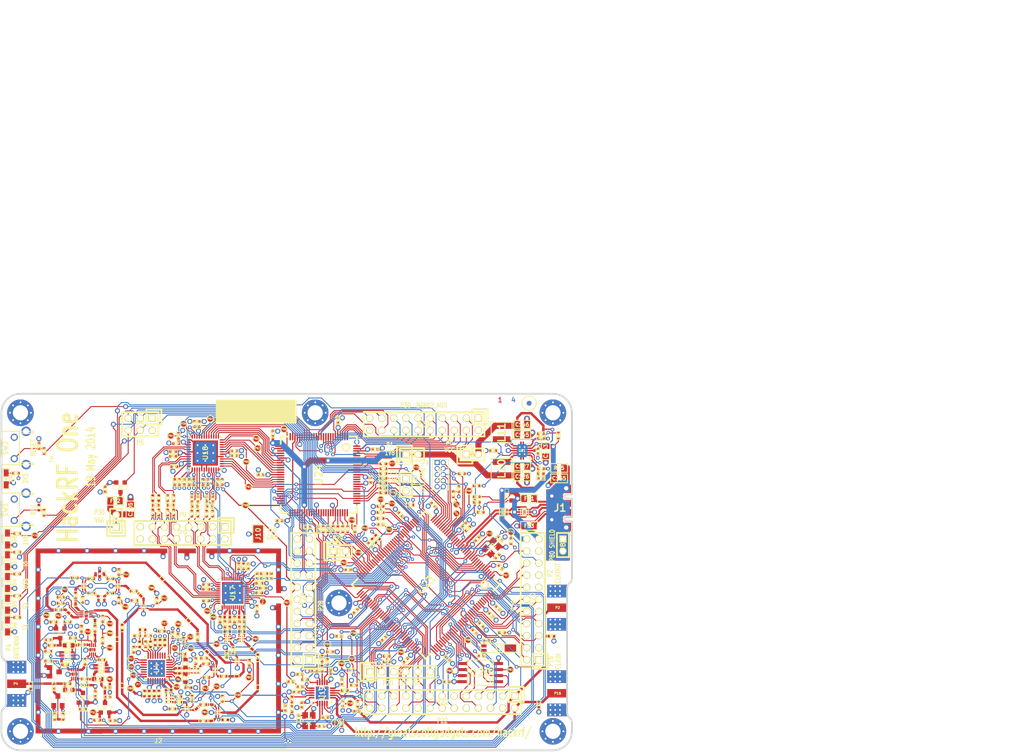
<source format=kicad_pcb>
(kicad_pcb (version 20171130) (host pcbnew "(6.0.0-rc1-dev-1181-g43e8f6748)")
  (title_block (date "19 may 2014"))
  (layers (0 C1F signal) (1 C2 signal hide) (2 C3 signal hide) (31 C4B signal) (34 B.Paste user hide) (35 F.Paste user hide) (36 B.SilkS user hide) (37 F.SilkS user) (38 B.Mask user hide) (39 F.Mask user hide) (44 Edge.Cuts user))
  (net 0 "")
  (net 1 !MIX_BYPASS)
  (net 2 !RX_AMP_PWR)
  (net 3 !TX_AMP_PWR)
  (net 4 !VAA_ENABLE)
  (net 5 +1.8V)
  (net 6 /baseband/CLK0)
  (net 7 /baseband/CLK1)
  (net 8 /baseband/CLK2)
  (net 9 /baseband/CLK3)
  (net 10 /baseband/CLK5)
  (net 11 /baseband/COM)
  (net 12 /baseband/CPOUT+)
  (net 13 /baseband/CPOUT-)
  (net 14 /baseband/IA+)
  (net 15 /baseband/IA-)
  (net 16 /baseband/ID+)
  (net 17 /baseband/ID-)
  (net 18 /baseband/INTR)
  (net 19 /baseband/OEB)
  (net 20 /baseband/QA+)
  (net 21 /baseband/QA-)
  (net 22 /baseband/QD+)
  (net 23 /baseband/QD-)
  (net 24 /baseband/REFN)
  (net 25 /baseband/REFP)
  (net 26 /baseband/RXBBI+)
  (net 27 /baseband/RXBBI-)
  (net 28 /baseband/RXBBQ+)
  (net 29 /baseband/RXBBQ-)
  (net 30 /baseband/TXBBI+)
  (net 31 /baseband/TXBBI-)
  (net 32 /baseband/TXBBQ+)
  (net 33 /baseband/TXBBQ-)
  (net 34 /baseband/XA)
  (net 35 /baseband/XB)
  (net 36 /baseband/XCVR_CLKOUT)
  (net 37 /baseband/XTAL2)
  (net 38 /frontend/!ANT_BIAS)
  (net 39 /frontend/REF_IN)
  (net 40 /frontend/RX_AMP_OUT)
  (net 41 /frontend/TX_AMP_IN)
  (net 42 /mcu/usb/power/ADC0_0)
  (net 43 /mcu/usb/power/ADC0_2)
  (net 44 /mcu/usb/power/ADC0_5)
  (net 45 /mcu/usb/power/ADC0_6)
  (net 46 /mcu/usb/power/B1AUX13)
  (net 47 /mcu/usb/power/B1AUX14)
  (net 48 /mcu/usb/power/B2AUX1)
  (net 49 /mcu/usb/power/B2AUX10)
  (net 50 /mcu/usb/power/B2AUX11)
  (net 51 /mcu/usb/power/B2AUX12)
  (net 52 /mcu/usb/power/B2AUX13)
  (net 53 /mcu/usb/power/B2AUX14)
  (net 54 /mcu/usb/power/B2AUX15)
  (net 55 /mcu/usb/power/B2AUX16)
  (net 56 /mcu/usb/power/B2AUX2)
  (net 57 /mcu/usb/power/B2AUX3)
  (net 58 /mcu/usb/power/B2AUX4)
  (net 59 /mcu/usb/power/B2AUX5)
  (net 60 /mcu/usb/power/B2AUX6)
  (net 61 /mcu/usb/power/B2AUX7)
  (net 62 /mcu/usb/power/B2AUX8)
  (net 63 /mcu/usb/power/B2AUX9)
  (net 64 /mcu/usb/power/BANK2F3M1)
  (net 65 /mcu/usb/power/BANK2F3M10)
  (net 66 /mcu/usb/power/BANK2F3M11)
  (net 67 /mcu/usb/power/BANK2F3M12)
  (net 68 /mcu/usb/power/BANK2F3M14)
  (net 69 /mcu/usb/power/BANK2F3M15)
  (net 70 /mcu/usb/power/BANK2F3M16)
  (net 71 /mcu/usb/power/BANK2F3M2)
  (net 72 /mcu/usb/power/BANK2F3M3)
  (net 73 /mcu/usb/power/BANK2F3M4)
  (net 74 /mcu/usb/power/BANK2F3M5)
  (net 75 /mcu/usb/power/BANK2F3M6)
  (net 76 /mcu/usb/power/BANK2F3M7)
  (net 77 /mcu/usb/power/BANK2F3M8)
  (net 78 /mcu/usb/power/BANK2F3M9)
  (net 79 /mcu/usb/power/CPLD_TCK)
  (net 80 /mcu/usb/power/CPLD_TDI)
  (net 81 /mcu/usb/power/CPLD_TDO)
  (net 82 /mcu/usb/power/CPLD_TMS)
  (net 83 /mcu/usb/power/DBGEN)
  (net 84 /mcu/usb/power/DM)
  (net 85 /mcu/usb/power/DP)
  (net 86 /mcu/usb/power/EN1V8)
  (net 87 /mcu/usb/power/GCK0)
  (net 88 /mcu/usb/power/GPIO3_10)
  (net 89 /mcu/usb/power/GPIO3_11)
  (net 90 /mcu/usb/power/GPIO3_12)
  (net 91 /mcu/usb/power/GPIO3_13)
  (net 92 /mcu/usb/power/GPIO3_14)
  (net 93 /mcu/usb/power/GPIO3_15)
  (net 94 /mcu/usb/power/GPIO3_8)
  (net 95 /mcu/usb/power/GPIO3_9)
  (net 96 /mcu/usb/power/GP_CLKIN)
  (net 97 /mcu/usb/power/I2C1_SCL)
  (net 98 /mcu/usb/power/I2C1_SDA)
  (net 99 /mcu/usb/power/I2S0_RX_MCLK)
  (net 100 /mcu/usb/power/I2S0_RX_SCK)
  (net 101 /mcu/usb/power/I2S0_RX_SDA)
  (net 102 /mcu/usb/power/I2S0_RX_WS)
  (net 103 /mcu/usb/power/I2S0_TX_MCLK)
  (net 104 /mcu/usb/power/I2S0_TX_SCK)
  (net 105 /mcu/usb/power/ISP)
  (net 106 /mcu/usb/power/LED1)
  (net 107 /mcu/usb/power/LED2)
  (net 108 /mcu/usb/power/LED3)
  (net 109 /mcu/usb/power/P1_1)
  (net 110 /mcu/usb/power/P1_2)
  (net 111 /mcu/usb/power/P2_13)
  (net 112 /mcu/usb/power/P2_8)
  (net 113 /mcu/usb/power/P2_9)
  (net 114 /mcu/usb/power/REG_OUT1)
  (net 115 /mcu/usb/power/REG_OUT2)
  (net 116 /mcu/usb/power/RESET)
  (net 117 /mcu/usb/power/RREF)
  (net 118 /mcu/usb/power/RTCX1)
  (net 119 /mcu/usb/power/RTCX2)
  (net 120 /mcu/usb/power/RTC_ALARM)
  (net 121 /mcu/usb/power/SD_CD)
  (net 122 /mcu/usb/power/SD_CLK)
  (net 123 /mcu/usb/power/SD_CMD)
  (net 124 /mcu/usb/power/SD_DAT0)
  (net 125 /mcu/usb/power/SD_DAT1)
  (net 126 /mcu/usb/power/SD_DAT2)
  (net 127 /mcu/usb/power/SD_DAT3)
  (net 128 /mcu/usb/power/SD_POW)
  (net 129 /mcu/usb/power/SD_VOLT0)
  (net 130 /mcu/usb/power/SGPIO0)
  (net 131 /mcu/usb/power/SGPIO1)
  (net 132 /mcu/usb/power/SGPIO10)
  (net 133 /mcu/usb/power/SGPIO11)
  (net 134 /mcu/usb/power/SGPIO12)
  (net 135 /mcu/usb/power/SGPIO13)
  (net 136 /mcu/usb/power/SGPIO14)
  (net 137 /mcu/usb/power/SGPIO15)
  (net 138 /mcu/usb/power/SGPIO2)
  (net 139 /mcu/usb/power/SGPIO3)
  (net 140 /mcu/usb/power/SGPIO4)
  (net 141 /mcu/usb/power/SGPIO5)
  (net 142 /mcu/usb/power/SGPIO6)
  (net 143 /mcu/usb/power/SGPIO7)
  (net 144 /mcu/usb/power/SGPIO9)
  (net 145 /mcu/usb/power/SPIFI_CS)
  (net 146 /mcu/usb/power/SPIFI_MISO)
  (net 147 /mcu/usb/power/SPIFI_MOSI)
  (net 148 /mcu/usb/power/SPIFI_SCK)
  (net 149 /mcu/usb/power/SPIFI_SIO2)
  (net 150 /mcu/usb/power/SPIFI_SIO3)
  (net 151 /mcu/usb/power/TCK)
  (net 152 /mcu/usb/power/TDI)
  (net 153 /mcu/usb/power/TDO)
  (net 154 /mcu/usb/power/TMS)
  (net 155 /mcu/usb/power/U0_RXD)
  (net 156 /mcu/usb/power/U0_TXD)
  (net 157 /mcu/usb/power/USB_SHIELD)
  (net 158 /mcu/usb/power/VBAT)
  (net 159 /mcu/usb/power/VBUS)
  (net 160 /mcu/usb/power/VBUSCTRL)
  (net 161 /mcu/usb/power/VIN)
  (net 162 /mcu/usb/power/VREGMODE)
  (net 163 /mcu/usb/power/WAKEUP)
  (net 164 /mcu/usb/power/XTAL1)
  (net 165 /mcu/usb/power/XTAL2)
  (net 166 AMP_BYPASS)
  (net 167 CLK6)
  (net 168 CLKIN)
  (net 169 CLKOUT)
  (net 170 CS_AD)
  (net 171 CS_XCVR)
  (net 172 DA0)
  (net 173 DA1)
  (net 174 DA2)
  (net 175 DA3)
  (net 176 DA4)
  (net 177 DA5)
  (net 178 DA6)
  (net 179 DA7)
  (net 180 DD0)
  (net 181 DD1)
  (net 182 DD2)
  (net 183 DD3)
  (net 184 DD4)
  (net 185 DD5)
  (net 186 DD6)
  (net 187 DD7)
  (net 188 DD8)
  (net 189 DD9)
  (net 190 GCK1)
  (net 191 GCK2)
  (net 192 GND)
  (net 193 HP)
  (net 194 LP)
  (net 195 MCU_CLK)
  (net 196 MIXER_ENX)
  (net 197 MIXER_RESETX)
  (net 198 MIXER_SCLK)
  (net 199 MIXER_SDATA)
  (net 200 MIX_BYPASS)
  (net 201 MIX_CLK)
  (net 202 RSSI)
  (net 203 RX)
  (net 204 RXENABLE)
  (net 205 RX_AMP)
  (net 206 RX_IF)
  (net 207 RX_MIX_BP)
  (net 208 SCL)
  (net 209 SDA)
  (net 210 SGPIO_CLK)
  (net 211 SSP1_MISO)
  (net 212 SSP1_MOSI)
  (net 213 SSP1_SCK)
  (net 214 TX)
  (net 215 TXENABLE)
  (net 216 TX_AMP)
  (net 217 TX_IF)
  (net 218 TX_MIX_BP)
  (net 219 VAA)
  (net 220 VCC)
  (net 221 XCVR_EN)
  (net 222 "Net-(C8-Pad2)")
  (net 223 "Net-(C9-Pad2)")
  (net 224 "Net-(C9-Pad1)")
  (net 225 "Net-(C12-Pad1)")
  (net 226 "Net-(C13-Pad1)")
  (net 227 "Net-(C14-Pad2)")
  (net 228 "Net-(C14-Pad1)")
  (net 229 "Net-(C15-Pad2)")
  (net 230 "Net-(C17-Pad2)")
  (net 231 "Net-(C17-Pad1)")
  (net 232 "Net-(C18-Pad2)")
  (net 233 "Net-(C18-Pad1)")
  (net 234 "Net-(C20-Pad2)")
  (net 235 "Net-(C20-Pad1)")
  (net 236 "Net-(C21-Pad2)")
  (net 237 "Net-(C21-Pad1)")
  (net 238 "Net-(C23-Pad2)")
  (net 239 "Net-(C23-Pad1)")
  (net 240 "Net-(C25-Pad1)")
  (net 241 "Net-(C26-Pad2)")
  (net 242 "Net-(C26-Pad1)")
  (net 243 "Net-(C27-Pad2)")
  (net 244 "Net-(C27-Pad1)")
  (net 245 "Net-(C28-Pad2)")
  (net 246 "Net-(C28-Pad1)")
  (net 247 "Net-(C31-Pad2)")
  (net 248 "Net-(C31-Pad1)")
  (net 249 "Net-(C32-Pad2)")
  (net 250 "Net-(C32-Pad1)")
  (net 251 "Net-(C43-Pad2)")
  (net 252 "Net-(C43-Pad1)")
  (net 253 "Net-(C44-Pad2)")
  (net 254 "Net-(C44-Pad1)")
  (net 255 "Net-(C46-Pad2)")
  (net 256 "Net-(C46-Pad1)")
  (net 257 "Net-(C48-Pad1)")
  (net 258 "Net-(C49-Pad2)")
  (net 259 "Net-(C50-Pad1)")
  (net 260 "Net-(C51-Pad2)")
  (net 261 "Net-(C51-Pad1)")
  (net 262 "Net-(C163-Pad2)")
  (net 263 "Net-(C58-Pad2)")
  (net 264 "Net-(C59-Pad2)")
  (net 265 "Net-(C61-Pad2)")
  (net 266 "Net-(C61-Pad1)")
  (net 267 "Net-(C62-Pad2)")
  (net 268 "Net-(C64-Pad1)")
  (net 269 "Net-(C99-Pad2)")
  (net 270 "Net-(C99-Pad1)")
  (net 271 "Net-(C102-Pad2)")
  (net 272 "Net-(C102-Pad1)")
  (net 273 "Net-(C104-Pad2)")
  (net 274 "Net-(C104-Pad1)")
  (net 275 "Net-(C105-Pad1)")
  (net 276 "Net-(C106-Pad1)")
  (net 277 "Net-(C111-Pad2)")
  (net 278 "Net-(C111-Pad1)")
  (net 279 "Net-(C114-Pad2)")
  (net 280 "Net-(C114-Pad1)")
  (net 281 "Net-(C125-Pad2)")
  (net 282 "Net-(C160-Pad1)")
  (net 283 "Net-(D2-Pad2)")
  (net 284 "Net-(D4-Pad2)")
  (net 285 "Net-(D5-Pad2)")
  (net 286 "Net-(D6-Pad2)")
  (net 287 "Net-(D7-Pad2)")
  (net 288 "Net-(D8-Pad2)")
  (net 289 "Net-(FB1-Pad1)")
  (net 290 "Net-(FB2-Pad1)")
  (net 291 "Net-(FB3-Pad1)")
  (net 292 "Net-(J1-Pad4)")
  (net 293 "Net-(J1-Pad3)")
  (net 294 "Net-(J1-Pad2)")
  (net 295 "Net-(L1-Pad2)")
  (net 296 "Net-(L1-Pad1)")
  (net 297 "Net-(L2-Pad1)")
  (net 298 "Net-(L3-Pad1)")
  (net 299 "Net-(L10-Pad1)")
  (net 300 "Net-(L11-Pad2)")
  (net 301 "Net-(L13-Pad1)")
  (net 302 "Net-(P6-Pad1)")
  (net 303 "Net-(P7-Pad1)")
  (net 304 "Net-(P17-Pad1)")
  (net 305 "Net-(P19-Pad1)")
  (net 306 "Net-(P24-Pad1)")
  (net 307 "Net-(P25-Pad3)")
  (net 308 "Net-(P26-Pad7)")
  (net 309 "Net-(R4-Pad2)")
  (net 310 "Net-(R30-Pad2)")
  (net 311 "Net-(R19-Pad2)")
  (net 312 "Net-(R51-Pad1)")
  (net 313 "Net-(R52-Pad2)")
  (net 314 "Net-(R55-Pad2)")
  (net 315 "Net-(R62-Pad1)")
  (net 316 "Net-(U4-Pad1)")
  (net 317 "Net-(U4-Pad2)")
  (net 318 "Net-(U4-Pad3)")
  (net 319 "Net-(U4-Pad11)")
  (net 320 "Net-(U4-Pad13)")
  (net 321 "Net-(U4-Pad14)")
  (net 322 "Net-(U4-Pad17)")
  (net 323 "Net-(U4-Pad18)")
  (net 324 "Net-(U4-Pad20)")
  (net 325 "Net-(U4-Pad21)")
  (net 326 "Net-(U9-Pad2)")
  (net 327 "Net-(U12-Pad2)")
  (net 328 "Net-(U14-Pad2)")
  (net 329 "Net-(U15-Pad4)")
  (net 330 "Net-(U15-Pad6)")
  (net 331 "Net-(U17-Pad3)")
  (net 332 "Net-(U17-Pad6)")
  (net 333 "Net-(U17-Pad8)")
  (net 334 "Net-(U17-Pad9)")
  (net 335 "Net-(U17-Pad12)")
  (net 336 "Net-(U17-Pad14)")
  (net 337 "Net-(U17-Pad18)")
  (net 338 "Net-(U17-Pad33)")
  (net 339 "Net-(U17-Pad34)")
  (net 340 "Net-(U17-Pad40)")
  (net 341 "Net-(U18-Pad38)")
  (net 342 "Net-(U23-Pad89)")
  (net 343 "Net-(U23-Pad90)")
  (net 344 "Net-(U23-Pad136)")
  (net 345 "Net-(U23-Pad138)")
  (net 346 "Net-(U23-Pad139)")
  (net 347 "Net-(U24-Pad14)")
  (net 348 "Net-(U24-Pad15)")
  (net 349 "Net-(U24-Pad16)")
  (net 350 "Net-(U24-Pad20)")
  (net 351 "Net-(U24-Pad25)")
  (net 352 "Net-(U24-Pad44)")
  (net 353 "Net-(U24-Pad46)")
  (net 354 "Net-(U24-Pad49)")
  (net 355 "Net-(U24-Pad50)")
  (net 356 "Net-(U24-Pad52)")
  (net 357 "Net-(U24-Pad53)")
  (net 358 "Net-(U24-Pad54)")
  (net 359 "Net-(U24-Pad58)")
  (net 360 "Net-(U24-Pad59)")
  (net 361 "Net-(U24-Pad60)")
  (net 362 "Net-(U24-Pad63)")
  (net 363 "Net-(U24-Pad65)")
  (net 364 "Net-(U24-Pad66)")
  (net 365 "Net-(U24-Pad68)")
  (net 366 "Net-(U24-Pad73)")
  (net 367 "Net-(U24-Pad75)")
  (net 368 "Net-(U24-Pad80)")
  (net 369 "Net-(U24-Pad82)")
  (net 370 "Net-(U24-Pad85)")
  (net 371 "Net-(U24-Pad86)")
  (net 372 "Net-(U24-Pad87)")
  (net 373 "Net-(U24-Pad93)")
  (net 374 "Net-(U24-Pad95)")
  (net 375 "Net-(U24-Pad96)")
  (net 376 /frontend/RX_AMP_IN)
  (net 377 "Net-(C62-Pad1)")
  (net 378 "Net-(C117-Pad1)")
  (net 379 "Net-(C117-Pad2)")
  (module gsg-modules:SOT23-DD (layer C1F) (at 71.882 164.592)
    (fp_text reference D21 (at -0.127086 -2.35114) (layer F.SilkS) (effects (font (size 0.70049 0.70049) (thickness 0.05))))
    (fp_text value SMP1330-005LF (at 0.317957 2.48004) (layer F.SilkS) (effects (font (size 0.500714 0.500714) (thickness 0.05))))
    (pad 1 smd rect (at -0.889 1.016 180) (size 1.016 1.143) (layers C1F F.Paste F.Mask) (net 192 GND))
    (pad 2 smd rect (at 0.889 1.016) (size 1.016 1.143) (layers C1F F.Paste F.Mask) (net 219 VAA))
    (pad 3 smd rect (at 0 -1.016) (size 1.016 1.143) (layers C1F F.Paste F.Mask) (net 379 "Net-(C117-Pad2)"))
  )
  (module gsg-modules:SOT23-DD (layer C1F) (at 71.12 158.496 270)
    (fp_text reference D20 (at -0.127086 -2.35114 270) (layer F.SilkS) (effects (font (size 0.70049 0.70049) (thickness 0.05))))
    (fp_text value SMP1330-005LF (at 0.317957 2.48004 270) (layer F.SilkS) (effects (font (size 0.500714 0.500714) (thickness 0.05))))
    (pad 1 smd rect (at -0.889 1.016 90) (size 1.016 1.143) (layers C1F F.Paste F.Mask) (net 192 GND))
    (pad 2 smd rect (at 0.889 1.016 270) (size 1.016 1.143) (layers C1F F.Paste F.Mask) (net 192 GND))
    (pad 3 smd rect (at 0 -1.016 270) (size 1.016 1.143) (layers C1F F.Paste F.Mask) (net 263 "Net-(C58-Pad2)"))
  )
  (module hackrf:GSG-0402 (layer C1F) (at 71.184584 167.945613 90)
    (fp_text reference R39 (at 0 0.0508 90) (layer F.SilkS) (effects (font (size 0.4064 0.4064) (thickness 0.1016))))
    (fp_text value 10k hide)
    (pad 1 smd rect (at -0.5334 0 90) (size 0.508 0.5588) (layers C1F F.Paste F.Mask) (net 379 "Net-(C117-Pad2)"))
    (pad 2 smd rect (at 0.5334 0 90) (size 0.508 0.5588) (layers C1F F.Paste F.Mask) (net 192 GND))
  )
  (module hackrf:GSG-0402 (layer C1F) (at 72.962584 167.945613 270)
    (fp_text reference R38 (at 0 0.0508 270) (layer F.SilkS) (effects (font (size 0.4064 0.4064) (thickness 0.1016))))
    (fp_text value 10k hide)
    (pad 1 smd rect (at -0.5334 0 270) (size 0.508 0.5588) (layers C1F F.Paste F.Mask) (net 219 VAA))
    (pad 2 smd rect (at 0.5334 0 270) (size 0.508 0.5588) (layers C1F F.Paste F.Mask) (net 379 "Net-(C117-Pad2)"))
  )
  (module hackrf:GSG-0402 (layer C1F) (at 71.0565 161.544 270)
    (fp_text reference C117 (at 0 0.0508 270) (layer F.SilkS) (effects (font (size 0.4064 0.4064) (thickness 0.1016))))
    (fp_text value 100nF hide)
    (pad 1 smd rect (at -0.5334 0 270) (size 0.508 0.5588) (layers C1F F.Paste F.Mask) (net 378 "Net-(C117-Pad1)"))
    (pad 2 smd rect (at 0.5334 0 270) (size 0.508 0.5588) (layers C1F F.Paste F.Mask) (net 379 "Net-(C117-Pad2)"))
  )
  (module hackrf:GSG-QFN20-4 (layer C1F) (at 127.4692 162.926 90)
    (fp_text reference U19 (at 0 0 90) (layer F.SilkS) (effects (font (size 1.00076 1.00076) (thickness 0.2032))))
    (fp_text value SI5351C hide)
    (pad 0 smd rect (at 0.66 0.66 90) (size 1.32 1.32) (layers C1F F.Paste) (net 192 GND))
    (pad 0 smd rect (at -0.66 0.66 90) (size 1.32 1.32) (layers C1F F.Paste) (net 192 GND))
    (pad 0 smd rect (at 0.66 -0.66 90) (size 1.32 1.32) (layers C1F F.Paste) (net 192 GND))
    (pad 0 smd rect (at -0.66 -0.66 90) (size 1.32 1.32) (layers C1F F.Paste) (net 192 GND))
    (pad 0 thru_hole circle (at -0.66 0.66 90) (size 0.6 0.6) (drill 0.35) (layers *.Cu B.Mask) (net 192 GND))
    (pad 0 thru_hole circle (at 0.66 0.66 90) (size 0.6 0.6) (drill 0.35) (layers *.Cu B.Mask) (net 192 GND))
    (pad 0 thru_hole circle (at 0.66 -0.66 90) (size 0.6 0.6) (drill 0.35) (layers *.Cu B.Mask) (net 192 GND))
    (pad 0 thru_hole circle (at -0.66 -0.66 90) (size 0.6 0.6) (drill 0.35) (layers *.Cu B.Mask) (net 192 GND))
    (pad 0 thru_hole circle (at 0 0 90) (size 0.6 0.6) (drill 0.35) (layers *.Cu B.Mask) (net 192 GND))
    (pad 0 smd rect (at 0 0 90) (size 2.65 2.65) (layers C1F F.Mask) (net 192 GND))
    (pad 20 smd oval (at -1 -2.2 180) (size 1.2 0.32) (layers C1F F.Paste F.Mask) (net 220 VCC))
    (pad 19 smd oval (at -0.5 -2.2 180) (size 1.2 0.32) (layers C1F F.Paste F.Mask) (net 201 MIX_CLK))
    (pad 18 smd oval (at 0 -2.2 180) (size 1.2 0.32) (layers C1F F.Paste F.Mask) (net 220 VCC))
    (pad 17 smd oval (at 0.5 -2.2 180) (size 1.2 0.32) (layers C1F F.Paste F.Mask) (net 10 /baseband/CLK5))
    (pad 16 smd oval (at 1 -2.2 180) (size 1.2 0.32) (layers C1F F.Paste F.Mask) (net 167 CLK6))
    (pad 15 smd oval (at 2.2 -1 90) (size 1.2 0.32) (layers C1F F.Paste F.Mask) (net 195 MCU_CLK))
    (pad 14 smd oval (at 2.2 -0.5 90) (size 1.2 0.32) (layers C1F F.Paste F.Mask) (net 220 VCC))
    (pad 13 smd oval (at 2.2 0 90) (size 1.2 0.32) (layers C1F F.Paste F.Mask) (net 6 /baseband/CLK0))
    (pad 12 smd oval (at 2.2 0.5 90) (size 1.2 0.32) (layers C1F F.Paste F.Mask) (net 7 /baseband/CLK1))
    (pad 11 smd oval (at 2.2 1 90) (size 1.2 0.32) (layers C1F F.Paste F.Mask) (net 220 VCC))
    (pad 10 smd oval (at 1 2.2 180) (size 1.2 0.32) (layers C1F F.Paste F.Mask) (net 220 VCC))
    (pad 9 smd oval (at 0.5 2.2 180) (size 1.2 0.32) (layers C1F F.Paste F.Mask) (net 8 /baseband/CLK2))
    (pad 8 smd oval (at 0 2.2 180) (size 1.2 0.32) (layers C1F F.Paste F.Mask) (net 9 /baseband/CLK3))
    (pad 7 smd oval (at -0.5 2.2 180) (size 1.2 0.32) (layers C1F F.Paste F.Mask) (net 19 /baseband/OEB))
    (pad 6 smd oval (at -1 2.2 180) (size 1.2 0.32) (layers C1F F.Paste F.Mask) (net 168 CLKIN))
    (pad 5 smd oval (at -2.2 1 90) (size 1.2 0.32) (layers C1F F.Paste F.Mask) (net 209 SDA))
    (pad 4 smd oval (at -2.2 0.5 90) (size 1.2 0.32) (layers C1F F.Paste F.Mask) (net 208 SCL))
    (pad 3 smd oval (at -2.2 0 90) (size 1.2 0.32) (layers C1F F.Paste F.Mask) (net 18 /baseband/INTR))
    (pad 2 smd oval (at -2.2 -0.5 90) (size 1.2 0.32) (layers C1F F.Paste F.Mask) (net 35 /baseband/XB))
    (pad 1 smd oval (at -2.2 -1 90) (size 1.2 0.32) (layers C1F F.Paste F.Mask) (net 34 /baseband/XA))
  )
  (module hackrf:GSG-TESTPOINT-30MIL-MASKONLY (layer C1F) (at 89.31402 142.49908)
    (fp_text reference TESTPOINT-30MIL-MASKONLY hide)
    (fp_text value VAL** hide)
  )
  (module hackrf:GSG-TESTPOINT-30MIL-MASKONLY (layer C1F) (at 84.328 151.638)
    (fp_text reference TESTPOINT-30MIL-MASKONLY hide)
    (fp_text value VAL** hide)
  )
  (module hackrf:GSG-TESTPOINT-30MIL-MASKONLY (layer C1F) (at 75.57516 144.21358)
    (fp_text reference TESTPOINT-30MIL-MASKONLY hide)
    (fp_text value VAL** hide)
  )
  (module hackrf:GSG-TESTPOINT-30MIL-MASKONLY (layer C1F) (at 74.0537 146.1516)
    (fp_text reference TESTPOINT-30MIL-MASKONLY hide)
    (fp_text value VAL** hide)
  )
  (module hackrf:GSG-TESTPOINT-30MIL-MASKONLY (layer C1F) (at 93.782 138.932)
    (fp_text reference TESTPOINT-30MIL-MASKONLY hide)
    (fp_text value VAL** hide)
  )
  (module hackrf:GSG-TESTPOINT-30MIL-MASKONLY (layer C1F) (at 85.4 161.3602)
    (fp_text reference TESTPOINT-30MIL-MASKONLY hide)
    (fp_text value VAL** hide)
  )
  (module hackrf:GSG-TESTPOINT-30MIL-MASKONLY (layer C1F) (at 79.0321 151.36114)
    (fp_text reference TESTPOINT-30MIL-MASKONLY hide)
    (fp_text value VAL** hide)
  )
  (module hackrf:GSG-TESTPOINT-30MIL-MASKONLY (layer C1F) (at 113.919 161.74974)
    (fp_text reference TESTPOINT-30MIL-MASKONLY hide)
    (fp_text value VAL** hide)
  )
  (module hackrf:GSG-TESTPOINT-30MIL-MASKONLY (layer C1F) (at 104.11206 168.79824)
    (fp_text reference TESTPOINT-30MIL-MASKONLY hide)
    (fp_text value VAL** hide)
  )
  (module hackrf:GSG-TESTPOINT-30MIL-MASKONLY (layer C1F) (at 104.25176 165.37432)
    (fp_text reference TESTPOINT-30MIL-MASKONLY hide)
    (fp_text value VAL** hide)
  )
  (module hackrf:GSG-TESTPOINT-30MIL-MASKONLY (layer C1F) (at 101.0158 166.26332)
    (fp_text reference TESTPOINT-30MIL-MASKONLY hide)
    (fp_text value VAL** hide)
  )
  (module hackrf:GSG-TESTPOINT-30MIL-MASKONLY (layer C1F) (at 79.6671 147.71116)
    (fp_text reference TESTPOINT-30MIL-MASKONLY hide)
    (fp_text value VAL** hide)
  )
  (module hackrf:GSG-TESTPOINT-30MIL-MASKONLY (layer C1F) (at 109.47654 159.42564)
    (fp_text reference TESTPOINT-30MIL-MASKONLY hide)
    (fp_text value VAL** hide)
  )
  (module hackrf:GSG-TESTPOINT-30MIL-MASKONLY (layer C1F) (at 99.36226 147.6883)
    (fp_text reference TESTPOINT-30MIL-MASKONLY hide)
    (fp_text value VAL** hide)
  )
  (module hackrf:GSG-TESTPOINT-30MIL-MASKONLY (layer C1F) (at 103.23068 154.2796)
    (fp_text reference TESTPOINT-30MIL-MASKONLY hide)
    (fp_text value VAL** hide)
  )
  (module hackrf:GSG-TESTPOINT-30MIL-MASKONLY (layer C1F) (at 112.71504 153.71064)
    (fp_text reference TESTPOINT-30MIL-MASKONLY hide)
    (fp_text value VAL** hide)
  )
  (module hackrf:GSG-MARK1MM (layer C1F) (at 171 102)
    (fp_text reference MARK1MM hide)
    (fp_text value VAL** hide)
    (pad "" smd circle (at 0 0) (size 1 1) (layers *.Cu *.Mask))
  )
  (module gsg-modules:LTST-S220 (layer C1F) (at 61 117.9 270)
    (fp_text reference D7 (at 0 -1.5 270) (layer F.SilkS) (effects (font (size 0.762 0.762) (thickness 0.1905))))
    (fp_text value VCCLED hide)
    (pad 2 smd rect (at -1.25 0 270) (size 1.5 1) (layers C1F F.Paste F.Mask) (net 287 "Net-(D7-Pad2)"))
    (pad 1 smd rect (at 1.25 0 270) (size 1.5 1) (layers C1F F.Paste F.Mask) (net 192 GND))
  )
  (module gsg-modules:LTST-S220 (layer C1F) (at 61.27 130.55 270)
    (fp_text reference D8 (at 0 -1.5 270) (layer F.SilkS) (effects (font (size 0.762 0.762) (thickness 0.1905))))
    (fp_text value 1V8LED hide)
    (pad 2 smd rect (at -1.25 0 270) (size 1.5 1) (layers C1F F.Paste F.Mask) (net 288 "Net-(D8-Pad2)"))
    (pad 1 smd rect (at 1.25 0 270) (size 1.5 1) (layers C1F F.Paste F.Mask) (net 192 GND))
  )
  (module gsg-modules:LTST-S220 (layer C1F) (at 61.27 135.122 270)
    (fp_text reference D2 (at 0 -1.5 270) (layer F.SilkS) (effects (font (size 0.762 0.762) (thickness 0.1905))))
    (fp_text value VAALED hide)
    (pad 2 smd rect (at -1.25 0 270) (size 1.5 1) (layers C1F F.Paste F.Mask) (net 283 "Net-(D2-Pad2)"))
    (pad 1 smd rect (at 1.25 0 270) (size 1.5 1) (layers C1F F.Paste F.Mask) (net 192 GND))
  )
  (module gsg-modules:LTST-S220 (layer C1F) (at 61.27 139.694 270)
    (fp_text reference D4 (at 0 -1.5 270) (layer F.SilkS) (effects (font (size 0.762 0.762) (thickness 0.1905))))
    (fp_text value USBLED hide)
    (pad 2 smd rect (at -1.25 0 270) (size 1.5 1) (layers C1F F.Paste F.Mask) (net 284 "Net-(D4-Pad2)"))
    (pad 1 smd rect (at 1.25 0 270) (size 1.5 1) (layers C1F F.Paste F.Mask) (net 192 GND))
  )
  (module gsg-modules:LTST-S220 (layer C1F) (at 61.27 144.266 270)
    (fp_text reference D5 (at 0 -1.5 270) (layer F.SilkS) (effects (font (size 0.762 0.762) (thickness 0.1905))))
    (fp_text value RXLED hide)
    (pad 2 smd rect (at -1.25 0 270) (size 1.5 1) (layers C1F F.Paste F.Mask) (net 285 "Net-(D5-Pad2)"))
    (pad 1 smd rect (at 1.25 0 270) (size 1.5 1) (layers C1F F.Paste F.Mask) (net 192 GND))
  )
  (module gsg-modules:LTST-S220 (layer C1F) (at 61.27 148.838 270)
    (fp_text reference D6 (at 0 -1.5 270) (layer F.SilkS) (effects (font (size 0.762 0.762) (thickness 0.1905))))
    (fp_text value TXLED hide)
    (pad 2 smd rect (at -1.25 0 270) (size 1.5 1) (layers C1F F.Paste F.Mask) (net 286 "Net-(D6-Pad2)"))
    (pad 1 smd rect (at 1.25 0 270) (size 1.5 1) (layers C1F F.Paste F.Mask) (net 192 GND))
  )
  (module hackrf:GSG-0402 (layer C1F) (at 91.0964 163.0468 270)
    (fp_text reference C1 (at 0 0.0508 270) (layer F.SilkS) (effects (font (size 0.4064 0.4064) (thickness 0.1016))))
    (fp_text value 33pF hide)
    (pad 1 smd rect (at -0.5334 0 270) (size 0.508 0.5588) (layers C1F F.Paste F.Mask) (net 220 VCC))
    (pad 2 smd rect (at 0.5334 0 270) (size 0.508 0.5588) (layers C1F F.Paste F.Mask) (net 192 GND))
  )
  (module hackrf:GSG-0402 (layer C1F) (at 90.0804 163.0468 270)
    (fp_text reference C2 (at 0 0.0508 270) (layer F.SilkS) (effects (font (size 0.4064 0.4064) (thickness 0.1016))))
    (fp_text value 10nF hide)
    (pad 1 smd rect (at -0.5334 0 270) (size 0.508 0.5588) (layers C1F F.Paste F.Mask) (net 220 VCC))
    (pad 2 smd rect (at 0.5334 0 270) (size 0.508 0.5588) (layers C1F F.Paste F.Mask) (net 192 GND))
  )
  (module hackrf:GSG-0402 (layer C1F) (at 93.1284 163.0468 270)
    (fp_text reference C3 (at 0 0.0508 270) (layer F.SilkS) (effects (font (size 0.4064 0.4064) (thickness 0.1016))))
    (fp_text value 33pF hide)
    (pad 1 smd rect (at -0.5334 0 270) (size 0.508 0.5588) (layers C1F F.Paste F.Mask) (net 219 VAA))
    (pad 2 smd rect (at 0.5334 0 270) (size 0.508 0.5588) (layers C1F F.Paste F.Mask) (net 192 GND))
  )
  (module hackrf:GSG-0402 (layer C1F) (at 92.1124 163.0468 270)
    (fp_text reference C4 (at 0 0.0508 270) (layer F.SilkS) (effects (font (size 0.4064 0.4064) (thickness 0.1016))))
    (fp_text value 10nF hide)
    (pad 1 smd rect (at -0.5334 0 270) (size 0.508 0.5588) (layers C1F F.Paste F.Mask) (net 219 VAA))
    (pad 2 smd rect (at 0.5334 0 270) (size 0.508 0.5588) (layers C1F F.Paste F.Mask) (net 192 GND))
  )
  (module hackrf:GSG-0402 (layer C1F) (at 92.341 152.328 90)
    (fp_text reference C5 (at 0 0.0508 90) (layer F.SilkS) (effects (font (size 0.4064 0.4064) (thickness 0.1016))))
    (fp_text value 33pF hide)
    (pad 1 smd rect (at -0.5334 0 90) (size 0.508 0.5588) (layers C1F F.Paste F.Mask) (net 219 VAA))
    (pad 2 smd rect (at 0.5334 0 90) (size 0.508 0.5588) (layers C1F F.Paste F.Mask) (net 192 GND))
  )
  (module hackrf:GSG-0402 (layer C1F) (at 93.357 152.328 90)
    (fp_text reference C6 (at 0 0.0508 90) (layer F.SilkS) (effects (font (size 0.4064 0.4064) (thickness 0.1016))))
    (fp_text value 10nF hide)
    (pad 1 smd rect (at -0.5334 0 90) (size 0.508 0.5588) (layers C1F F.Paste F.Mask) (net 219 VAA))
    (pad 2 smd rect (at 0.5334 0 90) (size 0.508 0.5588) (layers C1F F.Paste F.Mask) (net 192 GND))
  )
  (module hackrf:GSG-0402 (layer C1F) (at 107.084 168.5762 180)
    (fp_text reference C7 (at 0 0.0508 180) (layer F.SilkS) (effects (font (size 0.4064 0.4064) (thickness 0.1016))))
    (fp_text value 33pF hide)
    (pad 1 smd rect (at -0.5334 0 180) (size 0.508 0.5588) (layers C1F F.Paste F.Mask) (net 192 GND))
    (pad 2 smd rect (at 0.5334 0 180) (size 0.508 0.5588) (layers C1F F.Paste F.Mask) (net 200 MIX_BYPASS))
  )
  (module hackrf:GSG-0402 (layer C1F) (at 113.919 155.448 270)
    (fp_text reference C8 (at 0 0.0508 270) (layer F.SilkS) (effects (font (size 0.4064 0.4064) (thickness 0.1016))))
    (fp_text value 22pF hide)
    (pad 1 smd rect (at -0.5334 0 270) (size 0.508 0.5588) (layers C1F F.Paste F.Mask) (net 217 TX_IF))
    (pad 2 smd rect (at 0.5334 0 270) (size 0.508 0.5588) (layers C1F F.Paste F.Mask) (net 222 "Net-(C8-Pad2)"))
  )
  (module hackrf:GSG-0402 (layer C1F) (at 85.4 149.1682 90)
    (fp_text reference C9 (at 0 0.0508 90) (layer F.SilkS) (effects (font (size 0.4064 0.4064) (thickness 0.1016))))
    (fp_text value 100nF hide)
    (pad 1 smd rect (at -0.5334 0 90) (size 0.508 0.5588) (layers C1F F.Paste F.Mask) (net 224 "Net-(C9-Pad1)"))
    (pad 2 smd rect (at 0.5334 0 90) (size 0.508 0.5588) (layers C1F F.Paste F.Mask) (net 223 "Net-(C9-Pad2)"))
  )
  (module hackrf:GSG-0402 (layer C1F) (at 87.9808 143.4816)
    (fp_text reference C10 (at 0 0.0508) (layer F.SilkS) (effects (font (size 0.4064 0.4064) (thickness 0.1016))))
    (fp_text value 33pF hide)
    (pad 1 smd rect (at -0.5334 0) (size 0.508 0.5588) (layers C1F F.Paste F.Mask) (net 192 GND))
    (pad 2 smd rect (at 0.5334 0) (size 0.508 0.5588) (layers C1F F.Paste F.Mask) (net 203 RX))
  )
  (module hackrf:GSG-0402 (layer C1F) (at 84.7138 143.4622 90)
    (fp_text reference C11 (at 0 0.0508 90) (layer F.SilkS) (effects (font (size 0.4064 0.4064) (thickness 0.1016))))
    (fp_text value 33pF hide)
    (pad 1 smd rect (at -0.5334 0 90) (size 0.508 0.5588) (layers C1F F.Paste F.Mask) (net 192 GND))
    (pad 2 smd rect (at 0.5334 0 90) (size 0.508 0.5588) (layers C1F F.Paste F.Mask) (net 194 LP))
  )
  (module hackrf:GSG-0402 (layer C1F) (at 87.7944 153.8266 270)
    (fp_text reference C12 (at 0 0.0508 270) (layer F.SilkS) (effects (font (size 0.4064 0.4064) (thickness 0.1016))))
    (fp_text value 330pF hide)
    (pad 1 smd rect (at -0.5334 0 270) (size 0.508 0.5588) (layers C1F F.Paste F.Mask) (net 225 "Net-(C12-Pad1)"))
    (pad 2 smd rect (at 0.5334 0 270) (size 0.508 0.5588) (layers C1F F.Paste F.Mask) (net 192 GND))
  )
  (module hackrf:GSG-0402 (layer C1F) (at 88.5564 150.9056 180)
    (fp_text reference C13 (at 0 0.0508 180) (layer F.SilkS) (effects (font (size 0.4064 0.4064) (thickness 0.1016))))
    (fp_text value 330pF hide)
    (pad 1 smd rect (at -0.5334 0 180) (size 0.508 0.5588) (layers C1F F.Paste F.Mask) (net 226 "Net-(C13-Pad1)"))
    (pad 2 smd rect (at 0.5334 0 180) (size 0.508 0.5588) (layers C1F F.Paste F.Mask) (net 192 GND))
  )
  (module hackrf:GSG-0402 (layer C1F) (at 90.3344 152.6836 90)
    (fp_text reference C14 (at 0 0.0508 90) (layer F.SilkS) (effects (font (size 0.4064 0.4064) (thickness 0.1016))))
    (fp_text value 8p2 hide)
    (pad 1 smd rect (at -0.5334 0 90) (size 0.508 0.5588) (layers C1F F.Paste F.Mask) (net 228 "Net-(C14-Pad1)"))
    (pad 2 smd rect (at 0.5334 0 90) (size 0.508 0.5588) (layers C1F F.Paste F.Mask) (net 227 "Net-(C14-Pad2)"))
  )
  (module hackrf:GSG-0402 (layer C1F) (at 90.8424 150.9056)
    (fp_text reference C15 (at 0 0.0508) (layer F.SilkS) (effects (font (size 0.4064 0.4064) (thickness 0.1016))))
    (fp_text value 180pF hide)
    (pad 1 smd rect (at -0.5334 0) (size 0.508 0.5588) (layers C1F F.Paste F.Mask) (net 228 "Net-(C14-Pad1)"))
    (pad 2 smd rect (at 0.5334 0) (size 0.508 0.5588) (layers C1F F.Paste F.Mask) (net 229 "Net-(C15-Pad2)"))
  )
  (module hackrf:GSG-0402 (layer C1F) (at 106.4998 164.1566 90)
    (fp_text reference C16 (at 0 0.0508 90) (layer F.SilkS) (effects (font (size 0.4064 0.4064) (thickness 0.1016))))
    (fp_text value 33pF hide)
    (pad 1 smd rect (at -0.5334 0 90) (size 0.508 0.5588) (layers C1F F.Paste F.Mask) (net 1 !MIX_BYPASS))
    (pad 2 smd rect (at 0.5334 0 90) (size 0.508 0.5588) (layers C1F F.Paste F.Mask) (net 192 GND))
  )
  (module hackrf:GSG-0402 (layer C1F) (at 82.9358 141.9382)
    (fp_text reference C17 (at 0 0.0508) (layer F.SilkS) (effects (font (size 0.4064 0.4064) (thickness 0.1016))))
    (fp_text value 100nF hide)
    (pad 1 smd rect (at -0.5334 0) (size 0.508 0.5588) (layers C1F F.Paste F.Mask) (net 231 "Net-(C17-Pad1)"))
    (pad 2 smd rect (at 0.5334 0) (size 0.508 0.5588) (layers C1F F.Paste F.Mask) (net 230 "Net-(C17-Pad2)"))
  )
  (module hackrf:GSG-0402 (layer C1F) (at 78.8718 141.9382)
    (fp_text reference C18 (at 0 0.0508) (layer F.SilkS) (effects (font (size 0.4064 0.4064) (thickness 0.1016))))
    (fp_text value 100nF hide)
    (pad 1 smd rect (at -0.5334 0) (size 0.508 0.5588) (layers C1F F.Paste F.Mask) (net 233 "Net-(C18-Pad1)"))
    (pad 2 smd rect (at 0.5334 0) (size 0.508 0.5588) (layers C1F F.Paste F.Mask) (net 232 "Net-(C18-Pad2)"))
  )
  (module hackrf:GSG-0402 (layer C1F) (at 77.0938 143.3352 90)
    (fp_text reference C19 (at 0 0.0508 90) (layer F.SilkS) (effects (font (size 0.4064 0.4064) (thickness 0.1016))))
    (fp_text value 33pF hide)
    (pad 1 smd rect (at -0.5334 0 90) (size 0.508 0.5588) (layers C1F F.Paste F.Mask) (net 192 GND))
    (pad 2 smd rect (at 0.5334 0 90) (size 0.508 0.5588) (layers C1F F.Paste F.Mask) (net 194 LP))
  )
  (module hackrf:GSG-0402 (layer C1F) (at 87.8078 141.5288)
    (fp_text reference C20 (at 0 0.0508) (layer F.SilkS) (effects (font (size 0.4064 0.4064) (thickness 0.1016))))
    (fp_text value 100nF hide)
    (pad 1 smd rect (at -0.5334 0) (size 0.508 0.5588) (layers C1F F.Paste F.Mask) (net 235 "Net-(C20-Pad1)"))
    (pad 2 smd rect (at 0.5334 0) (size 0.508 0.5588) (layers C1F F.Paste F.Mask) (net 234 "Net-(C20-Pad2)"))
  )
  (module hackrf:GSG-0402 (layer C1F) (at 102.4382 165.3794 180)
    (fp_text reference C21 (at 0 0.0508 180) (layer F.SilkS) (effects (font (size 0.4064 0.4064) (thickness 0.1016))))
    (fp_text value 22pF hide)
    (pad 1 smd rect (at -0.5334 0 180) (size 0.508 0.5588) (layers C1F F.Paste F.Mask) (net 237 "Net-(C21-Pad1)"))
    (pad 2 smd rect (at 0.5334 0 180) (size 0.508 0.5588) (layers C1F F.Paste F.Mask) (net 236 "Net-(C21-Pad2)"))
  )
  (module hackrf:GSG-0402 (layer C1F) (at 95.9732 166.2726)
    (fp_text reference C22 (at 0 0.0508) (layer F.SilkS) (effects (font (size 0.4064 0.4064) (thickness 0.1016))))
    (fp_text value 33pF hide)
    (pad 1 smd rect (at -0.5334 0) (size 0.508 0.5588) (layers C1F F.Paste F.Mask) (net 192 GND))
    (pad 2 smd rect (at 0.5334 0) (size 0.508 0.5588) (layers C1F F.Paste F.Mask) (net 203 RX))
  )
  (module hackrf:GSG-0402 (layer C1F) (at 101.2698 151.1808 90)
    (fp_text reference C23 (at 0 0.0508 90) (layer F.SilkS) (effects (font (size 0.4064 0.4064) (thickness 0.1016))))
    (fp_text value 100nF hide)
    (pad 1 smd rect (at -0.5334 0 90) (size 0.508 0.5588) (layers C1F F.Paste F.Mask) (net 239 "Net-(C23-Pad1)"))
    (pad 2 smd rect (at 0.5334 0 90) (size 0.508 0.5588) (layers C1F F.Paste F.Mask) (net 238 "Net-(C23-Pad2)"))
  )
  (module hackrf:GSG-0402 (layer C1F) (at 92.6798 143.4816 270)
    (fp_text reference C24 (at 0 0.0508 270) (layer F.SilkS) (effects (font (size 0.4064 0.4064) (thickness 0.1016))))
    (fp_text value 33pF hide)
    (pad 1 smd rect (at -0.5334 0 270) (size 0.508 0.5588) (layers C1F F.Paste F.Mask) (net 192 GND))
    (pad 2 smd rect (at 0.5334 0 270) (size 0.508 0.5588) (layers C1F F.Paste F.Mask) (net 214 TX))
  )
  (module hackrf:GSG-0402 (layer C1F) (at 97.1924 163.7326)
    (fp_text reference C25 (at 0 0.0508) (layer F.SilkS) (effects (font (size 0.4064 0.4064) (thickness 0.1016))))
    (fp_text value 100nF hide)
    (pad 1 smd rect (at -0.5334 0) (size 0.508 0.5588) (layers C1F F.Paste F.Mask) (net 240 "Net-(C25-Pad1)"))
    (pad 2 smd rect (at 0.5334 0) (size 0.508 0.5588) (layers C1F F.Paste F.Mask) (net 192 GND))
  )
  (module hackrf:GSG-0402 (layer C1F) (at 78.8718 138.8902 180)
    (fp_text reference C26 (at 0 0.0508 180) (layer F.SilkS) (effects (font (size 0.4064 0.4064) (thickness 0.1016))))
    (fp_text value 47pF hide)
    (pad 1 smd rect (at -0.5334 0 180) (size 0.508 0.5588) (layers C1F F.Paste F.Mask) (net 242 "Net-(C26-Pad1)"))
    (pad 2 smd rect (at 0.5334 0 180) (size 0.508 0.5588) (layers C1F F.Paste F.Mask) (net 241 "Net-(C26-Pad2)"))
  )
  (module hackrf:GSG-0402 (layer C1F) (at 82.9358 138.8902)
    (fp_text reference C27 (at 0 0.0508) (layer F.SilkS) (effects (font (size 0.4064 0.4064) (thickness 0.1016))))
    (fp_text value 47pF hide)
    (pad 1 smd rect (at -0.5334 0) (size 0.508 0.5588) (layers C1F F.Paste F.Mask) (net 244 "Net-(C27-Pad1)"))
    (pad 2 smd rect (at 0.5334 0) (size 0.508 0.5588) (layers C1F F.Paste F.Mask) (net 243 "Net-(C27-Pad2)"))
  )
  (module hackrf:GSG-0402 (layer C1F) (at 97.1924 164.8756)
    (fp_text reference C28 (at 0 0.0508) (layer F.SilkS) (effects (font (size 0.4064 0.4064) (thickness 0.1016))))
    (fp_text value 100nF hide)
    (pad 1 smd rect (at -0.5334 0) (size 0.508 0.5588) (layers C1F F.Paste F.Mask) (net 246 "Net-(C28-Pad1)"))
    (pad 2 smd rect (at 0.5334 0) (size 0.508 0.5588) (layers C1F F.Paste F.Mask) (net 245 "Net-(C28-Pad2)"))
  )
  (module hackrf:GSG-0402 (layer C1F) (at 75.4174 138.7124 180)
    (fp_text reference C29 (at 0 0.0508 180) (layer F.SilkS) (effects (font (size 0.4064 0.4064) (thickness 0.1016))))
    (fp_text value 33pF hide)
    (pad 1 smd rect (at -0.5334 0 180) (size 0.508 0.5588) (layers C1F F.Paste F.Mask) (net 193 HP))
    (pad 2 smd rect (at 0.5334 0 180) (size 0.508 0.5588) (layers C1F F.Paste F.Mask) (net 192 GND))
  )
  (module hackrf:GSG-0402 (layer C1F) (at 84.7138 137.4932 90)
    (fp_text reference C30 (at 0 0.0508 90) (layer F.SilkS) (effects (font (size 0.4064 0.4064) (thickness 0.1016))))
    (fp_text value 33pF hide)
    (pad 1 smd rect (at -0.5334 0 90) (size 0.508 0.5588) (layers C1F F.Paste F.Mask) (net 193 HP))
    (pad 2 smd rect (at 0.5334 0 90) (size 0.508 0.5588) (layers C1F F.Paste F.Mask) (net 192 GND))
  )
  (module hackrf:GSG-0402 (layer C1F) (at 75.5952 142.4462 90)
    (fp_text reference C31 (at 0 0.0508 90) (layer F.SilkS) (effects (font (size 0.4064 0.4064) (thickness 0.1016))))
    (fp_text value 100nF hide)
    (pad 1 smd rect (at -0.5334 0 90) (size 0.508 0.5588) (layers C1F F.Paste F.Mask) (net 248 "Net-(C31-Pad1)"))
    (pad 2 smd rect (at 0.5334 0 90) (size 0.508 0.5588) (layers C1F F.Paste F.Mask) (net 247 "Net-(C31-Pad2)"))
  )
  (module hackrf:GSG-0402 (layer C1F) (at 102.4382 168.8084 180)
    (fp_text reference C32 (at 0 0.0508 180) (layer F.SilkS) (effects (font (size 0.4064 0.4064) (thickness 0.1016))))
    (fp_text value 22pF hide)
    (pad 1 smd rect (at -0.5334 0 180) (size 0.508 0.5588) (layers C1F F.Paste F.Mask) (net 250 "Net-(C32-Pad1)"))
    (pad 2 smd rect (at 0.5334 0 180) (size 0.508 0.5588) (layers C1F F.Paste F.Mask) (net 249 "Net-(C32-Pad2)"))
  )
  (module hackrf:GSG-0402 (layer C1F) (at 100.1134 164.139 90)
    (fp_text reference C33 (at 0 0.0508 90) (layer F.SilkS) (effects (font (size 0.4064 0.4064) (thickness 0.1016))))
    (fp_text value 33pF hide)
    (pad 1 smd rect (at -0.5334 0 90) (size 0.508 0.5588) (layers C1F F.Paste F.Mask) (net 214 TX))
    (pad 2 smd rect (at 0.5334 0 90) (size 0.508 0.5588) (layers C1F F.Paste F.Mask) (net 192 GND))
  )
  (module hackrf:GSG-0402 (layer C1F) (at 98.31 151.9216 90)
    (fp_text reference C34 (at 0 0.0508 90) (layer F.SilkS) (effects (font (size 0.4064 0.4064) (thickness 0.1016))))
    (fp_text value 33pF hide)
    (pad 1 smd rect (at -0.5334 0 90) (size 0.508 0.5588) (layers C1F F.Paste F.Mask) (net 197 MIXER_RESETX))
    (pad 2 smd rect (at 0.5334 0 90) (size 0.508 0.5588) (layers C1F F.Paste F.Mask) (net 192 GND))
  )
  (module hackrf:GSG-0402 (layer C1F) (at 97.167 151.1596 90)
    (fp_text reference C35 (at 0 0.0508 90) (layer F.SilkS) (effects (font (size 0.4064 0.4064) (thickness 0.1016))))
    (fp_text value 33pF hide)
    (pad 1 smd rect (at -0.5334 0 90) (size 0.508 0.5588) (layers C1F F.Paste F.Mask) (net 196 MIXER_ENX))
    (pad 2 smd rect (at 0.5334 0 90) (size 0.508 0.5588) (layers C1F F.Paste F.Mask) (net 192 GND))
  )
  (module hackrf:GSG-0402 (layer C1F) (at 96.024 150.7786 90)
    (fp_text reference C36 (at 0 0.0508 90) (layer F.SilkS) (effects (font (size 0.4064 0.4064) (thickness 0.1016))))
    (fp_text value 33pF hide)
    (pad 1 smd rect (at -0.5334 0 90) (size 0.508 0.5588) (layers C1F F.Paste F.Mask) (net 198 MIXER_SCLK))
    (pad 2 smd rect (at 0.5334 0 90) (size 0.508 0.5588) (layers C1F F.Paste F.Mask) (net 192 GND))
  )
  (module hackrf:GSG-0402 (layer C1F) (at 93.738 149.915 180)
    (fp_text reference C37 (at 0 0.0508 180) (layer F.SilkS) (effects (font (size 0.4064 0.4064) (thickness 0.1016))))
    (fp_text value 33pF hide)
    (pad 1 smd rect (at -0.5334 0 180) (size 0.508 0.5588) (layers C1F F.Paste F.Mask) (net 199 MIXER_SDATA))
    (pad 2 smd rect (at 0.5334 0 180) (size 0.508 0.5588) (layers C1F F.Paste F.Mask) (net 192 GND))
  )
  (module hackrf:GSG-0402 (layer C1F) (at 72.4456 142.8272)
    (fp_text reference C38 (at 0 0.0508) (layer F.SilkS) (effects (font (size 0.4064 0.4064) (thickness 0.1016))))
    (fp_text value 33pF hide)
    (pad 1 smd rect (at -0.5334 0) (size 0.508 0.5588) (layers C1F F.Paste F.Mask) (net 192 GND))
    (pad 2 smd rect (at 0.5334 0) (size 0.508 0.5588) (layers C1F F.Paste F.Mask) (net 1 !MIX_BYPASS))
  )
  (module hackrf:GSG-0402 (layer C1F) (at 81.3054 147.3454 90)
    (fp_text reference C39 (at 0 0.0508 90) (layer F.SilkS) (effects (font (size 0.4064 0.4064) (thickness 0.1016))))
    (fp_text value 33pF hide)
    (pad 1 smd rect (at -0.5334 0 90) (size 0.508 0.5588) (layers C1F F.Paste F.Mask) (net 192 GND))
    (pad 2 smd rect (at 0.5334 0 90) (size 0.508 0.5588) (layers C1F F.Paste F.Mask) (net 218 TX_MIX_BP))
  )
  (module hackrf:GSG-0402 (layer C1F) (at 72.4456 144.0718)
    (fp_text reference C40 (at 0 0.0508) (layer F.SilkS) (effects (font (size 0.4064 0.4064) (thickness 0.1016))))
    (fp_text value 33pF hide)
    (pad 1 smd rect (at -0.5334 0) (size 0.508 0.5588) (layers C1F F.Paste F.Mask) (net 192 GND))
    (pad 2 smd rect (at 0.5334 0) (size 0.508 0.5588) (layers C1F F.Paste F.Mask) (net 207 RX_MIX_BP))
  )
  (module hackrf:GSG-0402 (layer C1F) (at 99.326 161.8276)
    (fp_text reference C41 (at 0 0.0508) (layer F.SilkS) (effects (font (size 0.4064 0.4064) (thickness 0.1016))))
    (fp_text value 100pF hide)
    (pad 1 smd rect (at -0.5334 0) (size 0.508 0.5588) (layers C1F F.Paste F.Mask) (net 219 VAA))
    (pad 2 smd rect (at 0.5334 0) (size 0.508 0.5588) (layers C1F F.Paste F.Mask) (net 192 GND))
  )
  (module hackrf:GSG-0402 (layer C1F) (at 98.056 154.7156 180)
    (fp_text reference C42 (at 0 0.0508 180) (layer F.SilkS) (effects (font (size 0.4064 0.4064) (thickness 0.1016))))
    (fp_text value 100pF hide)
    (pad 1 smd rect (at -0.5334 0 180) (size 0.508 0.5588) (layers C1F F.Paste F.Mask) (net 219 VAA))
    (pad 2 smd rect (at 0.5334 0 180) (size 0.508 0.5588) (layers C1F F.Paste F.Mask) (net 192 GND))
  )
  (module hackrf:GSG-0402 (layer C1F) (at 72.009 145.415 180)
    (fp_text reference C43 (at 0 0.0508 180) (layer F.SilkS) (effects (font (size 0.4064 0.4064) (thickness 0.1016))))
    (fp_text value 22pF hide)
    (pad 1 smd rect (at -0.5334 0 180) (size 0.508 0.5588) (layers C1F F.Paste F.Mask) (net 252 "Net-(C43-Pad1)"))
    (pad 2 smd rect (at 0.5334 0 180) (size 0.508 0.5588) (layers C1F F.Paste F.Mask) (net 251 "Net-(C43-Pad2)"))
  )
  (module hackrf:GSG-0402 (layer C1F) (at 79.6798 149.4282 90)
    (fp_text reference C44 (at 0 0.0508 90) (layer F.SilkS) (effects (font (size 0.4064 0.4064) (thickness 0.1016))))
    (fp_text value 100nF hide)
    (pad 1 smd rect (at -0.5334 0 90) (size 0.508 0.5588) (layers C1F F.Paste F.Mask) (net 254 "Net-(C44-Pad1)"))
    (pad 2 smd rect (at 0.5334 0 90) (size 0.508 0.5588) (layers C1F F.Paste F.Mask) (net 253 "Net-(C44-Pad2)"))
  )
  (module hackrf:GSG-0402 (layer C1F) (at 102.5906 155.6512)
    (fp_text reference C45 (at 0 0.0508) (layer F.SilkS) (effects (font (size 0.4064 0.4064) (thickness 0.1016))))
    (fp_text value 33pF hide)
    (pad 1 smd rect (at -0.5334 0) (size 0.508 0.5588) (layers C1F F.Paste F.Mask) (net 192 GND))
    (pad 2 smd rect (at 0.5334 0) (size 0.508 0.5588) (layers C1F F.Paste F.Mask) (net 214 TX))
  )
  (module hackrf:GSG-0402 (layer C1F) (at 103.0478 156.7942 180)
    (fp_text reference C46 (at 0 0.0508 180) (layer F.SilkS) (effects (font (size 0.4064 0.4064) (thickness 0.1016))))
    (fp_text value 100nF hide)
    (pad 1 smd rect (at -0.5334 0 180) (size 0.508 0.5588) (layers C1F F.Paste F.Mask) (net 256 "Net-(C46-Pad1)"))
    (pad 2 smd rect (at 0.5334 0 180) (size 0.508 0.5588) (layers C1F F.Paste F.Mask) (net 255 "Net-(C46-Pad2)"))
  )
  (module hackrf:GSG-0402 (layer C1F) (at 112.1664 156.5656 90)
    (fp_text reference C47 (at 0 0.0508 90) (layer F.SilkS) (effects (font (size 0.4064 0.4064) (thickness 0.1016))))
    (fp_text value 33pF hide)
    (pad 1 smd rect (at -0.5334 0 90) (size 0.508 0.5588) (layers C1F F.Paste F.Mask) (net 192 GND))
    (pad 2 smd rect (at 0.5334 0 90) (size 0.508 0.5588) (layers C1F F.Paste F.Mask) (net 1 !MIX_BYPASS))
  )
  (module hackrf:GSG-0402 (layer C1F) (at 108.7374 154.0002 90)
    (fp_text reference C48 (at 0 0.0508 90) (layer F.SilkS) (effects (font (size 0.4064 0.4064) (thickness 0.1016))))
    (fp_text value 22pF hide)
    (pad 1 smd rect (at -0.5334 0 90) (size 0.508 0.5588) (layers C1F F.Paste F.Mask) (net 257 "Net-(C48-Pad1)"))
    (pad 2 smd rect (at 0.5334 0 90) (size 0.508 0.5588) (layers C1F F.Paste F.Mask) (net 206 RX_IF))
  )
  (module hackrf:GSG-0402 (layer C1F) (at 100.85 156.2396 270)
    (fp_text reference C49 (at 0 0.0508 270) (layer F.SilkS) (effects (font (size 0.4064 0.4064) (thickness 0.1016))))
    (fp_text value 100nF hide)
    (pad 1 smd rect (at -0.5334 0 270) (size 0.508 0.5588) (layers C1F F.Paste F.Mask) (net 192 GND))
    (pad 2 smd rect (at 0.5334 0 270) (size 0.508 0.5588) (layers C1F F.Paste F.Mask) (net 258 "Net-(C49-Pad2)"))
  )
  (module hackrf:GSG-0402 (layer C1F) (at 76.8851 152.793)
    (fp_text reference C50 (at 0 0.0508) (layer F.SilkS) (effects (font (size 0.4064 0.4064) (thickness 0.1016))))
    (fp_text value 100nF hide)
    (pad 1 smd rect (at -0.5334 0) (size 0.508 0.5588) (layers C1F F.Paste F.Mask) (net 259 "Net-(C50-Pad1)"))
    (pad 2 smd rect (at 0.5334 0) (size 0.508 0.5588) (layers C1F F.Paste F.Mask) (net 40 /frontend/RX_AMP_OUT))
  )
  (module hackrf:GSG-0402 (layer C1F) (at 106.7414 159.434 180)
    (fp_text reference C51 (at 0 0.0508 180) (layer F.SilkS) (effects (font (size 0.4064 0.4064) (thickness 0.1016))))
    (fp_text value 22pF hide)
    (pad 1 smd rect (at -0.5334 0 180) (size 0.508 0.5588) (layers C1F F.Paste F.Mask) (net 261 "Net-(C51-Pad1)"))
    (pad 2 smd rect (at 0.5334 0 180) (size 0.508 0.5588) (layers C1F F.Paste F.Mask) (net 260 "Net-(C51-Pad2)"))
  )
  (module hackrf:GSG-0402 (layer C1F) (at 70.598 152.92 180)
    (fp_text reference C52 (at 0 0.0508 180) (layer F.SilkS) (effects (font (size 0.4064 0.4064) (thickness 0.1016))))
    (fp_text value 100pF hide)
    (pad 1 smd rect (at -0.5334 0 180) (size 0.508 0.5588) (layers C1F F.Paste F.Mask) (net 262 "Net-(C163-Pad2)"))
    (pad 2 smd rect (at 0.5334 0 180) (size 0.508 0.5588) (layers C1F F.Paste F.Mask) (net 192 GND))
  )
  (module hackrf:GSG-0402 (layer C1F) (at 70.9474 147.9998 180)
    (fp_text reference C53 (at 0 0.0508 180) (layer F.SilkS) (effects (font (size 0.4064 0.4064) (thickness 0.1016))))
    (fp_text value 1uF hide)
    (pad 1 smd rect (at -0.5334 0 180) (size 0.508 0.5588) (layers C1F F.Paste F.Mask) (net 219 VAA))
    (pad 2 smd rect (at 0.5334 0 180) (size 0.508 0.5588) (layers C1F F.Paste F.Mask) (net 192 GND))
  )
  (module hackrf:GSG-0402 (layer C1F) (at 103.124 159.6644 180)
    (fp_text reference C54 (at 0 0.0508 180) (layer F.SilkS) (effects (font (size 0.4064 0.4064) (thickness 0.1016))))
    (fp_text value 33pF hide)
    (pad 1 smd rect (at -0.5334 0 180) (size 0.508 0.5588) (layers C1F F.Paste F.Mask) (net 203 RX))
    (pad 2 smd rect (at 0.5334 0 180) (size 0.508 0.5588) (layers C1F F.Paste F.Mask) (net 192 GND))
  )
  (module hackrf:GSG-0402 (layer C1F) (at 81.28 151.892 90)
    (fp_text reference C55 (at 0 0.0508 90) (layer F.SilkS) (effects (font (size 0.4064 0.4064) (thickness 0.1016))))
    (fp_text value 33pF hide)
    (pad 1 smd rect (at -0.5334 0 90) (size 0.508 0.5588) (layers C1F F.Paste F.Mask) (net 216 TX_AMP))
    (pad 2 smd rect (at 0.5334 0 90) (size 0.508 0.5588) (layers C1F F.Paste F.Mask) (net 192 GND))
  )
  (module hackrf:GSG-0402 (layer C1F) (at 107.3912 154.8638 90)
    (fp_text reference C56 (at 0 0.0508 90) (layer F.SilkS) (effects (font (size 0.4064 0.4064) (thickness 0.1016))))
    (fp_text value 33pF hide)
    (pad 1 smd rect (at -0.5334 0 90) (size 0.508 0.5588) (layers C1F F.Paste F.Mask) (net 200 MIX_BYPASS))
    (pad 2 smd rect (at 0.5334 0 90) (size 0.508 0.5588) (layers C1F F.Paste F.Mask) (net 192 GND))
  )
  (module hackrf:GSG-0402 (layer C1F) (at 76.835 149.4282 90)
    (fp_text reference C57 (at 0 0.0508 90) (layer F.SilkS) (effects (font (size 0.4064 0.4064) (thickness 0.1016))))
    (fp_text value 33pF hide)
    (pad 1 smd rect (at -0.5334 0 90) (size 0.508 0.5588) (layers C1F F.Paste F.Mask) (net 166 AMP_BYPASS))
    (pad 2 smd rect (at 0.5334 0 90) (size 0.508 0.5588) (layers C1F F.Paste F.Mask) (net 192 GND))
  )
  (module hackrf:GSG-0402 (layer C1F) (at 73.392 156.9834 180)
    (fp_text reference C58 (at 0 0.0508 180) (layer F.SilkS) (effects (font (size 0.4064 0.4064) (thickness 0.1016))))
    (fp_text value 100nF hide)
    (pad 1 smd rect (at -0.5334 0 180) (size 0.508 0.5588) (layers C1F F.Paste F.Mask) (net 376 /frontend/RX_AMP_IN))
    (pad 2 smd rect (at 0.5334 0 180) (size 0.508 0.5588) (layers C1F F.Paste F.Mask) (net 263 "Net-(C58-Pad2)"))
  )
  (module hackrf:GSG-0402 (layer C1F) (at 81.026 155.956)
    (fp_text reference C59 (at 0 0.0508) (layer F.SilkS) (effects (font (size 0.4064 0.4064) (thickness 0.1016))))
    (fp_text value 100nF hide)
    (pad 1 smd rect (at -0.5334 0) (size 0.508 0.5588) (layers C1F F.Paste F.Mask) (net 41 /frontend/TX_AMP_IN))
    (pad 2 smd rect (at 0.5334 0) (size 0.508 0.5588) (layers C1F F.Paste F.Mask) (net 264 "Net-(C59-Pad2)"))
  )
  (module hackrf:GSG-0402 (layer C1F) (at 75.043 151.396)
    (fp_text reference C60 (at 0 0.0508) (layer F.SilkS) (effects (font (size 0.4064 0.4064) (thickness 0.1016))))
    (fp_text value 33pF hide)
    (pad 1 smd rect (at -0.5334 0) (size 0.508 0.5588) (layers C1F F.Paste F.Mask) (net 192 GND))
    (pad 2 smd rect (at 0.5334 0) (size 0.508 0.5588) (layers C1F F.Paste F.Mask) (net 205 RX_AMP))
  )
  (module hackrf:GSG-0402 (layer C1F) (at 77.6224 156.337 90)
    (fp_text reference C61 (at 0 0.0508 90) (layer F.SilkS) (effects (font (size 0.4064 0.4064) (thickness 0.1016))))
    (fp_text value 100nF hide)
    (pad 1 smd rect (at -0.5334 0 90) (size 0.508 0.5588) (layers C1F F.Paste F.Mask) (net 266 "Net-(C61-Pad1)"))
    (pad 2 smd rect (at 0.5334 0 90) (size 0.508 0.5588) (layers C1F F.Paste F.Mask) (net 265 "Net-(C61-Pad2)"))
  )
  (module hackrf:GSG-0402 (layer C1F) (at 77.47 159.9946)
    (fp_text reference C62 (at 0 0.0508) (layer F.SilkS) (effects (font (size 0.4064 0.4064) (thickness 0.1016))))
    (fp_text value 100nF hide)
    (pad 1 smd rect (at -0.5334 0) (size 0.508 0.5588) (layers C1F F.Paste F.Mask) (net 377 "Net-(C62-Pad1)"))
    (pad 2 smd rect (at 0.5334 0) (size 0.508 0.5588) (layers C1F F.Paste F.Mask) (net 267 "Net-(C62-Pad2)"))
  )
  (module hackrf:GSG-0402 (layer C1F) (at 77.47 161.29)
    (fp_text reference C63 (at 0 0.0508) (layer F.SilkS) (effects (font (size 0.4064 0.4064) (thickness 0.1016))))
    (fp_text value 33pF hide)
    (pad 1 smd rect (at -0.5334 0) (size 0.508 0.5588) (layers C1F F.Paste F.Mask) (net 216 TX_AMP))
    (pad 2 smd rect (at 0.5334 0) (size 0.508 0.5588) (layers C1F F.Paste F.Mask) (net 192 GND))
  )
  (module hackrf:GSG-0402 (layer C1F) (at 73.894 160.9746 180)
    (fp_text reference C64 (at 0 0.0508 180) (layer F.SilkS) (effects (font (size 0.4064 0.4064) (thickness 0.1016))))
    (fp_text value 100nF hide)
    (pad 1 smd rect (at -0.5334 0 180) (size 0.508 0.5588) (layers C1F F.Paste F.Mask) (net 268 "Net-(C64-Pad1)"))
    (pad 2 smd rect (at 0.5334 0 180) (size 0.508 0.5588) (layers C1F F.Paste F.Mask) (net 378 "Net-(C117-Pad1)"))
  )
  (module hackrf:GSG-0402 (layer C1F) (at 69.836 156.21)
    (fp_text reference C65 (at 0 0.0508) (layer F.SilkS) (effects (font (size 0.4064 0.4064) (thickness 0.1016))))
    (fp_text value 33pF hide)
    (pad 1 smd rect (at -0.5334 0) (size 0.508 0.5588) (layers C1F F.Paste F.Mask) (net 192 GND))
    (pad 2 smd rect (at 0.5334 0) (size 0.508 0.5588) (layers C1F F.Paste F.Mask) (net 166 AMP_BYPASS))
  )
  (module hackrf:GSG-0402 (layer C1F) (at 69.836 154.178)
    (fp_text reference C66 (at 0 0.0508) (layer F.SilkS) (effects (font (size 0.4064 0.4064) (thickness 0.1016))))
    (fp_text value 33pF hide)
    (pad 1 smd rect (at -0.5334 0) (size 0.508 0.5588) (layers C1F F.Paste F.Mask) (net 192 GND))
    (pad 2 smd rect (at 0.5334 0) (size 0.508 0.5588) (layers C1F F.Paste F.Mask) (net 205 RX_AMP))
  )
  (module hackrf:GSG-0402 (layer C1F) (at 121.0802 164.2964 270)
    (fp_text reference C67 (at 0 0.0508 270) (layer F.SilkS) (effects (font (size 0.4064 0.4064) (thickness 0.1016))))
    (fp_text value 33pF hide)
    (pad 1 smd rect (at -0.5334 0 270) (size 0.508 0.5588) (layers C1F F.Paste F.Mask) (net 201 MIX_CLK))
    (pad 2 smd rect (at 0.5334 0 270) (size 0.508 0.5588) (layers C1F F.Paste F.Mask) (net 39 /frontend/REF_IN))
  )
  (module hackrf:GSG-0402 (layer C1F) (at 127.4624 155.7214 90)
    (fp_text reference C68 (at 0 0.0508 90) (layer F.SilkS) (effects (font (size 0.4064 0.4064) (thickness 0.1016))))
    (fp_text value 100pF hide)
    (pad 1 smd rect (at -0.5334 0 90) (size 0.508 0.5588) (layers C1F F.Paste F.Mask) (net 190 GCK1))
    (pad 2 smd rect (at 0.5334 0 90) (size 0.508 0.5588) (layers C1F F.Paste F.Mask) (net 192 GND))
  )
  (module hackrf:GSG-0402 (layer C1F) (at 129.088 154.2736)
    (fp_text reference C69 (at 0 0.0508) (layer F.SilkS) (effects (font (size 0.4064 0.4064) (thickness 0.1016))))
    (fp_text value 100pF hide)
    (pad 1 smd rect (at -0.5334 0) (size 0.508 0.5588) (layers C1F F.Paste F.Mask) (net 191 GCK2))
    (pad 2 smd rect (at 0.5334 0) (size 0.508 0.5588) (layers C1F F.Paste F.Mask) (net 192 GND))
  )
  (module hackrf:GSG-0402 (layer C1F) (at 121.0802 166.3284 270)
    (fp_text reference C70 (at 0 0.0508 270) (layer F.SilkS) (effects (font (size 0.4064 0.4064) (thickness 0.1016))))
    (fp_text value 100pF hide)
    (pad 1 smd rect (at -0.5334 0 270) (size 0.508 0.5588) (layers C1F F.Paste F.Mask) (net 39 /frontend/REF_IN))
    (pad 2 smd rect (at 0.5334 0 270) (size 0.508 0.5588) (layers C1F F.Paste F.Mask) (net 192 GND))
  )
  (module hackrf:GSG-0402 (layer C1F) (at 100.4824 118.5578 270)
    (fp_text reference C71 (at 0 0.0508 270) (layer F.SilkS) (effects (font (size 0.4064 0.4064) (thickness 0.1016))))
    (fp_text value 100nF hide)
    (pad 1 smd rect (at -0.5334 0 270) (size 0.508 0.5588) (layers C1F F.Paste F.Mask) (net 219 VAA))
    (pad 2 smd rect (at 0.5334 0 270) (size 0.508 0.5588) (layers C1F F.Paste F.Mask) (net 192 GND))
  )
  (module hackrf:GSG-0402 (layer C1F) (at 99.4664 118.5578 270)
    (fp_text reference C72 (at 0 0.0508 270) (layer F.SilkS) (effects (font (size 0.4064 0.4064) (thickness 0.1016))))
    (fp_text value 2.2uF hide)
    (pad 1 smd rect (at -0.5334 0 270) (size 0.508 0.5588) (layers C1F F.Paste F.Mask) (net 219 VAA))
    (pad 2 smd rect (at 0.5334 0 270) (size 0.508 0.5588) (layers C1F F.Paste F.Mask) (net 192 GND))
  )
  (module hackrf:GSG-0402 (layer C1F) (at 103.4034 118.5578 270)
    (fp_text reference C73 (at 0 0.0508 270) (layer F.SilkS) (effects (font (size 0.4064 0.4064) (thickness 0.1016))))
    (fp_text value 100nF hide)
    (pad 1 smd rect (at -0.5334 0 270) (size 0.508 0.5588) (layers C1F F.Paste F.Mask) (net 219 VAA))
    (pad 2 smd rect (at 0.5334 0 270) (size 0.508 0.5588) (layers C1F F.Paste F.Mask) (net 192 GND))
  )
  (module hackrf:GSG-0402 (layer C1F) (at 102.3874 118.5578 270)
    (fp_text reference C74 (at 0 0.0508 270) (layer F.SilkS) (effects (font (size 0.4064 0.4064) (thickness 0.1016))))
    (fp_text value 2.2uF hide)
    (pad 1 smd rect (at -0.5334 0 270) (size 0.508 0.5588) (layers C1F F.Paste F.Mask) (net 219 VAA))
    (pad 2 smd rect (at 0.5334 0 270) (size 0.508 0.5588) (layers C1F F.Paste F.Mask) (net 192 GND))
  )
  (module hackrf:GSG-0402 (layer C1F) (at 105.4354 118.5578 270)
    (fp_text reference C75 (at 0 0.0508 270) (layer F.SilkS) (effects (font (size 0.4064 0.4064) (thickness 0.1016))))
    (fp_text value 100nF hide)
    (pad 1 smd rect (at -0.5334 0 270) (size 0.508 0.5588) (layers C1F F.Paste F.Mask) (net 219 VAA))
    (pad 2 smd rect (at 0.5334 0 270) (size 0.508 0.5588) (layers C1F F.Paste F.Mask) (net 192 GND))
  )
  (module hackrf:GSG-0402 (layer C1F) (at 106.4514 118.5578 270)
    (fp_text reference C76 (at 0 0.0508 270) (layer F.SilkS) (effects (font (size 0.4064 0.4064) (thickness 0.1016))))
    (fp_text value 2.2uF hide)
    (pad 1 smd rect (at -0.5334 0 270) (size 0.508 0.5588) (layers C1F F.Paste F.Mask) (net 219 VAA))
    (pad 2 smd rect (at 0.5334 0 270) (size 0.508 0.5588) (layers C1F F.Paste F.Mask) (net 192 GND))
  )
  (module hackrf:GSG-0402 (layer C1F) (at 101.6254 106.3658 90)
    (fp_text reference C77 (at 0 0.0508 90) (layer F.SilkS) (effects (font (size 0.4064 0.4064) (thickness 0.1016))))
    (fp_text value 100nF hide)
    (pad 1 smd rect (at -0.5334 0 90) (size 0.508 0.5588) (layers C1F F.Paste F.Mask) (net 219 VAA))
    (pad 2 smd rect (at 0.5334 0 90) (size 0.508 0.5588) (layers C1F F.Paste F.Mask) (net 192 GND))
  )
  (module hackrf:GSG-0402 (layer C1F) (at 100.6094 106.3658 90)
    (fp_text reference C78 (at 0 0.0508 90) (layer F.SilkS) (effects (font (size 0.4064 0.4064) (thickness 0.1016))))
    (fp_text value 2.2uF hide)
    (pad 1 smd rect (at -0.5334 0 90) (size 0.508 0.5588) (layers C1F F.Paste F.Mask) (net 219 VAA))
    (pad 2 smd rect (at 0.5334 0 90) (size 0.508 0.5588) (layers C1F F.Paste F.Mask) (net 192 GND))
  )
  (module hackrf:GSG-0402 (layer C1F) (at 96.7359 110.4933 180)
    (fp_text reference C79 (at 0 0.0508 180) (layer F.SilkS) (effects (font (size 0.4064 0.4064) (thickness 0.1016))))
    (fp_text value 100nF hide)
    (pad 1 smd rect (at -0.5334 0 180) (size 0.508 0.5588) (layers C1F F.Paste F.Mask) (net 219 VAA))
    (pad 2 smd rect (at 0.5334 0 180) (size 0.508 0.5588) (layers C1F F.Paste F.Mask) (net 192 GND))
  )
  (module hackrf:GSG-0402 (layer C1F) (at 97.2439 108.8423 90)
    (fp_text reference C80 (at 0 0.0508 90) (layer F.SilkS) (effects (font (size 0.4064 0.4064) (thickness 0.1016))))
    (fp_text value 2.2uF hide)
    (pad 1 smd rect (at -0.5334 0 90) (size 0.508 0.5588) (layers C1F F.Paste F.Mask) (net 219 VAA))
    (pad 2 smd rect (at 0.5334 0 90) (size 0.508 0.5588) (layers C1F F.Paste F.Mask) (net 192 GND))
  )
  (module hackrf:GSG-0402 (layer C1F) (at 96.1009 113.1603 180)
    (fp_text reference C81 (at 0 0.0508 180) (layer F.SilkS) (effects (font (size 0.4064 0.4064) (thickness 0.1016))))
    (fp_text value 100nF hide)
    (pad 1 smd rect (at -0.5334 0 180) (size 0.508 0.5588) (layers C1F F.Paste F.Mask) (net 219 VAA))
    (pad 2 smd rect (at 0.5334 0 180) (size 0.508 0.5588) (layers C1F F.Paste F.Mask) (net 192 GND))
  )
  (module hackrf:GSG-0402 (layer C1F) (at 96.1009 112.1443 180)
    (fp_text reference C82 (at 0 0.0508 180) (layer F.SilkS) (effects (font (size 0.4064 0.4064) (thickness 0.1016))))
    (fp_text value 2.2uF hide)
    (pad 1 smd rect (at -0.5334 0 180) (size 0.508 0.5588) (layers C1F F.Paste F.Mask) (net 219 VAA))
    (pad 2 smd rect (at 0.5334 0 180) (size 0.508 0.5588) (layers C1F F.Paste F.Mask) (net 192 GND))
  )
  (module hackrf:GSG-0402 (layer C1F) (at 96.3549 115.3193 180)
    (fp_text reference C83 (at 0 0.0508 180) (layer F.SilkS) (effects (font (size 0.4064 0.4064) (thickness 0.1016))))
    (fp_text value 100nF hide)
    (pad 1 smd rect (at -0.5334 0 180) (size 0.508 0.5588) (layers C1F F.Paste F.Mask) (net 219 VAA))
    (pad 2 smd rect (at 0.5334 0 180) (size 0.508 0.5588) (layers C1F F.Paste F.Mask) (net 192 GND))
  )
  (module hackrf:GSG-0402 (layer C1F) (at 105.9815 147.4851 270)
    (fp_text reference C84 (at 0 0.0508 270) (layer F.SilkS) (effects (font (size 0.4064 0.4064) (thickness 0.1016))))
    (fp_text value 22pF hide)
    (pad 1 smd rect (at -0.5334 0 270) (size 0.508 0.5588) (layers C1F F.Paste F.Mask) (net 219 VAA))
    (pad 2 smd rect (at 0.5334 0 270) (size 0.508 0.5588) (layers C1F F.Paste F.Mask) (net 192 GND))
  )
  (module hackrf:GSG-0402 (layer C1F) (at 109.0295 147.4851 270)
    (fp_text reference C85 (at 0 0.0508 270) (layer F.SilkS) (effects (font (size 0.4064 0.4064) (thickness 0.1016))))
    (fp_text value 22pF hide)
    (pad 1 smd rect (at -0.5334 0 270) (size 0.508 0.5588) (layers C1F F.Paste F.Mask) (net 219 VAA))
    (pad 2 smd rect (at 0.5334 0 270) (size 0.508 0.5588) (layers C1F F.Paste F.Mask) (net 192 GND))
  )
  (module hackrf:GSG-0402 (layer C1F) (at 113.7285 145.1991 270)
    (fp_text reference C86 (at 0 0.0508 270) (layer F.SilkS) (effects (font (size 0.4064 0.4064) (thickness 0.1016))))
    (fp_text value 22pF hide)
    (pad 1 smd rect (at -0.5334 0 270) (size 0.508 0.5588) (layers C1F F.Paste F.Mask) (net 219 VAA))
    (pad 2 smd rect (at 0.5334 0 270) (size 0.508 0.5588) (layers C1F F.Paste F.Mask) (net 192 GND))
  )
  (module hackrf:GSG-0402 (layer C1F) (at 114.2365 141.8971)
    (fp_text reference C87 (at 0 0.0508) (layer F.SilkS) (effects (font (size 0.4064 0.4064) (thickness 0.1016))))
    (fp_text value 10nF hide)
    (pad 1 smd rect (at -0.5334 0) (size 0.508 0.5588) (layers C1F F.Paste F.Mask) (net 219 VAA))
    (pad 2 smd rect (at 0.5334 0) (size 0.508 0.5588) (layers C1F F.Paste F.Mask) (net 192 GND))
  )
  (module hackrf:GSG-0402 (layer C1F) (at 114.9985 140.8811)
    (fp_text reference C88 (at 0 0.0508) (layer F.SilkS) (effects (font (size 0.4064 0.4064) (thickness 0.1016))))
    (fp_text value 10nF hide)
    (pad 1 smd rect (at -0.5334 0) (size 0.508 0.5588) (layers C1F F.Paste F.Mask) (net 220 VCC))
    (pad 2 smd rect (at 0.5334 0) (size 0.508 0.5588) (layers C1F F.Paste F.Mask) (net 192 GND))
  )
  (module hackrf:GSG-0402 (layer C1F) (at 114.2365 139.8651)
    (fp_text reference C89 (at 0 0.0508) (layer F.SilkS) (effects (font (size 0.4064 0.4064) (thickness 0.1016))))
    (fp_text value 10nF hide)
    (pad 1 smd rect (at -0.5334 0) (size 0.508 0.5588) (layers C1F F.Paste F.Mask) (net 219 VAA))
    (pad 2 smd rect (at 0.5334 0) (size 0.508 0.5588) (layers C1F F.Paste F.Mask) (net 192 GND))
  )
  (module hackrf:GSG-0402 (layer C1F) (at 109.9185 136.3091 90)
    (fp_text reference C90 (at 0 0.0508 90) (layer F.SilkS) (effects (font (size 0.4064 0.4064) (thickness 0.1016))))
    (fp_text value 100pF hide)
    (pad 1 smd rect (at -0.5334 0 90) (size 0.508 0.5588) (layers C1F F.Paste F.Mask) (net 219 VAA))
    (pad 2 smd rect (at 0.5334 0 90) (size 0.508 0.5588) (layers C1F F.Paste F.Mask) (net 192 GND))
  )
  (module hackrf:GSG-0402 (layer C1F) (at 110.9345 136.3091 90)
    (fp_text reference C91 (at 0 0.0508 90) (layer F.SilkS) (effects (font (size 0.4064 0.4064) (thickness 0.1016))))
    (fp_text value 100nF hide)
    (pad 1 smd rect (at -0.5334 0 90) (size 0.508 0.5588) (layers C1F F.Paste F.Mask) (net 219 VAA))
    (pad 2 smd rect (at 0.5334 0 90) (size 0.508 0.5588) (layers C1F F.Paste F.Mask) (net 192 GND))
  )
  (module hackrf:GSG-0402 (layer C1F) (at 103.0605 140.1191 180)
    (fp_text reference C92 (at 0 0.0508 180) (layer F.SilkS) (effects (font (size 0.4064 0.4064) (thickness 0.1016))))
    (fp_text value 10nF hide)
    (pad 1 smd rect (at -0.5334 0 180) (size 0.508 0.5588) (layers C1F F.Paste F.Mask) (net 219 VAA))
    (pad 2 smd rect (at 0.5334 0 180) (size 0.508 0.5588) (layers C1F F.Paste F.Mask) (net 192 GND))
  )
  (module hackrf:GSG-0402 (layer C1F) (at 103.0605 141.1351 180)
    (fp_text reference C93 (at 0 0.0508 180) (layer F.SilkS) (effects (font (size 0.4064 0.4064) (thickness 0.1016))))
    (fp_text value 10nF hide)
    (pad 1 smd rect (at -0.5334 0 180) (size 0.508 0.5588) (layers C1F F.Paste F.Mask) (net 219 VAA))
    (pad 2 smd rect (at 0.5334 0 180) (size 0.508 0.5588) (layers C1F F.Paste F.Mask) (net 192 GND))
  )
  (module hackrf:GSG-0402 (layer C1F) (at 103.0605 143.5481 180)
    (fp_text reference C94 (at 0 0.0508 180) (layer F.SilkS) (effects (font (size 0.4064 0.4064) (thickness 0.1016))))
    (fp_text value 22pF hide)
    (pad 1 smd rect (at -0.5334 0 180) (size 0.508 0.5588) (layers C1F F.Paste F.Mask) (net 219 VAA))
    (pad 2 smd rect (at 0.5334 0 180) (size 0.508 0.5588) (layers C1F F.Paste F.Mask) (net 192 GND))
  )
  (module hackrf:GSG-0402 (layer C1F) (at 92.456 123.46)
    (fp_text reference C95 (at 0 0.0508) (layer F.SilkS) (effects (font (size 0.4064 0.4064) (thickness 0.1016))))
    (fp_text value 22pF hide)
    (pad 1 smd rect (at -0.5334 0) (size 0.508 0.5588) (layers C1F F.Paste F.Mask) (net 33 /baseband/TXBBQ-))
    (pad 2 smd rect (at 0.5334 0) (size 0.508 0.5588) (layers C1F F.Paste F.Mask) (net 32 /baseband/TXBBQ+))
  )
  (module hackrf:GSG-0402 (layer C1F) (at 95.5802 123.46)
    (fp_text reference C96 (at 0 0.0508) (layer F.SilkS) (effects (font (size 0.4064 0.4064) (thickness 0.1016))))
    (fp_text value 22pF hide)
    (pad 1 smd rect (at -0.5334 0) (size 0.508 0.5588) (layers C1F F.Paste F.Mask) (net 30 /baseband/TXBBI+))
    (pad 2 smd rect (at 0.5334 0) (size 0.508 0.5588) (layers C1F F.Paste F.Mask) (net 31 /baseband/TXBBI-))
  )
  (module hackrf:GSG-0402 (layer C1F) (at 96.4184 118.5578 270)
    (fp_text reference C97 (at 0 0.0508 270) (layer F.SilkS) (effects (font (size 0.4064 0.4064) (thickness 0.1016))))
    (fp_text value 330nF hide)
    (pad 1 smd rect (at -0.5334 0 270) (size 0.508 0.5588) (layers C1F F.Paste F.Mask) (net 11 /baseband/COM))
    (pad 2 smd rect (at 0.5334 0 270) (size 0.508 0.5588) (layers C1F F.Paste F.Mask) (net 192 GND))
  )
  (module hackrf:GSG-0402 (layer C1F) (at 97.4344 118.5578 270)
    (fp_text reference C98 (at 0 0.0508 270) (layer F.SilkS) (effects (font (size 0.4064 0.4064) (thickness 0.1016))))
    (fp_text value 330nF hide)
    (pad 1 smd rect (at -0.5334 0 270) (size 0.508 0.5588) (layers C1F F.Paste F.Mask) (net 24 /baseband/REFN))
    (pad 2 smd rect (at 0.5334 0 270) (size 0.508 0.5588) (layers C1F F.Paste F.Mask) (net 192 GND))
  )
  (module hackrf:GSG-0402 (layer C1F) (at 106.9975 148.5011 270)
    (fp_text reference C99 (at 0 0.0508 270) (layer F.SilkS) (effects (font (size 0.4064 0.4064) (thickness 0.1016))))
    (fp_text value 22pF hide)
    (pad 1 smd rect (at -0.5334 0 270) (size 0.508 0.5588) (layers C1F F.Paste F.Mask) (net 270 "Net-(C99-Pad1)"))
    (pad 2 smd rect (at 0.5334 0 270) (size 0.508 0.5588) (layers C1F F.Paste F.Mask) (net 269 "Net-(C99-Pad2)"))
  )
  (module hackrf:GSG-0402 (layer C1F) (at 98.4504 118.5578 270)
    (fp_text reference C100 (at 0 0.0508 270) (layer F.SilkS) (effects (font (size 0.4064 0.4064) (thickness 0.1016))))
    (fp_text value 330nF hide)
    (pad 1 smd rect (at -0.5334 0 270) (size 0.508 0.5588) (layers C1F F.Paste F.Mask) (net 25 /baseband/REFP))
    (pad 2 smd rect (at 0.5334 0 270) (size 0.508 0.5588) (layers C1F F.Paste F.Mask) (net 192 GND))
  )
  (module hackrf:GSG-0402 (layer C1F) (at 100.6475 123.7013)
    (fp_text reference C101 (at 0 0.0508) (layer F.SilkS) (effects (font (size 0.4064 0.4064) (thickness 0.1016))))
    (fp_text value 22pF hide)
    (pad 1 smd rect (at -0.5334 0) (size 0.508 0.5588) (layers C1F F.Paste F.Mask) (net 14 /baseband/IA+))
    (pad 2 smd rect (at 0.5334 0) (size 0.508 0.5588) (layers C1F F.Paste F.Mask) (net 15 /baseband/IA-))
  )
  (module hackrf:GSG-0402 (layer C1F) (at 108.0135 148.5011 270)
    (fp_text reference C102 (at 0 0.0508 270) (layer F.SilkS) (effects (font (size 0.4064 0.4064) (thickness 0.1016))))
    (fp_text value 22pF hide)
    (pad 1 smd rect (at -0.5334 0 270) (size 0.508 0.5588) (layers C1F F.Paste F.Mask) (net 272 "Net-(C102-Pad1)"))
    (pad 2 smd rect (at 0.5334 0 270) (size 0.508 0.5588) (layers C1F F.Paste F.Mask) (net 271 "Net-(C102-Pad2)"))
  )
  (module hackrf:GSG-0402 (layer C1F) (at 103.7717 123.7013)
    (fp_text reference C103 (at 0 0.0508) (layer F.SilkS) (effects (font (size 0.4064 0.4064) (thickness 0.1016))))
    (fp_text value 22pF hide)
    (pad 1 smd rect (at -0.5334 0) (size 0.508 0.5588) (layers C1F F.Paste F.Mask) (net 21 /baseband/QA-))
    (pad 2 smd rect (at 0.5334 0) (size 0.508 0.5588) (layers C1F F.Paste F.Mask) (net 20 /baseband/QA+))
  )
  (module hackrf:GSG-0402 (layer C1F) (at 110.0455 148.5011 270)
    (fp_text reference C104 (at 0 0.0508 270) (layer F.SilkS) (effects (font (size 0.4064 0.4064) (thickness 0.1016))))
    (fp_text value 3pF hide)
    (pad 1 smd rect (at -0.5334 0 270) (size 0.508 0.5588) (layers C1F F.Paste F.Mask) (net 274 "Net-(C104-Pad1)"))
    (pad 2 smd rect (at 0.5334 0 270) (size 0.508 0.5588) (layers C1F F.Paste F.Mask) (net 273 "Net-(C104-Pad2)"))
  )
  (module hackrf:GSG-0805 (layer C1F) (at 87.1526 124.3524 90)
    (fp_text reference C105 (at 0 0 90) (layer F.SilkS) (effects (font (size 0.762 0.762) (thickness 0.1905))))
    (fp_text value 10uF hide)
    (pad 1 smd rect (at -1.016 0 90) (size 1.15062 1.44018) (layers C1F F.Paste F.Mask) (net 275 "Net-(C105-Pad1)") (clearance 0.1778))
    (pad 2 smd rect (at 1.016 0 90) (size 1.15062 1.44018) (layers C1F F.Paste F.Mask) (net 192 GND) (clearance 0.1778))
  )
  (module hackrf:GSG-0402 (layer C1F) (at 111.9505 136.3091 90)
    (fp_text reference C106 (at 0 0.0508 90) (layer F.SilkS) (effects (font (size 0.4064 0.4064) (thickness 0.1016))))
    (fp_text value 1uF hide)
    (pad 1 smd rect (at -0.5334 0 90) (size 0.508 0.5588) (layers C1F F.Paste F.Mask) (net 276 "Net-(C106-Pad1)"))
    (pad 2 smd rect (at 0.5334 0 90) (size 0.508 0.5588) (layers C1F F.Paste F.Mask) (net 192 GND))
  )
  (module hackrf:GSG-0402 (layer C1F) (at 104.4702 122.1646 90)
    (fp_text reference C107 (at 0 0.0508 90) (layer F.SilkS) (effects (font (size 0.4064 0.4064) (thickness 0.1016))))
    (fp_text value 22pF hide)
    (pad 1 smd rect (at -0.5334 0 90) (size 0.508 0.5588) (layers C1F F.Paste F.Mask) (net 20 /baseband/QA+))
    (pad 2 smd rect (at 0.5334 0 90) (size 0.508 0.5588) (layers C1F F.Paste F.Mask) (net 192 GND))
  )
  (module hackrf:GSG-0402 (layer C1F) (at 103.2002 122.1646 90)
    (fp_text reference C108 (at 0 0.0508 90) (layer F.SilkS) (effects (font (size 0.4064 0.4064) (thickness 0.1016))))
    (fp_text value 22pF hide)
    (pad 1 smd rect (at -0.5334 0 90) (size 0.508 0.5588) (layers C1F F.Paste F.Mask) (net 21 /baseband/QA-))
    (pad 2 smd rect (at 0.5334 0 90) (size 0.508 0.5588) (layers C1F F.Paste F.Mask) (net 192 GND))
  )
  (module hackrf:GSG-0402 (layer C1F) (at 101.346 122.1646 90)
    (fp_text reference C109 (at 0 0.0508 90) (layer F.SilkS) (effects (font (size 0.4064 0.4064) (thickness 0.1016))))
    (fp_text value 22pF hide)
    (pad 1 smd rect (at -0.5334 0 90) (size 0.508 0.5588) (layers C1F F.Paste F.Mask) (net 15 /baseband/IA-))
    (pad 2 smd rect (at 0.5334 0 90) (size 0.508 0.5588) (layers C1F F.Paste F.Mask) (net 192 GND))
  )
  (module hackrf:GSG-0402 (layer C1F) (at 100.076 122.1646 90)
    (fp_text reference C110 (at 0 0.0508 90) (layer F.SilkS) (effects (font (size 0.4064 0.4064) (thickness 0.1016))))
    (fp_text value 22pF hide)
    (pad 1 smd rect (at -0.5334 0 90) (size 0.508 0.5588) (layers C1F F.Paste F.Mask) (net 14 /baseband/IA+))
    (pad 2 smd rect (at 0.5334 0 90) (size 0.508 0.5588) (layers C1F F.Paste F.Mask) (net 192 GND))
  )
  (module hackrf:GSG-0402 (layer C1F) (at 111.0615 148.5011 270)
    (fp_text reference C111 (at 0 0.0508 270) (layer F.SilkS) (effects (font (size 0.4064 0.4064) (thickness 0.1016))))
    (fp_text value 3pF hide)
    (pad 1 smd rect (at -0.5334 0 270) (size 0.508 0.5588) (layers C1F F.Paste F.Mask) (net 278 "Net-(C111-Pad1)"))
    (pad 2 smd rect (at 0.5334 0 270) (size 0.508 0.5588) (layers C1F F.Paste F.Mask) (net 277 "Net-(C111-Pad2)"))
  )
  (module hackrf:GSG-0402 (layer C1F) (at 113.7285 138.3411 270)
    (fp_text reference C112 (at 0 0.0508 270) (layer F.SilkS) (effects (font (size 0.4064 0.4064) (thickness 0.1016))))
    (fp_text value 180pF hide)
    (pad 1 smd rect (at -0.5334 0 270) (size 0.508 0.5588) (layers C1F F.Paste F.Mask) (net 13 /baseband/CPOUT-))
    (pad 2 smd rect (at 0.5334 0 270) (size 0.508 0.5588) (layers C1F F.Paste F.Mask) (net 12 /baseband/CPOUT+))
  )
  (module hackrf:GSG-0402 (layer C1F) (at 123.1512 165.466 270)
    (fp_text reference C113 (at 0 0.0508 270) (layer F.SilkS) (effects (font (size 0.4064 0.4064) (thickness 0.1016))))
    (fp_text value 100nF hide)
    (pad 1 smd rect (at -0.5334 0 270) (size 0.508 0.5588) (layers C1F F.Paste F.Mask) (net 220 VCC))
    (pad 2 smd rect (at 0.5334 0 270) (size 0.508 0.5588) (layers C1F F.Paste F.Mask) (net 192 GND))
  )
  (module hackrf:GSG-0402 (layer C1F) (at 116.7765 138.3411 270)
    (fp_text reference C114 (at 0 0.0508 270) (layer F.SilkS) (effects (font (size 0.4064 0.4064) (thickness 0.1016))))
    (fp_text value 3.3nF hide)
    (pad 1 smd rect (at -0.5334 0 270) (size 0.508 0.5588) (layers C1F F.Paste F.Mask) (net 280 "Net-(C114-Pad1)"))
    (pad 2 smd rect (at 0.5334 0 270) (size 0.508 0.5588) (layers C1F F.Paste F.Mask) (net 279 "Net-(C114-Pad2)"))
  )
  (module hackrf:GSG-0402 (layer C1F) (at 122.8142 161.6142 180)
    (fp_text reference C115 (at 0 0.0508 180) (layer F.SilkS) (effects (font (size 0.4064 0.4064) (thickness 0.1016))))
    (fp_text value 33pF hide)
    (pad 1 smd rect (at -0.5334 0 180) (size 0.508 0.5588) (layers C1F F.Paste F.Mask) (net 10 /baseband/CLK5))
    (pad 2 smd rect (at 0.5334 0 180) (size 0.508 0.5588) (layers C1F F.Paste F.Mask) (net 37 /baseband/XTAL2))
  )
  (module hackrf:GSG-0402 (layer C1F) (at 120.8584 160.5474 180)
    (fp_text reference C116 (at 0 0.0508 180) (layer F.SilkS) (effects (font (size 0.4064 0.4064) (thickness 0.1016))))
    (fp_text value 47pF hide)
    (pad 1 smd rect (at -0.5334 0 180) (size 0.508 0.5588) (layers C1F F.Paste F.Mask) (net 37 /baseband/XTAL2))
    (pad 2 smd rect (at 0.5334 0 180) (size 0.508 0.5588) (layers C1F F.Paste F.Mask) (net 192 GND))
  )
  (module hackrf:GSG-0402 (layer C1F) (at 160.9 155.1 180)
    (fp_text reference C118 (at 0 0.0508 180) (layer F.SilkS) (effects (font (size 0.4064 0.4064) (thickness 0.1016))))
    (fp_text value 18pF hide)
    (pad 1 smd rect (at -0.5334 0 180) (size 0.508 0.5588) (layers C1F F.Paste F.Mask) (net 118 /mcu/usb/power/RTCX1))
    (pad 2 smd rect (at 0.5334 0 180) (size 0.508 0.5588) (layers C1F F.Paste F.Mask) (net 192 GND))
  )
  (module hackrf:GSG-0402 (layer C1F) (at 129.2472 158.481 90)
    (fp_text reference C119 (at 0 0.0508 90) (layer F.SilkS) (effects (font (size 0.4064 0.4064) (thickness 0.1016))))
    (fp_text value 100nF hide)
    (pad 1 smd rect (at -0.5334 0 90) (size 0.508 0.5588) (layers C1F F.Paste F.Mask) (net 220 VCC))
    (pad 2 smd rect (at 0.5334 0 90) (size 0.508 0.5588) (layers C1F F.Paste F.Mask) (net 192 GND))
  )
  (module hackrf:GSG-0402 (layer C1F) (at 131.628 160.6236 90)
    (fp_text reference C120 (at 0 0.0508 90) (layer F.SilkS) (effects (font (size 0.4064 0.4064) (thickness 0.1016))))
    (fp_text value 100nF hide)
    (pad 1 smd rect (at -0.5334 0 90) (size 0.508 0.5588) (layers C1F F.Paste F.Mask) (net 220 VCC))
    (pad 2 smd rect (at 0.5334 0 90) (size 0.508 0.5588) (layers C1F F.Paste F.Mask) (net 192 GND))
  )
  (module hackrf:GSG-0402 (layer C1F) (at 122.0268 162.7064 180)
    (fp_text reference C121 (at 0 0.0508 180) (layer F.SilkS) (effects (font (size 0.4064 0.4064) (thickness 0.1016))))
    (fp_text value 100nF hide)
    (pad 1 smd rect (at -0.5334 0 180) (size 0.508 0.5588) (layers C1F F.Paste F.Mask) (net 220 VCC))
    (pad 2 smd rect (at 0.5334 0 180) (size 0.508 0.5588) (layers C1F F.Paste F.Mask) (net 192 GND))
  )
  (module hackrf:GSG-0402 (layer C1F) (at 125.8368 158.3122 180)
    (fp_text reference C122 (at 0 0.0508 180) (layer F.SilkS) (effects (font (size 0.4064 0.4064) (thickness 0.1016))))
    (fp_text value 100nF hide)
    (pad 1 smd rect (at -0.5334 0 180) (size 0.508 0.5588) (layers C1F F.Paste F.Mask) (net 220 VCC))
    (pad 2 smd rect (at 0.5334 0 180) (size 0.508 0.5588) (layers C1F F.Paste F.Mask) (net 192 GND))
  )
  (module hackrf:GSG-0402 (layer C1F) (at 108.9914 113.0587)
    (fp_text reference C123 (at 0 0.0508) (layer F.SilkS) (effects (font (size 0.4064 0.4064) (thickness 0.1016))))
    (fp_text value 100nF hide)
    (pad 1 smd rect (at -0.5334 0) (size 0.508 0.5588) (layers C1F F.Paste F.Mask) (net 220 VCC))
    (pad 2 smd rect (at 0.5334 0) (size 0.508 0.5588) (layers C1F F.Paste F.Mask) (net 192 GND))
  )
  (module hackrf:GSG-0402 (layer C1F) (at 108.9914 112.0427)
    (fp_text reference C124 (at 0 0.0508) (layer F.SilkS) (effects (font (size 0.4064 0.4064) (thickness 0.1016))))
    (fp_text value 2.2uF hide)
    (pad 1 smd rect (at -0.5334 0) (size 0.508 0.5588) (layers C1F F.Paste F.Mask) (net 220 VCC))
    (pad 2 smd rect (at 0.5334 0) (size 0.508 0.5588) (layers C1F F.Paste F.Mask) (net 192 GND))
  )
  (module hackrf:GSG-0402 (layer C1F) (at 173.467 117.7932 180)
    (fp_text reference C125 (at 0 0.0508 180) (layer F.SilkS) (effects (font (size 0.4064 0.4064) (thickness 0.1016))))
    (fp_text value 33pF hide)
    (pad 1 smd rect (at -0.5334 0 180) (size 0.508 0.5588) (layers C1F F.Paste F.Mask) (net 115 /mcu/usb/power/REG_OUT2))
    (pad 2 smd rect (at 0.5334 0 180) (size 0.508 0.5588) (layers C1F F.Paste F.Mask) (net 281 "Net-(C125-Pad2)"))
  )
  (module hackrf:GSG-0805 (layer C1F) (at 169.53 117.4122)
    (fp_text reference C126 (at 0 0) (layer F.SilkS) (effects (font (size 0.762 0.762) (thickness 0.1905))))
    (fp_text value 10uF hide)
    (pad 1 smd rect (at -1.016 0) (size 1.15062 1.44018) (layers C1F F.Paste F.Mask) (net 115 /mcu/usb/power/REG_OUT2) (clearance 0.1778))
    (pad 2 smd rect (at 1.016 0) (size 1.15062 1.44018) (layers C1F F.Paste F.Mask) (net 192 GND) (clearance 0.1778))
  )
  (module hackrf:GSG-0805 (layer C1F) (at 169.53 115.2532)
    (fp_text reference C127 (at 0 0) (layer F.SilkS) (effects (font (size 0.762 0.762) (thickness 0.1905))))
    (fp_text value 10uF hide)
    (pad 1 smd rect (at -1.016 0) (size 1.15062 1.44018) (layers C1F F.Paste F.Mask) (net 115 /mcu/usb/power/REG_OUT2) (clearance 0.1778))
    (pad 2 smd rect (at 1.016 0) (size 1.15062 1.44018) (layers C1F F.Paste F.Mask) (net 192 GND) (clearance 0.1778))
  )
  (module hackrf:GSG-0402 (layer C1F) (at 150.84628 123.279349 135)
    (fp_text reference C128 (at 0 0.0508 135) (layer F.SilkS) (effects (font (size 0.4064 0.4064) (thickness 0.1016))))
    (fp_text value 100nF hide)
    (pad 1 smd rect (at -0.5334 0 135) (size 0.508 0.5588) (layers C1F F.Paste F.Mask) (net 220 VCC))
    (pad 2 smd rect (at 0.5334 0 135) (size 0.508 0.5588) (layers C1F F.Paste F.Mask) (net 192 GND))
  )
  (module hackrf:GSG-0402 (layer C1F) (at 143.931482 125.344808 135)
    (fp_text reference C129 (at 0 0.0508 135) (layer F.SilkS) (effects (font (size 0.4064 0.4064) (thickness 0.1016))))
    (fp_text value 100nF hide)
    (pad 1 smd rect (at -0.5334 0 135) (size 0.508 0.5588) (layers C1F F.Paste F.Mask) (net 220 VCC))
    (pad 2 smd rect (at 0.5334 0 135) (size 0.508 0.5588) (layers C1F F.Paste F.Mask) (net 192 GND))
  )
  (module hackrf:GSG-0402 (layer C1F) (at 137.555501 131.72079 135)
    (fp_text reference C130 (at 0 0.0508 135) (layer F.SilkS) (effects (font (size 0.4064 0.4064) (thickness 0.1016))))
    (fp_text value 100nF hide)
    (pad 1 smd rect (at -0.5334 0 135) (size 0.508 0.5588) (layers C1F F.Paste F.Mask) (net 220 VCC))
    (pad 2 smd rect (at 0.5334 0 135) (size 0.508 0.5588) (layers C1F F.Paste F.Mask) (net 192 GND))
  )
  (module hackrf:GSG-0402 (layer C1F) (at 132.898 137.0016 180)
    (fp_text reference C131 (at 0 0.0508 180) (layer F.SilkS) (effects (font (size 0.4064 0.4064) (thickness 0.1016))))
    (fp_text value 100nF hide)
    (pad 1 smd rect (at -0.5334 0 180) (size 0.508 0.5588) (layers C1F F.Paste F.Mask) (net 220 VCC))
    (pad 2 smd rect (at 0.5334 0 180) (size 0.508 0.5588) (layers C1F F.Paste F.Mask) (net 192 GND))
  )
  (module hackrf:GSG-0402 (layer C1F) (at 134.4982 145.7138 225)
    (fp_text reference C132 (at 0 0.0508 225) (layer F.SilkS) (effects (font (size 0.4064 0.4064) (thickness 0.1016))))
    (fp_text value 100nF hide)
    (pad 1 smd rect (at -0.5334 0 225) (size 0.508 0.5588) (layers C1F F.Paste F.Mask) (net 220 VCC))
    (pad 2 smd rect (at 0.5334 0 225) (size 0.508 0.5588) (layers C1F F.Paste F.Mask) (net 192 GND))
  )
  (module hackrf:GSG-0402 (layer C1F) (at 140.429183 151.477353 225)
    (fp_text reference C133 (at 0 0.0508 225) (layer F.SilkS) (effects (font (size 0.4064 0.4064) (thickness 0.1016))))
    (fp_text value 100nF hide)
    (pad 1 smd rect (at -0.5334 0 225) (size 0.508 0.5588) (layers C1F F.Paste F.Mask) (net 220 VCC))
    (pad 2 smd rect (at 0.5334 0 225) (size 0.508 0.5588) (layers C1F F.Paste F.Mask) (net 192 GND))
  )
  (module hackrf:GSG-0402 (layer C1F) (at 145.009113 156.057284 225)
    (fp_text reference C134 (at 0 0.0508 225) (layer F.SilkS) (effects (font (size 0.4064 0.4064) (thickness 0.1016))))
    (fp_text value 100nF hide)
    (pad 1 smd rect (at -0.5334 0 225) (size 0.508 0.5588) (layers C1F F.Paste F.Mask) (net 220 VCC))
    (pad 2 smd rect (at 0.5334 0 225) (size 0.508 0.5588) (layers C1F F.Paste F.Mask) (net 192 GND))
  )
  (module hackrf:GSG-0402 (layer C1F) (at 153.809764 155.698074 315)
    (fp_text reference C135 (at 0 0.0508 315) (layer F.SilkS) (effects (font (size 0.4064 0.4064) (thickness 0.1016))))
    (fp_text value 100nF hide)
    (pad 1 smd rect (at -0.5334 0 315) (size 0.508 0.5588) (layers C1F F.Paste F.Mask) (net 220 VCC))
    (pad 2 smd rect (at 0.5334 0 315) (size 0.508 0.5588) (layers C1F F.Paste F.Mask) (net 192 GND))
  )
  (module hackrf:GSG-0402 (layer C1F) (at 159.467325 150.040512 315)
    (fp_text reference C136 (at 0 0.0508 315) (layer F.SilkS) (effects (font (size 0.4064 0.4064) (thickness 0.1016))))
    (fp_text value 100nF hide)
    (pad 1 smd rect (at -0.5334 0 315) (size 0.508 0.5588) (layers C1F F.Paste F.Mask) (net 158 /mcu/usb/power/VBAT))
    (pad 2 smd rect (at 0.5334 0 315) (size 0.508 0.5588) (layers C1F F.Paste F.Mask) (net 192 GND))
  )
  (module hackrf:GSG-0402 (layer C1F) (at 160.904166 148.603671 315)
    (fp_text reference C137 (at 0 0.0508 315) (layer F.SilkS) (effects (font (size 0.4064 0.4064) (thickness 0.1016))))
    (fp_text value 100nF hide)
    (pad 1 smd rect (at -0.5334 0 315) (size 0.508 0.5588) (layers C1F F.Paste F.Mask) (net 220 VCC))
    (pad 2 smd rect (at 0.5334 0 315) (size 0.508 0.5588) (layers C1F F.Paste F.Mask) (net 192 GND))
  )
  (module hackrf:GSG-0402 (layer C1F) (at 162.969625 146.538212 315)
    (fp_text reference C138 (at 0 0.0508 315) (layer F.SilkS) (effects (font (size 0.4064 0.4064) (thickness 0.1016))))
    (fp_text value 100nF hide)
    (pad 1 smd rect (at -0.5334 0 315) (size 0.508 0.5588) (layers C1F F.Paste F.Mask) (net 220 VCC))
    (pad 2 smd rect (at 0.5334 0 315) (size 0.508 0.5588) (layers C1F F.Paste F.Mask) (net 192 GND))
  )
  (module hackrf:GSG-0402 (layer C1F) (at 164.406466 145.101371 315)
    (fp_text reference C139 (at 0 0.0508 315) (layer F.SilkS) (effects (font (size 0.4064 0.4064) (thickness 0.1016))))
    (fp_text value 100nF hide)
    (pad 1 smd rect (at -0.5334 0 315) (size 0.508 0.5588) (layers C1F F.Paste F.Mask) (net 220 VCC))
    (pad 2 smd rect (at 0.5334 0 315) (size 0.508 0.5588) (layers C1F F.Paste F.Mask) (net 192 GND))
  )
  (module hackrf:GSG-0402 (layer C1F) (at 164.945282 136.480325 315)
    (fp_text reference C140 (at 0 0.0508 315) (layer F.SilkS) (effects (font (size 0.4064 0.4064) (thickness 0.1016))))
    (fp_text value 100nF hide)
    (pad 1 smd rect (at -0.5334 0 315) (size 0.508 0.5588) (layers C1F F.Paste F.Mask) (net 220 VCC))
    (pad 2 smd rect (at 0.5334 0 315) (size 0.508 0.5588) (layers C1F F.Paste F.Mask) (net 192 GND))
  )
  (module hackrf:GSG-0402 (layer C1F) (at 157.312064 127.589872 45)
    (fp_text reference C141 (at 0 0.0508 45) (layer F.SilkS) (effects (font (size 0.4064 0.4064) (thickness 0.1016))))
    (fp_text value 100nF hide)
    (pad 1 smd rect (at -0.5334 0 45) (size 0.508 0.5588) (layers C1F F.Paste F.Mask) (net 220 VCC))
    (pad 2 smd rect (at 0.5334 0 45) (size 0.508 0.5588) (layers C1F F.Paste F.Mask) (net 192 GND))
  )
  (module hackrf:GSG-0402 (layer C1F) (at 160.095943 130.553356 45)
    (fp_text reference C142 (at 0 0.0508 45) (layer F.SilkS) (effects (font (size 0.4064 0.4064) (thickness 0.1016))))
    (fp_text value 100nF hide)
    (pad 1 smd rect (at -0.5334 0 45) (size 0.508 0.5588) (layers C1F F.Paste F.Mask) (net 220 VCC))
    (pad 2 smd rect (at 0.5334 0 45) (size 0.508 0.5588) (layers C1F F.Paste F.Mask) (net 192 GND))
  )
  (module hackrf:GSG-0805 (layer C1F) (at 174.483 112.0782 270)
    (fp_text reference C143 (at 0 0 270) (layer F.SilkS) (effects (font (size 0.762 0.762) (thickness 0.1905))))
    (fp_text value 10uF hide)
    (pad 1 smd rect (at -1.016 0 270) (size 1.15062 1.44018) (layers C1F F.Paste F.Mask) (net 161 /mcu/usb/power/VIN) (clearance 0.1778))
    (pad 2 smd rect (at 1.016 0 270) (size 1.15062 1.44018) (layers C1F F.Paste F.Mask) (net 192 GND) (clearance 0.1778))
  )
  (module hackrf:GSG-0402 (layer C1F) (at 153.6192 160.5788 180)
    (fp_text reference C144 (at 0 0.0508 180) (layer F.SilkS) (effects (font (size 0.4064 0.4064) (thickness 0.1016))))
    (fp_text value 100nF hide)
    (pad 1 smd rect (at -0.5334 0 180) (size 0.508 0.5588) (layers C1F F.Paste F.Mask) (net 220 VCC))
    (pad 2 smd rect (at 0.5334 0 180) (size 0.508 0.5588) (layers C1F F.Paste F.Mask) (net 192 GND))
  )
  (module hackrf:GSG-0805 (layer C1F) (at 169.53 108.6492 180)
    (fp_text reference C145 (at 0 0 180) (layer F.SilkS) (effects (font (size 0.762 0.762) (thickness 0.1905))))
    (fp_text value 10uF hide)
    (pad 1 smd rect (at -1.016 0 180) (size 1.15062 1.44018) (layers C1F F.Paste F.Mask) (net 192 GND) (clearance 0.1778))
    (pad 2 smd rect (at 1.016 0 180) (size 1.15062 1.44018) (layers C1F F.Paste F.Mask) (net 114 /mcu/usb/power/REG_OUT1) (clearance 0.1778))
  )
  (module hackrf:GSG-0805 (layer C1F) (at 169.53 106.4902 180)
    (fp_text reference C146 (at 0 0 180) (layer F.SilkS) (effects (font (size 0.762 0.762) (thickness 0.1905))))
    (fp_text value 10uF hide)
    (pad 1 smd rect (at -1.016 0 180) (size 1.15062 1.44018) (layers C1F F.Paste F.Mask) (net 192 GND) (clearance 0.1778))
    (pad 2 smd rect (at 1.016 0 180) (size 1.15062 1.44018) (layers C1F F.Paste F.Mask) (net 114 /mcu/usb/power/REG_OUT1) (clearance 0.1778))
  )
  (module hackrf:GSG-0402 (layer C1F) (at 172.832 112.0782 270)
    (fp_text reference C147 (at 0 0.0508 270) (layer F.SilkS) (effects (font (size 0.4064 0.4064) (thickness 0.1016))))
    (fp_text value 100nF hide)
    (pad 1 smd rect (at -0.5334 0 270) (size 0.508 0.5588) (layers C1F F.Paste F.Mask) (net 161 /mcu/usb/power/VIN))
    (pad 2 smd rect (at 0.5334 0 270) (size 0.508 0.5588) (layers C1F F.Paste F.Mask) (net 192 GND))
  )
  (module hackrf:GSG-0402 (layer C1F) (at 137.668 118.1608 270)
    (fp_text reference C148 (at 0 0.0508 270) (layer F.SilkS) (effects (font (size 0.4064 0.4064) (thickness 0.1016))))
    (fp_text value 100nF hide)
    (pad 1 smd rect (at -0.5334 0 270) (size 0.508 0.5588) (layers C1F F.Paste F.Mask) (net 220 VCC))
    (pad 2 smd rect (at 0.5334 0 270) (size 0.508 0.5588) (layers C1F F.Paste F.Mask) (net 192 GND))
  )
  (module hackrf:GSG-0402 (layer C1F) (at 138.5876 111.7032)
    (fp_text reference C149 (at 0 0.0508) (layer F.SilkS) (effects (font (size 0.4064 0.4064) (thickness 0.1016))))
    (fp_text value 100nF hide)
    (pad 1 smd rect (at -0.5334 0) (size 0.508 0.5588) (layers C1F F.Paste F.Mask) (net 220 VCC))
    (pad 2 smd rect (at 0.5334 0) (size 0.508 0.5588) (layers C1F F.Paste F.Mask) (net 192 GND))
  )
  (module hackrf:GSG-0402 (layer C1F) (at 130.81 105.5878 90)
    (fp_text reference C150 (at 0 0.0508 90) (layer F.SilkS) (effects (font (size 0.4064 0.4064) (thickness 0.1016))))
    (fp_text value 100nF hide)
    (pad 1 smd rect (at -0.5334 0 90) (size 0.508 0.5588) (layers C1F F.Paste F.Mask) (net 220 VCC))
    (pad 2 smd rect (at 0.5334 0 90) (size 0.508 0.5588) (layers C1F F.Paste F.Mask) (net 192 GND))
  )
  (module hackrf:GSG-0402 (layer C1F) (at 117.094 108.3818 90)
    (fp_text reference C151 (at 0 0.0508 90) (layer F.SilkS) (effects (font (size 0.4064 0.4064) (thickness 0.1016))))
    (fp_text value 100nF hide)
    (pad 1 smd rect (at -0.5334 0 90) (size 0.508 0.5588) (layers C1F F.Paste F.Mask) (net 5 +1.8V))
    (pad 2 smd rect (at 0.5334 0 90) (size 0.508 0.5588) (layers C1F F.Paste F.Mask) (net 192 GND))
  )
  (module hackrf:GSG-0402 (layer C1F) (at 124.4144 128.01)
    (fp_text reference C152 (at 0 0.0508) (layer F.SilkS) (effects (font (size 0.4064 0.4064) (thickness 0.1016))))
    (fp_text value 100nF hide)
    (pad 1 smd rect (at -0.5334 0) (size 0.508 0.5588) (layers C1F F.Paste F.Mask) (net 5 +1.8V))
    (pad 2 smd rect (at 0.5334 0) (size 0.508 0.5588) (layers C1F F.Paste F.Mask) (net 192 GND))
  )
  (module hackrf:GSG-0402 (layer C1F) (at 114.554 117.0178 180)
    (fp_text reference C153 (at 0 0.0508 180) (layer F.SilkS) (effects (font (size 0.4064 0.4064) (thickness 0.1016))))
    (fp_text value 100nF hide)
    (pad 1 smd rect (at -0.5334 0 180) (size 0.508 0.5588) (layers C1F F.Paste F.Mask) (net 220 VCC))
    (pad 2 smd rect (at 0.5334 0 180) (size 0.508 0.5588) (layers C1F F.Paste F.Mask) (net 192 GND))
  )
  (module hackrf:GSG-0402 (layer C1F) (at 118.4962 126.6892 180)
    (fp_text reference C154 (at 0 0.0508 180) (layer F.SilkS) (effects (font (size 0.4064 0.4064) (thickness 0.1016))))
    (fp_text value 100nF hide)
    (pad 1 smd rect (at -0.5334 0 180) (size 0.508 0.5588) (layers C1F F.Paste F.Mask) (net 220 VCC))
    (pad 2 smd rect (at 0.5334 0 180) (size 0.508 0.5588) (layers C1F F.Paste F.Mask) (net 192 GND))
  )
  (module hackrf:GSG-0805 (layer C1F) (at 177.3 117.8 180)
    (fp_text reference C155 (at 0 0 180) (layer F.SilkS) (effects (font (size 0.762 0.762) (thickness 0.1905))))
    (fp_text value DNP hide)
    (pad 1 smd rect (at -1.016 0 180) (size 1.15062 1.44018) (layers C1F F.Paste F.Mask) (net 157 /mcu/usb/power/USB_SHIELD) (clearance 0.1778))
    (pad 2 smd rect (at 1.016 0 180) (size 1.15062 1.44018) (layers C1F F.Paste F.Mask) (net 192 GND) (clearance 0.1778))
  )
  (module hackrf:GSG-0402 (layer C1F) (at 122.7634 158.998 180)
    (fp_text reference C156 (at 0 0.0508 180) (layer F.SilkS) (effects (font (size 0.4064 0.4064) (thickness 0.1016))))
    (fp_text value 47pF hide)
    (pad 1 smd rect (at -0.5334 0 180) (size 0.508 0.5588) (layers C1F F.Paste F.Mask) (net 96 /mcu/usb/power/GP_CLKIN))
    (pad 2 smd rect (at 0.5334 0 180) (size 0.508 0.5588) (layers C1F F.Paste F.Mask) (net 192 GND))
  )
  (module hackrf:GSG-0402 (layer C1F) (at 164.316664 134.235261 45)
    (fp_text reference C157 (at 0 0.0508 45) (layer F.SilkS) (effects (font (size 0.4064 0.4064) (thickness 0.1016))))
    (fp_text value 18pF hide)
    (pad 1 smd rect (at -0.5334 0 45) (size 0.508 0.5588) (layers C1F F.Paste F.Mask) (net 164 /mcu/usb/power/XTAL1))
    (pad 2 smd rect (at 0.5334 0 45) (size 0.508 0.5588) (layers C1F F.Paste F.Mask) (net 192 GND))
  )
  (module hackrf:GSG-0402 (layer C1F) (at 164.855479 130.463554 315)
    (fp_text reference C158 (at 0 0.0508 315) (layer F.SilkS) (effects (font (size 0.4064 0.4064) (thickness 0.1016))))
    (fp_text value 18pF hide)
    (pad 1 smd rect (at -0.5334 0 315) (size 0.508 0.5588) (layers C1F F.Paste F.Mask) (net 165 /mcu/usb/power/XTAL2))
    (pad 2 smd rect (at 0.5334 0 315) (size 0.508 0.5588) (layers C1F F.Paste F.Mask) (net 192 GND))
  )
  (module hackrf:GSG-0402 (layer C1F) (at 130.993 150.9716 180)
    (fp_text reference C159 (at 0 0.0508 180) (layer F.SilkS) (effects (font (size 0.4064 0.4064) (thickness 0.1016))))
    (fp_text value 100pF hide)
    (pad 1 smd rect (at -0.5334 0 180) (size 0.508 0.5588) (layers C1F F.Paste F.Mask) (net 210 SGPIO_CLK))
    (pad 2 smd rect (at 0.5334 0 180) (size 0.508 0.5588) (layers C1F F.Paste F.Mask) (net 192 GND))
  )
  (module hackrf:GSG-0402 (layer C1F) (at 82.296 161.81)
    (fp_text reference C160 (at 0 0.0508) (layer F.SilkS) (effects (font (size 0.4064 0.4064) (thickness 0.1016))))
    (fp_text value 100pF hide)
    (pad 1 smd rect (at -0.5334 0) (size 0.508 0.5588) (layers C1F F.Paste F.Mask) (net 282 "Net-(C160-Pad1)"))
    (pad 2 smd rect (at 0.5334 0) (size 0.508 0.5588) (layers C1F F.Paste F.Mask) (net 192 GND))
  )
  (module hackrf:GSG-0402 (layer C1F) (at 83.3882 168.7576)
    (fp_text reference C161 (at 0 0.0508) (layer F.SilkS) (effects (font (size 0.4064 0.4064) (thickness 0.1016))))
    (fp_text value 1uF hide)
    (pad 1 smd rect (at -0.5334 0) (size 0.508 0.5588) (layers C1F F.Paste F.Mask) (net 219 VAA))
    (pad 2 smd rect (at 0.5334 0) (size 0.508 0.5588) (layers C1F F.Paste F.Mask) (net 192 GND))
  )
  (module hackrf:GSG-0402 (layer C1F) (at 82.3468 163.7538 180)
    (fp_text reference C162 (at 0 0.0508 180) (layer F.SilkS) (effects (font (size 0.4064 0.4064) (thickness 0.1016))))
    (fp_text value 10nF hide)
    (pad 1 smd rect (at -0.5334 0 180) (size 0.508 0.5588) (layers C1F F.Paste F.Mask) (net 192 GND))
    (pad 2 smd rect (at 0.5334 0 180) (size 0.508 0.5588) (layers C1F F.Paste F.Mask) (net 282 "Net-(C160-Pad1)"))
  )
  (module hackrf:GSG-0402 (layer C1F) (at 69.85 151.777)
    (fp_text reference C163 (at 0 0.0508) (layer F.SilkS) (effects (font (size 0.4064 0.4064) (thickness 0.1016))))
    (fp_text value 10nF hide)
    (pad 1 smd rect (at -0.5334 0) (size 0.508 0.5588) (layers C1F F.Paste F.Mask) (net 192 GND))
    (pad 2 smd rect (at 0.5334 0) (size 0.508 0.5588) (layers C1F F.Paste F.Mask) (net 262 "Net-(C163-Pad2)"))
  )
  (module hackrf:GSG-0402 (layer C1F) (at 162 151.9)
    (fp_text reference C164 (at 0 0.0508) (layer F.SilkS) (effects (font (size 0.4064 0.4064) (thickness 0.1016))))
    (fp_text value 18pF hide)
    (pad 1 smd rect (at -0.5334 0) (size 0.508 0.5588) (layers C1F F.Paste F.Mask) (net 119 /mcu/usb/power/RTCX2))
    (pad 2 smd rect (at 0.5334 0) (size 0.508 0.5588) (layers C1F F.Paste F.Mask) (net 192 GND))
  )
  (module hackrf:GSG-0402 (layer C1F) (at 134.7014 166.7958 180)
    (fp_text reference C165 (at 0 0.0508 180) (layer F.SilkS) (effects (font (size 0.4064 0.4064) (thickness 0.1016))))
    (fp_text value 100pF hide)
    (pad 1 smd rect (at -0.5334 0 180) (size 0.508 0.5588) (layers C1F F.Paste F.Mask) (net 169 CLKOUT))
    (pad 2 smd rect (at 0.5334 0 180) (size 0.508 0.5588) (layers C1F F.Paste F.Mask) (net 192 GND))
  )
  (module hackrf:GSG-0402 (layer C1F) (at 119.7154 166.1354 270)
    (fp_text reference C166 (at 0 0.0508 270) (layer F.SilkS) (effects (font (size 0.4064 0.4064) (thickness 0.1016))))
    (fp_text value 100nF hide)
    (pad 1 smd rect (at -0.5334 0 270) (size 0.508 0.5588) (layers C1F F.Paste F.Mask) (net 219 VAA))
    (pad 2 smd rect (at 0.5334 0 270) (size 0.508 0.5588) (layers C1F F.Paste F.Mask) (net 192 GND))
  )
  (module hackrf:GSG-0402 (layer C1F) (at 81.7932 120.1106 270)
    (fp_text reference C167 (at 0 0.0508 270) (layer F.SilkS) (effects (font (size 0.4064 0.4064) (thickness 0.1016))))
    (fp_text value 100nF hide)
    (pad 1 smd rect (at -0.5334 0 270) (size 0.508 0.5588) (layers C1F F.Paste F.Mask) (net 220 VCC))
    (pad 2 smd rect (at 0.5334 0 270) (size 0.508 0.5588) (layers C1F F.Paste F.Mask) (net 192 GND))
  )
  (module hackrf:GSG-0402 (layer C1F) (at 139.756 127.502 180)
    (fp_text reference C168 (at 0 0.0508 180) (layer F.SilkS) (effects (font (size 0.4064 0.4064) (thickness 0.1016))))
    (fp_text value 100pF hide)
    (pad 1 smd rect (at -0.5334 0 180) (size 0.508 0.5588) (layers C1F F.Paste F.Mask) (net 211 SSP1_MISO))
    (pad 2 smd rect (at 0.5334 0 180) (size 0.508 0.5588) (layers C1F F.Paste F.Mask) (net 192 GND))
  )
  (module hackrf:GSG-0402 (layer C1F) (at 127.381 169.9006 180)
    (fp_text reference C169 (at 0 0.0508 180) (layer F.SilkS) (effects (font (size 0.4064 0.4064) (thickness 0.1016))))
    (fp_text value 1.8pF hide)
    (pad 1 smd rect (at -0.5334 0 180) (size 0.508 0.5588) (layers C1F F.Paste F.Mask) (net 192 GND))
    (pad 2 smd rect (at 0.5334 0 180) (size 0.508 0.5588) (layers C1F F.Paste F.Mask) (net 35 /baseband/XB))
  )
  (module hackrf:GSG-0402 (layer C1F) (at 122.5 168.2 90)
    (fp_text reference C170 (at 0 0.0508 90) (layer F.SilkS) (effects (font (size 0.4064 0.4064) (thickness 0.1016))))
    (fp_text value 1.8pF hide)
    (pad 1 smd rect (at -0.5334 0 90) (size 0.508 0.5588) (layers C1F F.Paste F.Mask) (net 192 GND))
    (pad 2 smd rect (at 0.5334 0 90) (size 0.508 0.5588) (layers C1F F.Paste F.Mask) (net 34 /baseband/XA))
  )
  (module hackrf:GSG-0402 (layer C1F) (at 79.756 163.0934 90)
    (fp_text reference C171 (at 0 0.0508 90) (layer F.SilkS) (effects (font (size 0.4064 0.4064) (thickness 0.1016))))
    (fp_text value 1uF hide)
    (pad 1 smd rect (at -0.5334 0 90) (size 0.508 0.5588) (layers C1F F.Paste F.Mask) (net 219 VAA))
    (pad 2 smd rect (at 0.5334 0 90) (size 0.508 0.5588) (layers C1F F.Paste F.Mask) (net 192 GND))
  )
  (module hackrf:GSG-0402 (layer C1F) (at 66.2 161.5 90)
    (fp_text reference D1 (at 0 0.0508 90) (layer F.SilkS) (effects (font (size 0.4064 0.4064) (thickness 0.1016))))
    (fp_text value GSG-DIODE-TVS-BI hide)
    (pad 1 smd rect (at -0.5334 0 90) (size 0.508 0.5588) (layers C1F F.Paste F.Mask) (net 192 GND))
    (pad 2 smd rect (at 0.5334 0 90) (size 0.508 0.5588) (layers C1F F.Paste F.Mask) (net 378 "Net-(C117-Pad1)"))
  )
  (module hackrf:GSG-0402 (layer C1F) (at 173.03 165.3734 90)
    (fp_text reference D3 (at 0 0.0508 90) (layer F.SilkS) (effects (font (size 0.4064 0.4064) (thickness 0.1016))))
    (fp_text value GSG-DIODE-TVS-BI hide)
    (pad 1 smd rect (at -0.5334 0 90) (size 0.508 0.5588) (layers C1F F.Paste F.Mask) (net 192 GND))
    (pad 2 smd rect (at 0.5334 0 90) (size 0.508 0.5588) (layers C1F F.Paste F.Mask) (net 168 CLKIN))
  )
  (module hackrf:GSG-0402 (layer C1F) (at 175.6778 151 180)
    (fp_text reference D9 (at 0 0.0508 180) (layer F.SilkS) (effects (font (size 0.4064 0.4064) (thickness 0.1016))))
    (fp_text value GSG-DIODE-TVS-BI hide)
    (pad 1 smd rect (at -0.5334 0 180) (size 0.508 0.5588) (layers C1F F.Paste F.Mask) (net 192 GND))
    (pad 2 smd rect (at 0.5334 0 180) (size 0.508 0.5588) (layers C1F F.Paste F.Mask) (net 169 CLKOUT))
  )
  (module hackrf:GSG-0805 (layer C1F) (at 171 122.05 180)
    (fp_text reference FB1 (at 0 0 180) (layer F.SilkS) (effects (font (size 0.762 0.762) (thickness 0.1905))))
    (fp_text value FILTER hide)
    (pad 1 smd rect (at -1.016 0 180) (size 1.15062 1.44018) (layers C1F F.Paste F.Mask) (net 289 "Net-(FB1-Pad1)") (clearance 0.1778))
    (pad 2 smd rect (at 1.016 0 180) (size 1.15062 1.44018) (layers C1F F.Paste F.Mask) (net 159 /mcu/usb/power/VBUS) (clearance 0.1778))
  )
  (module hackrf:GSG-0805 (layer C1F) (at 83.9216 122.5296 180)
    (fp_text reference FB2 (at 0 0 180) (layer F.SilkS) (effects (font (size 0.762 0.762) (thickness 0.1905))))
    (fp_text value FILTER hide)
    (pad 1 smd rect (at -1.016 0 180) (size 1.15062 1.44018) (layers C1F F.Paste F.Mask) (net 290 "Net-(FB2-Pad1)") (clearance 0.1778))
    (pad 2 smd rect (at 1.016 0 180) (size 1.15062 1.44018) (layers C1F F.Paste F.Mask) (net 275 "Net-(C105-Pad1)") (clearance 0.1778))
  )
  (module hackrf:GSG-0805 (layer C1F) (at 171 127.8 180)
    (fp_text reference FB3 (at 0 0 180) (layer F.SilkS) (effects (font (size 0.762 0.762) (thickness 0.1905))))
    (fp_text value FILTER hide)
    (pad 1 smd rect (at -1.016 0 180) (size 1.15062 1.44018) (layers C1F F.Paste F.Mask) (net 291 "Net-(FB3-Pad1)") (clearance 0.1778))
    (pad 2 smd rect (at 1.016 0 180) (size 1.15062 1.44018) (layers C1F F.Paste F.Mask) (net 192 GND) (clearance 0.1778))
  )
  (module hackrf:GSG-USB-MICROB-FCI-10103592-EXT (layer C1F) (at 180 124 180)
    (fp_text reference J1 (at 2.49936 0 180) (layer F.SilkS) (effects (font (size 1.524 1.524) (thickness 0.3048))))
    (fp_text value USB-MICRO-B hide)
    (pad 0 thru_hole circle (at 4.23 2.49 180) (size 1.4 1.4) (drill 0.7) (layers *.Cu *.Mask) (net 157 /mcu/usb/power/USB_SHIELD))
    (pad 0 thru_hole circle (at 4.23 -2.49 180) (size 1.4 1.4) (drill 0.7) (layers *.Cu *.Mask) (net 157 /mcu/usb/power/USB_SHIELD))
    (pad 0 thru_hole circle (at 1.2 4.125 180) (size 1.5 1.5) (drill 0.9) (layers *.Cu *.Mask) (net 157 /mcu/usb/power/USB_SHIELD))
    (pad 0 thru_hole circle (at 1.2 -4.125 180) (size 1.5 1.5) (drill 0.9) (layers *.Cu *.Mask) (net 157 /mcu/usb/power/USB_SHIELD))
    (pad 0 smd rect (at 1.15 4 180) (size 2.1 1.75) (layers C1F F.Paste F.Mask) (net 157 /mcu/usb/power/USB_SHIELD))
    (pad 0 smd rect (at 1.15 -4 180) (size 2.1 1.75) (layers C1F F.Paste F.Mask) (net 157 /mcu/usb/power/USB_SHIELD))
    (pad 0 smd rect (at 2.575 2.9875 180) (size 1.35 1.825) (layers C1F F.Mask) (net 157 /mcu/usb/power/USB_SHIELD))
    (pad 0 smd rect (at 2.575 -2.9875 180) (size 1.35 1.825) (layers C1F F.Mask) (net 157 /mcu/usb/power/USB_SHIELD))
    (pad 0 smd rect (at 4.23 2.83 180) (size 1.46 2.14) (layers C1F F.Paste F.Mask) (net 157 /mcu/usb/power/USB_SHIELD))
    (pad 0 smd rect (at 4.23 -2.83 180) (size 1.46 2.14) (layers C1F F.Paste F.Mask) (net 157 /mcu/usb/power/USB_SHIELD))
    (pad 0 smd rect (at 1.15 0.9375 180) (size 2.1 1.375) (layers C1F F.Paste F.Mask) (net 157 /mcu/usb/power/USB_SHIELD))
    (pad 0 smd rect (at 1.15 -0.9375 180) (size 2.1 1.375) (layers C1F F.Paste F.Mask) (net 157 /mcu/usb/power/USB_SHIELD))
    (pad 1 smd rect (at 4.025 1.3 180) (size 1.75 0.4) (layers C1F F.Paste F.Mask) (net 289 "Net-(FB1-Pad1)") (clearance 0.2032))
    (pad 2 smd rect (at 4.025 0.65 180) (size 1.75 0.4) (layers C1F F.Paste F.Mask) (net 294 "Net-(J1-Pad2)") (clearance 0.2032))
    (pad 3 smd rect (at 4.025 0 180) (size 1.75 0.4) (layers C1F F.Paste F.Mask) (net 293 "Net-(J1-Pad3)") (clearance 0.2032))
    (pad 4 smd rect (at 4.025 -0.65 180) (size 1.75 0.4) (layers C1F F.Paste F.Mask) (net 292 "Net-(J1-Pad4)") (clearance 0.2032))
    (pad 5 smd rect (at 4.025 -1.3 180) (size 1.75 0.4) (layers C1F F.Paste F.Mask) (net 291 "Net-(FB3-Pad1)") (clearance 0.2032))
  )
  (module hackrf:GSG-SHIELD-BMI-S-230 (layer C1F) (at 93 152)
    (fp_text reference J2 (at 0 21) (layer F.SilkS) (effects (font (size 1.016 1.016) (thickness 0.2032))))
    (fp_text value RF-SHIELD-FRAME hide)
    (pad 0 smd rect (at -25.3 17.775 90) (size 3.35 1) (layers C1F F.Mask) (net 192 GND))
    (pad 0 smd rect (at -25.3 12 90) (size 3.8 1) (layers C1F F.Mask) (net 192 GND))
    (pad 0 smd rect (at -25.3 6 90) (size 3.8 1) (layers C1F F.Mask) (net 192 GND))
    (pad 0 smd rect (at -25.3 0 90) (size 3.8 1) (layers C1F F.Mask) (net 192 GND))
    (pad 0 smd rect (at -25.3 -6 90) (size 3.8 1) (layers C1F F.Mask) (net 192 GND))
    (pad 0 smd rect (at -25.3 -12 90) (size 3.8 1) (layers C1F F.Mask) (net 192 GND))
    (pad 0 smd rect (at -25.3 -17.775 90) (size 3.35 1) (layers C1F F.Mask) (net 192 GND))
    (pad 0 smd rect (at -23.875 -18.95) (size 3.85 1) (layers C1F F.Mask) (net 192 GND))
    (pad 0 smd rect (at -18 -18.95) (size 3.8 1) (layers C1F F.Mask) (net 192 GND))
    (pad 0 smd rect (at -12 -18.95) (size 3.8 1) (layers C1F F.Mask) (net 192 GND))
    (pad 0 smd rect (at -6 -18.95) (size 3.8 1) (layers C1F F.Mask) (net 192 GND))
    (pad 0 smd rect (at 0 -18.95) (size 3.8 1) (layers C1F F.Mask) (net 192 GND))
    (pad 0 smd rect (at 6 -18.95) (size 3.8 1) (layers C1F F.Mask) (net 192 GND))
    (pad 0 smd rect (at 12 -18.95) (size 3.8 1) (layers C1F F.Mask) (net 192 GND))
    (pad 0 smd rect (at 18 -18.95) (size 3.8 1) (layers C1F F.Mask) (net 192 GND))
    (pad 0 smd rect (at 23.875 -18.95) (size 3.85 1) (layers C1F F.Mask) (net 192 GND))
    (pad 0 smd rect (at 25.3 -17.775 90) (size 3.35 1) (layers C1F F.Mask) (net 192 GND))
    (pad 0 smd rect (at 25.3 -12 90) (size 3.8 1) (layers C1F F.Mask) (net 192 GND))
    (pad 0 smd rect (at 25.3 -6 90) (size 3.8 1) (layers C1F F.Mask) (net 192 GND))
    (pad 0 smd rect (at 25.3 0 90) (size 3.8 1) (layers C1F F.Mask) (net 192 GND))
    (pad 0 smd rect (at 25.3 6 90) (size 3.8 1) (layers C1F F.Mask) (net 192 GND))
    (pad 0 smd rect (at 25.3 12 90) (size 3.8 1) (layers C1F F.Mask) (net 192 GND))
    (pad 0 smd rect (at 25.3 17.775 90) (size 3.35 1) (layers C1F F.Mask) (net 192 GND))
    (pad 0 smd rect (at 23.875 18.95) (size 3.85 1) (layers C1F F.Mask) (net 192 GND))
    (pad 0 smd rect (at 18 18.95) (size 3.8 1) (layers C1F F.Mask) (net 192 GND))
    (pad 0 smd rect (at 12 18.95) (size 3.8 1) (layers C1F F.Mask) (net 192 GND))
    (pad 0 smd rect (at 6 18.95) (size 3.8 1) (layers C1F F.Mask) (net 192 GND))
    (pad 0 smd rect (at 0 18.95) (size 3.8 1) (layers C1F F.Mask) (net 192 GND))
    (pad 0 smd rect (at -6 18.95) (size 3.8 1) (layers C1F F.Mask) (net 192 GND))
    (pad 0 smd rect (at -12 18.95) (size 3.8 1) (layers C1F F.Mask) (net 192 GND))
    (pad 0 smd rect (at -18 18.95) (size 3.8 1) (layers C1F F.Mask) (net 192 GND))
    (pad 0 smd rect (at -23.875 18.95) (size 3.85 1) (layers C1F F.Mask) (net 192 GND))
  )
  (module hackrf:GSG-NULL-MODULE (layer C1F) (at 105.96 172.82)
    (fp_text reference J3 hide)
    (fp_text value RF-SHIELD-COVER hide)
  )
  (module hackrf:GSG-HOLE126MIL-COPPER (layer C1F) (at 64 104)
    (fp_text reference J4 hide)
    (fp_text value MOUNTING_HOLE hide)
    (pad 1 thru_hole circle (at 1.55 1.55) (size 0.6 0.6) (drill 0.381) (layers *.Cu *.Mask) (net 192 GND))
    (pad 1 thru_hole circle (at -1.55 1.55) (size 0.6 0.6) (drill 0.381) (layers *.Cu *.Mask) (net 192 GND))
    (pad 1 thru_hole circle (at -1.55 -1.55) (size 0.6 0.6) (drill 0.381) (layers *.Cu *.Mask) (net 192 GND))
    (pad 1 thru_hole circle (at 1.55 -1.55) (size 0.6 0.6) (drill 0.381) (layers *.Cu *.Mask) (net 192 GND))
    (pad 1 thru_hole circle (at 2.2 0) (size 0.6 0.6) (drill 0.381) (layers *.Cu *.Mask) (net 192 GND))
    (pad 1 thru_hole circle (at 0 2.2) (size 0.6 0.6) (drill 0.381) (layers *.Cu *.Mask) (net 192 GND))
    (pad 1 thru_hole circle (at -2.2 0) (size 0.6 0.6) (drill 0.381) (layers *.Cu *.Mask) (net 192 GND))
    (pad 1 thru_hole circle (at 0 -2.2) (size 0.6 0.6) (drill 0.381) (layers *.Cu *.Mask) (net 192 GND))
    (pad 1 thru_hole circle (at 0 0) (size 5.6 5.6) (drill 3.2004) (layers *.Cu *.Mask) (net 192 GND))
  )
  (module hackrf:GSG-HOLE126MIL-COPPER (layer C1F) (at 64 171)
    (fp_text reference J5 hide)
    (fp_text value MOUNTING_HOLE hide)
    (pad 1 thru_hole circle (at 1.55 1.55) (size 0.6 0.6) (drill 0.381) (layers *.Cu *.Mask) (net 192 GND))
    (pad 1 thru_hole circle (at -1.55 1.55) (size 0.6 0.6) (drill 0.381) (layers *.Cu *.Mask) (net 192 GND))
    (pad 1 thru_hole circle (at -1.55 -1.55) (size 0.6 0.6) (drill 0.381) (layers *.Cu *.Mask) (net 192 GND))
    (pad 1 thru_hole circle (at 1.55 -1.55) (size 0.6 0.6) (drill 0.381) (layers *.Cu *.Mask) (net 192 GND))
    (pad 1 thru_hole circle (at 2.2 0) (size 0.6 0.6) (drill 0.381) (layers *.Cu *.Mask) (net 192 GND))
    (pad 1 thru_hole circle (at 0 2.2) (size 0.6 0.6) (drill 0.381) (layers *.Cu *.Mask) (net 192 GND))
    (pad 1 thru_hole circle (at -2.2 0) (size 0.6 0.6) (drill 0.381) (layers *.Cu *.Mask) (net 192 GND))
    (pad 1 thru_hole circle (at 0 -2.2) (size 0.6 0.6) (drill 0.381) (layers *.Cu *.Mask) (net 192 GND))
    (pad 1 thru_hole circle (at 0 0) (size 5.6 5.6) (drill 3.2004) (layers *.Cu *.Mask) (net 192 GND))
  )
  (module hackrf:GSG-HOLE126MIL-COPPER (layer C1F) (at 176 171)
    (fp_text reference J6 hide)
    (fp_text value MOUNTING_HOLE hide)
    (pad 1 thru_hole circle (at 1.55 1.55) (size 0.6 0.6) (drill 0.381) (layers *.Cu *.Mask) (net 192 GND))
    (pad 1 thru_hole circle (at -1.55 1.55) (size 0.6 0.6) (drill 0.381) (layers *.Cu *.Mask) (net 192 GND))
    (pad 1 thru_hole circle (at -1.55 -1.55) (size 0.6 0.6) (drill 0.381) (layers *.Cu *.Mask) (net 192 GND))
    (pad 1 thru_hole circle (at 1.55 -1.55) (size 0.6 0.6) (drill 0.381) (layers *.Cu *.Mask) (net 192 GND))
    (pad 1 thru_hole circle (at 2.2 0) (size 0.6 0.6) (drill 0.381) (layers *.Cu *.Mask) (net 192 GND))
    (pad 1 thru_hole circle (at 0 2.2) (size 0.6 0.6) (drill 0.381) (layers *.Cu *.Mask) (net 192 GND))
    (pad 1 thru_hole circle (at -2.2 0) (size 0.6 0.6) (drill 0.381) (layers *.Cu *.Mask) (net 192 GND))
    (pad 1 thru_hole circle (at 0 -2.2) (size 0.6 0.6) (drill 0.381) (layers *.Cu *.Mask) (net 192 GND))
    (pad 1 thru_hole circle (at 0 0) (size 5.6 5.6) (drill 3.2004) (layers *.Cu *.Mask) (net 192 GND))
  )
  (module hackrf:GSG-HOLE126MIL-COPPER (layer C1F) (at 176 104)
    (fp_text reference J7 hide)
    (fp_text value MOUNTING_HOLE hide)
    (pad 1 thru_hole circle (at 1.55 1.55) (size 0.6 0.6) (drill 0.381) (layers *.Cu *.Mask) (net 192 GND))
    (pad 1 thru_hole circle (at -1.55 1.55) (size 0.6 0.6) (drill 0.381) (layers *.Cu *.Mask) (net 192 GND))
    (pad 1 thru_hole circle (at -1.55 -1.55) (size 0.6 0.6) (drill 0.381) (layers *.Cu *.Mask) (net 192 GND))
    (pad 1 thru_hole circle (at 1.55 -1.55) (size 0.6 0.6) (drill 0.381) (layers *.Cu *.Mask) (net 192 GND))
    (pad 1 thru_hole circle (at 2.2 0) (size 0.6 0.6) (drill 0.381) (layers *.Cu *.Mask) (net 192 GND))
    (pad 1 thru_hole circle (at 0 2.2) (size 0.6 0.6) (drill 0.381) (layers *.Cu *.Mask) (net 192 GND))
    (pad 1 thru_hole circle (at -2.2 0) (size 0.6 0.6) (drill 0.381) (layers *.Cu *.Mask) (net 192 GND))
    (pad 1 thru_hole circle (at 0 -2.2) (size 0.6 0.6) (drill 0.381) (layers *.Cu *.Mask) (net 192 GND))
    (pad 1 thru_hole circle (at 0 0) (size 5.6 5.6) (drill 3.2004) (layers *.Cu *.Mask) (net 192 GND))
  )
  (module hackrf:GSG-HOLE126MIL-COPPER (layer C1F) (at 126 104)
    (fp_text reference J8 hide)
    (fp_text value MOUNTING_HOLE hide)
    (pad 1 thru_hole circle (at 1.55 1.55) (size 0.6 0.6) (drill 0.381) (layers *.Cu *.Mask) (net 192 GND))
    (pad 1 thru_hole circle (at -1.55 1.55) (size 0.6 0.6) (drill 0.381) (layers *.Cu *.Mask) (net 192 GND))
    (pad 1 thru_hole circle (at -1.55 -1.55) (size 0.6 0.6) (drill 0.381) (layers *.Cu *.Mask) (net 192 GND))
    (pad 1 thru_hole circle (at 1.55 -1.55) (size 0.6 0.6) (drill 0.381) (layers *.Cu *.Mask) (net 192 GND))
    (pad 1 thru_hole circle (at 2.2 0) (size 0.6 0.6) (drill 0.381) (layers *.Cu *.Mask) (net 192 GND))
    (pad 1 thru_hole circle (at 0 2.2) (size 0.6 0.6) (drill 0.381) (layers *.Cu *.Mask) (net 192 GND))
    (pad 1 thru_hole circle (at -2.2 0) (size 0.6 0.6) (drill 0.381) (layers *.Cu *.Mask) (net 192 GND))
    (pad 1 thru_hole circle (at 0 -2.2) (size 0.6 0.6) (drill 0.381) (layers *.Cu *.Mask) (net 192 GND))
    (pad 1 thru_hole circle (at 0 0) (size 5.6 5.6) (drill 3.2004) (layers *.Cu *.Mask) (net 192 GND))
  )
  (module hackrf:GSG-HOLE126MIL-COPPER (layer C1F) (at 131 144)
    (fp_text reference J9 hide)
    (fp_text value MOUNTING_HOLE hide)
    (pad 1 thru_hole circle (at 1.55 1.55) (size 0.6 0.6) (drill 0.381) (layers *.Cu *.Mask) (net 192 GND))
    (pad 1 thru_hole circle (at -1.55 1.55) (size 0.6 0.6) (drill 0.381) (layers *.Cu *.Mask) (net 192 GND))
    (pad 1 thru_hole circle (at -1.55 -1.55) (size 0.6 0.6) (drill 0.381) (layers *.Cu *.Mask) (net 192 GND))
    (pad 1 thru_hole circle (at 1.55 -1.55) (size 0.6 0.6) (drill 0.381) (layers *.Cu *.Mask) (net 192 GND))
    (pad 1 thru_hole circle (at 2.2 0) (size 0.6 0.6) (drill 0.381) (layers *.Cu *.Mask) (net 192 GND))
    (pad 1 thru_hole circle (at 0 2.2) (size 0.6 0.6) (drill 0.381) (layers *.Cu *.Mask) (net 192 GND))
    (pad 1 thru_hole circle (at -2.2 0) (size 0.6 0.6) (drill 0.381) (layers *.Cu *.Mask) (net 192 GND))
    (pad 1 thru_hole circle (at 0 -2.2) (size 0.6 0.6) (drill 0.381) (layers *.Cu *.Mask) (net 192 GND))
    (pad 1 thru_hole circle (at 0 0) (size 5.6 5.6) (drill 3.2004) (layers *.Cu *.Mask) (net 192 GND))
  )
  (module hackrf:GSG-TEST-POINT-S1751-46R (layer C1F) (at 114 129.5 270)
    (fp_text reference J10 (at 0 0 270) (layer F.SilkS) (effects (font (size 1.00076 1.00076) (thickness 0.2032))))
    (fp_text value GND_CLIP hide)
    (pad 1 smd rect (at 0 0 270) (size 3.65 2.05) (layers C1F F.Paste F.Mask) (net 192 GND))
  )
  (module hackrf:GSG-0402 (layer C1F) (at 95.1604 162.3356)
    (fp_text reference L1 (at 0 0.0508) (layer F.SilkS) (effects (font (size 0.4064 0.4064) (thickness 0.1016))))
    (fp_text value DNP hide)
    (pad 1 smd rect (at -0.5334 0) (size 0.508 0.5588) (layers C1F F.Paste F.Mask) (net 296 "Net-(L1-Pad1)"))
    (pad 2 smd rect (at 0.5334 0) (size 0.508 0.5588) (layers C1F F.Paste F.Mask) (net 295 "Net-(L1-Pad2)"))
  )
  (module hackrf:GSG-0603 (layer C1F) (at 98.691 159.7956 270)
    (fp_text reference L2 (at 0 0 270) (layer F.SilkS) (effects (font (size 0.6096 0.6096) (thickness 0.1524))))
    (fp_text value 10uH hide)
    (pad 1 smd rect (at -0.762 0 270) (size 0.8636 0.8636) (layers C1F F.Paste F.Mask) (net 297 "Net-(L2-Pad1)") (clearance 0.1778))
    (pad 2 smd rect (at 0.762 0 270) (size 0.8636 0.8636) (layers C1F F.Paste F.Mask) (net 219 VAA) (clearance 0.1778))
  )
  (module hackrf:GSG-0603 (layer C1F) (at 98.691 156.7476 90)
    (fp_text reference L3 (at 0 0 90) (layer F.SilkS) (effects (font (size 0.6096 0.6096) (thickness 0.1524))))
    (fp_text value 10uH hide)
    (pad 1 smd rect (at -0.762 0 90) (size 0.8636 0.8636) (layers C1F F.Paste F.Mask) (net 298 "Net-(L3-Pad1)") (clearance 0.1778))
    (pad 2 smd rect (at 0.762 0 90) (size 0.8636 0.8636) (layers C1F F.Paste F.Mask) (net 219 VAA) (clearance 0.1778))
  )
  (module hackrf:GSG-0402 (layer C1F) (at 97.421 158.2716 270)
    (fp_text reference L4 (at 0 0.0508 270) (layer F.SilkS) (effects (font (size 0.4064 0.4064) (thickness 0.1016))))
    (fp_text value DNP hide)
    (pad 1 smd rect (at -0.5334 0 270) (size 0.508 0.5588) (layers C1F F.Paste F.Mask) (net 298 "Net-(L3-Pad1)"))
    (pad 2 smd rect (at 0.5334 0 270) (size 0.508 0.5588) (layers C1F F.Paste F.Mask) (net 297 "Net-(L2-Pad1)"))
  )
  (module hackrf:GSG-0603 (layer C1F) (at 74.154 152.92)
    (fp_text reference L5 (at 0 0) (layer F.SilkS) (effects (font (size 0.6096 0.6096) (thickness 0.1524))))
    (fp_text value 10uH hide)
    (pad 1 smd rect (at -0.762 0) (size 0.8636 0.8636) (layers C1F F.Paste F.Mask) (net 262 "Net-(C163-Pad2)") (clearance 0.1778))
    (pad 2 smd rect (at 0.762 0) (size 0.8636 0.8636) (layers C1F F.Paste F.Mask) (net 259 "Net-(C50-Pad1)") (clearance 0.1778))
  )
  (module hackrf:GSG-0402 (layer C1F) (at 107.5055 150.0251)
    (fp_text reference L6 (at 0 0.0508) (layer F.SilkS) (effects (font (size 0.4064 0.4064) (thickness 0.1016))))
    (fp_text value DNP hide)
    (pad 1 smd rect (at -0.5334 0) (size 0.508 0.5588) (layers C1F F.Paste F.Mask) (net 269 "Net-(C99-Pad2)"))
    (pad 2 smd rect (at 0.5334 0) (size 0.508 0.5588) (layers C1F F.Paste F.Mask) (net 271 "Net-(C102-Pad2)"))
  )
  (module hackrf:GSG-0402 (layer C1F) (at 107.5055 146.9771)
    (fp_text reference L7 (at 0 0.0508) (layer F.SilkS) (effects (font (size 0.4064 0.4064) (thickness 0.1016))))
    (fp_text value 6.2nH hide)
    (pad 1 smd rect (at -0.5334 0) (size 0.508 0.5588) (layers C1F F.Paste F.Mask) (net 270 "Net-(C99-Pad1)"))
    (pad 2 smd rect (at 0.5334 0) (size 0.508 0.5588) (layers C1F F.Paste F.Mask) (net 272 "Net-(C102-Pad1)"))
  )
  (module hackrf:GSG-0402 (layer C1F) (at 110.5535 150.0251)
    (fp_text reference L8 (at 0 0.0508) (layer F.SilkS) (effects (font (size 0.4064 0.4064) (thickness 0.1016))))
    (fp_text value DNP hide)
    (pad 1 smd rect (at -0.5334 0) (size 0.508 0.5588) (layers C1F F.Paste F.Mask) (net 273 "Net-(C104-Pad2)"))
    (pad 2 smd rect (at 0.5334 0) (size 0.508 0.5588) (layers C1F F.Paste F.Mask) (net 277 "Net-(C111-Pad2)"))
  )
  (module hackrf:GSG-0402 (layer C1F) (at 110.5535 146.9771)
    (fp_text reference L9 (at 0 0.0508) (layer F.SilkS) (effects (font (size 0.4064 0.4064) (thickness 0.1016))))
    (fp_text value DNP hide)
    (pad 1 smd rect (at -0.5334 0) (size 0.508 0.5588) (layers C1F F.Paste F.Mask) (net 274 "Net-(C104-Pad1)"))
    (pad 2 smd rect (at 0.5334 0) (size 0.508 0.5588) (layers C1F F.Paste F.Mask) (net 278 "Net-(C111-Pad1)"))
  )
  (module hackrf:GSG-NRG4026 (layer C1F) (at 165.212 115.7612 270)
    (fp_text reference L10 (at 0 0 270) (layer F.SilkS) (effects (font (size 1.524 1.524) (thickness 0.3048))))
    (fp_text value 4u7 hide)
    (pad 2 smd rect (at 1.39954 0 270) (size 1.19888 3.70078) (layers C1F F.Paste F.Mask) (net 115 /mcu/usb/power/REG_OUT2))
    (pad 1 smd rect (at -1.39954 0 270) (size 1.19888 3.70078) (layers C1F F.Paste F.Mask) (net 299 "Net-(L10-Pad1)"))
  )
  (module hackrf:GSG-NRG4026 (layer C1F) (at 165.212 108.1412 270)
    (fp_text reference L11 (at 0 0 270) (layer F.SilkS) (effects (font (size 1.524 1.524) (thickness 0.3048))))
    (fp_text value 4u7 hide)
    (pad 2 smd rect (at 1.39954 0 270) (size 1.19888 3.70078) (layers C1F F.Paste F.Mask) (net 300 "Net-(L11-Pad2)"))
    (pad 1 smd rect (at -1.39954 0 270) (size 1.19888 3.70078) (layers C1F F.Paste F.Mask) (net 114 /mcu/usb/power/REG_OUT1))
  )
  (module hackrf:GSG-0603 (layer C1F) (at 80.264 160.02 180)
    (fp_text reference L12 (at 0 0 180) (layer F.SilkS) (effects (font (size 0.6096 0.6096) (thickness 0.1524))))
    (fp_text value 10uH hide)
    (pad 1 smd rect (at -0.762 0 180) (size 0.8636 0.8636) (layers C1F F.Paste F.Mask) (net 282 "Net-(C160-Pad1)") (clearance 0.1778))
    (pad 2 smd rect (at 0.762 0 180) (size 0.8636 0.8636) (layers C1F F.Paste F.Mask) (net 267 "Net-(C62-Pad2)") (clearance 0.1778))
  )
  (module hackrf:GSG-0603 (layer C1F) (at 74.168 162.2806 180)
    (fp_text reference L13 (at 0 0 180) (layer F.SilkS) (effects (font (size 0.6096 0.6096) (thickness 0.1524))))
    (fp_text value 10uH hide)
    (pad 1 smd rect (at -0.762 0 180) (size 0.8636 0.8636) (layers C1F F.Paste F.Mask) (net 301 "Net-(L13-Pad1)") (clearance 0.1778))
    (pad 2 smd rect (at 0.762 0 180) (size 0.8636 0.8636) (layers C1F F.Paste F.Mask) (net 378 "Net-(C117-Pad1)") (clearance 0.1778))
  )
  (module hackrf:GSG-HEADER-1x2 (layer C1F) (at 146.36 112.77)
    (fp_text reference P1 (at 0 0) (layer F.SilkS) (effects (font (size 1.016 1.016) (thickness 0.2032))))
    (fp_text value 1V8 hide)
    (pad 2 thru_hole circle (at 1.27 0) (size 1.524 1.524) (drill 1.016) (layers *.Cu *.Mask F.SilkS) (net 115 /mcu/usb/power/REG_OUT2))
    (pad 1 thru_hole rect (at -1.27 0) (size 1.524 1.524) (drill 1.016) (layers *.Cu *.Mask F.SilkS) (net 5 +1.8V))
  )
  (module hackrf:GSG-SMA-73251-2120 (layer C1F) (at 178.98 145 180)
    (fp_text reference P2 (at 1.99898 0 180) (layer F.SilkS) (effects (font (size 0.50038 0.50038) (thickness 0.12446))))
    (fp_text value CLKOUT hide)
    (pad 2 thru_hole circle (at 1.5 -4.5 180) (size 0.6 0.6) (drill 0.381) (layers *.Cu) (net 192 GND))
    (pad 2 thru_hole circle (at 1.5 -3.5 180) (size 0.6 0.6) (drill 0.381) (layers *.Cu) (net 192 GND))
    (pad 2 thru_hole circle (at 1.5 -2.5 180) (size 0.6 0.6) (drill 0.381) (layers *.Cu) (net 192 GND))
    (pad 2 thru_hole circle (at 2.5 -4.5 180) (size 0.6 0.6) (drill 0.381) (layers *.Cu) (net 192 GND))
    (pad 2 thru_hole circle (at 2.5 -3.5 180) (size 0.6 0.6) (drill 0.381) (layers *.Cu) (net 192 GND))
    (pad 2 thru_hole circle (at 2.5 -2.5 180) (size 0.6 0.6) (drill 0.381) (layers *.Cu) (net 192 GND))
    (pad 2 thru_hole circle (at 3.5 -4.5 180) (size 0.6 0.6) (drill 0.381) (layers *.Cu) (net 192 GND))
    (pad 2 thru_hole circle (at 3.5 -3.5 180) (size 0.6 0.6) (drill 0.381) (layers *.Cu) (net 192 GND))
    (pad 2 thru_hole circle (at 3.5 -2.5 180) (size 0.6 0.6) (drill 0.381) (layers *.Cu) (net 192 GND))
    (pad 2 thru_hole circle (at 1.5 4.5 180) (size 0.6 0.6) (drill 0.381) (layers *.Cu) (net 192 GND))
    (pad 2 thru_hole circle (at 1.5 3.5 180) (size 0.6 0.6) (drill 0.381) (layers *.Cu) (net 192 GND))
    (pad 2 thru_hole circle (at 1.5 2.5 180) (size 0.6 0.6) (drill 0.381) (layers *.Cu) (net 192 GND))
    (pad 2 thru_hole circle (at 2.5 4.5 180) (size 0.6 0.6) (drill 0.381) (layers *.Cu) (net 192 GND))
    (pad 2 thru_hole circle (at 2.5 3.5 180) (size 0.6 0.6) (drill 0.381) (layers *.Cu) (net 192 GND))
    (pad 2 thru_hole circle (at 2.5 2.5 180) (size 0.6 0.6) (drill 0.381) (layers *.Cu) (net 192 GND))
    (pad 2 thru_hole circle (at 3.5 4.5 180) (size 0.6 0.6) (drill 0.381) (layers *.Cu) (net 192 GND))
    (pad 2 thru_hole circle (at 3.5 3.5 180) (size 0.6 0.6) (drill 0.381) (layers *.Cu) (net 192 GND))
    (pad 2 thru_hole circle (at 3.5 2.5 180) (size 0.6 0.6) (drill 0.381) (layers *.Cu) (net 192 GND))
    (pad 2 smd rect (at 2.095 3.4925 180) (size 4.19 2.665) (layers C4B B.Mask) (net 192 GND))
    (pad 2 smd rect (at 2.095 -3.4925 180) (size 4.19 2.665) (layers C4B B.Mask) (net 192 GND))
    (pad 2 smd rect (at 2.095 3.4925 180) (size 4.19 2.665) (layers C1F F.Mask) (net 192 GND))
    (pad 2 smd rect (at 2.095 -3.4925 180) (size 4.19 2.665) (layers C1F F.Mask) (net 192 GND))
    (pad 1 smd rect (at 2.095 0 180) (size 4.19 1.78) (layers C1F F.Mask) (net 169 CLKOUT))
  )
  (module hackrf:GSG-HEADER-NOMARK-1x2 (layer C1F) (at 145.09 119.12 270)
    (fp_text reference P3 (at 0 0 270) (layer F.SilkS) (effects (font (size 1.016 1.016) (thickness 0.2032))))
    (fp_text value GND hide)
    (pad 2 thru_hole circle (at 1.27 0 270) (size 1.524 1.524) (drill 1.016) (layers *.Cu *.Mask F.SilkS) (net 192 GND))
    (pad 1 thru_hole rect (at -1.27 0 270) (size 1.524 1.524) (drill 1.016) (layers *.Cu *.Mask F.SilkS) (net 192 GND))
  )
  (module hackrf:GSG-SMA-73251-2120 (layer C1F) (at 61.02 161)
    (fp_text reference P4 (at 1.99898 0) (layer F.SilkS) (effects (font (size 0.50038 0.50038) (thickness 0.12446))))
    (fp_text value ANTENNA hide)
    (pad 2 thru_hole circle (at 1.5 -4.5) (size 0.6 0.6) (drill 0.381) (layers *.Cu) (net 192 GND))
    (pad 2 thru_hole circle (at 1.5 -3.5) (size 0.6 0.6) (drill 0.381) (layers *.Cu) (net 192 GND))
    (pad 2 thru_hole circle (at 1.5 -2.5) (size 0.6 0.6) (drill 0.381) (layers *.Cu) (net 192 GND))
    (pad 2 thru_hole circle (at 2.5 -4.5) (size 0.6 0.6) (drill 0.381) (layers *.Cu) (net 192 GND))
    (pad 2 thru_hole circle (at 2.5 -3.5) (size 0.6 0.6) (drill 0.381) (layers *.Cu) (net 192 GND))
    (pad 2 thru_hole circle (at 2.5 -2.5) (size 0.6 0.6) (drill 0.381) (layers *.Cu) (net 192 GND))
    (pad 2 thru_hole circle (at 3.5 -4.5) (size 0.6 0.6) (drill 0.381) (layers *.Cu) (net 192 GND))
    (pad 2 thru_hole circle (at 3.5 -3.5) (size 0.6 0.6) (drill 0.381) (layers *.Cu) (net 192 GND))
    (pad 2 thru_hole circle (at 3.5 -2.5) (size 0.6 0.6) (drill 0.381) (layers *.Cu) (net 192 GND))
    (pad 2 thru_hole circle (at 1.5 4.5) (size 0.6 0.6) (drill 0.381) (layers *.Cu) (net 192 GND))
    (pad 2 thru_hole circle (at 1.5 3.5) (size 0.6 0.6) (drill 0.381) (layers *.Cu) (net 192 GND))
    (pad 2 thru_hole circle (at 1.5 2.5) (size 0.6 0.6) (drill 0.381) (layers *.Cu) (net 192 GND))
    (pad 2 thru_hole circle (at 2.5 4.5) (size 0.6 0.6) (drill 0.381) (layers *.Cu) (net 192 GND))
    (pad 2 thru_hole circle (at 2.5 3.5) (size 0.6 0.6) (drill 0.381) (layers *.Cu) (net 192 GND))
    (pad 2 thru_hole circle (at 2.5 2.5) (size 0.6 0.6) (drill 0.381) (layers *.Cu) (net 192 GND))
    (pad 2 thru_hole circle (at 3.5 4.5) (size 0.6 0.6) (drill 0.381) (layers *.Cu) (net 192 GND))
    (pad 2 thru_hole circle (at 3.5 3.5) (size 0.6 0.6) (drill 0.381) (layers *.Cu) (net 192 GND))
    (pad 2 thru_hole circle (at 3.5 2.5) (size 0.6 0.6) (drill 0.381) (layers *.Cu) (net 192 GND))
    (pad 2 smd rect (at 2.095 3.4925) (size 4.19 2.665) (layers C4B B.Mask) (net 192 GND))
    (pad 2 smd rect (at 2.095 -3.4925) (size 4.19 2.665) (layers C4B B.Mask) (net 192 GND))
    (pad 2 smd rect (at 2.095 3.4925) (size 4.19 2.665) (layers C1F F.Mask) (net 192 GND))
    (pad 2 smd rect (at 2.095 -3.4925) (size 4.19 2.665) (layers C1F F.Mask) (net 192 GND))
    (pad 1 smd rect (at 2.095 0) (size 4.19 1.78) (layers C1F F.Mask) (net 378 "Net-(C117-Pad1)"))
  )
  (module hackrf:GSG-HEADER-2x3 (layer C1F) (at 89.21 106.42 180)
    (fp_text reference P5 (at 0 0 180) (layer F.SilkS) (effects (font (size 1.016 1.016) (thickness 0.2032))))
    (fp_text value LEDS hide)
    (pad 6 thru_hole circle (at 2.54 -1.27 180) (size 1.524 1.524) (drill 1.016) (layers *.Cu *.Mask F.SilkS) (net 108 /mcu/usb/power/LED3))
    (pad 5 thru_hole circle (at 2.54 1.27 180) (size 1.524 1.524) (drill 1.016) (layers *.Cu *.Mask F.SilkS) (net 4 !VAA_ENABLE))
    (pad 4 thru_hole circle (at 0 -1.27 180) (size 1.524 1.524) (drill 1.016) (layers *.Cu *.Mask F.SilkS) (net 107 /mcu/usb/power/LED2))
    (pad 3 thru_hole circle (at 0 1.27 180) (size 1.524 1.524) (drill 1.016) (layers *.Cu *.Mask F.SilkS) (net 106 /mcu/usb/power/LED1))
    (pad 2 thru_hole circle (at -2.54 -1.27 180) (size 1.524 1.524) (drill 1.016) (layers *.Cu *.Mask F.SilkS) (net 220 VCC))
    (pad 1 thru_hole rect (at -2.54 1.27 180) (size 1.524 1.524) (drill 1.016) (layers *.Cu *.Mask F.SilkS) (net 192 GND))
  )
  (module hackrf:GSG-TESTPOINT-50MIL (layer C1F) (at 97.155 160.0708)
    (fp_text reference P6 (at 0 0) (layer F.SilkS) (effects (font (size 0.381 0.381) (thickness 0.09652))))
    (fp_text value GPO4 hide)
    (pad 1 smd circle (at 0 0) (size 1.27 1.27) (layers C1F F.Mask) (net 302 "Net-(P6-Pad1)"))
  )
  (module hackrf:GSG-TESTPOINT-50MIL (layer C1F) (at 88.7222 161.163)
    (fp_text reference P7 (at 0 0) (layer F.SilkS) (effects (font (size 0.381 0.381) (thickness 0.09652))))
    (fp_text value GPO2 hide)
    (pad 1 smd circle (at 0 0) (size 1.27 1.27) (layers C1F F.Mask) (net 303 "Net-(P7-Pad1)"))
  )
  (module hackrf:GSG-HEADER-1x2 (layer C1F) (at 159.06 112.77)
    (fp_text reference P8 (at 0 0) (layer F.SilkS) (effects (font (size 1.016 1.016) (thickness 0.2032))))
    (fp_text value VCC hide)
    (pad 2 thru_hole circle (at 1.27 0) (size 1.524 1.524) (drill 1.016) (layers *.Cu *.Mask F.SilkS) (net 114 /mcu/usb/power/REG_OUT1))
    (pad 1 thru_hole rect (at -1.27 0) (size 1.524 1.524) (drill 1.016) (layers *.Cu *.Mask F.SilkS) (net 220 VCC))
  )
  (module hackrf:GSG-HEADER-2x8 (layer C1F) (at 98.1 129.28 180)
    (fp_text reference P9 (at 0 0 180) (layer F.SilkS) (effects (font (size 1.016 1.016) (thickness 0.2032))))
    (fp_text value BASEBAND hide)
    (pad 16 thru_hole circle (at 8.89 -1.27 180) (size 1.524 1.524) (drill 1.016) (layers *.Cu *.Mask F.SilkS) (net 192 GND))
    (pad 15 thru_hole circle (at 8.89 1.27 180) (size 1.524 1.524) (drill 1.016) (layers *.Cu *.Mask F.SilkS) (net 192 GND))
    (pad 14 thru_hole circle (at 6.35 -1.27 180) (size 1.524 1.524) (drill 1.016) (layers *.Cu *.Mask F.SilkS) (net 192 GND))
    (pad 13 thru_hole circle (at 6.35 1.27 180) (size 1.524 1.524) (drill 1.016) (layers *.Cu *.Mask F.SilkS) (net 33 /baseband/TXBBQ-))
    (pad 12 thru_hole circle (at 3.81 -1.27 180) (size 1.524 1.524) (drill 1.016) (layers *.Cu *.Mask F.SilkS) (net 30 /baseband/TXBBI+))
    (pad 11 thru_hole circle (at 3.81 1.27 180) (size 1.524 1.524) (drill 1.016) (layers *.Cu *.Mask F.SilkS) (net 32 /baseband/TXBBQ+))
    (pad 10 thru_hole circle (at 1.27 -1.27 180) (size 1.524 1.524) (drill 1.016) (layers *.Cu *.Mask F.SilkS) (net 31 /baseband/TXBBI-))
    (pad 9 thru_hole circle (at 1.27 1.27 180) (size 1.524 1.524) (drill 1.016) (layers *.Cu *.Mask F.SilkS) (net 192 GND))
    (pad 8 thru_hole circle (at -1.27 -1.27 180) (size 1.524 1.524) (drill 1.016) (layers *.Cu *.Mask F.SilkS) (net 192 GND))
    (pad 7 thru_hole circle (at -1.27 1.27 180) (size 1.524 1.524) (drill 1.016) (layers *.Cu *.Mask F.SilkS) (net 26 /baseband/RXBBI+))
    (pad 6 thru_hole circle (at -3.81 -1.27 180) (size 1.524 1.524) (drill 1.016) (layers *.Cu *.Mask F.SilkS) (net 28 /baseband/RXBBQ+))
    (pad 5 thru_hole circle (at -3.81 1.27 180) (size 1.524 1.524) (drill 1.016) (layers *.Cu *.Mask F.SilkS) (net 27 /baseband/RXBBI-))
    (pad 4 thru_hole circle (at -6.35 -1.27 180) (size 1.524 1.524) (drill 1.016) (layers *.Cu *.Mask F.SilkS) (net 29 /baseband/RXBBQ-))
    (pad 3 thru_hole circle (at -6.35 1.27 180) (size 1.524 1.524) (drill 1.016) (layers *.Cu *.Mask F.SilkS) (net 192 GND))
    (pad 2 thru_hole circle (at -8.89 -1.27 180) (size 1.524 1.524) (drill 1.016) (layers *.Cu *.Mask F.SilkS) (net 192 GND))
    (pad 1 thru_hole rect (at -8.89 1.27 180) (size 1.524 1.524) (drill 1.016) (layers *.Cu *.Mask F.SilkS) (net 192 GND))
  )
  (module hackrf:GSG-TESTPOINT-50MIL (layer C1F) (at 87.7622 159.1758)
    (fp_text reference P13 (at 0 0) (layer F.SilkS) (effects (font (size 0.381 0.381) (thickness 0.09652))))
    (fp_text value GPO1 hide)
    (pad 1 smd circle (at 0 0) (size 1.27 1.27) (layers C1F F.Mask) (net 38 /frontend/!ANT_BIAS))
  )
  (module hackrf:GSG-TESTPOINT-50MIL (layer C1F) (at 114.991 143.7072 90)
    (fp_text reference P14 (at 0 0 90) (layer F.SilkS) (effects (font (size 0.381 0.381) (thickness 0.09652))))
    (fp_text value XCVR_CLKOUT hide)
    (pad 1 smd circle (at 0 0 90) (size 1.27 1.27) (layers C1F F.Mask) (net 36 /baseband/XCVR_CLKOUT))
  )
  (module hackrf:GSG-TESTPOINT-50MIL (layer C1F) (at 130.175 169.2402 90)
    (fp_text reference P15 (at 0 0 90) (layer F.SilkS) (effects (font (size 0.381 0.381) (thickness 0.09652))))
    (fp_text value INTR hide)
    (pad 1 smd circle (at 0 0 90) (size 1.27 1.27) (layers C1F F.Mask) (net 18 /baseband/INTR))
  )
  (module hackrf:GSG-SMA-73251-2120 (layer C1F) (at 178.98 163 180)
    (fp_text reference P16 (at 1.99898 0 180) (layer F.SilkS) (effects (font (size 0.50038 0.50038) (thickness 0.12446))))
    (fp_text value CLKIN hide)
    (pad 2 thru_hole circle (at 1.5 -4.5 180) (size 0.6 0.6) (drill 0.381) (layers *.Cu) (net 192 GND))
    (pad 2 thru_hole circle (at 1.5 -3.5 180) (size 0.6 0.6) (drill 0.381) (layers *.Cu) (net 192 GND))
    (pad 2 thru_hole circle (at 1.5 -2.5 180) (size 0.6 0.6) (drill 0.381) (layers *.Cu) (net 192 GND))
    (pad 2 thru_hole circle (at 2.5 -4.5 180) (size 0.6 0.6) (drill 0.381) (layers *.Cu) (net 192 GND))
    (pad 2 thru_hole circle (at 2.5 -3.5 180) (size 0.6 0.6) (drill 0.381) (layers *.Cu) (net 192 GND))
    (pad 2 thru_hole circle (at 2.5 -2.5 180) (size 0.6 0.6) (drill 0.381) (layers *.Cu) (net 192 GND))
    (pad 2 thru_hole circle (at 3.5 -4.5 180) (size 0.6 0.6) (drill 0.381) (layers *.Cu) (net 192 GND))
    (pad 2 thru_hole circle (at 3.5 -3.5 180) (size 0.6 0.6) (drill 0.381) (layers *.Cu) (net 192 GND))
    (pad 2 thru_hole circle (at 3.5 -2.5 180) (size 0.6 0.6) (drill 0.381) (layers *.Cu) (net 192 GND))
    (pad 2 thru_hole circle (at 1.5 4.5 180) (size 0.6 0.6) (drill 0.381) (layers *.Cu) (net 192 GND))
    (pad 2 thru_hole circle (at 1.5 3.5 180) (size 0.6 0.6) (drill 0.381) (layers *.Cu) (net 192 GND))
    (pad 2 thru_hole circle (at 1.5 2.5 180) (size 0.6 0.6) (drill 0.381) (layers *.Cu) (net 192 GND))
    (pad 2 thru_hole circle (at 2.5 4.5 180) (size 0.6 0.6) (drill 0.381) (layers *.Cu) (net 192 GND))
    (pad 2 thru_hole circle (at 2.5 3.5 180) (size 0.6 0.6) (drill 0.381) (layers *.Cu) (net 192 GND))
    (pad 2 thru_hole circle (at 2.5 2.5 180) (size 0.6 0.6) (drill 0.381) (layers *.Cu) (net 192 GND))
    (pad 2 thru_hole circle (at 3.5 4.5 180) (size 0.6 0.6) (drill 0.381) (layers *.Cu) (net 192 GND))
    (pad 2 thru_hole circle (at 3.5 3.5 180) (size 0.6 0.6) (drill 0.381) (layers *.Cu) (net 192 GND))
    (pad 2 thru_hole circle (at 3.5 2.5 180) (size 0.6 0.6) (drill 0.381) (layers *.Cu) (net 192 GND))
    (pad 2 smd rect (at 2.095 3.4925 180) (size 4.19 2.665) (layers C4B B.Mask) (net 192 GND))
    (pad 2 smd rect (at 2.095 -3.4925 180) (size 4.19 2.665) (layers C4B B.Mask) (net 192 GND))
    (pad 2 smd rect (at 2.095 3.4925 180) (size 4.19 2.665) (layers C1F F.Mask) (net 192 GND))
    (pad 2 smd rect (at 2.095 -3.4925 180) (size 4.19 2.665) (layers C1F F.Mask) (net 192 GND))
    (pad 1 smd rect (at 2.095 0 180) (size 4.19 1.78) (layers C1F F.Mask) (net 168 CLKIN))
  )
  (module hackrf:GSG-TESTPOINT-50MIL (layer C1F) (at 87.2796 155.696)
    (fp_text reference P17 (at 0 0) (layer F.SilkS) (effects (font (size 0.381 0.381) (thickness 0.09652))))
    (fp_text value GPO6 hide)
    (pad 1 smd circle (at 0 0) (size 1.27 1.27) (layers C1F F.Mask) (net 304 "Net-(P17-Pad1)"))
  )
  (module hackrf:GSG-TESTPOINT-50MIL (layer C1F) (at 133.35 165.1 180)
    (fp_text reference P18 (at 0 0 180) (layer F.SilkS) (effects (font (size 0.381 0.381) (thickness 0.09652))))
    (fp_text value OEB hide)
    (pad 1 smd circle (at 0 0 180) (size 1.27 1.27) (layers C1F F.Mask) (net 19 /baseband/OEB))
  )
  (module hackrf:GSG-TESTPOINT-50MIL (layer C1F) (at 96.8554 161.665)
    (fp_text reference P19 (at 0 0) (layer F.SilkS) (effects (font (size 0.381 0.381) (thickness 0.09652))))
    (fp_text value GPO3 hide)
    (pad 1 smd circle (at 0 0) (size 1.27 1.27) (layers C1F F.Mask) (net 305 "Net-(P19-Pad1)"))
  )
  (module hackrf:GSG-HEADER-2x11 (layer C1F) (at 171.76 143.25 90)
    (fp_text reference P20 (at 0 0 90) (layer F.SilkS) (effects (font (size 1.016 1.016) (thickness 0.2032))))
    (fp_text value GPIO hide)
    (pad 22 thru_hole circle (at 12.7 -1.27 90) (size 1.524 1.524) (drill 1.016) (layers *.Cu *.Mask F.SilkS) (net 161 /mcu/usb/power/VIN))
    (pad 21 thru_hole circle (at 12.7 1.27 90) (size 1.524 1.524) (drill 1.016) (layers *.Cu *.Mask F.SilkS) (net 159 /mcu/usb/power/VBUS))
    (pad 20 thru_hole circle (at 10.16 -1.27 90) (size 1.524 1.524) (drill 1.016) (layers *.Cu *.Mask F.SilkS) (net 42 /mcu/usb/power/ADC0_0))
    (pad 19 thru_hole circle (at 10.16 1.27 90) (size 1.524 1.524) (drill 1.016) (layers *.Cu *.Mask F.SilkS) (net 192 GND))
    (pad 18 thru_hole circle (at 7.62 -1.27 90) (size 1.524 1.524) (drill 1.016) (layers *.Cu *.Mask F.SilkS) (net 44 /mcu/usb/power/ADC0_5))
    (pad 17 thru_hole circle (at 7.62 1.27 90) (size 1.524 1.524) (drill 1.016) (layers *.Cu *.Mask F.SilkS) (net 160 /mcu/usb/power/VBUSCTRL))
    (pad 16 thru_hole circle (at 5.08 -1.27 90) (size 1.524 1.524) (drill 1.016) (layers *.Cu *.Mask F.SilkS) (net 43 /mcu/usb/power/ADC0_2))
    (pad 15 thru_hole circle (at 5.08 1.27 90) (size 1.524 1.524) (drill 1.016) (layers *.Cu *.Mask F.SilkS) (net 192 GND))
    (pad 14 thru_hole circle (at 2.54 -1.27 90) (size 1.524 1.524) (drill 1.016) (layers *.Cu *.Mask F.SilkS) (net 45 /mcu/usb/power/ADC0_6))
    (pad 13 thru_hole circle (at 2.54 1.27 90) (size 1.524 1.524) (drill 1.016) (layers *.Cu *.Mask F.SilkS) (net 192 GND))
    (pad 12 thru_hole circle (at 0 -1.27 90) (size 1.524 1.524) (drill 1.016) (layers *.Cu *.Mask F.SilkS) (net 93 /mcu/usb/power/GPIO3_15))
    (pad 11 thru_hole circle (at 0 1.27 90) (size 1.524 1.524) (drill 1.016) (layers *.Cu *.Mask F.SilkS) (net 92 /mcu/usb/power/GPIO3_14))
    (pad 10 thru_hole circle (at -2.54 -1.27 90) (size 1.524 1.524) (drill 1.016) (layers *.Cu *.Mask F.SilkS) (net 91 /mcu/usb/power/GPIO3_13))
    (pad 9 thru_hole circle (at -2.54 1.27 90) (size 1.524 1.524) (drill 1.016) (layers *.Cu *.Mask F.SilkS) (net 90 /mcu/usb/power/GPIO3_12))
    (pad 8 thru_hole circle (at -5.08 -1.27 90) (size 1.524 1.524) (drill 1.016) (layers *.Cu *.Mask F.SilkS) (net 89 /mcu/usb/power/GPIO3_11))
    (pad 7 thru_hole circle (at -5.08 1.27 90) (size 1.524 1.524) (drill 1.016) (layers *.Cu *.Mask F.SilkS) (net 88 /mcu/usb/power/GPIO3_10))
    (pad 6 thru_hole circle (at -7.62 -1.27 90) (size 1.524 1.524) (drill 1.016) (layers *.Cu *.Mask F.SilkS) (net 95 /mcu/usb/power/GPIO3_9))
    (pad 5 thru_hole circle (at -7.62 1.27 90) (size 1.524 1.524) (drill 1.016) (layers *.Cu *.Mask F.SilkS) (net 94 /mcu/usb/power/GPIO3_8))
    (pad 4 thru_hole circle (at -10.16 -1.27 90) (size 1.524 1.524) (drill 1.016) (layers *.Cu *.Mask F.SilkS) (net 163 /mcu/usb/power/WAKEUP))
    (pad 3 thru_hole circle (at -10.16 1.27 90) (size 1.524 1.524) (drill 1.016) (layers *.Cu *.Mask F.SilkS) (net 220 VCC))
    (pad 2 thru_hole circle (at -12.7 -1.27 90) (size 1.524 1.524) (drill 1.016) (layers *.Cu *.Mask F.SilkS) (net 120 /mcu/usb/power/RTC_ALARM))
    (pad 1 thru_hole rect (at -12.7 1.27 90) (size 1.524 1.524) (drill 1.016) (layers *.Cu *.Mask F.SilkS) (net 158 /mcu/usb/power/VBAT))
  )
  (module hackrf:GSG-TESTPOINT-50MIL (layer C1F) (at 87.3304 157.4486)
    (fp_text reference P21 (at 0 0) (layer F.SilkS) (effects (font (size 0.381 0.381) (thickness 0.09652))))
    (fp_text value REF_IN hide)
    (pad 1 smd circle (at 0 0) (size 1.27 1.27) (layers C1F F.Mask) (net 39 /frontend/REF_IN))
  )
  (module hackrf:GSG-HEADER-2x13 (layer C1F) (at 152.71 164.84 180)
    (fp_text reference P22 (at 0 0 180) (layer F.SilkS) (effects (font (size 1.016 1.016) (thickness 0.2032))))
    (fp_text value I2S hide)
    (pad 26 thru_hole circle (at 15.24 -1.27 180) (size 1.524 1.524) (drill 1.016) (layers *.Cu *.Mask F.SilkS) (net 208 SCL))
    (pad 25 thru_hole circle (at 15.24 1.27 180) (size 1.524 1.524) (drill 1.016) (layers *.Cu *.Mask F.SilkS) (net 167 CLK6))
    (pad 24 thru_hole circle (at 12.7 -1.27 180) (size 1.524 1.524) (drill 1.016) (layers *.Cu *.Mask F.SilkS) (net 209 SDA))
    (pad 23 thru_hole circle (at 12.7 1.27 180) (size 1.524 1.524) (drill 1.016) (layers *.Cu *.Mask F.SilkS) (net 112 /mcu/usb/power/P2_8))
    (pad 22 thru_hole circle (at 10.16 -1.27 180) (size 1.524 1.524) (drill 1.016) (layers *.Cu *.Mask F.SilkS) (net 111 /mcu/usb/power/P2_13))
    (pad 21 thru_hole circle (at 10.16 1.27 180) (size 1.524 1.524) (drill 1.016) (layers *.Cu *.Mask F.SilkS) (net 113 /mcu/usb/power/P2_9))
    (pad 20 thru_hole circle (at 7.62 -1.27 180) (size 1.524 1.524) (drill 1.016) (layers *.Cu *.Mask F.SilkS) (net 156 /mcu/usb/power/U0_TXD))
    (pad 19 thru_hole circle (at 7.62 1.27 180) (size 1.524 1.524) (drill 1.016) (layers *.Cu *.Mask F.SilkS) (net 155 /mcu/usb/power/U0_RXD))
    (pad 18 thru_hole circle (at 5.08 -1.27 180) (size 1.524 1.524) (drill 1.016) (layers *.Cu *.Mask F.SilkS) (net 192 GND))
    (pad 17 thru_hole circle (at 5.08 1.27 180) (size 1.524 1.524) (drill 1.016) (layers *.Cu *.Mask F.SilkS) (net 103 /mcu/usb/power/I2S0_TX_MCLK))
    (pad 16 thru_hole circle (at 2.54 -1.27 180) (size 1.524 1.524) (drill 1.016) (layers *.Cu *.Mask F.SilkS) (net 104 /mcu/usb/power/I2S0_TX_SCK))
    (pad 15 thru_hole circle (at 2.54 1.27 180) (size 1.524 1.524) (drill 1.016) (layers *.Cu *.Mask F.SilkS) (net 102 /mcu/usb/power/I2S0_RX_WS))
    (pad 14 thru_hole circle (at 0 -1.27 180) (size 1.524 1.524) (drill 1.016) (layers *.Cu *.Mask F.SilkS) (net 99 /mcu/usb/power/I2S0_RX_MCLK))
    (pad 13 thru_hole circle (at 0 1.27 180) (size 1.524 1.524) (drill 1.016) (layers *.Cu *.Mask F.SilkS) (net 101 /mcu/usb/power/I2S0_RX_SDA))
    (pad 12 thru_hole circle (at -2.54 -1.27 180) (size 1.524 1.524) (drill 1.016) (layers *.Cu *.Mask F.SilkS) (net 100 /mcu/usb/power/I2S0_RX_SCK))
    (pad 11 thru_hole circle (at -2.54 1.27 180) (size 1.524 1.524) (drill 1.016) (layers *.Cu *.Mask F.SilkS) (net 220 VCC))
    (pad 10 thru_hole circle (at -5.08 -1.27 180) (size 1.524 1.524) (drill 1.016) (layers *.Cu *.Mask F.SilkS) (net 192 GND))
    (pad 9 thru_hole circle (at -5.08 1.27 180) (size 1.524 1.524) (drill 1.016) (layers *.Cu *.Mask F.SilkS) (net 147 /mcu/usb/power/SPIFI_MOSI))
    (pad 8 thru_hole circle (at -7.62 -1.27 180) (size 1.524 1.524) (drill 1.016) (layers *.Cu *.Mask F.SilkS) (net 148 /mcu/usb/power/SPIFI_SCK))
    (pad 7 thru_hole circle (at -7.62 1.27 180) (size 1.524 1.524) (drill 1.016) (layers *.Cu *.Mask F.SilkS) (net 146 /mcu/usb/power/SPIFI_MISO))
    (pad 6 thru_hole circle (at -10.16 -1.27 180) (size 1.524 1.524) (drill 1.016) (layers *.Cu *.Mask F.SilkS) (net 98 /mcu/usb/power/I2C1_SDA))
    (pad 5 thru_hole circle (at -10.16 1.27 180) (size 1.524 1.524) (drill 1.016) (layers *.Cu *.Mask F.SilkS) (net 97 /mcu/usb/power/I2C1_SCL))
    (pad 4 thru_hole circle (at -12.7 -1.27 180) (size 1.524 1.524) (drill 1.016) (layers *.Cu *.Mask F.SilkS) (net 192 GND))
    (pad 3 thru_hole circle (at -12.7 1.27 180) (size 1.524 1.524) (drill 1.016) (layers *.Cu *.Mask F.SilkS) (net 116 /mcu/usb/power/RESET))
    (pad 2 thru_hole circle (at -15.24 -1.27 180) (size 1.524 1.524) (drill 1.016) (layers *.Cu *.Mask F.SilkS) (net 168 CLKIN))
    (pad 1 thru_hole rect (at -15.24 1.27 180) (size 1.524 1.524) (drill 1.016) (layers *.Cu *.Mask F.SilkS) (net 169 CLKOUT))
  )
  (module hackrf:GSG-TESTPOINT-50MIL (layer C1F) (at 155.7326 123.2602 315)
    (fp_text reference P23 (at 0 0 315) (layer F.SilkS) (effects (font (size 0.381 0.381) (thickness 0.09652))))
    (fp_text value DBGEN hide)
    (pad 1 smd circle (at 0 0 315) (size 1.27 1.27) (layers C1F F.Mask) (net 83 /mcu/usb/power/DBGEN))
  )
  (module hackrf:GSG-TESTPOINT-50MIL (layer C1F) (at 155.7274 125.1966 315)
    (fp_text reference P24 (at 0 0 315) (layer F.SilkS) (effects (font (size 0.381 0.381) (thickness 0.09652))))
    (fp_text value TRST hide)
    (pad 1 smd circle (at 0 0 315) (size 1.27 1.27) (layers C1F F.Mask) (net 306 "Net-(P24-Pad1)"))
  )
  (module hackrf:GSG-HEADER-1x6 (layer C1F) (at 143.82 158.49)
    (fp_text reference P25 (at 0 0) (layer F.SilkS) (effects (font (size 1.016 1.016) (thickness 0.2032))))
    (fp_text value LPC_ISP hide)
    (pad 6 thru_hole circle (at 6.35 0) (size 1.524 1.524) (drill 1.016) (layers *.Cu *.Mask F.SilkS) (net 116 /mcu/usb/power/RESET))
    (pad 5 thru_hole circle (at 3.81 0) (size 1.524 1.524) (drill 1.016) (layers *.Cu *.Mask F.SilkS) (net 156 /mcu/usb/power/U0_TXD))
    (pad 4 thru_hole circle (at 1.27 0) (size 1.524 1.524) (drill 1.016) (layers *.Cu *.Mask F.SilkS) (net 155 /mcu/usb/power/U0_RXD))
    (pad 3 thru_hole circle (at -1.27 0) (size 1.524 1.524) (drill 1.016) (layers *.Cu *.Mask F.SilkS) (net 307 "Net-(P25-Pad3)"))
    (pad 2 thru_hole circle (at -3.81 0) (size 1.524 1.524) (drill 1.016) (layers *.Cu *.Mask F.SilkS) (net 105 /mcu/usb/power/ISP))
    (pad 1 thru_hole rect (at -6.35 0) (size 1.524 1.524) (drill 1.016) (layers *.Cu *.Mask F.SilkS) (net 192 GND))
  )
  (module hackrf:GSG-50MIL-HEADER-2x5-TH (layer C1F) (at 152.2976 117.0066 270)
    (fp_text reference P26 (at 0 0 270) (layer F.SilkS) (effects (font (size 1.00076 1.00076) (thickness 0.2032))))
    (fp_text value LPC_JTAG hide)
    (pad 10 thru_hole circle (at 2.54 -0.635 270) (size 1.0668 1.0668) (drill 0.7112) (layers *.Cu *.Mask) (net 116 /mcu/usb/power/RESET))
    (pad 9 thru_hole circle (at 2.54 0.635 270) (size 1.0668 1.0668) (drill 0.7112) (layers *.Cu *.Mask) (net 192 GND))
    (pad 8 thru_hole circle (at 1.27 -0.635 270) (size 1.0668 1.0668) (drill 0.7112) (layers *.Cu *.Mask) (net 152 /mcu/usb/power/TDI))
    (pad 7 thru_hole circle (at 1.27 0.635 270) (size 1.0668 1.0668) (drill 0.7112) (layers *.Cu *.Mask) (net 308 "Net-(P26-Pad7)"))
    (pad 6 thru_hole circle (at 0 -0.635 270) (size 1.0668 1.0668) (drill 0.7112) (layers *.Cu *.Mask) (net 153 /mcu/usb/power/TDO))
    (pad 5 thru_hole circle (at 0 0.635 270) (size 1.0668 1.0668) (drill 0.7112) (layers *.Cu *.Mask) (net 192 GND))
    (pad 4 thru_hole circle (at -1.27 -0.635 270) (size 1.0668 1.0668) (drill 0.7112) (layers *.Cu *.Mask) (net 151 /mcu/usb/power/TCK))
    (pad 3 thru_hole circle (at -1.27 0.635 270) (size 1.0668 1.0668) (drill 0.7112) (layers *.Cu *.Mask) (net 192 GND))
    (pad 2 thru_hole circle (at -2.54 -0.635 270) (size 1.0668 1.0668) (drill 0.7112) (layers *.Cu *.Mask) (net 154 /mcu/usb/power/TMS))
    (pad 1 thru_hole rect (at -2.54 0.635 270) (size 1.0668 1.0668) (drill 0.7112) (layers *.Cu *.Mask) (net 220 VCC))
  )
  (module hackrf:GSG-TESTPOINT-50MIL (layer C1F) (at 94.29 148.3046)
    (fp_text reference P27 (at 0 0) (layer F.SilkS) (effects (font (size 0.381 0.381) (thickness 0.09652))))
    (fp_text value MIXER_SDATA hide)
    (pad 1 smd circle (at 0 0) (size 1.27 1.27) (layers C1F F.Mask) (net 199 MIXER_SDATA))
  )
  (module hackrf:GSG-HEADER-2x11 (layer C1F) (at 123.5 143.25 90)
    (fp_text reference P28 (at 0 0 90) (layer F.SilkS) (effects (font (size 1.016 1.016) (thickness 0.2032))))
    (fp_text value SD hide)
    (pad 22 thru_hole circle (at 12.7 -1.27 90) (size 1.524 1.524) (drill 1.016) (layers *.Cu *.Mask F.SilkS) (net 73 /mcu/usb/power/BANK2F3M4))
    (pad 21 thru_hole circle (at 12.7 1.27 90) (size 1.524 1.524) (drill 1.016) (layers *.Cu *.Mask F.SilkS) (net 67 /mcu/usb/power/BANK2F3M12))
    (pad 20 thru_hole circle (at 10.16 -1.27 90) (size 1.524 1.524) (drill 1.016) (layers *.Cu *.Mask F.SilkS) (net 75 /mcu/usb/power/BANK2F3M6))
    (pad 19 thru_hole circle (at 10.16 1.27 90) (size 1.524 1.524) (drill 1.016) (layers *.Cu *.Mask F.SilkS) (net 80 /mcu/usb/power/CPLD_TDI))
    (pad 18 thru_hole circle (at 7.62 -1.27 90) (size 1.524 1.524) (drill 1.016) (layers *.Cu *.Mask F.SilkS) (net 71 /mcu/usb/power/BANK2F3M2))
    (pad 17 thru_hole circle (at 7.62 1.27 90) (size 1.524 1.524) (drill 1.016) (layers *.Cu *.Mask F.SilkS) (net 79 /mcu/usb/power/CPLD_TCK))
    (pad 16 thru_hole circle (at 5.08 -1.27 90) (size 1.524 1.524) (drill 1.016) (layers *.Cu *.Mask F.SilkS) (net 46 /mcu/usb/power/B1AUX13))
    (pad 15 thru_hole circle (at 5.08 1.27 90) (size 1.524 1.524) (drill 1.016) (layers *.Cu *.Mask F.SilkS) (net 47 /mcu/usb/power/B1AUX14))
    (pad 14 thru_hole circle (at 2.54 -1.27 90) (size 1.524 1.524) (drill 1.016) (layers *.Cu *.Mask F.SilkS) (net 190 GCK1))
    (pad 13 thru_hole circle (at 2.54 1.27 90) (size 1.524 1.524) (drill 1.016) (layers *.Cu *.Mask F.SilkS) (net 191 GCK2))
    (pad 12 thru_hole circle (at 0 -1.27 90) (size 1.524 1.524) (drill 1.016) (layers *.Cu *.Mask F.SilkS) (net 192 GND))
    (pad 11 thru_hole circle (at 0 1.27 90) (size 1.524 1.524) (drill 1.016) (layers *.Cu *.Mask F.SilkS) (net 122 /mcu/usb/power/SD_CLK))
    (pad 10 thru_hole circle (at -2.54 -1.27 90) (size 1.524 1.524) (drill 1.016) (layers *.Cu *.Mask F.SilkS) (net 128 /mcu/usb/power/SD_POW))
    (pad 9 thru_hole circle (at -2.54 1.27 90) (size 1.524 1.524) (drill 1.016) (layers *.Cu *.Mask F.SilkS) (net 123 /mcu/usb/power/SD_CMD))
    (pad 8 thru_hole circle (at -5.08 -1.27 90) (size 1.524 1.524) (drill 1.016) (layers *.Cu *.Mask F.SilkS) (net 129 /mcu/usb/power/SD_VOLT0))
    (pad 7 thru_hole circle (at -5.08 1.27 90) (size 1.524 1.524) (drill 1.016) (layers *.Cu *.Mask F.SilkS) (net 124 /mcu/usb/power/SD_DAT0))
    (pad 6 thru_hole circle (at -7.62 -1.27 90) (size 1.524 1.524) (drill 1.016) (layers *.Cu *.Mask F.SilkS) (net 125 /mcu/usb/power/SD_DAT1))
    (pad 5 thru_hole circle (at -7.62 1.27 90) (size 1.524 1.524) (drill 1.016) (layers *.Cu *.Mask F.SilkS) (net 126 /mcu/usb/power/SD_DAT2))
    (pad 4 thru_hole circle (at -10.16 -1.27 90) (size 1.524 1.524) (drill 1.016) (layers *.Cu *.Mask F.SilkS) (net 127 /mcu/usb/power/SD_DAT3))
    (pad 3 thru_hole circle (at -10.16 1.27 90) (size 1.524 1.524) (drill 1.016) (layers *.Cu *.Mask F.SilkS) (net 121 /mcu/usb/power/SD_CD))
    (pad 2 thru_hole circle (at -12.7 -1.27 90) (size 1.524 1.524) (drill 1.016) (layers *.Cu *.Mask F.SilkS) (net 192 GND))
    (pad 1 thru_hole rect (at -12.7 1.27 90) (size 1.524 1.524) (drill 1.016) (layers *.Cu *.Mask F.SilkS) (net 220 VCC))
  )
  (module hackrf:GSG-HEADER-1x2 (layer C1F) (at 131.12 133.09)
    (fp_text reference P29 (at 0 0) (layer F.SilkS) (effects (font (size 1.016 1.016) (thickness 0.2032))))
    (fp_text value CPLD_JTAG hide)
    (pad 2 thru_hole circle (at 1.27 0) (size 1.524 1.524) (drill 1.016) (layers *.Cu *.Mask F.SilkS) (net 81 /mcu/usb/power/CPLD_TDO))
    (pad 1 thru_hole rect (at -1.27 0) (size 1.524 1.524) (drill 1.016) (layers *.Cu *.Mask F.SilkS) (net 82 /mcu/usb/power/CPLD_TMS))
  )
  (module hackrf:GSG-HEADER-2x10 (layer C1F) (at 148.9 106.42 180)
    (fp_text reference P30 (at 0 0 180) (layer F.SilkS) (effects (font (size 1.016 1.016) (thickness 0.2032))))
    (fp_text value BANK2_AUX hide)
    (pad 20 thru_hole circle (at 11.43 -1.27 180) (size 1.524 1.524) (drill 1.016) (layers *.Cu *.Mask F.SilkS) (net 192 GND))
    (pad 19 thru_hole circle (at 11.43 1.27 180) (size 1.524 1.524) (drill 1.016) (layers *.Cu *.Mask F.SilkS) (net 87 /mcu/usb/power/GCK0))
    (pad 18 thru_hole circle (at 8.89 -1.27 180) (size 1.524 1.524) (drill 1.016) (layers *.Cu *.Mask F.SilkS) (net 48 /mcu/usb/power/B2AUX1))
    (pad 17 thru_hole circle (at 8.89 1.27 180) (size 1.524 1.524) (drill 1.016) (layers *.Cu *.Mask F.SilkS) (net 56 /mcu/usb/power/B2AUX2))
    (pad 16 thru_hole circle (at 6.35 -1.27 180) (size 1.524 1.524) (drill 1.016) (layers *.Cu *.Mask F.SilkS) (net 57 /mcu/usb/power/B2AUX3))
    (pad 15 thru_hole circle (at 6.35 1.27 180) (size 1.524 1.524) (drill 1.016) (layers *.Cu *.Mask F.SilkS) (net 58 /mcu/usb/power/B2AUX4))
    (pad 14 thru_hole circle (at 3.81 -1.27 180) (size 1.524 1.524) (drill 1.016) (layers *.Cu *.Mask F.SilkS) (net 59 /mcu/usb/power/B2AUX5))
    (pad 13 thru_hole circle (at 3.81 1.27 180) (size 1.524 1.524) (drill 1.016) (layers *.Cu *.Mask F.SilkS) (net 60 /mcu/usb/power/B2AUX6))
    (pad 12 thru_hole circle (at 1.27 -1.27 180) (size 1.524 1.524) (drill 1.016) (layers *.Cu *.Mask F.SilkS) (net 61 /mcu/usb/power/B2AUX7))
    (pad 11 thru_hole circle (at 1.27 1.27 180) (size 1.524 1.524) (drill 1.016) (layers *.Cu *.Mask F.SilkS) (net 62 /mcu/usb/power/B2AUX8))
    (pad 10 thru_hole circle (at -1.27 -1.27 180) (size 1.524 1.524) (drill 1.016) (layers *.Cu *.Mask F.SilkS) (net 63 /mcu/usb/power/B2AUX9))
    (pad 9 thru_hole circle (at -1.27 1.27 180) (size 1.524 1.524) (drill 1.016) (layers *.Cu *.Mask F.SilkS) (net 49 /mcu/usb/power/B2AUX10))
    (pad 8 thru_hole circle (at -3.81 -1.27 180) (size 1.524 1.524) (drill 1.016) (layers *.Cu *.Mask F.SilkS) (net 50 /mcu/usb/power/B2AUX11))
    (pad 7 thru_hole circle (at -3.81 1.27 180) (size 1.524 1.524) (drill 1.016) (layers *.Cu *.Mask F.SilkS) (net 51 /mcu/usb/power/B2AUX12))
    (pad 6 thru_hole circle (at -6.35 -1.27 180) (size 1.524 1.524) (drill 1.016) (layers *.Cu *.Mask F.SilkS) (net 52 /mcu/usb/power/B2AUX13))
    (pad 5 thru_hole circle (at -6.35 1.27 180) (size 1.524 1.524) (drill 1.016) (layers *.Cu *.Mask F.SilkS) (net 53 /mcu/usb/power/B2AUX14))
    (pad 4 thru_hole circle (at -8.89 -1.27 180) (size 1.524 1.524) (drill 1.016) (layers *.Cu *.Mask F.SilkS) (net 54 /mcu/usb/power/B2AUX15))
    (pad 3 thru_hole circle (at -8.89 1.27 180) (size 1.524 1.524) (drill 1.016) (layers *.Cu *.Mask F.SilkS) (net 55 /mcu/usb/power/B2AUX16))
    (pad 2 thru_hole circle (at -11.43 -1.27 180) (size 1.524 1.524) (drill 1.016) (layers *.Cu *.Mask F.SilkS) (net 192 GND))
    (pad 1 thru_hole rect (at -11.43 1.27 180) (size 1.524 1.524) (drill 1.016) (layers *.Cu *.Mask F.SilkS) (net 220 VCC))
  )
  (module hackrf:GSG-TESTPOINT-50MIL (layer C1F) (at 96.4744 153.4862)
    (fp_text reference P31 (at 0 0) (layer F.SilkS) (effects (font (size 0.381 0.381) (thickness 0.09652))))
    (fp_text value MIXER_SCLK hide)
    (pad 1 smd circle (at 0 0) (size 1.27 1.27) (layers C1F F.Mask) (net 198 MIXER_SCLK))
  )
  (module hackrf:GSG-TESTPOINT-50MIL (layer C1F) (at 99.7204 151.13)
    (fp_text reference P32 (at 0 0) (layer F.SilkS) (effects (font (size 0.381 0.381) (thickness 0.09652))))
    (fp_text value MIXER_ENX hide)
    (pad 1 smd circle (at 0 0) (size 1.27 1.27) (layers C1F F.Mask) (net 196 MIXER_ENX))
  )
  (module hackrf:GSG-TESTPOINT-50MIL (layer C1F) (at 99.8526 153.5116)
    (fp_text reference P33 (at 0 0) (layer F.SilkS) (effects (font (size 0.381 0.381) (thickness 0.09652))))
    (fp_text value MIXER_RESETX hide)
    (pad 1 smd circle (at 0 0) (size 1.27 1.27) (layers C1F F.Mask) (net 197 MIXER_RESETX))
  )
  (module hackrf:GSG-TESTPOINT-50MIL (layer C1F) (at 105.2628 161.538)
    (fp_text reference P34 (at 0 0) (layer F.SilkS) (effects (font (size 0.381 0.381) (thickness 0.09652))))
    (fp_text value MIX_BYPASS hide)
    (pad 1 smd circle (at 0 0) (size 1.27 1.27) (layers C1F F.Mask) (net 200 MIX_BYPASS))
  )
  (module hackrf:GSG-TESTPOINT-50MIL (layer C1F) (at 109.7586 163.3668)
    (fp_text reference P35 (at 0 0) (layer F.SilkS) (effects (font (size 0.381 0.381) (thickness 0.09652))))
    (fp_text value !MIX_BYPASS hide)
    (pad 1 smd circle (at 0 0) (size 1.27 1.27) (layers C1F F.Mask) (net 1 !MIX_BYPASS))
  )
  (module hackrf:GSG-HEADER-1x2 (layer C1F) (at 84.13 126.74 90)
    (fp_text reference P36 (at 0 0 90) (layer F.SilkS) (effects (font (size 1.016 1.016) (thickness 0.2032))))
    (fp_text value VAA hide)
    (pad 2 thru_hole circle (at 1.27 0 90) (size 1.524 1.524) (drill 1.016) (layers *.Cu *.Mask F.SilkS) (net 275 "Net-(C105-Pad1)"))
    (pad 1 thru_hole rect (at -1.27 0 90) (size 1.524 1.524) (drill 1.016) (layers *.Cu *.Mask F.SilkS) (net 219 VAA))
  )
  (module hackrf:GSG-TESTPOINT-50MIL (layer C1F) (at 133.7108 155.7468)
    (fp_text reference P37 (at 0 0) (layer F.SilkS) (effects (font (size 0.381 0.381) (thickness 0.09652))))
    (fp_text value SCL hide)
    (pad 1 smd circle (at 0 0) (size 1.27 1.27) (layers C1F F.Mask) (net 208 SCL))
  )
  (module hackrf:GSG-TESTPOINT-50MIL (layer C1F) (at 134.0156 150.3366)
    (fp_text reference P38 (at 0 0) (layer F.SilkS) (effects (font (size 0.381 0.381) (thickness 0.09652))))
    (fp_text value SDA hide)
    (pad 1 smd circle (at 0 0) (size 1.27 1.27) (layers C1F F.Mask) (net 209 SDA))
  )
  (module hackrf:GSG-TESTPOINT-50MIL (layer C1F) (at 98.3286 106.3184)
    (fp_text reference P39 (at 0 0) (layer F.SilkS) (effects (font (size 0.381 0.381) (thickness 0.09652))))
    (fp_text value SSP1_SCK hide)
    (pad 1 smd circle (at 0 0) (size 1.27 1.27) (layers C1F F.Mask) (net 213 SSP1_SCK))
  )
  (module hackrf:GSG-TESTPOINT-50MIL (layer C1F) (at 136.454 128.264)
    (fp_text reference P40 (at 0 0) (layer F.SilkS) (effects (font (size 0.381 0.381) (thickness 0.09652))))
    (fp_text value SSP1_MOSI hide)
    (pad 1 smd circle (at 0 0) (size 1.27 1.27) (layers C1F F.Mask) (net 212 SSP1_MOSI))
  )
  (module hackrf:GSG-TESTPOINT-50MIL (layer C1F) (at 141.534 128.518 180)
    (fp_text reference P41 (at 0 0 180) (layer F.SilkS) (effects (font (size 0.381 0.381) (thickness 0.09652))))
    (fp_text value SSP1_MISO hide)
    (pad 1 smd circle (at 0 0 180) (size 1.27 1.27) (layers C1F F.Mask) (net 211 SSP1_MISO))
  )
  (module hackrf:GSG-TESTPOINT-50MIL (layer C1F) (at 94.2392 142.996)
    (fp_text reference P42 (at 0 0) (layer F.SilkS) (effects (font (size 0.381 0.381) (thickness 0.09652))))
    (fp_text value TX hide)
    (pad 1 smd circle (at 0 0) (size 1.27 1.27) (layers C1F F.Mask) (net 214 TX))
  )
  (module hackrf:GSG-TESTPOINT-50MIL (layer C1F) (at 102.926 161.9952)
    (fp_text reference P43 (at 0 0) (layer F.SilkS) (effects (font (size 0.381 0.381) (thickness 0.09652))))
    (fp_text value RX hide)
    (pad 1 smd circle (at 0 0) (size 1.27 1.27) (layers C1F F.Mask) (net 203 RX))
  )
  (module hackrf:GSG-TESTPOINT-50MIL (layer C1F) (at 86.2382 138.043)
    (fp_text reference P44 (at 0 0) (layer F.SilkS) (effects (font (size 0.381 0.381) (thickness 0.09652))))
    (fp_text value HP hide)
    (pad 1 smd circle (at 0 0) (size 1.27 1.27) (layers C1F F.Mask) (net 193 HP))
  )
  (module hackrf:GSG-TESTPOINT-50MIL (layer C1F) (at 86.0604 144.7994)
    (fp_text reference P45 (at 0 0) (layer F.SilkS) (effects (font (size 0.381 0.381) (thickness 0.09652))))
    (fp_text value LP hide)
    (pad 1 smd circle (at 0 0) (size 1.27 1.27) (layers C1F F.Mask) (net 194 LP))
  )
  (module hackrf:GSG-TESTPOINT-50MIL (layer C1F) (at 82.804 148.336)
    (fp_text reference P46 (at 0 0) (layer F.SilkS) (effects (font (size 0.381 0.381) (thickness 0.09652))))
    (fp_text value TX_MIX_BP hide)
    (pad 1 smd circle (at 0 0) (size 1.27 1.27) (layers C1F F.Mask) (net 218 TX_MIX_BP))
  )
  (module hackrf:GSG-TESTPOINT-50MIL (layer C1F) (at 73.335 141.1672)
    (fp_text reference P47 (at 0 0) (layer F.SilkS) (effects (font (size 0.381 0.381) (thickness 0.09652))))
    (fp_text value RX_MIX_BP hide)
    (pad 1 smd circle (at 0 0) (size 1.27 1.27) (layers C1F F.Mask) (net 207 RX_MIX_BP))
  )
  (module hackrf:GSG-TESTPOINT-50MIL (layer C1F) (at 82.804 153.416)
    (fp_text reference P48 (at 0 0) (layer F.SilkS) (effects (font (size 0.381 0.381) (thickness 0.09652))))
    (fp_text value TX_AMP hide)
    (pad 1 smd circle (at 0 0) (size 1.27 1.27) (layers C1F F.Mask) (net 216 TX_AMP))
  )
  (module hackrf:GSG-TESTPOINT-50MIL (layer C1F) (at 78.1812 150.0378)
    (fp_text reference P49 (at 0 0) (layer F.SilkS) (effects (font (size 0.381 0.381) (thickness 0.09652))))
    (fp_text value RX_AMP hide)
    (pad 1 smd circle (at 0 0) (size 1.27 1.27) (layers C1F F.Mask) (net 205 RX_AMP))
  )
  (module hackrf:GSG-TESTPOINT-50MIL (layer C1F) (at 144.0232 154.3498)
    (fp_text reference P50 (at 0 0) (layer F.SilkS) (effects (font (size 0.381 0.381) (thickness 0.09652))))
    (fp_text value AMP_BYPASS hide)
    (pad 1 smd circle (at 0 0) (size 1.27 1.27) (layers C1F F.Mask) (net 166 AMP_BYPASS))
  )
  (module hackrf:GSG-TESTPOINT-50MIL (layer C1F) (at 79.2786 167.0244)
    (fp_text reference P51 (at 0 0) (layer F.SilkS) (effects (font (size 0.381 0.381) (thickness 0.09652))))
    (fp_text value !TX_AMP_PWR hide)
    (pad 1 smd circle (at 0 0) (size 1.27 1.27) (layers C1F F.Mask) (net 3 !TX_AMP_PWR))
  )
  (module hackrf:GSG-TESTPOINT-50MIL (layer C1F) (at 71.9836 146.7104)
    (fp_text reference P52 (at 0 0) (layer F.SilkS) (effects (font (size 0.381 0.381) (thickness 0.09652))))
    (fp_text value !RX_AMP_PWR hide)
    (pad 1 smd circle (at 0 0) (size 1.27 1.27) (layers C1F F.Mask) (net 2 !RX_AMP_PWR))
  )
  (module hackrf:GSG-TESTPOINT-50MIL (layer C1F) (at 132.009 135.5284)
    (fp_text reference P53 (at 0 0) (layer F.SilkS) (effects (font (size 0.381 0.381) (thickness 0.09652))))
    (fp_text value CS_XCVR hide)
    (pad 1 smd circle (at 0 0) (size 1.27 1.27) (layers C1F F.Mask) (net 171 CS_XCVR))
  )
  (module hackrf:GSG-TESTPOINT-50MIL (layer C1F) (at 95.6362 108.833)
    (fp_text reference P54 (at 0 0) (layer F.SilkS) (effects (font (size 0.381 0.381) (thickness 0.09652))))
    (fp_text value CS_AD hide)
    (pad 1 smd circle (at 0 0) (size 1.27 1.27) (layers C1F F.Mask) (net 170 CS_AD))
  )
  (module hackrf:GSG-TESTPOINT-50MIL (layer C1F) (at 103.307 145.6884)
    (fp_text reference P55 (at 0 0) (layer F.SilkS) (effects (font (size 0.381 0.381) (thickness 0.09652))))
    (fp_text value TXENABLE hide)
    (pad 1 smd circle (at 0 0) (size 1.27 1.27) (layers C1F F.Mask) (net 215 TXENABLE))
  )
  (module hackrf:GSG-TESTPOINT-50MIL (layer C1F) (at 104.5516 146.9838)
    (fp_text reference P56 (at 0 0) (layer F.SilkS) (effects (font (size 0.381 0.381) (thickness 0.09652))))
    (fp_text value RXENABLE hide)
    (pad 1 smd circle (at 0 0) (size 1.27 1.27) (layers C1F F.Mask) (net 204 RXENABLE))
  )
  (module hackrf:GSG-TESTPOINT-50MIL (layer C1F) (at 120.0456 143.9358)
    (fp_text reference P57 (at 0 0) (layer F.SilkS) (effects (font (size 0.381 0.381) (thickness 0.09652))))
    (fp_text value XTAL2 hide)
    (pad 1 smd circle (at 0 0) (size 1.27 1.27) (layers C1F F.Mask) (net 37 /baseband/XTAL2))
  )
  (module hackrf:GSG-TESTPOINT-50MIL (layer C1F) (at 111.3334 123.4634)
    (fp_text reference P58 (at 0 0) (layer F.SilkS) (effects (font (size 0.381 0.381) (thickness 0.09652))))
    (fp_text value GCK1 hide)
    (pad 1 smd circle (at 0 0) (size 1.27 1.27) (layers C1F F.Mask) (net 190 GCK1))
  )
  (module hackrf:GSG-TESTPOINT-50MIL (layer C1F) (at 128.5546 152.6734)
    (fp_text reference P59 (at 0 0) (layer F.SilkS) (effects (font (size 0.381 0.381) (thickness 0.09652))))
    (fp_text value GCK2 hide)
    (pad 1 smd circle (at 0 0) (size 1.27 1.27) (layers C1F F.Mask) (net 191 GCK2))
  )
  (module hackrf:GSG-TESTPOINT-50MIL (layer C1F) (at 131.5518 156.7374)
    (fp_text reference P60 (at 0 0) (layer F.SilkS) (effects (font (size 0.381 0.381) (thickness 0.09652))))
    (fp_text value SGPIO_CLK hide)
    (pad 1 smd circle (at 0 0) (size 1.27 1.27) (layers C1F F.Mask) (net 210 SGPIO_CLK))
  )
  (module hackrf:GSG-TESTPOINT-50MIL (layer C1F) (at 111.9684 119.5772)
    (fp_text reference P61 (at 0 0) (layer F.SilkS) (effects (font (size 0.381 0.381) (thickness 0.09652))))
    (fp_text value DA0 hide)
    (pad 1 smd circle (at 0 0) (size 1.27 1.27) (layers C1F F.Mask) (net 172 DA0))
  )
  (module hackrf:GSG-TESTPOINT-50MIL (layer C1F) (at 113.8936 111.4552)
    (fp_text reference P62 (at 0 0) (layer F.SilkS) (effects (font (size 0.381 0.381) (thickness 0.09652))))
    (fp_text value DA7 hide)
    (pad 1 smd circle (at 0 0) (size 1.27 1.27) (layers C1F F.Mask) (net 179 DA7))
  )
  (module hackrf:GSG-TESTPOINT-50MIL (layer C1F) (at 113.5634 109.474)
    (fp_text reference P63 (at 0 0) (layer F.SilkS) (effects (font (size 0.381 0.381) (thickness 0.09652))))
    (fp_text value DD0 hide)
    (pad 1 smd circle (at 0 0) (size 1.27 1.27) (layers C1F F.Mask) (net 180 DD0))
  )
  (module hackrf:GSG-TESTPOINT-50MIL (layer C1F) (at 103.9368 105.283)
    (fp_text reference P64 (at 0 0) (layer F.SilkS) (effects (font (size 0.381 0.381) (thickness 0.09652))))
    (fp_text value DD9 hide)
    (pad 1 smd circle (at 0 0) (size 1.27 1.27) (layers C1F F.Mask) (net 189 DD9))
  )
  (module hackrf:GSG-TESTPOINT-50MIL (layer C1F) (at 111.4858 114.294)
    (fp_text reference P65 (at 0 0) (layer F.SilkS) (effects (font (size 0.381 0.381) (thickness 0.09652))))
    (fp_text value DA4 hide)
    (pad 1 smd circle (at 0 0) (size 1.27 1.27) (layers C1F F.Mask) (net 176 DA4))
  )
  (module hackrf:GSG-TESTPOINT-50MIL (layer C1F) (at 119.436 107.4614)
    (fp_text reference P66 (at 0 0) (layer F.SilkS) (effects (font (size 0.381 0.381) (thickness 0.09652))))
    (fp_text value DD5 hide)
    (pad 1 smd circle (at 0 0) (size 1.27 1.27) (layers C1F F.Mask) (net 185 DD5))
  )
  (module hackrf:GSG-TESTPOINT-50MIL (layer C1F) (at 166.1466 138.1954)
    (fp_text reference P67 (at 0 0) (layer F.SilkS) (effects (font (size 0.381 0.381) (thickness 0.09652))))
    (fp_text value RSSI hide)
    (pad 1 smd circle (at 0 0) (size 1.27 1.27) (layers C1F F.Mask) (net 202 RSSI))
  )
  (module hackrf:GSG-TESTPOINT-50MIL (layer C1F) (at 158.171 151.7844)
    (fp_text reference P68 (at 0 0) (layer F.SilkS) (effects (font (size 0.381 0.381) (thickness 0.09652))))
    (fp_text value SPIFI_CS hide)
    (pad 1 smd circle (at 0 0) (size 1.27 1.27) (layers C1F F.Mask) (net 145 /mcu/usb/power/SPIFI_CS))
  )
  (module hackrf:GSG-TESTPOINT-50MIL (layer C1F) (at 158.3488 120.4408)
    (fp_text reference P69 (at 0 0) (layer F.SilkS) (effects (font (size 0.381 0.381) (thickness 0.09652))))
    (fp_text value VREGMODE hide)
    (pad 1 smd circle (at 0 0) (size 1.27 1.27) (layers C1F F.Mask) (net 162 /mcu/usb/power/VREGMODE))
  )
  (module hackrf:GSG-TESTPOINT-50MIL (layer C1F) (at 67.0358 129.8388)
    (fp_text reference P70 (at 0 0) (layer F.SilkS) (effects (font (size 0.381 0.381) (thickness 0.09652))))
    (fp_text value EN_1V8 hide)
    (pad 1 smd circle (at 0 0) (size 1.27 1.27) (layers C1F F.Mask) (net 86 /mcu/usb/power/EN1V8))
  )
  (module hackrf:GSG-TESTPOINT-50MIL (layer C1F) (at 167.1626 129.0768)
    (fp_text reference P71 (at 0 0) (layer F.SilkS) (effects (font (size 0.381 0.381) (thickness 0.09652))))
    (fp_text value ID hide)
    (pad 1 smd circle (at 0 0) (size 1.27 1.27) (layers C1F F.Mask) (net 292 "Net-(J1-Pad4)"))
  )
  (module hackrf:GSG-TESTPOINT-50MIL (layer C1F) (at 162.6414 129.407)
    (fp_text reference P72 (at 0 0) (layer F.SilkS) (effects (font (size 0.381 0.381) (thickness 0.09652))))
    (fp_text value GP_CLKIN hide)
    (pad 1 smd circle (at 0 0) (size 1.27 1.27) (layers C1F F.Mask) (net 96 /mcu/usb/power/GP_CLKIN))
  )
  (module hackrf:GSG-TESTPOINT-50MIL (layer C1F) (at 139.7814 122.2188)
    (fp_text reference P73 (at 0 0) (layer F.SilkS) (effects (font (size 0.381 0.381) (thickness 0.09652))))
    (fp_text value P1_2 hide)
    (pad 1 smd circle (at 0 0) (size 1.27 1.27) (layers C1F F.Mask) (net 110 /mcu/usb/power/P1_2))
  )
  (module hackrf:GSG-TESTPOINT-50MIL (layer C1F) (at 142.1384 123.0884)
    (fp_text reference P74 (at 0 0) (layer F.SilkS) (effects (font (size 0.381 0.381) (thickness 0.09652))))
    (fp_text value P1_1 hide)
    (pad 1 smd circle (at 0 0) (size 1.27 1.27) (layers C1F F.Mask) (net 109 /mcu/usb/power/P1_1))
  )
  (module hackrf:GSG-TESTPOINT-50MIL (layer C1F) (at 147.249 115.4878)
    (fp_text reference P75 (at 0 0) (layer F.SilkS) (effects (font (size 0.381 0.381) (thickness 0.09652))))
    (fp_text value GP_CLKIN hide)
    (pad 1 smd circle (at 0 0) (size 1.27 1.27) (layers C1F F.Mask) (net 130 /mcu/usb/power/SGPIO0))
  )
  (module hackrf:GSG-TESTPOINT-50MIL (layer C1F) (at 142.3976 120.8218)
    (fp_text reference P76 (at 0 0) (layer F.SilkS) (effects (font (size 0.381 0.381) (thickness 0.09652))))
    (fp_text value GP_CLKIN hide)
    (pad 1 smd circle (at 0 0) (size 1.27 1.27) (layers C1F F.Mask) (net 143 /mcu/usb/power/SGPIO7))
  )
  (module hackrf:GSG-TESTPOINT-50MIL (layer C1F) (at 142.1944 114.675)
    (fp_text reference P77 (at 0 0) (layer F.SilkS) (effects (font (size 0.381 0.381) (thickness 0.09652))))
    (fp_text value GP_CLKIN hide)
    (pad 1 smd circle (at 0 0) (size 1.27 1.27) (layers C1F F.Mask) (net 144 /mcu/usb/power/SGPIO9))
  )
  (module hackrf:GSG-TESTPOINT-50MIL (layer C1F) (at 133.7108 126.5622)
    (fp_text reference P78 (at 0 0) (layer F.SilkS) (effects (font (size 0.381 0.381) (thickness 0.09652))))
    (fp_text value GP_CLKIN hide)
    (pad 1 smd circle (at 0 0) (size 1.27 1.27) (layers C1F F.Mask) (net 132 /mcu/usb/power/SGPIO10))
  )
  (module hackrf:GSG-TESTPOINT-50MIL (layer C1F) (at 135.0824 133.4202)
    (fp_text reference P79 (at 0 0) (layer F.SilkS) (effects (font (size 0.381 0.381) (thickness 0.09652))))
    (fp_text value GP_CLKIN hide)
    (pad 1 smd circle (at 0 0) (size 1.27 1.27) (layers C1F F.Mask) (net 133 /mcu/usb/power/SGPIO11))
  )
  (module hackrf:GSG-HEADER-NOMARK-1x2 (layer C1F) (at 178.11 131.82 270)
    (fp_text reference P80 (at 0 0 270) (layer F.SilkS) (effects (font (size 1.016 1.016) (thickness 0.2032))))
    (fp_text value SHIELD hide)
    (pad 2 thru_hole circle (at 1.27 0 270) (size 1.524 1.524) (drill 1.016) (layers *.Cu *.Mask F.SilkS) (net 157 /mcu/usb/power/USB_SHIELD))
    (pad 1 thru_hole rect (at -1.27 0 270) (size 1.524 1.524) (drill 1.016) (layers *.Cu *.Mask F.SilkS) (net 157 /mcu/usb/power/USB_SHIELD))
  )
  (module hackrf:GSG-TESTPOINT-50MIL (layer C1F) (at 167.0356 158.0328)
    (fp_text reference P81 (at 0 0) (layer F.SilkS) (effects (font (size 0.381 0.381) (thickness 0.09652))))
    (fp_text value SPIFI_SIO2 hide)
    (pad 1 smd circle (at 0 0) (size 1.27 1.27) (layers C1F F.Mask) (net 149 /mcu/usb/power/SPIFI_SIO2))
  )
  (module hackrf:GSG-TESTPOINT-50MIL (layer C1F) (at 154.2594 158.2868)
    (fp_text reference P82 (at 0 0) (layer F.SilkS) (effects (font (size 0.381 0.381) (thickness 0.09652))))
    (fp_text value SPIFI_SIO3 hide)
    (pad 1 smd circle (at 0 0) (size 1.27 1.27) (layers C1F F.Mask) (net 150 /mcu/usb/power/SPIFI_SIO3))
  )
  (module hackrf:GSG-TESTPOINT-50MIL (layer C1F) (at 112.0446 159.6584)
    (fp_text reference P83 (at 0 0) (layer F.SilkS) (effects (font (size 0.381 0.381) (thickness 0.09652))))
    (fp_text value GND hide)
    (pad 1 smd circle (at 0 0) (size 1.27 1.27) (layers C1F F.Mask) (net 192 GND))
  )
  (module hackrf:GSG-TESTPOINT-50MIL (layer C1F) (at 102.7736 166.999)
    (fp_text reference P84 (at 0 0) (layer F.SilkS) (effects (font (size 0.381 0.381) (thickness 0.09652))))
    (fp_text value GND hide)
    (pad 1 smd circle (at 0 0) (size 1.27 1.27) (layers C1F F.Mask) (net 192 GND))
  )
  (module hackrf:GSG-TESTPOINT-50MIL (layer C1F) (at 97.1856 148.4062)
    (fp_text reference P85 (at 0 0) (layer F.SilkS) (effects (font (size 0.381 0.381) (thickness 0.09652))))
    (fp_text value GND hide)
    (pad 1 smd circle (at 0 0) (size 1.27 1.27) (layers C1F F.Mask) (net 192 GND))
  )
  (module hackrf:GSG-TESTPOINT-50MIL (layer C1F) (at 91.5722 140.8116)
    (fp_text reference P86 (at 0 0) (layer F.SilkS) (effects (font (size 0.381 0.381) (thickness 0.09652))))
    (fp_text value GND hide)
    (pad 1 smd circle (at 0 0) (size 1.27 1.27) (layers C1F F.Mask) (net 192 GND))
  )
  (module hackrf:GSG-TESTPOINT-50MIL (layer C1F) (at 82.804 160.02)
    (fp_text reference P87 (at 0 0) (layer F.SilkS) (effects (font (size 0.381 0.381) (thickness 0.09652))))
    (fp_text value GND hide)
    (pad 1 smd circle (at 0 0) (size 1.27 1.27) (layers C1F F.Mask) (net 192 GND))
  )
  (module hackrf:GSG-TESTPOINT-50MIL (layer C1F) (at 82.804 150.368)
    (fp_text reference P88 (at 0 0) (layer F.SilkS) (effects (font (size 0.381 0.381) (thickness 0.09652))))
    (fp_text value GND hide)
    (pad 1 smd circle (at 0 0) (size 1.27 1.27) (layers C1F F.Mask) (net 192 GND))
  )
  (module hackrf:GSG-TESTPOINT-50MIL (layer C1F) (at 87.1272 161.9952)
    (fp_text reference P89 (at 0 0) (layer F.SilkS) (effects (font (size 0.381 0.381) (thickness 0.09652))))
    (fp_text value GND hide)
    (pad 1 smd circle (at 0 0) (size 1.27 1.27) (layers C1F F.Mask) (net 192 GND))
  )
  (module hackrf:GSG-TESTPOINT-50MIL (layer C1F) (at 69.4488 146.5774)
    (fp_text reference P90 (at 0 0) (layer F.SilkS) (effects (font (size 0.381 0.381) (thickness 0.09652))))
    (fp_text value GND hide)
    (pad 1 smd circle (at 0 0) (size 1.27 1.27) (layers C1F F.Mask) (net 192 GND))
  )
  (module hackrf:GSG-TESTPOINT-50MIL (layer C1F) (at 105.2628 152.6226)
    (fp_text reference P91 (at 0 0) (layer F.SilkS) (effects (font (size 0.381 0.381) (thickness 0.09652))))
    (fp_text value GND hide)
    (pad 1 smd circle (at 0 0) (size 1.27 1.27) (layers C1F F.Mask) (net 192 GND))
  )
  (module hackrf:GSG-TESTPOINT-50MIL (layer C1F) (at 113.4416 151.5812)
    (fp_text reference P92 (at 0 0) (layer F.SilkS) (effects (font (size 0.381 0.381) (thickness 0.09652))))
    (fp_text value GND hide)
    (pad 1 smd circle (at 0 0) (size 1.27 1.27) (layers C1F F.Mask) (net 192 GND))
  )
  (module gsg-modules:SOT23GDS (layer C1F) (at 72.376 150.38)
    (fp_text reference Q1 (at -0.0044 0.0312) (layer F.SilkS) (effects (font (size 0.4318 0.4318) (thickness 0.1016))))
    (fp_text value MOSFET_P hide)
    (pad D smd rect (at 0 1.016) (size 0.9144 0.9144) (layers C1F F.Paste F.Mask) (net 262 "Net-(C163-Pad2)"))
    (pad G smd rect (at 0.889 -1.016) (size 0.9144 0.9144) (layers C1F F.Paste F.Mask) (net 2 !RX_AMP_PWR))
    (pad S smd rect (at -0.889 -1.016) (size 0.9144 0.9144) (layers C1F F.Paste F.Mask) (net 219 VAA))
  )
  (module gsg-modules:SOT23GDS (layer C1F) (at 81.7887 166.0258 180)
    (fp_text reference Q2 (at -0.0044 0.0312 180) (layer F.SilkS) (effects (font (size 0.4318 0.4318) (thickness 0.1016))))
    (fp_text value MOSFET_P hide)
    (pad D smd rect (at 0 1.016 180) (size 0.9144 0.9144) (layers C1F F.Paste F.Mask) (net 282 "Net-(C160-Pad1)"))
    (pad G smd rect (at 0.889 -1.016 180) (size 0.9144 0.9144) (layers C1F F.Paste F.Mask) (net 3 !TX_AMP_PWR))
    (pad S smd rect (at -0.889 -1.016 180) (size 0.9144 0.9144) (layers C1F F.Paste F.Mask) (net 219 VAA))
  )
  (module gsg-modules:SOT23GDS (layer C1F) (at 85.0444 119.6788)
    (fp_text reference Q3 (at -0.0044 0.0312) (layer F.SilkS) (effects (font (size 0.4318 0.4318) (thickness 0.1016))))
    (fp_text value MOSFET_P hide)
    (pad D smd rect (at 0 1.016) (size 0.9144 0.9144) (layers C1F F.Paste F.Mask) (net 290 "Net-(FB2-Pad1)"))
    (pad G smd rect (at 0.889 -1.016) (size 0.9144 0.9144) (layers C1F F.Paste F.Mask) (net 4 !VAA_ENABLE))
    (pad S smd rect (at -0.889 -1.016) (size 0.9144 0.9144) (layers C1F F.Paste F.Mask) (net 220 VCC))
  )
  (module gsg-modules:SOT23GDS (layer C1F) (at 77.15 163.946 180)
    (fp_text reference Q4 (at -0.0044 0.0312 180) (layer F.SilkS) (effects (font (size 0.4318 0.4318) (thickness 0.1016))))
    (fp_text value MOSFET_P hide)
    (pad D smd rect (at 0 1.016 180) (size 0.9144 0.9144) (layers C1F F.Paste F.Mask) (net 301 "Net-(L13-Pad1)"))
    (pad G smd rect (at 0.889 -1.016 180) (size 0.9144 0.9144) (layers C1F F.Paste F.Mask) (net 38 /frontend/!ANT_BIAS))
    (pad S smd rect (at -0.889 -1.016 180) (size 0.9144 0.9144) (layers C1F F.Paste F.Mask) (net 219 VAA))
  )
  (module gsg-modules:SOT23GDS (layer C1F) (at 166.299 121.5584 270)
    (fp_text reference Q5 (at -0.0044 0.0312 270) (layer F.SilkS) (effects (font (size 0.4318 0.4318) (thickness 0.1016))))
    (fp_text value MOSFET_P hide)
    (pad D smd rect (at 0 1.016 270) (size 0.9144 0.9144) (layers C1F F.Paste F.Mask) (net 161 /mcu/usb/power/VIN))
    (pad G smd rect (at 0.889 -1.016 270) (size 0.9144 0.9144) (layers C1F F.Paste F.Mask) (net 160 /mcu/usb/power/VBUSCTRL))
    (pad S smd rect (at -0.889 -1.016 270) (size 0.9144 0.9144) (layers C1F F.Paste F.Mask) (net 159 /mcu/usb/power/VBUS))
  )
  (module hackrf:GSG-0402 (layer C1F) (at 89.0644 152.6836 270)
    (fp_text reference R1 (at 0 0.0508 270) (layer F.SilkS) (effects (font (size 0.4064 0.4064) (thickness 0.1016))))
    (fp_text value 470 hide)
    (pad 1 smd rect (at -0.5334 0 270) (size 0.508 0.5588) (layers C1F F.Paste F.Mask) (net 226 "Net-(C13-Pad1)"))
    (pad 2 smd rect (at 0.5334 0 270) (size 0.508 0.5588) (layers C1F F.Paste F.Mask) (net 225 "Net-(C12-Pad1)"))
  )
  (module hackrf:GSG-0402 (layer C1F) (at 89.6994 149.6356 180)
    (fp_text reference R2 (at 0 0.0508 180) (layer F.SilkS) (effects (font (size 0.4064 0.4064) (thickness 0.1016))))
    (fp_text value 470 hide)
    (pad 1 smd rect (at -0.5334 0 180) (size 0.508 0.5588) (layers C1F F.Paste F.Mask) (net 228 "Net-(C14-Pad1)"))
    (pad 2 smd rect (at 0.5334 0 180) (size 0.508 0.5588) (layers C1F F.Paste F.Mask) (net 226 "Net-(C13-Pad1)"))
  )
  (module hackrf:GSG-0402 (layer C1F) (at 91.3504 152.6836 90)
    (fp_text reference R3 (at 0 0.0508 90) (layer F.SilkS) (effects (font (size 0.4064 0.4064) (thickness 0.1016))))
    (fp_text value 22k hide)
    (pad 1 smd rect (at -0.5334 0 90) (size 0.508 0.5588) (layers C1F F.Paste F.Mask) (net 227 "Net-(C14-Pad2)"))
    (pad 2 smd rect (at 0.5334 0 90) (size 0.508 0.5588) (layers C1F F.Paste F.Mask) (net 229 "Net-(C15-Pad2)"))
  )
  (module hackrf:GSG-0402 (layer C1F) (at 94.373 152.328 270)
    (fp_text reference R4 (at 0 0.0508 270) (layer F.SilkS) (effects (font (size 0.4064 0.4064) (thickness 0.1016))))
    (fp_text value 51k hide)
    (pad 1 smd rect (at -0.5334 0 270) (size 0.508 0.5588) (layers C1F F.Paste F.Mask) (net 192 GND))
    (pad 2 smd rect (at 0.5334 0 270) (size 0.508 0.5588) (layers C1F F.Paste F.Mask) (net 309 "Net-(R4-Pad2)"))
  )
  (module hackrf:GSG-0402 (layer C1F) (at 138.359 130.931 315)
    (fp_text reference R5 (at 0 0.0508 315) (layer F.SilkS) (effects (font (size 0.4064 0.4064) (thickness 0.1016))))
    (fp_text value 10k hide)
    (pad 1 smd rect (at -0.5334 0 315) (size 0.508 0.5588) (layers C1F F.Paste F.Mask) (net 220 VCC))
    (pad 2 smd rect (at 0.5334 0 315) (size 0.508 0.5588) (layers C1F F.Paste F.Mask) (net 197 MIXER_RESETX))
  )
  (module hackrf:GSG-0402 (layer C1F) (at 139.121 130.169 315)
    (fp_text reference R6 (at 0 0.0508 315) (layer F.SilkS) (effects (font (size 0.4064 0.4064) (thickness 0.1016))))
    (fp_text value 10k hide)
    (pad 1 smd rect (at -0.5334 0 315) (size 0.508 0.5588) (layers C1F F.Paste F.Mask) (net 220 VCC))
    (pad 2 smd rect (at 0.5334 0 315) (size 0.508 0.5588) (layers C1F F.Paste F.Mask) (net 196 MIXER_ENX))
  )
  (module hackrf:GSG-0402 (layer C1F) (at 67.874 123.946 90)
    (fp_text reference R7 (at 0 0.0508 90) (layer F.SilkS) (effects (font (size 0.4064 0.4064) (thickness 0.1016))))
    (fp_text value 10k hide)
    (pad 1 smd rect (at -0.5334 0 90) (size 0.508 0.5588) (layers C1F F.Paste F.Mask) (net 310 "Net-(R30-Pad2)"))
    (pad 2 smd rect (at 0.5334 0 90) (size 0.508 0.5588) (layers C1F F.Paste F.Mask) (net 192 GND))
  )
  (module hackrf:GSG-0402 (layer C1F) (at 91.821 121.936 270)
    (fp_text reference R8 (at 0 0.0508 270) (layer F.SilkS) (effects (font (size 0.4064 0.4064) (thickness 0.1016))))
    (fp_text value 1k hide)
    (pad 1 smd rect (at -0.5334 0 270) (size 0.508 0.5588) (layers C1F F.Paste F.Mask) (net 22 /baseband/QD+))
    (pad 2 smd rect (at 0.5334 0 270) (size 0.508 0.5588) (layers C1F F.Paste F.Mask) (net 33 /baseband/TXBBQ-))
  )
  (module hackrf:GSG-0402 (layer C1F) (at 93.091 121.936 270)
    (fp_text reference R9 (at 0 0.0508 270) (layer F.SilkS) (effects (font (size 0.4064 0.4064) (thickness 0.1016))))
    (fp_text value 1k hide)
    (pad 1 smd rect (at -0.5334 0 270) (size 0.508 0.5588) (layers C1F F.Paste F.Mask) (net 23 /baseband/QD-))
    (pad 2 smd rect (at 0.5334 0 270) (size 0.508 0.5588) (layers C1F F.Paste F.Mask) (net 32 /baseband/TXBBQ+))
  )
  (module hackrf:GSG-0402 (layer C1F) (at 94.9452 121.936 270)
    (fp_text reference R10 (at 0 0.0508 270) (layer F.SilkS) (effects (font (size 0.4064 0.4064) (thickness 0.1016))))
    (fp_text value 1k hide)
    (pad 1 smd rect (at -0.5334 0 270) (size 0.508 0.5588) (layers C1F F.Paste F.Mask) (net 17 /baseband/ID-))
    (pad 2 smd rect (at 0.5334 0 270) (size 0.508 0.5588) (layers C1F F.Paste F.Mask) (net 30 /baseband/TXBBI+))
  )
  (module hackrf:GSG-0402 (layer C1F) (at 146.0298 123.3872 180)
    (fp_text reference R11 (at 0 0.0508 180) (layer F.SilkS) (effects (font (size 0.4064 0.4064) (thickness 0.1016))))
    (fp_text value 10k hide)
    (pad 1 smd rect (at -0.5334 0 180) (size 0.508 0.5588) (layers C1F F.Paste F.Mask) (net 220 VCC))
    (pad 2 smd rect (at 0.5334 0 180) (size 0.508 0.5588) (layers C1F F.Paste F.Mask) (net 4 !VAA_ENABLE))
  )
  (module hackrf:GSG-0402 (layer C1F) (at 167.1626 130.9818 90)
    (fp_text reference R12 (at 0 0.0508 90) (layer F.SilkS) (effects (font (size 0.4064 0.4064) (thickness 0.1016))))
    (fp_text value 10k hide)
    (pad 1 smd rect (at -0.5334 0 90) (size 0.508 0.5588) (layers C1F F.Paste F.Mask) (net 220 VCC))
    (pad 2 smd rect (at 0.5334 0 90) (size 0.508 0.5588) (layers C1F F.Paste F.Mask) (net 292 "Net-(J1-Pad4)"))
  )
  (module hackrf:GSG-0402 (layer C1F) (at 96.2152 121.936 270)
    (fp_text reference R13 (at 0 0.0508 270) (layer F.SilkS) (effects (font (size 0.4064 0.4064) (thickness 0.1016))))
    (fp_text value 1k hide)
    (pad 1 smd rect (at -0.5334 0 270) (size 0.508 0.5588) (layers C1F F.Paste F.Mask) (net 16 /baseband/ID+))
    (pad 2 smd rect (at 0.5334 0 270) (size 0.508 0.5588) (layers C1F F.Paste F.Mask) (net 31 /baseband/TXBBI-))
  )
  (module hackrf:GSG-0402 (layer C1F) (at 96.2152 124.984 270)
    (fp_text reference R14 (at 0 0.0508 270) (layer F.SilkS) (effects (font (size 0.4064 0.4064) (thickness 0.1016))))
    (fp_text value 4k7 hide)
    (pad 1 smd rect (at -0.5334 0 270) (size 0.508 0.5588) (layers C1F F.Paste F.Mask) (net 31 /baseband/TXBBI-))
    (pad 2 smd rect (at 0.5334 0 270) (size 0.508 0.5588) (layers C1F F.Paste F.Mask) (net 192 GND))
  )
  (module hackrf:GSG-0402 (layer C1F) (at 94.9452 124.984 270)
    (fp_text reference R15 (at 0 0.0508 270) (layer F.SilkS) (effects (font (size 0.4064 0.4064) (thickness 0.1016))))
    (fp_text value 4k7 hide)
    (pad 1 smd rect (at -0.5334 0 270) (size 0.508 0.5588) (layers C1F F.Paste F.Mask) (net 30 /baseband/TXBBI+))
    (pad 2 smd rect (at 0.5334 0 270) (size 0.508 0.5588) (layers C1F F.Paste F.Mask) (net 192 GND))
  )
  (module hackrf:GSG-0402 (layer C1F) (at 93.091 124.984 270)
    (fp_text reference R16 (at 0 0.0508 270) (layer F.SilkS) (effects (font (size 0.4064 0.4064) (thickness 0.1016))))
    (fp_text value 4k7 hide)
    (pad 1 smd rect (at -0.5334 0 270) (size 0.508 0.5588) (layers C1F F.Paste F.Mask) (net 32 /baseband/TXBBQ+))
    (pad 2 smd rect (at 0.5334 0 270) (size 0.508 0.5588) (layers C1F F.Paste F.Mask) (net 192 GND))
  )
  (module hackrf:GSG-0402 (layer C1F) (at 91.821 124.984 270)
    (fp_text reference R17 (at 0 0.0508 270) (layer F.SilkS) (effects (font (size 0.4064 0.4064) (thickness 0.1016))))
    (fp_text value 4k7 hide)
    (pad 1 smd rect (at -0.5334 0 270) (size 0.508 0.5588) (layers C1F F.Paste F.Mask) (net 33 /baseband/TXBBQ-))
    (pad 2 smd rect (at 0.5334 0 270) (size 0.508 0.5588) (layers C1F F.Paste F.Mask) (net 192 GND))
  )
  (module hackrf:GSG-0402 (layer C1F) (at 63.302 133.344)
    (fp_text reference R18 (at 0 0.0508) (layer F.SilkS) (effects (font (size 0.4064 0.4064) (thickness 0.1016))))
    (fp_text value 1k8 hide)
    (pad 1 smd rect (at -0.5334 0) (size 0.508 0.5588) (layers C1F F.Paste F.Mask) (net 283 "Net-(D2-Pad2)"))
    (pad 2 smd rect (at 0.5334 0) (size 0.508 0.5588) (layers C1F F.Paste F.Mask) (net 219 VAA))
  )
  (module hackrf:GSG-0402 (layer C1F) (at 68.9662 112.0588 90)
    (fp_text reference R19 (at 0 0.0508 90) (layer F.SilkS) (effects (font (size 0.4064 0.4064) (thickness 0.1016))))
    (fp_text value 39 hide)
    (pad 1 smd rect (at -0.5334 0 90) (size 0.508 0.5588) (layers C1F F.Paste F.Mask) (net 116 /mcu/usb/power/RESET))
    (pad 2 smd rect (at 0.5334 0 90) (size 0.508 0.5588) (layers C1F F.Paste F.Mask) (net 311 "Net-(R19-Pad2)"))
  )
  (module hackrf:GSG-0402 (layer C1F) (at 100.0125 125.2253 270)
    (fp_text reference R20 (at 0 0.0508 270) (layer F.SilkS) (effects (font (size 0.4064 0.4064) (thickness 0.1016))))
    (fp_text value 0 hide)
    (pad 1 smd rect (at -0.5334 0 270) (size 0.508 0.5588) (layers C1F F.Paste F.Mask) (net 14 /baseband/IA+))
    (pad 2 smd rect (at 0.5334 0 270) (size 0.508 0.5588) (layers C1F F.Paste F.Mask) (net 26 /baseband/RXBBI+))
  )
  (module hackrf:GSG-0402 (layer C1F) (at 101.2825 125.2253 270)
    (fp_text reference R21 (at 0 0.0508 270) (layer F.SilkS) (effects (font (size 0.4064 0.4064) (thickness 0.1016))))
    (fp_text value 0 hide)
    (pad 1 smd rect (at -0.5334 0 270) (size 0.508 0.5588) (layers C1F F.Paste F.Mask) (net 15 /baseband/IA-))
    (pad 2 smd rect (at 0.5334 0 270) (size 0.508 0.5588) (layers C1F F.Paste F.Mask) (net 27 /baseband/RXBBI-))
  )
  (module hackrf:GSG-0402 (layer C1F) (at 103.1367 125.2253 270)
    (fp_text reference R22 (at 0 0.0508 270) (layer F.SilkS) (effects (font (size 0.4064 0.4064) (thickness 0.1016))))
    (fp_text value 0 hide)
    (pad 1 smd rect (at -0.5334 0 270) (size 0.508 0.5588) (layers C1F F.Paste F.Mask) (net 21 /baseband/QA-))
    (pad 2 smd rect (at 0.5334 0 270) (size 0.508 0.5588) (layers C1F F.Paste F.Mask) (net 28 /baseband/RXBBQ+))
  )
  (module hackrf:GSG-0402 (layer C1F) (at 104.4067 125.2253 270)
    (fp_text reference R23 (at 0 0.0508 270) (layer F.SilkS) (effects (font (size 0.4064 0.4064) (thickness 0.1016))))
    (fp_text value 0 hide)
    (pad 1 smd rect (at -0.5334 0 270) (size 0.508 0.5588) (layers C1F F.Paste F.Mask) (net 20 /baseband/QA+))
    (pad 2 smd rect (at 0.5334 0 270) (size 0.508 0.5588) (layers C1F F.Paste F.Mask) (net 29 /baseband/RXBBQ-))
  )
  (module hackrf:GSG-0402 (layer C1F) (at 80.137 168.656 180)
    (fp_text reference R24 (at 0 0.0508 180) (layer F.SilkS) (effects (font (size 0.4064 0.4064) (thickness 0.1016))))
    (fp_text value 10k hide)
    (pad 1 smd rect (at -0.5334 0 180) (size 0.508 0.5588) (layers C1F F.Paste F.Mask) (net 3 !TX_AMP_PWR))
    (pad 2 smd rect (at 0.5334 0 180) (size 0.508 0.5588) (layers C1F F.Paste F.Mask) (net 219 VAA))
  )
  (module hackrf:GSG-0402 (layer C1F) (at 115.2525 138.8491)
    (fp_text reference R25 (at 0 0.0508) (layer F.SilkS) (effects (font (size 0.4064 0.4064) (thickness 0.1016))))
    (fp_text value 475 hide)
    (pad 1 smd rect (at -0.5334 0) (size 0.508 0.5588) (layers C1F F.Paste F.Mask) (net 12 /baseband/CPOUT+))
    (pad 2 smd rect (at 0.5334 0) (size 0.508 0.5588) (layers C1F F.Paste F.Mask) (net 279 "Net-(C114-Pad2)"))
  )
  (module hackrf:GSG-0402 (layer C1F) (at 115.2525 137.8331)
    (fp_text reference R26 (at 0 0.0508) (layer F.SilkS) (effects (font (size 0.4064 0.4064) (thickness 0.1016))))
    (fp_text value 475 hide)
    (pad 1 smd rect (at -0.5334 0) (size 0.508 0.5588) (layers C1F F.Paste F.Mask) (net 13 /baseband/CPOUT-))
    (pad 2 smd rect (at 0.5334 0) (size 0.508 0.5588) (layers C1F F.Paste F.Mask) (net 280 "Net-(C114-Pad1)"))
  )
  (module hackrf:GSG-0402 (layer C1F) (at 134.168 161.3094)
    (fp_text reference R27 (at 0 0.0508) (layer F.SilkS) (effects (font (size 0.4064 0.4064) (thickness 0.1016))))
    (fp_text value 1k8 hide)
    (pad 1 smd rect (at -0.5334 0) (size 0.508 0.5588) (layers C1F F.Paste F.Mask) (net 220 VCC))
    (pad 2 smd rect (at 0.5334 0) (size 0.508 0.5588) (layers C1F F.Paste F.Mask) (net 209 SDA))
  )
  (module hackrf:GSG-0402 (layer C1F) (at 133.4314 158.1852)
    (fp_text reference R28 (at 0 0.0508) (layer F.SilkS) (effects (font (size 0.4064 0.4064) (thickness 0.1016))))
    (fp_text value 1k8 hide)
    (pad 1 smd rect (at -0.5334 0) (size 0.508 0.5588) (layers C1F F.Paste F.Mask) (net 220 VCC))
    (pad 2 smd rect (at 0.5334 0) (size 0.508 0.5588) (layers C1F F.Paste F.Mask) (net 208 SCL))
  )
  (module hackrf:GSG-0402 (layer C1F) (at 73.9 147.967 180)
    (fp_text reference R29 (at 0 0.0508 180) (layer F.SilkS) (effects (font (size 0.4064 0.4064) (thickness 0.1016))))
    (fp_text value 10k hide)
    (pad 1 smd rect (at -0.5334 0 180) (size 0.508 0.5588) (layers C1F F.Paste F.Mask) (net 219 VAA))
    (pad 2 smd rect (at 0.5334 0 180) (size 0.508 0.5588) (layers C1F F.Paste F.Mask) (net 2 !RX_AMP_PWR))
  )
  (module hackrf:GSG-0402 (layer C1F) (at 68.9662 125.0128 90)
    (fp_text reference R30 (at 0 0.0508 90) (layer F.SilkS) (effects (font (size 0.4064 0.4064) (thickness 0.1016))))
    (fp_text value 39 hide)
    (pad 1 smd rect (at -0.5334 0 90) (size 0.508 0.5588) (layers C1F F.Paste F.Mask) (net 112 /mcu/usb/power/P2_8))
    (pad 2 smd rect (at 0.5334 0 90) (size 0.508 0.5588) (layers C1F F.Paste F.Mask) (net 310 "Net-(R30-Pad2)"))
  )
  (module hackrf:GSG-0402 (layer C1F) (at 127.437 157.8296 270)
    (fp_text reference R31 (at 0 0.0508 270) (layer F.SilkS) (effects (font (size 0.4064 0.4064) (thickness 0.1016))))
    (fp_text value 39 hide)
    (pad 1 smd rect (at -0.5334 0 270) (size 0.508 0.5588) (layers C1F F.Paste F.Mask) (net 190 GCK1))
    (pad 2 smd rect (at 0.5334 0 270) (size 0.508 0.5588) (layers C1F F.Paste F.Mask) (net 6 /baseband/CLK0))
  )
  (module hackrf:GSG-0402 (layer C1F) (at 128.5546 156.4072 270)
    (fp_text reference R32 (at 0 0.0508 270) (layer F.SilkS) (effects (font (size 0.4064 0.4064) (thickness 0.1016))))
    (fp_text value 39 hide)
    (pad 1 smd rect (at -0.5334 0 270) (size 0.508 0.5588) (layers C1F F.Paste F.Mask) (net 191 GCK2))
    (pad 2 smd rect (at 0.5334 0 270) (size 0.508 0.5588) (layers C1F F.Paste F.Mask) (net 7 /baseband/CLK1))
  )
  (module hackrf:GSG-0402 (layer C1F) (at 134.93 165.1956 90)
    (fp_text reference R33 (at 0 0.0508 90) (layer F.SilkS) (effects (font (size 0.4064 0.4064) (thickness 0.1016))))
    (fp_text value 39 hide)
    (pad 1 smd rect (at -0.5334 0 90) (size 0.508 0.5588) (layers C1F F.Paste F.Mask) (net 169 CLKOUT))
    (pad 2 smd rect (at 0.5334 0 90) (size 0.508 0.5588) (layers C1F F.Paste F.Mask) (net 9 /baseband/CLK3))
  )
  (module hackrf:GSG-0402 (layer C1F) (at 123.8758 160.1216)
    (fp_text reference R34 (at 0 0.0508) (layer F.SilkS) (effects (font (size 0.4064 0.4064) (thickness 0.1016))))
    (fp_text value 39 hide)
    (pad 1 smd rect (at -0.5334 0) (size 0.508 0.5588) (layers C1F F.Paste F.Mask) (net 96 /mcu/usb/power/GP_CLKIN))
    (pad 2 smd rect (at 0.5334 0) (size 0.508 0.5588) (layers C1F F.Paste F.Mask) (net 195 MCU_CLK))
  )
  (module hackrf:GSG-0805 (layer C1F) (at 177.3 115.6 180)
    (fp_text reference R35 (at 0 0 180) (layer F.SilkS) (effects (font (size 0.762 0.762) (thickness 0.1905))))
    (fp_text value DNP hide)
    (pad 1 smd rect (at -1.016 0 180) (size 1.15062 1.44018) (layers C1F F.Paste F.Mask) (net 157 /mcu/usb/power/USB_SHIELD) (clearance 0.1778))
    (pad 2 smd rect (at 1.016 0 180) (size 1.15062 1.44018) (layers C1F F.Paste F.Mask) (net 192 GND) (clearance 0.1778))
  )
  (module hackrf:GSG-0402 (layer C1F) (at 77.15 166.346)
    (fp_text reference R36 (at 0 0.0508) (layer F.SilkS) (effects (font (size 0.4064 0.4064) (thickness 0.1016))))
    (fp_text value 10k hide)
    (pad 1 smd rect (at -0.5334 0) (size 0.508 0.5588) (layers C1F F.Paste F.Mask) (net 38 /frontend/!ANT_BIAS))
    (pad 2 smd rect (at 0.5334 0) (size 0.508 0.5588) (layers C1F F.Paste F.Mask) (net 219 VAA))
  )
  (module hackrf:GSG-0402 (layer C1F) (at 160.838 124.9366)
    (fp_text reference R37 (at 0 0.0508) (layer F.SilkS) (effects (font (size 0.4064 0.4064) (thickness 0.1016))))
    (fp_text value 10k hide)
    (pad 1 smd rect (at -0.5334 0) (size 0.508 0.5588) (layers C1F F.Paste F.Mask) (net 192 GND))
    (pad 2 smd rect (at 0.5334 0) (size 0.508 0.5588) (layers C1F F.Paste F.Mask) (net 160 /mcu/usb/power/VBUSCTRL))
  )
  (module hackrf:GSG-0402 (layer C1F) (at 139.756 126.232)
    (fp_text reference R41 (at 0 0.0508) (layer F.SilkS) (effects (font (size 0.4064 0.4064) (thickness 0.1016))))
    (fp_text value 10k hide)
    (pad 1 smd rect (at -0.5334 0) (size 0.508 0.5588) (layers C1F F.Paste F.Mask) (net 192 GND))
    (pad 2 smd rect (at 0.5334 0) (size 0.508 0.5588) (layers C1F F.Paste F.Mask) (net 221 XCVR_EN))
  )
  (module hackrf:GSG-0402 (layer C1F) (at 173.467 115.7612 180)
    (fp_text reference R46 (at 0 0.0508 180) (layer F.SilkS) (effects (font (size 0.4064 0.4064) (thickness 0.1016))))
    (fp_text value 162k hide)
    (pad 1 smd rect (at -0.5334 0 180) (size 0.508 0.5588) (layers C1F F.Paste F.Mask) (net 192 GND))
    (pad 2 smd rect (at 0.5334 0 180) (size 0.508 0.5588) (layers C1F F.Paste F.Mask) (net 281 "Net-(C125-Pad2)"))
  )
  (module hackrf:GSG-0402 (layer C1F) (at 173.467 116.7772 180)
    (fp_text reference R47 (at 0 0.0508 180) (layer F.SilkS) (effects (font (size 0.4064 0.4064) (thickness 0.1016))))
    (fp_text value 330k hide)
    (pad 1 smd rect (at -0.5334 0 180) (size 0.508 0.5588) (layers C1F F.Paste F.Mask) (net 115 /mcu/usb/power/REG_OUT2))
    (pad 2 smd rect (at 0.5334 0 180) (size 0.508 0.5588) (layers C1F F.Paste F.Mask) (net 281 "Net-(C125-Pad2)"))
  )
  (module hackrf:GSG-0402 (layer C1F) (at 165.283 150.235 180)
    (fp_text reference R48 (at 0 0.0508 180) (layer F.SilkS) (effects (font (size 0.4064 0.4064) (thickness 0.1016))))
    (fp_text value 10k hide)
    (pad 1 smd rect (at -0.5334 0 180) (size 0.508 0.5588) (layers C1F F.Paste F.Mask) (net 220 VCC))
    (pad 2 smd rect (at 0.5334 0 180) (size 0.508 0.5588) (layers C1F F.Paste F.Mask) (net 163 /mcu/usb/power/WAKEUP))
  )
  (module hackrf:GSG-0402 (layer C1F) (at 67.874 110.992 270)
    (fp_text reference R49 (at 0 0.0508 270) (layer F.SilkS) (effects (font (size 0.4064 0.4064) (thickness 0.1016))))
    (fp_text value 10k hide)
    (pad 1 smd rect (at -0.5334 0 270) (size 0.508 0.5588) (layers C1F F.Paste F.Mask) (net 220 VCC))
    (pad 2 smd rect (at 0.5334 0 270) (size 0.508 0.5588) (layers C1F F.Paste F.Mask) (net 311 "Net-(R19-Pad2)"))
  )
  (module hackrf:GSG-0402 (layer C1F) (at 159.9236 119.3486 180)
    (fp_text reference R51 (at 0 0.0508 180) (layer F.SilkS) (effects (font (size 0.4064 0.4064) (thickness 0.1016))))
    (fp_text value 10k hide)
    (pad 1 smd rect (at -0.5334 0 180) (size 0.508 0.5588) (layers C1F F.Paste F.Mask) (net 312 "Net-(R51-Pad1)"))
    (pad 2 smd rect (at 0.5334 0 180) (size 0.508 0.5588) (layers C1F F.Paste F.Mask) (net 162 /mcu/usb/power/VREGMODE))
  )
  (module hackrf:GSG-0402 (layer C1F) (at 177.15 108.7762 90)
    (fp_text reference R52 (at 0 0.0508 90) (layer F.SilkS) (effects (font (size 0.4064 0.4064) (thickness 0.1016))))
    (fp_text value 10k hide)
    (pad 1 smd rect (at -0.5334 0 90) (size 0.508 0.5588) (layers C1F F.Paste F.Mask) (net 161 /mcu/usb/power/VIN))
    (pad 2 smd rect (at 0.5334 0 90) (size 0.508 0.5588) (layers C1F F.Paste F.Mask) (net 313 "Net-(R52-Pad2)"))
  )
  (module hackrf:GSG-0402 (layer C1F) (at 163.434 111.9512)
    (fp_text reference R54 (at 0 0.0508) (layer F.SilkS) (effects (font (size 0.4064 0.4064) (thickness 0.1016))))
    (fp_text value 10k hide)
    (pad 1 smd rect (at -0.5334 0) (size 0.508 0.5588) (layers C1F F.Paste F.Mask) (net 192 GND))
    (pad 2 smd rect (at 0.5334 0) (size 0.508 0.5588) (layers C1F F.Paste F.Mask) (net 86 /mcu/usb/power/EN1V8))
  )
  (module hackrf:GSG-0402 (layer C1F) (at 173.467 109.4112 180)
    (fp_text reference R55 (at 0 0.0508 180) (layer F.SilkS) (effects (font (size 0.4064 0.4064) (thickness 0.1016))))
    (fp_text value 162k hide)
    (pad 1 smd rect (at -0.5334 0 180) (size 0.508 0.5588) (layers C1F F.Paste F.Mask) (net 192 GND))
    (pad 2 smd rect (at 0.5334 0 180) (size 0.508 0.5588) (layers C1F F.Paste F.Mask) (net 314 "Net-(R55-Pad2)"))
  )
  (module hackrf:GSG-0402 (layer C1F) (at 173.467 108.3952 180)
    (fp_text reference R56 (at 0 0.0508 180) (layer F.SilkS) (effects (font (size 0.4064 0.4064) (thickness 0.1016))))
    (fp_text value 715k hide)
    (pad 1 smd rect (at -0.5334 0 180) (size 0.508 0.5588) (layers C1F F.Paste F.Mask) (net 114 /mcu/usb/power/REG_OUT1))
    (pad 2 smd rect (at 0.5334 0 180) (size 0.508 0.5588) (layers C1F F.Paste F.Mask) (net 314 "Net-(R55-Pad2)"))
  )
  (module hackrf:GSG-0402 (layer C1F) (at 165.675 125.275)
    (fp_text reference R57 (at 0 0.0508) (layer F.SilkS) (effects (font (size 0.4064 0.4064) (thickness 0.1016))))
    (fp_text value 0 hide)
    (pad 1 smd rect (at -0.5334 0) (size 0.508 0.5588) (layers C1F F.Paste F.Mask) (net 85 /mcu/usb/power/DP))
    (pad 2 smd rect (at 0.5334 0) (size 0.508 0.5588) (layers C1F F.Paste F.Mask) (net 293 "Net-(J1-Pad3)"))
  )
  (module hackrf:GSG-0402 (layer C1F) (at 165.675 124.475)
    (fp_text reference R58 (at 0 0.0508) (layer F.SilkS) (effects (font (size 0.4064 0.4064) (thickness 0.1016))))
    (fp_text value 0 hide)
    (pad 1 smd rect (at -0.5334 0) (size 0.508 0.5588) (layers C1F F.Paste F.Mask) (net 84 /mcu/usb/power/DM))
    (pad 2 smd rect (at 0.5334 0) (size 0.508 0.5588) (layers C1F F.Paste F.Mask) (net 294 "Net-(J1-Pad2)"))
  )
  (module hackrf:GSG-0402 (layer C1F) (at 141.026 156.3818 180)
    (fp_text reference R59 (at 0 0.0508 180) (layer F.SilkS) (effects (font (size 0.4064 0.4064) (thickness 0.1016))))
    (fp_text value 10k hide)
    (pad 1 smd rect (at -0.5334 0 180) (size 0.508 0.5588) (layers C1F F.Paste F.Mask) (net 220 VCC))
    (pad 2 smd rect (at 0.5334 0 180) (size 0.508 0.5588) (layers C1F F.Paste F.Mask) (net 105 /mcu/usb/power/ISP))
  )
  (module hackrf:GSG-0402 (layer C1F) (at 159.9744 121.66)
    (fp_text reference R62 (at 0 0.0508) (layer F.SilkS) (effects (font (size 0.4064 0.4064) (thickness 0.1016))))
    (fp_text value 0 hide)
    (pad 1 smd rect (at -0.5334 0) (size 0.508 0.5588) (layers C1F F.Paste F.Mask) (net 315 "Net-(R62-Pad1)"))
    (pad 2 smd rect (at 0.5334 0) (size 0.508 0.5588) (layers C1F F.Paste F.Mask) (net 159 /mcu/usb/power/VBUS))
  )
  (module hackrf:GSG-0402 (layer C1F) (at 156.1898 120.0344 270)
    (fp_text reference R63 (at 0 0.0508 270) (layer F.SilkS) (effects (font (size 0.4064 0.4064) (thickness 0.1016))))
    (fp_text value 10k hide)
    (pad 1 smd rect (at -0.5334 0 270) (size 0.508 0.5588) (layers C1F F.Paste F.Mask) (net 153 /mcu/usb/power/TDO))
    (pad 2 smd rect (at 0.5334 0 270) (size 0.508 0.5588) (layers C1F F.Paste F.Mask) (net 220 VCC))
  )
  (module hackrf:GSG-0402 (layer C1F) (at 155.0468 121.1266 90)
    (fp_text reference R64 (at 0 0.0508 90) (layer F.SilkS) (effects (font (size 0.4064 0.4064) (thickness 0.1016))))
    (fp_text value 10k hide)
    (pad 1 smd rect (at -0.5334 0 90) (size 0.508 0.5588) (layers C1F F.Paste F.Mask) (net 83 /mcu/usb/power/DBGEN))
    (pad 2 smd rect (at 0.5334 0 90) (size 0.508 0.5588) (layers C1F F.Paste F.Mask) (net 220 VCC))
  )
  (module hackrf:GSG-0402 (layer C1F) (at 159.9998 122.8284 180)
    (fp_text reference R65 (at 0 0.0508 180) (layer F.SilkS) (effects (font (size 0.4064 0.4064) (thickness 0.1016))))
    (fp_text value 10k hide)
    (pad 1 smd rect (at -0.5334 0 180) (size 0.508 0.5588) (layers C1F F.Paste F.Mask) (net 192 GND))
    (pad 2 smd rect (at 0.5334 0 180) (size 0.508 0.5588) (layers C1F F.Paste F.Mask) (net 315 "Net-(R62-Pad1)"))
  )
  (module hackrf:GSG-0402 (layer C1F) (at 156.8502 116.8086 180)
    (fp_text reference R66 (at 0 0.0508 180) (layer F.SilkS) (effects (font (size 0.4064 0.4064) (thickness 0.1016))))
    (fp_text value 10k hide)
    (pad 1 smd rect (at -0.5334 0 180) (size 0.508 0.5588) (layers C1F F.Paste F.Mask) (net 220 VCC))
    (pad 2 smd rect (at 0.5334 0 180) (size 0.508 0.5588) (layers C1F F.Paste F.Mask) (net 151 /mcu/usb/power/TCK))
  )
  (module hackrf:GSG-0402 (layer C1F) (at 139.756 123.692 180)
    (fp_text reference R67 (at 0 0.0508 180) (layer F.SilkS) (effects (font (size 0.4064 0.4064) (thickness 0.1016))))
    (fp_text value 10k hide)
    (pad 1 smd rect (at -0.5334 0 180) (size 0.508 0.5588) (layers C1F F.Paste F.Mask) (net 109 /mcu/usb/power/P1_1))
    (pad 2 smd rect (at 0.5334 0 180) (size 0.508 0.5588) (layers C1F F.Paste F.Mask) (net 220 VCC))
  )
  (module hackrf:GSG-0402 (layer C1F) (at 139.756 124.962 180)
    (fp_text reference R68 (at 0 0.0508 180) (layer F.SilkS) (effects (font (size 0.4064 0.4064) (thickness 0.1016))))
    (fp_text value 10k hide)
    (pad 1 smd rect (at -0.5334 0 180) (size 0.508 0.5588) (layers C1F F.Paste F.Mask) (net 110 /mcu/usb/power/P1_2))
    (pad 2 smd rect (at 0.5334 0 180) (size 0.508 0.5588) (layers C1F F.Paste F.Mask) (net 192 GND))
  )
  (module hackrf:GSG-0402 (layer C1F) (at 158.120287 128.398095 45)
    (fp_text reference R69 (at 0 0.0508 45) (layer F.SilkS) (effects (font (size 0.4064 0.4064) (thickness 0.1016))))
    (fp_text value 12k hide)
    (pad 1 smd rect (at -0.5334 0 45) (size 0.508 0.5588) (layers C1F F.Paste F.Mask) (net 117 /mcu/usb/power/RREF))
    (pad 2 smd rect (at 0.5334 0 45) (size 0.508 0.5588) (layers C1F F.Paste F.Mask) (net 192 GND))
  )
  (module hackrf:GSG-0402 (layer C1F) (at 63.302 137.916)
    (fp_text reference R72 (at 0 0.0508) (layer F.SilkS) (effects (font (size 0.4064 0.4064) (thickness 0.1016))))
    (fp_text value 470 hide)
    (pad 1 smd rect (at -0.5334 0) (size 0.508 0.5588) (layers C1F F.Paste F.Mask) (net 284 "Net-(D4-Pad2)"))
    (pad 2 smd rect (at 0.5334 0) (size 0.508 0.5588) (layers C1F F.Paste F.Mask) (net 106 /mcu/usb/power/LED1))
  )
  (module hackrf:GSG-0402 (layer C1F) (at 63.302 142.488)
    (fp_text reference R73 (at 0 0.0508) (layer F.SilkS) (effects (font (size 0.4064 0.4064) (thickness 0.1016))))
    (fp_text value 1k hide)
    (pad 1 smd rect (at -0.5334 0) (size 0.508 0.5588) (layers C1F F.Paste F.Mask) (net 285 "Net-(D5-Pad2)"))
    (pad 2 smd rect (at 0.5334 0) (size 0.508 0.5588) (layers C1F F.Paste F.Mask) (net 107 /mcu/usb/power/LED2))
  )
  (module hackrf:GSG-0402 (layer C1F) (at 63.302 147.06)
    (fp_text reference R74 (at 0 0.0508) (layer F.SilkS) (effects (font (size 0.4064 0.4064) (thickness 0.1016))))
    (fp_text value 1k8 hide)
    (pad 1 smd rect (at -0.5334 0) (size 0.508 0.5588) (layers C1F F.Paste F.Mask) (net 286 "Net-(D6-Pad2)"))
    (pad 2 smd rect (at 0.5334 0) (size 0.508 0.5588) (layers C1F F.Paste F.Mask) (net 108 /mcu/usb/power/LED3))
  )
  (module hackrf:GSG-0402 (layer C1F) (at 63.048 116.707)
    (fp_text reference R75 (at 0 0.0508) (layer F.SilkS) (effects (font (size 0.4064 0.4064) (thickness 0.1016))))
    (fp_text value 470 hide)
    (pad 1 smd rect (at -0.5334 0) (size 0.508 0.5588) (layers C1F F.Paste F.Mask) (net 287 "Net-(D7-Pad2)"))
    (pad 2 smd rect (at 0.5334 0) (size 0.508 0.5588) (layers C1F F.Paste F.Mask) (net 220 VCC))
  )
  (module hackrf:GSG-0402 (layer C1F) (at 63.302 129.407)
    (fp_text reference R76 (at 0 0.0508) (layer F.SilkS) (effects (font (size 0.4064 0.4064) (thickness 0.1016))))
    (fp_text value 1k hide)
    (pad 1 smd rect (at -0.5334 0) (size 0.508 0.5588) (layers C1F F.Paste F.Mask) (net 288 "Net-(D8-Pad2)"))
    (pad 2 smd rect (at 0.5334 0) (size 0.508 0.5588) (layers C1F F.Paste F.Mask) (net 86 /mcu/usb/power/EN1V8))
  )
  (module hackrf:GSG-0402 (layer C1F) (at 140.335 114.7318 180)
    (fp_text reference R77 (at 0 0.0508 180) (layer F.SilkS) (effects (font (size 0.4064 0.4064) (thickness 0.1016))))
    (fp_text value 39 hide)
    (pad 1 smd rect (at -0.5334 0 180) (size 0.508 0.5588) (layers C1F F.Paste F.Mask) (net 144 /mcu/usb/power/SGPIO9))
    (pad 2 smd rect (at 0.5334 0 180) (size 0.508 0.5588) (layers C1F F.Paste F.Mask) (net 64 /mcu/usb/power/BANK2F3M1))
  )
  (module hackrf:GSG-0402 (layer C1F) (at 140.335 115.7478 180)
    (fp_text reference R78 (at 0 0.0508 180) (layer F.SilkS) (effects (font (size 0.4064 0.4064) (thickness 0.1016))))
    (fp_text value 39 hide)
    (pad 1 smd rect (at -0.5334 0 180) (size 0.508 0.5588) (layers C1F F.Paste F.Mask) (net 135 /mcu/usb/power/SGPIO13))
    (pad 2 smd rect (at 0.5334 0 180) (size 0.508 0.5588) (layers C1F F.Paste F.Mask) (net 71 /mcu/usb/power/BANK2F3M2))
  )
  (module hackrf:GSG-0402 (layer C1F) (at 140.335 116.7638 180)
    (fp_text reference R79 (at 0 0.0508 180) (layer F.SilkS) (effects (font (size 0.4064 0.4064) (thickness 0.1016))))
    (fp_text value 39 hide)
    (pad 1 smd rect (at -0.5334 0 180) (size 0.508 0.5588) (layers C1F F.Paste F.Mask) (net 130 /mcu/usb/power/SGPIO0))
    (pad 2 smd rect (at 0.5334 0 180) (size 0.508 0.5588) (layers C1F F.Paste F.Mask) (net 72 /mcu/usb/power/BANK2F3M3))
  )
  (module hackrf:GSG-0402 (layer C1F) (at 140.335 117.7798 180)
    (fp_text reference R80 (at 0 0.0508 180) (layer F.SilkS) (effects (font (size 0.4064 0.4064) (thickness 0.1016))))
    (fp_text value 39 hide)
    (pad 1 smd rect (at -0.5334 0 180) (size 0.508 0.5588) (layers C1F F.Paste F.Mask) (net 136 /mcu/usb/power/SGPIO14))
    (pad 2 smd rect (at 0.5334 0 180) (size 0.508 0.5588) (layers C1F F.Paste F.Mask) (net 73 /mcu/usb/power/BANK2F3M4))
  )
  (module hackrf:GSG-0402 (layer C1F) (at 140.335 118.7958 180)
    (fp_text reference R81 (at 0 0.0508 180) (layer F.SilkS) (effects (font (size 0.4064 0.4064) (thickness 0.1016))))
    (fp_text value 39 hide)
    (pad 1 smd rect (at -0.5334 0 180) (size 0.508 0.5588) (layers C1F F.Paste F.Mask) (net 131 /mcu/usb/power/SGPIO1))
    (pad 2 smd rect (at 0.5334 0 180) (size 0.508 0.5588) (layers C1F F.Paste F.Mask) (net 74 /mcu/usb/power/BANK2F3M5))
  )
  (module hackrf:GSG-0402 (layer C1F) (at 131.5772 169.285 270)
    (fp_text reference R85 (at 0 0.0508 270) (layer F.SilkS) (effects (font (size 0.4064 0.4064) (thickness 0.1016))))
    (fp_text value 10k hide)
    (pad 1 smd rect (at -0.5334 0 270) (size 0.508 0.5588) (layers C1F F.Paste F.Mask) (net 168 CLKIN))
    (pad 2 smd rect (at 0.5334 0 270) (size 0.508 0.5588) (layers C1F F.Paste F.Mask) (net 192 GND))
  )
  (module hackrf:GSG-0402 (layer C1F) (at 140.335 119.8118 180)
    (fp_text reference R86 (at 0 0.0508 180) (layer F.SilkS) (effects (font (size 0.4064 0.4064) (thickness 0.1016))))
    (fp_text value 39 hide)
    (pad 1 smd rect (at -0.5334 0 180) (size 0.508 0.5588) (layers C1F F.Paste F.Mask) (net 137 /mcu/usb/power/SGPIO15))
    (pad 2 smd rect (at 0.5334 0 180) (size 0.508 0.5588) (layers C1F F.Paste F.Mask) (net 75 /mcu/usb/power/BANK2F3M6))
  )
  (module hackrf:GSG-0402 (layer C1F) (at 140.335 120.8278 180)
    (fp_text reference R87 (at 0 0.0508 180) (layer F.SilkS) (effects (font (size 0.4064 0.4064) (thickness 0.1016))))
    (fp_text value 39 hide)
    (pad 1 smd rect (at -0.5334 0 180) (size 0.508 0.5588) (layers C1F F.Paste F.Mask) (net 143 /mcu/usb/power/SGPIO7))
    (pad 2 smd rect (at 0.5334 0 180) (size 0.508 0.5588) (layers C1F F.Paste F.Mask) (net 76 /mcu/usb/power/BANK2F3M7))
  )
  (module hackrf:GSG-0402 (layer C1F) (at 134.3458 128.4672 90)
    (fp_text reference R88 (at 0 0.0508 90) (layer F.SilkS) (effects (font (size 0.4064 0.4064) (thickness 0.1016))))
    (fp_text value 39 hide)
    (pad 1 smd rect (at -0.5334 0 90) (size 0.508 0.5588) (layers C1F F.Paste F.Mask) (net 132 /mcu/usb/power/SGPIO10))
    (pad 2 smd rect (at 0.5334 0 90) (size 0.508 0.5588) (layers C1F F.Paste F.Mask) (net 77 /mcu/usb/power/BANK2F3M8))
  )
  (module hackrf:GSG-0402 (layer C1F) (at 132.8166 128.4986 90)
    (fp_text reference R89 (at 0 0.0508 90) (layer F.SilkS) (effects (font (size 0.4064 0.4064) (thickness 0.1016))))
    (fp_text value 39 hide)
    (pad 1 smd rect (at -0.5334 0 90) (size 0.508 0.5588) (layers C1F F.Paste F.Mask) (net 138 /mcu/usb/power/SGPIO2))
    (pad 2 smd rect (at 0.5334 0 90) (size 0.508 0.5588) (layers C1F F.Paste F.Mask) (net 78 /mcu/usb/power/BANK2F3M9))
  )
  (module hackrf:GSG-0402 (layer C1F) (at 131.8006 128.4986 90)
    (fp_text reference R90 (at 0 0.0508 90) (layer F.SilkS) (effects (font (size 0.4064 0.4064) (thickness 0.1016))))
    (fp_text value 39 hide)
    (pad 1 smd rect (at -0.5334 0 90) (size 0.508 0.5588) (layers C1F F.Paste F.Mask) (net 139 /mcu/usb/power/SGPIO3))
    (pad 2 smd rect (at 0.5334 0 90) (size 0.508 0.5588) (layers C1F F.Paste F.Mask) (net 65 /mcu/usb/power/BANK2F3M10))
  )
  (module hackrf:GSG-0402 (layer C1F) (at 130.7846 128.4986 90)
    (fp_text reference R91 (at 0 0.0508 90) (layer F.SilkS) (effects (font (size 0.4064 0.4064) (thickness 0.1016))))
    (fp_text value 39 hide)
    (pad 1 smd rect (at -0.5334 0 90) (size 0.508 0.5588) (layers C1F F.Paste F.Mask) (net 133 /mcu/usb/power/SGPIO11))
    (pad 2 smd rect (at 0.5334 0 90) (size 0.508 0.5588) (layers C1F F.Paste F.Mask) (net 66 /mcu/usb/power/BANK2F3M11))
  )
  (module hackrf:GSG-0402 (layer C1F) (at 141.026 155.188 180)
    (fp_text reference R93 (at 0 0.0508 180) (layer F.SilkS) (effects (font (size 0.4064 0.4064) (thickness 0.1016))))
    (fp_text value 10k hide)
    (pad 1 smd rect (at -0.5334 0 180) (size 0.508 0.5588) (layers C1F F.Paste F.Mask) (net 113 /mcu/usb/power/P2_9))
    (pad 2 smd rect (at 0.5334 0 180) (size 0.508 0.5588) (layers C1F F.Paste F.Mask) (net 192 GND))
  )
  (module hackrf:GSG-0402 (layer C1F) (at 132.2122 162.427 180)
    (fp_text reference R94 (at 0 0.0508 180) (layer F.SilkS) (effects (font (size 0.4064 0.4064) (thickness 0.1016))))
    (fp_text value 39 hide)
    (pad 1 smd rect (at -0.5334 0 180) (size 0.508 0.5588) (layers C1F F.Paste F.Mask) (net 210 SGPIO_CLK))
    (pad 2 smd rect (at 0.5334 0 180) (size 0.508 0.5588) (layers C1F F.Paste F.Mask) (net 8 /baseband/CLK2))
  )
  (module hackrf:GSG-0402 (layer C1F) (at 129.7686 128.4986 90)
    (fp_text reference R96 (at 0 0.0508 90) (layer F.SilkS) (effects (font (size 0.4064 0.4064) (thickness 0.1016))))
    (fp_text value 39 hide)
    (pad 1 smd rect (at -0.5334 0 90) (size 0.508 0.5588) (layers C1F F.Paste F.Mask) (net 134 /mcu/usb/power/SGPIO12))
    (pad 2 smd rect (at 0.5334 0 90) (size 0.508 0.5588) (layers C1F F.Paste F.Mask) (net 67 /mcu/usb/power/BANK2F3M12))
  )
  (module hackrf:GSG-0402 (layer C1F) (at 128.707 128.518 90)
    (fp_text reference R98 (at 0 0.0508 90) (layer F.SilkS) (effects (font (size 0.4064 0.4064) (thickness 0.1016))))
    (fp_text value 39 hide)
    (pad 1 smd rect (at -0.5334 0 90) (size 0.508 0.5588) (layers C1F F.Paste F.Mask) (net 140 /mcu/usb/power/SGPIO4))
    (pad 2 smd rect (at 0.5334 0 90) (size 0.508 0.5588) (layers C1F F.Paste F.Mask) (net 68 /mcu/usb/power/BANK2F3M14))
  )
  (module hackrf:GSG-0402 (layer C1F) (at 127.691 128.518 90)
    (fp_text reference R99 (at 0 0.0508 90) (layer F.SilkS) (effects (font (size 0.4064 0.4064) (thickness 0.1016))))
    (fp_text value 39 hide)
    (pad 1 smd rect (at -0.5334 0 90) (size 0.508 0.5588) (layers C1F F.Paste F.Mask) (net 141 /mcu/usb/power/SGPIO5))
    (pad 2 smd rect (at 0.5334 0 90) (size 0.508 0.5588) (layers C1F F.Paste F.Mask) (net 69 /mcu/usb/power/BANK2F3M15))
  )
  (module hackrf:GSG-0402 (layer C1F) (at 126.675 128.518 90)
    (fp_text reference R100 (at 0 0.0508 90) (layer F.SilkS) (effects (font (size 0.4064 0.4064) (thickness 0.1016))))
    (fp_text value 39 hide)
    (pad 1 smd rect (at -0.5334 0 90) (size 0.508 0.5588) (layers C1F F.Paste F.Mask) (net 142 /mcu/usb/power/SGPIO6))
    (pad 2 smd rect (at 0.5334 0 90) (size 0.508 0.5588) (layers C1F F.Paste F.Mask) (net 70 /mcu/usb/power/BANK2F3M16))
  )
  (module hackrf:GSG-0402 (layer C1F) (at 128.1042 168.006 180)
    (fp_text reference R104 (at 0 0.0508 180) (layer F.SilkS) (effects (font (size 0.4064 0.4064) (thickness 0.1016))))
    (fp_text value 10k hide)
    (pad 1 smd rect (at -0.5334 0 180) (size 0.508 0.5588) (layers C1F F.Paste F.Mask) (net 220 VCC))
    (pad 2 smd rect (at 0.5334 0 180) (size 0.508 0.5588) (layers C1F F.Paste F.Mask) (net 18 /baseband/INTR))
  )
  (module hackrf:GSG-0402 (layer C1F) (at 131.7872 165.212 90)
    (fp_text reference R105 (at 0 0.0508 90) (layer F.SilkS) (effects (font (size 0.4064 0.4064) (thickness 0.1016))))
    (fp_text value 10k hide)
    (pad 1 smd rect (at -0.5334 0 90) (size 0.508 0.5588) (layers C1F F.Paste F.Mask) (net 220 VCC))
    (pad 2 smd rect (at 0.5334 0 90) (size 0.508 0.5588) (layers C1F F.Paste F.Mask) (net 19 /baseband/OEB))
  )
  (module hackrf:GSG-SWITCH-FSMRA (layer C1F) (at 62.7 124.4 270)
    (fp_text reference SW1 (at 0 1.8 270) (layer F.SilkS) (effects (font (size 1.00076 1.00076) (thickness 0.2032))))
    (fp_text value DFU hide)
    (pad 0 thru_hole circle (at -3.505 -2.49 270) (size 2 2) (drill 1.3) (layers *.Cu *.Mask) (net 192 GND))
    (pad 0 thru_hole circle (at 3.505 -2.49 270) (size 2 2) (drill 1.3) (layers *.Cu *.Mask) (net 192 GND))
    (pad 2 thru_hole circle (at 2.25 0 270) (size 1.5 1.5) (drill 0.99) (layers *.Cu *.Mask) (net 310 "Net-(R30-Pad2)"))
    (pad 1 thru_hole circle (at -2.25 0 270) (size 1.5 1.5) (drill 0.99) (layers *.Cu *.Mask) (net 220 VCC))
  )
  (module hackrf:GSG-SWITCH-FSMRA (layer C1F) (at 62.7 111.4 270)
    (fp_text reference SW2 (at 0 1.8 270) (layer F.SilkS) (effects (font (size 1.00076 1.00076) (thickness 0.2032))))
    (fp_text value RESET hide)
    (pad 0 thru_hole circle (at -3.505 -2.49 270) (size 2 2) (drill 1.3) (layers *.Cu *.Mask) (net 192 GND))
    (pad 0 thru_hole circle (at 3.505 -2.49 270) (size 2 2) (drill 1.3) (layers *.Cu *.Mask) (net 192 GND))
    (pad 2 thru_hole circle (at 2.25 0 270) (size 1.5 1.5) (drill 0.99) (layers *.Cu *.Mask) (net 311 "Net-(R19-Pad2)"))
    (pad 1 thru_hole circle (at -2.25 0 270) (size 1.5 1.5) (drill 0.99) (layers *.Cu *.Mask) (net 192 GND))
  )
  (module hackrf:GSG-B0310J50100AHF (layer C1F) (at 95.1604 164.1136 270)
    (fp_text reference T1 (at 0 0 270) (layer F.SilkS) (effects (font (size 0.635 0.635) (thickness 0.16002))))
    (fp_text value MIX_IN_BALUN hide)
    (pad 6 smd rect (at 0.6604 0.4953 270) (size 0.40894 0.3302) (layers C1F F.Paste F.Mask))
    (pad 5 smd rect (at 0 0.4953 270) (size 0.40894 0.3302) (layers C1F F.Paste F.Mask))
    (pad 4 smd rect (at -0.6604 0.4953 270) (size 0.40894 0.3302) (layers C1F F.Paste F.Mask) (net 296 "Net-(L1-Pad1)"))
    (pad 3 smd rect (at -0.6604 -0.4953 270) (size 0.40894 0.3302) (layers C1F F.Paste F.Mask) (net 295 "Net-(L1-Pad2)"))
    (pad 2 smd rect (at 0 -0.4953 270) (size 0.40894 0.3302) (layers C1F F.Paste F.Mask) (net 240 "Net-(C25-Pad1)"))
    (pad 1 smd rect (at 0.6604 -0.4953 270) (size 0.40894 0.3302) (layers C1F F.Paste F.Mask) (net 246 "Net-(C28-Pad1)"))
  )
  (module hackrf:GSG-B0310J50100AHF (layer C1F) (at 100.723 158.2716)
    (fp_text reference T2 (at 0 0) (layer F.SilkS) (effects (font (size 0.635 0.635) (thickness 0.16002))))
    (fp_text value MIX_OUT_BALUN hide)
    (pad 6 smd rect (at 0.6604 0.4953) (size 0.40894 0.3302) (layers C1F F.Paste F.Mask))
    (pad 5 smd rect (at 0 0.4953) (size 0.40894 0.3302) (layers C1F F.Paste F.Mask))
    (pad 4 smd rect (at -0.6604 0.4953) (size 0.40894 0.3302) (layers C1F F.Paste F.Mask) (net 297 "Net-(L2-Pad1)"))
    (pad 3 smd rect (at -0.6604 -0.4953) (size 0.40894 0.3302) (layers C1F F.Paste F.Mask) (net 298 "Net-(L3-Pad1)"))
    (pad 2 smd rect (at 0 -0.4953) (size 0.40894 0.3302) (layers C1F F.Paste F.Mask) (net 258 "Net-(C49-Pad2)"))
    (pad 1 smd rect (at 0.6604 -0.4953) (size 0.40894 0.3302) (layers C1F F.Paste F.Mask) (net 255 "Net-(C46-Pad2)"))
  )
  (module hackrf:GSG-2500BL14M100 (layer C1F) (at 107.5055 151.5491 90)
    (fp_text reference T3 (at 0 0 90) (layer F.SilkS) (effects (font (size 0.381 0.381) (thickness 0.09652))))
    (fp_text value RX_BALUN hide)
    (pad 6 smd rect (at -0.50038 -0.42418 90) (size 0.24892 0.55118) (layers C1F F.Paste F.Mask))
    (pad 5 smd rect (at 0 -0.42418 90) (size 0.24892 0.55118) (layers C1F F.Paste F.Mask) (net 192 GND))
    (pad 4 smd rect (at 0.50038 -0.42418 90) (size 0.24892 0.55118) (layers C1F F.Paste F.Mask) (net 269 "Net-(C99-Pad2)"))
    (pad 3 smd rect (at 0.50038 0.42418 90) (size 0.24892 0.55118) (layers C1F F.Paste F.Mask) (net 271 "Net-(C102-Pad2)"))
    (pad 2 smd rect (at 0 0.42418 90) (size 0.24892 0.55118) (layers C1F F.Paste F.Mask) (net 192 GND))
    (pad 1 smd rect (at -0.50038 0.42418 90) (size 0.24892 0.55118) (layers C1F F.Paste F.Mask) (net 206 RX_IF))
  )
  (module hackrf:GSG-2500BL14M100 (layer C1F) (at 110.5535 151.5491 90)
    (fp_text reference T4 (at 0 0 90) (layer F.SilkS) (effects (font (size 0.381 0.381) (thickness 0.09652))))
    (fp_text value TX_BALUN hide)
    (pad 6 smd rect (at -0.50038 -0.42418 90) (size 0.24892 0.55118) (layers C1F F.Paste F.Mask))
    (pad 5 smd rect (at 0 -0.42418 90) (size 0.24892 0.55118) (layers C1F F.Paste F.Mask) (net 192 GND))
    (pad 4 smd rect (at 0.50038 -0.42418 90) (size 0.24892 0.55118) (layers C1F F.Paste F.Mask) (net 273 "Net-(C104-Pad2)"))
    (pad 3 smd rect (at 0.50038 0.42418 90) (size 0.24892 0.55118) (layers C1F F.Paste F.Mask) (net 277 "Net-(C111-Pad2)"))
    (pad 2 smd rect (at 0 0.42418 90) (size 0.24892 0.55118) (layers C1F F.Paste F.Mask) (net 192 GND))
    (pad 1 smd rect (at -0.50038 0.42418 90) (size 0.24892 0.55118) (layers C1F F.Paste F.Mask) (net 217 TX_IF))
  )
  (module hackrf:GSG-SKY13350-385LF (layer C1F) (at 105.433 167.0522 270)
    (fp_text reference U1 (at 0 0 270) (layer F.SilkS) (effects (font (size 0.50038 0.29972) (thickness 0.0762))))
    (fp_text value SKY13350 hide)
    (pad 2 smd rect (at -0.6435 0.24892 270) (size 0.645 0.23) (layers C1F F.Paste F.Mask) (net 237 "Net-(C21-Pad1)"))
    (pad 6 smd rect (at 0 -0.552 270) (size 0.3 0.813) (layers C1F F.Paste F.Mask) (net 222 "Net-(C8-Pad2)"))
    (pad 5 smd rect (at 0.6435 -0.24892 270) (size 0.645 0.23) (layers C1F F.Paste F.Mask) (net 200 MIX_BYPASS))
    (pad 4 smd rect (at 0.6435 0.24892 270) (size 0.645 0.23) (layers C1F F.Paste F.Mask) (net 250 "Net-(C32-Pad1)"))
    (pad 3 smd rect (at 0 0.552 270) (size 0.3 0.813) (layers C1F F.Paste F.Mask) (net 192 GND))
    (pad 1 smd rect (at -0.6435 -0.24892 270) (size 0.645 0.23) (layers C1F F.Paste F.Mask) (net 1 !MIX_BYPASS))
  )
  (module hackrf:GSG-SKY13350-385LF (layer C1F) (at 89.8858 144.8786)
    (fp_text reference U2 (at 0 0) (layer F.SilkS) (effects (font (size 0.50038 0.29972) (thickness 0.0762))))
    (fp_text value SKY13350 hide)
    (pad 2 smd rect (at -0.6435 0.24892) (size 0.645 0.23) (layers C1F F.Paste F.Mask) (net 223 "Net-(C9-Pad2)"))
    (pad 6 smd rect (at 0 -0.552) (size 0.3 0.813) (layers C1F F.Paste F.Mask) (net 234 "Net-(C20-Pad2)"))
    (pad 5 smd rect (at 0.6435 -0.24892) (size 0.645 0.23) (layers C1F F.Paste F.Mask) (net 214 TX))
    (pad 4 smd rect (at 0.6435 0.24892) (size 0.645 0.23) (layers C1F F.Paste F.Mask) (net 238 "Net-(C23-Pad2)"))
    (pad 3 smd rect (at 0 0.552) (size 0.3 0.813) (layers C1F F.Paste F.Mask) (net 192 GND))
    (pad 1 smd rect (at -0.6435 -0.24892) (size 0.645 0.23) (layers C1F F.Paste F.Mask) (net 203 RX))
  )
  (module hackrf:GSG-LP0603 (layer C1F) (at 81.0308 142.9542)
    (fp_text reference U3 (at 0 0) (layer F.SilkS) (effects (font (size 0.39878 0.29972) (thickness 0.0762))))
    (fp_text value RX_LOWPASS_FILTER hide)
    (pad 1 smd rect (at -0.62484 -0.35052) (size 0.50038 0.39878) (layers C1F F.Paste F.Mask) (net 232 "Net-(C18-Pad2)"))
    (pad 4 smd rect (at 0.62484 -0.35052) (size 0.50038 0.39878) (layers C1F F.Paste F.Mask) (net 231 "Net-(C17-Pad1)"))
    (pad 3 smd rect (at 0.62484 0.35052) (size 0.50038 0.39878) (layers C1F F.Paste F.Mask) (net 192 GND))
    (pad 2 smd rect (at -0.62484 0.35052) (size 0.50038 0.39878) (layers C1F F.Paste F.Mask) (net 192 GND))
  )
  (module hackrf:GSG-SKY13350-385LF (layer C1F) (at 77.3478 140.4142 90)
    (fp_text reference U5 (at 0 0 90) (layer F.SilkS) (effects (font (size 0.50038 0.29972) (thickness 0.0762))))
    (fp_text value SKY13350 hide)
    (pad 2 smd rect (at -0.6435 0.24892 90) (size 0.645 0.23) (layers C1F F.Paste F.Mask) (net 233 "Net-(C18-Pad1)"))
    (pad 6 smd rect (at 0 -0.552 90) (size 0.3 0.813) (layers C1F F.Paste F.Mask) (net 247 "Net-(C31-Pad2)"))
    (pad 5 smd rect (at 0.6435 -0.24892 90) (size 0.645 0.23) (layers C1F F.Paste F.Mask) (net 193 HP))
    (pad 4 smd rect (at 0.6435 0.24892 90) (size 0.645 0.23) (layers C1F F.Paste F.Mask) (net 241 "Net-(C26-Pad2)"))
    (pad 3 smd rect (at 0 0.552 90) (size 0.3 0.813) (layers C1F F.Paste F.Mask) (net 192 GND))
    (pad 1 smd rect (at -0.6435 -0.24892 90) (size 0.645 0.23) (layers C1F F.Paste F.Mask) (net 194 LP))
  )
  (module hackrf:GSG-SKY13350-385LF (layer C1F) (at 84.4598 140.4142 270)
    (fp_text reference U6 (at 0 0 270) (layer F.SilkS) (effects (font (size 0.50038 0.29972) (thickness 0.0762))))
    (fp_text value SKY13350 hide)
    (pad 2 smd rect (at -0.6435 0.24892 270) (size 0.645 0.23) (layers C1F F.Paste F.Mask) (net 243 "Net-(C27-Pad2)"))
    (pad 6 smd rect (at 0 -0.552 270) (size 0.3 0.813) (layers C1F F.Paste F.Mask) (net 235 "Net-(C20-Pad1)"))
    (pad 5 smd rect (at 0.6435 -0.24892 270) (size 0.645 0.23) (layers C1F F.Paste F.Mask) (net 194 LP))
    (pad 4 smd rect (at 0.6435 0.24892 270) (size 0.645 0.23) (layers C1F F.Paste F.Mask) (net 230 "Net-(C17-Pad2)"))
    (pad 3 smd rect (at 0 0.552 270) (size 0.3 0.813) (layers C1F F.Paste F.Mask) (net 192 GND))
    (pad 1 smd rect (at -0.6435 -0.24892 270) (size 0.645 0.23) (layers C1F F.Paste F.Mask) (net 193 HP))
  )
  (module hackrf:GSG-SKY13350-385LF (layer C1F) (at 98.9704 166.2726)
    (fp_text reference U7 (at 0 0) (layer F.SilkS) (effects (font (size 0.50038 0.29972) (thickness 0.0762))))
    (fp_text value SKY13350 hide)
    (pad 2 smd rect (at -0.6435 0.24892) (size 0.645 0.23) (layers C1F F.Paste F.Mask) (net 224 "Net-(C9-Pad1)"))
    (pad 6 smd rect (at 0 -0.552) (size 0.3 0.813) (layers C1F F.Paste F.Mask) (net 245 "Net-(C28-Pad2)"))
    (pad 5 smd rect (at 0.6435 -0.24892) (size 0.645 0.23) (layers C1F F.Paste F.Mask) (net 214 TX))
    (pad 4 smd rect (at 0.6435 0.24892) (size 0.645 0.23) (layers C1F F.Paste F.Mask) (net 236 "Net-(C21-Pad2)"))
    (pad 3 smd rect (at 0 0.552) (size 0.3 0.813) (layers C1F F.Paste F.Mask) (net 192 GND))
    (pad 1 smd rect (at -0.6435 -0.24892) (size 0.645 0.23) (layers C1F F.Paste F.Mask) (net 203 RX))
  )
  (module hackrf:GSG-HP-DEA (layer C1F) (at 80.6498 137.8742 180)
    (fp_text reference U8 (at 0 0 180) (layer F.SilkS) (effects (font (size 0.39878 0.29972) (thickness 0.0762))))
    (fp_text value RX_HIGHPASS_FILTER hide)
    (pad 2 smd rect (at 0 0.44958 180) (size 0.59944 0.50038) (layers C1F F.Paste F.Mask) (net 192 GND))
    (pad 4 smd rect (at 0 -0.44958 180) (size 0.59944 0.50038) (layers C1F F.Paste F.Mask) (net 192 GND))
    (pad 3 smd rect (at 0.8509 0 180) (size 0.50038 0.70104) (layers C1F F.Paste F.Mask) (net 242 "Net-(C26-Pad1)"))
    (pad 1 smd rect (at -0.8509 0 180) (size 0.50038 0.70104) (layers C1F F.Paste F.Mask) (net 244 "Net-(C27-Pad1)"))
  )
  (module hackrf:GSG-SKY13317-373LF (layer C1F) (at 77.851 146.304 180)
    (fp_text reference U9 (at 0 0 180) (layer F.SilkS) (effects (font (size 0.5 0.3) (thickness 0.0762))))
    (fp_text value SKY13317 hide)
    (pad 0 smd rect (at 0 0 180) (size 0.6 1.1) (layers C1F F.Paste) (net 192 GND))
    (pad 0 smd rect (at -0.25 -0.425 180) (size 0.2 0.15) (layers C1F F.Mask) (net 192 GND))
    (pad 0 smd rect (at -0.24 -0.49 135) (size 0.17112 0.14224) (layers C1F F.Mask) (net 192 GND))
    (pad 0 smd oval (at -0.25 0.05 180) (size 0.2 1.1) (layers C1F F.Mask) (net 192 GND))
    (pad 0 smd rect (at 0 0 180) (size 0.5 1.2) (layers C1F F.Mask) (net 192 GND))
    (pad 0 smd oval (at 0.25 0 180) (size 0.2 1.2) (layers C1F F.Mask) (net 192 GND))
    (pad 0 smd rect (at 0 0 180) (size 0.2 1.3) (layers C1F F.Mask) (net 192 GND))
    (pad 8 smd rect (at 0.95 -0.6 180) (size 0.8 0.24) (layers C1F F.Paste F.Mask) (net 252 "Net-(C43-Pad1)"))
    (pad 7 smd rect (at 0.95 -0.2 180) (size 0.8 0.24) (layers C1F F.Paste F.Mask) (net 207 RX_MIX_BP))
    (pad 6 smd rect (at 0.95 0.2 180) (size 0.8 0.24) (layers C1F F.Paste F.Mask) (net 1 !MIX_BYPASS))
    (pad 5 smd rect (at 0.95 0.6 180) (size 0.8 0.24) (layers C1F F.Paste F.Mask) (net 248 "Net-(C31-Pad1)"))
    (pad 4 smd rect (at -0.95 0.6 180) (size 0.8 0.24) (layers C1F F.Paste F.Mask) (net 249 "Net-(C32-Pad2)"))
    (pad 3 smd rect (at -0.95 0.2 180) (size 0.8 0.24) (layers C1F F.Paste F.Mask) (net 218 TX_MIX_BP))
    (pad 2 smd rect (at -0.95 -0.2 180) (size 0.8 0.24) (layers C1F F.Paste F.Mask) (net 326 "Net-(U9-Pad2)"))
    (pad 1 smd rect (at -0.95 -0.6 180) (size 0.8 0.24) (layers C1F F.Paste F.Mask) (net 253 "Net-(C44-Pad2)"))
  )
  (module hackrf:GSG-SKY13350-385LF (layer C1F) (at 104.9634 158.164 90)
    (fp_text reference U10 (at 0 0 90) (layer F.SilkS) (effects (font (size 0.50038 0.29972) (thickness 0.0762))))
    (fp_text value SKY13350 hide)
    (pad 2 smd rect (at -0.6435 0.24892 90) (size 0.645 0.23) (layers C1F F.Paste F.Mask) (net 260 "Net-(C51-Pad2)"))
    (pad 6 smd rect (at 0 -0.552 90) (size 0.3 0.813) (layers C1F F.Paste F.Mask) (net 256 "Net-(C46-Pad1)"))
    (pad 5 smd rect (at 0.6435 -0.24892 90) (size 0.645 0.23) (layers C1F F.Paste F.Mask) (net 214 TX))
    (pad 4 smd rect (at 0.6435 0.24892 90) (size 0.645 0.23) (layers C1F F.Paste F.Mask) (net 239 "Net-(C23-Pad1)"))
    (pad 3 smd rect (at 0 0.552 90) (size 0.3 0.813) (layers C1F F.Paste F.Mask) (net 192 GND))
    (pad 1 smd rect (at -0.6435 -0.24892 90) (size 0.645 0.23) (layers C1F F.Paste F.Mask) (net 203 RX))
  )
  (module hackrf:GSG-SKY13350-385LF (layer C1F) (at 109.6285 156.2753)
    (fp_text reference U11 (at 0 0) (layer F.SilkS) (effects (font (size 0.50038 0.29972) (thickness 0.0762))))
    (fp_text value SKY13350 hide)
    (pad 2 smd rect (at -0.6435 0.24892) (size 0.645 0.23) (layers C1F F.Paste F.Mask) (net 251 "Net-(C43-Pad2)"))
    (pad 6 smd rect (at 0 -0.552) (size 0.3 0.813) (layers C1F F.Paste F.Mask) (net 257 "Net-(C48-Pad1)"))
    (pad 5 smd rect (at 0.6435 -0.24892) (size 0.645 0.23) (layers C1F F.Paste F.Mask) (net 1 !MIX_BYPASS))
    (pad 4 smd rect (at 0.6435 0.24892) (size 0.645 0.23) (layers C1F F.Paste F.Mask) (net 261 "Net-(C51-Pad1)"))
    (pad 3 smd rect (at 0 0.552) (size 0.3 0.813) (layers C1F F.Paste F.Mask) (net 192 GND))
    (pad 1 smd rect (at -0.6435 -0.24892) (size 0.645 0.23) (layers C1F F.Paste F.Mask) (net 200 MIX_BYPASS))
  )
  (module hackrf:GSG-SKY13317-373LF (layer C1F) (at 79.156 153.837 270)
    (fp_text reference U12 (at 0 0 270) (layer F.SilkS) (effects (font (size 0.5 0.3) (thickness 0.0762))))
    (fp_text value SKY13317 hide)
    (pad 0 smd rect (at 0 0 270) (size 0.6 1.1) (layers C1F F.Paste) (net 192 GND))
    (pad 0 smd rect (at -0.25 -0.425 270) (size 0.2 0.15) (layers C1F F.Mask) (net 192 GND))
    (pad 0 smd rect (at -0.24 -0.49 225) (size 0.17112 0.14224) (layers C1F F.Mask) (net 192 GND))
    (pad 0 smd oval (at -0.25 0.05 270) (size 0.2 1.1) (layers C1F F.Mask) (net 192 GND))
    (pad 0 smd rect (at 0 0 270) (size 0.5 1.2) (layers C1F F.Mask) (net 192 GND))
    (pad 0 smd oval (at 0.25 0 270) (size 0.2 1.2) (layers C1F F.Mask) (net 192 GND))
    (pad 0 smd rect (at 0 0 270) (size 0.2 1.3) (layers C1F F.Mask) (net 192 GND))
    (pad 8 smd rect (at 0.95 -0.6 270) (size 0.8 0.24) (layers C1F F.Paste F.Mask) (net 41 /frontend/TX_AMP_IN))
    (pad 7 smd rect (at 0.95 -0.2 270) (size 0.8 0.24) (layers C1F F.Paste F.Mask) (net 216 TX_AMP))
    (pad 6 smd rect (at 0.95 0.2 270) (size 0.8 0.24) (layers C1F F.Paste F.Mask) (net 166 AMP_BYPASS))
    (pad 5 smd rect (at 0.95 0.6 270) (size 0.8 0.24) (layers C1F F.Paste F.Mask) (net 265 "Net-(C61-Pad2)"))
    (pad 4 smd rect (at -0.95 0.6 270) (size 0.8 0.24) (layers C1F F.Paste F.Mask) (net 40 /frontend/RX_AMP_OUT))
    (pad 3 smd rect (at -0.95 0.2 270) (size 0.8 0.24) (layers C1F F.Paste F.Mask) (net 205 RX_AMP))
    (pad 2 smd rect (at -0.95 -0.2 270) (size 0.8 0.24) (layers C1F F.Paste F.Mask) (net 327 "Net-(U12-Pad2)"))
    (pad 1 smd rect (at -0.95 -0.6 270) (size 0.8 0.24) (layers C1F F.Paste F.Mask) (net 254 "Net-(C44-Pad1)"))
  )
  (module hackrf:GSG-SOT363 (layer C1F) (at 73.9 155.0536 270)
    (fp_text reference U13 (at 0 -0.1778 270) (layer F.SilkS) (effects (font (size 0.4572 0.508) (thickness 0.1143))))
    (fp_text value MGA-81563 hide)
    (pad 6 smd rect (at -0.6604 -1.0033 270) (size 0.4572 0.9906) (layers C1F F.Paste F.Mask) (net 259 "Net-(C50-Pad1)"))
    (pad 5 smd rect (at 0 -1.0033 270) (size 0.4572 0.9906) (layers C1F F.Paste F.Mask) (net 192 GND))
    (pad 4 smd rect (at 0.6604 -1.0033 270) (size 0.4572 0.9906) (layers C1F F.Paste F.Mask) (net 192 GND))
    (pad 3 smd rect (at 0.6604 1.0033 270) (size 0.4572 0.9906) (layers C1F F.Paste F.Mask) (net 263 "Net-(C58-Pad2)"))
    (pad 2 smd rect (at 0 1.0033 270) (size 0.4572 0.9906) (layers C1F F.Paste F.Mask) (net 192 GND))
    (pad 1 smd rect (at -0.6604 1.0033 270) (size 0.4572 0.9906) (layers C1F F.Paste F.Mask) (net 192 GND))
  )
  (module hackrf:GSG-SKY13317-373LF (layer C1F) (at 75.3986 158.9652 90)
    (fp_text reference U14 (at 0 0 90) (layer F.SilkS) (effects (font (size 0.5 0.3) (thickness 0.0762))))
    (fp_text value SKY13317 hide)
    (pad 0 smd rect (at 0 0 90) (size 0.6 1.1) (layers C1F F.Paste) (net 192 GND))
    (pad 0 smd rect (at -0.25 -0.425 90) (size 0.2 0.15) (layers C1F F.Mask) (net 192 GND))
    (pad 0 smd rect (at -0.24 -0.49 45) (size 0.17112 0.14224) (layers C1F F.Mask) (net 192 GND))
    (pad 0 smd oval (at -0.25 0.05 90) (size 0.2 1.1) (layers C1F F.Mask) (net 192 GND))
    (pad 0 smd rect (at 0 0 90) (size 0.5 1.2) (layers C1F F.Mask) (net 192 GND))
    (pad 0 smd oval (at 0.25 0 90) (size 0.2 1.2) (layers C1F F.Mask) (net 192 GND))
    (pad 0 smd rect (at 0 0 90) (size 0.2 1.3) (layers C1F F.Mask) (net 192 GND))
    (pad 8 smd rect (at 0.95 -0.6 90) (size 0.8 0.24) (layers C1F F.Paste F.Mask) (net 376 /frontend/RX_AMP_IN))
    (pad 7 smd rect (at 0.95 -0.2 90) (size 0.8 0.24) (layers C1F F.Paste F.Mask) (net 205 RX_AMP))
    (pad 6 smd rect (at 0.95 0.2 90) (size 0.8 0.24) (layers C1F F.Paste F.Mask) (net 166 AMP_BYPASS))
    (pad 5 smd rect (at 0.95 0.6 90) (size 0.8 0.24) (layers C1F F.Paste F.Mask) (net 266 "Net-(C61-Pad1)"))
    (pad 4 smd rect (at -0.95 0.6 90) (size 0.8 0.24) (layers C1F F.Paste F.Mask) (net 377 "Net-(C62-Pad1)"))
    (pad 3 smd rect (at -0.95 0.2 90) (size 0.8 0.24) (layers C1F F.Paste F.Mask) (net 216 TX_AMP))
    (pad 2 smd rect (at -0.95 -0.2 90) (size 0.8 0.24) (layers C1F F.Paste F.Mask) (net 328 "Net-(U14-Pad2)"))
    (pad 1 smd rect (at -0.95 -0.6 90) (size 0.8 0.24) (layers C1F F.Paste F.Mask) (net 268 "Net-(C64-Pad1)"))
  )
  (module hackrf:GSG-LXES1TBCC2-004 (layer C1F) (at 170.025 124.875 270)
    (fp_text reference U15 (at 0 0.1 270) (layer F.SilkS) (effects (font (size 0.5 0.4) (thickness 0.1))))
    (fp_text value TVS hide)
    (pad 0 smd rect (at 0 0 270) (size 1.1 0.5) (layers C1F F.Paste F.Mask))
    (pad 6 smd rect (at 0.5 0.95 270) (size 0.3 0.9) (layers C1F F.Paste F.Mask) (net 330 "Net-(U15-Pad6)"))
    (pad 5 smd rect (at 0 0.95 270) (size 0.3 0.9) (layers C1F F.Paste F.Mask) (net 159 /mcu/usb/power/VBUS))
    (pad 4 smd rect (at -0.5 0.95 270) (size 0.3 0.9) (layers C1F F.Paste F.Mask) (net 329 "Net-(U15-Pad4)"))
    (pad 3 smd rect (at -0.5 -0.95 270) (size 0.3 0.9) (layers C1F F.Paste F.Mask) (net 294 "Net-(J1-Pad2)"))
    (pad 2 smd rect (at 0 -0.95 270) (size 0.3 0.9) (layers C1F F.Paste F.Mask) (net 192 GND))
    (pad 1 smd rect (at 0.5 -0.95 270) (size 0.3 0.9) (layers C1F F.Paste F.Mask) (net 293 "Net-(J1-Pad3)"))
  )
  (module hackrf:GSG-SOIC8-208 (layer C1F) (at 160.7566 158.6484 180)
    (fp_text reference U20 (at 0 0 180) (layer F.SilkS) (effects (font (size 1.524 1.524) (thickness 0.3048))))
    (fp_text value W25Q80 hide)
    (pad 8 smd rect (at 3.81 -1.905 180) (size 1.905 0.635) (layers C1F F.Paste F.Mask) (net 220 VCC))
    (pad 7 smd rect (at 3.81 -0.635 180) (size 1.905 0.635) (layers C1F F.Paste F.Mask) (net 150 /mcu/usb/power/SPIFI_SIO3))
    (pad 6 smd rect (at 3.81 0.635 180) (size 1.905 0.635) (layers C1F F.Paste F.Mask) (net 148 /mcu/usb/power/SPIFI_SCK))
    (pad 5 smd rect (at 3.81 1.905 180) (size 1.905 0.635) (layers C1F F.Paste F.Mask) (net 147 /mcu/usb/power/SPIFI_MOSI))
    (pad 4 smd rect (at -3.81 1.905 180) (size 1.905 0.635) (layers C1F F.Paste F.Mask) (net 192 GND))
    (pad 3 smd rect (at -3.81 0.635 180) (size 1.905 0.635) (layers C1F F.Paste F.Mask) (net 149 /mcu/usb/power/SPIFI_SIO2))
    (pad 2 smd rect (at -3.81 -0.635 180) (size 1.905 0.635) (layers C1F F.Paste F.Mask) (net 146 /mcu/usb/power/SPIFI_MISO))
    (pad 1 smd rect (at -3.81 -1.905 180) (size 1.905 0.635) (layers C1F F.Paste F.Mask) (net 145 /mcu/usb/power/SPIFI_CS))
  )
  (module hackrf:GSG-S-PVSON-N10 (layer C1F) (at 169.53 111.9512 180)
    (fp_text reference U21 (at 0 0 180) (layer F.SilkS) (effects (font (size 0.50038 0.50038) (thickness 0.12446))))
    (fp_text value TPS62410 hide)
    (pad 0 smd rect (at -0.25 1.55 180) (size 0.28 0.7) (layers C1F F.Paste) (net 192 GND))
    (pad 0 smd rect (at 0.25 1.55 180) (size 0.28 0.7) (layers C1F F.Paste) (net 192 GND))
    (pad 0 smd rect (at 0.25 -1.55 180) (size 0.28 0.7) (layers C1F F.Paste) (net 192 GND))
    (pad 0 smd rect (at -0.25 -1.55 180) (size 0.28 0.7) (layers C1F F.Paste) (net 192 GND))
    (pad 0 thru_hole circle (at 0.5 0.75 180) (size 0.585 0.585) (drill 0.3302) (layers *.Cu *.Mask) (net 192 GND))
    (pad 0 thru_hole circle (at -0.5 0.75 180) (size 0.585 0.585) (drill 0.3302) (layers *.Cu *.Mask) (net 192 GND))
    (pad 0 thru_hole circle (at -0.5 -0.75 180) (size 0.585 0.585) (drill 0.3302) (layers *.Cu *.Mask) (net 192 GND))
    (pad 0 thru_hole circle (at 0.5 -0.75 180) (size 0.585 0.585) (drill 0.33) (layers *.Cu *.Mask) (net 192 GND))
    (pad 0 thru_hole circle (at 0 0 180) (size 0.585 0.585) (drill 0.33) (layers *.Cu *.Mask) (net 192 GND))
    (pad 0 smd rect (at 0.25 1.2 180) (size 0.28 1.4) (layers C1F F.Mask) (net 192 GND))
    (pad 0 smd rect (at -0.25 1.2 180) (size 0.28 1.4) (layers C1F F.Mask) (net 192 GND))
    (pad 0 smd rect (at -0.25 -1.2 180) (size 0.28 1.4) (layers C1F F.Mask) (net 192 GND))
    (pad 0 smd rect (at 0.25 -1.2 180) (size 0.28 1.4) (layers C1F F.Mask) (net 192 GND))
    (pad 0 smd rect (at -0.41 0.6 180) (size 0.825 1.2) (layers C1F F.Paste F.Mask) (net 192 GND))
    (pad 0 smd rect (at -0.41 -0.6 180) (size 0.825 1.2) (layers C1F F.Paste F.Mask) (net 192 GND))
    (pad 0 smd rect (at 0.41 -0.6 180) (size 0.825 1.2) (layers C1F F.Paste F.Mask) (net 192 GND))
    (pad 0 smd rect (at 0.41 0.6 180) (size 0.825 1.2) (layers C1F F.Paste F.Mask) (net 192 GND))
    (pad 10 smd rect (at 1.5 -1 180) (size 0.85 0.28) (layers C1F F.Paste F.Mask) (net 299 "Net-(L10-Pad1)"))
    (pad 9 smd rect (at 1.5 -0.5 180) (size 0.85 0.28) (layers C1F F.Paste F.Mask) (net 86 /mcu/usb/power/EN1V8))
    (pad 8 smd rect (at 1.5 0 180) (size 0.85 0.28) (layers C1F F.Paste F.Mask) (net 192 GND))
    (pad 7 smd rect (at 1.5 0.5 180) (size 0.85 0.28) (layers C1F F.Paste F.Mask) (net 313 "Net-(R52-Pad2)"))
    (pad 6 smd rect (at 1.5 1 180) (size 0.85 0.28) (layers C1F F.Paste F.Mask) (net 300 "Net-(L11-Pad2)"))
    (pad 5 smd rect (at -1.5 1 180) (size 0.85 0.28) (layers C1F F.Paste F.Mask) (net 314 "Net-(R55-Pad2)"))
    (pad 4 smd rect (at -1.5 0.5 180) (size 0.85 0.28) (layers C1F F.Paste F.Mask) (net 114 /mcu/usb/power/REG_OUT1))
    (pad 3 smd rect (at -1.5 0 180) (size 0.85 0.28) (layers C1F F.Paste F.Mask) (net 161 /mcu/usb/power/VIN))
    (pad 2 smd rect (at -1.5 -0.5 180) (size 0.85 0.28) (layers C1F F.Paste F.Mask) (net 312 "Net-(R51-Pad1)"))
    (pad 1 smd rect (at -1.5 -1 180) (size 0.85 0.28) (layers C1F F.Paste F.Mask) (net 281 "Net-(C125-Pad2)"))
  )
  (module hackrf:GSG-LQFP144 (layer C1F) (at 149.247794 140.14427 225)
    (fp_text reference U23 (at 0 0 225) (layer F.SilkS) (effects (font (size 1.524 1.524) (thickness 0.3048))))
    (fp_text value LPC4320FBD144 hide)
    (pad 144 smd rect (at -8.7503 -11.00074 315) (size 1.50114 0.29464) (layers C1F F.Paste F.Mask) (net 44 /mcu/usb/power/ADC0_5))
    (pad 143 smd rect (at -8.24992 -11.00074 315) (size 1.50114 0.29464) (layers C1F F.Paste F.Mask) (net 43 /mcu/usb/power/ADC0_2))
    (pad 142 smd rect (at -7.74954 -11.00074 315) (size 1.50114 0.29464) (layers C1F F.Paste F.Mask) (net 45 /mcu/usb/power/ADC0_6))
    (pad 141 smd rect (at -7.24916 -11.00074 315) (size 1.50114 0.29464) (layers C1F F.Paste F.Mask) (net 220 VCC))
    (pad 140 smd rect (at -6.74878 -11.00074 315) (size 1.50114 0.29464) (layers C1F F.Paste F.Mask) (net 93 /mcu/usb/power/GPIO3_15))
    (pad 139 smd rect (at -6.25094 -11.00074 315) (size 1.50114 0.29464) (layers C1F F.Paste F.Mask) (net 346 "Net-(U23-Pad139)"))
    (pad 138 smd rect (at -5.75056 -11.00074 315) (size 1.50114 0.29464) (layers C1F F.Paste F.Mask) (net 345 "Net-(U23-Pad138)"))
    (pad 137 smd rect (at -5.25018 -11.00074 315) (size 1.50114 0.29464) (layers C1F F.Paste F.Mask) (net 220 VCC))
    (pad 136 smd rect (at -4.7498 -11.00074 315) (size 1.50114 0.29464) (layers C1F F.Paste F.Mask) (net 344 "Net-(U23-Pad136)"))
    (pad 135 smd rect (at -4.24942 -11.00074 315) (size 1.50114 0.29464) (layers C1F F.Paste F.Mask) (net 192 GND))
    (pad 134 smd rect (at -3.74904 -11.00074 315) (size 1.50114 0.29464) (layers C1F F.Paste F.Mask) (net 92 /mcu/usb/power/GPIO3_14))
    (pad 133 smd rect (at -3.2512 -11.00074 315) (size 1.50114 0.29464) (layers C1F F.Paste F.Mask) (net 91 /mcu/usb/power/GPIO3_13))
    (pad 132 smd rect (at -2.75082 -11.00074 315) (size 1.50114 0.29464) (layers C1F F.Paste F.Mask) (net 90 /mcu/usb/power/GPIO3_12))
    (pad 131 smd rect (at -2.25044 -11.00074 315) (size 1.50114 0.29464) (layers C1F F.Paste F.Mask) (net 220 VCC))
    (pad 130 smd rect (at -1.75006 -11.00074 315) (size 1.50114 0.29464) (layers C1F F.Paste F.Mask) (net 163 /mcu/usb/power/WAKEUP))
    (pad 129 smd rect (at -1.24968 -11.00074 315) (size 1.50114 0.29464) (layers C1F F.Paste F.Mask) (net 120 /mcu/usb/power/RTC_ALARM))
    (pad 128 smd rect (at -0.7493 -11.00074 315) (size 1.50114 0.29464) (layers C1F F.Paste F.Mask) (net 116 /mcu/usb/power/RESET))
    (pad 127 smd rect (at -0.24892 -11.00074 315) (size 1.50114 0.29464) (layers C1F F.Paste F.Mask) (net 158 /mcu/usb/power/VBAT))
    (pad 126 smd rect (at 0.24892 -11.00074 315) (size 1.50114 0.29464) (layers C1F F.Paste F.Mask) (net 119 /mcu/usb/power/RTCX2))
    (pad 125 smd rect (at 0.7493 -11.00074 315) (size 1.50114 0.29464) (layers C1F F.Paste F.Mask) (net 118 /mcu/usb/power/RTCX1))
    (pad 124 smd rect (at 1.24968 -11.00074 315) (size 1.50114 0.29464) (layers C1F F.Paste F.Mask) (net 145 /mcu/usb/power/SPIFI_CS))
    (pad 123 smd rect (at 1.75006 -11.00074 315) (size 1.50114 0.29464) (layers C1F F.Paste F.Mask) (net 147 /mcu/usb/power/SPIFI_MOSI))
    (pad 122 smd rect (at 2.25044 -11.00074 315) (size 1.50114 0.29464) (layers C1F F.Paste F.Mask) (net 146 /mcu/usb/power/SPIFI_MISO))
    (pad 121 smd rect (at 2.75082 -11.00074 315) (size 1.50114 0.29464) (layers C1F F.Paste F.Mask) (net 149 /mcu/usb/power/SPIFI_SIO2))
    (pad 120 smd rect (at 3.2512 -11.00074 315) (size 1.50114 0.29464) (layers C1F F.Paste F.Mask) (net 100 /mcu/usb/power/I2S0_RX_SCK))
    (pad 119 smd rect (at 3.74904 -11.00074 315) (size 1.50114 0.29464) (layers C1F F.Paste F.Mask) (net 150 /mcu/usb/power/SPIFI_SIO3))
    (pad 118 smd rect (at 4.24942 -11.00074 315) (size 1.50114 0.29464) (layers C1F F.Paste F.Mask) (net 148 /mcu/usb/power/SPIFI_SCK))
    (pad 117 smd rect (at 4.7498 -11.00074 315) (size 1.50114 0.29464) (layers C1F F.Paste F.Mask) (net 89 /mcu/usb/power/GPIO3_11))
    (pad 116 smd rect (at 5.25018 -11.00074 315) (size 1.50114 0.29464) (layers C1F F.Paste F.Mask) (net 101 /mcu/usb/power/I2S0_RX_SDA))
    (pad 115 smd rect (at 5.75056 -11.00074 315) (size 1.50114 0.29464) (layers C1F F.Paste F.Mask) (net 88 /mcu/usb/power/GPIO3_10))
    (pad 114 smd rect (at 6.25094 -11.00074 315) (size 1.50114 0.29464) (layers C1F F.Paste F.Mask) (net 102 /mcu/usb/power/I2S0_RX_WS))
    (pad 113 smd rect (at 6.74878 -11.00074 315) (size 1.50114 0.29464) (layers C1F F.Paste F.Mask) (net 95 /mcu/usb/power/GPIO3_9))
    (pad 112 smd rect (at 7.24916 -11.00074 315) (size 1.50114 0.29464) (layers C1F F.Paste F.Mask) (net 104 /mcu/usb/power/I2S0_TX_SCK))
    (pad 111 smd rect (at 7.74954 -11.00074 315) (size 1.50114 0.29464) (layers C1F F.Paste F.Mask) (net 220 VCC))
    (pad 110 smd rect (at 8.24992 -11.00074 315) (size 1.50114 0.29464) (layers C1F F.Paste F.Mask) (net 94 /mcu/usb/power/GPIO3_8))
    (pad 109 smd rect (at 8.7503 -11.00074 315) (size 1.50114 0.29464) (layers C1F F.Paste F.Mask) (net 192 GND))
    (pad 108 smd rect (at 11.00074 -8.7503 225) (size 1.50114 0.29464) (layers C1F F.Paste F.Mask) (net 111 /mcu/usb/power/P2_13))
    (pad 107 smd rect (at 11.00074 -8.24992 225) (size 1.50114 0.29464) (layers C1F F.Paste F.Mask) (net 220 VCC))
    (pad 106 smd rect (at 11.00074 -7.74954 225) (size 1.50114 0.29464) (layers C1F F.Paste F.Mask) (net 2 !RX_AMP_PWR))
    (pad 105 smd rect (at 11.00074 -7.24916 225) (size 1.50114 0.29464) (layers C1F F.Paste F.Mask) (net 205 RX_AMP))
    (pad 104 smd rect (at 11.00074 -6.74878 225) (size 1.50114 0.29464) (layers C1F F.Paste F.Mask) (net 166 AMP_BYPASS))
    (pad 103 smd rect (at 11.00074 -6.25094 225) (size 1.50114 0.29464) (layers C1F F.Paste F.Mask) (net 108 /mcu/usb/power/LED3))
    (pad 102 smd rect (at 11.00074 -5.75056 225) (size 1.50114 0.29464) (layers C1F F.Paste F.Mask) (net 113 /mcu/usb/power/P2_9))
    (pad 101 smd rect (at 11.00074 -5.25018 225) (size 1.50114 0.29464) (layers C1F F.Paste F.Mask) (net 162 /mcu/usb/power/VREGMODE))
    (pad 100 smd rect (at 11.00074 -4.7498 225) (size 1.50114 0.29464) (layers C1F F.Paste F.Mask) (net 86 /mcu/usb/power/EN1V8))
    (pad 99 smd rect (at 11.00074 -4.24942 225) (size 1.50114 0.29464) (layers C1F F.Paste F.Mask) (net 103 /mcu/usb/power/I2S0_TX_MCLK))
    (pad 98 smd rect (at 11.00074 -3.74904 225) (size 1.50114 0.29464) (layers C1F F.Paste F.Mask) (net 112 /mcu/usb/power/P2_8))
    (pad 97 smd rect (at 11.00074 -3.2512 225) (size 1.50114 0.29464) (layers C1F F.Paste F.Mask) (net 3 !TX_AMP_PWR))
    (pad 96 smd rect (at 11.00074 -2.75082 225) (size 1.50114 0.29464) (layers C1F F.Paste F.Mask) (net 105 /mcu/usb/power/ISP))
    (pad 95 smd rect (at 11.00074 -2.25044 225) (size 1.50114 0.29464) (layers C1F F.Paste F.Mask) (net 198 MIXER_SCLK))
    (pad 94 smd rect (at 11.00074 -1.75006 225) (size 1.50114 0.29464) (layers C1F F.Paste F.Mask) (net 220 VCC))
    (pad 93 smd rect (at 11.00074 -1.24968 225) (size 1.50114 0.29464) (layers C1F F.Paste F.Mask) (net 209 SDA))
    (pad 92 smd rect (at 11.00074 -0.7493 225) (size 1.50114 0.29464) (layers C1F F.Paste F.Mask) (net 208 SCL))
    (pad 91 smd rect (at 11.00074 -0.24892 225) (size 1.50114 0.29464) (layers C1F F.Paste F.Mask) (net 203 RX))
    (pad 90 smd rect (at 11.00074 0.24892 225) (size 1.50114 0.29464) (layers C1F F.Paste F.Mask) (net 343 "Net-(U23-Pad90)"))
    (pad 89 smd rect (at 11.00074 0.7493 225) (size 1.50114 0.29464) (layers C1F F.Paste F.Mask) (net 342 "Net-(U23-Pad89)"))
    (pad 88 smd rect (at 11.00074 1.24968 225) (size 1.50114 0.29464) (layers C1F F.Paste F.Mask) (net 97 /mcu/usb/power/I2C1_SCL))
    (pad 87 smd rect (at 11.00074 1.75006 225) (size 1.50114 0.29464) (layers C1F F.Paste F.Mask) (net 98 /mcu/usb/power/I2C1_SDA))
    (pad 86 smd rect (at 11.00074 2.25044 225) (size 1.50114 0.29464) (layers C1F F.Paste F.Mask) (net 200 MIX_BYPASS))
    (pad 85 smd rect (at 11.00074 2.75082 225) (size 1.50114 0.29464) (layers C1F F.Paste F.Mask) (net 214 TX))
    (pad 84 smd rect (at 11.00074 3.2512 225) (size 1.50114 0.29464) (layers C1F F.Paste F.Mask) (net 142 /mcu/usb/power/SGPIO6))
    (pad 83 smd rect (at 11.00074 3.74904 225) (size 1.50114 0.29464) (layers C1F F.Paste F.Mask) (net 141 /mcu/usb/power/SGPIO5))
    (pad 82 smd rect (at 11.00074 4.24942 225) (size 1.50114 0.29464) (layers C1F F.Paste F.Mask) (net 82 /mcu/usb/power/CPLD_TMS))
    (pad 81 smd rect (at 11.00074 4.7498 225) (size 1.50114 0.29464) (layers C1F F.Paste F.Mask) (net 155 /mcu/usb/power/U0_RXD))
    (pad 80 smd rect (at 11.00074 5.25018 225) (size 1.50114 0.29464) (layers C1F F.Paste F.Mask) (net 199 MIXER_SDATA))
    (pad 79 smd rect (at 11.00074 5.75056 225) (size 1.50114 0.29464) (layers C1F F.Paste F.Mask) (net 140 /mcu/usb/power/SGPIO4))
    (pad 78 smd rect (at 11.00074 6.25094 225) (size 1.50114 0.29464) (layers C1F F.Paste F.Mask) (net 80 /mcu/usb/power/CPLD_TDI))
    (pad 77 smd rect (at 11.00074 6.74878 225) (size 1.50114 0.29464) (layers C1F F.Paste F.Mask) (net 220 VCC))
    (pad 76 smd rect (at 11.00074 7.24916 225) (size 1.50114 0.29464) (layers C1F F.Paste F.Mask) (net 192 GND))
    (pad 75 smd rect (at 11.00074 7.74954 225) (size 1.50114 0.29464) (layers C1F F.Paste F.Mask) (net 156 /mcu/usb/power/U0_TXD))
    (pad 74 smd rect (at 11.00074 8.24992 225) (size 1.50114 0.29464) (layers C1F F.Paste F.Mask) (net 79 /mcu/usb/power/CPLD_TCK))
    (pad 73 smd rect (at 11.00074 8.7503 225) (size 1.50114 0.29464) (layers C1F F.Paste F.Mask) (net 99 /mcu/usb/power/I2S0_RX_MCLK))
    (pad 72 smd rect (at 8.7503 11.00074 315) (size 1.50114 0.29464) (layers C1F F.Paste F.Mask) (net 210 SGPIO_CLK))
    (pad 71 smd rect (at 8.24992 11.00074 315) (size 1.50114 0.29464) (layers C1F F.Paste F.Mask) (net 220 VCC))
    (pad 70 smd rect (at 7.74954 11.00074 315) (size 1.50114 0.29464) (layers C1F F.Paste F.Mask) (net 171 CS_XCVR))
    (pad 69 smd rect (at 7.24916 11.00074 315) (size 1.50114 0.29464) (layers C1F F.Paste F.Mask) (net 81 /mcu/usb/power/CPLD_TDO))
    (pad 68 smd rect (at 6.74878 11.00074 315) (size 1.50114 0.29464) (layers C1F F.Paste F.Mask) (net 213 SSP1_SCK))
    (pad 67 smd rect (at 6.25094 11.00074 315) (size 1.50114 0.29464) (layers C1F F.Paste F.Mask) (net 134 /mcu/usb/power/SGPIO12))
    (pad 66 smd rect (at 5.75056 11.00074 315) (size 1.50114 0.29464) (layers C1F F.Paste F.Mask) (net 133 /mcu/usb/power/SGPIO11))
    (pad 65 smd rect (at 5.25018 11.00074 315) (size 1.50114 0.29464) (layers C1F F.Paste F.Mask) (net 170 CS_AD))
    (pad 64 smd rect (at 4.7498 11.00074 315) (size 1.50114 0.29464) (layers C1F F.Paste F.Mask) (net 139 /mcu/usb/power/SGPIO3))
    (pad 63 smd rect (at 4.24942 11.00074 315) (size 1.50114 0.29464) (layers C1F F.Paste F.Mask) (net 216 TX_AMP))
    (pad 62 smd rect (at 3.74904 11.00074 315) (size 1.50114 0.29464) (layers C1F F.Paste F.Mask) (net 138 /mcu/usb/power/SGPIO2))
    (pad 61 smd rect (at 3.2512 11.00074 315) (size 1.50114 0.29464) (layers C1F F.Paste F.Mask) (net 132 /mcu/usb/power/SGPIO10))
    (pad 60 smd rect (at 2.75082 11.00074 315) (size 1.50114 0.29464) (layers C1F F.Paste F.Mask) (net 121 /mcu/usb/power/SD_CD))
    (pad 59 smd rect (at 2.25044 11.00074 315) (size 1.50114 0.29464) (layers C1F F.Paste F.Mask) (net 220 VCC))
    (pad 58 smd rect (at 1.75006 11.00074 315) (size 1.50114 0.29464) (layers C1F F.Paste F.Mask) (net 197 MIXER_RESETX))
    (pad 57 smd rect (at 1.24968 11.00074 315) (size 1.50114 0.29464) (layers C1F F.Paste F.Mask) (net 196 MIXER_ENX))
    (pad 56 smd rect (at 0.7493 11.00074 315) (size 1.50114 0.29464) (layers C1F F.Paste F.Mask) (net 127 /mcu/usb/power/SD_DAT3))
    (pad 55 smd rect (at 0.24892 11.00074 315) (size 1.50114 0.29464) (layers C1F F.Paste F.Mask) (net 126 /mcu/usb/power/SD_DAT2))
    (pad 54 smd rect (at -0.24892 11.00074 315) (size 1.50114 0.29464) (layers C1F F.Paste F.Mask) (net 207 RX_MIX_BP))
    (pad 53 smd rect (at -0.7493 11.00074 315) (size 1.50114 0.29464) (layers C1F F.Paste F.Mask) (net 125 /mcu/usb/power/SD_DAT1))
    (pad 52 smd rect (at -1.24968 11.00074 315) (size 1.50114 0.29464) (layers C1F F.Paste F.Mask) (net 124 /mcu/usb/power/SD_DAT0))
    (pad 51 smd rect (at -1.75006 11.00074 315) (size 1.50114 0.29464) (layers C1F F.Paste F.Mask) (net 129 /mcu/usb/power/SD_VOLT0))
    (pad 50 smd rect (at -2.25044 11.00074 315) (size 1.50114 0.29464) (layers C1F F.Paste F.Mask) (net 1 !MIX_BYPASS))
    (pad 49 smd rect (at -2.75082 11.00074 315) (size 1.50114 0.29464) (layers C1F F.Paste F.Mask) (net 123 /mcu/usb/power/SD_CMD))
    (pad 48 smd rect (at -3.2512 11.00074 315) (size 1.50114 0.29464) (layers C1F F.Paste F.Mask) (net 128 /mcu/usb/power/SD_POW))
    (pad 47 smd rect (at -3.74904 11.00074 315) (size 1.50114 0.29464) (layers C1F F.Paste F.Mask) (net 212 SSP1_MOSI))
    (pad 46 smd rect (at -4.24942 11.00074 315) (size 1.50114 0.29464) (layers C1F F.Paste F.Mask) (net 218 TX_MIX_BP))
    (pad 45 smd rect (at -4.7498 11.00074 315) (size 1.50114 0.29464) (layers C1F F.Paste F.Mask) (net 122 /mcu/usb/power/SD_CLK))
    (pad 44 smd rect (at -5.25018 11.00074 315) (size 1.50114 0.29464) (layers C1F F.Paste F.Mask) (net 211 SSP1_MISO))
    (pad 43 smd rect (at -5.75056 11.00074 315) (size 1.50114 0.29464) (layers C1F F.Paste F.Mask) (net 110 /mcu/usb/power/P1_2))
    (pad 42 smd rect (at -6.25094 11.00074 315) (size 1.50114 0.29464) (layers C1F F.Paste F.Mask) (net 109 /mcu/usb/power/P1_1))
    (pad 41 smd rect (at -6.74878 11.00074 315) (size 1.50114 0.29464) (layers C1F F.Paste F.Mask) (net 220 VCC))
    (pad 40 smd rect (at -7.24916 11.00074 315) (size 1.50114 0.29464) (layers C1F F.Paste F.Mask) (net 192 GND))
    (pad 39 smd rect (at -7.74954 11.00074 315) (size 1.50114 0.29464) (layers C1F F.Paste F.Mask) (net 194 LP))
    (pad 38 smd rect (at -8.24992 11.00074 315) (size 1.50114 0.29464) (layers C1F F.Paste F.Mask) (net 143 /mcu/usb/power/SGPIO7))
    (pad 37 smd rect (at -8.7503 11.00074 315) (size 1.50114 0.29464) (layers C1F F.Paste F.Mask) (net 4 !VAA_ENABLE))
    (pad 36 smd rect (at -11.00074 8.7503 225) (size 1.50114 0.29464) (layers C1F F.Paste F.Mask) (net 220 VCC))
    (pad 35 smd rect (at -11.00074 8.24992 225) (size 1.50114 0.29464) (layers C1F F.Paste F.Mask) (net 137 /mcu/usb/power/SGPIO15))
    (pad 34 smd rect (at -11.00074 7.74954 225) (size 1.50114 0.29464) (layers C1F F.Paste F.Mask) (net 131 /mcu/usb/power/SGPIO1))
    (pad 33 smd rect (at -11.00074 7.24916 225) (size 1.50114 0.29464) (layers C1F F.Paste F.Mask) (net 136 /mcu/usb/power/SGPIO14))
    (pad 32 smd rect (at -11.00074 6.74878 225) (size 1.50114 0.29464) (layers C1F F.Paste F.Mask) (net 130 /mcu/usb/power/SGPIO0))
    (pad 31 smd rect (at -11.00074 6.25094 225) (size 1.50114 0.29464) (layers C1F F.Paste F.Mask) (net 153 /mcu/usb/power/TDO))
    (pad 30 smd rect (at -11.00074 5.75056 225) (size 1.50114 0.29464) (layers C1F F.Paste F.Mask) (net 154 /mcu/usb/power/TMS))
    (pad 29 smd rect (at -11.00074 5.25018 225) (size 1.50114 0.29464) (layers C1F F.Paste F.Mask) (net 306 "Net-(P24-Pad1)"))
    (pad 28 smd rect (at -11.00074 4.7498 225) (size 1.50114 0.29464) (layers C1F F.Paste F.Mask) (net 83 /mcu/usb/power/DBGEN))
    (pad 27 smd rect (at -11.00074 4.24942 225) (size 1.50114 0.29464) (layers C1F F.Paste F.Mask) (net 151 /mcu/usb/power/TCK))
    (pad 26 smd rect (at -11.00074 3.74904 225) (size 1.50114 0.29464) (layers C1F F.Paste F.Mask) (net 152 /mcu/usb/power/TDI))
    (pad 25 smd rect (at -11.00074 3.2512 225) (size 1.50114 0.29464) (layers C1F F.Paste F.Mask) (net 220 VCC))
    (pad 24 smd rect (at -11.00074 2.75082 225) (size 1.50114 0.29464) (layers C1F F.Paste F.Mask) (net 117 /mcu/usb/power/RREF))
    (pad 23 smd rect (at -11.00074 2.25044 225) (size 1.50114 0.29464) (layers C1F F.Paste F.Mask) (net 192 GND))
    (pad 22 smd rect (at -11.00074 1.75006 225) (size 1.50114 0.29464) (layers C1F F.Paste F.Mask) (net 292 "Net-(J1-Pad4)"))
    (pad 21 smd rect (at -11.00074 1.24968 225) (size 1.50114 0.29464) (layers C1F F.Paste F.Mask) (net 315 "Net-(R62-Pad1)"))
    (pad 20 smd rect (at -11.00074 0.7493 225) (size 1.50114 0.29464) (layers C1F F.Paste F.Mask) (net 84 /mcu/usb/power/DM))
    (pad 19 smd rect (at -11.00074 0.24892 225) (size 1.50114 0.29464) (layers C1F F.Paste F.Mask) (net 192 GND))
    (pad 18 smd rect (at -11.00074 -0.24892 225) (size 1.50114 0.29464) (layers C1F F.Paste F.Mask) (net 85 /mcu/usb/power/DP))
    (pad 17 smd rect (at -11.00074 -0.7493 225) (size 1.50114 0.29464) (layers C1F F.Paste F.Mask) (net 220 VCC))
    (pad 16 smd rect (at -11.00074 -1.24968 225) (size 1.50114 0.29464) (layers C1F F.Paste F.Mask) (net 220 VCC))
    (pad 15 smd rect (at -11.00074 -1.75006 225) (size 1.50114 0.29464) (layers C1F F.Paste F.Mask) (net 135 /mcu/usb/power/SGPIO13))
    (pad 14 smd rect (at -11.00074 -2.25044 225) (size 1.50114 0.29464) (layers C1F F.Paste F.Mask) (net 96 /mcu/usb/power/GP_CLKIN))
    (pad 13 smd rect (at -11.00074 -2.75082 225) (size 1.50114 0.29464) (layers C1F F.Paste F.Mask) (net 165 /mcu/usb/power/XTAL2))
    (pad 12 smd rect (at -11.00074 -3.2512 225) (size 1.50114 0.29464) (layers C1F F.Paste F.Mask) (net 164 /mcu/usb/power/XTAL1))
    (pad 11 smd rect (at -11.00074 -3.74904 225) (size 1.50114 0.29464) (layers C1F F.Paste F.Mask) (net 221 XCVR_EN))
    (pad 10 smd rect (at -11.00074 -4.24942 225) (size 1.50114 0.29464) (layers C1F F.Paste F.Mask) (net 204 RXENABLE))
    (pad 9 smd rect (at -11.00074 -4.7498 225) (size 1.50114 0.29464) (layers C1F F.Paste F.Mask) (net 215 TXENABLE))
    (pad 8 smd rect (at -11.00074 -5.25018 225) (size 1.50114 0.29464) (layers C1F F.Paste F.Mask) (net 107 /mcu/usb/power/LED2))
    (pad 7 smd rect (at -11.00074 -5.75056 225) (size 1.50114 0.29464) (layers C1F F.Paste F.Mask) (net 144 /mcu/usb/power/SGPIO9))
    (pad 6 smd rect (at -11.00074 -6.25094 225) (size 1.50114 0.29464) (layers C1F F.Paste F.Mask) (net 42 /mcu/usb/power/ADC0_0))
    (pad 5 smd rect (at -11.00074 -6.74878 225) (size 1.50114 0.29464) (layers C1F F.Paste F.Mask) (net 220 VCC))
    (pad 4 smd rect (at -11.00074 -7.24916 225) (size 1.50114 0.29464) (layers C1F F.Paste F.Mask) (net 192 GND))
    (pad 3 smd rect (at -11.00074 -7.74954 225) (size 1.50114 0.29464) (layers C1F F.Paste F.Mask) (net 106 /mcu/usb/power/LED1))
    (pad 2 smd rect (at -11.00074 -8.24992 225) (size 1.50114 0.29464) (layers C1F F.Paste F.Mask) (net 202 RSSI))
    (pad 1 smd rect (at -11.00074 -8.7503 225) (size 1.50114 0.29464) (layers C1F F.Paste F.Mask) (net 193 HP))
  )
  (module hackrf:GSG-VQ100 (layer C1F) (at 126.746 117.0178 270)
    (fp_text reference U24 (at 0 0 270) (layer F.SilkS) (effects (font (size 1.524 1.524) (thickness 0.3048))))
    (fp_text value GSG-XC2C64A-7VQG100C hide)
    (pad 100 smd rect (at -5.99948 -8.001) (size 1.50114 0.29464) (layers C1F F.Paste F.Mask) (net 192 GND))
    (pad 99 smd rect (at -5.4991 -8.001) (size 1.50114 0.29464) (layers C1F F.Paste F.Mask) (net 52 /mcu/usb/power/B2AUX13))
    (pad 98 smd rect (at -5.00126 -8.001) (size 1.50114 0.29464) (layers C1F F.Paste F.Mask) (net 220 VCC))
    (pad 97 smd rect (at -4.50088 -8.001) (size 1.50114 0.29464) (layers C1F F.Paste F.Mask) (net 53 /mcu/usb/power/B2AUX14))
    (pad 96 smd rect (at -4.0005 -8.001) (size 1.50114 0.29464) (layers C1F F.Paste F.Mask) (net 375 "Net-(U24-Pad96)"))
    (pad 95 smd rect (at -3.50012 -8.001) (size 1.50114 0.29464) (layers C1F F.Paste F.Mask) (net 374 "Net-(U24-Pad95)"))
    (pad 94 smd rect (at -2.99974 -8.001) (size 1.50114 0.29464) (layers C1F F.Paste F.Mask) (net 54 /mcu/usb/power/B2AUX15))
    (pad 93 smd rect (at -2.49936 -8.001) (size 1.50114 0.29464) (layers C1F F.Paste F.Mask) (net 373 "Net-(U24-Pad93)"))
    (pad 92 smd rect (at -1.99898 -8.001) (size 1.50114 0.29464) (layers C1F F.Paste F.Mask) (net 55 /mcu/usb/power/B2AUX16))
    (pad 91 smd rect (at -1.50114 -8.001) (size 1.50114 0.29464) (layers C1F F.Paste F.Mask) (net 64 /mcu/usb/power/BANK2F3M1))
    (pad 90 smd rect (at -1.00076 -8.001) (size 1.50114 0.29464) (layers C1F F.Paste F.Mask) (net 71 /mcu/usb/power/BANK2F3M2))
    (pad 89 smd rect (at -0.50038 -8.001) (size 1.50114 0.29464) (layers C1F F.Paste F.Mask) (net 72 /mcu/usb/power/BANK2F3M3))
    (pad 88 smd rect (at 0 -8.001) (size 1.50114 0.29464) (layers C1F F.Paste F.Mask) (net 220 VCC))
    (pad 87 smd rect (at 0.50038 -8.001) (size 1.50114 0.29464) (layers C1F F.Paste F.Mask) (net 372 "Net-(U24-Pad87)"))
    (pad 86 smd rect (at 1.00076 -8.001) (size 1.50114 0.29464) (layers C1F F.Paste F.Mask) (net 371 "Net-(U24-Pad86)"))
    (pad 85 smd rect (at 1.50114 -8.001) (size 1.50114 0.29464) (layers C1F F.Paste F.Mask) (net 370 "Net-(U24-Pad85)"))
    (pad 84 smd rect (at 1.99898 -8.001) (size 1.50114 0.29464) (layers C1F F.Paste F.Mask) (net 192 GND))
    (pad 83 smd rect (at 2.49936 -8.001) (size 1.50114 0.29464) (layers C1F F.Paste F.Mask) (net 81 /mcu/usb/power/CPLD_TDO))
    (pad 82 smd rect (at 2.99974 -8.001) (size 1.50114 0.29464) (layers C1F F.Paste F.Mask) (net 369 "Net-(U24-Pad82)"))
    (pad 81 smd rect (at 3.50012 -8.001) (size 1.50114 0.29464) (layers C1F F.Paste F.Mask) (net 73 /mcu/usb/power/BANK2F3M4))
    (pad 80 smd rect (at 4.0005 -8.001) (size 1.50114 0.29464) (layers C1F F.Paste F.Mask) (net 368 "Net-(U24-Pad80)"))
    (pad 79 smd rect (at 4.50088 -8.001) (size 1.50114 0.29464) (layers C1F F.Paste F.Mask) (net 74 /mcu/usb/power/BANK2F3M5))
    (pad 78 smd rect (at 5.00126 -8.001) (size 1.50114 0.29464) (layers C1F F.Paste F.Mask) (net 75 /mcu/usb/power/BANK2F3M6))
    (pad 77 smd rect (at 5.4991 -8.001) (size 1.50114 0.29464) (layers C1F F.Paste F.Mask) (net 76 /mcu/usb/power/BANK2F3M7))
    (pad 76 smd rect (at 5.99948 -8.001) (size 1.50114 0.29464) (layers C1F F.Paste F.Mask) (net 77 /mcu/usb/power/BANK2F3M8))
    (pad 75 smd rect (at 8.001 -5.99948 270) (size 1.50114 0.29464) (layers C1F F.Paste F.Mask) (net 367 "Net-(U24-Pad75)"))
    (pad 74 smd rect (at 8.001 -5.4991 270) (size 1.50114 0.29464) (layers C1F F.Paste F.Mask) (net 78 /mcu/usb/power/BANK2F3M9))
    (pad 73 smd rect (at 8.001 -5.00126 270) (size 1.50114 0.29464) (layers C1F F.Paste F.Mask) (net 366 "Net-(U24-Pad73)"))
    (pad 72 smd rect (at 8.001 -4.50088 270) (size 1.50114 0.29464) (layers C1F F.Paste F.Mask) (net 65 /mcu/usb/power/BANK2F3M10))
    (pad 71 smd rect (at 8.001 -4.0005 270) (size 1.50114 0.29464) (layers C1F F.Paste F.Mask) (net 66 /mcu/usb/power/BANK2F3M11))
    (pad 70 smd rect (at 8.001 -3.50012 270) (size 1.50114 0.29464) (layers C1F F.Paste F.Mask) (net 67 /mcu/usb/power/BANK2F3M12))
    (pad 69 smd rect (at 8.001 -2.99974 270) (size 1.50114 0.29464) (layers C1F F.Paste F.Mask) (net 192 GND))
    (pad 68 smd rect (at 8.001 -2.49936 270) (size 1.50114 0.29464) (layers C1F F.Paste F.Mask) (net 365 "Net-(U24-Pad68)"))
    (pad 67 smd rect (at 8.001 -1.99898 270) (size 1.50114 0.29464) (layers C1F F.Paste F.Mask) (net 68 /mcu/usb/power/BANK2F3M14))
    (pad 66 smd rect (at 8.001 -1.50114 270) (size 1.50114 0.29464) (layers C1F F.Paste F.Mask) (net 364 "Net-(U24-Pad66)"))
    (pad 65 smd rect (at 8.001 -1.00076 270) (size 1.50114 0.29464) (layers C1F F.Paste F.Mask) (net 363 "Net-(U24-Pad65)"))
    (pad 64 smd rect (at 8.001 -0.50038 270) (size 1.50114 0.29464) (layers C1F F.Paste F.Mask) (net 69 /mcu/usb/power/BANK2F3M15))
    (pad 63 smd rect (at 8.001 0 270) (size 1.50114 0.29464) (layers C1F F.Paste F.Mask) (net 362 "Net-(U24-Pad63)"))
    (pad 62 smd rect (at 8.001 0.50038 270) (size 1.50114 0.29464) (layers C1F F.Paste F.Mask) (net 192 GND))
    (pad 61 smd rect (at 8.001 1.00076 270) (size 1.50114 0.29464) (layers C1F F.Paste F.Mask) (net 70 /mcu/usb/power/BANK2F3M16))
    (pad 60 smd rect (at 8.001 1.50114 270) (size 1.50114 0.29464) (layers C1F F.Paste F.Mask) (net 361 "Net-(U24-Pad60)"))
    (pad 59 smd rect (at 8.001 1.99898 270) (size 1.50114 0.29464) (layers C1F F.Paste F.Mask) (net 360 "Net-(U24-Pad59)"))
    (pad 58 smd rect (at 8.001 2.49936 270) (size 1.50114 0.29464) (layers C1F F.Paste F.Mask) (net 359 "Net-(U24-Pad58)"))
    (pad 57 smd rect (at 8.001 2.99974 270) (size 1.50114 0.29464) (layers C1F F.Paste F.Mask) (net 5 +1.8V))
    (pad 56 smd rect (at 8.001 3.50012 270) (size 1.50114 0.29464) (layers C1F F.Paste F.Mask) (net 47 /mcu/usb/power/B1AUX14))
    (pad 55 smd rect (at 8.001 4.0005 270) (size 1.50114 0.29464) (layers C1F F.Paste F.Mask) (net 46 /mcu/usb/power/B1AUX13))
    (pad 54 smd rect (at 8.001 4.50088 270) (size 1.50114 0.29464) (layers C1F F.Paste F.Mask) (net 358 "Net-(U24-Pad54)"))
    (pad 53 smd rect (at 8.001 5.00126 270) (size 1.50114 0.29464) (layers C1F F.Paste F.Mask) (net 357 "Net-(U24-Pad53)"))
    (pad 52 smd rect (at 8.001 5.4991 270) (size 1.50114 0.29464) (layers C1F F.Paste F.Mask) (net 356 "Net-(U24-Pad52)"))
    (pad 51 smd rect (at 8.001 5.99948 270) (size 1.50114 0.29464) (layers C1F F.Paste F.Mask) (net 220 VCC))
    (pad 50 smd rect (at 5.99948 8.001) (size 1.50114 0.29464) (layers C1F F.Paste F.Mask) (net 355 "Net-(U24-Pad50)"))
    (pad 49 smd rect (at 5.4991 8.001) (size 1.50114 0.29464) (layers C1F F.Paste F.Mask) (net 354 "Net-(U24-Pad49)"))
    (pad 48 smd rect (at 5.00126 8.001) (size 1.50114 0.29464) (layers C1F F.Paste F.Mask) (net 79 /mcu/usb/power/CPLD_TCK))
    (pad 47 smd rect (at 4.50088 8.001) (size 1.50114 0.29464) (layers C1F F.Paste F.Mask) (net 82 /mcu/usb/power/CPLD_TMS))
    (pad 46 smd rect (at 4.0005 8.001) (size 1.50114 0.29464) (layers C1F F.Paste F.Mask) (net 353 "Net-(U24-Pad46)"))
    (pad 45 smd rect (at 3.50012 8.001) (size 1.50114 0.29464) (layers C1F F.Paste F.Mask) (net 80 /mcu/usb/power/CPLD_TDI))
    (pad 44 smd rect (at 2.99974 8.001) (size 1.50114 0.29464) (layers C1F F.Paste F.Mask) (net 352 "Net-(U24-Pad44)"))
    (pad 43 smd rect (at 2.49936 8.001) (size 1.50114 0.29464) (layers C1F F.Paste F.Mask) (net 172 DA0))
    (pad 42 smd rect (at 1.99898 8.001) (size 1.50114 0.29464) (layers C1F F.Paste F.Mask) (net 173 DA1))
    (pad 41 smd rect (at 1.50114 8.001) (size 1.50114 0.29464) (layers C1F F.Paste F.Mask) (net 174 DA2))
    (pad 40 smd rect (at 1.00076 8.001) (size 1.50114 0.29464) (layers C1F F.Paste F.Mask) (net 175 DA3))
    (pad 39 smd rect (at 0.50038 8.001) (size 1.50114 0.29464) (layers C1F F.Paste F.Mask) (net 176 DA4))
    (pad 38 smd rect (at 0 8.001) (size 1.50114 0.29464) (layers C1F F.Paste F.Mask) (net 220 VCC))
    (pad 37 smd rect (at -0.50038 8.001) (size 1.50114 0.29464) (layers C1F F.Paste F.Mask) (net 177 DA5))
    (pad 36 smd rect (at -1.00076 8.001) (size 1.50114 0.29464) (layers C1F F.Paste F.Mask) (net 178 DA6))
    (pad 35 smd rect (at -1.50114 8.001) (size 1.50114 0.29464) (layers C1F F.Paste F.Mask) (net 179 DA7))
    (pad 34 smd rect (at -1.99898 8.001) (size 1.50114 0.29464) (layers C1F F.Paste F.Mask) (net 180 DD0))
    (pad 33 smd rect (at -2.49936 8.001) (size 1.50114 0.29464) (layers C1F F.Paste F.Mask) (net 181 DD1))
    (pad 32 smd rect (at -2.99974 8.001) (size 1.50114 0.29464) (layers C1F F.Paste F.Mask) (net 182 DD2))
    (pad 31 smd rect (at -3.50012 8.001) (size 1.50114 0.29464) (layers C1F F.Paste F.Mask) (net 192 GND))
    (pad 30 smd rect (at -4.0005 8.001) (size 1.50114 0.29464) (layers C1F F.Paste F.Mask) (net 183 DD3))
    (pad 29 smd rect (at -4.50088 8.001) (size 1.50114 0.29464) (layers C1F F.Paste F.Mask) (net 184 DD4))
    (pad 28 smd rect (at -5.00126 8.001) (size 1.50114 0.29464) (layers C1F F.Paste F.Mask) (net 185 DD5))
    (pad 27 smd rect (at -5.4991 8.001) (size 1.50114 0.29464) (layers C1F F.Paste F.Mask) (net 191 GCK2))
    (pad 26 smd rect (at -5.99948 8.001) (size 1.50114 0.29464) (layers C1F F.Paste F.Mask) (net 5 +1.8V))
    (pad 25 smd rect (at -8.001 5.99948 270) (size 1.50114 0.29464) (layers C1F F.Paste F.Mask) (net 351 "Net-(U24-Pad25)"))
    (pad 24 smd rect (at -8.001 5.4991 270) (size 1.50114 0.29464) (layers C1F F.Paste F.Mask) (net 186 DD6))
    (pad 23 smd rect (at -8.001 5.00126 270) (size 1.50114 0.29464) (layers C1F F.Paste F.Mask) (net 190 GCK1))
    (pad 22 smd rect (at -8.001 4.50088 270) (size 1.50114 0.29464) (layers C1F F.Paste F.Mask) (net 87 /mcu/usb/power/GCK0))
    (pad 21 smd rect (at -8.001 4.0005 270) (size 1.50114 0.29464) (layers C1F F.Paste F.Mask) (net 192 GND))
    (pad 20 smd rect (at -8.001 3.50012 270) (size 1.50114 0.29464) (layers C1F F.Paste F.Mask) (net 350 "Net-(U24-Pad20)"))
    (pad 19 smd rect (at -8.001 2.99974 270) (size 1.50114 0.29464) (layers C1F F.Paste F.Mask) (net 187 DD7))
    (pad 18 smd rect (at -8.001 2.49936 270) (size 1.50114 0.29464) (layers C1F F.Paste F.Mask) (net 188 DD8))
    (pad 17 smd rect (at -8.001 1.99898 270) (size 1.50114 0.29464) (layers C1F F.Paste F.Mask) (net 189 DD9))
    (pad 16 smd rect (at -8.001 1.50114 270) (size 1.50114 0.29464) (layers C1F F.Paste F.Mask) (net 349 "Net-(U24-Pad16)"))
    (pad 15 smd rect (at -8.001 1.00076 270) (size 1.50114 0.29464) (layers C1F F.Paste F.Mask) (net 348 "Net-(U24-Pad15)"))
    (pad 14 smd rect (at -8.001 0.50038 270) (size 1.50114 0.29464) (layers C1F F.Paste F.Mask) (net 347 "Net-(U24-Pad14)"))
    (pad 13 smd rect (at -8.001 0 270) (size 1.50114 0.29464) (layers C1F F.Paste F.Mask) (net 48 /mcu/usb/power/B2AUX1))
    (pad 12 smd rect (at -8.001 -0.50038 270) (size 1.50114 0.29464) (layers C1F F.Paste F.Mask) (net 56 /mcu/usb/power/B2AUX2))
    (pad 11 smd rect (at -8.001 -1.00076 270) (size 1.50114 0.29464) (layers C1F F.Paste F.Mask) (net 57 /mcu/usb/power/B2AUX3))
    (pad 10 smd rect (at -8.001 -1.50114 270) (size 1.50114 0.29464) (layers C1F F.Paste F.Mask) (net 58 /mcu/usb/power/B2AUX4))
    (pad 9 smd rect (at -8.001 -1.99898 270) (size 1.50114 0.29464) (layers C1F F.Paste F.Mask) (net 59 /mcu/usb/power/B2AUX5))
    (pad 8 smd rect (at -8.001 -2.49936 270) (size 1.50114 0.29464) (layers C1F F.Paste F.Mask) (net 60 /mcu/usb/power/B2AUX6))
    (pad 7 smd rect (at -8.001 -2.99974 270) (size 1.50114 0.29464) (layers C1F F.Paste F.Mask) (net 61 /mcu/usb/power/B2AUX7))
    (pad 6 smd rect (at -8.001 -3.50012 270) (size 1.50114 0.29464) (layers C1F F.Paste F.Mask) (net 62 /mcu/usb/power/B2AUX8))
    (pad 5 smd rect (at -8.001 -4.0005 270) (size 1.50114 0.29464) (layers C1F F.Paste F.Mask) (net 220 VCC))
    (pad 4 smd rect (at -8.001 -4.50088 270) (size 1.50114 0.29464) (layers C1F F.Paste F.Mask) (net 63 /mcu/usb/power/B2AUX9))
    (pad 3 smd rect (at -8.001 -5.00126 270) (size 1.50114 0.29464) (layers C1F F.Paste F.Mask) (net 49 /mcu/usb/power/B2AUX10))
    (pad 2 smd rect (at -8.001 -5.4991 270) (size 1.50114 0.29464) (layers C1F F.Paste F.Mask) (net 50 /mcu/usb/power/B2AUX11))
    (pad 1 smd rect (at -8.001 -5.99948 270) (size 1.50114 0.29464) (layers C1F F.Paste F.Mask) (net 51 /mcu/usb/power/B2AUX12))
  )
  (module hackrf:GSG-SOT363 (layer C1F) (at 81.012 157.746 90)
    (fp_text reference U25 (at 0 -0.1778 90) (layer F.SilkS) (effects (font (size 0.4572 0.508) (thickness 0.1143))))
    (fp_text value MGA-81563 hide)
    (pad 6 smd rect (at -0.6604 -1.0033 90) (size 0.4572 0.9906) (layers C1F F.Paste F.Mask) (net 267 "Net-(C62-Pad2)"))
    (pad 5 smd rect (at 0 -1.0033 90) (size 0.4572 0.9906) (layers C1F F.Paste F.Mask) (net 192 GND))
    (pad 4 smd rect (at 0.6604 -1.0033 90) (size 0.4572 0.9906) (layers C1F F.Paste F.Mask) (net 192 GND))
    (pad 3 smd rect (at 0.6604 1.0033 90) (size 0.4572 0.9906) (layers C1F F.Paste F.Mask) (net 264 "Net-(C59-Pad2)"))
    (pad 2 smd rect (at 0 1.0033 90) (size 0.4572 0.9906) (layers C1F F.Paste F.Mask) (net 192 GND))
    (pad 1 smd rect (at -0.6604 1.0033 90) (size 0.4572 0.9906) (layers C1F F.Paste F.Mask) (net 192 GND))
  )
  (module hackrf:GSG-XTAL3.2x2.5mm (layer C1F) (at 124.6752 168.768 90)
    (fp_text reference X1 (at 0 0 90) (layer F.SilkS) (effects (font (size 1.00076 1.00076) (thickness 0.2032))))
    (fp_text value GSG-XTAL4PIN hide)
    (pad 4 smd rect (at -1.09982 -0.8001 90) (size 1.39954 1.19888) (layers C1F F.Paste F.Mask) (net 192 GND))
    (pad 2 smd rect (at 1.09982 0.8001 90) (size 1.39954 1.19888) (layers C1F F.Paste F.Mask) (net 192 GND))
    (pad 3 smd rect (at 1.09982 -0.8001 90) (size 1.39954 1.19888) (layers C1F F.Paste F.Mask) (net 34 /baseband/XA))
    (pad 1 smd rect (at -1.09982 0.8001 90) (size 1.39954 1.19888) (layers C1F F.Paste F.Mask) (net 35 /baseband/XB))
  )
  (module hackrf:GSG-XTAL3.2x2.5mm (layer C1F) (at 163.149231 132.349408 45)
    (fp_text reference X2 (at 0 0 45) (layer F.SilkS) (effects (font (size 1.00076 1.00076) (thickness 0.2032))))
    (fp_text value MCU_XTAL hide)
    (pad 4 smd rect (at -1.09982 -0.8001 45) (size 1.39954 1.19888) (layers C1F F.Paste F.Mask) (net 192 GND))
    (pad 2 smd rect (at 1.09982 0.8001 45) (size 1.39954 1.19888) (layers C1F F.Paste F.Mask) (net 192 GND))
    (pad 3 smd rect (at 1.09982 -0.8001 45) (size 1.39954 1.19888) (layers C1F F.Paste F.Mask) (net 165 /mcu/usb/power/XTAL2))
    (pad 1 smd rect (at -1.09982 0.8001 45) (size 1.39954 1.19888) (layers C1F F.Paste F.Mask) (net 164 /mcu/usb/power/XTAL1))
  )
  (module hackrf:GSG-XTAL-AB26TRQ (layer C1F) (at 161.5 153.5)
    (fp_text reference X3 (at 3.1 0) (layer F.SilkS) (effects (font (size 1.00076 1.00076) (thickness 0.2032))))
    (fp_text value RTC_XTAL hide)
    (pad 0 smd rect (at 5.55 0) (size 2.4 1.5) (layers C1F F.Paste F.Mask))
    (pad 1 smd rect (at 0 -0.45) (size 1.1 0.6) (layers C1F F.Paste F.Mask) (net 119 /mcu/usb/power/RTCX2))
    (pad 2 smd rect (at 0 0.45) (size 1.1 0.6) (layers C1F F.Paste F.Mask) (net 118 /mcu/usb/power/RTCX1))
  )
  (module hackrf:GSG-QFN32 (layer C1F) (at 92.6204 157.7636 270)
    (fp_text reference U4 (at 0 0 270) (layer F.SilkS) (effects (font (size 1.00076 1.00076) (thickness 0.2032))))
    (fp_text value RFFC5072 hide)
    (pad 32 smd oval (at -1.75 -2.675) (size 1.35 0.28) (layers C1F F.Paste F.Mask) (net 199 MIXER_SDATA))
    (pad 31 smd oval (at -1.25 -2.675) (size 1.35 0.28) (layers C1F F.Paste F.Mask) (net 198 MIXER_SCLK))
    (pad 30 smd oval (at -0.75 -2.675) (size 1.35 0.28) (layers C1F F.Paste F.Mask) (net 196 MIXER_ENX))
    (pad 29 smd oval (at -0.25 -2.675) (size 1.35 0.28) (layers C1F F.Paste F.Mask) (net 197 MIXER_RESETX))
    (pad 28 smd oval (at 0.25 -2.675) (size 1.35 0.28) (layers C1F F.Paste F.Mask) (net 298 "Net-(L3-Pad1)"))
    (pad 27 smd oval (at 0.75 -2.675) (size 1.35 0.28) (layers C1F F.Paste F.Mask) (net 297 "Net-(L2-Pad1)"))
    (pad 26 smd oval (at 1.25 -2.675) (size 1.35 0.28) (layers C1F F.Paste F.Mask) (net 302 "Net-(P6-Pad1)"))
    (pad 25 smd oval (at 1.75 -2.675) (size 1.35 0.28) (layers C1F F.Paste F.Mask) (net 305 "Net-(P19-Pad1)"))
    (pad 24 smd oval (at 2.675 -1.75 270) (size 1.35 0.28) (layers C1F F.Paste F.Mask) (net 295 "Net-(L1-Pad2)"))
    (pad 23 smd oval (at 2.675 -1.25 270) (size 1.35 0.28) (layers C1F F.Paste F.Mask) (net 296 "Net-(L1-Pad1)"))
    (pad 22 smd oval (at 2.675 -0.75 270) (size 1.35 0.28) (layers C1F F.Paste F.Mask) (net 219 VAA))
    (pad 21 smd oval (at 2.675 -0.25 270) (size 1.35 0.28) (layers C1F F.Paste F.Mask) (net 325 "Net-(U4-Pad21)"))
    (pad 20 smd oval (at 2.675 0.25 270) (size 1.35 0.28) (layers C1F F.Paste F.Mask) (net 324 "Net-(U4-Pad20)"))
    (pad 19 smd oval (at 2.675 0.75 270) (size 1.35 0.28) (layers C1F F.Paste F.Mask) (net 220 VCC))
    (pad 18 smd oval (at 2.675 1.25 270) (size 1.35 0.28) (layers C1F F.Paste F.Mask) (net 323 "Net-(U4-Pad18)"))
    (pad 17 smd oval (at 2.675 1.75 270) (size 1.35 0.28) (layers C1F F.Paste F.Mask) (net 322 "Net-(U4-Pad17)"))
    (pad 16 smd oval (at 1.75 2.675) (size 1.35 0.28) (layers C1F F.Paste F.Mask) (net 303 "Net-(P7-Pad1)"))
    (pad 15 smd oval (at 1.25 2.675) (size 1.35 0.28) (layers C1F F.Paste F.Mask) (net 38 /frontend/!ANT_BIAS))
    (pad 14 smd oval (at 0.75 2.675) (size 1.35 0.28) (layers C1F F.Paste F.Mask) (net 321 "Net-(U4-Pad14)"))
    (pad 13 smd oval (at 0.25 2.675) (size 1.35 0.28) (layers C1F F.Paste F.Mask) (net 320 "Net-(U4-Pad13)"))
    (pad 12 smd oval (at -0.25 2.675) (size 1.35 0.28) (layers C1F F.Paste F.Mask) (net 192 GND))
    (pad 11 smd oval (at -0.75 2.675) (size 1.35 0.28) (layers C1F F.Paste F.Mask) (net 319 "Net-(U4-Pad11)"))
    (pad 10 smd oval (at -1.25 2.675) (size 1.35 0.28) (layers C1F F.Paste F.Mask) (net 39 /frontend/REF_IN))
    (pad 9 smd oval (at -1.75 2.675) (size 1.35 0.28) (layers C1F F.Paste F.Mask) (net 304 "Net-(P17-Pad1)"))
    (pad 0 smd rect (at 1.1 1.1 270) (size 1.1 1.1) (layers C1F F.Paste) (net 192 GND))
    (pad 0 smd rect (at 0 1.1 270) (size 1.1 1.1) (layers C1F F.Paste) (net 192 GND))
    (pad 0 smd rect (at -1.1 1.1 270) (size 1.1 1.1) (layers C1F F.Paste) (net 192 GND))
    (pad 0 smd rect (at 1.1 0 270) (size 1.1 1.1) (layers C1F F.Paste) (net 192 GND))
    (pad 0 smd rect (at 0 0 270) (size 1.1 1.1) (layers C1F F.Paste) (net 192 GND))
    (pad 0 smd rect (at -1.1 0 270) (size 1.1 1.1) (layers C1F F.Paste) (net 192 GND))
    (pad 0 smd rect (at 1.1 -1.1 270) (size 1.1 1.1) (layers C1F F.Paste) (net 192 GND))
    (pad 0 smd rect (at 0 -1.1 270) (size 1.1 1.1) (layers C1F F.Paste) (net 192 GND))
    (pad 0 smd rect (at -1.1 -1.1 270) (size 1.1 1.1) (layers C1F F.Paste) (net 192 GND))
    (pad 0 thru_hole circle (at -1.1 1.1 270) (size 0.6 0.6) (drill 0.35) (layers *.Cu B.Mask) (net 192 GND))
    (pad 0 thru_hole circle (at 0 1.1 270) (size 0.6 0.6) (drill 0.35) (layers *.Cu B.Mask) (net 192 GND))
    (pad 0 thru_hole circle (at 1.1 1.1 270) (size 0.6 0.6) (drill 0.35) (layers *.Cu B.Mask) (net 192 GND))
    (pad 0 thru_hole circle (at 1.1 0 270) (size 0.6 0.6) (drill 0.35) (layers *.Cu B.Mask) (net 192 GND))
    (pad 0 thru_hole circle (at 1.1 -1.1 270) (size 0.6 0.6) (drill 0.35) (layers *.Cu B.Mask) (net 192 GND))
    (pad 0 thru_hole circle (at 0 -1.1 270) (size 0.6 0.6) (drill 0.35) (layers *.Cu B.Mask) (net 192 GND))
    (pad 0 thru_hole circle (at -1.1 -1.1 270) (size 0.6 0.6) (drill 0.35) (layers *.Cu B.Mask) (net 192 GND))
    (pad 0 thru_hole circle (at -1.1 0 270) (size 0.6 0.6) (drill 0.35) (layers *.Cu B.Mask) (net 192 GND))
    (pad 0 thru_hole circle (at 0 0 270) (size 0.6 0.6) (drill 0.35) (layers *.Cu B.Mask) (net 192 GND))
    (pad 0 smd rect (at 0 0 270) (size 3.525 3.525) (layers C1F F.Mask) (net 192 GND))
    (pad 8 smd oval (at -2.675 1.75 270) (size 1.35 0.28) (layers C1F F.Paste F.Mask) (net 225 "Net-(C12-Pad1)"))
    (pad 7 smd oval (at -2.675 1.25 270) (size 1.35 0.28) (layers C1F F.Paste F.Mask) (net 228 "Net-(C14-Pad1)"))
    (pad 6 smd oval (at -2.675 0.75 270) (size 1.35 0.28) (layers C1F F.Paste F.Mask) (net 227 "Net-(C14-Pad2)"))
    (pad 5 smd oval (at -2.675 0.25 270) (size 1.35 0.28) (layers C1F F.Paste F.Mask) (net 219 VAA))
    (pad 4 smd oval (at -2.675 -0.25 270) (size 1.35 0.28) (layers C1F F.Paste F.Mask) (net 309 "Net-(R4-Pad2)"))
    (pad 3 smd oval (at -2.675 -0.75 270) (size 1.35 0.28) (layers C1F F.Paste F.Mask) (net 318 "Net-(U4-Pad3)"))
    (pad 2 smd oval (at -2.675 -1.25 270) (size 1.35 0.28) (layers C1F F.Paste F.Mask) (net 317 "Net-(U4-Pad2)"))
    (pad 1 smd oval (at -2.675 -1.75 270) (size 1.35 0.28) (layers C1F F.Paste F.Mask) (net 316 "Net-(U4-Pad1)"))
  )
  (module hackrf:GSG-QFN48-6 (layer C1F) (at 108.6485 141.8971 90)
    (fp_text reference U17 (at 0 0 90) (layer F.SilkS) (effects (font (size 1.00076 1.00076) (thickness 0.2032))))
    (fp_text value MAX2837 hide)
    (pad 0 smd rect (at 1.5 1.5 90) (size 1.5 1.5) (layers C1F F.Paste) (net 192 GND))
    (pad 0 smd rect (at 0 1.5 90) (size 1.5 1.5) (layers C1F F.Paste) (net 192 GND))
    (pad 0 smd rect (at -1.5 1.5 90) (size 1.5 1.5) (layers C1F F.Paste) (net 192 GND))
    (pad 0 smd rect (at 1.5 0 90) (size 1.5 1.5) (layers C1F F.Paste) (net 192 GND))
    (pad 0 smd rect (at 0 0 90) (size 1.5 1.5) (layers C1F F.Paste) (net 192 GND))
    (pad 0 smd rect (at -1.5 0 90) (size 1.5 1.5) (layers C1F F.Paste) (net 192 GND))
    (pad 0 smd rect (at 1.5 -1.5 90) (size 1.5 1.5) (layers C1F F.Paste) (net 192 GND))
    (pad 0 smd rect (at 0 -1.5 90) (size 1.5 1.5) (layers C1F F.Paste) (net 192 GND))
    (pad 0 smd rect (at -1.5 -1.5 90) (size 1.5 1.5) (layers C1F F.Paste) (net 192 GND))
    (pad 0 thru_hole circle (at -1.5 1.5 90) (size 0.635 0.635) (drill 0.381) (layers *.Cu B.Mask) (net 192 GND))
    (pad 0 thru_hole circle (at 0 1.5 90) (size 0.635 0.635) (drill 0.381) (layers *.Cu B.Mask) (net 192 GND))
    (pad 0 thru_hole circle (at 1.5 1.5 90) (size 0.635 0.635) (drill 0.381) (layers *.Cu B.Mask) (net 192 GND))
    (pad 0 thru_hole circle (at 1.5 0 90) (size 0.635 0.635) (drill 0.381) (layers *.Cu B.Mask) (net 192 GND))
    (pad 0 thru_hole circle (at 1.5 -1.5 90) (size 0.635 0.635) (drill 0.381) (layers *.Cu B.Mask) (net 192 GND))
    (pad 0 thru_hole circle (at 0 -1.5 90) (size 0.635 0.635) (drill 0.381) (layers *.Cu B.Mask) (net 192 GND))
    (pad 0 thru_hole circle (at -1.5 -1.5 90) (size 0.635 0.635) (drill 0.381) (layers *.Cu B.Mask) (net 192 GND))
    (pad 0 thru_hole circle (at -1.5 0 90) (size 0.635 0.635) (drill 0.381) (layers *.Cu B.Mask) (net 192 GND))
    (pad 0 thru_hole circle (at 0 0 90) (size 0.635 0.635) (drill 0.381) (layers *.Cu B.Mask) (net 192 GND))
    (pad 0 smd rect (at 0 0 90) (size 4.525 4.525) (layers C1F F.Mask) (net 192 GND))
    (pad 48 smd oval (at -2.2 -3 180) (size 0.87 0.245) (layers C1F F.Paste F.Mask) (net 204 RXENABLE))
    (pad 47 smd oval (at -1.8 -3 180) (size 0.87 0.245) (layers C1F F.Paste F.Mask) (net 215 TXENABLE))
    (pad 46 smd oval (at -1.4 -3 180) (size 0.87 0.245) (layers C1F F.Paste F.Mask) (net 219 VAA))
    (pad 45 smd oval (at -1 -3 180) (size 0.87 0.245) (layers C1F F.Paste F.Mask) (net 33 /baseband/TXBBQ-))
    (pad 44 smd oval (at -0.6 -3 180) (size 0.87 0.245) (layers C1F F.Paste F.Mask) (net 32 /baseband/TXBBQ+))
    (pad 43 smd oval (at -0.2 -3 180) (size 0.87 0.245) (layers C1F F.Paste F.Mask) (net 30 /baseband/TXBBI+))
    (pad 42 smd oval (at 0.2 -3 180) (size 0.87 0.245) (layers C1F F.Paste F.Mask) (net 31 /baseband/TXBBI-))
    (pad 41 smd oval (at 0.6 -3 180) (size 0.87 0.245) (layers C1F F.Paste F.Mask) (net 219 VAA))
    (pad 40 smd oval (at 1 -3 180) (size 0.87 0.245) (layers C1F F.Paste F.Mask) (net 340 "Net-(U17-Pad40)"))
    (pad 39 smd oval (at 1.4 -3 180) (size 0.87 0.245) (layers C1F F.Paste F.Mask) (net 219 VAA))
    (pad 38 smd oval (at 1.8 -3 180) (size 0.87 0.245) (layers C1F F.Paste F.Mask) (net 26 /baseband/RXBBI+))
    (pad 37 smd oval (at 2.2 -3 180) (size 0.87 0.245) (layers C1F F.Paste F.Mask) (net 27 /baseband/RXBBI-))
    (pad 36 smd oval (at 3 -2.2 90) (size 0.87 0.245) (layers C1F F.Paste F.Mask) (net 28 /baseband/RXBBQ+))
    (pad 35 smd oval (at 3 -1.8 90) (size 0.87 0.245) (layers C1F F.Paste F.Mask) (net 29 /baseband/RXBBQ-))
    (pad 34 smd oval (at 3 -1.4 90) (size 0.87 0.245) (layers C1F F.Paste F.Mask) (net 339 "Net-(U17-Pad34)"))
    (pad 33 smd oval (at 3 -1 90) (size 0.87 0.245) (layers C1F F.Paste F.Mask) (net 338 "Net-(U17-Pad33)"))
    (pad 32 smd oval (at 3 -0.6 90) (size 0.87 0.245) (layers C1F F.Paste F.Mask) (net 202 RSSI))
    (pad 31 smd oval (at 3 -0.2 90) (size 0.87 0.245) (layers C1F F.Paste F.Mask) (net 212 SSP1_MOSI))
    (pad 30 smd oval (at 3 0.2 90) (size 0.87 0.245) (layers C1F F.Paste F.Mask) (net 171 CS_XCVR))
    (pad 29 smd oval (at 3 0.6 90) (size 0.87 0.245) (layers C1F F.Paste F.Mask) (net 211 SSP1_MISO))
    (pad 28 smd oval (at 3 1 90) (size 0.87 0.245) (layers C1F F.Paste F.Mask) (net 219 VAA))
    (pad 27 smd oval (at 3 1.4 90) (size 0.87 0.245) (layers C1F F.Paste F.Mask) (net 276 "Net-(C106-Pad1)"))
    (pad 26 smd oval (at 3 1.8 90) (size 0.87 0.245) (layers C1F F.Paste F.Mask) (net 192 GND))
    (pad 25 smd oval (at 3 2.2 90) (size 0.87 0.245) (layers C1F F.Paste F.Mask) (net 221 XCVR_EN))
    (pad 24 smd oval (at 2.2 3 180) (size 0.87 0.245) (layers C1F F.Paste F.Mask) (net 13 /baseband/CPOUT-))
    (pad 23 smd oval (at 1.8 3 180) (size 0.87 0.245) (layers C1F F.Paste F.Mask) (net 12 /baseband/CPOUT+))
    (pad 22 smd oval (at 1.4 3 180) (size 0.87 0.245) (layers C1F F.Paste F.Mask) (net 192 GND))
    (pad 21 smd oval (at 1 3 180) (size 0.87 0.245) (layers C1F F.Paste F.Mask) (net 219 VAA))
    (pad 20 smd oval (at 0.6 3 180) (size 0.87 0.245) (layers C1F F.Paste F.Mask) (net 220 VCC))
    (pad 19 smd oval (at 0.2 3 180) (size 0.87 0.245) (layers C1F F.Paste F.Mask) (net 219 VAA))
    (pad 18 smd oval (at -0.2 3 180) (size 0.87 0.245) (layers C1F F.Paste F.Mask) (net 337 "Net-(U17-Pad18)"))
    (pad 17 smd oval (at -0.6 3 180) (size 0.87 0.245) (layers C1F F.Paste F.Mask) (net 37 /baseband/XTAL2))
    (pad 16 smd oval (at -1 3 180) (size 0.87 0.245) (layers C1F F.Paste F.Mask) (net 36 /baseband/XCVR_CLKOUT))
    (pad 15 smd oval (at -1.4 3 180) (size 0.87 0.245) (layers C1F F.Paste F.Mask) (net 213 SSP1_SCK))
    (pad 14 smd oval (at -1.8 3 180) (size 0.87 0.245) (layers C1F F.Paste F.Mask) (net 336 "Net-(U17-Pad14)"))
    (pad 13 smd oval (at -2.2 3 180) (size 0.87 0.245) (layers C1F F.Paste F.Mask) (net 219 VAA))
    (pad 12 smd oval (at -3 2.2 90) (size 0.87 0.245) (layers C1F F.Paste F.Mask) (net 335 "Net-(U17-Pad12)"))
    (pad 11 smd oval (at -3 1.8 90) (size 0.87 0.245) (layers C1F F.Paste F.Mask) (net 278 "Net-(C111-Pad1)"))
    (pad 10 smd oval (at -3 1.4 90) (size 0.87 0.245) (layers C1F F.Paste F.Mask) (net 274 "Net-(C104-Pad1)"))
    (pad 9 smd oval (at -3 1 90) (size 0.87 0.245) (layers C1F F.Paste F.Mask) (net 334 "Net-(U17-Pad9)"))
    (pad 8 smd oval (at -3 0.6 90) (size 0.87 0.245) (layers C1F F.Paste F.Mask) (net 333 "Net-(U17-Pad8)"))
    (pad 7 smd oval (at -3 0.2 90) (size 0.87 0.245) (layers C1F F.Paste F.Mask) (net 219 VAA))
    (pad 6 smd oval (at -3 -0.2 90) (size 0.87 0.245) (layers C1F F.Paste F.Mask) (net 332 "Net-(U17-Pad6)"))
    (pad 5 smd oval (at -3 -0.6 90) (size 0.87 0.245) (layers C1F F.Paste F.Mask) (net 272 "Net-(C102-Pad1)"))
    (pad 4 smd oval (at -3 -1 90) (size 0.87 0.245) (layers C1F F.Paste F.Mask) (net 270 "Net-(C99-Pad1)"))
    (pad 3 smd oval (at -3 -1.4 90) (size 0.87 0.245) (layers C1F F.Paste F.Mask) (net 331 "Net-(U17-Pad3)"))
    (pad 2 smd oval (at -3 -1.8 90) (size 0.87 0.245) (layers C1F F.Paste F.Mask) (net 192 GND))
    (pad 1 smd oval (at -3 -2.2 90) (size 0.87 0.245) (layers C1F F.Paste F.Mask) (net 219 VAA))
  )
  (module hackrf:GSG-QFN48-7 (layer C1F) (at 102.8954 112.4618 90)
    (fp_text reference U18 (at 0 0 90) (layer F.SilkS) (effects (font (size 1.00076 1.00076) (thickness 0.2032))))
    (fp_text value MAX5864 hide)
    (pad 0 smd rect (at 1.65 1.65 90) (size 1.65 1.65) (layers C1F F.Paste) (net 192 GND))
    (pad 0 smd rect (at 0 1.65 90) (size 1.65 1.65) (layers C1F F.Paste) (net 192 GND))
    (pad 0 smd rect (at -1.65 1.65 90) (size 1.65 1.65) (layers C1F F.Paste) (net 192 GND))
    (pad 0 smd rect (at 1.65 0 90) (size 1.65 1.65) (layers C1F F.Paste) (net 192 GND))
    (pad 0 smd rect (at 0 0 90) (size 1.65 1.65) (layers C1F F.Paste) (net 192 GND))
    (pad 0 smd rect (at -1.65 0 90) (size 1.65 1.65) (layers C1F F.Paste) (net 192 GND))
    (pad 0 smd rect (at 1.65 -1.65 90) (size 1.65 1.65) (layers C1F F.Paste) (net 192 GND))
    (pad 0 smd rect (at 0 -1.65 90) (size 1.65 1.65) (layers C1F F.Paste) (net 192 GND))
    (pad 0 smd rect (at -1.65 -1.65 90) (size 1.65 1.65) (layers C1F F.Paste) (net 192 GND))
    (pad 0 thru_hole circle (at -1.65 1.65 90) (size 0.635 0.635) (drill 0.381) (layers *.Cu B.Mask) (net 192 GND))
    (pad 0 thru_hole circle (at 0 1.65 90) (size 0.635 0.635) (drill 0.381) (layers *.Cu B.Mask) (net 192 GND))
    (pad 0 thru_hole circle (at 1.65 1.65 90) (size 0.635 0.635) (drill 0.381) (layers *.Cu B.Mask) (net 192 GND))
    (pad 0 thru_hole circle (at 1.65 0 90) (size 0.635 0.635) (drill 0.381) (layers *.Cu B.Mask) (net 192 GND))
    (pad 0 thru_hole circle (at 1.65 -1.65 90) (size 0.635 0.635) (drill 0.381) (layers *.Cu B.Mask) (net 192 GND))
    (pad 0 thru_hole circle (at 0 -1.65 90) (size 0.635 0.635) (drill 0.381) (layers *.Cu B.Mask) (net 192 GND))
    (pad 0 thru_hole circle (at -1.65 -1.65 90) (size 0.635 0.635) (drill 0.381) (layers *.Cu B.Mask) (net 192 GND))
    (pad 0 thru_hole circle (at -1.65 0 90) (size 0.635 0.635) (drill 0.381) (layers *.Cu B.Mask) (net 192 GND))
    (pad 0 thru_hole circle (at 0 0 90) (size 0.635 0.635) (drill 0.381) (layers *.Cu B.Mask) (net 192 GND))
    (pad 0 smd rect (at 0 0 90) (size 5.3 5.3) (layers C1F F.Mask) (net 192 GND))
    (pad 48 smd oval (at -2.75 -3.45 180) (size 0.9 0.28) (layers C1F F.Paste F.Mask) (net 24 /baseband/REFN))
    (pad 47 smd oval (at -2.25 -3.45 180) (size 0.9 0.28) (layers C1F F.Paste F.Mask) (net 11 /baseband/COM))
    (pad 46 smd oval (at -1.75 -3.45 180) (size 0.9 0.28) (layers C1F F.Paste F.Mask) (net 219 VAA))
    (pad 45 smd oval (at -1.25 -3.45 180) (size 0.9 0.28) (layers C1F F.Paste F.Mask) (net 16 /baseband/ID+))
    (pad 44 smd oval (at -0.75 -3.45 180) (size 0.9 0.28) (layers C1F F.Paste F.Mask) (net 17 /baseband/ID-))
    (pad 43 smd oval (at -0.25 -3.45 180) (size 0.9 0.28) (layers C1F F.Paste F.Mask) (net 219 VAA))
    (pad 42 smd oval (at 0.25 -3.45 180) (size 0.9 0.28) (layers C1F F.Paste F.Mask) (net 192 GND))
    (pad 41 smd oval (at 0.75 -3.45 180) (size 0.9 0.28) (layers C1F F.Paste F.Mask) (net 23 /baseband/QD-))
    (pad 40 smd oval (at 1.25 -3.45 180) (size 0.9 0.28) (layers C1F F.Paste F.Mask) (net 22 /baseband/QD+))
    (pad 39 smd oval (at 1.75 -3.45 180) (size 0.9 0.28) (layers C1F F.Paste F.Mask) (net 219 VAA))
    (pad 38 smd oval (at 2.25 -3.45 180) (size 0.9 0.28) (layers C1F F.Paste F.Mask) (net 341 "Net-(U18-Pad38)"))
    (pad 37 smd oval (at 2.75 -3.45 180) (size 0.9 0.28) (layers C1F F.Paste F.Mask) (net 192 GND))
    (pad 36 smd oval (at 3.45 -2.75 90) (size 0.9 0.28) (layers C1F F.Paste F.Mask) (net 170 CS_AD))
    (pad 35 smd oval (at 3.45 -2.25 90) (size 0.9 0.28) (layers C1F F.Paste F.Mask) (net 213 SSP1_SCK))
    (pad 34 smd oval (at 3.45 -1.75 90) (size 0.9 0.28) (layers C1F F.Paste F.Mask) (net 212 SSP1_MOSI))
    (pad 33 smd oval (at 3.45 -1.25 90) (size 0.9 0.28) (layers C1F F.Paste F.Mask) (net 219 VAA))
    (pad 32 smd oval (at 3.45 -0.75 90) (size 0.9 0.28) (layers C1F F.Paste F.Mask) (net 189 DD9))
    (pad 31 smd oval (at 3.45 -0.25 90) (size 0.9 0.28) (layers C1F F.Paste F.Mask) (net 188 DD8))
    (pad 30 smd oval (at 3.45 0.25 90) (size 0.9 0.28) (layers C1F F.Paste F.Mask) (net 187 DD7))
    (pad 29 smd oval (at 3.45 0.75 90) (size 0.9 0.28) (layers C1F F.Paste F.Mask) (net 186 DD6))
    (pad 28 smd oval (at 3.45 1.25 90) (size 0.9 0.28) (layers C1F F.Paste F.Mask) (net 185 DD5))
    (pad 27 smd oval (at 3.45 1.75 90) (size 0.9 0.28) (layers C1F F.Paste F.Mask) (net 184 DD4))
    (pad 26 smd oval (at 3.45 2.25 90) (size 0.9 0.28) (layers C1F F.Paste F.Mask) (net 183 DD3))
    (pad 25 smd oval (at 3.45 2.75 90) (size 0.9 0.28) (layers C1F F.Paste F.Mask) (net 182 DD2))
    (pad 24 smd oval (at 2.75 3.45 180) (size 0.9 0.28) (layers C1F F.Paste F.Mask) (net 181 DD1))
    (pad 23 smd oval (at 2.25 3.45 180) (size 0.9 0.28) (layers C1F F.Paste F.Mask) (net 180 DD0))
    (pad 22 smd oval (at 1.75 3.45 180) (size 0.9 0.28) (layers C1F F.Paste F.Mask) (net 179 DA7))
    (pad 21 smd oval (at 1.25 3.45 180) (size 0.9 0.28) (layers C1F F.Paste F.Mask) (net 178 DA6))
    (pad 20 smd oval (at 0.75 3.45 180) (size 0.9 0.28) (layers C1F F.Paste F.Mask) (net 177 DA5))
    (pad 19 smd oval (at 0.25 3.45 180) (size 0.9 0.28) (layers C1F F.Paste F.Mask) (net 176 DA4))
    (pad 18 smd oval (at -0.25 3.45 180) (size 0.9 0.28) (layers C1F F.Paste F.Mask) (net 220 VCC))
    (pad 17 smd oval (at -0.75 3.45 180) (size 0.9 0.28) (layers C1F F.Paste F.Mask) (net 192 GND))
    (pad 16 smd oval (at -1.25 3.45 180) (size 0.9 0.28) (layers C1F F.Paste F.Mask) (net 175 DA3))
    (pad 15 smd oval (at -1.75 3.45 180) (size 0.9 0.28) (layers C1F F.Paste F.Mask) (net 174 DA2))
    (pad 14 smd oval (at -2.25 3.45 180) (size 0.9 0.28) (layers C1F F.Paste F.Mask) (net 173 DA1))
    (pad 13 smd oval (at -2.75 3.45 180) (size 0.9 0.28) (layers C1F F.Paste F.Mask) (net 172 DA0))
    (pad 12 smd oval (at -3.45 2.75 90) (size 0.9 0.28) (layers C1F F.Paste F.Mask) (net 192 GND))
    (pad 11 smd oval (at -3.45 2.25 90) (size 0.9 0.28) (layers C1F F.Paste F.Mask) (net 219 VAA))
    (pad 10 smd oval (at -3.45 1.75 90) (size 0.9 0.28) (layers C1F F.Paste F.Mask) (net 20 /baseband/QA+))
    (pad 9 smd oval (at -3.45 1.25 90) (size 0.9 0.28) (layers C1F F.Paste F.Mask) (net 21 /baseband/QA-))
    (pad 8 smd oval (at -3.45 0.75 90) (size 0.9 0.28) (layers C1F F.Paste F.Mask) (net 219 VAA))
    (pad 7 smd oval (at -3.45 0.25 90) (size 0.9 0.28) (layers C1F F.Paste F.Mask) (net 192 GND))
    (pad 6 smd oval (at -3.45 -0.25 90) (size 0.9 0.28) (layers C1F F.Paste F.Mask) (net 190 GCK1))
    (pad 5 smd oval (at -3.45 -0.75 90) (size 0.9 0.28) (layers C1F F.Paste F.Mask) (net 192 GND))
    (pad 4 smd oval (at -3.45 -1.25 90) (size 0.9 0.28) (layers C1F F.Paste F.Mask) (net 15 /baseband/IA-))
    (pad 3 smd oval (at -3.45 -1.75 90) (size 0.9 0.28) (layers C1F F.Paste F.Mask) (net 14 /baseband/IA+))
    (pad 2 smd oval (at -3.45 -2.25 90) (size 0.9 0.28) (layers C1F F.Paste F.Mask) (net 219 VAA))
    (pad 1 smd oval (at -3.45 -2.75 90) (size 0.9 0.28) (layers C1F F.Paste F.Mask) (net 25 /baseband/REFP))
  )
  (gr_line (start 180 126.825) (end 180 138.74) (angle 90) (layer Edge.Cuts) (width 0.381))
  (gr_line (start 180 122.075) (end 180 125.925) (angle 90) (layer Edge.Cuts) (width 0.381))
  (gr_line (start 180 104) (end 180 121.175) (angle 90) (layer Edge.Cuts) (width 0.381))
  (gr_arc (start 178.85 126.375) (end 178.85 126.825) (angle 180) (layer Edge.Cuts) (width 0.381))
  (gr_line (start 180 126.825) (end 178.85 126.825) (angle 90) (layer Edge.Cuts) (width 0.381))
  (gr_line (start 180 125.925) (end 178.85 125.925) (angle 90) (layer Edge.Cuts) (width 0.381))
  (gr_arc (start 178.85 121.625) (end 178.85 122.075) (angle 180) (layer Edge.Cuts) (width 0.381))
  (gr_line (start 178.85 122.075) (end 180 122.075) (angle 90) (layer Edge.Cuts) (width 0.381))
  (gr_line (start 180 121.175) (end 178.85 121.175) (angle 90) (layer Edge.Cuts) (width 0.381))
  (gr_line (start 60.58 155.94) (end 60.44 155.8) (angle 90) (layer Edge.Cuts) (width 0.381))
  (gr_line (start 60.44 166.2) (end 60.58 166.06) (angle 90) (layer Edge.Cuts) (width 0.381))
  (gr_arc (start 61.5 167.26) (end 60 167.26) (angle 45) (layer Edge.Cuts) (width 0.381))
  (gr_arc (start 59.52 165) (end 61.02 165) (angle 45) (layer Edge.Cuts) (width 0.381))
  (gr_arc (start 61.5 154.74) (end 60 154.74) (angle -45) (layer Edge.Cuts) (width 0.381))
  (gr_arc (start 59.52 157) (end 61.02 157) (angle -45) (layer Edge.Cuts) (width 0.381))
  (gr_line (start 180 171) (end 180 169.26) (angle 90) (layer Edge.Cuts) (width 0.381))
  (gr_line (start 179.42 168.06) (end 179.56 168.2) (angle 90) (layer Edge.Cuts) (width 0.381))
  (gr_arc (start 178.5 169.26) (end 180 169.26) (angle -45) (layer Edge.Cuts) (width 0.381))
  (gr_arc (start 180.48 167) (end 178.98 167) (angle -45) (layer Edge.Cuts) (width 0.381))
  (gr_line (start 179.42 139.94) (end 179.56 139.8) (angle 90) (layer Edge.Cuts) (width 0.381))
  (gr_arc (start 178.5 138.74) (end 180 138.74) (angle 45) (layer Edge.Cuts) (width 0.381))
  (gr_arc (start 180.48 141) (end 178.98 141) (angle 45) (layer Edge.Cuts) (width 0.381))
  (gr_line (start 60 167.26) (end 60 171) (angle 90) (layer Edge.Cuts) (width 0.381))
  (gr_line (start 60 154.74) (end 60 104) (angle 90) (layer Edge.Cuts) (width 0.381))
  (gr_line (start 61.02 157) (end 61.02 165) (angle 90) (layer Edge.Cuts) (width 0.381))
  (gr_line (start 178.98 141) (end 178.98 167) (angle 90) (layer Edge.Cuts) (width 0.381))
  (gr_circle (center 125.2 165.2) (end 125.4 165.2) (layer F.SilkS) (width 0.2032))
  (gr_circle (center 95.4 155) (end 95.6 155) (layer F.SilkS) (width 0.2032))
  (gr_circle (center 105.4 145.2) (end 105.6 145.2) (layer F.SilkS) (width 0.2032))
  (gr_circle (center 99.2 116.2) (end 99.4 116.2) (layer F.SilkS) (width 0.2032))
  (gr_text 4 (at 167.7 101.3) (layer C4B) (effects (font (size 1.016 1.016) (thickness 0.1778))))
  (gr_text 1 (at 164.9 101.3) (layer C1F) (effects (font (size 1.016 1.016) (thickness 0.1778))))
  (gr_text "19 May 2014" (at 78.796 113.278 90) (layer F.SilkS) (effects (font (size 1.778 1.27) (thickness 0.3048))))
  (gr_text P9 (at 98.1 125.47) (layer F.SilkS) (effects (font (size 1.016 0.762) (thickness 0.1905))))
  (gr_text "J10\nGND" (at 116.9214 129.407) (layer F.SilkS) (effects (font (size 1.016 0.762) (thickness 0.1905))))
  (gr_text "P80 SHIELD" (at 175.8494 131.8962 90) (layer F.SilkS) (effects (font (size 1.016 0.762) (thickness 0.1905))))
  (gr_text P5 (at 89.21 110.3062) (layer F.SilkS) (effects (font (size 1.016 0.762) (thickness 0.1905))))
  (gr_text RESET (at 66.7 111.4 90) (layer F.SilkS) (effects (font (size 1.016 0.762) (thickness 0.1905))))
  (gr_text DFU (at 66.7 124.4 90) (layer F.SilkS) (effects (font (size 1.016 0.762) (thickness 0.1905))))
  (gr_text TM (at 70.6172 113.7606 90) (layer F.SilkS) (effects (font (size 0.762 0.762) (thickness 0.1524))))
  (gr_text RF (at 65.08 135.63 90) (layer F.SilkS) (effects (font (size 1.016 0.762) (thickness 0.1905))))
  (gr_text "HackRF One" (at 73.97 117.596 90) (layer F.SilkS) (effects (font (size 4.064 3.048) (thickness 0.6096))))
  (gr_line (start 176 100) (end 64 100) (angle 90) (layer Edge.Cuts) (width 0.381))
  (gr_line (start 64 175) (end 176 175) (angle 90) (layer Edge.Cuts) (width 0.381))
  (gr_arc (start 176 171) (end 180 171) (angle 90) (layer Edge.Cuts) (width 0.381))
  (gr_arc (start 176 104) (end 176 100) (angle 90) (layer Edge.Cuts) (width 0.381))
  (gr_arc (start 64 171) (end 64 175) (angle 90) (layer Edge.Cuts) (width 0.381))
  (gr_arc (start 64 104) (end 60 104) (angle 90) (layer Edge.Cuts) (width 0.381))
  (gr_line (start 149.9362 114.5794) (end 148.4122 114.5794) (angle 90) (layer F.SilkS) (width 0.2032))
  (gr_line (start 149.9362 114.5794) (end 149.4282 115.0874) (angle 90) (layer F.SilkS) (width 0.2032))
  (gr_line (start 149.9362 114.5794) (end 149.4282 114.0714) (angle 90) (layer F.SilkS) (width 0.2032))
  (gr_text 1V8 (at 65.08 130.804 90) (layer F.SilkS) (effects (font (size 1.016 0.762) (thickness 0.1905))))
  (gr_text 3V3 (at 65.08 117.85 90) (layer F.SilkS) (effects (font (size 1.016 0.762) (thickness 0.1905))))
  (gr_text USB (at 65.08 139.948 90) (layer F.SilkS) (effects (font (size 1.016 0.762) (thickness 0.1905))))
  (gr_text RX (at 65.08 144.52 90) (layer F.SilkS) (effects (font (size 1.016 0.762) (thickness 0.1905))))
  (gr_text TX (at 65.08 149.092 90) (layer F.SilkS) (effects (font (size 1.016 0.762) (thickness 0.1905))))
  (gr_text "P1\n1V8" (at 141.7 111.6) (layer F.SilkS) (effects (font (size 1.016 0.762) (thickness 0.1905))))
  (gr_text "P8\nVCC" (at 154.2594 110.992) (layer F.SilkS) (effects (font (size 1.016 0.762) (thickness 0.1905))))
  (gr_text P20 (at 167.7976 144.5454 90) (layer F.SilkS) (effects (font (size 1.016 0.762) (thickness 0.1905))))
  (gr_text P22 (at 152.7608 168.7516) (layer F.SilkS) (effects (font (size 1.016 0.762) (thickness 0.1905))))
  (gr_text "P25  LPC_ISP" (at 144.1756 160.8268) (layer F.SilkS) (effects (font (size 1.016 0.762) (thickness 0.1905))))
  (gr_text P28 (at 127.2084 144.5962 90) (layer F.SilkS) (effects (font (size 1.016 0.762) (thickness 0.1905))))
  (gr_text "P26\nLPC_JTAG" (at 147.7062 118.1548 90) (layer F.SilkS) (effects (font (size 1.016 0.762) (thickness 0.1905))))
  (gr_text "P3\nGND" (at 142.4738 117.4182) (layer F.SilkS) (effects (font (size 1.016 0.762) (thickness 0.1905))))
  (gr_text "P30  BANK2_AUX" (at 148.8238 102.4068) (layer F.SilkS) (effects (font (size 1.016 0.762) (thickness 0.1905))))
  (gr_text "P36\nVAA" (at 80.5994 125.7494) (layer F.SilkS) (effects (font (size 1.016 0.762) (thickness 0.1905))))
  (gr_text "P2\nCLKOUT" (at 176.2558 137.789 90) (layer F.SilkS) (effects (font (size 1.016 0.762) (thickness 0.1905))))
  (gr_text P29 (at 130.739 130.3722) (layer F.SilkS) (effects (font (size 1.016 0.762) (thickness 0.1905))))
  (gr_text "P16\nCLKIN" (at 176.332 156.2802 90) (layer F.SilkS) (effects (font (size 1.016 0.762) (thickness 0.1905))))
  (gr_text "P4\nANTENNA" (at 62.3622 153.3846 90) (layer F.SilkS) (effects (font (size 1.016 0.762) (thickness 0.1905))))
  (gr_text http://greatscottgadgets.com/hackrf/ (at 152.8878 171.2154) (layer F.SilkS) (effects (font (size 1.778 1.27) (thickness 0.3048))))
  (segment (start 105.68192 165.38688) (end 105.68192 166.4087) (width 0.2032) (layer C1F) (net 1))
  (segment (start 106.3788 164.69) (end 105.68192 165.38688) (width 0.2032) (layer C1F) (net 1))
  (segment (start 106.4998 164.69) (end 106.3788 164.69) (width 0.2032) (layer C1F) (net 1))
  (segment (start 73.9442 142.8272) (end 72.979 142.8272) (width 0.2032) (layer C1F) (net 1))
  (segment (start 74.70236 143.58536) (end 73.9442 142.8272) (width 0.2032) (layer C1F) (net 1))
  (segment (start 74.70236 144.80636) (end 74.70236 143.58536) (width 0.2032) (layer C1F) (net 1))
  (segment (start 75.99934 146.10334) (end 74.70236 144.80636) (width 0.2032) (layer C1F) (net 1))
  (segment (start 76.9635 146.10334) (end 75.99934 146.10334) (width 0.2032) (layer C1F) (net 1))
  (segment (start 111.0654 156.0322) (end 111.0636 156.034) (width 0.2032) (layer C1F) (net 1))
  (segment (start 110.272 156.02638) (end 111.05598 156.02638) (width 0.2032) (layer C1F) (net 1))
  (segment (start 111.05598 156.02638) (end 111.0636 156.034) (width 0.2032) (layer C1F) (net 1))
  (segment (start 112.1664 156.0322) (end 111.0654 156.0322) (width 0.2032) (layer C1F) (net 1))
  (segment (start 108.4326 164.6682) (end 108.4326 164.69) (width 0.2032) (layer C1F) (net 1))
  (segment (start 108.4326 164.69) (end 106.4998 164.69) (width 0.2032) (layer C1F) (net 1))
  (segment (start 108.4572 164.6682) (end 109.7586 163.3668) (width 0.2032) (layer C1F) (net 1))
  (segment (start 108.4326 164.6682) (end 108.4572 164.6682) (width 0.2032) (layer C1F) (net 1))
  (segment (start 112.9844 156.8502) (end 112.1664 156.0322) (width 0.2032) (layer C1F) (net 1))
  (segment (start 112.9844 160.141) (end 112.9844 156.8502) (width 0.2032) (layer C1F) (net 1))
  (segment (start 109.7586 163.3668) (end 112.9844 160.141) (width 0.2032) (layer C1F) (net 1))
  (via (at 108.4326 164.6682) (size 0.7874) (drill 0.4064) (layers C1F C4B) (net 1))
  (via (at 120.2944 173.0248) (size 0.7874) (drill 0.4064) (layers C1F C4B) (net 1))
  (segment (start 154.4118 141.5736) (end 153.308917 140.470717) (width 0.2032) (layer C1F) (net 1))
  (segment (start 145.016314 132.730187) (end 143.060398 130.774271) (width 0.2032) (layer C1F) (net 1))
  (via (at 154.4118 141.5736) (size 0.6858) (layers C1F C4B) (net 1))
  (segment (start 146.721177 133.933777) (end 147.980023 133.933777) (width 0.2032) (layer C1F) (net 1))
  (segment (start 145.517587 132.730187) (end 146.721177 133.933777) (width 0.2032) (layer C1F) (net 1))
  (segment (start 145.016314 132.730187) (end 145.517587 132.730187) (width 0.2032) (layer C1F) (net 1))
  (segment (start 153.308917 139.262671) (end 147.980023 133.933777) (width 0.2032) (layer C1F) (net 1))
  (segment (start 153.308917 140.470717) (end 153.308917 139.262671) (width 0.2032) (layer C1F) (net 1))
  (via (at 73.9442 142.8272) (size 0.6858) (layers C1F C4B) (net 1))
  (segment (start 119.5884 167.9134) (end 111.6778 167.9134) (width 0.2032) (layer C4B) (net 1))
  (segment (start 111.6778 167.9134) (end 108.4326 164.6682) (width 0.2032) (layer C4B) (net 1))
  (segment (start 119.6086 172.339) (end 119.6086 167.9336) (width 0.2032) (layer C1F) (net 1))
  (segment (start 120.2944 173.0248) (end 119.6086 172.339) (width 0.2032) (layer C1F) (net 1))
  (segment (start 119.6086 167.9336) (end 119.5884 167.9134) (width 0.2032) (layer C1F) (net 1))
  (via (at 119.5884 167.9134) (size 1.0668) (drill 0.635) (layers C1F C4B) (net 1))
  (segment (start 158.734902 139.3892) (end 156.550502 141.5736) (width 0.2032) (layer C4B) (net 1))
  (segment (start 120.2944 173.0248) (end 120.851175 173.0248) (width 0.2032) (layer C4B) (net 1))
  (segment (start 163.474468 173.32363) (end 171.5516 165.246498) (width 0.2032) (layer C4B) (net 1))
  (segment (start 167.894996 144.7292) (end 162.554996 139.3892) (width 0.2032) (layer C4B) (net 1))
  (segment (start 162.554996 139.3892) (end 158.734902 139.3892) (width 0.2032) (layer C4B) (net 1))
  (segment (start 170.9674 144.7292) (end 167.894996 144.7292) (width 0.2032) (layer C4B) (net 1))
  (segment (start 171.5516 165.246498) (end 171.5516 145.3134) (width 0.2032) (layer C4B) (net 1))
  (segment (start 154.896733 141.5736) (end 154.4118 141.5736) (width 0.2032) (layer C4B) (net 1))
  (segment (start 171.5516 145.3134) (end 170.9674 144.7292) (width 0.2032) (layer C4B) (net 1))
  (segment (start 156.550502 141.5736) (end 154.896733 141.5736) (width 0.2032) (layer C4B) (net 1))
  (segment (start 121.150005 173.32363) (end 163.474468 173.32363) (width 0.2032) (layer C4B) (net 1))
  (segment (start 120.851175 173.0248) (end 121.150005 173.32363) (width 0.2032) (layer C4B) (net 1))
  (segment (start 119.653438 173.0248) (end 119.737625 173.0248) (width 0.2032) (layer C4B) (net 1))
  (segment (start 119.323205 173.355033) (end 119.653438 173.0248) (width 0.2032) (layer C4B) (net 1))
  (segment (start 119.737625 173.0248) (end 120.2944 173.0248) (width 0.2032) (layer C4B) (net 1))
  (segment (start 69.799178 171.744596) (end 71.409615 173.355033) (width 0.2032) (layer C4B) (net 1))
  (segment (start 71.409615 173.355033) (end 119.323205 173.355033) (width 0.2032) (layer C4B) (net 1))
  (segment (start 67.462378 164.744378) (end 69.799178 167.081178) (width 0.2032) (layer C4B) (net 1))
  (segment (start 67.462378 156.346087) (end 67.462378 164.744378) (width 0.2032) (layer C4B) (net 1))
  (segment (start 66.578589 155.462298) (end 67.462378 156.346087) (width 0.2032) (layer C4B) (net 1))
  (segment (start 69.799178 167.081178) (end 69.799178 171.744596) (width 0.2032) (layer C4B) (net 1))
  (segment (start 69.052616 145.408987) (end 66.578589 147.883014) (width 0.2032) (layer C4B) (net 1))
  (segment (start 73.9442 142.8272) (end 71.362413 145.408987) (width 0.2032) (layer C4B) (net 1))
  (segment (start 66.578589 147.883014) (end 66.578589 155.462298) (width 0.2032) (layer C4B) (net 1))
  (segment (start 71.362413 145.408987) (end 69.052616 145.408987) (width 0.2032) (layer C4B) (net 1))
  (segment (start 73.3666 147.967) (end 73.3666 149.2624) (width 0.508) (layer C1F) (net 2))
  (segment (start 73.3666 149.2624) (end 73.265 149.364) (width 0.508) (layer C1F) (net 2))
  (segment (start 73.3666 147.967) (end 73.3666 146.951) (width 0.2032) (layer C1F) (net 2))
  (segment (start 73.3412 146.9256) (end 73.3666 146.951) (width 0.2032) (layer C1F) (net 2))
  (segment (start 72.1106 146.8374) (end 73.253 146.8374) (width 0.2032) (layer C1F) (net 2))
  (segment (start 73.253 146.8374) (end 73.3412 146.9256) (width 0.2032) (layer C1F) (net 2))
  (segment (start 71.9836 146.7104) (end 72.1106 146.8374) (width 0.2032) (layer C1F) (net 2))
  (via (at 73.3412 146.9256) (size 0.6858) (layers C1F C4B) (net 2))
  (segment (start 147.957568 152.394) (end 146.948848 153.40272) (width 0.2032) (layer C1F) (net 2))
  (via (at 147.9602 152.394) (size 0.6858) (layers C1F C4B) (net 2))
  (segment (start 147.957568 152.394) (end 147.9602 152.394) (width 0.2032) (layer C1F) (net 2))
  (segment (start 73.3412 147.410533) (end 73.3412 146.9256) (width 0.2032) (layer C4B) (net 2))
  (segment (start 73.3298 150.368) (end 73.3412 147.410533) (width 0.2032) (layer C4B) (net 2))
  (segment (start 69.8754 150.368) (end 73.3298 150.368) (width 0.2032) (layer C4B) (net 2))
  (segment (start 68.1736 152.0698) (end 69.8754 150.368) (width 0.2032) (layer C4B) (net 2))
  (segment (start 68.707 154.178) (end 68.1736 153.6446) (width 0.2032) (layer C4B) (net 2))
  (segment (start 68.707 155.575) (end 68.707 154.178) (width 0.2032) (layer C4B) (net 2))
  (segment (start 68.1736 164.4396) (end 68.1736 156.1084) (width 0.2032) (layer C4B) (net 2))
  (segment (start 71.704211 172.643811) (end 70.5104 171.45) (width 0.2032) (layer C4B) (net 2))
  (segment (start 70.5104 166.7764) (end 68.1736 164.4396) (width 0.2032) (layer C4B) (net 2))
  (segment (start 121.471982 172.612408) (end 120.868391 172.008816) (width 0.2032) (layer C4B) (net 2))
  (segment (start 119.663604 172.008816) (end 119.028609 172.643811) (width 0.2032) (layer C4B) (net 2))
  (segment (start 120.868391 172.008816) (end 119.663604 172.008816) (width 0.2032) (layer C4B) (net 2))
  (segment (start 119.028609 172.643811) (end 71.704211 172.643811) (width 0.2032) (layer C4B) (net 2))
  (segment (start 144.043501 172.612408) (end 121.471982 172.612408) (width 0.2032) (layer C4B) (net 2))
  (segment (start 149.128609 153.562409) (end 149.128609 167.5273) (width 0.2032) (layer C4B) (net 2))
  (segment (start 149.128609 167.5273) (end 144.043501 172.612408) (width 0.2032) (layer C4B) (net 2))
  (segment (start 68.1736 156.1084) (end 68.707 155.575) (width 0.2032) (layer C4B) (net 2))
  (segment (start 70.5104 171.45) (end 70.5104 166.7764) (width 0.2032) (layer C4B) (net 2))
  (segment (start 68.1736 153.6446) (end 68.1736 152.0698) (width 0.2032) (layer C4B) (net 2))
  (segment (start 147.9602 152.394) (end 149.128609 153.562409) (width 0.2032) (layer C4B) (net 2))
  (segment (start 80.8823 167.0244) (end 79.2786 167.0244) (width 0.2032) (layer C1F) (net 3))
  (segment (start 80.8997 167.0418) (end 80.8823 167.0244) (width 0.2032) (layer C1F) (net 3))
  (segment (start 138.206604 156.183706) (end 138.658698 156.6358) (width 0.2032) (layer C1F) (net 3))
  (segment (start 138.658698 156.6358) (end 139.4131 156.6358) (width 0.2032) (layer C1F) (net 3))
  (via (at 139.4131 156.6358) (size 0.6858) (layers C1F C4B) (net 3))
  (via (at 81.534 168.656) (size 0.6858) (layers C1F C4B) (net 3))
  (segment (start 142.688153 151.301802) (end 142.240096 151.301802) (width 0.2032) (layer C1F) (net 3))
  (segment (start 142.240096 151.301802) (end 139.827096 153.714802) (width 0.2032) (layer C1F) (net 3))
  (segment (start 139.827096 153.714802) (end 138.836498 153.714802) (width 0.2032) (layer C1F) (net 3))
  (segment (start 138.836498 153.714802) (end 138.206604 154.344696) (width 0.2032) (layer C1F) (net 3))
  (segment (start 143.768042 150.221913) (end 142.688153 151.301802) (width 0.2032) (layer C1F) (net 3))
  (segment (start 138.206604 154.344696) (end 138.206604 156.183706) (width 0.2032) (layer C1F) (net 3))
  (segment (start 80.6704 168.656) (end 81.534 168.656) (width 0.508) (layer C1F) (net 3))
  (segment (start 80.6704 167.2711) (end 80.8997 167.0418) (width 0.508) (layer C1F) (net 3))
  (segment (start 80.6704 168.656) (end 80.6704 167.2711) (width 0.508) (layer C1F) (net 3))
  (segment (start 81.876899 168.998899) (end 81.534 168.656) (width 0.2032) (layer C4B) (net 3))
  (segment (start 138.892402 157.156498) (end 138.892402 166.689096) (width 0.2032) (layer C4B) (net 3))
  (segment (start 138.892402 166.689096) (end 137.033101 168.548397) (width 0.2032) (layer C4B) (net 3))
  (segment (start 137.033101 168.548397) (end 132.039494 168.548397) (width 0.2032) (layer C4B) (net 3))
  (segment (start 120.720988 169.849789) (end 82.727789 169.849789) (width 0.2032) (layer C4B) (net 3))
  (segment (start 129.397936 171.189955) (end 122.061154 171.189955) (width 0.2032) (layer C4B) (net 3))
  (segment (start 122.061154 171.189955) (end 120.720988 169.849789) (width 0.2032) (layer C4B) (net 3))
  (segment (start 139.4131 156.6358) (end 138.892402 157.156498) (width 0.2032) (layer C4B) (net 3))
  (segment (start 132.039494 168.548397) (end 129.397936 171.189955) (width 0.2032) (layer C4B) (net 3))
  (segment (start 82.727789 169.849789) (end 81.876899 168.998899) (width 0.2032) (layer C4B) (net 3))
  (segment (start 87.94 106.42) (end 87.94 116.6562) (width 0.2032) (layer C1F) (net 4))
  (segment (start 87.94 116.6562) (end 85.9334 118.6628) (width 0.2032) (layer C1F) (net 4))
  (segment (start 86.67 105.15) (end 87.94 106.42) (width 0.2032) (layer C1F) (net 4))
  (segment (start 145.4964 124.018083) (end 147.656493 126.178176) (width 0.2032) (layer C1F) (net 4))
  (segment (start 145.4964 123.3872) (end 145.4964 124.018083) (width 0.2032) (layer C1F) (net 4))
  (via (at 145.4964 122.3458) (size 0.7874) (drill 0.4064) (layers C1F C4B) (net 4))
  (segment (start 145.4964 122.3458) (end 144.9884 121.8378) (width 0.2032) (layer C4B) (net 4))
  (segment (start 144.9884 121.8378) (end 144.332992 121.8378) (width 0.2032) (layer C4B) (net 4))
  (segment (start 144.332992 121.8378) (end 137.627384 115.132192) (width 0.2032) (layer C4B) (net 4))
  (segment (start 87.482806 103.041794) (end 119.84628 103.041794) (width 0.2032) (layer C4B) (net 4))
  (segment (start 87.482806 103.041794) (end 86.67 103.8546) (width 0.2032) (layer C4B) (net 4))
  (segment (start 86.67 103.8546) (end 86.67 105.15) (width 0.2032) (layer C4B) (net 4))
  (segment (start 126.136534 112.9986) (end 128.270126 115.132192) (width 0.2032) (layer C4B) (net 4))
  (segment (start 128.270126 115.132192) (end 137.627384 115.132192) (width 0.2032) (layer C4B) (net 4))
  (segment (start 126.136534 109.332048) (end 126.136534 112.9986) (width 0.2032) (layer C4B) (net 4))
  (segment (start 119.84628 103.041794) (end 126.136534 109.332048) (width 0.2032) (layer C4B) (net 4))
  (segment (start 145.4964 123.3872) (end 145.4964 122.3458) (width 0.2032) (layer C1F) (net 4))
  (segment (start 147.63 112.77) (end 145.09 112.77) (width 0.254) (layer C1F) (net 5))
  (via (at 117.094 110.363) (size 1.0668) (drill 0.635) (layers C1F C4B) (net 5))
  (segment (start 117.094 108.9152) (end 117.094 110.363) (width 0.508) (layer C1F) (net 5))
  (segment (start 117.69852 111.01832) (end 118.745 111.01832) (width 0.3048) (layer C1F) (net 5))
  (segment (start 117.69852 111.01832) (end 117.094 110.363) (width 0.3048) (layer C1F) (net 5))
  (segment (start 123.698 123.4126) (end 123.698 115.3414) (width 1.27) (layer C4B) (net 5))
  (segment (start 123.698 115.3414) (end 118.7196 110.363) (width 1.27) (layer C4B) (net 5))
  (segment (start 118.7196 110.363) (end 117.094 110.363) (width 1.27) (layer C4B) (net 5))
  (segment (start 140.01 112.77) (end 138.74 114.04) (width 1.27) (layer C4B) (net 5))
  (segment (start 138.74 114.04) (end 128.707 114.04) (width 1.27) (layer C4B) (net 5))
  (via (at 128.707 114.04) (size 1.0668) (drill 0.635) (layers C1F C4B) (net 5))
  (segment (start 145.09 112.77) (end 140.01 112.77) (width 1.27) (layer C4B) (net 5))
  (segment (start 124.9994 114.04) (end 123.698 115.3414) (width 1.27) (layer C1F) (net 5))
  (segment (start 128.707 114.04) (end 124.9994 114.04) (width 1.27) (layer C1F) (net 5))
  (via (at 123.698 115.3414) (size 1.0668) (drill 0.635) (layers C1F C4B) (net 5))
  (segment (start 123.7032 123.4126) (end 123.698 123.4126) (width 0.254) (layer C4B) (net 5))
  (segment (start 123.74626 123.45566) (end 123.7032 123.4126) (width 0.254) (layer C1F) (net 5))
  (via (at 123.7032 123.4126) (size 1.0668) (drill 0.635) (layers C1F C4B) (net 5))
  (segment (start 123.74626 125.0188) (end 123.74626 123.45566) (width 0.254) (layer C1F) (net 5))
  (segment (start 123.74626 127.87526) (end 123.881 128.01) (width 0.254) (layer C1F) (net 5))
  (segment (start 123.74626 125.0188) (end 123.74626 127.87526) (width 0.254) (layer C1F) (net 5))
  (segment (start 127.4692 158.3952) (end 127.437 158.363) (width 0.254) (layer C1F) (net 6))
  (segment (start 127.4692 160.726) (end 127.4692 158.3952) (width 0.254) (layer C1F) (net 6))
  (segment (start 127.9692 159.6088) (end 128.5546 159.0234) (width 0.254) (layer C1F) (net 7))
  (segment (start 128.5546 159.0234) (end 128.5546 156.9406) (width 0.254) (layer C1F) (net 7))
  (segment (start 127.9692 160.726) (end 127.9692 159.6088) (width 0.254) (layer C1F) (net 7))
  (segment (start 131.6778 162.426) (end 131.6788 162.427) (width 0.254) (layer C1F) (net 8))
  (segment (start 129.6692 162.426) (end 131.6778 162.426) (width 0.254) (layer C1F) (net 8))
  (segment (start 133.8886 163.6208) (end 134.93 164.6622) (width 0.508) (layer C1F) (net 9))
  (segment (start 130.8316 162.926) (end 131.5264 163.6208) (width 0.254) (layer C1F) (net 9))
  (segment (start 129.6692 162.926) (end 130.8316 162.926) (width 0.254) (layer C1F) (net 9))
  (segment (start 131.5264 163.6208) (end 133.8886 163.6208) (width 0.508) (layer C1F) (net 9))
  (segment (start 124.2864 162.426) (end 123.4746 161.6142) (width 0.254) (layer C1F) (net 10))
  (segment (start 123.4746 161.6142) (end 123.3476 161.6142) (width 0.254) (layer C1F) (net 10))
  (segment (start 125.2692 162.426) (end 124.2864 162.426) (width 0.254) (layer C1F) (net 10))
  (segment (start 99.01936 114.71224) (end 96.4184 117.3132) (width 0.254) (layer C1F) (net 11))
  (segment (start 96.4184 117.3132) (end 96.4184 118.0244) (width 0.254) (layer C1F) (net 11))
  (segment (start 99.44608 114.71224) (end 99.01936 114.71224) (width 0.254) (layer C1F) (net 11))
  (segment (start 113.7285 138.8745) (end 114.6937 138.8745) (width 0.254) (layer C1F) (net 12))
  (segment (start 113.3475 138.8745) (end 113.7285 138.8745) (width 0.2413) (layer C1F) (net 12))
  (segment (start 111.64824 140.09624) (end 112.12576 140.09624) (width 0.2413) (layer C1F) (net 12))
  (segment (start 114.6937 138.8745) (end 114.7191 138.8491) (width 0.254) (layer C1F) (net 12))
  (segment (start 112.12576 140.09624) (end 113.3475 138.8745) (width 0.2413) (layer C1F) (net 12))
  (segment (start 112.3315 139.3317) (end 112.3315 139.0269) (width 0.2413) (layer C1F) (net 13))
  (segment (start 113.5507 137.8077) (end 113.7285 137.8077) (width 0.2413) (layer C1F) (net 13))
  (segment (start 114.7191 137.8331) (end 113.7539 137.8331) (width 0.254) (layer C1F) (net 13))
  (segment (start 111.64824 139.69746) (end 111.96574 139.69746) (width 0.2413) (layer C1F) (net 13))
  (segment (start 113.7539 137.8331) (end 113.7285 137.8077) (width 0.254) (layer C1F) (net 13))
  (segment (start 112.3315 139.0269) (end 113.5507 137.8077) (width 0.2413) (layer C1F) (net 13))
  (segment (start 111.96574 139.69746) (end 112.3315 139.3317) (width 0.2413) (layer C1F) (net 13))
  (segment (start 100.0125 124.6919) (end 100.0125 123.8029) (width 0.2032) (layer C1F) (net 14))
  (segment (start 100.0125 123.8029) (end 100.1141 123.7013) (width 0.2032) (layer C1F) (net 14))
  (segment (start 100.0125 123.5997) (end 100.1141 123.7013) (width 0.2032) (layer C1F) (net 14))
  (segment (start 100.0125 122.7107) (end 100.0125 123.5997) (width 0.2032) (layer C1F) (net 14))
  (segment (start 100.73894 120.51966) (end 101.14534 120.11326) (width 0.2032) (layer C1F) (net 14))
  (segment (start 101.14534 120.11326) (end 101.14534 115.91112) (width 0.2032) (layer C1F) (net 14))
  (segment (start 100.73894 122.13666) (end 100.1776 122.698) (width 0.2032) (layer C1F) (net 14))
  (segment (start 100.076 122.698) (end 100.1776 122.698) (width 0.2032) (layer C1F) (net 14))
  (segment (start 100.73894 122.13666) (end 100.73894 120.51966) (width 0.2032) (layer C1F) (net 14))
  (segment (start 101.2825 123.8029) (end 101.1809 123.7013) (width 0.2032) (layer C1F) (net 15))
  (segment (start 101.2825 124.6919) (end 101.2825 123.8029) (width 0.2032) (layer C1F) (net 15))
  (segment (start 101.2825 122.7107) (end 101.2825 123.5997) (width 0.2032) (layer C1F) (net 15))
  (segment (start 101.2825 123.5997) (end 101.1809 123.7013) (width 0.2032) (layer C1F) (net 15))
  (segment (start 101.981 120.3848) (end 101.64572 120.04952) (width 0.2032) (layer C1F) (net 15))
  (segment (start 101.64572 120.04952) (end 101.64572 115.91112) (width 0.2032) (layer C1F) (net 15))
  (segment (start 101.346 122.698) (end 101.4476 122.698) (width 0.2032) (layer C1F) (net 15))
  (segment (start 101.4476 122.698) (end 101.981 122.1646) (width 0.2032) (layer C1F) (net 15))
  (segment (start 101.981 122.1646) (end 101.981 120.3848) (width 0.2032) (layer C1F) (net 15))
  (segment (start 94.384698 120.3392) (end 95.9918 120.3392) (width 0.2032) (layer C1F) (net 16))
  (segment (start 95.9918 120.3392) (end 96.2152 120.5626) (width 0.2032) (layer C1F) (net 16))
  (segment (start 96.2152 120.5626) (end 96.2152 121.4026) (width 0.2032) (layer C1F) (net 16))
  (segment (start 95.4913 114.6843) (end 95.246598 114.929002) (width 0.2032) (layer C1F) (net 16))
  (segment (start 96.7105 114.6843) (end 97.68332 113.71148) (width 0.2032) (layer C1F) (net 16))
  (segment (start 99.44608 113.71148) (end 97.68332 113.71148) (width 0.2032) (layer C1F) (net 16))
  (segment (start 95.4913 114.6843) (end 96.7105 114.6843) (width 0.2032) (layer C1F) (net 16))
  (segment (start 93.451802 115.381096) (end 93.451802 119.406304) (width 0.2032) (layer C1F) (net 16))
  (segment (start 93.903896 114.929002) (end 93.451802 115.381096) (width 0.2032) (layer C1F) (net 16))
  (segment (start 95.246598 114.929002) (end 93.903896 114.929002) (width 0.2032) (layer C1F) (net 16))
  (segment (start 93.451802 119.406304) (end 94.384698 120.3392) (width 0.2032) (layer C1F) (net 16))
  (segment (start 97.6757 113.2111) (end 96.56318 114.32362) (width 0.2032) (layer C1F) (net 17))
  (segment (start 99.44608 113.2111) (end 97.6757 113.2111) (width 0.2032) (layer C1F) (net 17))
  (segment (start 96.56318 114.32362) (end 95.3314 114.32362) (width 0.2032) (layer C1F) (net 17))
  (segment (start 95.08162 114.5734) (end 95.3314 114.32362) (width 0.2032) (layer C1F) (net 17))
  (segment (start 94.9452 121.4026) (end 93.0962 119.5536) (width 0.2032) (layer C1F) (net 17))
  (segment (start 93.7566 114.5734) (end 93.0962 115.2338) (width 0.2032) (layer C1F) (net 17))
  (segment (start 95.08162 114.5734) (end 93.7566 114.5734) (width 0.2032) (layer C1F) (net 17))
  (segment (start 93.0962 115.2338) (end 93.0962 119.5536) (width 0.2032) (layer C1F) (net 17))
  (segment (start 127.4692 167.9044) (end 127.5708 168.006) (width 0.254) (layer C1F) (net 18))
  (segment (start 127.4692 164.92498) (end 127.4692 167.9044) (width 0.254) (layer C1F) (net 18))
  (segment (start 129.9972 169.0624) (end 128.6272 169.0624) (width 0.254) (layer C1F) (net 18))
  (segment (start 128.6272 169.0624) (end 127.5708 168.006) (width 0.254) (layer C1F) (net 18))
  (segment (start 130.175 169.2402) (end 129.9972 169.0624) (width 0.254) (layer C1F) (net 18))
  (segment (start 130.53498 163.42638) (end 131.7872 164.6786) (width 0.254) (layer C1F) (net 19))
  (segment (start 133.1842 165.212) (end 132.3206 165.212) (width 0.254) (layer C1F) (net 19))
  (segment (start 132.3206 165.212) (end 131.7872 164.6786) (width 0.254) (layer C1F) (net 19))
  (segment (start 129.46818 163.42638) (end 130.53498 163.42638) (width 0.254) (layer C1F) (net 19))
  (segment (start 104.4067 123.5997) (end 104.3051 123.7013) (width 0.2032) (layer C1F) (net 20))
  (segment (start 104.4067 123.8029) (end 104.3051 123.7013) (width 0.2032) (layer C1F) (net 20))
  (segment (start 104.4067 122.7107) (end 104.4067 123.5997) (width 0.2032) (layer C1F) (net 20))
  (segment (start 104.4067 124.6919) (end 104.4067 123.8029) (width 0.2032) (layer C1F) (net 20))
  (segment (start 104.75468 120.18668) (end 105.1052 120.5372) (width 0.2032) (layer C1F) (net 20))
  (segment (start 105.1052 120.5372) (end 105.1052 122.1646) (width 0.2032) (layer C1F) (net 20))
  (segment (start 104.64546 116.47246) (end 104.75468 116.58168) (width 0.2032) (layer C1F) (net 20))
  (segment (start 104.64546 116.47246) (end 104.64546 115.91112) (width 0.2032) (layer C1F) (net 20))
  (segment (start 104.5718 122.698) (end 105.1052 122.1646) (width 0.2032) (layer C1F) (net 20))
  (segment (start 104.4702 122.698) (end 104.5718 122.698) (width 0.2032) (layer C1F) (net 20))
  (segment (start 104.75468 116.58168) (end 104.75468 120.18668) (width 0.2032) (layer C1F) (net 20))
  (segment (start 103.1367 122.7107) (end 103.1367 123.5997) (width 0.2032) (layer C1F) (net 21))
  (segment (start 103.1367 123.8029) (end 103.2383 123.7013) (width 0.2032) (layer C1F) (net 21))
  (segment (start 103.1367 123.5997) (end 103.2383 123.7013) (width 0.2032) (layer C1F) (net 21))
  (segment (start 103.1367 124.6919) (end 103.1367 123.8029) (width 0.2032) (layer C1F) (net 21))
  (segment (start 104.394 119.9294) (end 103.8352 120.4882) (width 0.2032) (layer C1F) (net 21))
  (segment (start 104.394 116.729) (end 104.14508 116.48008) (width 0.2032) (layer C1F) (net 21))
  (segment (start 104.14508 116.48008) (end 104.14508 115.91112) (width 0.2032) (layer C1F) (net 21))
  (segment (start 103.2002 122.698) (end 103.3018 122.698) (width 0.2032) (layer C1F) (net 21))
  (segment (start 103.3018 122.698) (end 103.8352 122.1646) (width 0.2032) (layer C1F) (net 21))
  (segment (start 103.8352 122.1646) (end 103.8352 120.4882) (width 0.2032) (layer C1F) (net 21))
  (segment (start 104.394 116.729) (end 104.394 119.9294) (width 0.2032) (layer C1F) (net 21))
  (segment (start 91.821 113.5159) (end 91.821 121.4026) (width 0.2032) (layer C1F) (net 22))
  (segment (start 99.44608 111.21212) (end 98.69932 111.21212) (width 0.2032) (layer C1F) (net 22))
  (segment (start 98.68662 111.19942) (end 94.13748 111.19942) (width 0.2032) (layer C1F) (net 22))
  (segment (start 98.69932 111.21212) (end 98.68662 111.19942) (width 0.2032) (layer C1F) (net 22))
  (segment (start 94.13748 111.19942) (end 91.821 113.5159) (width 0.2032) (layer C1F) (net 22))
  (segment (start 92.176602 113.663196) (end 92.176602 120.488202) (width 0.2032) (layer C1F) (net 23))
  (segment (start 92.176602 120.488202) (end 93.091 121.4026) (width 0.2032) (layer C1F) (net 23))
  (segment (start 98.4123 111.5601) (end 94.279698 111.5601) (width 0.2032) (layer C1F) (net 23))
  (segment (start 99.44608 111.7125) (end 98.5647 111.7125) (width 0.2032) (layer C1F) (net 23))
  (segment (start 98.5647 111.7125) (end 98.4123 111.5601) (width 0.2032) (layer C1F) (net 23))
  (segment (start 94.279698 111.5601) (end 92.176602 113.663196) (width 0.2032) (layer C1F) (net 23))
  (segment (start 99.44608 115.21262) (end 99.44608 116.01272) (width 0.254) (layer C1F) (net 24))
  (segment (start 99.44608 116.01272) (end 97.4344 118.0244) (width 0.254) (layer C1F) (net 24))
  (segment (start 100.14458 115.91112) (end 100.14458 116.25402) (width 0.254) (layer C1F) (net 25))
  (segment (start 98.4504 117.9482) (end 98.4504 118.0244) (width 0.254) (layer C1F) (net 25))
  (segment (start 100.14458 116.25402) (end 98.4504 117.9482) (width 0.254) (layer C1F) (net 25))
  (segment (start 100.431598 131.535398) (end 100.431598 129.071598) (width 0.2032) (layer C1F) (net 26))
  (segment (start 100.431598 129.071598) (end 99.37 128.01) (width 0.2032) (layer C1F) (net 26))
  (segment (start 105.64876 140.09624) (end 105.12044 140.09624) (width 0.2032) (layer C1F) (net 26))
  (segment (start 105.12044 140.09624) (end 101.2698 136.2456) (width 0.2032) (layer C1F) (net 26))
  (segment (start 101.2698 136.2456) (end 101.2698 132.3736) (width 0.2032) (layer C1F) (net 26))
  (segment (start 101.2698 132.3736) (end 100.431598 131.535398) (width 0.2032) (layer C1F) (net 26))
  (segment (start 99.37 126.4012) (end 100.0125 125.7587) (width 0.2032) (layer C1F) (net 26))
  (segment (start 99.37 128.01) (end 99.37 126.4012) (width 0.2032) (layer C1F) (net 26))
  (segment (start 100.7872 131.388102) (end 100.7872 129.1328) (width 0.2032) (layer C1F) (net 27))
  (segment (start 100.7872 129.1328) (end 101.91 128.01) (width 0.2032) (layer C1F) (net 27))
  (segment (start 101.625402 136.098304) (end 101.625402 132.226304) (width 0.2032) (layer C1F) (net 27))
  (segment (start 105.224558 139.69746) (end 101.625402 136.098304) (width 0.2032) (layer C1F) (net 27))
  (segment (start 105.64876 139.69746) (end 105.224558 139.69746) (width 0.2032) (layer C1F) (net 27))
  (segment (start 101.625402 132.226304) (end 100.7872 131.388102) (width 0.2032) (layer C1F) (net 27))
  (segment (start 100.64 126.4012) (end 100.64 126.9178) (width 0.2032) (layer C1F) (net 27))
  (segment (start 100.64 126.9178) (end 101.7322 128.01) (width 0.2032) (layer C1F) (net 27))
  (segment (start 101.7322 128.01) (end 101.91 128.01) (width 0.2032) (layer C1F) (net 27))
  (segment (start 101.2825 125.7587) (end 100.64 126.4012) (width 0.2032) (layer C1F) (net 27))
  (segment (start 101.91 129.407) (end 102.1386 129.1784) (width 0.2032) (layer C1F) (net 28))
  (segment (start 102.1386 129.1784) (end 102.6212 129.1784) (width 0.2032) (layer C1F) (net 28))
  (segment (start 102.6212 129.1784) (end 103.0478 128.7518) (width 0.2032) (layer C1F) (net 28))
  (segment (start 103.0478 128.7518) (end 103.0478 127.375) (width 0.2032) (layer C1F) (net 28))
  (segment (start 102.5196 126.3758) (end 103.1367 125.7587) (width 0.2032) (layer C1F) (net 28))
  (segment (start 102.5196 126.8468) (end 103.0478 127.375) (width 0.2032) (layer C1F) (net 28))
  (segment (start 102.5196 126.3758) (end 102.5196 126.8468) (width 0.2032) (layer C1F) (net 28))
  (segment (start 101.91 130.55) (end 101.91 129.407) (width 0.2032) (layer C1F) (net 28))
  (segment (start 106.4485 137.4253) (end 105.5676 136.5444) (width 0.2032) (layer C1F) (net 28))
  (segment (start 105.5676 136.5444) (end 103.6626 136.5444) (width 0.2032) (layer C1F) (net 28))
  (segment (start 103.6626 136.5444) (end 102.387398 135.269198) (width 0.2032) (layer C1F) (net 28))
  (segment (start 101.91 131.6041) (end 101.91 130.55) (width 0.2032) (layer C1F) (net 28))
  (segment (start 102.387398 132.081498) (end 101.91 131.6041) (width 0.2032) (layer C1F) (net 28))
  (segment (start 102.387398 135.269198) (end 102.387398 132.081498) (width 0.2032) (layer C1F) (net 28))
  (segment (start 106.4485 138.8971) (end 106.4485 137.4253) (width 0.2032) (layer C1F) (net 28))
  (segment (start 103.403402 129.503402) (end 103.403402 126.761998) (width 0.2032) (layer C1F) (net 29))
  (segment (start 103.403402 126.761998) (end 104.4067 125.7587) (width 0.2032) (layer C1F) (net 29))
  (segment (start 104.45 130.55) (end 103.403402 129.503402) (width 0.2032) (layer C1F) (net 29))
  (segment (start 106.8485 137.322402) (end 105.714896 136.188798) (width 0.2032) (layer C1F) (net 29))
  (segment (start 105.714896 136.188798) (end 103.809896 136.188798) (width 0.2032) (layer C1F) (net 29))
  (segment (start 103.809896 136.188798) (end 102.743 135.121902) (width 0.2032) (layer C1F) (net 29))
  (segment (start 102.743 135.121902) (end 102.743 132.257) (width 0.2032) (layer C1F) (net 29))
  (segment (start 102.743 132.257) (end 104.45 130.55) (width 0.2032) (layer C1F) (net 29))
  (segment (start 106.8485 138.8971) (end 106.8485 137.322402) (width 0.2032) (layer C1F) (net 29))
  (segment (start 94.9452 123.3584) (end 95.0468 123.46) (width 0.2032) (layer C1F) (net 30))
  (segment (start 94.9452 122.4694) (end 94.9452 123.3584) (width 0.2032) (layer C1F) (net 30))
  (segment (start 94.9452 123.5616) (end 95.0468 123.46) (width 0.2032) (layer C1F) (net 30))
  (segment (start 94.9452 124.4506) (end 94.9452 123.5616) (width 0.2032) (layer C1F) (net 30))
  (segment (start 95.3314 127.0194) (end 95.3314 129.5086) (width 0.2032) (layer C1F) (net 30))
  (segment (start 95.3314 129.5086) (end 94.29 130.55) (width 0.2032) (layer C1F) (net 30))
  (segment (start 94.9452 124.4506) (end 95.6108 125.1162) (width 0.2032) (layer C1F) (net 30))
  (segment (start 95.6108 125.1162) (end 95.6108 126.74) (width 0.2032) (layer C1F) (net 30))
  (segment (start 95.6108 126.74) (end 95.3314 127.0194) (width 0.2032) (layer C1F) (net 30))
  (segment (start 95.306 130.55) (end 96.392998 131.636998) (width 0.2032) (layer C1F) (net 30))
  (segment (start 96.392998 131.636998) (end 96.392998 135.827998) (width 0.2032) (layer C1F) (net 30))
  (segment (start 101.45776 142.09776) (end 105.64876 142.09776) (width 0.2032) (layer C1F) (net 30))
  (segment (start 101.45776 142.09776) (end 100.512998 141.152998) (width 0.2032) (layer C1F) (net 30))
  (segment (start 100.512998 138.068398) (end 100.512998 141.152998) (width 0.2032) (layer C1F) (net 30))
  (segment (start 99.0144 136.5698) (end 100.512998 138.068398) (width 0.2032) (layer C1F) (net 30))
  (segment (start 97.1348 136.5698) (end 99.0144 136.5698) (width 0.2032) (layer C1F) (net 30))
  (segment (start 96.392998 135.827998) (end 97.1348 136.5698) (width 0.2032) (layer C1F) (net 30))
  (segment (start 94.29 130.55) (end 95.306 130.55) (width 0.2032) (layer C1F) (net 30))
  (segment (start 96.2152 123.3584) (end 96.2152 122.4694) (width 0.2032) (layer C1F) (net 31))
  (segment (start 96.1136 123.46) (end 96.2152 123.3584) (width 0.2032) (layer C1F) (net 31))
  (segment (start 96.2152 123.5616) (end 96.2152 124.4506) (width 0.2032) (layer C1F) (net 31))
  (segment (start 96.1136 123.46) (end 96.2152 123.5616) (width 0.2032) (layer C1F) (net 31))
  (segment (start 100.8686 137.921102) (end 99.161696 136.214198) (width 0.2032) (layer C1F) (net 31))
  (segment (start 99.161696 136.214198) (end 97.282096 136.214198) (width 0.2032) (layer C1F) (net 31))
  (segment (start 97.282096 136.214198) (end 96.7486 135.680702) (width 0.2032) (layer C1F) (net 31))
  (segment (start 96.7486 135.680702) (end 96.7486 130.6314) (width 0.2032) (layer C1F) (net 31))
  (segment (start 96.7486 130.6314) (end 96.83 130.55) (width 0.2032) (layer C1F) (net 31))
  (segment (start 105.1433 141.73708) (end 101.60508 141.73708) (width 0.2032) (layer C1F) (net 31))
  (segment (start 105.18394 141.69644) (end 105.1433 141.73708) (width 0.2032) (layer C1F) (net 31))
  (segment (start 105.64876 141.69644) (end 105.18394 141.69644) (width 0.2032) (layer C1F) (net 31))
  (segment (start 101.60508 141.73708) (end 100.8686 141.0006) (width 0.2032) (layer C1F) (net 31))
  (segment (start 100.8686 141.0006) (end 100.8686 137.921102) (width 0.2032) (layer C1F) (net 31))
  (segment (start 96.7758 124.4506) (end 97.0332 124.708) (width 0.2032) (layer C1F) (net 31))
  (segment (start 97.0332 124.708) (end 97.0332 126.613) (width 0.2032) (layer C1F) (net 31))
  (segment (start 95.859698 126.994) (end 95.687002 127.166696) (width 0.2032) (layer C1F) (net 31))
  (segment (start 97.0332 126.613) (end 96.6522 126.994) (width 0.2032) (layer C1F) (net 31))
  (segment (start 96.6522 126.994) (end 95.859698 126.994) (width 0.2032) (layer C1F) (net 31))
  (segment (start 95.687002 129.407002) (end 96.83 130.55) (width 0.2032) (layer C1F) (net 31))
  (segment (start 95.687002 127.166696) (end 95.687002 129.407002) (width 0.2032) (layer C1F) (net 31))
  (segment (start 96.2152 124.4506) (end 96.7758 124.4506) (width 0.2032) (layer C1F) (net 31))
  (segment (start 93.091 122.4694) (end 93.091 123.3584) (width 0.2032) (layer C1F) (net 32))
  (segment (start 93.091 123.5616) (end 92.9894 123.46) (width 0.2032) (layer C1F) (net 32))
  (segment (start 93.091 124.4506) (end 93.091 123.5616) (width 0.2032) (layer C1F) (net 32))
  (segment (start 93.091 123.3584) (end 92.9894 123.46) (width 0.2032) (layer C1F) (net 32))
  (segment (start 94.29 126.9813) (end 93.7312 126.4225) (width 0.2032) (layer C1F) (net 32))
  (segment (start 93.7312 126.4225) (end 93.7312 125.0908) (width 0.2032) (layer C1F) (net 32))
  (segment (start 93.7312 125.0908) (end 93.091 124.4506) (width 0.2032) (layer C1F) (net 32))
  (segment (start 94.29 128.01) (end 94.29 126.9813) (width 0.2032) (layer C1F) (net 32))
  (segment (start 93.1672 129.991102) (end 92.9438 129.767702) (width 0.2032) (layer C1F) (net 32))
  (segment (start 92.9438 129.767702) (end 92.9438 128.3402) (width 0.2032) (layer C1F) (net 32))
  (segment (start 92.9438 128.3402) (end 93.274 128.01) (width 0.2032) (layer C1F) (net 32))
  (segment (start 93.274 128.01) (end 94.29 128.01) (width 0.2032) (layer C1F) (net 32))
  (segment (start 93.694598 131.794598) (end 93.1672 131.2672) (width 0.2032) (layer C1F) (net 32))
  (segment (start 95.631002 137.673104) (end 95.631002 132.327904) (width 0.2032) (layer C1F) (net 32))
  (segment (start 95.631002 132.327904) (end 95.097696 131.794598) (width 0.2032) (layer C1F) (net 32))
  (segment (start 100.416338 142.45844) (end 95.631002 137.673104) (width 0.2032) (layer C1F) (net 32))
  (segment (start 105.156 142.49654) (end 105.1179 142.45844) (width 0.2032) (layer C1F) (net 32))
  (segment (start 105.64876 142.49654) (end 105.156 142.49654) (width 0.2032) (layer C1F) (net 32))
  (segment (start 105.1179 142.45844) (end 100.416338 142.45844) (width 0.2032) (layer C1F) (net 32))
  (segment (start 95.097696 131.794598) (end 93.694598 131.794598) (width 0.2032) (layer C1F) (net 32))
  (segment (start 93.1672 131.2672) (end 93.1672 129.991102) (width 0.2032) (layer C1F) (net 32))
  (segment (start 91.821 122.4694) (end 91.821 123.3584) (width 0.2032) (layer C1F) (net 33))
  (segment (start 91.821 123.3584) (end 91.9226 123.46) (width 0.2032) (layer C1F) (net 33))
  (segment (start 91.821 124.4506) (end 91.821 123.5616) (width 0.2032) (layer C1F) (net 33))
  (segment (start 91.821 123.5616) (end 91.9226 123.46) (width 0.2032) (layer C1F) (net 33))
  (segment (start 92.4358 125.0654) (end 92.4358 127.3242) (width 0.2032) (layer C1F) (net 33))
  (segment (start 92.4358 127.3242) (end 91.75 128.01) (width 0.2032) (layer C1F) (net 33))
  (segment (start 91.821 124.4506) (end 92.4358 125.0654) (width 0.2032) (layer C1F) (net 33))
  (segment (start 92.811598 130.138398) (end 91.75 129.0768) (width 0.2032) (layer C1F) (net 33))
  (segment (start 91.75 129.0768) (end 91.75 128.01) (width 0.2032) (layer C1F) (net 33))
  (segment (start 94.9504 132.1502) (end 93.547302 132.1502) (width 0.2032) (layer C1F) (net 33))
  (segment (start 93.547302 132.1502) (end 92.811598 131.414496) (width 0.2032) (layer C1F) (net 33))
  (segment (start 95.2754 137.8204) (end 95.2754 132.4752) (width 0.2032) (layer C1F) (net 33))
  (segment (start 95.2754 132.4752) (end 94.9504 132.1502) (width 0.2032) (layer C1F) (net 33))
  (segment (start 100.27412 142.81912) (end 95.2754 137.8204) (width 0.2032) (layer C1F) (net 33))
  (segment (start 105.64876 142.89786) (end 105.01884 142.89786) (width 0.2032) (layer C1F) (net 33))
  (segment (start 105.01884 142.89786) (end 104.9401 142.81912) (width 0.2032) (layer C1F) (net 33))
  (segment (start 104.9401 142.81912) (end 100.27412 142.81912) (width 0.2032) (layer C1F) (net 33))
  (segment (start 92.811598 131.414496) (end 92.811598 130.138398) (width 0.2032) (layer C1F) (net 33))
  (segment (start 126.46844 164.92498) (end 125.72422 164.92498) (width 0.254) (layer C1F) (net 34))
  (segment (start 123.8751 166.7741) (end 123.8751 167.66818) (width 0.254) (layer C1F) (net 34))
  (segment (start 125.72422 164.92498) (end 123.8751 166.7741) (width 0.254) (layer C1F) (net 34))
  (segment (start 123.87352 167.6666) (end 123.8751 167.66818) (width 0.254) (layer C1F) (net 34))
  (segment (start 122.5 167.6666) (end 123.87352 167.6666) (width 0.254) (layer C1F) (net 34))
  (segment (start 126.96882 168.3743) (end 125.4753 169.86782) (width 0.254) (layer C1F) (net 35))
  (segment (start 126.96882 164.92498) (end 126.96882 168.3743) (width 0.254) (layer C1F) (net 35))
  (segment (start 125.50808 169.9006) (end 125.4753 169.86782) (width 0.254) (layer C1F) (net 35))
  (segment (start 126.8476 169.9006) (end 125.50808 169.9006) (width 0.254) (layer C1F) (net 35))
  (segment (start 114.1809 142.8971) (end 114.991 143.7072) (width 0.2032) (layer C1F) (net 36))
  (segment (start 111.6485 142.8971) (end 114.1809 142.8971) (width 0.2032) (layer C1F) (net 36))
  (segment (start 122.2808 161.4364) (end 121.3918 160.5474) (width 0.254) (layer C1F) (net 37))
  (segment (start 122.2808 161.6142) (end 122.2808 161.4364) (width 0.254) (layer C1F) (net 37))
  (segment (start 120.0456 159.2012) (end 121.3918 160.5474) (width 0.254) (layer C1F) (net 37))
  (segment (start 115.57 142.7226) (end 118.8324 142.7226) (width 0.2032) (layer C1F) (net 37))
  (segment (start 111.64824 142.49654) (end 115.34394 142.49654) (width 0.2032) (layer C1F) (net 37))
  (segment (start 115.34394 142.49654) (end 115.57 142.7226) (width 0.2032) (layer C1F) (net 37))
  (segment (start 118.8324 142.7226) (end 120.0456 143.9358) (width 0.2032) (layer C1F) (net 37))
  (segment (start 120.0456 143.9358) (end 120.0456 159.2012) (width 0.254) (layer C1F) (net 37))
  (segment (start 87.9244 159.0136) (end 87.7622 159.1758) (width 0.2032) (layer C1F) (net 38))
  (segment (start 89.9454 159.0136) (end 87.9244 159.0136) (width 0.2032) (layer C1F) (net 38))
  (segment (start 76.261 164.962) (end 76.261 165.9904) (width 0.2032) (layer C1F) (net 38))
  (via (at 86.7462 160.0394) (size 0.6858) (layers C1F C4B) (net 38))
  (segment (start 86.7462 160.0394) (end 87.6098 159.1758) (width 0.2032) (layer C1F) (net 38))
  (segment (start 87.6098 159.1758) (end 87.7622 159.1758) (width 0.2032) (layer C1F) (net 38))
  (via (at 86.741 168.148) (size 0.6858) (drill 0.3302) (layers C1F C4B) (net 38))
  (segment (start 86.7462 168.1428) (end 86.741 168.148) (width 0.2032) (layer C4B) (net 38))
  (segment (start 86.7462 160.0394) (end 86.7462 168.1428) (width 0.2032) (layer C4B) (net 38))
  (segment (start 76.6166 166.346) (end 76.261 165.9904) (width 0.2032) (layer C1F) (net 38))
  (segment (start 77.7434 169.6914) (end 85.1976 169.6914) (width 0.2032) (layer C1F) (net 38))
  (segment (start 85.1976 169.6914) (end 86.741 168.148) (width 0.2032) (layer C1F) (net 38))
  (segment (start 76.6166 168.5646) (end 77.7434 169.6914) (width 0.2032) (layer C1F) (net 38))
  (segment (start 76.6166 166.346) (end 76.6166 168.5646) (width 0.2032) (layer C1F) (net 38))
  (segment (start 121.0802 165.795) (end 121.0802 164.8298) (width 0.254) (layer C1F) (net 39))
  (segment (start 88.4162 156.5136) (end 89.9454 156.5136) (width 0.254) (layer C1F) (net 39))
  (segment (start 88.4162 156.5136) (end 88.265 156.3624) (width 0.254) (layer C1F) (net 39))
  (segment (start 87.3304 157.297) (end 88.265 156.3624) (width 0.2032) (layer C1F) (net 39))
  (segment (start 87.3304 157.4486) (end 87.3304 157.297) (width 0.2032) (layer C1F) (net 39))
  (segment (start 119.668 163.4176) (end 119.5122 163.4176) (width 0.254) (layer C1F) (net 39))
  (via (at 119.5122 163.4176) (size 1.0668) (drill 0.635) (layers C1F C4B) (net 39))
  (segment (start 119.5122 163.4176) (end 107.9044 163.4176) (width 0.254) (layer C4B) (net 39))
  (segment (start 107.9044 163.4176) (end 107.2186 162.7318) (width 0.254) (layer C4B) (net 39))
  (segment (start 107.2186 162.7318) (end 100.3352 162.7318) (width 0.254) (layer C4B) (net 39))
  (via (at 88.265 156.3624) (size 0.6858) (layers C1F C4B) (net 39))
  (segment (start 90.251396 160.242596) (end 97.845996 160.242596) (width 0.254) (layer C4B) (net 39))
  (segment (start 87.813 157.8042) (end 90.251396 160.242596) (width 0.254) (layer C4B) (net 39))
  (segment (start 97.845996 160.242596) (end 100.3352 162.7318) (width 0.254) (layer C4B) (net 39))
  (segment (start 87.813 156.8144) (end 88.265 156.3624) (width 0.254) (layer C4B) (net 39))
  (segment (start 87.813 156.8144) (end 87.813 157.8042) (width 0.254) (layer C4B) (net 39))
  (segment (start 121.0802 164.8298) (end 119.668 163.4176) (width 0.254) (layer C1F) (net 39))
  (segment (start 78.556 152.887) (end 78.182 152.887) (width 0.254) (layer C1F) (net 40))
  (segment (start 77.730659 152.781) (end 77.724 152.787659) (width 0.508) (layer C1F) (net 40))
  (segment (start 78.105 152.781) (end 77.730659 152.781) (width 0.508) (layer C1F) (net 40))
  (segment (start 78.093 152.793) (end 78.105 152.781) (width 0.508) (layer C1F) (net 40))
  (segment (start 77.4185 152.793) (end 78.093 152.793) (width 0.508) (layer C1F) (net 40))
  (segment (start 79.75544 154.93744) (end 80.146 155.328) (width 0.2032) (layer C1F) (net 41))
  (segment (start 79.75544 154.7245) (end 79.75544 154.93744) (width 0.2032) (layer C1F) (net 41))
  (segment (start 80.802 155.984) (end 80.146 155.328) (width 0.508) (layer C1F) (net 41))
  (segment (start 168.0262 133.09) (end 170.49 133.09) (width 0.2032) (layer C1F) (net 42))
  (segment (start 165.7402 135.376) (end 168.0262 133.09) (width 0.2032) (layer C1F) (net 42))
  (segment (start 164.9528 135.376) (end 165.7402 135.376) (width 0.2032) (layer C1F) (net 42))
  (segment (start 164.8512 135.2744) (end 164.9528 135.376) (width 0.2032) (layer C1F) (net 42))
  (segment (start 162.957828 135.2744) (end 164.8512 135.2744) (width 0.2032) (layer C1F) (net 42))
  (segment (start 161.446574 136.785654) (end 162.957828 135.2744) (width 0.2032) (layer C1F) (net 42))
  (segment (start 169.595898 138.17) (end 170.49 138.17) (width 0.2032) (layer C1F) (net 43))
  (segment (start 164.973096 142.792802) (end 169.595898 138.17) (width 0.2032) (layer C1F) (net 43))
  (segment (start 163.563475 142.792802) (end 164.973096 142.792802) (width 0.2032) (layer C1F) (net 43))
  (segment (start 162.860066 142.089393) (end 163.563475 142.792802) (width 0.2032) (layer C1F) (net 43))
  (segment (start 163.213888 141.735571) (end 163.915517 142.4372) (width 0.2032) (layer C1F) (net 44))
  (segment (start 163.915517 142.4372) (end 164.8258 142.4372) (width 0.2032) (layer C1F) (net 44))
  (segment (start 164.8258 142.4372) (end 168.4326 138.8304) (width 0.2032) (layer C1F) (net 44))
  (segment (start 168.4326 138.8304) (end 168.4326 137.6874) (width 0.2032) (layer C1F) (net 44))
  (segment (start 168.4326 137.6874) (end 170.49 135.63) (width 0.2032) (layer C1F) (net 44))
  (segment (start 167.558796 140.71) (end 170.49 140.71) (width 0.2032) (layer C1F) (net 45))
  (segment (start 165.120392 143.148404) (end 167.558796 140.71) (width 0.2032) (layer C1F) (net 45))
  (segment (start 163.211432 143.148404) (end 165.120392 143.148404) (width 0.2032) (layer C1F) (net 45))
  (segment (start 162.506244 142.443216) (end 163.211432 143.148404) (width 0.2032) (layer C1F) (net 45))
  (segment (start 123.347598 137.052402) (end 122.23 138.17) (width 0.2032) (layer C1F) (net 46))
  (segment (start 123.347598 128.919296) (end 123.347598 137.052402) (width 0.2032) (layer C1F) (net 46))
  (segment (start 122.7455 128.317198) (end 123.347598 128.919296) (width 0.2032) (layer C1F) (net 46))
  (segment (start 122.7455 125.0188) (end 122.7455 128.317198) (width 0.2032) (layer C1F) (net 46))
  (segment (start 124.77 138.17) (end 123.7032 137.1032) (width 0.2032) (layer C1F) (net 47))
  (segment (start 123.7032 137.1032) (end 123.7032 128.772) (width 0.2032) (layer C1F) (net 47))
  (segment (start 123.7032 128.772) (end 123.24588 128.31468) (width 0.2032) (layer C1F) (net 47))
  (segment (start 123.24588 128.31468) (end 123.24588 125.0188) (width 0.2032) (layer C1F) (net 47))
  (segment (start 129.184396 104.378808) (end 129.184396 105.542106) (width 0.2032) (layer C1F) (net 48))
  (segment (start 129.184396 105.542106) (end 126.746 107.980502) (width 0.2032) (layer C1F) (net 48))
  (segment (start 126.746 107.980502) (end 126.746 109.0168) (width 0.2032) (layer C1F) (net 48))
  (segment (start 130.064208 103.498996) (end 140.263996 103.498996) (width 0.2032) (layer C1F) (net 48))
  (segment (start 140.01 107.69) (end 141.28 106.42) (width 0.2032) (layer C1F) (net 48))
  (segment (start 141.28 104.515) (end 141.28 106.42) (width 0.2032) (layer C1F) (net 48))
  (segment (start 140.263996 103.498996) (end 141.28 104.515) (width 0.2032) (layer C1F) (net 48))
  (segment (start 130.064208 103.498996) (end 129.184396 104.378808) (width 0.2032) (layer C1F) (net 48))
  (segment (start 131.74726 107.961944) (end 132.857408 106.851796) (width 0.2032) (layer C1F) (net 49))
  (segment (start 132.857408 106.851796) (end 134.360992 106.851796) (width 0.2032) (layer C1F) (net 49))
  (segment (start 134.360992 106.851796) (end 137.078784 109.569588) (width 0.2032) (layer C1F) (net 49))
  (segment (start 137.078784 109.569588) (end 150.805012 109.569588) (width 0.2032) (layer C1F) (net 49))
  (segment (start 150.805012 109.569588) (end 151.44 108.9346) (width 0.2032) (layer C1F) (net 49))
  (segment (start 151.44 108.9346) (end 151.44 106.42) (width 0.2032) (layer C1F) (net 49))
  (segment (start 151.44 106.42) (end 150.17 105.15) (width 0.2032) (layer C1F) (net 49))
  (segment (start 131.74726 109.0168) (end 131.74726 107.961944) (width 0.2032) (layer C1F) (net 49))
  (segment (start 132.2451 107.967002) (end 133.004704 107.207398) (width 0.2032) (layer C1F) (net 50))
  (segment (start 133.004704 107.207398) (end 134.213696 107.207398) (width 0.2032) (layer C1F) (net 50))
  (segment (start 134.213696 107.207398) (end 136.931488 109.92519) (width 0.2032) (layer C1F) (net 50))
  (segment (start 136.931488 109.92519) (end 152.04961 109.92519) (width 0.2032) (layer C1F) (net 50))
  (segment (start 152.04961 109.92519) (end 152.71 109.2648) (width 0.2032) (layer C1F) (net 50))
  (segment (start 152.71 109.2648) (end 152.71 107.69) (width 0.2032) (layer C1F) (net 50))
  (segment (start 132.2451 109.0168) (end 132.2451 107.967002) (width 0.2032) (layer C1F) (net 50))
  (segment (start 132.74548 107.96952) (end 133.152 107.563) (width 0.2032) (layer C1F) (net 51))
  (segment (start 133.152 107.563) (end 134.0664 107.563) (width 0.2032) (layer C1F) (net 51))
  (segment (start 134.0664 107.563) (end 136.784192 110.280792) (width 0.2032) (layer C1F) (net 51))
  (segment (start 136.784192 110.280792) (end 153.319608 110.280792) (width 0.2032) (layer C1F) (net 51))
  (segment (start 153.319608 110.280792) (end 153.98 109.6204) (width 0.2032) (layer C1F) (net 51))
  (segment (start 153.98 109.6204) (end 153.98 106.42) (width 0.2032) (layer C1F) (net 51))
  (segment (start 153.98 106.42) (end 152.71 105.15) (width 0.2032) (layer C1F) (net 51))
  (segment (start 132.74548 109.0168) (end 132.74548 107.96952) (width 0.2032) (layer C1F) (net 51))
  (segment (start 135.9781 111.5187) (end 136.860406 110.636394) (width 0.2032) (layer C1F) (net 52))
  (segment (start 136.860406 110.636394) (end 154.411806 110.636394) (width 0.2032) (layer C1F) (net 52))
  (segment (start 154.411806 110.636394) (end 155.25 109.7982) (width 0.2032) (layer C1F) (net 52))
  (segment (start 155.25 109.7982) (end 155.25 107.69) (width 0.2032) (layer C1F) (net 52))
  (segment (start 134.747 111.5187) (end 135.9781 111.5187) (width 0.2032) (layer C1F) (net 52))
  (segment (start 141.868404 112.6998) (end 143.576208 110.991996) (width 0.2032) (layer C1F) (net 53))
  (segment (start 143.576208 110.991996) (end 155.504004 110.991996) (width 0.2032) (layer C1F) (net 53))
  (segment (start 155.504004 110.991996) (end 156.52 109.976) (width 0.2032) (layer C1F) (net 53))
  (segment (start 156.52 109.976) (end 156.52 106.42) (width 0.2032) (layer C1F) (net 53))
  (segment (start 156.52 106.42) (end 155.25 105.15) (width 0.2032) (layer C1F) (net 53))
  (segment (start 134.747 112.51692) (end 136.26592 112.51692) (width 0.2032) (layer C1F) (net 53))
  (segment (start 136.26592 112.51692) (end 136.4488 112.6998) (width 0.2032) (layer C1F) (net 53))
  (segment (start 136.4488 112.6998) (end 141.868404 112.6998) (width 0.2032) (layer C1F) (net 53))
  (segment (start 141.959822 113.11128) (end 143.723504 111.347598) (width 0.2032) (layer C1F) (net 54))
  (segment (start 143.723504 111.347598) (end 156.804504 111.347598) (width 0.2032) (layer C1F) (net 54))
  (segment (start 156.804504 111.347598) (end 157.79 110.362102) (width 0.2032) (layer C1F) (net 54))
  (segment (start 157.79 110.362102) (end 157.79 107.69) (width 0.2032) (layer C1F) (net 54))
  (segment (start 135.79602 114.01806) (end 136.7028 113.11128) (width 0.2032) (layer C1F) (net 54))
  (segment (start 134.747 114.01806) (end 135.79602 114.01806) (width 0.2032) (layer C1F) (net 54))
  (segment (start 136.7028 113.11128) (end 141.959822 113.11128) (width 0.2032) (layer C1F) (net 54))
  (segment (start 142.05124 113.52276) (end 143.8708 111.7032) (width 0.2032) (layer C1F) (net 55))
  (segment (start 143.8708 111.7032) (end 156.9518 111.7032) (width 0.2032) (layer C1F) (net 55))
  (segment (start 156.9518 111.7032) (end 159.06 109.595) (width 0.2032) (layer C1F) (net 55))
  (segment (start 159.06 109.595) (end 159.06 106.42) (width 0.2032) (layer C1F) (net 55))
  (segment (start 159.06 106.42) (end 157.79 105.15) (width 0.2032) (layer C1F) (net 55))
  (segment (start 134.747 115.01882) (end 135.70458 115.01882) (width 0.2032) (layer C1F) (net 55))
  (segment (start 135.70458 115.01882) (end 137.20064 113.52276) (width 0.2032) (layer C1F) (net 55))
  (segment (start 137.20064 113.52276) (end 142.05124 113.52276) (width 0.2032) (layer C1F) (net 55))
  (segment (start 127.24638 107.98302) (end 129.539998 105.689402) (width 0.2032) (layer C1F) (net 56))
  (segment (start 129.539998 105.689402) (end 129.539998 104.526104) (width 0.2032) (layer C1F) (net 56))
  (segment (start 129.539998 104.526104) (end 130.211504 103.854598) (width 0.2032) (layer C1F) (net 56))
  (segment (start 130.211504 103.854598) (end 138.714598 103.854598) (width 0.2032) (layer C1F) (net 56))
  (segment (start 138.714598 103.854598) (end 140.01 105.15) (width 0.2032) (layer C1F) (net 56))
  (segment (start 127.24638 109.0168) (end 127.24638 107.98302) (width 0.2032) (layer C1F) (net 56))
  (segment (start 127.74676 110.50444) (end 127.74676 109.0168) (width 0.2032) (layer C1F) (net 57))
  (segment (start 127.2592 110.992) (end 127.74676 110.50444) (width 0.2032) (layer C1F) (net 57))
  (via (at 127.2592 110.992) (size 0.7874) (drill 0.4064) (layers C1F C4B) (net 57))
  (segment (start 136.260888 108.274194) (end 131.414712 108.274194) (width 0.2032) (layer C4B) (net 57))
  (segment (start 131.414712 108.274194) (end 129.636708 110.052198) (width 0.2032) (layer C4B) (net 57))
  (segment (start 129.636708 110.052198) (end 128.199002 110.052198) (width 0.2032) (layer C4B) (net 57))
  (segment (start 128.199002 110.052198) (end 127.2592 110.992) (width 0.2032) (layer C4B) (net 57))
  (segment (start 142.55 108.8076) (end 142.169008 109.188592) (width 0.2032) (layer C4B) (net 57))
  (segment (start 142.169008 109.188592) (end 137.175286 109.188592) (width 0.2032) (layer C4B) (net 57))
  (segment (start 142.55 107.69) (end 142.55 108.8076) (width 0.2032) (layer C4B) (net 57))
  (segment (start 137.175286 109.188592) (end 136.260888 108.274194) (width 0.2032) (layer C4B) (net 57))
  (segment (start 136.113592 108.629796) (end 131.562008 108.629796) (width 0.2032) (layer C4B) (net 58))
  (segment (start 131.562008 108.629796) (end 129.784004 110.4078) (width 0.2032) (layer C4B) (net 58))
  (segment (start 129.784004 110.4078) (end 128.5292 110.4078) (width 0.2032) (layer C4B) (net 58))
  (segment (start 128.5292 110.4078) (end 128.0466 110.8904) (width 0.2032) (layer C4B) (net 58))
  (segment (start 128.0466 110.8904) (end 128.0466 112.1096) (width 0.2032) (layer C4B) (net 58))
  (segment (start 128.0466 112.1096) (end 128.5292 112.5922) (width 0.2032) (layer C4B) (net 58))
  (via (at 128.5292 112.5922) (size 0.7874) (drill 0.4064) (layers C1F C4B) (net 58))
  (segment (start 128.5292 112.5922) (end 127.9958 112.0588) (width 0.2032) (layer C1F) (net 58))
  (segment (start 127.9958 112.0588) (end 127.9958 110.8396) (width 0.2032) (layer C1F) (net 58))
  (segment (start 128.24714 110.58826) (end 128.24714 109.0168) (width 0.2032) (layer C1F) (net 58))
  (segment (start 143.8454 106.4454) (end 143.8454 108.934594) (width 0.2032) (layer C4B) (net 58))
  (segment (start 143.8454 108.934594) (end 143.2358 109.544194) (width 0.2032) (layer C4B) (net 58))
  (segment (start 143.2358 109.544194) (end 137.02799 109.544194) (width 0.2032) (layer C4B) (net 58))
  (segment (start 142.55 105.15) (end 143.8454 106.4454) (width 0.2032) (layer C4B) (net 58))
  (segment (start 128.24714 110.58826) (end 127.9958 110.8396) (width 0.2032) (layer C1F) (net 58))
  (segment (start 137.02799 109.544194) (end 136.113592 108.629796) (width 0.2032) (layer C4B) (net 58))
  (segment (start 135.966296 108.985398) (end 131.709304 108.985398) (width 0.2032) (layer C4B) (net 59))
  (segment (start 131.709304 108.985398) (end 129.575702 111.119) (width 0.2032) (layer C4B) (net 59))
  (segment (start 129.575702 111.119) (end 128.7578 111.119) (width 0.2032) (layer C4B) (net 59))
  (segment (start 128.74498 111.10618) (end 128.7578 111.119) (width 0.2032) (layer C1F) (net 59))
  (segment (start 145.09 108.9092) (end 145.09 107.69) (width 0.2032) (layer C4B) (net 59))
  (via (at 128.7578 111.119) (size 0.7874) (drill 0.4064) (layers C1F C4B) (net 59))
  (segment (start 144.099404 109.899796) (end 136.880694 109.899796) (width 0.2032) (layer C4B) (net 59))
  (segment (start 145.09 108.9092) (end 144.099404 109.899796) (width 0.2032) (layer C4B) (net 59))
  (segment (start 128.74498 109.0168) (end 128.74498 111.10618) (width 0.2032) (layer C1F) (net 59))
  (segment (start 136.880694 109.899796) (end 135.966296 108.985398) (width 0.2032) (layer C4B) (net 59))
  (segment (start 135.819 109.341) (end 131.8566 109.341) (width 0.2032) (layer C4B) (net 60))
  (segment (start 131.8566 109.341) (end 129.2658 111.9318) (width 0.2032) (layer C4B) (net 60))
  (segment (start 129.24536 110.53976) (end 129.4182 110.7126) (width 0.2032) (layer C1F) (net 60))
  (segment (start 129.4182 110.7126) (end 129.4182 111.7794) (width 0.2032) (layer C1F) (net 60))
  (segment (start 129.4182 111.7794) (end 129.2658 111.9318) (width 0.2032) (layer C1F) (net 60))
  (segment (start 146.36 106.42) (end 145.09 105.15) (width 0.2032) (layer C4B) (net 60))
  (via (at 129.2658 111.9318) (size 0.7874) (drill 0.4064) (layers C1F C4B) (net 60))
  (segment (start 145.039202 110.255398) (end 136.733398 110.255398) (width 0.2032) (layer C4B) (net 60))
  (segment (start 146.36 108.9346) (end 145.039202 110.255398) (width 0.2032) (layer C4B) (net 60))
  (segment (start 146.36 106.42) (end 146.36 108.9346) (width 0.2032) (layer C4B) (net 60))
  (segment (start 129.24536 109.0168) (end 129.24536 110.53976) (width 0.2032) (layer C1F) (net 60))
  (segment (start 136.733398 110.255398) (end 135.819 109.341) (width 0.2032) (layer C4B) (net 60))
  (segment (start 129.74574 110.37974) (end 130.1802 110.8142) (width 0.2032) (layer C1F) (net 61))
  (segment (start 130.1802 110.8142) (end 130.1802 112.3382) (width 0.2032) (layer C1F) (net 61))
  (segment (start 130.1802 112.3382) (end 129.7484 112.77) (width 0.2032) (layer C1F) (net 61))
  (segment (start 147.63 109.087) (end 147.63 107.69) (width 0.2032) (layer C4B) (net 61))
  (via (at 129.7484 112.77) (size 0.7874) (drill 0.4064) (layers C1F C4B) (net 61))
  (segment (start 134.5236 112.77) (end 129.7484 112.77) (width 0.2032) (layer C4B) (net 61))
  (segment (start 136.6826 110.611) (end 134.5236 112.77) (width 0.2032) (layer C4B) (net 61))
  (segment (start 146.106 110.611) (end 136.6826 110.611) (width 0.2032) (layer C4B) (net 61))
  (segment (start 147.63 109.087) (end 146.106 110.611) (width 0.2032) (layer C4B) (net 61))
  (segment (start 129.74574 109.0168) (end 129.74574 110.37974) (width 0.2032) (layer C1F) (net 61))
  (segment (start 134.1934 104.2102) (end 136.4032 106.42) (width 0.2032) (layer C1F) (net 62))
  (segment (start 136.4032 106.42) (end 138.0034 106.42) (width 0.2032) (layer C1F) (net 62))
  (segment (start 138.0034 106.42) (end 138.74 107.1566) (width 0.2032) (layer C1F) (net 62))
  (segment (start 138.74 107.1566) (end 138.74 108.197984) (width 0.2032) (layer C1F) (net 62))
  (segment (start 138.74 108.197984) (end 139.4004 108.858384) (width 0.2032) (layer C1F) (net 62))
  (segment (start 139.4004 108.858384) (end 148.417416 108.858384) (width 0.2032) (layer C1F) (net 62))
  (segment (start 148.9254 106.4454) (end 147.63 105.15) (width 0.2032) (layer C1F) (net 62))
  (segment (start 148.9254 108.3504) (end 148.9254 106.4454) (width 0.2032) (layer C1F) (net 62))
  (segment (start 148.417416 108.858384) (end 148.9254 108.3504) (width 0.2032) (layer C1F) (net 62))
  (segment (start 129.8956 104.6734) (end 130.3588 104.2102) (width 0.2032) (layer C1F) (net 62))
  (segment (start 130.24612 107.89412) (end 129.8956 107.5436) (width 0.2032) (layer C1F) (net 62))
  (segment (start 130.24612 109.0168) (end 130.24612 107.89412) (width 0.2032) (layer C1F) (net 62))
  (segment (start 129.8956 107.5436) (end 129.8956 104.6734) (width 0.2032) (layer C1F) (net 62))
  (segment (start 130.3588 104.2102) (end 134.1934 104.2102) (width 0.2032) (layer C1F) (net 62))
  (segment (start 131.24688 107.959426) (end 132.710112 106.496194) (width 0.2032) (layer C1F) (net 63))
  (segment (start 132.710112 106.496194) (end 134.508288 106.496194) (width 0.2032) (layer C1F) (net 63))
  (segment (start 134.508288 106.496194) (end 137.22608 109.213986) (width 0.2032) (layer C1F) (net 63))
  (segment (start 137.22608 109.213986) (end 149.789014 109.213986) (width 0.2032) (layer C1F) (net 63))
  (segment (start 149.789014 109.213986) (end 150.17 108.833) (width 0.2032) (layer C1F) (net 63))
  (segment (start 150.17 108.833) (end 150.17 107.69) (width 0.2032) (layer C1F) (net 63))
  (segment (start 131.24688 109.0168) (end 131.24688 107.959426) (width 0.2032) (layer C1F) (net 63))
  (segment (start 136.32434 115.51666) (end 137.1092 114.7318) (width 0.2032) (layer C1F) (net 64))
  (segment (start 137.1092 114.7318) (end 139.8016 114.7318) (width 0.2032) (layer C1F) (net 64))
  (segment (start 134.747 115.51666) (end 136.32434 115.51666) (width 0.2032) (layer C1F) (net 64))
  (segment (start 131.8006 127.192) (end 131.24688 126.63828) (width 0.2032) (layer C1F) (net 65))
  (segment (start 131.24688 126.63828) (end 131.24688 125.0188) (width 0.2032) (layer C1F) (net 65))
  (segment (start 131.8006 127.9652) (end 131.8006 127.192) (width 0.2032) (layer C1F) (net 65))
  (segment (start 130.7465 127.9271) (end 130.7846 127.9652) (width 0.2032) (layer C1F) (net 66))
  (segment (start 130.7465 125.0188) (end 130.7465 127.9271) (width 0.2032) (layer C1F) (net 66))
  (segment (start 119.8932 121.3044) (end 120.2742 120.9234) (width 0.2032) (layer C4B) (net 67))
  (segment (start 119.8932 122.950298) (end 119.8932 121.3044) (width 0.2032) (layer C4B) (net 67))
  (segment (start 124.0588 127.115898) (end 119.8932 122.950298) (width 0.2032) (layer C4B) (net 67))
  (segment (start 124.0588 129.8388) (end 124.0588 127.115898) (width 0.2032) (layer C4B) (net 67))
  (segment (start 120.2742 120.9234) (end 120.96 120.9234) (width 0.2032) (layer C4B) (net 67))
  (segment (start 124.77 130.55) (end 124.0588 129.8388) (width 0.2032) (layer C4B) (net 67))
  (segment (start 130.24612 126.62328) (end 129.7686 127.1008) (width 0.2032) (layer C1F) (net 67))
  (segment (start 129.7686 127.1008) (end 129.7686 127.9652) (width 0.2032) (layer C1F) (net 67))
  (segment (start 130.24612 125.0188) (end 130.24612 126.62328) (width 0.2032) (layer C1F) (net 67))
  (segment (start 120.96 120.9234) (end 122.0268 121.9902) (width 0.2032) (layer C4B) (net 67))
  (via (at 122.0268 121.9902) (size 0.7874) (drill 0.4064) (layers C1F C4B) (net 67))
  (segment (start 122.0268 121.9902) (end 130.231 121.9902) (width 0.2032) (layer C1F) (net 67))
  (segment (start 130.231 121.9902) (end 130.6882 122.4474) (width 0.2032) (layer C1F) (net 67))
  (segment (start 130.6882 122.4474) (end 130.6882 123.5396) (width 0.2032) (layer C1F) (net 67))
  (segment (start 130.6882 123.5396) (end 130.24612 123.98168) (width 0.2032) (layer C1F) (net 67))
  (segment (start 130.24612 123.98168) (end 130.24612 125.0188) (width 0.2032) (layer C1F) (net 67))
  (segment (start 128.74498 127.94662) (end 128.707 127.9846) (width 0.2032) (layer C1F) (net 68))
  (segment (start 128.74498 125.0188) (end 128.74498 127.94662) (width 0.2032) (layer C1F) (net 68))
  (segment (start 127.24638 126.54938) (end 127.691 126.994) (width 0.2032) (layer C1F) (net 69))
  (segment (start 127.691 126.994) (end 127.691 127.9846) (width 0.2032) (layer C1F) (net 69))
  (segment (start 127.24638 125.0188) (end 127.24638 126.54938) (width 0.2032) (layer C1F) (net 69))
  (segment (start 125.74524 126.14044) (end 126.675 127.0702) (width 0.2032) (layer C1F) (net 70))
  (segment (start 126.675 127.0702) (end 126.675 127.9846) (width 0.2032) (layer C1F) (net 70))
  (segment (start 125.74524 125.0188) (end 125.74524 126.14044) (width 0.2032) (layer C1F) (net 70))
  (segment (start 134.747 116.01704) (end 137.70356 116.01704) (width 0.2032) (layer C1F) (net 71))
  (segment (start 137.70356 116.01704) (end 137.9728 115.7478) (width 0.2032) (layer C1F) (net 71))
  (segment (start 137.9728 115.7478) (end 139.8016 115.7478) (width 0.2032) (layer C1F) (net 71))
  (segment (start 116.6674 120.2376) (end 117.8358 119.0692) (width 0.2032) (layer C4B) (net 71))
  (segment (start 117.8358 119.0692) (end 122.0268 119.0692) (width 0.2032) (layer C4B) (net 71))
  (segment (start 133.05456 116.01704) (end 134.747 116.01704) (width 0.2032) (layer C1F) (net 71))
  (segment (start 130.0024 119.0692) (end 133.05456 116.01704) (width 0.2032) (layer C1F) (net 71))
  (segment (start 122.0268 119.0692) (end 130.0024 119.0692) (width 0.2032) (layer C1F) (net 71))
  (via (at 122.0268 119.0692) (size 0.7874) (drill 0.4064) (layers C1F C4B) (net 71))
  (segment (start 120.477396 133.877396) (end 120.477396 128.136996) (width 0.2032) (layer C4B) (net 71))
  (segment (start 120.477396 128.136996) (end 116.6674 124.327) (width 0.2032) (layer C4B) (net 71))
  (segment (start 116.6674 124.327) (end 116.6674 120.2376) (width 0.2032) (layer C4B) (net 71))
  (segment (start 122.23 135.63) (end 120.477396 133.877396) (width 0.2032) (layer C4B) (net 71))
  (segment (start 138.36142 116.51742) (end 138.6078 116.7638) (width 0.2032) (layer C1F) (net 72))
  (segment (start 138.6078 116.7638) (end 139.8016 116.7638) (width 0.2032) (layer C1F) (net 72))
  (segment (start 134.747 116.51742) (end 138.36142 116.51742) (width 0.2032) (layer C1F) (net 72))
  (segment (start 123.347596 129.432404) (end 122.23 130.55) (width 0.2032) (layer C4B) (net 73))
  (segment (start 119.181996 121.009808) (end 120.132004 120.0598) (width 0.2032) (layer C4B) (net 73))
  (segment (start 123.347596 127.41049) (end 119.181996 123.24489) (width 0.2032) (layer C4B) (net 73))
  (segment (start 119.181996 123.24489) (end 119.181996 121.009808) (width 0.2032) (layer C4B) (net 73))
  (via (at 122.0776 120.0598) (size 0.7874) (drill 0.4064) (layers C1F C4B) (net 73))
  (segment (start 120.132004 120.0598) (end 122.0776 120.0598) (width 0.2032) (layer C4B) (net 73))
  (segment (start 123.347596 127.41049) (end 123.347596 129.432404) (width 0.2032) (layer C4B) (net 73))
  (segment (start 134.747 120.51792) (end 137.08888 120.51792) (width 0.2032) (layer C1F) (net 73))
  (segment (start 138.303 118.618) (end 139.1412 117.7798) (width 0.2032) (layer C1F) (net 73))
  (segment (start 138.303 119.3038) (end 138.303 118.618) (width 0.2032) (layer C1F) (net 73))
  (segment (start 137.08888 120.51792) (end 138.303 119.3038) (width 0.2032) (layer C1F) (net 73))
  (segment (start 139.1412 117.7798) (end 139.8016 117.7798) (width 0.2032) (layer C1F) (net 73))
  (segment (start 134.747 120.51792) (end 131.98452 120.51792) (width 0.2032) (layer C1F) (net 73))
  (segment (start 131.5264 120.0598) (end 131.98452 120.51792) (width 0.2032) (layer C1F) (net 73))
  (segment (start 122.0776 120.0598) (end 131.5264 120.0598) (width 0.2032) (layer C1F) (net 73))
  (segment (start 136.90092 121.51868) (end 138.71448 119.70512) (width 0.2032) (layer C1F) (net 74))
  (segment (start 138.71448 119.70512) (end 138.71448 118.96852) (width 0.2032) (layer C1F) (net 74))
  (segment (start 138.71448 118.96852) (end 138.8872 118.7958) (width 0.2032) (layer C1F) (net 74))
  (segment (start 134.747 121.51868) (end 136.90092 121.51868) (width 0.2032) (layer C1F) (net 74))
  (segment (start 138.8872 118.7958) (end 139.8016 118.7958) (width 0.2032) (layer C1F) (net 74))
  (segment (start 136.98474 122.01906) (end 139.192 119.8118) (width 0.2032) (layer C1F) (net 75))
  (segment (start 139.192 119.8118) (end 139.8016 119.8118) (width 0.2032) (layer C1F) (net 75))
  (segment (start 134.747 122.01906) (end 136.98474 122.01906) (width 0.2032) (layer C1F) (net 75))
  (segment (start 131.83466 122.01906) (end 134.747 122.01906) (width 0.2032) (layer C1F) (net 75))
  (segment (start 130.8406 121.025) (end 131.83466 122.01906) (width 0.2032) (layer C1F) (net 75))
  (segment (start 122.0522 121.025) (end 130.8406 121.025) (width 0.2032) (layer C1F) (net 75))
  (segment (start 123.703198 131.616802) (end 123.703198 127.263194) (width 0.2032) (layer C4B) (net 75))
  (segment (start 119.537598 121.157104) (end 120.126904 120.567798) (width 0.2032) (layer C4B) (net 75))
  (segment (start 119.537598 123.097594) (end 119.537598 121.157104) (width 0.2032) (layer C4B) (net 75))
  (segment (start 123.703198 127.263194) (end 119.537598 123.097594) (width 0.2032) (layer C4B) (net 75))
  (via (at 122.0522 121.025) (size 0.7874) (drill 0.4064) (layers C1F C4B) (net 75))
  (segment (start 121.594998 120.567798) (end 122.0522 121.025) (width 0.2032) (layer C4B) (net 75))
  (segment (start 120.126904 120.567798) (end 121.594998 120.567798) (width 0.2032) (layer C4B) (net 75))
  (segment (start 122.23 133.09) (end 123.703198 131.616802) (width 0.2032) (layer C4B) (net 75))
  (segment (start 138.7602 120.8278) (end 139.8016 120.8278) (width 0.2032) (layer C1F) (net 76))
  (segment (start 137.0711 122.5169) (end 138.7602 120.8278) (width 0.2032) (layer C1F) (net 76))
  (segment (start 134.747 122.5169) (end 137.0711 122.5169) (width 0.2032) (layer C1F) (net 76))
  (segment (start 134.747 127.5326) (end 134.3458 127.9338) (width 0.2032) (layer C1F) (net 77))
  (segment (start 134.747 123.01728) (end 134.747 127.5326) (width 0.2032) (layer C1F) (net 77))
  (segment (start 132.8166 127.065) (end 132.2451 126.4935) (width 0.2032) (layer C1F) (net 78))
  (segment (start 132.2451 126.4935) (end 132.2451 125.0188) (width 0.2032) (layer C1F) (net 78))
  (segment (start 132.8166 127.9652) (end 132.8166 127.065) (width 0.2032) (layer C1F) (net 78))
  (segment (start 121.1124 126.18109) (end 118.470792 123.539482) (width 0.2032) (layer C4B) (net 79))
  (segment (start 118.470792 123.539482) (end 118.470792 123.082392) (width 0.2032) (layer C4B) (net 79))
  (segment (start 118.470792 123.082392) (end 117.4294 122.041) (width 0.2032) (layer C4B) (net 79))
  (via (at 117.4294 122.041) (size 0.7874) (drill 0.4064) (layers C1F C4B) (net 79))
  (segment (start 117.4294 122.041) (end 117.45134 122.01906) (width 0.2032) (layer C1F) (net 79))
  (segment (start 118.745 122.01906) (end 117.45134 122.01906) (width 0.2032) (layer C1F) (net 79))
  (segment (start 121.1124 127.7814) (end 121.1124 126.18109) (width 0.2032) (layer C4B) (net 79))
  (segment (start 134.3406 142.875) (end 128.884812 137.419212) (width 0.2032) (layer C1F) (net 79))
  (segment (start 135.635522 142.089393) (end 134.849915 142.875) (width 0.2032) (layer C1F) (net 79))
  (segment (start 134.849915 142.875) (end 134.3406 142.875) (width 0.2032) (layer C1F) (net 79))
  (segment (start 128.884812 137.419212) (end 128.884812 136.366588) (width 0.2032) (layer C1F) (net 79))
  (segment (start 120.832998 133.669096) (end 120.832998 128.060802) (width 0.2032) (layer C4B) (net 79))
  (segment (start 120.832998 133.669096) (end 121.650904 134.487002) (width 0.2032) (layer C4B) (net 79))
  (segment (start 121.650904 134.487002) (end 123.627002 134.487002) (width 0.2032) (layer C4B) (net 79))
  (segment (start 123.627002 134.487002) (end 124.77 135.63) (width 0.2032) (layer C4B) (net 79))
  (segment (start 120.832998 128.060802) (end 121.1124 127.7814) (width 0.2032) (layer C4B) (net 79))
  (segment (start 128.884812 136.366588) (end 129.469 135.7824) (width 0.2032) (layer C1F) (net 79))
  (via (at 129.469 135.7824) (size 0.7874) (drill 0.4064) (layers C1F C4B) (net 79))
  (segment (start 129.469 135.7824) (end 124.9224 135.7824) (width 0.2032) (layer C4B) (net 79))
  (segment (start 124.9224 135.7824) (end 124.77 135.63) (width 0.2032) (layer C4B) (net 79))
  (segment (start 121.1886 128.208098) (end 121.468002 127.928696) (width 0.2032) (layer C4B) (net 80))
  (segment (start 121.468002 127.928696) (end 121.468002 126.033794) (width 0.2032) (layer C4B) (net 80))
  (segment (start 121.468002 126.033794) (end 118.826394 123.392186) (width 0.2032) (layer C4B) (net 80))
  (segment (start 118.826394 123.392186) (end 118.826394 122.015594) (width 0.2032) (layer C4B) (net 80))
  (segment (start 118.826394 122.015594) (end 117.3278 120.517) (width 0.2032) (layer C4B) (net 80))
  (segment (start 118.745 120.51792) (end 117.32872 120.51792) (width 0.2032) (layer C1F) (net 80))
  (segment (start 117.3278 120.517) (end 117.32872 120.51792) (width 0.2032) (layer C1F) (net 80))
  (via (at 117.3278 120.517) (size 0.7874) (drill 0.4064) (layers C1F C4B) (net 80))
  (segment (start 127.279408 146.048696) (end 129.560706 148.329994) (width 0.2032) (layer C1F) (net 80))
  (segment (start 136.4286 144.1898) (end 137.049014 143.569386) (width 0.2032) (layer C1F) (net 80))
  (segment (start 137.049014 143.502886) (end 137.049014 143.569386) (width 0.2032) (layer C1F) (net 80))
  (segment (start 133.126606 148.329994) (end 129.560706 148.329994) (width 0.2032) (layer C1F) (net 80))
  (segment (start 136.4286 145.028) (end 133.126606 148.329994) (width 0.2032) (layer C1F) (net 80))
  (segment (start 136.4286 145.028) (end 136.4286 144.1898) (width 0.2032) (layer C1F) (net 80))
  (segment (start 123.7286 134.1314) (end 124.77 133.09) (width 0.2032) (layer C4B) (net 80))
  (segment (start 121.7982 134.1314) (end 121.1886 133.5218) (width 0.2032) (layer C4B) (net 80))
  (segment (start 121.7982 134.1314) (end 123.7286 134.1314) (width 0.2032) (layer C4B) (net 80))
  (segment (start 121.1886 133.5218) (end 121.1886 128.208098) (width 0.2032) (layer C4B) (net 80))
  (segment (start 128.52921 139.53712) (end 127.279408 140.786922) (width 0.2032) (layer C1F) (net 80))
  (segment (start 127.279408 140.786922) (end 127.279408 146.048696) (width 0.2032) (layer C1F) (net 80))
  (segment (start 128.52921 139.53712) (end 128.52921 135.47759) (width 0.2032) (layer C1F) (net 80))
  (segment (start 128.52921 135.47759) (end 129.1134 134.8934) (width 0.2032) (layer C1F) (net 80))
  (via (at 129.1134 134.8934) (size 0.7874) (drill 0.4064) (layers C1F C4B) (net 80))
  (segment (start 129.1134 134.8934) (end 126.5734 134.8934) (width 0.2032) (layer C4B) (net 80))
  (segment (start 126.5734 134.8934) (end 124.77 133.09) (width 0.2032) (layer C4B) (net 80))
  (segment (start 136.3016 129.534) (end 134.574398 131.261202) (width 0.2032) (layer C4B) (net 81))
  (segment (start 134.574398 131.261202) (end 133.050398 131.261202) (width 0.2032) (layer C4B) (net 81))
  (segment (start 133.050398 131.261202) (end 132.39 131.9216) (width 0.2032) (layer C4B) (net 81))
  (segment (start 132.39 131.9216) (end 132.39 133.09) (width 0.2032) (layer C4B) (net 81))
  (via (at 136.3016 119.9074) (size 0.6858) (layers C1F C4B) (net 81))
  (segment (start 135.91136 119.51716) (end 136.3016 119.9074) (width 0.2032) (layer C1F) (net 81))
  (segment (start 134.747 119.51716) (end 135.91136 119.51716) (width 0.2032) (layer C1F) (net 81))
  (segment (start 136.3016 119.9074) (end 136.3016 129.534) (width 0.2032) (layer C4B) (net 81))
  (segment (start 133.51801 134.4616) (end 132.6948 134.4616) (width 0.2032) (layer C1F) (net 81))
  (segment (start 132.6948 134.4616) (end 132.39 134.1568) (width 0.2032) (layer C1F) (net 81))
  (segment (start 132.39 134.1568) (end 132.39 133.09) (width 0.2032) (layer C1F) (net 81))
  (segment (start 135.5904 136.738736) (end 135.5904 136.53399) (width 0.2032) (layer C1F) (net 81))
  (segment (start 136.343166 137.491502) (end 135.5904 136.738736) (width 0.2032) (layer C1F) (net 81))
  (segment (start 135.5904 136.53399) (end 133.51801 134.4616) (width 0.2032) (layer C1F) (net 81))
  (segment (start 129.240414 136.976186) (end 130.1548 136.0618) (width 0.2032) (layer C1F) (net 82))
  (segment (start 130.1548 136.0618) (end 130.1548 133.3948) (width 0.2032) (layer C1F) (net 82))
  (segment (start 130.1548 133.3948) (end 129.85 133.09) (width 0.2032) (layer C1F) (net 82))
  (segment (start 132.475294 140.506796) (end 129.240414 137.271916) (width 0.2032) (layer C1F) (net 82))
  (segment (start 141.1478 141.8082) (end 141.1478 141.4018) (width 0.2032) (layer C4B) (net 82))
  (segment (start 141.1478 141.4018) (end 142.0368 140.5128) (width 0.2032) (layer C4B) (net 82))
  (segment (start 138.464302 144.918174) (end 139.192 144.190476) (width 0.2032) (layer C1F) (net 82))
  (segment (start 132.475294 140.506796) (end 142.030796 140.506796) (width 0.2032) (layer C1F) (net 82))
  (segment (start 142.030796 140.506796) (end 142.0368 140.5128) (width 0.2032) (layer C1F) (net 82))
  (via (at 142.0368 140.5128) (size 0.7874) (drill 0.4064) (layers C1F C4B) (net 82))
  (via (at 139.6746 143.2814) (size 0.7874) (drill 0.4064) (layers C1F C4B) (net 82))
  (segment (start 139.192 143.764) (end 139.6746 143.2814) (width 0.2032) (layer C1F) (net 82))
  (segment (start 139.192 144.190476) (end 139.192 143.764) (width 0.2032) (layer C1F) (net 82))
  (segment (start 139.6746 143.2814) (end 141.1478 141.8082) (width 0.2032) (layer C4B) (net 82))
  (segment (start 129.240414 137.271916) (end 129.240414 136.976186) (width 0.2032) (layer C1F) (net 82))
  (segment (start 129.85 131.8454) (end 129.85 133.09) (width 0.2032) (layer C4B) (net 82))
  (via (at 120.5536 121.5838) (size 0.7874) (drill 0.4064) (layers C1F C4B) (net 82))
  (segment (start 120.5536 121.5838) (end 120.48848 121.51868) (width 0.2032) (layer C1F) (net 82))
  (segment (start 118.745 121.51868) (end 120.48848 121.51868) (width 0.2032) (layer C1F) (net 82))
  (segment (start 122.402596 123.432796) (end 120.5536 121.5838) (width 0.2032) (layer C4B) (net 82))
  (segment (start 125.3542 127.3496) (end 124.7954 127.3496) (width 0.2032) (layer C4B) (net 82))
  (segment (start 124.7954 127.3496) (end 122.402596 124.956796) (width 0.2032) (layer C4B) (net 82))
  (segment (start 122.402596 124.956796) (end 122.402596 123.432796) (width 0.2032) (layer C4B) (net 82))
  (segment (start 125.3542 127.3496) (end 129.85 131.8454) (width 0.2032) (layer C4B) (net 82))
  (segment (start 156.6724 125.7494) (end 156.6724 124.2) (width 0.2032) (layer C1F) (net 83))
  (segment (start 156.6724 124.2) (end 155.7326 123.2602) (width 0.2032) (layer C1F) (net 83))
  (segment (start 153.667876 129.006956) (end 154.488 128.186832) (width 0.2032) (layer C1F) (net 83))
  (segment (start 154.488 128.186832) (end 154.488 127.9338) (width 0.2032) (layer C1F) (net 83))
  (segment (start 154.488 127.9338) (end 156.6724 125.7494) (width 0.2032) (layer C1F) (net 83))
  (segment (start 155.7326 122.3458) (end 155.0468 121.66) (width 0.2032) (layer C1F) (net 83))
  (segment (start 155.7326 123.2602) (end 155.7326 122.3458) (width 0.2032) (layer C1F) (net 83))
  (segment (start 157.299794 131.0326) (end 156.496657 131.835737) (width 0.3048) (layer C1F) (net 84))
  (segment (start 165.080202 124.536398) (end 163.905202 124.536398) (width 0.4064) (layer C1F) (net 84))
  (segment (start 165.1416 124.475) (end 165.080202 124.536398) (width 0.4064) (layer C1F) (net 84))
  (segment (start 157.409 131.0326) (end 157.299794 131.0326) (width 0.3048) (layer C1F) (net 84))
  (segment (start 163.905202 124.536398) (end 157.409 131.0326) (width 0.4064) (layer C1F) (net 84))
  (segment (start 157.9932 131.75089) (end 157.9932 131.7692) (width 0.3048) (layer C1F) (net 85))
  (segment (start 165.0634 125.1968) (end 165.1416 125.275) (width 0.4064) (layer C1F) (net 85))
  (segment (start 157.9932 131.3882) (end 157.9932 131.7692) (width 0.4064) (layer C1F) (net 85))
  (segment (start 165.0634 125.1968) (end 164.1846 125.1968) (width 0.4064) (layer C1F) (net 85))
  (segment (start 157.202505 132.541585) (end 157.9932 131.75089) (width 0.3048) (layer C1F) (net 85))
  (segment (start 157.9932 131.3882) (end 164.1846 125.1968) (width 0.4064) (layer C1F) (net 85))
  (segment (start 166.863 112.9672) (end 165.466 112.9672) (width 0.2032) (layer C1F) (net 86))
  (segment (start 165.466 112.9672) (end 165.085 112.5862) (width 0.2032) (layer C1F) (net 86))
  (segment (start 164.6024 112.5862) (end 163.9674 111.9512) (width 0.2032) (layer C1F) (net 86))
  (segment (start 165.085 112.5862) (end 164.6024 112.5862) (width 0.2032) (layer C1F) (net 86))
  (segment (start 167.37862 112.45158) (end 166.863 112.9672) (width 0.2032) (layer C1F) (net 86))
  (segment (start 168.02886 112.45158) (end 167.37862 112.45158) (width 0.2032) (layer C1F) (net 86))
  (via (at 165.085 112.5862) (size 0.6858) (layers C1F C4B) (net 86))
  (segment (start 84.4094 102.6862) (end 85.2476 101.848) (width 0.2032) (layer C4B) (net 86))
  (segment (start 85.2476 101.848) (end 86.54301 101.848) (width 0.2032) (layer C4B) (net 86))
  (segment (start 86.54301 101.848) (end 87.0256 102.33059) (width 0.2032) (layer C4B) (net 86))
  (segment (start 87.0256 102.33059) (end 123.27221 102.33059) (width 0.2032) (layer C4B) (net 86))
  (segment (start 67.884149 128.990451) (end 67.0358 129.8388) (width 0.2032) (layer C1F) (net 86))
  (via (at 84.4094 103.5752) (size 1.0668) (drill 0.635) (layers C1F C4B) (net 86))
  (segment (start 84.409398 103.575202) (end 84.4094 103.5752) (width 0.2032) (layer C1F) (net 86))
  (segment (start 84.409398 113.257704) (end 84.409398 103.575202) (width 0.2032) (layer C1F) (net 86))
  (segment (start 68.676651 128.990451) (end 84.409398 113.257704) (width 0.2032) (layer C1F) (net 86))
  (segment (start 67.884149 128.990451) (end 68.676651 128.990451) (width 0.2032) (layer C1F) (net 86))
  (segment (start 150.472242 102.963042) (end 129.404442 102.963042) (width 0.2032) (layer C4B) (net 86))
  (segment (start 151.4146 108.7314) (end 151.4146 103.9054) (width 0.2032) (layer C4B) (net 86))
  (segment (start 152.837 110.1538) (end 151.4146 108.7314) (width 0.2032) (layer C4B) (net 86))
  (segment (start 165.085 112.5862) (end 165.085 111.1496) (width 0.2032) (layer C4B) (net 86))
  (segment (start 164.0892 110.1538) (end 165.085 111.1496) (width 0.2032) (layer C4B) (net 86))
  (segment (start 152.837 110.1538) (end 164.0892 110.1538) (width 0.2032) (layer C4B) (net 86))
  (segment (start 150.472242 102.963042) (end 151.4146 103.9054) (width 0.2032) (layer C4B) (net 86))
  (segment (start 124.714 100.8888) (end 123.27221 102.33059) (width 0.2032) (layer C4B) (net 86))
  (segment (start 127.3302 100.8888) (end 124.714 100.8888) (width 0.2032) (layer C4B) (net 86))
  (segment (start 129.404442 102.963042) (end 127.3302 100.8888) (width 0.2032) (layer C4B) (net 86))
  (segment (start 84.4094 103.5752) (end 84.4094 102.6862) (width 0.2032) (layer C4B) (net 86))
  (segment (start 64.2672 129.8388) (end 63.8354 129.407) (width 0.2032) (layer C1F) (net 86))
  (segment (start 67.0358 129.8388) (end 64.2672 129.8388) (width 0.2032) (layer C1F) (net 86))
  (segment (start 155.34906 127.890642) (end 159.695 123.544702) (width 0.2032) (layer C4B) (net 86))
  (segment (start 159.695 123.544702) (end 159.695 117.9762) (width 0.2032) (layer C4B) (net 86))
  (segment (start 146.36 149.8286) (end 146.36 149.315498) (width 0.2032) (layer C4B) (net 86))
  (segment (start 146.36 149.315498) (end 153.40596 142.269538) (width 0.2032) (layer C4B) (net 86))
  (segment (start 153.40596 142.269538) (end 153.40596 131.53552) (width 0.2032) (layer C4B) (net 86))
  (segment (start 145.823496 150.2858) (end 144.827712 151.281584) (width 0.2032) (layer C1F) (net 86))
  (segment (start 155.34906 129.59242) (end 153.40596 131.53552) (width 0.2032) (layer C4B) (net 86))
  (via (at 145.9028 150.2858) (size 0.6858) (layers C1F C4B) (net 86))
  (segment (start 145.823496 150.2858) (end 145.9028 150.2858) (width 0.2032) (layer C1F) (net 86))
  (segment (start 145.9028 150.2858) (end 146.36 149.8286) (width 0.2032) (layer C4B) (net 86))
  (segment (start 165.085 112.5862) (end 159.695 117.9762) (width 0.2032) (layer C4B) (net 86))
  (segment (start 155.34906 129.59242) (end 155.34906 127.890642) (width 0.2032) (layer C4B) (net 86))
  (segment (start 122.24512 110.03708) (end 121.9506 110.3316) (width 0.2032) (layer C1F) (net 87))
  (segment (start 121.9506 110.3316) (end 121.9506 111.1698) (width 0.2032) (layer C1F) (net 87))
  (segment (start 121.9506 111.1698) (end 122.7634 111.9826) (width 0.2032) (layer C1F) (net 87))
  (segment (start 122.7634 111.9826) (end 127.2084 111.9826) (width 0.2032) (layer C1F) (net 87))
  (via (at 127.2084 111.9826) (size 0.7874) (drill 0.4064) (layers C1F C4B) (net 87))
  (segment (start 127.2084 111.9826) (end 126.492136 111.266336) (width 0.2032) (layer C4B) (net 87))
  (segment (start 126.492136 111.266336) (end 126.492136 108.940464) (width 0.2032) (layer C4B) (net 87))
  (segment (start 126.492136 108.940464) (end 131.758354 103.674246) (width 0.2032) (layer C4B) (net 87))
  (segment (start 131.758354 103.674246) (end 135.994246 103.674246) (width 0.2032) (layer C4B) (net 87))
  (segment (start 135.994246 103.674246) (end 137.47 105.15) (width 0.2032) (layer C4B) (net 87))
  (segment (start 122.24512 109.0168) (end 122.24512 110.03708) (width 0.2032) (layer C1F) (net 87))
  (segment (start 169.291 146.812) (end 168.9862 146.5072) (width 0.2032) (layer C4B) (net 88))
  (segment (start 168.9862 146.5072) (end 168.6672 146.5072) (width 0.2032) (layer C4B) (net 88))
  (segment (start 168.6672 146.5072) (end 163.058612 140.898612) (width 0.2032) (layer C4B) (net 88))
  (segment (start 169.291 147.4724) (end 169.926 147.4724) (width 0.2032) (layer C1F) (net 88))
  (segment (start 161.173574 140.898612) (end 163.058612 140.898612) (width 0.2032) (layer C4B) (net 88))
  (segment (start 160.706601 140.431638) (end 161.173574 140.898612) (width 0.2032) (layer C4B) (net 88))
  (segment (start 160.131864 140.431638) (end 160.706601 140.431638) (width 0.2032) (layer C4B) (net 88))
  (via (at 160.131864 140.431638) (size 0.6858) (layers C1F C4B) (net 88))
  (segment (start 160.131864 140.611243) (end 160.131864 140.431638) (width 0.2032) (layer C1F) (net 88))
  (segment (start 159.718773 141.024335) (end 160.131864 140.611243) (width 0.2032) (layer C1F) (net 88))
  (segment (start 152.26516 151.294156) (end 152.26516 148.865895) (width 0.2032) (layer C1F) (net 88))
  (segment (start 159.718773 141.412282) (end 159.718773 141.024335) (width 0.2032) (layer C1F) (net 88))
  (segment (start 152.26516 151.294156) (end 152.960232 151.989228) (width 0.2032) (layer C1F) (net 88))
  (segment (start 152.26516 148.865895) (end 159.718773 141.412282) (width 0.2032) (layer C1F) (net 88))
  (segment (start 173.03 148.33) (end 171.867602 147.167602) (width 0.2032) (layer C1F) (net 88))
  (segment (start 170.230798 147.167602) (end 171.867602 147.167602) (width 0.2032) (layer C1F) (net 88))
  (segment (start 169.926 147.4724) (end 170.230798 147.167602) (width 0.2032) (layer C1F) (net 88))
  (via (at 169.291 147.4724) (size 0.7874) (drill 0.4064) (layers C1F C4B) (net 88))
  (segment (start 169.291 147.4724) (end 169.291 146.812) (width 0.2032) (layer C4B) (net 88))
  (segment (start 170.49 148.33) (end 169.22 148.33) (width 0.2032) (layer C4B) (net 89))
  (segment (start 169.22 148.33) (end 168.6358 147.7458) (width 0.2032) (layer C4B) (net 89))
  (segment (start 168.6358 147.7458) (end 168.6358 146.978698) (width 0.2032) (layer C4B) (net 89))
  (segment (start 168.6358 146.978698) (end 162.968805 141.311703) (width 0.2032) (layer C4B) (net 89))
  (segment (start 162.968805 141.311703) (end 160.401272 141.311703) (width 0.2032) (layer C4B) (net 89))
  (via (at 160.401272 141.311703) (size 0.6858) (layers C1F C4B) (net 89))
  (segment (start 152.678252 150.291959) (end 152.678252 149.034724) (width 0.2032) (layer C1F) (net 89))
  (segment (start 152.678252 150.291959) (end 153.667876 151.281584) (width 0.2032) (layer C1F) (net 89))
  (segment (start 152.678252 149.034724) (end 160.401272 141.311703) (width 0.2032) (layer C1F) (net 89))
  (segment (start 166.272908 149.322092) (end 168.783 146.812) (width 0.2032) (layer C1F) (net 90))
  (segment (start 168.783 146.812) (end 172.008 146.812) (width 0.2032) (layer C1F) (net 90))
  (segment (start 172.008 146.812) (end 173.03 145.79) (width 0.2032) (layer C1F) (net 90))
  (segment (start 158.971615 145.977844) (end 159.769301 146.77553) (width 0.2032) (layer C1F) (net 90))
  (segment (start 159.769301 146.77553) (end 160.828969 146.77553) (width 0.2032) (layer C1F) (net 90))
  (segment (start 160.828969 146.77553) (end 163.375531 149.322092) (width 0.2032) (layer C1F) (net 90))
  (segment (start 163.375531 149.322092) (end 166.272908 149.322092) (width 0.2032) (layer C1F) (net 90))
  (segment (start 159.325437 145.624022) (end 160.095943 146.394528) (width 0.2032) (layer C1F) (net 91))
  (segment (start 160.095943 146.394528) (end 160.986785 146.394528) (width 0.2032) (layer C1F) (net 91))
  (segment (start 160.986785 146.394528) (end 163.501257 148.909) (width 0.2032) (layer C1F) (net 91))
  (segment (start 163.501257 148.909) (end 166.101 148.909) (width 0.2032) (layer C1F) (net 91))
  (segment (start 166.101 148.909) (end 169.22 145.79) (width 0.2032) (layer C1F) (net 91))
  (segment (start 169.22 145.79) (end 170.49 145.79) (width 0.2032) (layer C1F) (net 91))
  (segment (start 159.677463 145.271996) (end 160.386904 145.981436) (width 0.2032) (layer C1F) (net 92))
  (segment (start 160.386904 145.981436) (end 161.155614 145.981436) (width 0.2032) (layer C1F) (net 92))
  (segment (start 161.155614 145.981436) (end 163.670085 148.495908) (width 0.2032) (layer C1F) (net 92))
  (segment (start 163.670085 148.495908) (end 165.244092 148.495908) (width 0.2032) (layer C1F) (net 92))
  (segment (start 165.244092 148.495908) (end 169.22 144.52) (width 0.2032) (layer C1F) (net 92))
  (segment (start 171.76 144.52) (end 173.03 143.25) (width 0.2032) (layer C1F) (net 92))
  (segment (start 171.76 144.52) (end 169.22 144.52) (width 0.2032) (layer C1F) (net 92))
  (segment (start 162.43081 143.85221) (end 161.7986 143.22) (width 0.2032) (layer C1F) (net 93))
  (segment (start 161.7986 143.22) (end 161.7986 143.15086) (width 0.2032) (layer C1F) (net 93))
  (segment (start 165.807386 147.256633) (end 166.5022 146.561819) (width 0.2032) (layer C1F) (net 93))
  (segment (start 165.124887 147.256633) (end 165.807386 147.256633) (width 0.2032) (layer C1F) (net 93))
  (segment (start 162.43081 144.562556) (end 165.124887 147.256633) (width 0.2032) (layer C1F) (net 93))
  (segment (start 162.43081 144.562556) (end 162.43081 143.85221) (width 0.2032) (layer C1F) (net 93))
  (segment (start 170.49 143.25) (end 169.22 143.25) (width 0.2032) (layer C1F) (net 93))
  (segment (start 166.5022 145.9678) (end 169.22 143.25) (width 0.2032) (layer C1F) (net 93))
  (segment (start 166.5022 146.561819) (end 166.5022 145.9678) (width 0.2032) (layer C1F) (net 93))
  (segment (start 167.6146 146.963294) (end 167.6146 149.6314) (width 0.2032) (layer C4B) (net 94))
  (via (at 167.6146 149.6314) (size 0.7874) (drill 0.4064) (layers C1F C4B) (net 94))
  (segment (start 167.6146 149.6314) (end 169.9006 151.9174) (width 0.2032) (layer C1F) (net 94))
  (segment (start 169.9006 151.9174) (end 171.9826 151.9174) (width 0.2032) (layer C1F) (net 94))
  (segment (start 171.9826 151.9174) (end 173.03 150.87) (width 0.2032) (layer C1F) (net 94))
  (segment (start 163.112482 142.461176) (end 158.728376 142.461176) (width 0.2032) (layer C4B) (net 94))
  (segment (start 150.235622 152.799247) (end 150.235622 149.731591) (width 0.2032) (layer C1F) (net 94))
  (segment (start 151.192918 153.756542) (end 150.235622 152.799247) (width 0.2032) (layer C1F) (net 94))
  (segment (start 157.409 142.558213) (end 150.235622 149.731591) (width 0.2032) (layer C1F) (net 94))
  (segment (start 157.409 142.2594) (end 157.409 142.558213) (width 0.2032) (layer C1F) (net 94))
  (segment (start 157.9678 141.7006) (end 157.409 142.2594) (width 0.2032) (layer C1F) (net 94))
  (via (at 157.9678 141.7006) (size 0.6858) (layers C1F C4B) (net 94))
  (segment (start 158.728376 142.461176) (end 157.9678 141.7006) (width 0.2032) (layer C4B) (net 94))
  (segment (start 163.112482 142.461176) (end 167.6146 146.963294) (width 0.2032) (layer C4B) (net 94))
  (segment (start 170.49 150.87) (end 169.22 150.87) (width 0.2032) (layer C4B) (net 95))
  (segment (start 168.280198 149.930198) (end 169.22 150.87) (width 0.2032) (layer C4B) (net 95))
  (segment (start 168.280198 147.125994) (end 168.280198 149.930198) (width 0.2032) (layer C4B) (net 95))
  (segment (start 160.060022 142.048084) (end 163.202288 142.048084) (width 0.2032) (layer C4B) (net 95))
  (segment (start 163.202288 142.048084) (end 168.280198 147.125994) (width 0.2032) (layer C4B) (net 95))
  (segment (start 158.5774 141.555051) (end 158.5774 141.971735) (width 0.2032) (layer C1F) (net 95))
  (segment (start 158.5774 141.971735) (end 151.510819 149.038316) (width 0.2032) (layer C1F) (net 95))
  (via (at 159.018313 141.114138) (size 0.6858) (layers C1F C4B) (net 95))
  (segment (start 151.510819 151.951511) (end 152.254384 152.695076) (width 0.2032) (layer C1F) (net 95))
  (segment (start 151.510819 151.951511) (end 151.510819 149.038316) (width 0.2032) (layer C1F) (net 95))
  (segment (start 159.126076 141.114138) (end 160.060022 142.048084) (width 0.2032) (layer C4B) (net 95))
  (segment (start 159.018313 141.114138) (end 159.126076 141.114138) (width 0.2032) (layer C4B) (net 95))
  (segment (start 159.018313 141.114138) (end 158.5774 141.555051) (width 0.2032) (layer C1F) (net 95))
  (segment (start 123.3476 159.0488) (end 123.2968 158.998) (width 0.254) (layer C1F) (net 96))
  (segment (start 123.3476 160.1156) (end 123.3476 159.0488) (width 0.254) (layer C1F) (net 96))
  (segment (start 136.2 156.331) (end 138.4606 154.0704) (width 0.254) (layer C4B) (net 96))
  (segment (start 138.4606 154.0704) (end 143.0326 154.0704) (width 0.254) (layer C4B) (net 96))
  (segment (start 143.0326 154.0704) (end 146.741002 150.361998) (width 0.254) (layer C4B) (net 96))
  (segment (start 157.5868 135.1982) (end 153.786962 138.998038) (width 0.254) (layer C4B) (net 96))
  (segment (start 123.7794 157.474) (end 129.3928 157.474) (width 0.254) (layer C4B) (net 96))
  (segment (start 129.3928 157.474) (end 130.5358 156.331) (width 0.254) (layer C4B) (net 96))
  (via (at 123.2968 157.9566) (size 0.7874) (drill 0.4064) (layers C1F C4B) (net 96))
  (via (at 157.5868 135.1982) (size 0.7874) (drill 0.4064) (layers C1F C4B) (net 96))
  (segment (start 157.5868 134.987867) (end 157.5868 135.1982) (width 0.254) (layer C1F) (net 96))
  (segment (start 157.5868 134.987867) (end 158.617793 133.956874) (width 0.254) (layer C1F) (net 96))
  (segment (start 123.2968 158.998) (end 123.2968 157.9566) (width 0.254) (layer C1F) (net 96))
  (segment (start 123.2968 157.9566) (end 123.7794 157.474) (width 0.254) (layer C4B) (net 96))
  (segment (start 146.741002 149.473314) (end 146.741002 150.361998) (width 0.254) (layer C4B) (net 96))
  (segment (start 153.786962 142.427354) (end 146.741002 149.473314) (width 0.254) (layer C4B) (net 96))
  (segment (start 153.786962 138.998038) (end 153.786962 142.427354) (width 0.254) (layer C4B) (net 96))
  (segment (start 130.5358 156.331) (end 136.2 156.331) (width 0.254) (layer C4B) (net 96))
  (segment (start 159.3902 133.184467) (end 159.3902 132.6582) (width 0.2032) (layer C1F) (net 96))
  (segment (start 159.3902 132.6582) (end 162.6414 129.407) (width 0.2032) (layer C1F) (net 96))
  (segment (start 158.617793 133.956874) (end 159.3902 133.184467) (width 0.2032) (layer C1F) (net 96))
  (segment (start 155.2246 148.0252) (end 153.4466 146.2472) (width 0.2032) (layer C4B) (net 97))
  (segment (start 163.7336 162.7064) (end 163.7336 157.0676) (width 0.2032) (layer C4B) (net 97))
  (segment (start 163.7336 157.0676) (end 155.2246 148.5586) (width 0.2032) (layer C4B) (net 97))
  (segment (start 155.2246 148.5586) (end 155.2246 148.0252) (width 0.2032) (layer C4B) (net 97))
  (segment (start 162.87 163.57) (end 163.7336 162.7064) (width 0.2032) (layer C4B) (net 97))
  (segment (start 153.4466 146.2472) (end 152.8624 146.2472) (width 0.2032) (layer C4B) (net 97))
  (segment (start 152.329002 145.713802) (end 149.082904 145.713802) (width 0.2032) (layer C1F) (net 97))
  (segment (start 149.082904 145.713802) (end 145.628502 142.2594) (width 0.2032) (layer C1F) (net 97))
  (segment (start 145.628502 142.2594) (end 145.0138 142.2594) (width 0.2032) (layer C1F) (net 97))
  (via (at 145.0138 142.2594) (size 0.6858) (layers C1F C4B) (net 97))
  (segment (start 145.0138 142.2594) (end 142.1944 145.0788) (width 0.2032) (layer C4B) (net 97))
  (via (at 142.1944 145.0788) (size 0.6858) (layers C1F C4B) (net 97))
  (segment (start 142.1944 145.0788) (end 141.7118 145.5614) (width 0.2032) (layer C1F) (net 97))
  (segment (start 141.7118 145.5614) (end 141.7118 145.91295) (width 0.2032) (layer C1F) (net 97))
  (segment (start 141.7118 145.91295) (end 140.585439 147.039311) (width 0.2032) (layer C1F) (net 97))
  (via (at 152.8624 146.2472) (size 0.6858) (layers C1F C4B) (net 97))
  (segment (start 152.8624 146.2472) (end 152.329002 145.713802) (width 0.2032) (layer C1F) (net 97))
  (segment (start 153.7006 145.3582) (end 149.2302 145.3582) (width 0.2032) (layer C1F) (net 98))
  (segment (start 153.7006 145.998302) (end 153.7006 145.3582) (width 0.2032) (layer C4B) (net 98))
  (via (at 153.7006 145.3582) (size 0.6858) (layers C1F C4B) (net 98))
  (segment (start 162.87 166.11) (end 164.089202 164.890798) (width 0.2032) (layer C4B) (net 98))
  (segment (start 155.580202 148.411304) (end 155.580202 147.877904) (width 0.2032) (layer C4B) (net 98))
  (segment (start 164.089202 156.920304) (end 155.580202 148.411304) (width 0.2032) (layer C4B) (net 98))
  (segment (start 164.089202 164.890798) (end 164.089202 156.920304) (width 0.2032) (layer C4B) (net 98))
  (segment (start 155.580202 147.877904) (end 153.7006 145.998302) (width 0.2032) (layer C4B) (net 98))
  (segment (start 145.1154 141.2434) (end 149.2302 145.3582) (width 0.2032) (layer C1F) (net 98))
  (segment (start 141.3308 145.586306) (end 140.231617 146.685489) (width 0.2032) (layer C1F) (net 98))
  (via (at 145.09 141.2434) (size 0.6858) (layers C1F C4B) (net 98))
  (segment (start 141.3308 145.0026) (end 145.09 141.2434) (width 0.2032) (layer C4B) (net 98))
  (via (at 141.3308 145.0026) (size 0.6858) (layers C1F C4B) (net 98))
  (segment (start 141.3308 145.586306) (end 141.3308 145.0026) (width 0.2032) (layer C1F) (net 98))
  (segment (start 145.09 141.2434) (end 145.1154 141.2434) (width 0.2032) (layer C1F) (net 98))
  (segment (start 136.154873 140.862398) (end 141.401896 140.862398) (width 0.2032) (layer C1F) (net 99))
  (segment (start 141.401896 140.862398) (end 149.636606 149.097108) (width 0.2032) (layer C1F) (net 99))
  (segment (start 149.636606 149.097108) (end 149.636606 154.94919) (width 0.2032) (layer C1F) (net 99))
  (segment (start 151.44 164.84) (end 152.71 166.11) (width 0.2032) (layer C1F) (net 99))
  (segment (start 151.44 164.84) (end 149.916 164.84) (width 0.2032) (layer C1F) (net 99))
  (segment (start 149.1032 155.482596) (end 149.636606 154.94919) (width 0.2032) (layer C1F) (net 99))
  (segment (start 149.1032 164.0272) (end 149.1032 155.482596) (width 0.2032) (layer C1F) (net 99))
  (segment (start 149.916 164.84) (end 149.1032 164.0272) (width 0.2032) (layer C1F) (net 99))
  (segment (start 135.2817 141.735571) (end 136.154873 140.862398) (width 0.2032) (layer C1F) (net 99))
  (segment (start 156.464004 154.497004) (end 156.9264 154.9594) (width 0.2032) (layer C1F) (net 100))
  (via (at 156.9264 154.9594) (size 0.7874) (drill 0.4064) (layers C1F C4B) (net 100))
  (segment (start 156.9264 154.9594) (end 156.0128 154.9594) (width 0.2032) (layer C4B) (net 100))
  (segment (start 156.0128 154.9594) (end 155.702 155.2702) (width 0.2032) (layer C4B) (net 100))
  (segment (start 155.702 157.1244) (end 153.98 158.8464) (width 0.2032) (layer C4B) (net 100))
  (segment (start 156.464004 151.958371) (end 154.727546 150.221913) (width 0.2032) (layer C1F) (net 100))
  (segment (start 155.702 155.2702) (end 155.702 157.1244) (width 0.2032) (layer C4B) (net 100))
  (segment (start 155.25 166.11) (end 153.98 164.84) (width 0.2032) (layer C4B) (net 100))
  (segment (start 153.98 158.8464) (end 153.98 164.84) (width 0.2032) (layer C4B) (net 100))
  (segment (start 156.464004 151.958371) (end 156.464004 154.497004) (width 0.2032) (layer C1F) (net 100))
  (segment (start 155.228645 154.7816) (end 155.228645 153.596694) (width 0.2032) (layer C4B) (net 101))
  (segment (start 155.228645 153.596694) (end 154.36654 152.734589) (width 0.2032) (layer C4B) (net 101))
  (segment (start 152.9132 157.097045) (end 152.9132 163.3668) (width 0.2032) (layer C4B) (net 101))
  (segment (start 152.9132 163.3668) (end 152.71 163.57) (width 0.2032) (layer C4B) (net 101))
  (segment (start 155.228645 154.7816) (end 152.9132 157.097045) (width 0.2032) (layer C4B) (net 101))
  (segment (start 154.36654 152.687892) (end 154.36654 152.734589) (width 0.2032) (layer C1F) (net 101))
  (via (at 154.36654 152.734589) (size 0.6858) (layers C1F C4B) (net 101))
  (segment (start 154.36654 152.687892) (end 153.314054 151.635406) (width 0.2032) (layer C1F) (net 101))
  (segment (start 153.77496 153.5116) (end 153.7768 153.5116) (width 0.2032) (layer C1F) (net 102))
  (via (at 153.7768 153.5116) (size 0.6858) (layers C1F C4B) (net 102))
  (segment (start 153.7768 153.5116) (end 154.4626 153.5116) (width 0.2032) (layer C4B) (net 102))
  (segment (start 154.4626 153.5116) (end 154.815553 153.864553) (width 0.2032) (layer C4B) (net 102))
  (segment (start 154.815553 153.864553) (end 154.815553 154.652145) (width 0.2032) (layer C4B) (net 102))
  (segment (start 150.17 161.1824) (end 150.17 163.57) (width 0.2032) (layer C1F) (net 102))
  (segment (start 151.821 159.5314) (end 150.17 161.1824) (width 0.2032) (layer C1F) (net 102))
  (via (at 151.821 159.5314) (size 0.6858) (layers C1F C4B) (net 102))
  (segment (start 154.815553 154.652145) (end 151.821 157.646698) (width 0.2032) (layer C4B) (net 102))
  (segment (start 151.821 157.646698) (end 151.821 159.5314) (width 0.2032) (layer C4B) (net 102))
  (segment (start 152.60641 152.34305) (end 153.77496 153.5116) (width 0.2032) (layer C1F) (net 102))
  (segment (start 145.628502 157.4486) (end 144.582 157.4486) (width 0.2032) (layer C1F) (net 103))
  (segment (start 144.582 157.4486) (end 144.0486 157.982) (width 0.2032) (layer C1F) (net 103))
  (segment (start 144.0486 157.982) (end 144.0486 159.9886) (width 0.2032) (layer C1F) (net 103))
  (segment (start 144.0486 159.9886) (end 147.63 163.57) (width 0.2032) (layer C1F) (net 103))
  (segment (start 148.5698 150.966498) (end 148.5698 154.507302) (width 0.2032) (layer C1F) (net 103))
  (segment (start 146.883251 149.279949) (end 148.5698 150.966498) (width 0.2032) (layer C1F) (net 103))
  (segment (start 145.217 149.854) (end 145.791051 149.279949) (width 0.2032) (layer C1F) (net 103))
  (segment (start 145.791051 149.279949) (end 146.883251 149.279949) (width 0.2032) (layer C1F) (net 103))
  (segment (start 144.47389 150.927762) (end 145.217 150.184652) (width 0.2032) (layer C1F) (net 103))
  (segment (start 145.217 150.184652) (end 145.217 149.854) (width 0.2032) (layer C1F) (net 103))
  (segment (start 148.5698 154.507302) (end 145.628502 157.4486) (width 0.2032) (layer C1F) (net 103))
  (segment (start 152.668064 153.8164) (end 153.091 153.8164) (width 0.2032) (layer C1F) (net 104))
  (segment (start 153.091 153.8164) (end 153.5228 154.2482) (width 0.2032) (layer C1F) (net 104))
  (segment (start 153.5228 154.2482) (end 154.2086 154.2482) (width 0.2032) (layer C1F) (net 104))
  (via (at 154.2086 154.2482) (size 0.6858) (layers C1F C4B) (net 104))
  (segment (start 154.2086 154.2482) (end 153.6625 154.7943) (width 0.2032) (layer C4B) (net 104))
  (segment (start 153.6625 154.7943) (end 153.6625 155.3023) (width 0.2032) (layer C4B) (net 104))
  (segment (start 153.6625 155.3023) (end 151.2114 157.7534) (width 0.2032) (layer C4B) (net 104))
  (segment (start 151.2114 157.7534) (end 151.2114 165.0686) (width 0.2032) (layer C4B) (net 104))
  (segment (start 151.2114 165.0686) (end 150.17 166.11) (width 0.2032) (layer C4B) (net 104))
  (segment (start 151.900562 153.048898) (end 152.668064 153.8164) (width 0.2032) (layer C1F) (net 104))
  (segment (start 140.01 156.8644) (end 140.4926 156.3818) (width 0.2032) (layer C1F) (net 105))
  (segment (start 140.01 158.49) (end 140.01 156.8644) (width 0.2032) (layer C1F) (net 105))
  (segment (start 140.01 158.4646) (end 140.01 158.49) (width 0.2032) (layer C1F) (net 105))
  (segment (start 142.336111 150.9462) (end 142.0928 150.9462) (width 0.2032) (layer C1F) (net 105))
  (segment (start 142.0928 150.9462) (end 139.6798 153.3592) (width 0.2032) (layer C1F) (net 105))
  (segment (start 139.6798 153.3592) (end 138.689202 153.3592) (width 0.2032) (layer C1F) (net 105))
  (segment (start 138.689202 153.3592) (end 137.851002 154.1974) (width 0.2032) (layer C1F) (net 105))
  (segment (start 137.851002 154.1974) (end 137.851002 156.331002) (width 0.2032) (layer C1F) (net 105))
  (segment (start 137.851002 156.331002) (end 140.01 158.49) (width 0.2032) (layer C1F) (net 105))
  (segment (start 143.41422 149.868091) (end 142.336111 150.9462) (width 0.2032) (layer C1F) (net 105))
  (segment (start 125.069728 109.773936) (end 119.404392 104.1086) (width 0.2032) (layer C4B) (net 106))
  (segment (start 119.404392 104.1086) (end 90.2514 104.1086) (width 0.2032) (layer C4B) (net 106))
  (segment (start 89.21 105.15) (end 90.2514 104.1086) (width 0.2032) (layer C4B) (net 106))
  (segment (start 151.932752 130.946254) (end 151.932752 133.8774) (width 0.2032) (layer C4B) (net 106))
  (segment (start 151.6178 134.192352) (end 151.932752 133.8774) (width 0.2032) (layer C4B) (net 106))
  (segment (start 155.294638 139.2368) (end 151.6178 135.559962) (width 0.2032) (layer C1F) (net 106))
  (segment (start 161.6762 138.675368) (end 161.6762 138.8304) (width 0.2032) (layer C1F) (net 106))
  (segment (start 161.6762 138.8304) (end 161.2698 139.2368) (width 0.2032) (layer C1F) (net 106))
  (segment (start 161.2698 139.2368) (end 155.294638 139.2368) (width 0.2032) (layer C1F) (net 106))
  (segment (start 161.6762 138.675368) (end 162.506244 137.845324) (width 0.2032) (layer C1F) (net 106))
  (via (at 151.6178 134.868) (size 0.7874) (drill 0.4064) (layers C1F C4B) (net 106))
  (segment (start 151.6178 135.559962) (end 151.6178 134.868) (width 0.2032) (layer C1F) (net 106))
  (segment (start 151.6178 134.868) (end 151.6178 134.192352) (width 0.2032) (layer C4B) (net 106))
  (segment (start 125.069728 113.444298) (end 125.069728 109.773936) (width 0.2032) (layer C4B) (net 106))
  (segment (start 137.185496 116.198998) (end 151.932752 130.946254) (width 0.2032) (layer C4B) (net 106))
  (segment (start 127.824428 116.198998) (end 137.185496 116.198998) (width 0.2032) (layer C4B) (net 106))
  (segment (start 125.069728 113.444298) (end 127.824428 116.198998) (width 0.2032) (layer C4B) (net 106))
  (segment (start 64.7752 136.9762) (end 64.7752 133.3948) (width 0.2032) (layer C1F) (net 106))
  (segment (start 64.7752 133.3948) (end 84.765 113.405) (width 0.2032) (layer C1F) (net 106))
  (segment (start 84.765 113.405) (end 84.765 104.9976) (width 0.2032) (layer C1F) (net 106))
  (segment (start 84.765 104.9976) (end 86.162 103.6006) (width 0.2032) (layer C1F) (net 106))
  (segment (start 86.162 103.6006) (end 87.6606 103.6006) (width 0.2032) (layer C1F) (net 106))
  (segment (start 87.6606 103.6006) (end 89.21 105.15) (width 0.2032) (layer C1F) (net 106))
  (segment (start 63.8354 137.916) (end 64.7752 136.9762) (width 0.2032) (layer C1F) (net 106))
  (segment (start 124.714126 109.921232) (end 119.257096 104.464202) (width 0.2032) (layer C4B) (net 107))
  (segment (start 119.257096 104.464202) (end 94.950398 104.464202) (width 0.2032) (layer C4B) (net 107))
  (segment (start 92.9946 106.42) (end 90.48 106.42) (width 0.2032) (layer C4B) (net 107))
  (segment (start 90.48 106.42) (end 89.21 107.69) (width 0.2032) (layer C4B) (net 107))
  (segment (start 151.57715 131.09355) (end 137.0382 116.5546) (width 0.2032) (layer C4B) (net 107))
  (segment (start 137.0382 116.5546) (end 127.677132 116.5546) (width 0.2032) (layer C4B) (net 107))
  (segment (start 151.9988 133.4456) (end 151.313 133.4456) (width 0.2032) (layer C1F) (net 107))
  (segment (start 127.677132 116.5546) (end 124.714126 113.591594) (width 0.2032) (layer C4B) (net 107))
  (segment (start 160.73893 136.07801) (end 159.71374 137.1032) (width 0.2032) (layer C1F) (net 107))
  (segment (start 155.6564 137.1032) (end 151.9988 133.4456) (width 0.2032) (layer C1F) (net 107))
  (segment (start 159.71374 137.1032) (end 155.6564 137.1032) (width 0.2032) (layer C1F) (net 107))
  (segment (start 151.313 132.61755) (end 151.57715 132.3534) (width 0.2032) (layer C4B) (net 107))
  (segment (start 151.313 133.4456) (end 151.313 132.61755) (width 0.2032) (layer C4B) (net 107))
  (via (at 151.313 133.4456) (size 0.6858) (layers C1F C4B) (net 107))
  (segment (start 151.57715 132.3534) (end 151.57715 131.09355) (width 0.2032) (layer C4B) (net 107))
  (segment (start 94.950398 104.464202) (end 92.9946 106.42) (width 0.2032) (layer C4B) (net 107))
  (segment (start 124.714126 113.591594) (end 124.714126 109.921232) (width 0.2032) (layer C4B) (net 107))
  (segment (start 65.130802 141.192598) (end 65.130802 133.542096) (width 0.2032) (layer C1F) (net 107))
  (segment (start 65.130802 133.542096) (end 85.120602 113.552296) (width 0.2032) (layer C1F) (net 107))
  (segment (start 85.120602 113.552296) (end 85.120602 110.661798) (width 0.2032) (layer C1F) (net 107))
  (segment (start 85.120602 110.661798) (end 85.8572 109.9252) (width 0.2032) (layer C1F) (net 107))
  (via (at 85.8572 109.9252) (size 1.0668) (drill 0.635) (layers C1F C4B) (net 107))
  (segment (start 85.8572 109.9252) (end 86.9748 109.9252) (width 0.2032) (layer C4B) (net 107))
  (segment (start 86.9748 109.9252) (end 89.21 107.69) (width 0.2032) (layer C4B) (net 107))
  (segment (start 63.8354 142.488) (end 65.130802 141.192598) (width 0.2032) (layer C1F) (net 107))
  (segment (start 125.42533 109.62664) (end 119.551688 103.752998) (width 0.2032) (layer C4B) (net 108))
  (segment (start 119.551688 103.752998) (end 88.905202 103.752998) (width 0.2032) (layer C4B) (net 108))
  (segment (start 145.889178 152.34305) (end 144.923826 153.308402) (width 0.2032) (layer C1F) (net 108))
  (segment (start 145.885055 148.281749) (end 152.288354 141.87845) (width 0.2032) (layer C4B) (net 108))
  (segment (start 144.757251 148.281749) (end 145.885055 148.281749) (width 0.2032) (layer C4B) (net 108))
  (segment (start 144.1502 148.8888) (end 144.757251 148.281749) (width 0.2032) (layer C4B) (net 108))
  (segment (start 144.1502 150.519502) (end 144.1502 148.8888) (width 0.2032) (layer C4B) (net 108))
  (segment (start 142.7786 151.891102) (end 144.1502 150.519502) (width 0.2032) (layer C4B) (net 108))
  (segment (start 142.7786 153.3084) (end 142.7786 151.891102) (width 0.2032) (layer C4B) (net 108))
  (via (at 142.7786 153.3084) (size 0.7874) (drill 0.4064) (layers C1F C4B) (net 108))
  (segment (start 142.778602 153.308402) (end 142.7786 153.3084) (width 0.2032) (layer C1F) (net 108))
  (segment (start 144.923826 153.308402) (end 142.778602 153.308402) (width 0.2032) (layer C1F) (net 108))
  (segment (start 152.288354 141.87845) (end 152.288354 130.798958) (width 0.2032) (layer C4B) (net 108))
  (segment (start 88.905202 103.752998) (end 88.1432 104.515) (width 0.2032) (layer C4B) (net 108))
  (segment (start 88.1432 106.2168) (end 86.67 107.69) (width 0.2032) (layer C4B) (net 108))
  (segment (start 88.1432 104.515) (end 88.1432 106.2168) (width 0.2032) (layer C4B) (net 108))
  (segment (start 125.42533 113.297002) (end 125.42533 109.62664) (width 0.2032) (layer C4B) (net 108))
  (segment (start 127.971724 115.843396) (end 125.42533 113.297002) (width 0.2032) (layer C4B) (net 108))
  (segment (start 137.332792 115.843396) (end 127.971724 115.843396) (width 0.2032) (layer C4B) (net 108))
  (segment (start 152.288354 130.798958) (end 137.332792 115.843396) (width 0.2032) (layer C4B) (net 108))
  (segment (start 63.8354 143.5802) (end 65.486404 141.929196) (width 0.2032) (layer C1F) (net 108))
  (segment (start 65.486404 141.929196) (end 65.486404 133.689392) (width 0.2032) (layer C1F) (net 108))
  (segment (start 86.67 112.505796) (end 86.67 107.69) (width 0.2032) (layer C1F) (net 108))
  (segment (start 65.486404 133.689392) (end 86.67 112.505796) (width 0.2032) (layer C1F) (net 108))
  (segment (start 63.8354 147.06) (end 63.8354 143.5802) (width 0.2032) (layer C1F) (net 108))
  (segment (start 140.2894 123.565) (end 140.2894 123.692) (width 0.2032) (layer C1F) (net 109))
  (segment (start 145.064688 127.121) (end 144.5566 127.121) (width 0.2032) (layer C1F) (net 109))
  (segment (start 144.5566 127.121) (end 141.661 124.2254) (width 0.2032) (layer C1F) (net 109))
  (segment (start 141.661 124.2254) (end 140.8228 124.2254) (width 0.2032) (layer C1F) (net 109))
  (segment (start 140.8228 124.2254) (end 140.2894 123.692) (width 0.2032) (layer C1F) (net 109))
  (segment (start 145.889178 127.94549) (end 145.064688 127.121) (width 0.2032) (layer C1F) (net 109))
  (segment (start 140.893 123.0884) (end 142.1384 123.0884) (width 0.2032) (layer C1F) (net 109))
  (segment (start 140.2894 123.692) (end 140.893 123.0884) (width 0.2032) (layer C1F) (net 109))
  (segment (start 139.756 124.4286) (end 139.756 122.2442) (width 0.2032) (layer C1F) (net 110))
  (segment (start 139.756 122.2442) (end 139.7814 122.2188) (width 0.2032) (layer C1F) (net 110))
  (segment (start 140.2894 124.962) (end 139.756 124.4286) (width 0.2032) (layer C1F) (net 110))
  (segment (start 144.738044 127.502) (end 144.434702 127.502) (width 0.2032) (layer C1F) (net 110))
  (segment (start 144.434702 127.502) (end 141.894702 124.962) (width 0.2032) (layer C1F) (net 110))
  (segment (start 141.894702 124.962) (end 140.2894 124.962) (width 0.2032) (layer C1F) (net 110))
  (segment (start 145.535356 128.299312) (end 144.738044 127.502) (width 0.2032) (layer C1F) (net 110))
  (segment (start 146.8934 154.873457) (end 146.8934 155.680804) (width 0.2032) (layer C1F) (net 111))
  (segment (start 146.8934 155.680804) (end 145.481206 157.092998) (width 0.2032) (layer C1F) (net 111))
  (segment (start 145.481206 157.092998) (end 144.434704 157.092998) (width 0.2032) (layer C1F) (net 111))
  (segment (start 144.434704 157.092998) (end 143.692998 157.834704) (width 0.2032) (layer C1F) (net 111))
  (segment (start 143.692998 157.834704) (end 143.692998 164.967002) (width 0.2032) (layer C1F) (net 111))
  (segment (start 143.692998 164.967002) (end 142.55 166.11) (width 0.2032) (layer C1F) (net 111))
  (segment (start 147.656493 154.110364) (end 146.8934 154.873457) (width 0.2032) (layer C1F) (net 111))
  (segment (start 138.562206 155.683306) (end 138.8162 155.9373) (width 0.2032) (layer C1F) (net 112))
  (via (at 138.8162 155.9373) (size 0.6858) (layers C1F C4B) (net 112))
  (segment (start 138.8162 155.9373) (end 138.867 155.9881) (width 0.2032) (layer C4B) (net 112))
  (segment (start 138.867 155.9881) (end 140.3148 155.9881) (width 0.2032) (layer C4B) (net 112))
  (segment (start 140.3148 155.9881) (end 141.102198 156.775498) (width 0.2032) (layer C4B) (net 112))
  (segment (start 141.102198 156.775498) (end 141.102198 162.477802) (width 0.2032) (layer C4B) (net 112))
  (segment (start 143.036603 151.657404) (end 142.387392 151.657404) (width 0.2032) (layer C1F) (net 112))
  (segment (start 142.387392 151.657404) (end 139.974392 154.070404) (width 0.2032) (layer C1F) (net 112))
  (segment (start 139.974392 154.070404) (end 138.983794 154.070404) (width 0.2032) (layer C1F) (net 112))
  (segment (start 138.983794 154.070404) (end 138.562206 154.491992) (width 0.2032) (layer C1F) (net 112))
  (segment (start 143.036603 151.657404) (end 144.120068 150.573939) (width 0.2032) (layer C1F) (net 112))
  (segment (start 140.01 163.57) (end 141.102198 162.477802) (width 0.2032) (layer C4B) (net 112))
  (segment (start 138.562206 154.491992) (end 138.562206 155.683306) (width 0.2032) (layer C1F) (net 112))
  (via (at 83.5458 106.42) (size 1.0668) (drill 0.635) (layers C1F C4B) (net 112))
  (segment (start 83.5458 106.42) (end 83.5458 107.2582) (width 0.2032) (layer C1F) (net 112))
  (segment (start 83.5458 107.2582) (end 84.053796 107.766196) (width 0.2032) (layer C1F) (net 112))
  (segment (start 84.053796 107.766196) (end 84.053796 113.110408) (width 0.2032) (layer C1F) (net 112))
  (segment (start 84.053796 113.110408) (end 71.618004 125.5462) (width 0.2032) (layer C1F) (net 112))
  (segment (start 71.618004 125.5462) (end 68.9662 125.5462) (width 0.2032) (layer C1F) (net 112))
  (segment (start 125.780932 113.149706) (end 128.11902 115.487794) (width 0.2032) (layer C4B) (net 112))
  (segment (start 125.780932 109.479344) (end 119.698984 103.397396) (width 0.2032) (layer C4B) (net 112))
  (segment (start 119.698984 103.397396) (end 88.757906 103.397396) (width 0.2032) (layer C4B) (net 112))
  (segment (start 144.836 149.858007) (end 144.836 149.1428) (width 0.2032) (layer C1F) (net 112))
  (via (at 144.836 149.1428) (size 0.7874) (drill 0.4064) (layers C1F C4B) (net 112))
  (segment (start 144.836 149.1428) (end 145.341449 148.637351) (width 0.2032) (layer C4B) (net 112))
  (segment (start 145.341449 148.637351) (end 146.032351 148.637351) (width 0.2032) (layer C4B) (net 112))
  (segment (start 146.032351 148.637351) (end 152.643956 142.025746) (width 0.2032) (layer C4B) (net 112))
  (segment (start 144.120068 150.573939) (end 144.836 149.858007) (width 0.2032) (layer C1F) (net 112))
  (segment (start 152.643956 142.025746) (end 152.643956 130.651662) (width 0.2032) (layer C4B) (net 112))
  (segment (start 87.787598 106.069504) (end 87.437102 106.42) (width 0.2032) (layer C4B) (net 112))
  (segment (start 87.787598 104.367704) (end 87.787598 106.069504) (width 0.2032) (layer C4B) (net 112))
  (segment (start 88.757906 103.397396) (end 87.787598 104.367704) (width 0.2032) (layer C4B) (net 112))
  (segment (start 125.780932 113.149706) (end 125.780932 109.479344) (width 0.2032) (layer C4B) (net 112))
  (segment (start 137.480088 115.487794) (end 152.643956 130.651662) (width 0.2032) (layer C4B) (net 112))
  (segment (start 128.11902 115.487794) (end 137.480088 115.487794) (width 0.2032) (layer C4B) (net 112))
  (segment (start 87.437102 106.42) (end 83.5458 106.42) (width 0.2032) (layer C4B) (net 112))
  (segment (start 143.0326 152.6226) (end 142.5246 152.6226) (width 0.2032) (layer C1F) (net 113))
  (segment (start 142.5246 152.6226) (end 141.5594 153.5878) (width 0.2032) (layer C1F) (net 113))
  (segment (start 141.5594 153.5878) (end 141.5594 155.188) (width 0.2032) (layer C1F) (net 113))
  (segment (start 144.571784 152.9528) (end 143.3628 152.9528) (width 0.2032) (layer C1F) (net 113))
  (segment (start 145.535356 151.989228) (end 144.571784 152.9528) (width 0.2032) (layer C1F) (net 113))
  (segment (start 143.3628 152.9528) (end 143.0326 152.6226) (width 0.2032) (layer C1F) (net 113))
  (segment (start 141.28 162.3) (end 142.55 163.57) (width 0.2032) (layer C1F) (net 113))
  (segment (start 141.5594 155.188) (end 141.026 155.7214) (width 0.2032) (layer C1F) (net 113))
  (segment (start 141.026 157.1438) (end 141.28 157.3978) (width 0.2032) (layer C1F) (net 113))
  (segment (start 141.026 155.7214) (end 141.026 157.1438) (width 0.2032) (layer C1F) (net 113))
  (segment (start 141.28 157.3978) (end 141.28 162.3) (width 0.2032) (layer C1F) (net 113))
  (segment (start 169.4284 104.0772) (end 168.514 104.9916) (width 0.508) (layer C1F) (net 114))
  (segment (start 168.514 104.9916) (end 168.514 106.4902) (width 0.508) (layer C1F) (net 114))
  (segment (start 174.0004 106.6934) (end 171.3842 104.0772) (width 0.508) (layer C1F) (net 114))
  (segment (start 174.0004 107.4487) (end 174.0004 106.6934) (width 0.508) (layer C1F) (net 114))
  (segment (start 174.0004 108.3952) (end 174.0004 107.4487) (width 0.508) (layer C1F) (net 114))
  (segment (start 171.3842 104.0772) (end 169.4284 104.0772) (width 0.508) (layer C1F) (net 114))
  (segment (start 168.514 106.4902) (end 168.514 108.6492) (width 1.27) (layer C1F) (net 114))
  (via (at 172.5526 110.5034) (size 0.7874) (drill 0.4064) (layers C1F C4B) (net 114))
  (segment (start 171.60518 111.45082) (end 172.5526 110.5034) (width 0.254) (layer C1F) (net 114))
  (segment (start 171.60518 111.45082) (end 171.03114 111.45082) (width 0.254) (layer C1F) (net 114))
  (segment (start 175.19246 110.5034) (end 172.5526 110.5034) (width 0.254) (layer C4B) (net 114))
  (segment (start 175.89512 109.80074) (end 175.19246 110.5034) (width 0.254) (layer C4B) (net 114))
  (segment (start 175.89512 107.53252) (end 175.89512 109.80074) (width 0.254) (layer C4B) (net 114))
  (via (at 175.89512 107.53252) (size 0.7874) (drill 0.4064) (layers C1F C4B) (net 114))
  (segment (start 175.8113 107.4487) (end 175.89512 107.53252) (width 0.254) (layer C1F) (net 114))
  (segment (start 174.0004 107.4487) (end 175.8113 107.4487) (width 0.254) (layer C1F) (net 114))
  (segment (start 168.26254 106.74166) (end 168.514 106.4902) (width 1.27) (layer C1F) (net 114))
  (segment (start 165.212 106.74166) (end 168.26254 106.74166) (width 1.27) (layer C1F) (net 114))
  (segment (start 163.84454 106.74166) (end 160.33 110.2562) (width 1.27) (layer C1F) (net 114))
  (segment (start 160.33 110.2562) (end 160.33 112.77) (width 1.27) (layer C1F) (net 114))
  (segment (start 165.212 106.74166) (end 163.84454 106.74166) (width 1.27) (layer C1F) (net 114))
  (segment (start 172.5272 119.7998) (end 169.53 119.7998) (width 0.508) (layer C1F) (net 115))
  (segment (start 169.53 119.7998) (end 168.514 118.7838) (width 0.508) (layer C1F) (net 115))
  (segment (start 165.212 117.16074) (end 168.26254 117.16074) (width 1.27) (layer C1F) (net 115))
  (segment (start 168.514 117.4122) (end 168.514 115.2532) (width 1.27) (layer C1F) (net 115))
  (segment (start 174.0004 116.7772) (end 174.0004 117.7932) (width 0.508) (layer C1F) (net 115))
  (segment (start 168.26254 117.16074) (end 168.514 117.4122) (width 1.27) (layer C1F) (net 115))
  (segment (start 168.514 118.7838) (end 168.514 117.4122) (width 0.508) (layer C1F) (net 115))
  (segment (start 174.0004 117.7932) (end 174.0004 118.3266) (width 0.508) (layer C1F) (net 115))
  (segment (start 174.0004 118.3266) (end 172.5272 119.7998) (width 0.508) (layer C1F) (net 115))
  (segment (start 162.18074 117.16074) (end 159.695 114.675) (width 1.27) (layer C1F) (net 115))
  (segment (start 159.695 114.675) (end 156.52 114.675) (width 1.27) (layer C1F) (net 115))
  (segment (start 156.52 114.675) (end 154.615 112.77) (width 1.27) (layer C1F) (net 115))
  (segment (start 154.615 112.77) (end 147.63 112.77) (width 1.27) (layer C1F) (net 115))
  (segment (start 165.212 117.16074) (end 162.18074 117.16074) (width 1.27) (layer C1F) (net 115))
  (segment (start 166.68 162.3) (end 165.41 163.57) (width 0.2032) (layer C4B) (net 116))
  (segment (start 157.1804 145.4344) (end 157.7138 145.9678) (width 0.2032) (layer C4B) (net 116))
  (segment (start 162.341702 151.9368) (end 166.68 156.275098) (width 0.2032) (layer C4B) (net 116))
  (segment (start 160.2284 151.9368) (end 162.341702 151.9368) (width 0.2032) (layer C4B) (net 116))
  (segment (start 157.7138 149.4222) (end 160.2284 151.9368) (width 0.2032) (layer C4B) (net 116))
  (segment (start 157.7138 145.9678) (end 157.7138 149.4222) (width 0.2032) (layer C4B) (net 116))
  (segment (start 166.68 156.275098) (end 166.68 162.3) (width 0.2032) (layer C4B) (net 116))
  (segment (start 150.7938 121.6854) (end 150.1192 121.6854) (width 0.2032) (layer C4B) (net 116))
  (segment (start 150.1192 121.6854) (end 148.7984 123.0062) (width 0.2032) (layer C4B) (net 116))
  (segment (start 148.7984 123.0062) (end 148.7984 123.818546) (width 0.2032) (layer C4B) (net 116))
  (segment (start 148.7984 123.818546) (end 147.792993 124.823953) (width 0.2032) (layer C4B) (net 116))
  (via (at 147.792993 124.823953) (size 0.6858) (layers C1F C4B) (net 116))
  (segment (start 148.942465 126.009347) (end 148.942465 133.387525) (width 0.2032) (layer C1F) (net 116))
  (segment (start 147.792993 124.859874) (end 148.942465 126.009347) (width 0.2032) (layer C1F) (net 116))
  (segment (start 147.792993 124.823953) (end 147.792993 124.859874) (width 0.2032) (layer C1F) (net 116))
  (segment (start 152.9326 119.5466) (end 150.7938 121.6854) (width 0.2032) (layer C4B) (net 116))
  (segment (start 155.35107 139.79613) (end 148.942465 133.387525) (width 0.2032) (layer C1F) (net 116))
  (via (at 154.3356 144.139) (size 0.7874) (drill 0.4064) (layers C1F C4B) (net 116))
  (segment (start 154.3356 144.139) (end 155.35107 143.12353) (width 0.2032) (layer C1F) (net 116))
  (segment (start 155.35107 143.12353) (end 155.35107 139.79613) (width 0.2032) (layer C1F) (net 116))
  (segment (start 156.6978 146.534606) (end 156.6978 145.917) (width 0.2032) (layer C1F) (net 116))
  (segment (start 156.6978 145.917) (end 157.1804 145.4344) (width 0.2032) (layer C1F) (net 116))
  (via (at 157.1804 145.4344) (size 0.6858) (layers C1F C4B) (net 116))
  (segment (start 157.556327 147.393133) (end 156.6978 146.534606) (width 0.2032) (layer C1F) (net 116))
  (segment (start 155.885 144.139) (end 157.1804 145.4344) (width 0.2032) (layer C4B) (net 116))
  (segment (start 154.3356 144.139) (end 155.885 144.139) (width 0.2032) (layer C4B) (net 116))
  (segment (start 153.7962 144.6784) (end 153.466 144.6784) (width 0.2032) (layer C4B) (net 116))
  (segment (start 153.466 144.6784) (end 150.17 147.9744) (width 0.2032) (layer C4B) (net 116))
  (segment (start 150.17 147.9744) (end 150.17 158.49) (width 0.2032) (layer C4B) (net 116))
  (segment (start 154.3356 144.139) (end 153.7962 144.6784) (width 0.2032) (layer C4B) (net 116))
  (segment (start 86.136608 102.686192) (end 86.1366 102.6862) (width 0.2032) (layer C4B) (net 116))
  (via (at 86.1366 102.6862) (size 1.0668) (drill 0.635) (layers C1F C4B) (net 116))
  (segment (start 86.1366 102.6862) (end 78.8722 102.6862) (width 0.2032) (layer C1F) (net 116))
  (segment (start 78.8722 102.6862) (end 68.9662 112.5922) (width 0.2032) (layer C1F) (net 116))
  (segment (start 148.9254 104.1848) (end 148.059244 103.318644) (width 0.2032) (layer C4B) (net 116))
  (segment (start 150.1192 110.611) (end 148.9254 109.4172) (width 0.2032) (layer C4B) (net 116))
  (segment (start 148.9254 109.4172) (end 148.9254 104.1848) (width 0.2032) (layer C4B) (net 116))
  (segment (start 150.1192 121.6854) (end 150.1192 110.611) (width 0.2032) (layer C4B) (net 116))
  (segment (start 124.845992 107.538608) (end 119.993576 102.686192) (width 0.2032) (layer C4B) (net 116))
  (segment (start 127.391094 107.538608) (end 124.845992 107.538608) (width 0.2032) (layer C4B) (net 116))
  (segment (start 131.611058 103.318644) (end 127.391094 107.538608) (width 0.2032) (layer C4B) (net 116))
  (segment (start 148.059244 103.318644) (end 131.611058 103.318644) (width 0.2032) (layer C4B) (net 116))
  (segment (start 119.993576 102.686192) (end 86.136608 102.686192) (width 0.2032) (layer C4B) (net 116))
  (segment (start 155.081368 130.420449) (end 155.936289 129.565528) (width 0.2032) (layer C1F) (net 117))
  (segment (start 155.936289 129.565528) (end 156.636749 129.565528) (width 0.2032) (layer C1F) (net 117))
  (segment (start 157.427011 128.775266) (end 157.743116 128.775266) (width 0.2032) (layer C1F) (net 117))
  (segment (start 156.636749 129.565528) (end 157.427011 128.775266) (width 0.2032) (layer C1F) (net 117))
  (segment (start 160.0252 152.309018) (end 160.0252 153.3592) (width 0.2032) (layer C1F) (net 118))
  (segment (start 160.0252 153.3592) (end 160.616 153.95) (width 0.2032) (layer C1F) (net 118))
  (segment (start 160.616 153.95) (end 161.5 153.95) (width 0.2032) (layer C1F) (net 118))
  (segment (start 156.496657 148.452803) (end 157.327598 149.283744) (width 0.2032) (layer C1F) (net 118))
  (segment (start 157.327598 149.283744) (end 157.327598 149.611416) (width 0.2032) (layer C1F) (net 118))
  (segment (start 157.327598 149.611416) (end 160.0252 152.309018) (width 0.2032) (layer C1F) (net 118))
  (segment (start 161.5 155.0334) (end 161.4334 155.1) (width 0.2032) (layer C1F) (net 118))
  (segment (start 161.5 153.95) (end 161.5 155.0334) (width 0.2032) (layer C1F) (net 118))
  (segment (start 157.7138 148.962302) (end 157.7138 149.4476) (width 0.2032) (layer C1F) (net 119))
  (segment (start 157.7138 149.4476) (end 161.3162 153.05) (width 0.2032) (layer C1F) (net 119))
  (segment (start 161.3162 153.05) (end 161.5 153.05) (width 0.2032) (layer C1F) (net 119))
  (segment (start 156.850479 148.098981) (end 157.7138 148.962302) (width 0.2032) (layer C1F) (net 119))
  (segment (start 161.5 151.9334) (end 161.4666 151.9) (width 0.2032) (layer C1F) (net 119))
  (segment (start 161.5 153.05) (end 161.5 151.9334) (width 0.2032) (layer C1F) (net 119))
  (segment (start 161.862784 151.251002) (end 167.828104 151.251002) (width 0.2032) (layer C1F) (net 120))
  (segment (start 167.828104 151.251002) (end 169.4232 152.846098) (width 0.2032) (layer C1F) (net 120))
  (segment (start 169.4232 152.846098) (end 169.4232 154.8832) (width 0.2032) (layer C1F) (net 120))
  (segment (start 169.4232 154.8832) (end 170.49 155.95) (width 0.2032) (layer C1F) (net 120))
  (segment (start 158.622998 147.75216) (end 158.622998 148.011216) (width 0.2032) (layer C1F) (net 120))
  (segment (start 157.910149 147.039311) (end 158.622998 147.75216) (width 0.2032) (layer C1F) (net 120))
  (segment (start 158.622998 148.011216) (end 161.862784 151.251002) (width 0.2032) (layer C1F) (net 120))
  (segment (start 127.5132 151.7336) (end 125.8368 153.41) (width 0.2032) (layer C1F) (net 121))
  (segment (start 125.8368 153.41) (end 124.77 153.41) (width 0.2032) (layer C1F) (net 121))
  (via (at 127.5132 149.854) (size 0.7874) (drill 0.4064) (layers C1F C4B) (net 121))
  (segment (start 127.5132 149.854) (end 127.5132 151.7336) (width 0.2032) (layer C1F) (net 121))
  (segment (start 132.969 148.463) (end 128.9042 148.463) (width 0.2032) (layer C4B) (net 121))
  (segment (start 128.9042 148.463) (end 127.5132 149.854) (width 0.2032) (layer C4B) (net 121))
  (segment (start 136.6012 143.100084) (end 136.6012 144.8308) (width 0.2032) (layer C4B) (net 121))
  (segment (start 136.6012 144.8308) (end 132.969 148.463) (width 0.2032) (layer C4B) (net 121))
  (segment (start 142.408942 137.292342) (end 143.069342 137.292342) (width 0.2032) (layer C4B) (net 121))
  (segment (start 139.523973 134.310696) (end 142.501826 137.288549) (width 0.2032) (layer C1F) (net 121))
  (segment (start 143.065549 137.288549) (end 142.501826 137.288549) (width 0.2032) (layer C1F) (net 121))
  (segment (start 143.1342 137.3572) (end 143.065549 137.288549) (width 0.2032) (layer C1F) (net 121))
  (via (at 143.1342 137.3572) (size 0.6858) (layers C1F C4B) (net 121))
  (segment (start 143.069342 137.292342) (end 143.1342 137.3572) (width 0.2032) (layer C4B) (net 121))
  (segment (start 142.408942 137.292342) (end 136.6012 143.100084) (width 0.2032) (layer C4B) (net 121))
  (segment (start 123.4948 141.9748) (end 124.77 143.25) (width 0.2032) (layer C4B) (net 122))
  (segment (start 123.4948 140.4874) (end 123.4948 141.9748) (width 0.2032) (layer C4B) (net 122))
  (segment (start 124.383798 139.598402) (end 123.4948 140.4874) (width 0.2032) (layer C4B) (net 122))
  (segment (start 124.383798 139.598402) (end 126.837614 139.598402) (width 0.2032) (layer C4B) (net 122))
  (segment (start 126.837614 139.598402) (end 128.266014 138.170002) (width 0.2032) (layer C4B) (net 122))
  (segment (start 128.266014 138.170002) (end 138.010996 138.170002) (width 0.2032) (layer C4B) (net 122))
  (segment (start 146.062798 130.1182) (end 146.6648 130.1182) (width 0.2032) (layer C4B) (net 122))
  (via (at 146.6648 130.1182) (size 0.6858) (layers C1F C4B) (net 122))
  (segment (start 146.6648 130.1182) (end 145.938956 130.1182) (width 0.2032) (layer C1F) (net 122))
  (segment (start 144.827712 129.006956) (end 145.938956 130.1182) (width 0.2032) (layer C1F) (net 122))
  (segment (start 138.010996 138.170002) (end 146.062798 130.1182) (width 0.2032) (layer C4B) (net 122))
  (segment (start 124.77 144.7232) (end 124.77 145.79) (width 0.2032) (layer C4B) (net 123))
  (segment (start 124.77 144.7232) (end 125.8058 143.6874) (width 0.2032) (layer C4B) (net 123))
  (segment (start 125.8058 141.133114) (end 128.41331 138.525604) (width 0.2032) (layer C4B) (net 123))
  (segment (start 128.41331 138.525604) (end 138.158292 138.525604) (width 0.2032) (layer C4B) (net 123))
  (segment (start 125.8058 143.6874) (end 125.8058 141.133114) (width 0.2032) (layer C4B) (net 123))
  (segment (start 144.864571 131.8708) (end 143.41422 130.420449) (width 0.2032) (layer C1F) (net 123))
  (segment (start 145.4202 131.8708) (end 144.864571 131.8708) (width 0.2032) (layer C1F) (net 123))
  (via (at 145.4202 131.8708) (size 0.6858) (layers C1F C4B) (net 123))
  (segment (start 144.813096 131.8708) (end 145.4202 131.8708) (width 0.2032) (layer C4B) (net 123))
  (segment (start 138.158292 138.525604) (end 144.813096 131.8708) (width 0.2032) (layer C4B) (net 123))
  (segment (start 124.77 148.33) (end 126.517404 146.582596) (width 0.2032) (layer C4B) (net 124))
  (segment (start 126.517404 146.582596) (end 126.517404 141.427306) (width 0.2032) (layer C4B) (net 124))
  (segment (start 126.517404 141.427306) (end 128.707902 139.236808) (width 0.2032) (layer C4B) (net 124))
  (segment (start 128.707902 139.236808) (end 138.452884 139.236808) (width 0.2032) (layer C4B) (net 124))
  (segment (start 144.570438 133.6996) (end 142.352753 131.481915) (width 0.2032) (layer C1F) (net 124))
  (segment (start 143.990092 133.6996) (end 138.452884 139.236808) (width 0.2032) (layer C4B) (net 124))
  (segment (start 145.1154 133.6996) (end 143.990092 133.6996) (width 0.2032) (layer C4B) (net 124))
  (via (at 145.1154 133.6996) (size 0.6858) (layers C1F C4B) (net 124))
  (segment (start 144.570438 133.6996) (end 145.1154 133.6996) (width 0.2032) (layer C1F) (net 124))
  (segment (start 122.23 150.87) (end 123.627 149.473) (width 0.2032) (layer C1F) (net 125))
  (segment (start 123.627 149.473) (end 125.532 149.473) (width 0.2032) (layer C1F) (net 125))
  (segment (start 125.532 149.473) (end 126.04 148.965) (width 0.2032) (layer C1F) (net 125))
  (segment (start 126.04 148.965) (end 127.1576 148.965) (width 0.2032) (layer C1F) (net 125))
  (via (at 127.1576 148.965) (size 0.7874) (drill 0.4064) (layers C1F C4B) (net 125))
  (segment (start 127.58421 148.53839) (end 127.1576 148.965) (width 0.2032) (layer C4B) (net 125))
  (segment (start 129.14979 140.303614) (end 127.58421 141.869194) (width 0.2032) (layer C4B) (net 125))
  (segment (start 127.58421 141.869194) (end 127.58421 148.53839) (width 0.2032) (layer C4B) (net 125))
  (segment (start 138.894772 140.303614) (end 129.14979 140.303614) (width 0.2032) (layer C4B) (net 125))
  (segment (start 144.573994 134.4108) (end 141.998931 131.835737) (width 0.2032) (layer C1F) (net 125))
  (segment (start 144.359764 136.157036) (end 143.04135 136.157036) (width 0.2032) (layer C4B) (net 125))
  (segment (start 145.598 134.9188) (end 144.359764 136.157036) (width 0.2032) (layer C4B) (net 125))
  (via (at 145.598 134.9188) (size 0.6858) (layers C1F C4B) (net 125))
  (segment (start 145.09 134.4108) (end 145.598 134.9188) (width 0.2032) (layer C1F) (net 125))
  (segment (start 144.573994 134.4108) (end 145.09 134.4108) (width 0.2032) (layer C1F) (net 125))
  (segment (start 138.894772 140.303614) (end 143.04135 136.157036) (width 0.2032) (layer C4B) (net 125))
  (segment (start 127.228608 141.721898) (end 129.002494 139.948012) (width 0.2032) (layer C4B) (net 126))
  (segment (start 129.002494 139.948012) (end 138.747476 139.948012) (width 0.2032) (layer C4B) (net 126))
  (segment (start 144.18293 135.474537) (end 143.220951 135.474537) (width 0.2032) (layer C4B) (net 126))
  (segment (start 144.18293 135.474537) (end 144.18293 135.431432) (width 0.2032) (layer C1F) (net 126))
  (segment (start 144.18293 135.431432) (end 141.293083 132.541585) (width 0.2032) (layer C1F) (net 126))
  (via (at 144.18293 135.474537) (size 0.6858) (layers C1F C4B) (net 126))
  (segment (start 143.220951 135.474537) (end 138.747476 139.948012) (width 0.2032) (layer C4B) (net 126))
  (segment (start 127.228608 147.827192) (end 126.4718 148.584) (width 0.2032) (layer C4B) (net 126))
  (segment (start 127.228608 147.827192) (end 127.228608 141.721898) (width 0.2032) (layer C4B) (net 126))
  (via (at 126.4718 149.6254) (size 0.7874) (drill 0.4064) (layers C1F C4B) (net 126))
  (segment (start 126.4718 148.584) (end 126.4718 149.6254) (width 0.2032) (layer C4B) (net 126))
  (segment (start 124.77 150.87) (end 126.0146 150.87) (width 0.2032) (layer C1F) (net 126))
  (segment (start 126.4718 150.4128) (end 126.0146 150.87) (width 0.2032) (layer C1F) (net 126))
  (segment (start 126.4718 149.6254) (end 126.4718 150.4128) (width 0.2032) (layer C1F) (net 126))
  (segment (start 127.514 150.9716) (end 129.666998 148.818602) (width 0.2032) (layer C4B) (net 127))
  (segment (start 129.666998 148.818602) (end 133.116296 148.818602) (width 0.2032) (layer C4B) (net 127))
  (segment (start 126.8528 150.9716) (end 125.659 152.1654) (width 0.2032) (layer C1F) (net 127))
  (segment (start 123.4746 152.1654) (end 122.23 153.41) (width 0.2032) (layer C1F) (net 127))
  (via (at 126.8528 150.9716) (size 0.7874) (drill 0.4064) (layers C1F C4B) (net 127))
  (segment (start 125.659 152.1654) (end 123.4746 152.1654) (width 0.2032) (layer C1F) (net 127))
  (segment (start 126.8528 150.9716) (end 127.514 150.9716) (width 0.2032) (layer C4B) (net 127))
  (segment (start 133.116296 148.818602) (end 136.956802 144.978096) (width 0.2032) (layer C4B) (net 127))
  (segment (start 136.956802 144.978096) (end 136.956802 143.24738) (width 0.2032) (layer C4B) (net 127))
  (segment (start 136.956802 143.24738) (end 142.233134 137.971048) (width 0.2032) (layer C4B) (net 127))
  (segment (start 143.536352 137.971048) (end 142.233134 137.971048) (width 0.2032) (layer C4B) (net 127))
  (segment (start 143.069378 135.366774) (end 144.120004 136.4174) (width 0.2032) (layer C1F) (net 127))
  (segment (start 140.939261 132.895407) (end 143.069378 135.025524) (width 0.2032) (layer C1F) (net 127))
  (segment (start 143.069378 135.366774) (end 143.069378 135.025524) (width 0.2032) (layer C1F) (net 127))
  (segment (start 145.09 136.4174) (end 143.536352 137.971048) (width 0.2032) (layer C4B) (net 127))
  (via (at 145.09 136.4174) (size 0.6858) (layers C1F C4B) (net 127))
  (segment (start 144.120004 136.4174) (end 145.09 136.4174) (width 0.2032) (layer C1F) (net 127))
  (segment (start 122.23 145.79) (end 123.347598 146.907598) (width 0.2032) (layer C4B) (net 128))
  (segment (start 123.347598 146.907598) (end 125.176402 146.907598) (width 0.2032) (layer C4B) (net 128))
  (segment (start 126.161802 145.922198) (end 125.176402 146.907598) (width 0.2032) (layer C4B) (net 128))
  (segment (start 128.560606 138.881206) (end 126.161802 141.28001) (width 0.2032) (layer C4B) (net 128))
  (segment (start 126.161802 141.28001) (end 126.161802 145.922198) (width 0.2032) (layer C4B) (net 128))
  (segment (start 138.305588 138.881206) (end 128.560606 138.881206) (width 0.2032) (layer C4B) (net 128))
  (segment (start 144.655594 132.5312) (end 146.2076 132.5312) (width 0.2032) (layer C4B) (net 128))
  (segment (start 138.305588 138.881206) (end 144.655594 132.5312) (width 0.2032) (layer C4B) (net 128))
  (segment (start 146.2076 132.5312) (end 146.2076 131.7184) (width 0.2032) (layer C1F) (net 128))
  (via (at 146.2076 132.5312) (size 0.6858) (layers C1F C4B) (net 128))
  (segment (start 144.810215 131.1088) (end 143.768042 130.066627) (width 0.2032) (layer C1F) (net 128))
  (segment (start 145.598 131.1088) (end 144.810215 131.1088) (width 0.2032) (layer C1F) (net 128))
  (segment (start 146.2076 131.7184) (end 145.598 131.1088) (width 0.2032) (layer C1F) (net 128))
  (segment (start 144.664271 133.085789) (end 145.370291 133.085789) (width 0.2032) (layer C1F) (net 129))
  (segment (start 144.664271 133.085789) (end 142.706575 131.128093) (width 0.2032) (layer C1F) (net 129))
  (segment (start 145.994251 133.709749) (end 145.370291 133.085789) (width 0.2032) (layer C1F) (net 129))
  (segment (start 145.994251 134.349851) (end 145.994251 133.709749) (width 0.2032) (layer C1F) (net 129))
  (segment (start 146.4616 134.8172) (end 145.994251 134.349851) (width 0.2032) (layer C1F) (net 129))
  (via (at 146.4616 134.8172) (size 0.6858) (layers C1F C4B) (net 129))
  (segment (start 145.9536 134.3092) (end 146.4616 134.8172) (width 0.2032) (layer C4B) (net 129))
  (segment (start 128.855198 139.59241) (end 126.873006 141.574602) (width 0.2032) (layer C4B) (net 129))
  (segment (start 126.873006 141.574602) (end 126.873006 147.192194) (width 0.2032) (layer C4B) (net 129))
  (segment (start 143.88339 134.3092) (end 145.9536 134.3092) (width 0.2032) (layer C4B) (net 129))
  (segment (start 122.23 148.33) (end 123.2968 147.2632) (width 0.2032) (layer C1F) (net 129))
  (segment (start 125.3796 147.2632) (end 123.2968 147.2632) (width 0.2032) (layer C1F) (net 129))
  (segment (start 126.0908 147.9744) (end 125.3796 147.2632) (width 0.2032) (layer C1F) (net 129))
  (via (at 126.0908 147.9744) (size 0.7874) (drill 0.4064) (layers C1F C4B) (net 129))
  (segment (start 138.60018 139.59241) (end 143.88339 134.3092) (width 0.2032) (layer C4B) (net 129))
  (segment (start 126.873006 147.192194) (end 126.0908 147.9744) (width 0.2032) (layer C4B) (net 129))
  (segment (start 138.60018 139.59241) (end 128.855198 139.59241) (width 0.2032) (layer C4B) (net 129))
  (segment (start 148.2396 116.4784) (end 148.2396 117.777434) (width 0.2032) (layer C1F) (net 130))
  (segment (start 148.2396 117.777434) (end 153.791804 123.329638) (width 0.2032) (layer C1F) (net 130))
  (segment (start 153.791804 126.056044) (end 152.254384 127.593464) (width 0.2032) (layer C1F) (net 130))
  (segment (start 153.791804 126.056044) (end 153.791804 123.329638) (width 0.2032) (layer C1F) (net 130))
  (segment (start 147.249 115.4878) (end 148.2396 116.4784) (width 0.2032) (layer C1F) (net 130))
  (segment (start 145.973 116.7638) (end 147.249 115.4878) (width 0.2032) (layer C1F) (net 130))
  (segment (start 140.8684 116.7638) (end 145.973 116.7638) (width 0.2032) (layer C1F) (net 130))
  (segment (start 152.96562 123.66822) (end 152.96562 125.466939) (width 0.2032) (layer C1F) (net 131))
  (segment (start 152.96562 123.667296) (end 152.96562 123.66822) (width 0.2032) (layer C1F) (net 131))
  (segment (start 151.54674 126.88582) (end 152.96562 125.466939) (width 0.2032) (layer C1F) (net 131))
  (segment (start 142.937 118.7958) (end 143.4136 119.2724) (width 0.2032) (layer C1F) (net 131))
  (segment (start 143.4136 119.2724) (end 148.5698 119.2724) (width 0.2032) (layer C1F) (net 131))
  (segment (start 148.5698 119.2724) (end 152.96562 123.66822) (width 0.2032) (layer C1F) (net 131))
  (segment (start 140.8684 118.7958) (end 142.937 118.7958) (width 0.2032) (layer C1F) (net 131))
  (segment (start 133.7108 128.3656) (end 134.3458 129.0006) (width 0.2032) (layer C1F) (net 132))
  (segment (start 133.7108 126.5622) (end 133.7108 128.3656) (width 0.2032) (layer C1F) (net 132))
  (segment (start 134.3458 129.8134) (end 139.170151 134.637751) (width 0.2032) (layer C1F) (net 132))
  (segment (start 139.170151 134.637751) (end 139.170151 134.664518) (width 0.2032) (layer C1F) (net 132))
  (segment (start 134.3458 129.0006) (end 134.3458 129.8134) (width 0.2032) (layer C1F) (net 132))
  (segment (start 136.2508 135.279796) (end 136.2508 134.5886) (width 0.2032) (layer C1F) (net 133))
  (segment (start 136.2508 134.5886) (end 135.0824 133.4202) (width 0.2032) (layer C1F) (net 133))
  (segment (start 137.402836 136.431832) (end 136.2508 135.279796) (width 0.2032) (layer C1F) (net 133))
  (segment (start 133.116392 131.337396) (end 135.0824 133.303404) (width 0.2032) (layer C1F) (net 133))
  (segment (start 135.0824 133.303404) (end 135.0824 133.4202) (width 0.2032) (layer C1F) (net 133))
  (segment (start 130.7846 129.032) (end 130.7846 129.732) (width 0.2032) (layer C1F) (net 133))
  (segment (start 132.389996 131.337396) (end 130.7846 129.732) (width 0.2032) (layer C1F) (net 133))
  (segment (start 132.389996 131.337396) (end 133.116392 131.337396) (width 0.2032) (layer C1F) (net 133))
  (segment (start 131.956358 131.692998) (end 132.969096 131.692998) (width 0.2032) (layer C1F) (net 134))
  (segment (start 132.969096 131.692998) (end 133.787002 132.510904) (width 0.2032) (layer C1F) (net 134))
  (segment (start 133.787002 132.510904) (end 133.787002 133.523642) (width 0.2032) (layer C1F) (net 134))
  (segment (start 133.787002 133.523642) (end 137.049014 136.785654) (width 0.2032) (layer C1F) (net 134))
  (segment (start 129.7686 129.032) (end 129.7686 129.50524) (width 0.2032) (layer C1F) (net 134))
  (segment (start 129.7686 129.50524) (end 131.956358 131.692998) (width 0.2032) (layer C1F) (net 134))
  (segment (start 148.646 119.3232) (end 148.646 122.1934) (width 0.2032) (layer C4B) (net 135))
  (via (at 148.646 122.1934) (size 0.6858) (layers C1F C4B) (net 135))
  (segment (start 148.646 122.1934) (end 148.646 124.132356) (width 0.2032) (layer C1F) (net 135))
  (segment (start 148.646 124.132356) (end 149.768649 125.255005) (width 0.2032) (layer C1F) (net 135))
  (segment (start 149.768649 128.883029) (end 149.768649 125.255005) (width 0.2032) (layer C1F) (net 135))
  (segment (start 157.23663 134.630393) (end 158.263971 133.603051) (width 0.2032) (layer C1F) (net 135))
  (segment (start 157.23663 134.630393) (end 155.516013 134.630393) (width 0.2032) (layer C1F) (net 135))
  (segment (start 155.516013 134.630393) (end 149.768649 128.883029) (width 0.2032) (layer C1F) (net 135))
  (segment (start 140.8684 115.7478) (end 145.0706 115.7478) (width 0.2032) (layer C1F) (net 135))
  (segment (start 145.09 115.7672) (end 145.0706 115.7478) (width 0.2032) (layer C1F) (net 135))
  (via (at 145.09 115.7672) (size 0.6858) (layers C1F C4B) (net 135))
  (segment (start 145.09 115.7672) (end 148.646 119.3232) (width 0.2032) (layer C4B) (net 135))
  (segment (start 143.064 117.7798) (end 144.200998 118.916798) (width 0.2032) (layer C1F) (net 136))
  (segment (start 144.200998 118.916798) (end 148.797043 118.916798) (width 0.2032) (layer C1F) (net 136))
  (segment (start 148.797043 118.916798) (end 153.378712 123.498467) (width 0.2032) (layer C1F) (net 136))
  (segment (start 153.378712 125.761492) (end 151.900562 127.239642) (width 0.2032) (layer C1F) (net 136))
  (segment (start 153.378712 125.761492) (end 153.378712 123.498467) (width 0.2032) (layer C1F) (net 136))
  (segment (start 140.8684 117.7798) (end 143.064 117.7798) (width 0.2032) (layer C1F) (net 136))
  (segment (start 142.8608 119.8118) (end 144.582 121.533) (width 0.2032) (layer C1F) (net 137))
  (segment (start 144.582 121.533) (end 150.249403 121.533) (width 0.2032) (layer C1F) (net 137))
  (segment (start 150.249403 121.533) (end 152.552528 123.836125) (width 0.2032) (layer C1F) (net 137))
  (segment (start 152.552528 125.172387) (end 151.192918 126.531998) (width 0.2032) (layer C1F) (net 137))
  (segment (start 152.552528 125.172387) (end 152.552528 123.836125) (width 0.2032) (layer C1F) (net 137))
  (segment (start 140.8684 119.8118) (end 142.8608 119.8118) (width 0.2032) (layer C1F) (net 137))
  (segment (start 137.851 133.821498) (end 137.851 134.049419) (width 0.2032) (layer C1F) (net 138))
  (segment (start 137.851 134.049419) (end 138.818125 135.016544) (width 0.2032) (layer C1F) (net 138))
  (segment (start 132.8166 129.032) (end 132.9884 129.2038) (width 0.2032) (layer C1F) (net 138))
  (segment (start 133.233302 129.2038) (end 132.9884 129.2038) (width 0.2032) (layer C1F) (net 138))
  (segment (start 133.233302 129.2038) (end 137.851 133.821498) (width 0.2032) (layer C1F) (net 138))
  (segment (start 132.328002 129.559402) (end 133.086006 129.559402) (width 0.2032) (layer C1F) (net 139))
  (segment (start 133.086006 129.559402) (end 137.3684 133.841796) (width 0.2032) (layer C1F) (net 139))
  (segment (start 137.3684 133.841796) (end 137.3684 134.982108) (width 0.2032) (layer C1F) (net 139))
  (segment (start 137.3684 134.982108) (end 138.11048 135.724188) (width 0.2032) (layer C1F) (net 139))
  (segment (start 131.8006 129.032) (end 132.328002 129.559402) (width 0.2032) (layer C1F) (net 139))
  (segment (start 128.707 129.7118) (end 128.173608 130.245192) (width 0.2032) (layer C1F) (net 140))
  (segment (start 128.173608 130.245192) (end 128.173608 139.389824) (width 0.2032) (layer C1F) (net 140))
  (segment (start 129.41341 148.685596) (end 126.923806 146.195992) (width 0.2032) (layer C1F) (net 140))
  (segment (start 136.784202 144.545398) (end 137.402836 143.926764) (width 0.2032) (layer C1F) (net 140))
  (segment (start 137.402836 143.926764) (end 137.402836 143.856708) (width 0.2032) (layer C1F) (net 140))
  (segment (start 133.273902 148.685596) (end 129.41341 148.685596) (width 0.2032) (layer C1F) (net 140))
  (segment (start 136.784202 145.175296) (end 133.273902 148.685596) (width 0.2032) (layer C1F) (net 140))
  (segment (start 136.784202 145.175296) (end 136.784202 144.545398) (width 0.2032) (layer C1F) (net 140))
  (segment (start 126.923806 140.639626) (end 128.173608 139.389824) (width 0.2032) (layer C1F) (net 140))
  (segment (start 126.923806 146.195992) (end 126.923806 140.639626) (width 0.2032) (layer C1F) (net 140))
  (segment (start 128.707 129.0514) (end 128.707 129.7118) (width 0.2032) (layer C1F) (net 140))
  (segment (start 127.691 130.783702) (end 127.691 129.0514) (width 0.2032) (layer C1F) (net 141))
  (segment (start 127.818006 130.910708) (end 127.818006 139.242528) (width 0.2032) (layer C1F) (net 141))
  (segment (start 129.266114 149.041198) (end 135.048923 149.041198) (width 0.2032) (layer C1F) (net 141))
  (segment (start 138.818125 145.271996) (end 135.048923 149.041198) (width 0.2032) (layer C1F) (net 141))
  (segment (start 126.568204 146.343288) (end 129.266114 149.041198) (width 0.2032) (layer C1F) (net 141))
  (segment (start 126.568204 140.49233) (end 126.568204 146.343288) (width 0.2032) (layer C1F) (net 141))
  (segment (start 127.818006 139.242528) (end 126.568204 140.49233) (width 0.2032) (layer C1F) (net 141))
  (segment (start 127.818006 130.910708) (end 127.691 130.783702) (width 0.2032) (layer C1F) (net 141))
  (segment (start 126.675 130.2706) (end 126.675 129.0514) (width 0.2032) (layer C1F) (net 142))
  (segment (start 129.118818 149.3968) (end 126.212602 146.490584) (width 0.2032) (layer C1F) (net 142))
  (segment (start 138.147163 146.64701) (end 137.94601 146.64701) (width 0.2032) (layer C1F) (net 142))
  (segment (start 137.94601 146.64701) (end 135.19622 149.3968) (width 0.2032) (layer C1F) (net 142))
  (segment (start 135.19622 149.3968) (end 129.118818 149.3968) (width 0.2032) (layer C1F) (net 142))
  (segment (start 139.170151 145.624022) (end 138.147163 146.64701) (width 0.2032) (layer C1F) (net 142))
  (segment (start 127.462404 139.095232) (end 127.462404 131.058004) (width 0.2032) (layer C1F) (net 142))
  (segment (start 126.212602 140.345034) (end 127.462404 139.095232) (width 0.2032) (layer C1F) (net 142))
  (segment (start 126.212602 146.490584) (end 126.212602 140.345034) (width 0.2032) (layer C1F) (net 142))
  (segment (start 127.462404 131.058004) (end 126.675 130.2706) (width 0.2032) (layer C1F) (net 142))
  (segment (start 140.8744 120.8218) (end 142.3976 120.8218) (width 0.2032) (layer C1F) (net 143))
  (segment (start 140.8684 120.8278) (end 140.8744 120.8218) (width 0.2032) (layer C1F) (net 143))
  (segment (start 143.1596 121.5838) (end 143.1596 122.388927) (width 0.2032) (layer C1F) (net 143))
  (segment (start 143.1596 122.388927) (end 147.302671 126.531998) (width 0.2032) (layer C1F) (net 143))
  (segment (start 142.3976 120.8218) (end 143.1596 121.5838) (width 0.2032) (layer C1F) (net 143))
  (segment (start 140.9252 114.675) (end 142.1944 114.675) (width 0.2032) (layer C1F) (net 144))
  (segment (start 140.8684 114.7318) (end 140.9252 114.675) (width 0.2032) (layer C1F) (net 144))
  (segment (start 147.9602 124.028477) (end 147.9602 123.0062) (width 0.2032) (layer C1F) (net 144))
  (via (at 147.9602 123.0062) (size 0.6858) (layers C1F C4B) (net 144))
  (segment (start 147.9602 123.0062) (end 147.9602 121.279) (width 0.2032) (layer C4B) (net 144))
  (segment (start 147.9602 121.279) (end 145.7758 119.0946) (width 0.2032) (layer C4B) (net 144))
  (segment (start 145.7758 119.0946) (end 144.1756 119.0946) (width 0.2032) (layer C4B) (net 144))
  (segment (start 144.1756 119.0946) (end 143.693 118.612) (width 0.2032) (layer C4B) (net 144))
  (segment (start 143.693 118.612) (end 143.693 116.1228) (width 0.2032) (layer C4B) (net 144))
  (segment (start 143.693 116.1228) (end 144.074 115.7418) (width 0.2032) (layer C4B) (net 144))
  (segment (start 144.074 114.675) (end 144.074 115.7418) (width 0.2032) (layer C4B) (net 144))
  (via (at 144.074 114.675) (size 0.7874) (drill 0.4064) (layers C1F C4B) (net 144))
  (segment (start 144.074 114.675) (end 142.1944 114.675) (width 0.2032) (layer C1F) (net 144))
  (segment (start 149.355557 125.423834) (end 149.355557 133.217) (width 0.2032) (layer C1F) (net 144))
  (segment (start 149.355557 133.217) (end 150.295357 134.1568) (width 0.2032) (layer C1F) (net 144))
  (segment (start 150.295357 134.1568) (end 152.207102 134.1568) (width 0.2032) (layer C1F) (net 144))
  (segment (start 152.207102 134.1568) (end 155.626219 137.575917) (width 0.2032) (layer C1F) (net 144))
  (segment (start 155.626219 137.575917) (end 159.927115 137.575917) (width 0.2032) (layer C1F) (net 144))
  (segment (start 160.39768 137.126904) (end 160.376127 137.126904) (width 0.2032) (layer C1F) (net 144))
  (segment (start 160.376127 137.126904) (end 159.927115 137.575917) (width 0.2032) (layer C1F) (net 144))
  (segment (start 161.092752 136.431832) (end 160.39768 137.126904) (width 0.2032) (layer C1F) (net 144))
  (segment (start 149.355557 125.423834) (end 147.9602 124.028477) (width 0.2032) (layer C1F) (net 144))
  (segment (start 156.921202 150.534602) (end 158.171 151.7844) (width 0.2032) (layer C1F) (net 145))
  (segment (start 156.142835 148.806625) (end 156.921202 149.584992) (width 0.2032) (layer C1F) (net 145))
  (segment (start 156.921202 149.584992) (end 156.921202 150.534602) (width 0.2032) (layer C1F) (net 145))
  (segment (start 161.417002 157.138602) (end 157.60701 153.32861) (width 0.2032) (layer C1F) (net 145))
  (segment (start 157.60701 153.32861) (end 157.60701 152.47539) (width 0.2032) (layer C1F) (net 145))
  (segment (start 161.417002 159.664402) (end 162.306 160.5534) (width 0.2032) (layer C1F) (net 145))
  (segment (start 162.306 160.5534) (end 164.5666 160.5534) (width 0.2032) (layer C1F) (net 145))
  (segment (start 158.171 151.7844) (end 158.171 151.9114) (width 0.2032) (layer C1F) (net 145))
  (segment (start 157.60701 152.47539) (end 158.171 151.9114) (width 0.2032) (layer C1F) (net 145))
  (segment (start 161.417002 159.664402) (end 161.417002 157.138602) (width 0.2032) (layer C1F) (net 145))
  (segment (start 162.235 161.665) (end 165.7402 161.665) (width 0.2032) (layer C1F) (net 146))
  (segment (start 154.432 148.511079) (end 154.432 148.4884) (width 0.2032) (layer C1F) (net 146))
  (via (at 154.432 148.4884) (size 0.7874) (drill 0.4064) (layers C1F C4B) (net 146))
  (segment (start 154.432 148.4884) (end 154.432 150.4696) (width 0.2032) (layer C4B) (net 146))
  (segment (start 154.432 150.4696) (end 161.2138 157.2514) (width 0.2032) (layer C4B) (net 146))
  (segment (start 161.2138 157.2514) (end 162.306 157.2514) (width 0.2032) (layer C4B) (net 146))
  (via (at 162.306 157.2514) (size 0.7874) (drill 0.4064) (layers C1F C4B) (net 146))
  (segment (start 162.306 157.2514) (end 162.306 158.6738) (width 0.2032) (layer C1F) (net 146))
  (segment (start 162.306 158.6738) (end 162.9156 159.2834) (width 0.2032) (layer C1F) (net 146))
  (segment (start 162.9156 159.2834) (end 164.5666 159.2834) (width 0.2032) (layer C1F) (net 146))
  (segment (start 155.43519 149.514269) (end 154.432 148.511079) (width 0.2032) (layer C1F) (net 146))
  (segment (start 165.7402 161.665) (end 166.5784 160.8268) (width 0.2032) (layer C1F) (net 146))
  (segment (start 166.5784 160.8268) (end 166.5784 159.7092) (width 0.2032) (layer C1F) (net 146))
  (segment (start 166.5784 159.7092) (end 166.1526 159.2834) (width 0.2032) (layer C1F) (net 146))
  (segment (start 166.1526 159.2834) (end 164.5666 159.2834) (width 0.2032) (layer C1F) (net 146))
  (segment (start 160.33 163.57) (end 162.235 161.665) (width 0.2032) (layer C1F) (net 146))
  (segment (start 159.4918 158.6424) (end 159.4918 161.8682) (width 0.2032) (layer C1F) (net 147))
  (segment (start 157.5562 156.7434) (end 156.9466 156.7434) (width 0.2032) (layer C1F) (net 147))
  (segment (start 157.5928 156.7434) (end 159.4918 158.6424) (width 0.2032) (layer C1F) (net 147))
  (segment (start 156.9466 156.7434) (end 157.5928 156.7434) (width 0.2032) (layer C1F) (net 147))
  (segment (start 159.4918 161.8682) (end 157.79 163.57) (width 0.2032) (layer C1F) (net 147))
  (segment (start 157.6316 156.6672) (end 158.6536 155.6452) (width 0.2032) (layer C1F) (net 147))
  (segment (start 158.6536 155.6452) (end 158.6536 154.878098) (width 0.2032) (layer C1F) (net 147))
  (segment (start 158.6536 154.878098) (end 157.226008 153.450506) (width 0.2032) (layer C1F) (net 147))
  (segment (start 157.226008 153.450506) (end 157.226008 151.473913) (width 0.2032) (layer C1F) (net 147))
  (segment (start 156.5402 149.911634) (end 155.789013 149.160447) (width 0.2032) (layer C1F) (net 147))
  (segment (start 156.5402 149.911634) (end 156.5402 150.788105) (width 0.2032) (layer C1F) (net 147))
  (segment (start 156.5402 150.788105) (end 157.226008 151.473913) (width 0.2032) (layer C1F) (net 147))
  (segment (start 156.9466 156.7434) (end 157.7078 156.7434) (width 0.2032) (layer C1F) (net 147))
  (segment (start 155.702 152.608064) (end 155.702 157.4546) (width 0.2032) (layer C1F) (net 148))
  (segment (start 155.702 157.4546) (end 156.2608 158.0134) (width 0.2032) (layer C1F) (net 148))
  (segment (start 156.2608 158.0134) (end 156.9466 158.0134) (width 0.2032) (layer C1F) (net 148))
  (segment (start 154.021698 150.927762) (end 155.702 152.608064) (width 0.2032) (layer C1F) (net 148))
  (segment (start 157.5928 158.0134) (end 158.6028 159.0234) (width 0.2032) (layer C1F) (net 148))
  (segment (start 156.9466 158.0134) (end 157.5928 158.0134) (width 0.2032) (layer C1F) (net 148))
  (segment (start 158.9838 164.7638) (end 160.33 166.11) (width 0.2032) (layer C1F) (net 148))
  (segment (start 158.6028 159.0234) (end 158.6028 160.8776) (width 0.2032) (layer C1F) (net 148))
  (segment (start 158.6028 160.8776) (end 156.52 162.9604) (width 0.2032) (layer C1F) (net 148))
  (segment (start 156.52 162.9604) (end 156.52 163.9764) (width 0.2032) (layer C1F) (net 148))
  (segment (start 156.52 163.9764) (end 157.3074 164.7638) (width 0.2032) (layer C1F) (net 148))
  (segment (start 157.3074 164.7638) (end 158.9838 164.7638) (width 0.2032) (layer C1F) (net 148))
  (segment (start 157.917 155.0214) (end 157.917 155.061) (width 0.2032) (layer C1F) (net 149))
  (via (at 157.917 155.061) (size 0.7874) (drill 0.4064) (layers C1F C4B) (net 149))
  (segment (start 157.917 155.061) (end 160.8694 158.0134) (width 0.2032) (layer C4B) (net 149))
  (segment (start 160.8694 158.0134) (end 162.9918 158.0134) (width 0.2032) (layer C4B) (net 149))
  (segment (start 156.845006 151.631729) (end 156.845006 153.949406) (width 0.2032) (layer C1F) (net 149))
  (via (at 162.9918 158.0134) (size 0.7874) (drill 0.4064) (layers C1F C4B) (net 149))
  (segment (start 162.9918 158.0134) (end 164.5666 158.0134) (width 0.2032) (layer C1F) (net 149))
  (segment (start 155.081368 149.868091) (end 156.845006 151.631729) (width 0.2032) (layer C1F) (net 149))
  (segment (start 156.845006 153.949406) (end 157.917 155.0214) (width 0.2032) (layer C1F) (net 149))
  (segment (start 164.586 158.0328) (end 164.5666 158.0134) (width 0.2032) (layer C1F) (net 149))
  (segment (start 167.0356 158.0328) (end 164.586 158.0328) (width 0.2032) (layer C1F) (net 149))
  (segment (start 156.083002 155.386002) (end 156.5454 155.8484) (width 0.2032) (layer C1F) (net 150))
  (via (at 156.5454 155.8484) (size 0.7874) (drill 0.4064) (layers C1F C4B) (net 150))
  (segment (start 156.5454 155.8484) (end 156.057602 156.336198) (width 0.2032) (layer C4B) (net 150))
  (segment (start 156.057602 156.336198) (end 156.057602 158.572198) (width 0.2032) (layer C4B) (net 150))
  (segment (start 156.057602 158.572198) (end 155.3718 159.258) (width 0.2032) (layer C4B) (net 150))
  (segment (start 156.083002 152.281421) (end 154.37552 150.573939) (width 0.2032) (layer C1F) (net 150))
  (segment (start 156.9466 159.2834) (end 156.9212 159.258) (width 0.2032) (layer C1F) (net 150))
  (segment (start 155.3718 159.258) (end 156.9212 159.258) (width 0.2032) (layer C1F) (net 150))
  (via (at 155.3718 159.258) (size 0.7874) (drill 0.4064) (layers C1F C4B) (net 150))
  (segment (start 156.083002 152.281421) (end 156.083002 155.386002) (width 0.2032) (layer C1F) (net 150))
  (segment (start 154.4006 158.2868) (end 155.3718 159.258) (width 0.2032) (layer C1F) (net 150))
  (segment (start 154.2594 158.2868) (end 154.4006 158.2868) (width 0.2032) (layer C1F) (net 150))
  (segment (start 155.1424 116.778) (end 154.101 115.7366) (width 0.2032) (layer C4B) (net 151))
  (via (at 155.1424 116.778) (size 0.7874) (drill 0.4064) (layers C1F C4B) (net 151))
  (segment (start 154.101 115.7366) (end 152.9326 115.7366) (width 0.2032) (layer C4B) (net 151))
  (segment (start 155.173 116.8086) (end 155.1424 116.778) (width 0.2032) (layer C1F) (net 151))
  (segment (start 156.3168 116.8086) (end 155.173 116.8086) (width 0.2032) (layer C1F) (net 151))
  (segment (start 157.028002 117.519802) (end 157.028002 125.970124) (width 0.2032) (layer C1F) (net 151))
  (segment (start 157.028002 125.970124) (end 154.898666 128.09946) (width 0.2032) (layer C1F) (net 151))
  (segment (start 154.898666 128.09946) (end 154.898666 128.48381) (width 0.2032) (layer C1F) (net 151))
  (segment (start 154.898666 128.48381) (end 154.021698 129.360778) (width 0.2032) (layer C1F) (net 151))
  (segment (start 156.3168 116.8086) (end 157.028002 117.519802) (width 0.2032) (layer C1F) (net 151))
  (via (at 157.6884 119.0184) (size 0.7874) (drill 0.4064) (layers C1F C4B) (net 152))
  (segment (start 157.6884 119.0184) (end 157.6884 119.755) (width 0.2032) (layer C1F) (net 152))
  (segment (start 157.6884 119.755) (end 157.383604 120.059796) (width 0.2032) (layer C1F) (net 152))
  (segment (start 157.383604 120.059796) (end 157.383604 126.189262) (width 0.2032) (layer C1F) (net 152))
  (segment (start 157.383604 126.189262) (end 155.305068 128.267798) (width 0.2032) (layer C1F) (net 152))
  (segment (start 155.305068 128.785053) (end 155.305068 128.267798) (width 0.2032) (layer C1F) (net 152))
  (segment (start 153.6744 119.0184) (end 152.9326 118.2766) (width 0.2032) (layer C4B) (net 152))
  (segment (start 154.37552 129.714601) (end 155.305068 128.785053) (width 0.2032) (layer C1F) (net 152))
  (segment (start 153.6744 119.0184) (end 157.6884 119.0184) (width 0.2032) (layer C4B) (net 152))
  (segment (start 154.204895 126.347004) (end 154.204895 123.167989) (width 0.2032) (layer C1F) (net 153))
  (segment (start 152.60641 127.94549) (end 154.204895 126.347004) (width 0.2032) (layer C1F) (net 153))
  (segment (start 153.974 118.048) (end 152.9326 117.0066) (width 0.2032) (layer C1F) (net 153))
  (segment (start 154.204895 123.167989) (end 153.974 122.937094) (width 0.2032) (layer C1F) (net 153))
  (segment (start 153.974 122.937094) (end 153.974 118.048) (width 0.2032) (layer C1F) (net 153))
  (segment (start 156.1898 118.866) (end 155.1484 117.8246) (width 0.2032) (layer C1F) (net 153))
  (via (at 155.1484 117.8246) (size 0.7874) (drill 0.4064) (layers C1F C4B) (net 153))
  (segment (start 154.3304 117.0066) (end 155.1484 117.8246) (width 0.2032) (layer C4B) (net 153))
  (segment (start 154.3304 117.0066) (end 152.9326 117.0066) (width 0.2032) (layer C4B) (net 153))
  (segment (start 156.1898 119.501) (end 156.1898 118.866) (width 0.2032) (layer C1F) (net 153))
  (segment (start 154.617987 126.641557) (end 152.960232 128.299312) (width 0.2032) (layer C1F) (net 154))
  (segment (start 152.9326 114.4666) (end 154.38548 115.91948) (width 0.2032) (layer C1F) (net 154))
  (segment (start 154.617987 126.641557) (end 154.617987 123.006341) (width 0.2032) (layer C1F) (net 154))
  (segment (start 154.617987 123.006341) (end 154.38548 122.773834) (width 0.2032) (layer C1F) (net 154))
  (segment (start 154.38548 122.773834) (end 154.38548 115.91948) (width 0.2032) (layer C1F) (net 154))
  (segment (start 145.09 158.49) (end 145.09 163.57) (width 0.2032) (layer C4B) (net 155))
  (segment (start 140.6764 142.5702) (end 148.925402 150.819202) (width 0.2032) (layer C1F) (net 155))
  (segment (start 138.811 143.863832) (end 138.11048 144.564352) (width 0.2032) (layer C1F) (net 155))
  (segment (start 138.811 143.2052) (end 139.446 142.5702) (width 0.2032) (layer C1F) (net 155))
  (segment (start 138.811 143.863832) (end 138.811 143.2052) (width 0.2032) (layer C1F) (net 155))
  (segment (start 145.09 158.49) (end 148.925402 154.654598) (width 0.2032) (layer C1F) (net 155))
  (segment (start 148.925402 154.654598) (end 148.925402 150.819202) (width 0.2032) (layer C1F) (net 155))
  (segment (start 139.446 142.5702) (end 140.6764 142.5702) (width 0.2032) (layer C1F) (net 155))
  (segment (start 146.36 164.84) (end 145.09 166.11) (width 0.2032) (layer C1F) (net 156))
  (segment (start 148.747598 164.281202) (end 148.1888 164.84) (width 0.2032) (layer C1F) (net 156))
  (segment (start 148.1888 164.84) (end 146.36 164.84) (width 0.2032) (layer C1F) (net 156))
  (segment (start 147.63 158.49) (end 147.63 160.3442) (width 0.2032) (layer C1F) (net 156))
  (segment (start 148.747598 161.461798) (end 148.747598 164.281202) (width 0.2032) (layer C1F) (net 156))
  (segment (start 147.63 160.3442) (end 148.747598 161.461798) (width 0.2032) (layer C1F) (net 156))
  (segment (start 137.21456 141.218) (end 141.2546 141.218) (width 0.2032) (layer C1F) (net 156))
  (segment (start 141.2546 141.218) (end 149.281004 149.244404) (width 0.2032) (layer C1F) (net 156))
  (segment (start 149.281004 149.244404) (end 149.281004 154.801894) (width 0.2032) (layer C1F) (net 156))
  (segment (start 147.63 156.452898) (end 147.63 158.49) (width 0.2032) (layer C1F) (net 156))
  (segment (start 149.281004 154.801894) (end 147.63 156.452898) (width 0.2032) (layer C1F) (net 156))
  (segment (start 135.989344 142.443216) (end 137.21456 141.218) (width 0.2032) (layer C1F) (net 156))
  (segment (start 159.090155 149.663341) (end 158.389695 148.962882) (width 0.508) (layer C1F) (net 158))
  (segment (start 158.389695 148.934145) (end 158.389695 148.962882) (width 0.254) (layer C1F) (net 158))
  (segment (start 158.389695 148.934145) (end 157.202505 147.746955) (width 0.254) (layer C1F) (net 158))
  (segment (start 168.337 157.4292) (end 168.3512 157.4292) (width 0.2032) (layer C4B) (net 158))
  (via (at 168.3512 157.4292) (size 0.7874) (drill 0.4064) (layers C1F C4B) (net 158))
  (segment (start 168.3512 157.4292) (end 171.5508 157.4292) (width 0.2032) (layer C1F) (net 158))
  (segment (start 171.5508 157.4292) (end 173.03 155.95) (width 0.2032) (layer C1F) (net 158))
  (via (at 158.389695 148.962882) (size 0.7874) (drill 0.4064) (layers C1F C4B) (net 158))
  (segment (start 158.389695 148.962882) (end 159.870682 148.962882) (width 0.2032) (layer C4B) (net 158))
  (segment (start 159.870682 148.962882) (end 168.337 157.4292) (width 0.2032) (layer C4B) (net 158))
  (segment (start 168.594 122.05) (end 168.585 122.041) (width 1.016) (layer C1F) (net 159))
  (via (at 168.585 122.041) (size 1.0668) (drill 0.635) (layers C1F C4B) (net 159))
  (segment (start 168.585 122.041) (end 167.925 122.701) (width 1.016) (layer C4B) (net 159))
  (segment (start 167.925 122.701) (end 167.925 124.875) (width 1.016) (layer C4B) (net 159))
  (segment (start 167.925 124.875) (end 169.075 124.875) (width 0.3048) (layer C1F) (net 159))
  (via (at 167.925 124.875) (size 1.0668) (drill 0.635) (layers C1F C4B) (net 159))
  (segment (start 169.984 122.05) (end 168.594 122.05) (width 1.016) (layer C1F) (net 159))
  (segment (start 167.8738 120.6694) (end 168.585 121.3806) (width 1.016) (layer C1F) (net 159))
  (segment (start 168.585 121.3806) (end 168.585 122.041) (width 1.016) (layer C1F) (net 159))
  (segment (start 167.315 120.6694) (end 167.8738 120.6694) (width 1.016) (layer C1F) (net 159))
  (segment (start 167.925 125.445) (end 167.925 124.875) (width 1.016) (layer C4B) (net 159))
  (segment (start 173.03 130.55) (end 167.925 125.445) (width 1.016) (layer C4B) (net 159))
  (segment (start 162.616 121.66) (end 163.3272 122.3712) (width 0.2032) (layer C1F) (net 159))
  (segment (start 163.3272 122.3712) (end 165.918 122.3712) (width 0.2032) (layer C1F) (net 159))
  (segment (start 165.918 122.3712) (end 166.934 121.3552) (width 0.2032) (layer C1F) (net 159))
  (segment (start 166.934 121.3552) (end 166.934 121.0504) (width 0.2032) (layer C1F) (net 159))
  (segment (start 166.934 121.0504) (end 167.315 120.6694) (width 0.2032) (layer C1F) (net 159))
  (segment (start 160.5078 121.66) (end 162.616 121.66) (width 0.2032) (layer C1F) (net 159))
  (segment (start 161.3714 123.8286) (end 161.3714 124.9366) (width 0.2032) (layer C1F) (net 160))
  (segment (start 167.315 122.4474) (end 166.4526 122.4474) (width 0.2032) (layer C1F) (net 160))
  (segment (start 162.4 122.8) (end 161.8 123.4) (width 0.2032) (layer C1F) (net 160))
  (segment (start 166.1 122.8) (end 162.4 122.8) (width 0.2032) (layer C1F) (net 160))
  (segment (start 166.4526 122.4474) (end 166.1 122.8) (width 0.2032) (layer C1F) (net 160))
  (segment (start 161.8 123.4) (end 161.3714 123.8286) (width 0.2032) (layer C1F) (net 160))
  (segment (start 162.7 124.3) (end 162.7 125.4) (width 0.2032) (layer C4B) (net 160))
  (segment (start 162.7 125.4) (end 168.8 131.5) (width 0.2032) (layer C4B) (net 160))
  (segment (start 168.8 131.5) (end 168.8 133.5) (width 0.2032) (layer C4B) (net 160))
  (segment (start 168.8 133.5) (end 169.7 134.4) (width 0.2032) (layer C4B) (net 160))
  (segment (start 169.7 134.4) (end 171.8 134.4) (width 0.2032) (layer C4B) (net 160))
  (segment (start 171.8 134.4) (end 173.03 135.63) (width 0.2032) (layer C4B) (net 160))
  (via (at 161.8 123.4) (size 0.7874) (drill 0.4064) (layers C1F C4B) (net 160))
  (segment (start 161.8 123.4) (end 162.7 124.3) (width 0.2032) (layer C4B) (net 160))
  (segment (start 172.197 111.9512) (end 171.943 111.9512) (width 0.508) (layer C1F) (net 161))
  (segment (start 172.6034 111.5448) (end 172.832 111.5448) (width 0.508) (layer C1F) (net 161))
  (segment (start 172.6034 111.5448) (end 172.197 111.9512) (width 0.508) (layer C1F) (net 161))
  (segment (start 171.03114 111.9512) (end 171.943 111.9512) (width 0.3048) (layer C1F) (net 161))
  (segment (start 176.02374 111.0622) (end 174.483 111.0622) (width 1.016) (layer C1F) (net 161))
  (segment (start 177.15 109.3096) (end 177.15 110.05462) (width 0.2032) (layer C1F) (net 161))
  (segment (start 173.3146 111.0622) (end 174.483 111.0622) (width 0.508) (layer C1F) (net 161))
  (segment (start 172.832 111.5448) (end 173.3146 111.0622) (width 0.508) (layer C1F) (net 161))
  (segment (start 176.08308 111.12154) (end 176.02374 111.0622) (width 1.016) (layer C1F) (net 161))
  (segment (start 177.15 110.05462) (end 176.08308 111.12154) (width 0.2032) (layer C1F) (net 161))
  (segment (start 176.08308 116.24472) (end 172.014 120.3138) (width 1.016) (layer C4B) (net 161))
  (segment (start 172.014 120.3138) (end 165.283 120.3138) (width 1.016) (layer C4B) (net 161))
  (via (at 165.283 120.3138) (size 1.0668) (drill 0.635) (layers C1F C4B) (net 161))
  (segment (start 165.283 120.3138) (end 165.283 121.5584) (width 1.016) (layer C1F) (net 161))
  (via (at 176.08308 111.12154) (size 1.0668) (drill 0.635) (layers C1F C4B) (net 161))
  (segment (start 176.08308 111.12154) (end 176.08308 116.24472) (width 1.016) (layer C4B) (net 161))
  (segment (start 165.283 120.3138) (end 165.283 126.483) (width 1.016) (layer C4B) (net 161))
  (segment (start 165.283 126.483) (end 169.35 130.55) (width 1.016) (layer C4B) (net 161))
  (segment (start 169.35 130.55) (end 170.49 130.55) (width 1.016) (layer C4B) (net 161))
  (segment (start 159.3902 119.3994) (end 158.3488 120.4408) (width 0.2032) (layer C1F) (net 162))
  (segment (start 159.3902 119.3486) (end 159.3902 119.3994) (width 0.2032) (layer C1F) (net 162))
  (segment (start 154.942658 127.794146) (end 158.3488 124.388004) (width 0.2032) (layer C4B) (net 162))
  (segment (start 158.3488 124.388004) (end 158.3488 123.6158) (width 0.2032) (layer C4B) (net 162))
  (segment (start 158.3488 123.6158) (end 158.3488 120.4408) (width 0.2032) (layer C1F) (net 162))
  (segment (start 152.999558 142.173042) (end 143.626154 151.546446) (width 0.2032) (layer C4B) (net 162))
  (segment (start 143.626154 152.339458) (end 143.626154 151.546446) (width 0.2032) (layer C4B) (net 162))
  (segment (start 154.942658 129.424082) (end 152.999558 131.367182) (width 0.2032) (layer C4B) (net 162))
  (segment (start 143.644114 152.357418) (end 143.626154 152.339458) (width 0.2032) (layer C1F) (net 162))
  (segment (start 144.459521 152.357418) (end 143.644114 152.357418) (width 0.2032) (layer C1F) (net 162))
  (segment (start 145.181534 151.635406) (end 144.459521 152.357418) (width 0.2032) (layer C1F) (net 162))
  (via (at 143.626154 152.339458) (size 0.6858) (layers C1F C4B) (net 162))
  (segment (start 152.999558 131.367182) (end 152.999558 142.173042) (width 0.2032) (layer C4B) (net 162))
  (via (at 158.3488 123.6158) (size 0.7874) (drill 0.4064) (layers C1F C4B) (net 162))
  (segment (start 154.942658 129.424082) (end 154.942658 127.794146) (width 0.2032) (layer C4B) (net 162))
  (segment (start 162.0266 150.87) (end 164.1146 150.87) (width 0.2032) (layer C1F) (net 163))
  (segment (start 164.1146 150.87) (end 164.7496 150.235) (width 0.2032) (layer C1F) (net 163))
  (segment (start 159.004 147.425518) (end 159.004 147.8474) (width 0.2032) (layer C1F) (net 163))
  (segment (start 158.263971 146.685489) (end 159.004 147.425518) (width 0.2032) (layer C1F) (net 163))
  (segment (start 159.004 147.8474) (end 162.0266 150.87) (width 0.2032) (layer C1F) (net 163))
  (segment (start 167.9754 150.8954) (end 165.41 150.8954) (width 0.2032) (layer C1F) (net 163))
  (segment (start 165.41 150.8954) (end 164.7496 150.235) (width 0.2032) (layer C1F) (net 163))
  (segment (start 170.49 153.41) (end 167.9754 150.8954) (width 0.2032) (layer C1F) (net 163))
  (segment (start 161.317258 134.145459) (end 160.562917 134.145459) (width 0.2032) (layer C1F) (net 164))
  (segment (start 163.019915 133.692854) (end 162.937296 133.692854) (width 0.2032) (layer C1F) (net 164))
  (segment (start 162.79002 133.84013) (end 161.622587 133.84013) (width 0.2032) (layer C1F) (net 164))
  (segment (start 160.060022 133.929933) (end 159.325437 134.664518) (width 0.2032) (layer C1F) (net 164))
  (segment (start 160.562917 134.145459) (end 160.347391 133.929933) (width 0.2032) (layer C1F) (net 164))
  (segment (start 161.622587 133.84013) (end 161.317258 134.145459) (width 0.2032) (layer C1F) (net 164))
  (segment (start 160.347391 133.929933) (end 160.060022 133.929933) (width 0.2032) (layer C1F) (net 164))
  (segment (start 162.937296 133.692854) (end 162.79002 133.84013) (width 0.2032) (layer C1F) (net 164))
  (segment (start 163.939493 134.612432) (end 163.019915 133.692854) (width 0.2032) (layer C1F) (net 164))
  (segment (start 163.55873 131.005961) (end 163.361165 131.005961) (width 0.2032) (layer C1F) (net 165))
  (segment (start 161.981797 131.005961) (end 163.361165 131.005961) (width 0.2032) (layer C1F) (net 165))
  (segment (start 164.478308 130.086383) (end 163.55873 131.005961) (width 0.2032) (layer C1F) (net 165))
  (segment (start 159.8474 133.140359) (end 159.8474 133.434911) (width 0.2032) (layer C1F) (net 165))
  (segment (start 161.981797 131.005961) (end 159.8474 133.140359) (width 0.2032) (layer C1F) (net 165))
  (segment (start 159.8474 133.434911) (end 158.971615 134.310696) (width 0.2032) (layer C1F) (net 165))
  (segment (start 78.95534 154.6117) (end 78.95534 155.61246) (width 0.2032) (layer C1F) (net 166))
  (via (at 76.2 156.718) (size 0.6858) (layers C1F C4B) (net 166))
  (via (at 76.835 151.003) (size 1.0668) (drill 0.635) (layers C1F C4B) (net 166))
  (segment (start 76.835 149.9616) (end 76.835 151.003) (width 0.2032) (layer C1F) (net 166))
  (via (at 145.4964 153.918) (size 0.6858) (layers C1F C4B) (net 166))
  (segment (start 145.0646 154.3498) (end 145.4964 153.918) (width 0.2032) (layer C1F) (net 166))
  (segment (start 144.0232 154.3498) (end 145.0646 154.3498) (width 0.2032) (layer C1F) (net 166))
  (segment (start 145.4964 153.3846) (end 146.185924 152.695076) (width 0.2032) (layer C1F) (net 166))
  (segment (start 146.185924 152.695076) (end 146.241204 152.695076) (width 0.2032) (layer C1F) (net 166))
  (segment (start 145.4964 153.918) (end 145.4964 153.3846) (width 0.2032) (layer C1F) (net 166))
  (via (at 78.916 155.73) (size 0.6858) (drill 0.3302) (layers C1F C4B) (net 166))
  (segment (start 75.59926 157.31874) (end 76.2 156.718) (width 0.2032) (layer C1F) (net 166))
  (segment (start 75.59926 158.0777) (end 75.59926 157.31874) (width 0.2032) (layer C1F) (net 166))
  (segment (start 76.835 156.083) (end 76.8096 156.1084) (width 0.2032) (layer C4B) (net 166))
  (segment (start 76.835 151.003) (end 76.835 156.083) (width 0.2032) (layer C4B) (net 166))
  (segment (start 76.2 156.718) (end 76.8096 156.1084) (width 0.2032) (layer C4B) (net 166))
  (segment (start 76.8376 155.73) (end 78.916 155.73) (width 0.2032) (layer C4B) (net 166))
  (segment (start 76.835 155.7274) (end 76.8376 155.73) (width 0.2032) (layer C4B) (net 166))
  (segment (start 76.835 156.083) (end 76.835 155.7274) (width 0.2032) (layer C4B) (net 166))
  (via (at 71.77068 156.464) (size 0.6858) (drill 0.3302) (layers C1F C4B) (net 166))
  (segment (start 87.209061 171.881789) (end 77.444601 171.881789) (width 0.2032) (layer C4B) (net 166))
  (segment (start 145.4964 153.918) (end 146.486998 153.918) (width 0.2032) (layer C4B) (net 166))
  (segment (start 121.162987 171.297594) (end 119.369008 171.297594) (width 0.2032) (layer C4B) (net 166))
  (segment (start 146.969598 156.559602) (end 146.5378 156.9914) (width 0.2032) (layer C4B) (net 166))
  (segment (start 146.5378 156.9914) (end 146.5378 167.126) (width 0.2032) (layer C4B) (net 166))
  (segment (start 121.766569 171.901177) (end 121.162987 171.297594) (width 0.2032) (layer C4B) (net 166))
  (segment (start 141.762623 171.901177) (end 121.766569 171.901177) (width 0.2032) (layer C4B) (net 166))
  (segment (start 146.5378 167.126) (end 141.762623 171.901177) (width 0.2032) (layer C4B) (net 166))
  (segment (start 118.784813 171.881789) (end 87.209061 171.881789) (width 0.2032) (layer C4B) (net 166))
  (segment (start 119.369008 171.297594) (end 118.784813 171.881789) (width 0.2032) (layer C4B) (net 166))
  (segment (start 146.969598 154.4006) (end 146.969598 156.559602) (width 0.2032) (layer C4B) (net 166))
  (segment (start 146.486998 153.918) (end 146.969598 154.4006) (width 0.2032) (layer C4B) (net 166))
  (segment (start 77.4192 164.465) (end 77.4192 171.8564) (width 0.2032) (layer C4B) (net 166))
  (segment (start 76.2 156.718) (end 76.2 163.2458) (width 0.2032) (layer C4B) (net 166))
  (segment (start 76.2 163.2458) (end 77.4192 164.465) (width 0.2032) (layer C4B) (net 166))
  (segment (start 72.136 156.82932) (end 71.77068 156.464) (width 0.2032) (layer C4B) (net 166))
  (segment (start 72.631299 157.324619) (end 72.136 156.82932) (width 0.2032) (layer C4B) (net 166))
  (segment (start 75.593381 157.324619) (end 72.631299 157.324619) (width 0.2032) (layer C4B) (net 166))
  (segment (start 76.2 156.718) (end 75.593381 157.324619) (width 0.2032) (layer C4B) (net 166))
  (segment (start 71.77068 156.464) (end 71.77068 156.70232) (width 0.2032) (layer C1F) (net 166))
  (segment (start 71.51668 156.21) (end 71.77068 156.464) (width 0.2032) (layer C1F) (net 166))
  (segment (start 70.3694 156.21) (end 71.51668 156.21) (width 0.2032) (layer C1F) (net 166))
  (segment (start 124.4468 161.926) (end 124.2112 161.6904) (width 0.254) (layer C1F) (net 167))
  (segment (start 124.2112 161.6904) (end 124.2112 161.0808) (width 0.254) (layer C1F) (net 167))
  (via (at 124.2112 161.0808) (size 0.7874) (drill 0.4064) (layers C1F C4B) (net 167))
  (segment (start 124.2112 161.0808) (end 124.2112 160.141) (width 0.254) (layer C4B) (net 167))
  (segment (start 124.2112 160.141) (end 125.8876 158.4646) (width 0.254) (layer C4B) (net 167))
  (segment (start 125.8876 158.4646) (end 129.2658 158.4646) (width 0.254) (layer C4B) (net 167))
  (segment (start 129.2658 158.4646) (end 129.7992 158.998) (width 0.254) (layer C4B) (net 167))
  (segment (start 129.7992 158.998) (end 130.485 158.998) (width 0.254) (layer C4B) (net 167))
  (segment (start 130.485 158.998) (end 131.3232 158.1598) (width 0.254) (layer C4B) (net 167))
  (segment (start 131.3232 158.1598) (end 134.6252 158.1598) (width 0.254) (layer C4B) (net 167))
  (segment (start 134.6252 158.1598) (end 137.2668 160.8014) (width 0.254) (layer C4B) (net 167))
  (segment (start 137.2668 160.8014) (end 137.2668 161.6142) (width 0.254) (layer C4B) (net 167))
  (segment (start 137.2668 161.6142) (end 137.47 161.8174) (width 0.254) (layer C4B) (net 167))
  (segment (start 137.47 161.8174) (end 137.47 163.57) (width 0.254) (layer C4B) (net 167))
  (segment (start 125.2692 161.926) (end 124.4468 161.926) (width 0.254) (layer C1F) (net 167))
  (segment (start 130.593067 167.437267) (end 130.593067 164.274733) (width 0.508) (layer C1F) (net 168))
  (segment (start 130.244334 163.926) (end 130.593067 164.274733) (width 0.254) (layer C1F) (net 168))
  (segment (start 129.6692 163.926) (end 130.244334 163.926) (width 0.254) (layer C1F) (net 168))
  (segment (start 131.5772 168.4214) (end 130.593067 167.437267) (width 0.254) (layer C1F) (net 168))
  (segment (start 131.5772 168.7516) (end 131.5772 168.4214) (width 0.254) (layer C1F) (net 168))
  (segment (start 167.95 168.65) (end 165.531 171.069) (width 0.508) (layer C1F) (net 168))
  (segment (start 165.531 171.069) (end 134.2136 171.069) (width 0.508) (layer C1F) (net 168))
  (segment (start 130.593067 167.448467) (end 130.593067 167.437267) (width 0.508) (layer C1F) (net 168))
  (segment (start 134.2136 171.069) (end 130.593067 167.448467) (width 0.508) (layer C1F) (net 168))
  (segment (start 167.95 166.11) (end 167.95 168.65) (width 0.508) (layer C1F) (net 168))
  (segment (start 169.22 164.84) (end 173.03 164.84) (width 0.508) (layer C1F) (net 168))
  (segment (start 167.95 166.11) (end 169.22 164.84) (width 0.508) (layer C1F) (net 168))
  (segment (start 173.8428 164.84) (end 175.6828 163) (width 0.508) (layer C1F) (net 168))
  (segment (start 175.6828 163) (end 176.885 163) (width 0.508) (layer C1F) (net 168))
  (segment (start 173.03 164.84) (end 173.8428 164.84) (width 0.508) (layer C1F) (net 168))
  (segment (start 135.2348 166.0338) (end 135.2348 166.7958) (width 0.508) (layer C1F) (net 169))
  (segment (start 134.93 165.729) (end 135.2348 166.0338) (width 0.508) (layer C1F) (net 169))
  (segment (start 167.95 163.57) (end 166.68 164.84) (width 0.508) (layer C1F) (net 169))
  (segment (start 166.68 164.84) (end 166.68 166.745) (width 0.508) (layer C1F) (net 169))
  (segment (start 166.68 166.745) (end 164.2864 169.1386) (width 0.508) (layer C1F) (net 169))
  (segment (start 137.5776 169.1386) (end 135.2348 166.7958) (width 0.508) (layer C1F) (net 169))
  (segment (start 164.2864 169.1386) (end 137.5776 169.1386) (width 0.508) (layer C1F) (net 169))
  (segment (start 174.2746 150.997) (end 174.2746 146.3996) (width 0.508) (layer C1F) (net 169))
  (segment (start 174.2746 157.2454) (end 174.2746 150.997) (width 0.508) (layer C1F) (net 169))
  (segment (start 174.2746 146.3996) (end 175.6742 145) (width 0.508) (layer C1F) (net 169))
  (segment (start 175.6742 145) (end 176.885 145) (width 0.508) (layer C1F) (net 169))
  (segment (start 167.95 163.57) (end 174.2746 157.2454) (width 0.508) (layer C1F) (net 169))
  (segment (start 174.2746 151) (end 174.2746 150.997) (width 0.508) (layer C1F) (net 169))
  (segment (start 175.1444 151) (end 174.2746 151) (width 0.508) (layer C1F) (net 169))
  (segment (start 98.48088 109.01248) (end 100.14458 109.01248) (width 0.2032) (layer C1F) (net 170))
  (segment (start 98.48088 109.01248) (end 98.4631 108.9947) (width 0.2032) (layer C1F) (net 170))
  (segment (start 97.8299 108.9947) (end 97.6936 108.8584) (width 0.2032) (layer C1F) (net 170))
  (segment (start 97.6936 108.8584) (end 95.6616 108.8584) (width 0.2032) (layer C1F) (net 170))
  (segment (start 95.6616 108.8584) (end 95.6362 108.833) (width 0.2032) (layer C1F) (net 170))
  (segment (start 98.4631 108.9947) (end 97.8299 108.9947) (width 0.2032) (layer C1F) (net 170))
  (segment (start 133.243506 130.2198) (end 137.012798 133.989092) (width 0.2032) (layer C1F) (net 170))
  (segment (start 137.012798 133.989092) (end 137.012798 135.33415) (width 0.2032) (layer C1F) (net 170))
  (segment (start 137.012798 135.33415) (end 137.756658 136.07801) (width 0.2032) (layer C1F) (net 170))
  (segment (start 99.446196 104.819804) (end 119.1098 104.819804) (width 0.2032) (layer C4B) (net 170))
  (segment (start 132.2122 130.2198) (end 131.417136 130.2198) (width 0.2032) (layer C4B) (net 170))
  (segment (start 131.417136 130.2198) (end 125.298206 124.10087) (width 0.2032) (layer C4B) (net 170))
  (via (at 132.2122 130.2198) (size 0.7874) (drill 0.4064) (layers C1F C4B) (net 170))
  (segment (start 125.298206 114.678572) (end 125.298206 124.10087) (width 0.2032) (layer C4B) (net 170))
  (segment (start 124.358524 113.73889) (end 125.298206 114.678572) (width 0.2032) (layer C4B) (net 170))
  (segment (start 97.29228 108.43676) (end 97.29228 106.97372) (width 0.2032) (layer C4B) (net 170))
  (segment (start 97.85022 108.9947) (end 97.29228 108.43676) (width 0.2032) (layer C4B) (net 170))
  (segment (start 98.4631 108.9947) (end 97.85022 108.9947) (width 0.2032) (layer C4B) (net 170))
  (via (at 98.4631 108.9947) (size 0.6858) (layers C1F C4B) (net 170))
  (segment (start 99.446196 104.819804) (end 97.29228 106.97372) (width 0.2032) (layer C4B) (net 170))
  (segment (start 124.358524 110.068528) (end 124.358524 113.73889) (width 0.2032) (layer C4B) (net 170))
  (segment (start 119.1098 104.819804) (end 124.358524 110.068528) (width 0.2032) (layer C4B) (net 170))
  (segment (start 132.2122 130.2198) (end 133.243506 130.2198) (width 0.2032) (layer C1F) (net 170))
  (segment (start 134.0664 135.5284) (end 132.009 135.5284) (width 0.2032) (layer C1F) (net 171))
  (segment (start 135.989344 137.845324) (end 135.2094 137.06538) (width 0.2032) (layer C1F) (net 171))
  (segment (start 135.2094 137.06538) (end 135.2094 136.6714) (width 0.2032) (layer C1F) (net 171))
  (segment (start 135.2094 136.6714) (end 134.0664 135.5284) (width 0.2032) (layer C1F) (net 171))
  (via (at 130.0532 137.1286) (size 0.7874) (drill 0.4064) (layers C1F C4B) (net 171))
  (segment (start 130.0532 137.1286) (end 130.9676 136.2142) (width 0.2032) (layer C1F) (net 171))
  (segment (start 130.9676 136.2142) (end 131.3232 136.2142) (width 0.2032) (layer C1F) (net 171))
  (segment (start 131.3232 136.2142) (end 132.009 135.5284) (width 0.2032) (layer C1F) (net 171))
  (segment (start 113.1622 133.9536) (end 115.4542 136.2456) (width 0.2032) (layer C1F) (net 171))
  (segment (start 108.133 136.327) (end 108.84916 137.04316) (width 0.2032) (layer C1F) (net 171))
  (segment (start 108.133 134.4108) (end 108.133 136.327) (width 0.2032) (layer C1F) (net 171))
  (segment (start 108.5902 133.9536) (end 108.133 134.4108) (width 0.2032) (layer C1F) (net 171))
  (segment (start 113.1622 133.9536) (end 108.5902 133.9536) (width 0.2032) (layer C1F) (net 171))
  (segment (start 108.84916 138.89736) (end 108.84916 137.04316) (width 0.2032) (layer C1F) (net 171))
  (segment (start 119.156504 135.940802) (end 120.344302 137.1286) (width 0.2032) (layer C4B) (net 171))
  (segment (start 116.6368 135.940802) (end 119.156504 135.940802) (width 0.2032) (layer C4B) (net 171))
  (segment (start 116.332002 136.2456) (end 116.6368 135.940802) (width 0.2032) (layer C4B) (net 171))
  (segment (start 115.4684 136.2456) (end 116.332002 136.2456) (width 0.2032) (layer C4B) (net 171))
  (via (at 115.4684 136.2456) (size 0.7874) (drill 0.4064) (layers C1F C4B) (net 171))
  (segment (start 115.4542 136.2456) (end 115.4684 136.2456) (width 0.2032) (layer C1F) (net 171))
  (segment (start 120.344302 137.1286) (end 130.0532 137.1286) (width 0.2032) (layer C4B) (net 171))
  (segment (start 111.99472 119.60352) (end 111.9684 119.5772) (width 0.2032) (layer C1F) (net 172))
  (segment (start 118.745 119.51716) (end 117.26164 119.51716) (width 0.2032) (layer C1F) (net 172))
  (segment (start 117.17528 119.60352) (end 117.26164 119.51716) (width 0.2032) (layer C1F) (net 172))
  (segment (start 117.17528 119.60352) (end 111.99472 119.60352) (width 0.2032) (layer C1F) (net 172))
  (segment (start 111.308 118.9168) (end 111.308 118.1406) (width 0.2032) (layer C1F) (net 172))
  (segment (start 111.308 118.1406) (end 108.38002 115.21262) (width 0.2032) (layer C1F) (net 172))
  (segment (start 108.38002 115.21262) (end 106.34472 115.21262) (width 0.2032) (layer C1F) (net 172))
  (segment (start 111.9684 119.5772) (end 111.308 118.9168) (width 0.2032) (layer C1F) (net 172))
  (segment (start 108.46384 114.71224) (end 106.34472 114.71224) (width 0.2032) (layer C1F) (net 173))
  (segment (start 117.00256 119.19204) (end 117.17782 119.01678) (width 0.2032) (layer C1F) (net 173))
  (segment (start 118.745 119.01678) (end 117.17782 119.01678) (width 0.2032) (layer C1F) (net 173))
  (segment (start 112.94364 119.19204) (end 117.00256 119.19204) (width 0.2032) (layer C1F) (net 173))
  (segment (start 112.94364 119.19204) (end 108.46384 114.71224) (width 0.2032) (layer C1F) (net 173))
  (segment (start 108.54766 114.21186) (end 106.34472 114.21186) (width 0.2032) (layer C1F) (net 174))
  (segment (start 113.11636 118.78056) (end 116.82984 118.78056) (width 0.2032) (layer C1F) (net 174))
  (segment (start 116.82984 118.78056) (end 117.09146 118.51894) (width 0.2032) (layer C1F) (net 174))
  (segment (start 118.745 118.51894) (end 117.09146 118.51894) (width 0.2032) (layer C1F) (net 174))
  (segment (start 113.11636 118.78056) (end 108.54766 114.21186) (width 0.2032) (layer C1F) (net 174))
  (segment (start 108.63148 113.71148) (end 106.34472 113.71148) (width 0.2032) (layer C1F) (net 175))
  (segment (start 113.28908 118.36908) (end 116.65712 118.36908) (width 0.2032) (layer C1F) (net 175))
  (segment (start 116.65712 118.36908) (end 117.00764 118.01856) (width 0.2032) (layer C1F) (net 175))
  (segment (start 118.745 118.01856) (end 117.00764 118.01856) (width 0.2032) (layer C1F) (net 175))
  (segment (start 113.28908 118.36908) (end 108.63148 113.71148) (width 0.2032) (layer C1F) (net 175))
  (segment (start 111.5112 114.3194) (end 111.5112 116.007) (width 0.2032) (layer C1F) (net 176))
  (segment (start 113.4618 117.9576) (end 111.5112 116.007) (width 0.2032) (layer C1F) (net 176))
  (segment (start 116.92382 117.51818) (end 118.745 117.51818) (width 0.2032) (layer C1F) (net 176))
  (segment (start 116.4844 117.9576) (end 113.4618 117.9576) (width 0.2032) (layer C1F) (net 176))
  (segment (start 116.92382 117.51818) (end 116.4844 117.9576) (width 0.2032) (layer C1F) (net 176))
  (segment (start 111.4858 114.294) (end 111.5112 114.3194) (width 0.2032) (layer C1F) (net 176))
  (segment (start 111.5112 114.2686) (end 111.5112 111.8048) (width 0.2032) (layer C1F) (net 176))
  (segment (start 108.4632 110.992) (end 110.6984 110.992) (width 0.2032) (layer C1F) (net 176))
  (segment (start 108.4632 110.992) (end 107.24232 112.21288) (width 0.2032) (layer C1F) (net 176))
  (segment (start 107.24232 112.21288) (end 106.34472 112.21288) (width 0.2032) (layer C1F) (net 176))
  (segment (start 110.6984 110.992) (end 111.5112 111.8048) (width 0.2032) (layer C1F) (net 176))
  (segment (start 111.4858 114.294) (end 111.5112 114.2686) (width 0.2032) (layer C1F) (net 176))
  (segment (start 108.29486 110.5856) (end 107.16796 111.7125) (width 0.2032) (layer C1F) (net 177))
  (segment (start 107.16796 111.7125) (end 106.34472 111.7125) (width 0.2032) (layer C1F) (net 177))
  (segment (start 110.9412 110.5856) (end 108.29486 110.5856) (width 0.2032) (layer C1F) (net 177))
  (segment (start 118.745 116.51742) (end 116.87302 116.51742) (width 0.2032) (layer C1F) (net 177))
  (segment (start 116.87302 116.51742) (end 110.9412 110.5856) (width 0.2032) (layer C1F) (net 177))
  (segment (start 111.114266 110.179196) (end 116.95211 116.01704) (width 0.2032) (layer C1F) (net 178))
  (segment (start 107.0936 111.21212) (end 106.34472 111.21212) (width 0.2032) (layer C1F) (net 178))
  (segment (start 107.0936 111.21212) (end 108.126524 110.179196) (width 0.2032) (layer C1F) (net 178))
  (segment (start 118.745 116.01704) (end 116.95211 116.01704) (width 0.2032) (layer C1F) (net 178))
  (segment (start 108.126524 110.179196) (end 111.114266 110.179196) (width 0.2032) (layer C1F) (net 178))
  (segment (start 113.8988 111.4604) (end 113.8936 111.4552) (width 0.2032) (layer C1F) (net 179))
  (segment (start 117.02647 115.51666) (end 113.8988 112.38899) (width 0.2032) (layer C1F) (net 179))
  (segment (start 118.745 115.51666) (end 117.02647 115.51666) (width 0.2032) (layer C1F) (net 179))
  (segment (start 113.8988 112.38899) (end 113.8988 111.4604) (width 0.2032) (layer C1F) (net 179))
  (segment (start 112.21269 109.77429) (end 107.95669 109.77429) (width 0.2032) (layer C1F) (net 179))
  (segment (start 107.01924 110.71174) (end 107.95669 109.77429) (width 0.2032) (layer C1F) (net 179))
  (segment (start 107.01924 110.71174) (end 106.34472 110.71174) (width 0.2032) (layer C1F) (net 179))
  (segment (start 113.8936 111.4552) (end 112.21269 109.77429) (width 0.2032) (layer C1F) (net 179))
  (segment (start 113.5492 109.474) (end 113.5634 109.474) (width 0.2032) (layer C1F) (net 180))
  (segment (start 106.9646 110.21136) (end 108.317556 108.858404) (width 0.2032) (layer C1F) (net 180))
  (segment (start 108.317556 108.858404) (end 112.933604 108.858404) (width 0.2032) (layer C1F) (net 180))
  (segment (start 106.34472 110.21136) (end 106.9646 110.21136) (width 0.2032) (layer C1F) (net 180))
  (segment (start 112.933604 108.858404) (end 113.5492 109.474) (width 0.2032) (layer C1F) (net 180))
  (segment (start 114.838592 110.749192) (end 114.838592 112.754042) (width 0.2032) (layer C1F) (net 180))
  (segment (start 117.10337 115.01882) (end 118.745 115.01882) (width 0.2032) (layer C1F) (net 180))
  (segment (start 114.838592 112.754042) (end 117.10337 115.01882) (width 0.2032) (layer C1F) (net 180))
  (segment (start 113.5634 109.474) (end 114.838592 110.749192) (width 0.2032) (layer C1F) (net 180))
  (segment (start 106.34472 109.71098) (end 106.87052 109.71098) (width 0.2032) (layer C1F) (net 181))
  (segment (start 115.194194 112.534904) (end 115.194194 109.757488) (width 0.2032) (layer C1F) (net 181))
  (segment (start 115.194194 109.757488) (end 113.939508 108.502802) (width 0.2032) (layer C1F) (net 181))
  (segment (start 113.939508 108.502802) (end 108.078698 108.502802) (width 0.2032) (layer C1F) (net 181))
  (segment (start 108.078698 108.502802) (end 106.87052 109.71098) (width 0.2032) (layer C1F) (net 181))
  (segment (start 118.745 114.51844) (end 117.17773 114.51844) (width 0.2032) (layer C1F) (net 181))
  (segment (start 117.17773 114.51844) (end 115.194194 112.534904) (width 0.2032) (layer C1F) (net 181))
  (segment (start 115.549796 112.315766) (end 115.549796 109.610192) (width 0.2032) (layer C1F) (net 182))
  (segment (start 115.549796 109.610192) (end 114.086804 108.1472) (width 0.2032) (layer C1F) (net 182))
  (segment (start 114.086804 108.1472) (end 105.8724 108.1472) (width 0.2032) (layer C1F) (net 182))
  (segment (start 105.64622 108.37338) (end 105.64622 109.01248) (width 0.2032) (layer C1F) (net 182))
  (segment (start 118.745 114.01806) (end 117.25209 114.01806) (width 0.2032) (layer C1F) (net 182))
  (segment (start 105.64622 108.37338) (end 105.8724 108.1472) (width 0.2032) (layer C1F) (net 182))
  (segment (start 117.25209 114.01806) (end 115.549796 112.315766) (width 0.2032) (layer C1F) (net 182))
  (segment (start 114.1833 107.740798) (end 115.905398 109.462896) (width 0.2032) (layer C1F) (net 183))
  (segment (start 115.905398 109.462896) (end 115.905398 112.044598) (width 0.2032) (layer C1F) (net 183))
  (segment (start 115.905398 112.044598) (end 116.8781 113.0173) (width 0.2032) (layer C1F) (net 183))
  (segment (start 105.14584 108.29902) (end 105.704062 107.740798) (width 0.2032) (layer C1F) (net 183))
  (segment (start 116.8781 113.0173) (end 118.745 113.0173) (width 0.2032) (layer C1F) (net 183))
  (segment (start 105.14584 109.01248) (end 105.14584 108.29902) (width 0.2032) (layer C1F) (net 183))
  (segment (start 105.704062 107.740798) (end 114.1833 107.740798) (width 0.2032) (layer C1F) (net 183))
  (segment (start 116.261 111.82546) (end 116.261 109.3156) (width 0.2032) (layer C1F) (net 184))
  (segment (start 116.261 109.3156) (end 114.279796 107.334396) (width 0.2032) (layer C1F) (net 184))
  (segment (start 114.279796 107.334396) (end 105.535724 107.334396) (width 0.2032) (layer C1F) (net 184))
  (segment (start 116.95246 112.51692) (end 118.745 112.51692) (width 0.2032) (layer C1F) (net 184))
  (segment (start 104.64546 109.01248) (end 104.64546 108.22466) (width 0.2032) (layer C1F) (net 184))
  (segment (start 105.535724 107.334396) (end 104.64546 108.22466) (width 0.2032) (layer C1F) (net 184))
  (segment (start 116.95246 112.51692) (end 116.261 111.82546) (width 0.2032) (layer C1F) (net 184))
  (segment (start 118.673994 106.927994) (end 119.2074 107.4614) (width 0.2032) (layer C1F) (net 185))
  (segment (start 119.2074 107.4614) (end 119.436 107.4614) (width 0.2032) (layer C1F) (net 185))
  (segment (start 104.14508 109.01248) (end 104.14508 108.1503) (width 0.2032) (layer C1F) (net 185))
  (segment (start 105.367386 106.927994) (end 104.14508 108.1503) (width 0.2032) (layer C1F) (net 185))
  (segment (start 105.367386 106.927994) (end 118.673994 106.927994) (width 0.2032) (layer C1F) (net 185))
  (segment (start 120.0658 108.0912) (end 119.436 107.4614) (width 0.2032) (layer C1F) (net 185))
  (segment (start 118.745 112.01654) (end 119.80926 112.01654) (width 0.2032) (layer C1F) (net 185))
  (segment (start 120.0658 111.76) (end 119.80926 112.01654) (width 0.2032) (layer C1F) (net 185))
  (segment (start 120.0658 111.76) (end 120.0658 108.0912) (width 0.2032) (layer C1F) (net 185))
  (segment (start 119.805792 106.521592) (end 105.199048 106.521592) (width 0.2032) (layer C1F) (net 186))
  (segment (start 105.199048 106.521592) (end 103.6447 108.07594) (width 0.2032) (layer C1F) (net 186))
  (segment (start 103.6447 108.07594) (end 103.6447 109.01248) (width 0.2032) (layer C1F) (net 186))
  (segment (start 121.2469 109.0168) (end 121.2469 107.9627) (width 0.2032) (layer C1F) (net 186))
  (segment (start 121.2469 107.9627) (end 119.805792 106.521592) (width 0.2032) (layer C1F) (net 186))
  (segment (start 123.74626 107.49026) (end 122.37119 106.11519) (width 0.2032) (layer C1F) (net 187))
  (segment (start 122.37119 106.11519) (end 105.03071 106.11519) (width 0.2032) (layer C1F) (net 187))
  (segment (start 105.03071 106.11519) (end 103.14432 108.00158) (width 0.2032) (layer C1F) (net 187))
  (segment (start 103.14432 108.00158) (end 103.14432 109.01248) (width 0.2032) (layer C1F) (net 187))
  (segment (start 123.74626 109.0168) (end 123.74626 107.49026) (width 0.2032) (layer C1F) (net 187))
  (segment (start 102.64648 108.447838) (end 102.737918 108.3564) (width 0.2032) (layer C1F) (net 188))
  (segment (start 102.737918 108.3564) (end 102.737918 107.833242) (width 0.2032) (layer C1F) (net 188))
  (segment (start 102.737918 107.833242) (end 104.862372 105.708788) (width 0.2032) (layer C1F) (net 188))
  (segment (start 104.862372 105.708788) (end 122.539528 105.708788) (width 0.2032) (layer C1F) (net 188))
  (segment (start 122.539528 105.708788) (end 124.24664 107.4159) (width 0.2032) (layer C1F) (net 188))
  (segment (start 124.24664 107.4159) (end 124.24664 109.0168) (width 0.2032) (layer C1F) (net 188))
  (segment (start 102.64648 109.01248) (end 102.64648 108.447838) (width 0.2032) (layer C1F) (net 188))
  (segment (start 102.1461 108.338616) (end 102.331516 108.1532) (width 0.2032) (layer C1F) (net 189))
  (segment (start 102.1461 108.338616) (end 102.1461 109.01248) (width 0.2032) (layer C1F) (net 189))
  (segment (start 124.74702 109.0168) (end 124.74702 107.413382) (width 0.2032) (layer C1F) (net 189))
  (segment (start 124.74702 107.413382) (end 122.686824 105.353186) (width 0.2032) (layer C1F) (net 189))
  (segment (start 122.686824 105.353186) (end 104.006986 105.353186) (width 0.2032) (layer C1F) (net 189))
  (segment (start 104.006986 105.353186) (end 103.9368 105.283) (width 0.2032) (layer C1F) (net 189))
  (segment (start 103.9368 105.283) (end 103.9368 106.131462) (width 0.2032) (layer C1F) (net 189))
  (segment (start 103.9368 106.131462) (end 102.331516 107.736746) (width 0.2032) (layer C1F) (net 189))
  (segment (start 102.331516 107.736746) (end 102.331516 108.1532) (width 0.2032) (layer C1F) (net 189))
  (segment (start 121.8236 157.2454) (end 121.0108 156.4326) (width 0.254) (layer C1F) (net 190))
  (segment (start 121.0108 141.9292) (end 121.0108 156.4326) (width 0.254) (layer C1F) (net 190))
  (segment (start 122.23 140.71) (end 121.0108 141.9292) (width 0.254) (layer C1F) (net 190))
  (segment (start 119.9694 138.4494) (end 122.23 140.71) (width 0.254) (layer C1F) (net 190))
  (segment (start 127.437 156.2802) (end 127.437 157.2962) (width 0.254) (layer C1F) (net 190))
  (segment (start 127.4624 156.2548) (end 127.437 156.2802) (width 0.254) (layer C1F) (net 190))
  (segment (start 127.3862 157.2454) (end 121.8236 157.2454) (width 0.254) (layer C1F) (net 190))
  (segment (start 127.3862 157.2454) (end 127.437 157.2962) (width 0.254) (layer C1F) (net 190))
  (segment (start 110.0126 123.4634) (end 111.3334 123.4634) (width 0.254) (layer C1F) (net 190))
  (via (at 106.6598 120.1106) (size 0.7874) (drill 0.4064) (layers C1F C4B) (net 190))
  (segment (start 106.6598 120.1106) (end 104.45 117.9008) (width 0.254) (layer C4B) (net 190))
  (segment (start 104.45 117.9008) (end 103.2544 117.9008) (width 0.254) (layer C4B) (net 190))
  (segment (start 102.4509 117.0973) (end 103.2544 117.9008) (width 0.254) (layer C4B) (net 190))
  (via (at 102.4509 117.0973) (size 0.6858) (layers C1F C4B) (net 190))
  (segment (start 102.64648 115.91112) (end 102.64648 116.90172) (width 0.1524) (layer C1F) (net 190))
  (segment (start 102.64648 116.90172) (end 102.4509 117.0973) (width 0.1524) (layer C1F) (net 190))
  (segment (start 106.6598 120.1106) (end 110.0126 123.4634) (width 0.254) (layer C1F) (net 190))
  (segment (start 111.3588 123.4888) (end 111.3334 123.4634) (width 0.254) (layer C1F) (net 190))
  (segment (start 121.74474 109.0168) (end 121.74474 109.998642) (width 0.254) (layer C1F) (net 190))
  (segment (start 121.2648 121.8632) (end 119.6392 123.4888) (width 0.254) (layer C1F) (net 190))
  (segment (start 121.2648 110.478582) (end 121.2648 121.8632) (width 0.254) (layer C1F) (net 190))
  (segment (start 121.74474 109.998642) (end 121.2648 110.478582) (width 0.254) (layer C1F) (net 190))
  (segment (start 119.6392 123.4888) (end 111.3588 123.4888) (width 0.254) (layer C1F) (net 190))
  (segment (start 119.9694 132.0994) (end 119.9694 138.4494) (width 0.254) (layer C1F) (net 190))
  (segment (start 111.3334 123.4634) (end 119.9694 132.0994) (width 0.254) (layer C1F) (net 190))
  (segment (start 128.5546 155.8738) (end 128.5546 154.2736) (width 0.254) (layer C1F) (net 191))
  (segment (start 128.5546 154.2736) (end 128.5546 152.6734) (width 0.254) (layer C1F) (net 191))
  (segment (start 128.5546 152.6734) (end 128.5546 149.3714) (width 0.254) (layer C1F) (net 191))
  (segment (start 117.094 111.5822) (end 117.1575 111.5187) (width 0.254) (layer C1F) (net 191))
  (segment (start 118.745 111.5187) (end 117.1575 111.5187) (width 0.254) (layer C1F) (net 191))
  (via (at 117.094 111.5822) (size 0.7874) (drill 0.4064) (layers C1F C4B) (net 191))
  (segment (start 117.094 112.3584) (end 117.094 111.5822) (width 0.254) (layer C4B) (net 191))
  (segment (start 122.783598 124.347198) (end 122.783598 118.047998) (width 0.254) (layer C4B) (net 191))
  (segment (start 122.783598 118.047998) (end 117.094 112.3584) (width 0.254) (layer C4B) (net 191))
  (segment (start 125.0494 126.613) (end 122.783598 124.347198) (width 0.254) (layer C4B) (net 191))
  (via (at 125.0494 126.613) (size 0.7874) (drill 0.4064) (layers C1F C4B) (net 191))
  (segment (start 126.0654 127.629) (end 125.0494 126.613) (width 0.254) (layer C1F) (net 191))
  (segment (start 126.0654 130.2198) (end 126.0654 127.629) (width 0.254) (layer C1F) (net 191))
  (segment (start 125.8316 141.7716) (end 124.77 140.71) (width 0.254) (layer C1F) (net 191))
  (segment (start 128.5546 149.3714) (end 125.8316 146.6484) (width 0.254) (layer C1F) (net 191))
  (segment (start 125.8316 146.6484) (end 125.8316 141.7716) (width 0.254) (layer C1F) (net 191))
  (segment (start 127.081402 131.235802) (end 126.0654 130.2198) (width 0.254) (layer C1F) (net 191))
  (segment (start 127.081402 138.398598) (end 124.77 140.71) (width 0.254) (layer C1F) (net 191))
  (segment (start 127.081402 138.398598) (end 127.081402 131.235802) (width 0.254) (layer C1F) (net 191))
  (segment (start 91.821 125.5174) (end 91.821 126.381) (width 0.508) (layer C1F) (net 192))
  (segment (start 94.5762 166.2726) (end 94.4492 166.1456) (width 0.508) (layer C1F) (net 192))
  (segment (start 97.5233 108.3089) (end 98.1329 107.6993) (width 0.508) (layer C1F) (net 192))
  (via (at 174.483 114.4912) (size 1.0668) (drill 0.635) (layers C1F C4B) (net 192))
  (via (at 89.8858 146.2756) (size 1.0668) (drill 0.635) (layers C1F C4B) (net 192))
  (segment (start 102.64648 112.21288) (end 102.8954 112.4618) (width 0.2032) (layer C1F) (net 192))
  (via (at 174.991 109.4112) (size 0.7874) (drill 0.4064) (layers C1F C4B) (net 192))
  (via (at 126.2634 123.3932) (size 1.0668) (drill 0.635) (layers C1F C4B) (net 192))
  (via (at 136.652 118.7958) (size 1.0668) (drill 0.635) (layers C1F C4B) (net 192))
  (segment (start 153.0858 160.5788) (end 152.0952 160.5788) (width 0.508) (layer C1F) (net 192))
  (via (at 83.0628 140.4142) (size 1.0668) (drill 0.635) (layers C1F C4B) (net 192))
  (segment (start 109.5248 113.0587) (end 110.4011 113.0587) (width 0.508) (layer C1F) (net 192))
  (segment (start 96.024 150.2452) (end 96.024 149.3816) (width 0.508) (layer C1F) (net 192))
  (via (at 96.659 154.8426) (size 1.0668) (drill 0.635) (layers C1F C4B) (net 192))
  (segment (start 98.9704 166.72218) (end 98.9704 167.5426) (width 0.2032) (layer C1F) (net 192))
  (via (at 171.689 115.7612) (size 1.0668) (drill 0.635) (layers C1F C4B) (net 192))
  (segment (start 100.6094 105.8324) (end 99.6442 105.8324) (width 0.508) (layer C1F) (net 192))
  (via (at 79.0054 157.4158) (size 1.0668) (drill 0.635) (layers C1F C4B) (net 192))
  (via (at 109.9185 134.7597) (size 0.9398) (drill 0.508) (layers C1F C4B) (net 192))
  (segment (start 81.65564 143.30472) (end 81.65564 144.21404) (width 0.4572) (layer C1F) (net 192))
  (segment (start 103.4034 119.5992) (end 103.5304 119.7262) (width 0.508) (layer C1F) (net 192))
  (segment (start 159.844496 150.417683) (end 160.544956 151.118143) (width 0.508) (layer C1F) (net 192))
  (segment (start 114.0206 117.0178) (end 114.0206 116.0272) (width 0.508) (layer C1F) (net 192))
  (segment (start 77.79738 140.4142) (end 78.7448 140.4142) (width 0.2032) (layer C1F) (net 192))
  (via (at 81.6658 144.2242) (size 1.0668) (drill 0.635) (layers C1F C4B) (net 192))
  (segment (start 161.223864 138.420061) (end 160.922127 138.420061) (width 0.254) (layer C1F) (net 192))
  (segment (start 126.24562 125.0188) (end 126.24562 123.41098) (width 0.2032) (layer C1F) (net 192))
  (segment (start 97.5226 154.7156) (end 96.786 154.7156) (width 0.508) (layer C1F) (net 192))
  (segment (start 146.595026 127.239642) (end 147.739111 128.383727) (width 0.254) (layer C1F) (net 192))
  (via (at 118.11 107.8738) (size 1.0668) (drill 0.635) (layers C1F C4B) (net 192))
  (via (at 103.2002 120.7676) (size 0.6858) (layers C1F C4B) (net 192))
  (segment (start 80.40596 143.30472) (end 80.40596 144.21404) (width 0.4572) (layer C1F) (net 192))
  (via (at 69.201 152.92) (size 1.0668) (drill 0.635) (layers C1F C4B) (net 192))
  (segment (start 114.0206 116.0272) (end 114.046 116.0018) (width 0.508) (layer C1F) (net 192))
  (segment (start 111.64824 140.49756) (end 110.04804 140.49756) (width 0.2413) (layer C1F) (net 192))
  (segment (start 103.4034 119.0912) (end 103.4034 119.5992) (width 0.508) (layer C1F) (net 192))
  (segment (start 80.6498 137.42462) (end 80.6498 137.8742) (width 0.508) (layer C1F) (net 192))
  (segment (start 74.5096 151.396) (end 74.5096 150.507) (width 0.508) (layer C1F) (net 192))
  (segment (start 103.14432 115.91112) (end 103.14432 112.71072) (width 0.254) (layer C1F) (net 192))
  (segment (start 122.7455 109.0168) (end 122.7455 110.6297) (width 0.3048) (layer C1F) (net 192))
  (segment (start 80.40596 144.21404) (end 80.3958 144.2242) (width 0.4572) (layer C1F) (net 192))
  (segment (start 155.435191 130.774271) (end 154.309066 131.900395) (width 0.254) (layer C1F) (net 192))
  (segment (start 165.340413 134.504669) (end 165.484097 134.504669) (width 0.508) (layer C1F) (net 192))
  (via (at 96.4184 119.8278) (size 0.7874) (drill 0.4064) (layers C1F C4B) (net 192))
  (via (at 109.2073 152.1079) (size 0.9398) (drill 0.508) (layers C1F C4B) (net 192))
  (segment (start 122.7455 110.6297) (end 122.7582 110.6424) (width 0.3048) (layer C1F) (net 192))
  (via (at 114.046 116.0018) (size 1.0668) (drill 0.635) (layers C1F C4B) (net 192))
  (segment (start 156.850479 132.189559) (end 155.702802 133.337236) (width 0.254) (layer C1F) (net 192))
  (via (at 115.7859 141.8463) (size 0.9398) (drill 0.508) (layers C1F C4B) (net 192))
  (via (at 96.024 149.3816) (size 0.7874) (drill 0.4064) (layers C1F C4B) (net 192))
  (via (at 86.4822 143.4816) (size 1.0668) (drill 0.635) (layers C1F C4B) (net 192))
  (segment (start 109.9185 135.7757) (end 109.9185 134.7597) (width 0.508) (layer C1F) (net 192))
  (segment (start 158.993168 143.880057) (end 158.982392 143.880057) (width 0.254) (layer C1F) (net 192))
  (via (at 100.076 120.7676) (size 0.6858) (layers C1F C4B) (net 192))
  (via (at 105.9815 149.0091) (size 1.0668) (drill 0.635) (layers C1F C4B) (net 192))
  (segment (start 143.554312 124.967637) (end 142.853852 124.267177) (width 0.508) (layer C1F) (net 192))
  (segment (start 106.4514 119.0912) (end 107.4166 119.0912) (width 0.508) (layer C1F) (net 192))
  (segment (start 154.309066 131.900395) (end 154.258777 131.900395) (width 0.254) (layer C1F) (net 192))
  (via (at 80.6498 139.0172) (size 0.6858) (layers C1F C4B) (net 192))
  (via (at 99.4664 119.8278) (size 0.7874) (drill 0.4064) (layers C1F C4B) (net 192))
  (via (at 161.981797 149.681302) (size 1.0668) (drill 0.635) (layers C1F C4B) (net 192))
  (via (at 98.4504 119.8278) (size 0.7874) (drill 0.4064) (layers C1F C4B) (net 192))
  (via (at 110.5027 111.9411) (size 1.0668) (drill 0.635) (layers C1F C4B) (net 192))
  (via (at 108.8517 150.9903) (size 0.9398) (drill 0.508) (layers C1F C4B) (net 192))
  (segment (start 94.373 151.7946) (end 94.373 151.0072) (width 0.508) (layer C1F) (net 192))
  (via (at 100.85 161.8276) (size 1.0668) (drill 0.635) (layers C1F C4B) (net 192))
  (segment (start 96.4184 119.0912) (end 96.4184 119.8278) (width 0.508) (layer C1F) (net 192))
  (segment (start 91.0964 163.5802) (end 91.0964 164.1898) (width 0.508) (layer C1F) (net 192))
  (via (at 172.832 113.4752) (size 0.7874) (drill 0.4064) (layers C1F C4B) (net 192))
  (segment (start 106.84764 143.69796) (end 108.6485 141.8971) (width 0.2413) (layer C1F) (net 192))
  (segment (start 161.680061 132.561342) (end 161.805784 132.561342) (width 0.508) (layer C1F) (net 192))
  (segment (start 89.8858 145.32818) (end 89.8858 146.2756) (width 0.2032) (layer C1F) (net 192))
  (segment (start 137.17833 131.343619) (end 136.47787 130.643159) (width 0.508) (layer C1F) (net 192))
  (segment (start 93.357 151.7946) (end 93.357 151.0072) (width 0.508) (layer C1F) (net 192))
  (via (at 92.1124 164.5708) (size 1.0668) (drill 0.635) (layers C1F C4B) (net 192))
  (segment (start 164.693835 133.858091) (end 165.340413 134.504669) (width 0.508) (layer C1F) (net 192))
  (segment (start 74.5096 150.507) (end 74.4842 150.4816) (width 0.508) (layer C1F) (net 192))
  (segment (start 96.786 154.7156) (end 96.659 154.8426) (width 0.508) (layer C1F) (net 192))
  (via (at 79.756 161.544) (size 0.9398) (drill 0.508) (layers C1F C4B) (net 192))
  (segment (start 95.5675 113.1603) (end 95.4659 113.1603) (width 0.508) (layer C1F) (net 192))
  (segment (start 136.43102 119.01678) (end 136.652 118.7958) (width 0.254) (layer C1F) (net 192))
  (via (at 97.4344 119.8278) (size 0.7874) (drill 0.4064) (layers C1F C4B) (net 192))
  (via (at 103.5304 119.7262) (size 0.7874) (drill 0.4064) (layers C1F C4B) (net 192))
  (segment (start 110.9345 135.7757) (end 110.9345 135.0137) (width 0.508) (layer C1F) (net 192))
  (via (at 102.5271 139.1031) (size 1.0668) (drill 0.635) (layers C1F C4B) (net 192))
  (segment (start 93.1284 164.3168) (end 93.3824 164.5708) (width 0.508) (layer C1F) (net 192))
  (via (at 91.821 126.381) (size 0.6858) (layers C1F C4B) (net 192))
  (segment (start 157.689235 127.212701) (end 158.389695 126.512241) (width 0.508) (layer C1F) (net 192))
  (segment (start 99.8594 161.8276) (end 100.85 161.8276) (width 0.508) (layer C1F) (net 192))
  (via (at 174.991 115.7612) (size 0.7874) (drill 0.4064) (layers C1F C4B) (net 192))
  (via (at 136.47787 130.643159) (size 1.0668) (drill 0.635) (layers C1F C4B) (net 192))
  (segment (start 95.4659 113.1603) (end 94.8309 113.7953) (width 0.508) (layer C1F) (net 192))
  (via (at 93.357 151.0072) (size 0.7874) (drill 0.4064) (layers C1F C4B) (net 192))
  (segment (start 102.5271 141.1351) (end 102.1207 141.1351) (width 0.508) (layer C1F) (net 192))
  (segment (start 166.022912 136.157036) (end 166.022912 136.121115) (width 0.508) (layer C1F) (net 192))
  (via (at 154.258777 131.900395) (size 1.0668) (drill 0.635) (layers C1F C4B) (net 192))
  (segment (start 130.81 105.0544) (end 131.699 105.0544) (width 0.508) (layer C1F) (net 192))
  (segment (start 170.546 117.4122) (end 170.546 118.6822) (width 1.27) (layer C1F) (net 192))
  (segment (start 96.2025 110.4933) (end 95.3389 110.4933) (width 0.508) (layer C1F) (net 192))
  (via (at 152.0952 160.5788) (size 1.0668) (drill 0.635) (layers C1F C4B) (net 192))
  (segment (start 170.546 115.2532) (end 171.181 115.2532) (width 1.27) (layer C1F) (net 192))
  (segment (start 80.6498 137.42462) (end 80.6498 136.7312) (width 0.508) (layer C1F) (net 192))
  (segment (start 110.44936 138.89736) (end 110.44936 140.09624) (width 0.2413) (layer C1F) (net 192))
  (via (at 171.689 108.1412) (size 1.0668) (drill 0.635) (layers C1F C4B) (net 192))
  (segment (start 134.747 119.01678) (end 136.43102 119.01678) (width 0.254) (layer C1F) (net 192))
  (segment (start 158.497458 128.020924) (end 159.108115 127.410267) (width 0.508) (layer C1F) (net 192))
  (segment (start 174.0004 109.4112) (end 174.991 109.4112) (width 0.508) (layer C1F) (net 192))
  (segment (start 98.31 151.3882) (end 98.31 150.5246) (width 0.508) (layer C1F) (net 192))
  (via (at 111.1885 134.7597) (size 1.0668) (drill 0.635) (layers C1F C4B) (net 192))
  (segment (start 174.483 113.0942) (end 174.483 114.4912) (width 1.27) (layer C1F) (net 192))
  (segment (start 93.1284 163.5802) (end 93.1284 164.3168) (width 0.508) (layer C1F) (net 192))
  (via (at 74.4842 150.4816) (size 1.0668) (drill 0.635) (layers C1F C4B) (net 192))
  (segment (start 104.4702 121.6312) (end 104.4702 120.7676) (width 0.508) (layer C1F) (net 192))
  (segment (start 102.1207 141.1351) (end 101.6381 140.6525) (width 0.508) (layer C1F) (net 192))
  (via (at 160.922127 138.420061) (size 1.0668) (drill 0.635) (layers C1F C4B) (net 192))
  (segment (start 87.4474 143.4816) (end 86.4822 143.4816) (width 0.508) (layer C1F) (net 192))
  (segment (start 88.023 151.82) (end 87.9214 151.9216) (width 0.508) (layer C1F) (net 192))
  (via (at 164.047256 147.615843) (size 1.0668) (drill 0.635) (layers C1F C4B) (net 192))
  (via (at 87.9214 151.9216) (size 1.0668) (drill 0.635) (layers C1F C4B) (net 192))
  (segment (start 110.44936 140.09624) (end 108.6485 141.8971) (width 0.2413) (layer C1F) (net 192))
  (segment (start 155.702802 133.337236) (end 155.695618 133.337236) (width 0.254) (layer C1F) (net 192))
  (segment (start 99.44608 109.71098) (end 99.89058 109.71098) (width 0.254) (layer C1F) (net 192))
  (via (at 97.7258 162.7166) (size 1.0668) (drill 0.635) (layers C1F C4B) (net 192))
  (via (at 100.4824 119.8278) (size 0.7874) (drill 0.4064) (layers C1F C4B) (net 192))
  (segment (start 95.4398 166.2726) (end 94.5762 166.2726) (width 0.508) (layer C1F) (net 192))
  (via (at 105.4838 163.6486) (size 1.0668) (drill 0.635) (layers C1F C4B) (net 192))
  (segment (start 106.84764 144.89684) (end 106.84764 143.69796) (width 0.2413) (layer C1F) (net 192))
  (segment (start 119.89308 113.51768) (end 120.2944 113.919) (width 0.254) (layer C1F) (net 192))
  (segment (start 88.7088 154.36) (end 88.8104 154.4616) (width 0.508) (layer C1F) (net 192))
  (via (at 93.091 126.381) (size 0.6858) (layers C1F C4B) (net 192))
  (via (at 158.982392 143.880057) (size 0.9398) (drill 0.508) (layers C1F C4B) (net 192))
  (segment (start 92.341 151.7946) (end 92.341 151.0072) (width 0.508) (layer C1F) (net 192))
  (segment (start 79.3356 157.0856) (end 79.0054 157.4158) (width 0.4572) (layer C1F) (net 192))
  (segment (start 97.2439 108.3089) (end 97.5233 108.3089) (width 0.508) (layer C1F) (net 192))
  (segment (start 102.3874 119.0912) (end 102.3874 119.5992) (width 0.508) (layer C1F) (net 192))
  (segment (start 102.5271 140.1191) (end 102.5271 139.1031) (width 0.508) (layer C1F) (net 192))
  (segment (start 126.24562 123.41098) (end 126.2634 123.3932) (width 0.2032) (layer C1F) (net 192))
  (segment (start 93.091 125.5174) (end 93.091 126.381) (width 0.508) (layer C1F) (net 192))
  (via (at 115.7605 139.8651) (size 0.9398) (drill 0.508) (layers C1F C4B) (net 192))
  (segment (start 91.0964 164.1898) (end 90.7154 164.5708) (width 0.508) (layer C1F) (net 192))
  (segment (start 97.4344 119.0912) (end 97.4344 119.8278) (width 0.508) (layer C1F) (net 192))
  (segment (start 109.6285 156.72488) (end 109.6285 157.6723) (width 0.2032) (layer C1F) (net 192))
  (segment (start 170.546 108.6492) (end 171.181 108.6492) (width 1.27) (layer C1F) (net 192))
  (segment (start 147.739111 128.383727) (end 147.739111 128.398095) (width 0.254) (layer C1F) (net 192))
  (segment (start 170.546 106.4902) (end 170.546 105.2202) (width 1.27) (layer C1F) (net 192))
  (via (at 131.699 105.0544) (size 1.0668) (drill 0.635) (layers C1F C4B) (net 192))
  (segment (start 105.9815 148.0185) (end 105.9815 149.0091) (width 0.508) (layer C1F) (net 192))
  (segment (start 115.5319 140.8811) (end 116.5225 140.8811) (width 0.508) (layer C1F) (net 192))
  (segment (start 149.768649 123.602638) (end 149.768649 123.638559) (width 0.508) (layer C1F) (net 192))
  (segment (start 101.346 121.6312) (end 101.346 120.7676) (width 0.508) (layer C1F) (net 192))
  (via (at 95.2119 110.3663) (size 1.0668) (drill 0.635) (layers C1F C4B) (net 192))
  (segment (start 102.1461 113.2111) (end 102.8954 112.4618) (width 0.254) (layer C1F) (net 192))
  (via (at 88.8104 154.4616) (size 1.0668) (drill 0.635) (layers C1F C4B) (net 192))
  (via (at 166.609 111.9512) (size 1.0668) (drill 0.635) (layers C1F C4B) (net 192))
  (segment (start 100.076 121.6312) (end 100.076 120.7676) (width 0.508) (layer C1F) (net 192))
  (segment (start 150.469109 122.902178) (end 149.768649 123.602638) (width 0.508) (layer C1F) (net 192))
  (segment (start 109.0295 148.0185) (end 109.0295 149.0091) (width 0.508) (layer C1F) (net 192))
  (segment (start 164.614808 132.259605) (end 166.112715 132.259605) (width 0.508) (layer C1F) (net 192))
  (via (at 165.484097 146.179002) (size 1.0668) (drill 0.635) (layers C1F C4B) (net 192))
  (segment (start 160.904166 133.337236) (end 161.680061 132.561342) (width 0.508) (layer C1F) (net 192))
  (via (at 165.484097 134.504669) (size 1.0668) (drill 0.635) (layers C1F C4B) (net 192))
  (segment (start 102.5271 143.5481) (end 102.5271 144.5641) (width 0.508) (layer C1F) (net 192))
  (via (at 109.6285 157.6723) (size 1.0668) (drill 0.635) (layers C1F C4B) (net 192))
  (segment (start 111.9505 135.7757) (end 112.9665 135.7757) (width 0.508) (layer C1F) (net 192))
  (via (at 109.0295 149.0091) (size 1.0668) (drill 0.635) (layers C1F C4B) (net 192))
  (segment (start 99.44608 112.21288) (end 102.64648 112.21288) (width 0.254) (layer C1F) (net 192))
  (via (at 116.5225 140.8811) (size 1.0668) (drill 0.635) (layers C1F C4B) (net 192))
  (via (at 94.8309 113.7953) (size 0.9398) (drill 0.508) (layers C1F C4B) (net 192))
  (via (at 166.112715 132.259605) (size 1.0668) (drill 0.635) (layers C1F C4B) (net 192))
  (segment (start 103.6447 113.2111) (end 102.8954 112.4618) (width 0.254) (layer C1F) (net 192))
  (via (at 113.7285 146.7231) (size 1.0668) (drill 0.635) (layers C1F C4B) (net 192))
  (segment (start 84.7138 136.9598) (end 83.7232 136.9598) (width 0.508) (layer C1F) (net 192))
  (segment (start 136.7536 118.6942) (end 137.668 118.6942) (width 0.508) (layer C1F) (net 192))
  (segment (start 118.0846 107.8484) (end 118.11 107.8738) (width 0.508) (layer C1F) (net 192))
  (segment (start 171.181 108.6492) (end 171.689 108.1412) (width 1.27) (layer C1F) (net 192))
  (segment (start 79.3356 157.0856) (end 80.0087 157.0856) (width 0.4572) (layer C1F) (net 192))
  (via (at 98.1329 107.6993) (size 1.0668) (drill 0.635) (layers C1F C4B) (net 192))
  (via (at 170.546 118.6822) (size 1.0668) (drill 0.635) (layers C1F C4B) (net 192))
  (via (at 120.2944 113.919) (size 1.0668) (drill 0.635) (layers C1F C4B) (net 192))
  (segment (start 161.281337 148.980842) (end 161.981797 149.681302) (width 0.508) (layer C1F) (net 192))
  (via (at 80.3958 144.2242) (size 1.0668) (drill 0.635) (layers C1F C4B) (net 192))
  (segment (start 109.7661 151.5491) (end 109.2073 152.1079) (width 0.254) (layer C1F) (net 192))
  (segment (start 117.094 107.8484) (end 118.0846 107.8484) (width 0.508) (layer C1F) (net 192))
  (segment (start 93.2046 149.915) (end 92.595 149.915) (width 0.508) (layer C1F) (net 192))
  (segment (start 80.0087 157.746) (end 79.3356 157.746) (width 0.4572) (layer C1F) (net 192))
  (via (at 99.6315 105.8197) (size 1.0668) (drill 0.635) (layers C1F C4B) (net 192))
  (segment (start 106.4998 163.6232) (end 105.5092 163.6232) (width 0.508) (layer C1F) (net 192))
  (segment (start 82.7138 157.746) (end 82.0153 157.746) (width 0.508) (layer C1F) (net 192))
  (segment (start 100.4824 119.0912) (end 100.4824 119.8278) (width 0.508) (layer C1F) (net 192))
  (via (at 110.5027 113.1603) (size 1.0668) (drill 0.635) (layers C1F C4B) (net 192))
  (via (at 104.4702 120.7676) (size 0.6858) (layers C1F C4B) (net 192))
  (segment (start 110.4011 113.0587) (end 110.5027 113.1603) (width 0.508) (layer C1F) (net 192))
  (segment (start 163.346796 146.915383) (end 164.047256 147.615843) (width 0.508) (layer C1F) (net 192))
  (segment (start 87.7944 154.36) (end 88.7088 154.36) (width 0.508) (layer C1F) (net 192))
  (segment (start 102.1461 115.91112) (end 102.1461 113.2111) (width 0.254) (layer C1F) (net 192))
  (segment (start 82.7138 157.746) (end 83.044 158.0762) (width 0.508) (layer C1F) (net 192))
  (segment (start 162.152422 137.491502) (end 161.223864 138.420061) (width 0.254) (layer C1F) (net 192))
  (via (at 112.9665 135.7757) (size 1.0668) (drill 0.635) (layers C1F C4B) (net 192))
  (segment (start 164.492677 132.137474) (end 164.614808 132.259605) (width 0.508) (layer C1F) (net 192))
  (via (at 80.6498 136.7312) (size 0.6858) (layers C1F C4B) (net 192))
  (segment (start 97.7258 163.7326) (end 97.7258 162.7166) (width 0.508) (layer C1F) (net 192))
  (segment (start 151.744305 155.015574) (end 151.744305 155.464587) (width 0.254) (layer C1F) (net 192))
  (segment (start 88.023 150.9056) (end 88.023 151.82) (width 0.508) (layer C1F) (net 192))
  (via (at 102.5271 144.5641) (size 1.0668) (drill 0.635) (layers C1F C4B) (net 192))
  (segment (start 84.01022 140.4142) (end 83.0628 140.4142) (width 0.2032) (layer C1F) (net 192))
  (via (at 149.768649 123.638559) (size 1.0668) (drill 0.635) (layers C1F C4B) (net 192))
  (segment (start 164.783637 145.478542) (end 165.484097 146.179002) (width 0.508) (layer C1F) (net 192))
  (via (at 155.695618 133.337236) (size 1.0668) (drill 0.635) (layers C1F C4B) (net 192))
  (segment (start 115.7351 141.8971) (end 115.7859 141.8463) (width 0.508) (layer C1F) (net 192))
  (via (at 160.544956 151.118143) (size 1.0668) (drill 0.635) (layers C1F C4B) (net 192))
  (segment (start 106.34472 113.2111) (end 103.6447 113.2111) (width 0.254) (layer C1F) (net 192))
  (segment (start 154.186935 156.075244) (end 154.887395 156.775704) (width 0.508) (layer C1F) (net 192))
  (via (at 94.373 151.0072) (size 0.7874) (drill 0.4064) (layers C1F C4B) (net 192))
  (segment (start 99.89058 109.71098) (end 102.6414 112.4618) (width 0.254) (layer C1F) (net 192))
  (segment (start 108.2929 151.5491) (end 108.8517 150.9903) (width 0.254) (layer C1F) (net 192))
  (via (at 98.31 150.5246) (size 0.7874) (drill 0.4064) (layers C1F C4B) (net 192))
  (via (at 147.739111 128.398095) (size 1.0668) (drill 0.635) (layers C1F C4B) (net 192))
  (via (at 83.6978 136.9852) (size 1.0668) (drill 0.635) (layers C1F C4B) (net 192))
  (segment (start 160.031286 144.918174) (end 158.993168 143.880057) (width 0.254) (layer C1F) (net 192))
  (segment (start 105.5092 163.6232) (end 105.4838 163.6486) (width 0.508) (layer C1F) (net 192))
  (via (at 102.616 119.8278) (size 0.7874) (drill 0.4064) (layers C1F C4B) (net 192))
  (via (at 160.904166 133.337236) (size 0.9398) (drill 0.508) (layers C1F C4B) (net 192))
  (segment (start 102.6414 112.4618) (end 102.8954 112.4618) (width 0.254) (layer C1F) (net 192))
  (via (at 122.7582 110.6424) (size 1.0668) (drill 0.635) (layers C1F C4B) (net 192))
  (via (at 78.7448 140.4142) (size 1.0668) (drill 0.635) (layers C1F C4B) (net 192))
  (via (at 142.853852 124.267177) (size 1.0668) (drill 0.635) (layers C1F C4B) (net 192))
  (segment (start 162.9006 111.9512) (end 161.91 111.9512) (width 0.508) (layer C1F) (net 192))
  (via (at 166.022912 136.121115) (size 1.0668) (drill 0.635) (layers C1F C4B) (net 192))
  (segment (start 99.6442 105.8324) (end 99.6315 105.8197) (width 0.508) (layer C1F) (net 192))
  (segment (start 102.3874 119.5992) (end 102.616 119.8278) (width 0.508) (layer C1F) (net 192))
  (segment (start 159.108115 127.410267) (end 159.28772 127.410267) (width 0.508) (layer C1F) (net 192))
  (segment (start 110.9345 135.0137) (end 111.1885 134.7597) (width 0.508) (layer C1F) (net 192))
  (via (at 161.191535 129.457765) (size 1.0668) (drill 0.635) (layers C1F C4B) (net 192))
  (segment (start 103.14432 112.71072) (end 102.8954 112.4618) (width 0.254) (layer C1F) (net 192))
  (segment (start 118.745 113.51768) (end 119.89308 113.51768) (width 0.254) (layer C1F) (net 192))
  (via (at 122.1352 165.9994) (size 1.0668) (drill 0.635) (layers C1F C4B) (net 192))
  (segment (start 81.65564 144.21404) (end 81.6658 144.2242) (width 0.4572) (layer C1F) (net 192))
  (segment (start 70.0646 152.92) (end 69.201 152.92) (width 0.508) (layer C1F) (net 192))
  (via (at 151.744305 155.464587) (size 1.0668) (drill 0.635) (layers C1F C4B) (net 192))
  (segment (start 107.92968 151.5491) (end 108.2929 151.5491) (width 0.254) (layer C1F) (net 192))
  (via (at 170.546 105.2202) (size 1.0668) (drill 0.635) (layers C1F C4B) (net 192))
  (segment (start 174.0004 115.7612) (end 174.991 115.7612) (width 0.508) (layer C1F) (net 192))
  (segment (start 95.3389 110.4933) (end 95.2119 110.3663) (width 0.508) (layer C1F) (net 192))
  (segment (start 172.832 112.6116) (end 172.832 113.4752) (width 0.508) (layer C1F) (net 192))
  (via (at 159.28772 127.410267) (size 1.0668) (drill 0.635) (layers C1F C4B) (net 192))
  (segment (start 114.7699 139.8651) (end 115.7605 139.8651) (width 0.508) (layer C1F) (net 192))
  (segment (start 110.04804 140.49756) (end 108.6485 141.8971) (width 0.2413) (layer C1F) (net 192))
  (segment (start 150.839095 154.110364) (end 151.744305 155.015574) (width 0.254) (layer C1F) (net 192))
  (segment (start 113.7285 145.7325) (end 113.7285 146.7231) (width 0.508) (layer C1F) (net 192))
  (via (at 92.341 151.0072) (size 0.7874) (drill 0.4064) (layers C1F C4B) (net 192))
  (via (at 83.044 158.0762) (size 1.0668) (drill 0.635) (layers C1F C4B) (net 192))
  (segment (start 160.473114 130.176186) (end 161.191535 129.457765) (width 0.508) (layer C1F) (net 192))
  (via (at 94.4492 166.1456) (size 1.0668) (drill 0.635) (layers C1F C4B) (net 192))
  (via (at 107.4166 119.0912) (size 1.0668) (drill 0.635) (layers C1F C4B) (net 192))
  (via (at 90.7154 164.5708) (size 0.9398) (drill 0.508) (layers C1F C4B) (net 192))
  (segment (start 114.7699 141.8971) (end 115.7351 141.8971) (width 0.508) (layer C1F) (net 192))
  (segment (start 99.4664 119.0912) (end 99.4664 119.8278) (width 0.508) (layer C1F) (net 192))
  (segment (start 123.1512 165.9994) (end 122.1352 165.9994) (width 0.508) (layer C1F) (net 192))
  (segment (start 80.6498 138.32378) (end 80.6498 139.0172) (width 0.508) (layer C1F) (net 192))
  (segment (start 165.322452 136.857496) (end 166.022912 136.157036) (width 0.508) (layer C1F) (net 192))
  (segment (start 82.0153 158.4064) (end 82.7138 158.4064) (width 0.508) (layer C1F) (net 192))
  (segment (start 92.1124 163.5802) (end 92.1124 164.5708) (width 0.508) (layer C1F) (net 192))
  (segment (start 79.3356 157.746) (end 79.0054 157.4158) (width 0.4572) (layer C1F) (net 192))
  (segment (start 83.7232 136.9598) (end 83.6978 136.9852) (width 0.508) (layer C1F) (net 192))
  (segment (start 82.7138 158.4064) (end 83.044 158.0762) (width 0.508) (layer C1F) (net 192))
  (segment (start 168.02886 111.9512) (end 166.609 111.9512) (width 0.3048) (layer C1F) (net 192))
  (segment (start 84.7138 143.9956) (end 83.6978 143.9956) (width 0.508) (layer C1F) (net 192))
  (segment (start 110.12932 151.5491) (end 109.7661 151.5491) (width 0.254) (layer C1F) (net 192))
  (segment (start 98.4504 119.0912) (end 98.4504 119.8278) (width 0.508) (layer C1F) (net 192))
  (via (at 98.9704 167.5426) (size 1.0668) (drill 0.635) (layers C1F C4B) (net 192))
  (via (at 101.346 120.7676) (size 0.6858) (layers C1F C4B) (net 192))
  (via (at 92.341 149.661) (size 0.7874) (drill 0.4064) (layers C1F C4B) (net 192))
  (via (at 93.3824 164.5708) (size 0.9398) (drill 0.508) (layers C1F C4B) (net 192))
  (segment (start 103.2002 121.6312) (end 103.2002 120.7676) (width 0.508) (layer C1F) (net 192))
  (via (at 154.887395 156.775704) (size 1.0668) (drill 0.635) (layers C1F C4B) (net 192))
  (segment (start 100.4824 119.0912) (end 99.4664 119.0912) (width 0.508) (layer C1F) (net 192))
  (via (at 101.6381 140.6525) (size 0.9398) (drill 0.508) (layers C1F C4B) (net 192))
  (via (at 161.91 111.9512) (size 1.0668) (drill 0.635) (layers C1F C4B) (net 192))
  (via (at 80.6498 137.8742) (size 0.6858) (layers C1F C4B) (net 192))
  (segment (start 92.595 149.915) (end 92.341 149.661) (width 0.508) (layer C1F) (net 192))
  (via (at 83.6978 143.9956) (size 1.0668) (drill 0.635) (layers C1F C4B) (net 192))
  (segment (start 171.181 115.2532) (end 171.689 115.7612) (width 1.27) (layer C1F) (net 192))
  (segment (start 106.64952 115.91112) (end 106.8451 116.1067) (width 0.254) (layer C1F) (net 192))
  (via (at 106.8451 116.1067) (size 1.0668) (drill 0.635) (layers C1F C4B) (net 192))
  (segment (start 136.7536 118.6942) (end 136.652 118.7958) (width 0.508) (layer C1F) (net 192))
  (segment (start 105.64622 115.91112) (end 106.64952 115.91112) (width 0.254) (layer C1F) (net 192))
  (segment (start 102.8954 114.1128) (end 102.8954 110.8108) (width 1.27) (layer C4B) (net 192))
  (segment (start 101.2444 114.1128) (end 101.2444 110.8108) (width 1.27) (layer C4B) (net 192))
  (segment (start 104.5464 110.8108) (end 101.2444 114.1128) (width 1.27) (layer C4B) (net 192))
  (segment (start 91.52058 156.66378) (end 93.72022 158.86342) (width 1.27) (layer C4B) (net 192))
  (segment (start 128.13214 162.26306) (end 128.13214 163.58894) (width 1.27) (layer C4B) (net 192))
  (segment (start 170.03038 111.2019) (end 170.03038 112.7005) (width 1.27) (layer C4B) (net 192))
  (segment (start 93.72022 156.66378) (end 91.52058 158.86342) (width 1.27) (layer C4B) (net 192))
  (segment (start 101.2444 110.8108) (end 104.5464 110.8108) (width 1.27) (layer C4B) (net 192))
  (segment (start 110.15726 140.38834) (end 107.13974 143.40586) (width 1.27) (layer C4B) (net 192))
  (segment (start 126.80626 163.58894) (end 128.13214 162.26306) (width 1.27) (layer C4B) (net 192))
  (segment (start 126.80626 162.26306) (end 128.13214 162.26306) (width 1.27) (layer C4B) (net 192))
  (segment (start 107.13974 140.38834) (end 110.15726 140.38834) (width 1.27) (layer C4B) (net 192))
  (segment (start 107.13974 143.40586) (end 107.13974 140.38834) (width 1.27) (layer C4B) (net 192))
  (segment (start 169.02962 112.7005) (end 169.02962 111.2019) (width 1.27) (layer C4B) (net 192))
  (segment (start 93.72022 156.66378) (end 93.72022 158.86342) (width 1.27) (layer C4B) (net 192))
  (segment (start 104.5464 114.1128) (end 101.2444 110.8108) (width 1.27) (layer C4B) (net 192))
  (segment (start 128.13214 163.58894) (end 126.80626 163.58894) (width 1.27) (layer C4B) (net 192))
  (segment (start 104.5464 110.8108) (end 104.5464 114.1128) (width 1.27) (layer C4B) (net 192))
  (segment (start 110.15726 143.40586) (end 107.13974 143.40586) (width 1.27) (layer C4B) (net 192))
  (segment (start 104.5464 112.4618) (end 101.2444 112.4618) (width 1.27) (layer C4B) (net 192))
  (segment (start 170.03038 112.7005) (end 169.02962 112.7005) (width 1.27) (layer C4B) (net 192))
  (segment (start 110.15726 140.38834) (end 110.15726 143.40586) (width 1.27) (layer C4B) (net 192))
  (segment (start 93.72022 158.86342) (end 91.52058 158.86342) (width 1.27) (layer C4B) (net 192))
  (segment (start 110.15726 143.40586) (end 107.13974 140.38834) (width 1.27) (layer C4B) (net 192))
  (segment (start 91.52058 156.66378) (end 93.72022 156.66378) (width 1.27) (layer C4B) (net 192))
  (segment (start 169.02962 111.2019) (end 170.03038 111.2019) (width 1.27) (layer C4B) (net 192))
  (segment (start 126.80626 162.26306) (end 126.80626 163.58894) (width 1.27) (layer C4B) (net 192))
  (segment (start 104.5464 114.1128) (end 101.2444 114.1128) (width 1.27) (layer C4B) (net 192))
  (segment (start 91.52058 158.86342) (end 91.52058 156.66378) (width 1.27) (layer C4B) (net 192))
  (via (at 84.8614 168.7576) (size 1.0668) (drill 0.635) (layers C1F C4B) (net 192))
  (via (at 77.9828 143.8686) (size 1.0668) (drill 0.635) (layers C1F C4B) (net 192))
  (segment (start 77.0938 143.8686) (end 77.9828 143.8686) (width 0.508) (layer C1F) (net 192))
  (via (at 70.947 144.0718) (size 1.0668) (drill 0.635) (layers C1F C4B) (net 192))
  (segment (start 71.9122 144.0718) (end 70.947 144.0718) (width 0.508) (layer C1F) (net 192))
  (via (at 71.9122 141.862) (size 1.0668) (drill 0.635) (layers C1F C4B) (net 192))
  (segment (start 71.9122 142.8272) (end 71.9122 141.862) (width 0.508) (layer C1F) (net 192))
  (via (at 106.3604 158.164) (size 1.0668) (drill 0.635) (layers C1F C4B) (net 192))
  (segment (start 105.41298 158.164) (end 106.3604 158.164) (width 0.2032) (layer C1F) (net 192))
  (via (at 94.9452 126.381) (size 0.6858) (layers C1F C4B) (net 192))
  (segment (start 94.9452 125.5174) (end 94.9452 126.381) (width 0.508) (layer C1F) (net 192))
  (via (at 75.8698 148.8948) (size 1.0668) (drill 0.635) (layers C1F C4B) (net 192))
  (segment (start 76.835 148.8948) (end 75.8698 148.8948) (width 0.508) (layer C1F) (net 192))
  (via (at 77.851 147.9042) (size 1.0668) (drill 0.635) (layers C1F C4B) (net 192))
  (segment (start 77.851 146.304) (end 77.851 147.9042) (width 0.508) (layer C1F) (net 192))
  (via (at 81.28 149.098) (size 1.0668) (drill 0.635) (layers C1F C4B) (net 192))
  (segment (start 88.714 157.5136) (end 88.6968 157.5308) (width 0.254) (layer C1F) (net 192))
  (via (at 88.6968 157.5308) (size 1.0668) (drill 0.635) (layers C1F C4B) (net 192))
  (segment (start 89.9454 157.5136) (end 88.714 157.5136) (width 0.254) (layer C1F) (net 192))
  (segment (start 74.884 138.7124) (end 74.8792 138.7172) (width 0.508) (layer C1F) (net 192))
  (segment (start 74.8792 138.7172) (end 74.8792 139.7) (width 0.508) (layer C1F) (net 192))
  (via (at 74.8792 139.7) (size 1.0668) (drill 0.635) (layers C1F C4B) (net 192))
  (segment (start 107.3912 153.67) (end 107.061 153.3398) (width 0.508) (layer C1F) (net 192))
  (via (at 107.061 153.3398) (size 1.0668) (drill 0.635) (layers C1F C4B) (net 192))
  (segment (start 107.3912 154.3304) (end 107.3912 153.67) (width 0.508) (layer C1F) (net 192))
  (segment (start 102.0064 155.6004) (end 102.0064 154.686) (width 0.508) (layer C1F) (net 192))
  (via (at 102.0064 154.686) (size 1.0668) (drill 0.635) (layers C1F C4B) (net 192))
  (segment (start 102.0572 155.6512) (end 102.0064 155.6004) (width 0.508) (layer C1F) (net 192))
  (segment (start 100.4316 155.2878) (end 100.4316 154.8384) (width 0.508) (layer C1F) (net 192))
  (via (at 100.4316 154.8384) (size 1.0668) (drill 0.635) (layers C1F C4B) (net 192))
  (segment (start 100.85 155.7062) (end 100.4316 155.2878) (width 0.508) (layer C1F) (net 192))
  (via (at 102.5906 160.6296) (size 1.0668) (drill 0.635) (layers C1F C4B) (net 192))
  (segment (start 102.5906 159.6644) (end 102.5906 160.6296) (width 0.508) (layer C1F) (net 192))
  (segment (start 105.4354 119.9022) (end 105.4914 119.9582) (width 0.508) (layer C1F) (net 192))
  (via (at 105.4914 119.9582) (size 0.7874) (drill 0.4064) (layers C1F C4B) (net 192))
  (segment (start 105.4354 119.0912) (end 105.4354 119.9022) (width 0.508) (layer C1F) (net 192))
  (segment (start 96.2152 126.3792) (end 96.2204 126.3844) (width 0.508) (layer C1F) (net 192))
  (via (at 96.2204 126.3844) (size 0.6858) (layers C1F C4B) (net 192))
  (segment (start 96.2152 125.5174) (end 96.2152 126.3792) (width 0.508) (layer C1F) (net 192))
  (via (at 125.6912 166.228) (size 1.0668) (drill 0.635) (layers C1F C4B) (net 192))
  (segment (start 125.4753 167.66818) (end 125.4753 166.4439) (width 0.508) (layer C1F) (net 192))
  (segment (start 125.4753 166.4439) (end 125.6912 166.228) (width 0.508) (layer C1F) (net 192))
  (segment (start 165.23265 130.840725) (end 165.93311 130.140265) (width 0.508) (layer C1F) (net 192))
  (segment (start 165.93311 130.140265) (end 165.93311 130.104344) (width 0.508) (layer C1F) (net 192))
  (via (at 165.93311 130.104344) (size 1.0668) (drill 0.635) (layers C1F C4B) (net 192))
  (via (at 158.389695 126.512241) (size 1.0668) (drill 0.635) (layers C1F C4B) (net 192))
  (segment (start 140.041476 151.854524) (end 139.3496 152.5464) (width 0.508) (layer C1F) (net 192))
  (via (at 139.3496 152.5464) (size 1.0668) (drill 0.635) (layers C1F C4B) (net 192))
  (segment (start 140.052012 151.854524) (end 140.041476 151.854524) (width 0.508) (layer C1F) (net 192))
  (via (at 117.9628 127.7052) (size 1.0668) (drill 0.635) (layers C1F C4B) (net 192))
  (segment (start 117.9628 126.6892) (end 117.9628 127.7052) (width 0.508) (layer C1F) (net 192))
  (segment (start 138.232 124.962) (end 138.2066 124.9874) (width 0.508) (layer C1F) (net 192))
  (via (at 138.2066 124.9874) (size 1.0668) (drill 0.635) (layers C1F C4B) (net 192))
  (segment (start 139.2226 124.962) (end 138.232 124.962) (width 0.508) (layer C1F) (net 192))
  (via (at 131.628 159.0742) (size 1.0668) (drill 0.635) (layers C1F C4B) (net 192))
  (segment (start 131.628 160.0902) (end 131.628 159.0742) (width 0.508) (layer C1F) (net 192))
  (via (at 164.5666 155.5496) (size 1.0668) (drill 0.635) (layers C1F C4B) (net 192))
  (segment (start 164.5666 156.7434) (end 164.5666 155.5496) (width 0.508) (layer C1F) (net 192))
  (segment (start 130.2654 157.9476) (end 130.2818 157.9312) (width 0.508) (layer C1F) (net 192))
  (via (at 130.2818 157.9312) (size 1.0668) (drill 0.635) (layers C1F C4B) (net 192))
  (segment (start 129.2472 157.9476) (end 130.2654 157.9476) (width 0.508) (layer C1F) (net 192))
  (segment (start 139.8576 111.7032) (end 140.137 111.4238) (width 0.508) (layer C1F) (net 192))
  (via (at 140.137 111.4238) (size 1.0668) (drill 0.635) (layers C1F C4B) (net 192))
  (segment (start 139.121 111.7032) (end 139.8576 111.7032) (width 0.508) (layer C1F) (net 192))
  (via (at 131.5772 170.7836) (size 1.0668) (drill 0.635) (layers C1F C4B) (net 192))
  (segment (start 131.5772 169.8184) (end 131.5772 170.7836) (width 0.508) (layer C1F) (net 192))
  (via (at 131.3994 137.0016) (size 1.0668) (drill 0.635) (layers C1F C4B) (net 192))
  (segment (start 132.3646 137.0016) (end 131.3994 137.0016) (width 0.508) (layer C1F) (net 192))
  (via (at 133.4314 146.7806) (size 1.0668) (drill 0.635) (layers C1F C4B) (net 192))
  (segment (start 134.121029 146.090971) (end 133.4314 146.7806) (width 0.508) (layer C1F) (net 192))
  (via (at 120.5282 162.7064) (size 1.0668) (drill 0.635) (layers C1F C4B) (net 192))
  (segment (start 121.4934 162.7064) (end 120.5282 162.7064) (width 0.508) (layer C1F) (net 192))
  (via (at 121.2648 158.998) (size 1.0668) (drill 0.635) (layers C1F C4B) (net 192))
  (segment (start 122.23 158.998) (end 121.2648 158.998) (width 0.508) (layer C1F) (net 192))
  (via (at 124.3382 158.3122) (size 1.0668) (drill 0.635) (layers C1F C4B) (net 192))
  (segment (start 125.3034 158.3122) (end 124.3382 158.3122) (width 0.508) (layer C1F) (net 192))
  (segment (start 138.232 126.232) (end 138.2066 126.2574) (width 0.508) (layer C1F) (net 192))
  (via (at 138.2066 126.2574) (size 1.0668) (drill 0.635) (layers C1F C4B) (net 192))
  (segment (start 139.2226 126.232) (end 138.232 126.232) (width 0.508) (layer C1F) (net 192))
  (segment (start 144.631942 156.431742) (end 143.947 155.7468) (width 0.508) (layer C1F) (net 192))
  (via (at 143.947 155.7468) (size 1.0668) (drill 0.635) (layers C1F C4B) (net 192))
  (segment (start 144.631942 156.434455) (end 144.631942 156.431742) (width 0.508) (layer C1F) (net 192))
  (via (at 139.5274 155.188) (size 1.0668) (drill 0.635) (layers C1F C4B) (net 192))
  (segment (start 140.4926 155.188) (end 139.5274 155.188) (width 0.508) (layer C1F) (net 192))
  (via (at 87.1526 121.66) (size 1.0668) (drill 0.635) (layers C1F C4B) (net 192))
  (segment (start 87.1526 123.3364) (end 87.1526 121.66) (width 1.27) (layer C1F) (net 192))
  (segment (start 89.95 133.05) (end 90 133) (width 1.016) (layer C1F) (net 192))
  (segment (start 90.05 133.05) (end 90 133) (width 1.016) (layer C1F) (net 192))
  (via (at 90 133) (size 1.0668) (drill 0.635) (layers C1F C4B) (net 192))
  (segment (start 90.05 133.05) (end 93 133.05) (width 1.016) (layer C1F) (net 192))
  (segment (start 87 133.05) (end 89.95 133.05) (width 1.016) (layer C1F) (net 192))
  (segment (start 83.95 133.05) (end 84 133) (width 1.016) (layer C1F) (net 192))
  (segment (start 84.05 133.05) (end 87 133.05) (width 1.016) (layer C1F) (net 192))
  (via (at 84 133) (size 1.0668) (drill 0.635) (layers C1F C4B) (net 192))
  (segment (start 84.05 133.05) (end 84 133) (width 1.016) (layer C1F) (net 192))
  (segment (start 81 133.05) (end 83.95 133.05) (width 1.016) (layer C1F) (net 192))
  (segment (start 77.95 133.05) (end 78 133) (width 1.016) (layer C1F) (net 192))
  (segment (start 78.05 133.05) (end 81 133.05) (width 1.016) (layer C1F) (net 192))
  (via (at 78 133) (size 1.0668) (drill 0.635) (layers C1F C4B) (net 192))
  (segment (start 78.05 133.05) (end 78 133) (width 1.016) (layer C1F) (net 192))
  (segment (start 75 133.05) (end 77.95 133.05) (width 1.016) (layer C1F) (net 192))
  (segment (start 71.95 133.05) (end 72 133) (width 1.016) (layer C1F) (net 192))
  (segment (start 72.05 133.05) (end 75 133.05) (width 1.016) (layer C1F) (net 192))
  (via (at 72 133) (size 1.0668) (drill 0.635) (layers C1F C4B) (net 192))
  (segment (start 72.05 133.05) (end 72 133) (width 1.016) (layer C1F) (net 192))
  (segment (start 69.125 133.05) (end 71.95 133.05) (width 1.016) (layer C1F) (net 192))
  (segment (start 67.7 136.95) (end 67.75 137) (width 1.016) (layer C1F) (net 192))
  (via (at 67.75 137) (size 1.0668) (drill 0.635) (layers C1F C4B) (net 192))
  (segment (start 67.7 136.95) (end 67.7 134.225) (width 1.016) (layer C1F) (net 192))
  (segment (start 67.7 137.05) (end 67.75 137) (width 1.016) (layer C1F) (net 192))
  (segment (start 67.7 140) (end 67.7 137.05) (width 1.016) (layer C1F) (net 192))
  (via (at 99 134.5) (size 1.0668) (drill 0.635) (layers C1F C4B) (net 192))
  (segment (start 99 133.05) (end 99 134.5) (width 1.016) (layer C1F) (net 192))
  (segment (start 107.95 133.05) (end 108 133) (width 1.016) (layer C1F) (net 192))
  (segment (start 108.05 133.05) (end 111 133.05) (width 1.016) (layer C1F) (net 192))
  (via (at 108 133) (size 1.0668) (drill 0.635) (layers C1F C4B) (net 192))
  (segment (start 108.05 133.05) (end 108 133) (width 1.016) (layer C1F) (net 192))
  (segment (start 105 133.05) (end 107.95 133.05) (width 1.016) (layer C1F) (net 192))
  (segment (start 119.5578 161.3146) (end 119.5578 161.3154) (width 0.508) (layer C1F) (net 192))
  (via (at 119.5578 161.3154) (size 1.0668) (drill 0.635) (layers C1F C4B) (net 192))
  (segment (start 120.325 160.5474) (end 119.5578 161.3146) (width 0.508) (layer C1F) (net 192))
  (segment (start 118.3 155.05) (end 118.25 155) (width 1.016) (layer C1F) (net 192))
  (segment (start 118.3 154.95) (end 118.3 152) (width 1.016) (layer C1F) (net 192))
  (via (at 118.25 155) (size 1.0668) (drill 0.635) (layers C1F C4B) (net 192))
  (segment (start 118.3 154.95) (end 118.25 155) (width 1.016) (layer C1F) (net 192))
  (segment (start 118.3 158) (end 118.3 155.05) (width 1.016) (layer C1F) (net 192))
  (segment (start 118.3 149.05) (end 118.25 149) (width 1.016) (layer C1F) (net 192))
  (segment (start 118.3 148.95) (end 118.3 146) (width 1.016) (layer C1F) (net 192))
  (via (at 118.25 149) (size 1.0668) (drill 0.635) (layers C1F C4B) (net 192))
  (segment (start 118.3 148.95) (end 118.25 149) (width 1.016) (layer C1F) (net 192))
  (segment (start 118.3 152) (end 118.3 149.05) (width 1.016) (layer C1F) (net 192))
  (segment (start 118.3 161.05) (end 118.25 161) (width 1.016) (layer C1F) (net 192))
  (segment (start 118.3 160.95) (end 118.3 158) (width 1.016) (layer C1F) (net 192))
  (via (at 118.25 161) (size 1.0668) (drill 0.635) (layers C1F C4B) (net 192))
  (segment (start 118.3 160.95) (end 118.25 161) (width 1.016) (layer C1F) (net 192))
  (segment (start 118.3 164) (end 118.3 161.05) (width 1.016) (layer C1F) (net 192))
  (segment (start 104.45 133.05) (end 104.25 133.25) (width 1.016) (layer C1F) (net 192))
  (segment (start 104.25 133.25) (end 104.25 134.25) (width 1.016) (layer C1F) (net 192))
  (via (at 104.25 134.25) (size 1.0668) (drill 0.635) (layers C1F C4B) (net 192))
  (segment (start 105 133.05) (end 104.45 133.05) (width 1.016) (layer C1F) (net 192))
  (segment (start 114.05 133.05) (end 114 133) (width 1.016) (layer C1F) (net 192))
  (segment (start 113.95 133.05) (end 111 133.05) (width 1.016) (layer C1F) (net 192))
  (via (at 114 133) (size 1.0668) (drill 0.635) (layers C1F C4B) (net 192))
  (segment (start 113.95 133.05) (end 114 133) (width 1.016) (layer C1F) (net 192))
  (segment (start 116.875 133.05) (end 114.05 133.05) (width 1.016) (layer C1F) (net 192))
  (segment (start 94.05 133.05) (end 94 133.1) (width 1.016) (layer C1F) (net 192))
  (segment (start 94 133.1) (end 94 134.25) (width 1.016) (layer C1F) (net 192))
  (via (at 94 134.25) (size 1.0668) (drill 0.635) (layers C1F C4B) (net 192))
  (segment (start 93 133.05) (end 94.05 133.05) (width 1.016) (layer C1F) (net 192))
  (segment (start 118.3 137.05) (end 118.25 137) (width 1.016) (layer C1F) (net 192))
  (segment (start 118.3 136.95) (end 118.3 134.225) (width 1.016) (layer C1F) (net 192))
  (via (at 118.25 137) (size 1.0668) (drill 0.635) (layers C1F C4B) (net 192))
  (segment (start 118.3 136.95) (end 118.25 137) (width 1.016) (layer C1F) (net 192))
  (segment (start 118.3 140) (end 118.3 137.05) (width 1.016) (layer C1F) (net 192))
  (segment (start 118.3 145.05) (end 118.25 145) (width 1.016) (layer C1F) (net 192))
  (segment (start 118.25 145) (end 117 145) (width 1.016) (layer C1F) (net 192))
  (via (at 117 145) (size 1.0668) (drill 0.635) (layers C1F C4B) (net 192))
  (segment (start 118.3 146) (end 118.3 145.05) (width 1.016) (layer C1F) (net 192))
  (segment (start 118.3 167.05) (end 118.25 167) (width 1.016) (layer C1F) (net 192))
  (segment (start 118.3 166.95) (end 118.3 164) (width 1.016) (layer C1F) (net 192))
  (segment (start 118.3 166.95) (end 118.25 167) (width 1.016) (layer C1F) (net 192))
  (segment (start 118.3 169.775) (end 118.3 167.05) (width 1.016) (layer C1F) (net 192))
  (segment (start 84.05 170.95) (end 84 171) (width 1.016) (layer C1F) (net 192))
  (segment (start 83.95 170.95) (end 81 170.95) (width 1.016) (layer C1F) (net 192))
  (via (at 84 171) (size 1.0668) (drill 0.635) (layers C1F C4B) (net 192))
  (segment (start 83.95 170.95) (end 84 171) (width 1.016) (layer C1F) (net 192))
  (segment (start 87 170.95) (end 84.05 170.95) (width 1.016) (layer C1F) (net 192))
  (segment (start 90.05 170.95) (end 90 171) (width 1.016) (layer C1F) (net 192))
  (segment (start 89.95 170.95) (end 87 170.95) (width 1.016) (layer C1F) (net 192))
  (via (at 90 171) (size 1.0668) (drill 0.635) (layers C1F C4B) (net 192))
  (segment (start 89.95 170.95) (end 90 171) (width 1.016) (layer C1F) (net 192))
  (segment (start 93 170.95) (end 90.05 170.95) (width 1.016) (layer C1F) (net 192))
  (segment (start 96.05 170.95) (end 96 171) (width 1.016) (layer C1F) (net 192))
  (segment (start 95.95 170.95) (end 93 170.95) (width 1.016) (layer C1F) (net 192))
  (via (at 96 171) (size 1.0668) (drill 0.635) (layers C1F C4B) (net 192))
  (segment (start 95.95 170.95) (end 96 171) (width 1.016) (layer C1F) (net 192))
  (segment (start 99 170.95) (end 96.05 170.95) (width 1.016) (layer C1F) (net 192))
  (segment (start 71.95 170.95) (end 72 171) (width 1.016) (layer C1F) (net 192))
  (segment (start 72.05 170.95) (end 75 170.95) (width 1.016) (layer C1F) (net 192))
  (via (at 72 171) (size 1.0668) (drill 0.635) (layers C1F C4B) (net 192))
  (segment (start 72.05 170.95) (end 72 171) (width 1.016) (layer C1F) (net 192))
  (segment (start 69.125 170.95) (end 71.95 170.95) (width 1.016) (layer C1F) (net 192))
  (segment (start 102.05 170.95) (end 102 171) (width 1.016) (layer C1F) (net 192))
  (segment (start 101.95 170.95) (end 99 170.95) (width 1.016) (layer C1F) (net 192))
  (via (at 102 171) (size 1.0668) (drill 0.635) (layers C1F C4B) (net 192))
  (segment (start 101.95 170.95) (end 102 171) (width 1.016) (layer C1F) (net 192))
  (segment (start 105 170.95) (end 102.05 170.95) (width 1.016) (layer C1F) (net 192))
  (segment (start 108.05 170.95) (end 108 171) (width 1.016) (layer C1F) (net 192))
  (segment (start 107.95 170.95) (end 105 170.95) (width 1.016) (layer C1F) (net 192))
  (via (at 108 171) (size 1.0668) (drill 0.635) (layers C1F C4B) (net 192))
  (segment (start 107.95 170.95) (end 108 171) (width 1.016) (layer C1F) (net 192))
  (segment (start 111 170.95) (end 108.05 170.95) (width 1.016) (layer C1F) (net 192))
  (segment (start 114.05 170.95) (end 114 171) (width 1.016) (layer C1F) (net 192))
  (segment (start 113.95 170.95) (end 111 170.95) (width 1.016) (layer C1F) (net 192))
  (via (at 114 171) (size 1.0668) (drill 0.635) (layers C1F C4B) (net 192))
  (segment (start 113.95 170.95) (end 114 171) (width 1.016) (layer C1F) (net 192))
  (segment (start 116.875 170.95) (end 114.05 170.95) (width 1.016) (layer C1F) (net 192))
  (segment (start 118.3 141.05) (end 118.35 141) (width 1.016) (layer C1F) (net 192))
  (segment (start 118.35 141) (end 119.5 141) (width 1.016) (layer C1F) (net 192))
  (via (at 119.5 141) (size 1.0668) (drill 0.635) (layers C1F C4B) (net 192))
  (segment (start 118.3 140) (end 118.3 141.05) (width 1.016) (layer C1F) (net 192))
  (segment (start 99.5758 163.068) (end 99.187 163.068) (width 0.508) (layer C1F) (net 192))
  (via (at 99.187 163.068) (size 1.0668) (drill 0.635) (layers C1F C4B) (net 192))
  (segment (start 100.1134 163.6056) (end 99.5758 163.068) (width 0.508) (layer C1F) (net 192))
  (segment (start 67.7 167.05) (end 67.75 167) (width 1.016) (layer C1F) (net 192))
  (segment (start 67.7 166.95) (end 67.7 164) (width 1.016) (layer C1F) (net 192))
  (via (at 67.75 167) (size 1.0668) (drill 0.635) (layers C1F C4B) (net 192))
  (segment (start 67.7 166.95) (end 67.75 167) (width 1.016) (layer C1F) (net 192))
  (segment (start 67.7 169.775) (end 67.7 167.05) (width 1.016) (layer C1F) (net 192))
  (segment (start 67.7 154.95) (end 67.75 155) (width 1.016) (layer C1F) (net 192))
  (segment (start 67.7 155.05) (end 67.7 158) (width 1.016) (layer C1F) (net 192))
  (via (at 67.75 155) (size 1.0668) (drill 0.635) (layers C1F C4B) (net 192))
  (segment (start 67.7 155.05) (end 67.75 155) (width 1.016) (layer C1F) (net 192))
  (segment (start 67.7 152) (end 67.7 154.95) (width 1.016) (layer C1F) (net 192))
  (segment (start 67.7 148.95) (end 67.75 149) (width 1.016) (layer C1F) (net 192))
  (segment (start 67.7 149.05) (end 67.7 152) (width 1.016) (layer C1F) (net 192))
  (via (at 67.75 149) (size 1.0668) (drill 0.635) (layers C1F C4B) (net 192))
  (segment (start 67.7 149.05) (end 67.75 149) (width 1.016) (layer C1F) (net 192))
  (segment (start 67.7 146) (end 67.7 148.95) (width 1.016) (layer C1F) (net 192))
  (segment (start 67.7 143.05) (end 67.75 143) (width 1.016) (layer C1F) (net 192))
  (segment (start 67.7 142.95) (end 67.7 140) (width 1.016) (layer C1F) (net 192))
  (via (at 67.75 143) (size 1.0668) (drill 0.635) (layers C1F C4B) (net 192))
  (segment (start 67.7 142.95) (end 67.75 143) (width 1.016) (layer C1F) (net 192))
  (segment (start 67.7 146) (end 67.7 143.05) (width 1.016) (layer C1F) (net 192))
  (via (at 67.874 122.3966) (size 1.0668) (drill 0.635) (layers C1F C4B) (net 192))
  (segment (start 67.874 123.4126) (end 67.874 122.3966) (width 0.508) (layer C1F) (net 192))
  (via (at 129.4944 150.9716) (size 1.0668) (drill 0.635) (layers C1F C4B) (net 192))
  (segment (start 130.4596 150.9716) (end 129.4944 150.9716) (width 0.508) (layer C1F) (net 192))
  (via (at 127.4624 154.172) (size 1.0668) (drill 0.635) (layers C1F C4B) (net 192))
  (segment (start 127.4624 155.188) (end 127.4624 154.172) (width 0.508) (layer C1F) (net 192))
  (via (at 130.6374 154.2736) (size 1.0668) (drill 0.635) (layers C1F C4B) (net 192))
  (segment (start 129.6214 154.2736) (end 130.6374 154.2736) (width 0.508) (layer C1F) (net 192))
  (segment (start 134.0156 166.6434) (end 133.0504 166.6434) (width 0.508) (layer C1F) (net 192))
  (via (at 133.0504 166.6434) (size 1.0668) (drill 0.635) (layers C1F C4B) (net 192))
  (segment (start 134.168 166.7958) (end 134.0156 166.6434) (width 0.508) (layer C1F) (net 192))
  (via (at 173.03 166.9228) (size 1.0668) (drill 0.635) (layers C1F C4B) (net 192))
  (segment (start 173.03 165.9068) (end 173.03 166.9228) (width 0.508) (layer C1F) (net 192))
  (segment (start 102.6432 105.8324) (end 102.6466 105.8358) (width 0.508) (layer C1F) (net 192))
  (via (at 102.6466 105.8358) (size 1.0668) (drill 0.635) (layers C1F C4B) (net 192))
  (segment (start 101.6254 105.8324) (end 102.6432 105.8324) (width 0.508) (layer C1F) (net 192))
  (segment (start 110.4011 112.0427) (end 110.5027 111.9411) (width 0.508) (layer C1F) (net 192))
  (segment (start 109.5248 112.0427) (end 110.4011 112.0427) (width 0.508) (layer C1F) (net 192))
  (segment (start 94.8268 112.1443) (end 94.6202 112.3509) (width 0.508) (layer C1F) (net 192))
  (via (at 94.6202 112.3509) (size 1.0668) (drill 0.635) (layers C1F C4B) (net 192))
  (segment (start 95.5675 112.1443) (end 94.8268 112.1443) (width 0.508) (layer C1F) (net 192))
  (segment (start 95.8215 116.0414) (end 96.0807 116.3006) (width 0.508) (layer C1F) (net 192))
  (via (at 96.0807 116.3006) (size 1.0668) (drill 0.635) (layers C1F C4B) (net 192))
  (segment (start 95.8215 115.3193) (end 95.8215 116.0414) (width 0.508) (layer C1F) (net 192))
  (segment (start 135.610804 143.5294) (end 135.086357 143.5294) (width 0.254) (layer C1F) (net 192))
  (segment (start 135.086357 143.5294) (end 134.520174 144.095583) (width 0.254) (layer C1F) (net 192))
  (via (at 134.520174 144.095583) (size 1.0668) (drill 0.635) (layers C1F C4B) (net 192))
  (segment (start 136.343166 142.797038) (end 135.610804 143.5294) (width 0.254) (layer C1F) (net 192))
  (segment (start 134.747 110.1463) (end 134.7522 110.1411) (width 0.254) (layer C1F) (net 192))
  (via (at 134.7522 110.1411) (size 1.0668) (drill 0.635) (layers C1F C4B) (net 192))
  (segment (start 134.747 111.01832) (end 134.747 110.1463) (width 0.254) (layer C1F) (net 192))
  (via (at 80.7772 120.644) (size 1.0668) (drill 0.635) (layers C1F C4B) (net 192))
  (segment (start 81.7932 120.644) (end 80.7772 120.644) (width 0.508) (layer C1F) (net 192))
  (segment (start 118.5812 166.6688) (end 118.25 167) (width 0.508) (layer C1F) (net 192))
  (via (at 118.25 167) (size 1.0668) (drill 0.635) (layers C1F C4B) (net 192))
  (segment (start 119.7154 166.6688) (end 118.5812 166.6688) (width 0.508) (layer C1F) (net 192))
  (segment (start 111.9572 151.5812) (end 111.9251 151.5491) (width 0.508) (layer C1F) (net 192))
  (via (at 111.9251 151.5491) (size 1.0668) (drill 0.635) (layers C1F C4B) (net 192))
  (segment (start 111.9251 151.5491) (end 110.97768 151.5491) (width 0.254) (layer C1F) (net 192))
  (segment (start 113.4416 151.5812) (end 111.9572 151.5812) (width 0.508) (layer C1F) (net 192))
  (segment (start 105.2628 152.4202) (end 106.1339 151.5491) (width 0.508) (layer C1F) (net 192))
  (segment (start 106.1339 151.5491) (end 107.08132 151.5491) (width 0.254) (layer C1F) (net 192))
  (via (at 106.1339 151.5491) (size 1.0668) (drill 0.635) (layers C1F C4B) (net 192))
  (segment (start 105.2628 152.6226) (end 105.2628 152.4202) (width 0.508) (layer C1F) (net 192))
  (segment (start 104.1098 166.999) (end 104.163 167.0522) (width 0.508) (layer C1F) (net 192))
  (via (at 104.163 167.0522) (size 1.0668) (drill 0.635) (layers C1F C4B) (net 192))
  (segment (start 104.163 167.0522) (end 104.98342 167.0522) (width 0.2032) (layer C1F) (net 192))
  (segment (start 102.7736 166.999) (end 104.1098 166.999) (width 0.508) (layer C1F) (net 192))
  (segment (start 88.1788 163.0468) (end 89.0644 163.0468) (width 0.508) (layer C1F) (net 192))
  (via (at 89.0644 163.0468) (size 1.0668) (drill 0.635) (layers C1F C4B) (net 192))
  (segment (start 89.5978 163.5802) (end 90.0804 163.5802) (width 0.508) (layer C1F) (net 192))
  (segment (start 89.5978 163.5802) (end 89.0644 163.0468) (width 0.508) (layer C1F) (net 192))
  (segment (start 87.1272 161.9952) (end 88.1788 163.0468) (width 0.508) (layer C1F) (net 192))
  (segment (start 69.4488 147.9998) (end 70.414 147.9998) (width 0.508) (layer C1F) (net 192))
  (via (at 69.4488 147.9998) (size 1.0668) (drill 0.635) (layers C1F C4B) (net 192))
  (segment (start 69.4488 146.5774) (end 69.4488 147.9998) (width 0.508) (layer C1F) (net 192))
  (segment (start 92.6798 141.9192) (end 92.6798 141.983) (width 0.508) (layer C1F) (net 192))
  (via (at 92.6798 141.983) (size 1.0668) (drill 0.635) (layers C1F C4B) (net 192))
  (segment (start 92.6798 141.983) (end 92.6798 142.9482) (width 0.508) (layer C1F) (net 192))
  (segment (start 91.5722 140.8116) (end 92.6798 141.9192) (width 0.508) (layer C1F) (net 192))
  (segment (start 97.167 148.4248) (end 97.167 149.7626) (width 0.508) (layer C1F) (net 192))
  (segment (start 97.167 149.7626) (end 97.167 150.6262) (width 0.508) (layer C1F) (net 192))
  (via (at 97.167 149.7626) (size 0.7874) (drill 0.4064) (layers C1F C4B) (net 192))
  (segment (start 97.1856 148.4062) (end 97.167 148.4248) (width 0.508) (layer C1F) (net 192))
  (segment (start 112.1664 159.5366) (end 112.1664 158.0642) (width 0.508) (layer C1F) (net 192))
  (segment (start 112.1664 158.0642) (end 112.1664 157.099) (width 0.508) (layer C1F) (net 192))
  (via (at 112.1664 158.0642) (size 1.0668) (drill 0.635) (layers C1F C4B) (net 192))
  (segment (start 112.0446 159.6584) (end 112.1664 159.5366) (width 0.508) (layer C1F) (net 192))
  (segment (start 129.74574 123.58774) (end 129.6214 123.4634) (width 0.254) (layer C1F) (net 192))
  (via (at 129.6214 123.4634) (size 1.0668) (drill 0.635) (layers C1F C4B) (net 192))
  (segment (start 129.74574 125.0188) (end 129.74574 123.58774) (width 0.254) (layer C1F) (net 192))
  (segment (start 163.7476 151.9) (end 163.759 151.9114) (width 0.2032) (layer C1F) (net 192))
  (via (at 163.759 151.9114) (size 0.7874) (drill 0.4064) (layers C1F C4B) (net 192))
  (segment (start 162.5334 151.9) (end 163.7476 151.9) (width 0.2032) (layer C1F) (net 192))
  (segment (start 160.3666 154.9198) (end 159.5934 154.1466) (width 0.2032) (layer C1F) (net 192))
  (via (at 159.5934 154.1466) (size 0.7874) (drill 0.4064) (layers C1F C4B) (net 192))
  (segment (start 160.3666 155.1) (end 160.3666 154.9198) (width 0.2032) (layer C1F) (net 192))
  (via (at 112 129.5) (size 1.0668) (drill 0.635) (layers C1F C4B) (net 192))
  (segment (start 114 129.5) (end 112 129.5) (width 0.508) (layer C1F) (net 192))
  (segment (start 139.2226 127.502) (end 138.232 127.502) (width 0.2032) (layer C1F) (net 192))
  (via (at 138.232 127.502) (size 0.7874) (drill 0.4064) (layers C1F C4B) (net 192))
  (via (at 124.9478 128.9752) (size 1.0668) (drill 0.635) (layers C1F C4B) (net 192))
  (segment (start 124.9478 128.01) (end 124.9478 128.9752) (width 0.508) (layer C1F) (net 192))
  (segment (start 122.5 169.871) (end 122.5296 169.9006) (width 0.508) (layer C1F) (net 192))
  (segment (start 122.56238 169.86782) (end 123.8751 169.86782) (width 0.508) (layer C1F) (net 192))
  (via (at 122.5296 169.9006) (size 1.0668) (drill 0.635) (layers C1F C4B) (net 192))
  (segment (start 122.56238 169.86782) (end 122.5296 169.9006) (width 0.508) (layer C1F) (net 192))
  (segment (start 122.5 168.7334) (end 122.5 169.871) (width 0.508) (layer C1F) (net 192))
  (via (at 128.9558 169.9006) (size 1.0668) (drill 0.635) (layers C1F C4B) (net 192))
  (segment (start 127.9144 169.9006) (end 128.9558 169.9006) (width 0.508) (layer C1F) (net 192))
  (segment (start 176.2112 151) (end 176.2112 152.0068) (width 0.508) (layer C1F) (net 192))
  (via (at 176.205 152.013) (size 1.0668) (drill 0.635) (layers C1F C4B) (net 192))
  (segment (start 63.9035 164.4925) (end 63.115 164.4925) (width 0.508) (layer C1F) (net 192))
  (segment (start 66.2 162.0334) (end 66.2 162.196) (width 0.508) (layer C1F) (net 192))
  (segment (start 66.2 162.196) (end 65.588 162.808) (width 0.508) (layer C1F) (net 192))
  (segment (start 65.588 162.808) (end 63.9035 164.4925) (width 0.508) (layer C1F) (net 192))
  (segment (start 63.9035 164.4925) (end 63.115 164.4925) (width 0.508) (layer C4B) (net 192))
  (via (at 65.588 162.808) (size 1.0668) (drill 0.635) (layers C1F C4B) (net 192))
  (segment (start 65.588 162.808) (end 63.9035 164.4925) (width 0.508) (layer C4B) (net 192))
  (via (at 172.15 124.875) (size 1.0668) (drill 0.635) (layers C1F C4B) (net 192))
  (segment (start 170.975 124.875) (end 172.15 124.875) (width 0.3048) (layer C1F) (net 192))
  (segment (start 160.5332 124.708) (end 160.3046 124.9366) (width 0.2032) (layer C1F) (net 192))
  (segment (start 160.5332 122.8284) (end 160.5332 123.8698) (width 0.2032) (layer C1F) (net 192))
  (via (at 160.5332 123.8698) (size 0.7874) (drill 0.4064) (layers C1F C4B) (net 192))
  (segment (start 160.5332 123.8698) (end 160.5332 124.708) (width 0.2032) (layer C1F) (net 192))
  (segment (start 168.414 127.8) (end 168.4072 127.8068) (width 1.016) (layer C1F) (net 192))
  (via (at 168.4072 127.8068) (size 1.0668) (drill 0.635) (layers C1F C4B) (net 192))
  (segment (start 169.984 127.8) (end 168.414 127.8) (width 1.016) (layer C1F) (net 192))
  (segment (start 176.284 115.6) (end 176.284 117.8) (width 1.016) (layer C1F) (net 192))
  (segment (start 176.284 117.8) (end 176.284 118.016) (width 1.016) (layer C1F) (net 192))
  (segment (start 176.284 118.016) (end 175 119.3) (width 1.016) (layer C1F) (net 192))
  (via (at 175 119.3) (size 1.0668) (drill 0.635) (layers C1F C4B) (net 192))
  (segment (start 61.2754 145.5106) (end 62.794 145.5106) (width 0.508) (layer C1F) (net 192))
  (via (at 62.794 145.5106) (size 1.0668) (drill 0.635) (layers C1F C4B) (net 192))
  (segment (start 61.27 145.516) (end 61.2754 145.5106) (width 0.508) (layer C1F) (net 192))
  (segment (start 61.29 131.82) (end 62.794 131.82) (width 0.508) (layer C1F) (net 192))
  (via (at 62.794 131.82) (size 1.0668) (drill 0.635) (layers C1F C4B) (net 192))
  (segment (start 61.27 131.8) (end 61.29 131.82) (width 0.508) (layer C1F) (net 192))
  (segment (start 61.2754 140.9386) (end 62.794 140.9386) (width 0.508) (layer C1F) (net 192))
  (via (at 62.794 140.9386) (size 1.0668) (drill 0.635) (layers C1F C4B) (net 192))
  (segment (start 61.27 140.944) (end 61.2754 140.9386) (width 0.508) (layer C1F) (net 192))
  (segment (start 61.0214 118.7136) (end 62.54 118.7136) (width 0.508) (layer C1F) (net 192))
  (via (at 62.54 118.7136) (size 1.0668) (drill 0.635) (layers C1F C4B) (net 192))
  (segment (start 61.016 118.719) (end 61.0214 118.7136) (width 0.508) (layer C1F) (net 192))
  (segment (start 61.2754 150.0826) (end 62.794 150.0826) (width 0.508) (layer C1F) (net 192))
  (via (at 62.794 150.0826) (size 1.0668) (drill 0.635) (layers C1F C4B) (net 192))
  (segment (start 61.27 150.088) (end 61.2754 150.0826) (width 0.508) (layer C1F) (net 192))
  (segment (start 61.29 136.392) (end 62.794 136.392) (width 0.508) (layer C1F) (net 192))
  (via (at 62.794 136.392) (size 1.0668) (drill 0.635) (layers C1F C4B) (net 192))
  (segment (start 61.27 136.372) (end 61.29 136.392) (width 0.508) (layer C1F) (net 192))
  (segment (start 67.7 158) (end 67.7 158.45) (width 1.016) (layer C1F) (net 192))
  (via (at 82.804 162.814) (size 0.9398) (drill 0.508) (layers C1F C4B) (net 192))
  (segment (start 121.0802 166.8618) (end 121.0802 167.8778) (width 0.508) (layer C1F) (net 192))
  (via (at 121.0802 167.8778) (size 1.0668) (drill 0.635) (layers C1F C4B) (net 192))
  (via (at 108.6334 168.5762) (size 1.0668) (drill 0.635) (layers C1F C4B) (net 192))
  (segment (start 107.6174 168.5762) (end 108.6334 168.5762) (width 0.508) (layer C1F) (net 192))
  (segment (start 83.9216 168.7576) (end 84.8614 168.7576) (width 0.508) (layer C1F) (net 192))
  (segment (start 82.804 163.6776) (end 82.8802 163.7538) (width 0.508) (layer C1F) (net 192))
  (segment (start 82.804 162.814) (end 82.804 163.6776) (width 0.508) (layer C1F) (net 192))
  (segment (start 82.804 161.8354) (end 82.8294 161.81) (width 0.508) (layer C1F) (net 192))
  (segment (start 82.804 162.814) (end 82.804 161.8354) (width 0.508) (layer C1F) (net 192))
  (segment (start 82.804 161.7846) (end 82.8294 161.81) (width 0.508) (layer C1F) (net 192))
  (segment (start 82.804 160.02) (end 82.804 161.7846) (width 0.508) (layer C1F) (net 192))
  (segment (start 81.3054 149.0726) (end 81.28 149.098) (width 0.2032) (layer C1F) (net 192))
  (segment (start 81.3054 147.8788) (end 81.3054 149.0726) (width 0.2032) (layer C1F) (net 192))
  (segment (start 82.804 150.114) (end 82.804 150.368) (width 0.2032) (layer C1F) (net 192))
  (segment (start 82.804 150.368) (end 81.28 150.368) (width 0.2032) (layer C1F) (net 192))
  (segment (start 79.756 161.544) (end 79.756 162.56) (width 0.508) (layer C1F) (net 192))
  (segment (start 79.502 161.29) (end 79.756 161.544) (width 0.508) (layer C1F) (net 192))
  (segment (start 77.7494 161.29) (end 79.502 161.29) (width 0.508) (layer C1F) (net 192))
  (segment (start 75.3986 158.9652) (end 74.5744 158.9652) (width 0.4572) (layer C1F) (net 192))
  (segment (start 74.5744 158.9652) (end 74.676 158.9652) (width 0.4572) (layer C1F) (net 192))
  (segment (start 69.201 154.0764) (end 69.3026 154.178) (width 0.508) (layer C1F) (net 192))
  (segment (start 69.201 152.92) (end 69.201 154.0764) (width 0.508) (layer C1F) (net 192))
  (via (at 71.868 154.7234) (size 1.0668) (drill 0.635) (layers C1F C4B) (net 192))
  (segment (start 72.1982 154.3932) (end 71.868 154.7234) (width 0.508) (layer C1F) (net 192))
  (segment (start 72.8967 154.3932) (end 72.1982 154.3932) (width 0.508) (layer C1F) (net 192))
  (segment (start 72.1982 155.0536) (end 71.868 154.7234) (width 0.508) (layer C1F) (net 192))
  (segment (start 72.8967 155.0536) (end 72.1982 155.0536) (width 0.508) (layer C1F) (net 192))
  (segment (start 81.28 149.098) (end 81.28 151.3586) (width 0.2032) (layer C1F) (net 192))
  (segment (start 74.9033 155.714) (end 75.8558 155.714) (width 0.4572) (layer C1F) (net 192))
  (segment (start 74.9033 155.0536) (end 75.8558 155.0536) (width 0.4572) (layer C1F) (net 192))
  (segment (start 75.920718 155.118518) (end 75.920718 155.384003) (width 0.4572) (layer C1F) (net 192))
  (segment (start 75.8558 155.714) (end 75.920718 155.649082) (width 0.4572) (layer C1F) (net 192))
  (segment (start 75.920718 155.649082) (end 75.920718 155.384003) (width 0.4572) (layer C1F) (net 192))
  (via (at 75.920718 155.384003) (size 1.0668) (drill 0.635) (layers C1F C4B) (net 192))
  (segment (start 75.8558 155.0536) (end 75.920718 155.118518) (width 0.4572) (layer C1F) (net 192))
  (segment (start 68.990434 159.258) (end 68.995217 159.253217) (width 1.016) (layer C1F) (net 192))
  (segment (start 69.066634 159.1818) (end 68.995217 159.253217) (width 0.2032) (layer C1F) (net 192))
  (segment (start 70.104 159.1818) (end 69.066634 159.1818) (width 0.2032) (layer C1F) (net 192))
  (segment (start 68.990434 159.258) (end 68.25 159.258) (width 1.016) (layer C1F) (net 192))
  (via (at 68.995217 159.253217) (size 1.0668) (drill 0.635) (layers C1F C4B) (net 192))
  (segment (start 69.3026 157.290636) (end 69.3166 157.276636) (width 0.2032) (layer C1F) (net 192))
  (segment (start 69.3166 157.276636) (end 69.252833 157.340403) (width 0.508) (layer C1F) (net 192))
  (segment (start 69.3026 156.21) (end 69.3026 157.290636) (width 0.2032) (layer C1F) (net 192))
  (via (at 77.724012 153.924) (size 1.0668) (drill 0.635) (layers C1F C4B) (net 192))
  (segment (start 79.156 153.837) (end 77.811012 153.837) (width 0.4572) (layer C1F) (net 192))
  (segment (start 77.811012 153.837) (end 77.724012 153.924) (width 0.4572) (layer C1F) (net 192))
  (via (at 78.30821 171) (size 1.0668) (drill 0.635) (layers C1F C4B) (net 192))
  (segment (start 80.95 171) (end 79.062551 171) (width 1.016) (layer C1F) (net 192))
  (segment (start 79.062551 171) (end 78.30821 171) (width 1.016) (layer C1F) (net 192))
  (segment (start 81 170.95) (end 80.95 171) (width 1.016) (layer C1F) (net 192))
  (segment (start 75 170.95) (end 78.25821 170.95) (width 1.016) (layer C1F) (net 192))
  (segment (start 78.25821 170.95) (end 78.30821 171) (width 1.016) (layer C1F) (net 192))
  (via (at 73.9648 159.004) (size 1.0668) (drill 0.635) (layers C1F C4B) (net 192))
  (segment (start 73.9648 159.004) (end 74.0036 158.9652) (width 0.508) (layer C1F) (net 192))
  (segment (start 74.0036 158.9652) (end 74.5744 158.9652) (width 0.508) (layer C1F) (net 192))
  (segment (start 69.201 151.8926) (end 69.3166 151.777) (width 0.508) (layer C1F) (net 192))
  (segment (start 69.201 152.92) (end 69.201 151.8926) (width 0.508) (layer C1F) (net 192))
  (segment (start 69.252833 157.340403) (end 70.345403 157.340403) (width 0.508) (layer C1F) (net 192))
  (segment (start 70.345403 157.340403) (end 70.3834 157.3784) (width 0.508) (layer C1F) (net 192))
  (segment (start 70.3834 157.3784) (end 70.3834 159.1564) (width 0.508) (layer C1F) (net 192))
  (segment (start 67.997 163.703) (end 67.7 164) (width 0.508) (layer C1F) (net 192))
  (via (at 71.184584 166.675613) (size 0.6858) (drill 0.3302) (layers C1F C4B) (net 192))
  (segment (start 71.184584 167.412213) (end 71.184584 166.675613) (width 0.508) (layer C1F) (net 192))
  (segment (start 70.993 166.484029) (end 71.184584 166.675613) (width 0.508) (layer C1F) (net 192))
  (segment (start 70.993 165.608) (end 70.993 166.484029) (width 0.508) (layer C1F) (net 192))
  (segment (start 84.70872 138.89528) (end 84.70872 139.87826) (width 0.2032) (layer C1F) (net 193))
  (segment (start 84.7138 138.0266) (end 84.7138 138.8902) (width 0.2032) (layer C1F) (net 193))
  (segment (start 84.70872 138.89528) (end 84.7138 138.8902) (width 0.1524) (layer C1F) (net 193))
  (segment (start 75.9762 138.7378) (end 75.9508 138.7124) (width 0.2032) (layer C1F) (net 193))
  (segment (start 76.9668 138.7378) (end 75.9762 138.7378) (width 0.2032) (layer C1F) (net 193))
  (segment (start 77.09888 139.7707) (end 77.09888 138.86988) (width 0.2032) (layer C1F) (net 193))
  (via (at 84.7138 138.8902) (size 0.6858) (layers C1F C4B) (net 193))
  (segment (start 86.2218 138.0266) (end 86.2382 138.043) (width 0.2032) (layer C1F) (net 193))
  (segment (start 84.7138 138.0266) (end 86.2218 138.0266) (width 0.2032) (layer C1F) (net 193))
  (segment (start 84.7138 138.8902) (end 83.0628 138.8902) (width 0.2032) (layer C4B) (net 193))
  (segment (start 77.09888 138.86988) (end 76.9668 138.7378) (width 0.2032) (layer C1F) (net 193))
  (segment (start 78.5924 138.7378) (end 76.9668 138.7378) (width 0.2032) (layer C4B) (net 193))
  (segment (start 79.7608 139.9062) (end 82.0468 139.9062) (width 0.2032) (layer C4B) (net 193))
  (segment (start 82.0468 139.9062) (end 83.0628 138.8902) (width 0.2032) (layer C4B) (net 193))
  (via (at 76.9668 138.7378) (size 0.6858) (layers C1F C4B) (net 193))
  (segment (start 79.7608 139.9062) (end 78.5924 138.7378) (width 0.2032) (layer C4B) (net 193))
  (segment (start 164.84 139.313) (end 164.846 139.319) (width 0.2032) (layer C1F) (net 193))
  (segment (start 163.973919 139.313) (end 164.84 139.313) (width 0.2032) (layer C1F) (net 193))
  (via (at 164.846 139.319) (size 0.7874) (drill 0.4064) (layers C1F C4B) (net 193))
  (segment (start 163.213888 138.552969) (end 163.973919 139.313) (width 0.2032) (layer C1F) (net 193))
  (segment (start 76.481867 138.7378) (end 76.9668 138.7378) (width 0.2032) (layer C4B) (net 193))
  (segment (start 69.6684 138.7378) (end 76.481867 138.7378) (width 0.2032) (layer C4B) (net 193))
  (segment (start 65.511765 142.894435) (end 69.6684 138.7378) (width 0.2032) (layer C4B) (net 193))
  (segment (start 65.511765 155.904201) (end 65.511765 142.894435) (width 0.2032) (layer C4B) (net 193))
  (segment (start 66.395545 156.787981) (end 65.511765 155.904201) (width 0.2032) (layer C4B) (net 193))
  (segment (start 66.395545 168.757545) (end 66.395545 156.787981) (width 0.2032) (layer C4B) (net 193))
  (segment (start 68.6562 171.0182) (end 66.395545 168.757545) (width 0.2032) (layer C4B) (net 193))
  (segment (start 68.6562 172.140836) (end 68.6562 171.0182) (width 0.2032) (layer C4B) (net 193))
  (segment (start 70.93723 174.421866) (end 68.6562 172.140836) (width 0.2032) (layer C4B) (net 193))
  (segment (start 119.765099 174.421866) (end 70.93723 174.421866) (width 0.2032) (layer C4B) (net 193))
  (segment (start 119.796511 174.390454) (end 119.765099 174.421866) (width 0.2032) (layer C4B) (net 193))
  (segment (start 163.916371 174.390454) (end 119.796511 174.390454) (width 0.2032) (layer C4B) (net 193))
  (segment (start 173.553098 141.782789) (end 174.421811 142.651502) (width 0.2032) (layer C4B) (net 193))
  (segment (start 174.421811 142.651502) (end 174.421811 163.885014) (width 0.2032) (layer C4B) (net 193))
  (segment (start 167.309789 141.782789) (end 173.553098 141.782789) (width 0.2032) (layer C4B) (net 193))
  (segment (start 174.421811 163.885014) (end 163.916371 174.390454) (width 0.2032) (layer C4B) (net 193))
  (segment (start 164.846 139.319) (end 167.309789 141.782789) (width 0.2032) (layer C4B) (net 193))
  (via (at 84.7138 142.0652) (size 0.6858) (layers C1F C4B) (net 194))
  (segment (start 77.0938 142.8018) (end 77.0938 141.9382) (width 0.2032) (layer C1F) (net 194))
  (segment (start 84.70872 142.06012) (end 84.70872 140.95014) (width 0.2032) (layer C1F) (net 194))
  (via (at 77.0938 141.9382) (size 0.6858) (layers C1F C4B) (net 194))
  (segment (start 84.7138 142.9288) (end 84.7138 142.0652) (width 0.2032) (layer C1F) (net 194))
  (segment (start 77.09888 141.93312) (end 77.0938 141.9382) (width 0.1524) (layer C1F) (net 194))
  (segment (start 84.70872 142.06012) (end 84.7138 142.0652) (width 0.1524) (layer C1F) (net 194))
  (segment (start 77.09888 141.93312) (end 77.09888 140.95014) (width 0.2032) (layer C1F) (net 194))
  (segment (start 79.8878 140.9222) (end 78.8718 141.9382) (width 0.2032) (layer C4B) (net 194))
  (segment (start 83.1898 142.0652) (end 82.0468 140.9222) (width 0.2032) (layer C4B) (net 194))
  (segment (start 78.8718 141.9382) (end 77.0938 141.9382) (width 0.2032) (layer C4B) (net 194))
  (segment (start 84.7138 142.0652) (end 83.1898 142.0652) (width 0.2032) (layer C4B) (net 194))
  (segment (start 82.0468 140.9222) (end 79.8878 140.9222) (width 0.2032) (layer C4B) (net 194))
  (segment (start 84.7138 142.9288) (end 85.3238 143.5388) (width 0.2032) (layer C1F) (net 194))
  (segment (start 85.3238 143.5388) (end 85.3238 144.0628) (width 0.2032) (layer C1F) (net 194))
  (segment (start 85.3238 144.0628) (end 86.0604 144.7994) (width 0.2032) (layer C1F) (net 194))
  (segment (start 154.4626 139.7956) (end 154.020121 139.353121) (width 0.2032) (layer C1F) (net 194))
  (segment (start 146.948848 126.88582) (end 147.666628 127.6036) (width 0.2032) (layer C1F) (net 194))
  (segment (start 148.586863 128.103263) (end 148.586863 133.534821) (width 0.2032) (layer C1F) (net 194))
  (segment (start 148.0872 127.6036) (end 148.586863 128.103263) (width 0.2032) (layer C1F) (net 194))
  (segment (start 147.666628 127.6036) (end 148.0872 127.6036) (width 0.2032) (layer C1F) (net 194))
  (via (at 154.4626 139.7956) (size 0.6858) (layers C1F C4B) (net 194))
  (segment (start 154.020121 138.968079) (end 148.586863 133.534821) (width 0.2032) (layer C1F) (net 194))
  (segment (start 154.020121 139.353121) (end 154.020121 138.968079) (width 0.2032) (layer C1F) (net 194))
  (segment (start 157.028011 137.230189) (end 154.805499 139.452701) (width 0.2032) (layer C4B) (net 194))
  (segment (start 166.310003 142.1384) (end 161.401792 137.230189) (width 0.2032) (layer C4B) (net 194))
  (segment (start 163.769073 174.034843) (end 174.0662 163.737716) (width 0.2032) (layer C4B) (net 194))
  (segment (start 69.0372 170.8912) (end 69.0372 172.018927) (width 0.2032) (layer C4B) (net 194))
  (segment (start 66.751156 168.605156) (end 69.0372 170.8912) (width 0.2032) (layer C4B) (net 194))
  (segment (start 65.867367 147.588418) (end 65.867367 155.756894) (width 0.2032) (layer C4B) (net 194))
  (segment (start 174.0662 163.737716) (end 174.0662 142.7988) (width 0.2032) (layer C4B) (net 194))
  (segment (start 119.617801 174.066255) (end 119.649213 174.034843) (width 0.2032) (layer C4B) (net 194))
  (segment (start 70.916 140.665189) (end 68.75802 142.823169) (width 0.2032) (layer C4B) (net 194))
  (segment (start 69.0372 172.018927) (end 71.084528 174.066255) (width 0.2032) (layer C4B) (net 194))
  (segment (start 71.084528 174.066255) (end 119.617801 174.066255) (width 0.2032) (layer C4B) (net 194))
  (segment (start 66.751156 156.640683) (end 66.751156 168.605156) (width 0.2032) (layer C4B) (net 194))
  (segment (start 161.401792 137.230189) (end 157.028011 137.230189) (width 0.2032) (layer C4B) (net 194))
  (segment (start 173.4058 142.1384) (end 166.310003 142.1384) (width 0.2032) (layer C4B) (net 194))
  (segment (start 68.75802 144.697765) (end 65.867367 147.588418) (width 0.2032) (layer C4B) (net 194))
  (segment (start 68.75802 142.823169) (end 68.75802 144.697765) (width 0.2032) (layer C4B) (net 194))
  (segment (start 154.805499 139.452701) (end 154.4626 139.7956) (width 0.2032) (layer C4B) (net 194))
  (segment (start 65.867367 155.756894) (end 66.751156 156.640683) (width 0.2032) (layer C4B) (net 194))
  (segment (start 174.0662 142.7988) (end 173.4058 142.1384) (width 0.2032) (layer C4B) (net 194))
  (segment (start 75.820789 140.665189) (end 70.916 140.665189) (width 0.2032) (layer C4B) (net 194))
  (segment (start 119.649213 174.034843) (end 163.769073 174.034843) (width 0.2032) (layer C4B) (net 194))
  (segment (start 77.0938 141.9382) (end 75.820789 140.665189) (width 0.2032) (layer C4B) (net 194))
  (segment (start 125.0248 160.726) (end 124.4144 160.1156) (width 0.254) (layer C1F) (net 195))
  (segment (start 126.4692 160.726) (end 125.0248 160.726) (width 0.254) (layer C1F) (net 195))
  (via (at 97.167 152.5566) (size 0.6858) (layers C1F C4B) (net 196))
  (segment (start 97.167 152.5566) (end 97.167 151.693) (width 0.2032) (layer C1F) (net 196))
  (segment (start 97.4972 152.8868) (end 97.167 152.5566) (width 0.2032) (layer C4B) (net 196))
  (segment (start 97.4972 155.4868) (end 97.4972 152.8868) (width 0.2032) (layer C4B) (net 196))
  (segment (start 97.1296 155.8544) (end 97.4972 155.4868) (width 0.2032) (layer C4B) (net 196))
  (via (at 97.1296 155.8544) (size 0.6858) (layers C1F C4B) (net 196))
  (segment (start 97.1296 155.859818) (end 97.1296 155.8544) (width 0.2032) (layer C1F) (net 196))
  (segment (start 95.975818 157.0136) (end 97.1296 155.859818) (width 0.2032) (layer C1F) (net 196))
  (segment (start 95.2954 157.0136) (end 95.975818 157.0136) (width 0.2032) (layer C1F) (net 196))
  (segment (start 139.806802 130.854802) (end 139.498171 130.546171) (width 0.2032) (layer C1F) (net 196))
  (segment (start 139.806802 132.470592) (end 139.806802 130.854802) (width 0.2032) (layer C1F) (net 196))
  (segment (start 140.585439 133.249229) (end 139.806802 132.470592) (width 0.2032) (layer C1F) (net 196))
  (segment (start 113.939298 154.0764) (end 113.3357 154.679998) (width 0.2032) (layer C4B) (net 196))
  (segment (start 113.3357 154.679998) (end 104.927496 154.679998) (width 0.2032) (layer C4B) (net 196))
  (segment (start 125.6844 154.8832) (end 119.4756 154.8832) (width 0.2032) (layer C4B) (net 196))
  (segment (start 148.5952 141.395494) (end 148.5952 141.3958) (width 0.2032) (layer C1F) (net 196))
  (via (at 148.5952 141.3958) (size 0.6858) (layers C1F C4B) (net 196))
  (segment (start 148.5952 141.3958) (end 148.5952 142.9198) (width 0.2032) (layer C4B) (net 196))
  (segment (start 148.5952 142.9198) (end 143.3628 148.1522) (width 0.2032) (layer C4B) (net 196))
  (segment (start 135.133092 155.518198) (end 142.49909 148.1522) (width 0.2032) (layer C4B) (net 196))
  (segment (start 142.49909 148.1522) (end 143.3628 148.1522) (width 0.2032) (layer C4B) (net 196))
  (segment (start 125.6844 154.8832) (end 126.319398 155.518198) (width 0.2032) (layer C4B) (net 196))
  (segment (start 126.319398 155.518198) (end 135.133092 155.518198) (width 0.2032) (layer C4B) (net 196))
  (segment (start 142.2452 134.90899) (end 140.585439 133.249229) (width 0.2032) (layer C1F) (net 196))
  (segment (start 142.2452 135.045494) (end 142.2452 134.90899) (width 0.2032) (layer C1F) (net 196))
  (segment (start 142.2452 135.045494) (end 148.5952 141.395494) (width 0.2032) (layer C1F) (net 196))
  (segment (start 119.4756 154.8832) (end 118.6688 154.0764) (width 0.2032) (layer C4B) (net 196))
  (segment (start 98.231202 152.5566) (end 98.8366 153.161998) (width 0.2032) (layer C4B) (net 196))
  (segment (start 98.8366 153.161998) (end 103.409496 153.161998) (width 0.2032) (layer C4B) (net 196))
  (segment (start 103.409496 153.161998) (end 104.927496 154.679998) (width 0.2032) (layer C4B) (net 196))
  (segment (start 97.167 152.5566) (end 98.231202 152.5566) (width 0.2032) (layer C4B) (net 196))
  (segment (start 118.6688 154.0764) (end 113.939298 154.0764) (width 0.2032) (layer C4B) (net 196))
  (segment (start 97.167 151.8024) (end 97.282 151.9174) (width 0.2032) (layer C1F) (net 196))
  (segment (start 97.282 151.9174) (end 98.933 151.9174) (width 0.2032) (layer C1F) (net 196))
  (segment (start 98.933 151.9174) (end 99.7204 151.13) (width 0.2032) (layer C1F) (net 196))
  (segment (start 97.167 151.693) (end 97.167 151.8024) (width 0.2032) (layer C1F) (net 196))
  (segment (start 97.9036 153.912) (end 98.298 153.5176) (width 0.2032) (layer C4B) (net 197))
  (via (at 98.298 153.5176) (size 0.6858) (layers C1F C4B) (net 197))
  (segment (start 98.298 153.5176) (end 98.31 153.5056) (width 0.2032) (layer C1F) (net 197))
  (segment (start 98.31 153.5056) (end 98.31 152.455) (width 0.2032) (layer C1F) (net 197))
  (segment (start 95.2954 157.5136) (end 96.014636 157.5136) (width 0.2032) (layer C1F) (net 197))
  (segment (start 97.3702 156.7476) (end 97.9036 156.2142) (width 0.2032) (layer C4B) (net 197))
  (via (at 97.3702 156.7476) (size 0.6858) (layers C1F C4B) (net 197))
  (segment (start 96.780636 156.7476) (end 97.3702 156.7476) (width 0.2032) (layer C1F) (net 197))
  (segment (start 96.014636 157.5136) (end 96.780636 156.7476) (width 0.2032) (layer C1F) (net 197))
  (segment (start 97.9036 156.2142) (end 97.9036 153.912) (width 0.2032) (layer C4B) (net 197))
  (segment (start 139.4512 132.0232) (end 138.736171 131.308171) (width 0.2032) (layer C1F) (net 197))
  (segment (start 139.4512 132.822634) (end 139.4512 132.0232) (width 0.2032) (layer C1F) (net 197))
  (segment (start 140.231617 133.603051) (end 139.4512 132.822634) (width 0.2032) (layer C1F) (net 197))
  (segment (start 115.2398 156.9914) (end 113.284 155.0356) (width 0.2032) (layer C4B) (net 197))
  (segment (start 113.284 155.0356) (end 104.7802 155.0356) (width 0.2032) (layer C4B) (net 197))
  (segment (start 147.9602 141.331634) (end 140.231617 133.603051) (width 0.2032) (layer C1F) (net 197))
  (segment (start 135.280388 155.8738) (end 130.2818 155.8738) (width 0.2032) (layer C4B) (net 197))
  (segment (start 137.794988 153.3592) (end 135.280388 155.8738) (width 0.2032) (layer C4B) (net 197))
  (segment (start 139.7306 153.3592) (end 137.794988 153.3592) (width 0.2032) (layer C4B) (net 197))
  (segment (start 142.3468 150.743) (end 139.7306 153.3592) (width 0.2032) (layer C4B) (net 197))
  (segment (start 142.3468 149.671098) (end 142.3468 150.743) (width 0.2032) (layer C4B) (net 197))
  (segment (start 149.2048 142.813098) (end 142.3468 149.671098) (width 0.2032) (layer C4B) (net 197))
  (segment (start 149.2048 142.1324) (end 149.2048 142.813098) (width 0.2032) (layer C4B) (net 197))
  (via (at 149.2048 142.1324) (size 0.6858) (layers C1F C4B) (net 197))
  (segment (start 148.392 142.1324) (end 149.2048 142.1324) (width 0.2032) (layer C1F) (net 197))
  (segment (start 147.9602 141.7006) (end 148.392 142.1324) (width 0.2032) (layer C1F) (net 197))
  (segment (start 147.9602 141.331634) (end 147.9602 141.7006) (width 0.2032) (layer C1F) (net 197))
  (segment (start 129.1642 156.9914) (end 130.2818 155.8738) (width 0.2032) (layer C4B) (net 197))
  (segment (start 103.2622 153.5176) (end 104.7802 155.0356) (width 0.2032) (layer C4B) (net 197))
  (segment (start 98.298 153.5176) (end 103.2622 153.5176) (width 0.2032) (layer C4B) (net 197))
  (segment (start 129.1642 156.9914) (end 115.2398 156.9914) (width 0.2032) (layer C4B) (net 197))
  (segment (start 98.304 153.5116) (end 99.8526 153.5116) (width 0.2032) (layer C1F) (net 197))
  (segment (start 98.298 153.5176) (end 98.304 153.5116) (width 0.2032) (layer C1F) (net 197))
  (segment (start 96.024 152.3026) (end 96.024 152.32038) (width 0.2032) (layer C1F) (net 198))
  (segment (start 96.024 152.3026) (end 96.024 151.312) (width 0.2032) (layer C1F) (net 198))
  (segment (start 95.937 156.5136) (end 96.266 156.1846) (width 0.2032) (layer C1F) (net 198))
  (segment (start 96.266 156.1846) (end 96.266 155.7274) (width 0.2032) (layer C1F) (net 198))
  (segment (start 96.266 155.7274) (end 95.53378 154.99518) (width 0.2032) (layer C1F) (net 198))
  (segment (start 95.53378 153.4862) (end 95.53378 152.8106) (width 0.2032) (layer C1F) (net 198))
  (segment (start 95.53378 154.99518) (end 95.53378 153.4862) (width 0.2032) (layer C1F) (net 198))
  (segment (start 95.53378 152.8106) (end 96.024 152.32038) (width 0.2032) (layer C1F) (net 198))
  (segment (start 95.2954 156.5136) (end 95.937 156.5136) (width 0.2032) (layer C1F) (net 198))
  (segment (start 119.622896 154.527598) (end 118.816096 153.720798) (width 0.2032) (layer C4B) (net 198))
  (segment (start 118.816096 153.720798) (end 113.792002 153.720798) (width 0.2032) (layer C4B) (net 198))
  (segment (start 113.792002 153.720798) (end 113.188404 154.324396) (width 0.2032) (layer C4B) (net 198))
  (segment (start 113.188404 154.324396) (end 105.074792 154.324396) (width 0.2032) (layer C4B) (net 198))
  (segment (start 126.466694 155.162596) (end 134.985796 155.162596) (width 0.2032) (layer C4B) (net 198))
  (segment (start 125.831696 154.527598) (end 126.466694 155.162596) (width 0.2032) (layer C4B) (net 198))
  (segment (start 96.466 151.8606) (end 98.0381 151.8606) (width 0.2032) (layer C4B) (net 198))
  (segment (start 98.0381 151.8606) (end 98.983896 152.806396) (width 0.2032) (layer C4B) (net 198))
  (segment (start 98.983896 152.806396) (end 103.556792 152.806396) (width 0.2032) (layer C4B) (net 198))
  (segment (start 103.556792 152.806396) (end 105.074792 154.324396) (width 0.2032) (layer C4B) (net 198))
  (via (at 96.024 152.3026) (size 0.6858) (layers C1F C4B) (net 198))
  (segment (start 96.466 151.8606) (end 96.024 152.3026) (width 0.2032) (layer C4B) (net 198))
  (segment (start 143.060398 149.514269) (end 143.8708 148.703867) (width 0.2032) (layer C1F) (net 198))
  (segment (start 143.8708 148.2792) (end 143.8708 148.703867) (width 0.2032) (layer C1F) (net 198))
  (segment (start 143.0834 147.4918) (end 143.8708 148.2792) (width 0.2032) (layer C1F) (net 198))
  (via (at 143.0834 147.4918) (size 0.7874) (drill 0.4064) (layers C1F C4B) (net 198))
  (segment (start 142.656592 147.4918) (end 143.0834 147.4918) (width 0.2032) (layer C4B) (net 198))
  (segment (start 134.985796 155.162596) (end 142.656592 147.4918) (width 0.2032) (layer C4B) (net 198))
  (segment (start 125.831696 154.527598) (end 119.622896 154.527598) (width 0.2032) (layer C4B) (net 198))
  (segment (start 95.53378 153.4862) (end 96.4744 153.4862) (width 0.2032) (layer C1F) (net 198))
  (segment (start 94.4644 150.108) (end 94.2714 149.915) (width 0.2032) (layer C1F) (net 199))
  (segment (start 95.1282 150.108) (end 94.4644 150.108) (width 0.2032) (layer C1F) (net 199))
  (segment (start 95.1282 155.2642) (end 95.2954 155.4314) (width 0.2032) (layer C1F) (net 199))
  (segment (start 95.2954 155.4314) (end 95.2954 156.0136) (width 0.2032) (layer C1F) (net 199))
  (segment (start 95.1282 150.108) (end 95.1282 155.2642) (width 0.2032) (layer C1F) (net 199))
  (segment (start 94.29 149.8964) (end 94.2714 149.915) (width 0.2032) (layer C1F) (net 199))
  (segment (start 94.29 148.3046) (end 94.29 149.8964) (width 0.2032) (layer C1F) (net 199))
  (segment (start 138.455398 143.51179) (end 138.455398 143.057904) (width 0.2032) (layer C1F) (net 199))
  (segment (start 138.455398 143.057904) (end 139.298704 142.214598) (width 0.2032) (layer C1F) (net 199))
  (segment (start 139.298704 142.214598) (end 141.260598 142.214598) (width 0.2032) (layer C1F) (net 199))
  (segment (start 141.260598 142.214598) (end 144.5566 145.5106) (width 0.2032) (layer C1F) (net 199))
  (segment (start 143.398294 146.2472) (end 143.82 146.2472) (width 0.2032) (layer C4B) (net 199))
  (segment (start 143.82 146.2472) (end 144.5566 145.5106) (width 0.2032) (layer C4B) (net 199))
  (via (at 144.5566 145.5106) (size 0.7874) (drill 0.4064) (layers C1F C4B) (net 199))
  (segment (start 113.6396 152.3686) (end 125.801306 152.3686) (width 0.2032) (layer C4B) (net 199))
  (segment (start 108.139 153.2636) (end 112.7446 153.2636) (width 0.2032) (layer C4B) (net 199))
  (segment (start 112.7446 153.2636) (end 113.6396 152.3686) (width 0.2032) (layer C4B) (net 199))
  (via (at 95.1282 150.108) (size 0.7874) (drill 0.4064) (layers C1F C4B) (net 199))
  (segment (start 96.525198 151.504998) (end 95.1282 150.108) (width 0.2032) (layer C4B) (net 199))
  (segment (start 96.525198 151.504998) (end 98.185396 151.504998) (width 0.2032) (layer C4B) (net 199))
  (segment (start 98.185396 151.504998) (end 99.131192 152.450794) (width 0.2032) (layer C4B) (net 199))
  (segment (start 99.131192 152.450794) (end 107.326194 152.450794) (width 0.2032) (layer C4B) (net 199))
  (segment (start 107.326194 152.450794) (end 108.139 153.2636) (width 0.2032) (layer C4B) (net 199))
  (segment (start 126.436312 153.003606) (end 136.641888 153.003606) (width 0.2032) (layer C4B) (net 199))
  (segment (start 125.801306 152.3686) (end 126.436312 153.003606) (width 0.2032) (layer C4B) (net 199))
  (segment (start 136.641888 153.003606) (end 143.398294 146.2472) (width 0.2032) (layer C4B) (net 199))
  (segment (start 137.756658 144.21053) (end 138.455398 143.51179) (width 0.2032) (layer C1F) (net 199))
  (segment (start 106.54552 168.57112) (end 106.5506 168.5762) (width 0.2032) (layer C1F) (net 200))
  (segment (start 105.68192 168.57112) (end 106.54552 168.57112) (width 0.2032) (layer C1F) (net 200))
  (segment (start 105.68192 168.57112) (end 105.68192 167.58814) (width 0.2032) (layer C1F) (net 200))
  (segment (start 108.204 155.6512) (end 107.6452 155.6512) (width 0.2032) (layer C1F) (net 200))
  (segment (start 107.3912 155.3972) (end 107.6452 155.6512) (width 0.2032) (layer C1F) (net 200))
  (segment (start 108.65538 156.02638) (end 108.985 156.02638) (width 0.2032) (layer C1F) (net 200))
  (segment (start 108.2802 155.6512) (end 108.65538 156.02638) (width 0.2032) (layer C1F) (net 200))
  (segment (start 108.204 155.6512) (end 108.2802 155.6512) (width 0.2032) (layer C1F) (net 200))
  (via (at 105.68192 168.57112) (size 0.6858) (layers C1F C4B) (net 200))
  (segment (start 108.204 159.7906) (end 106.482 161.5126) (width 0.2032) (layer C4B) (net 200))
  (via (at 106.482 161.5126) (size 0.7874) (drill 0.4064) (layers C1F C4B) (net 200))
  (via (at 108.204 155.6512) (size 0.6858) (layers C1F C4B) (net 200))
  (segment (start 108.204 155.6512) (end 108.204 159.7906) (width 0.2032) (layer C4B) (net 200))
  (segment (start 105.2882 161.5126) (end 105.2628 161.538) (width 0.2032) (layer C1F) (net 200))
  (segment (start 106.482 161.5126) (end 105.2882 161.5126) (width 0.2032) (layer C1F) (net 200))
  (segment (start 104.0182 162.7826) (end 105.2628 161.538) (width 0.2032) (layer C1F) (net 200))
  (segment (start 104.0182 163.9764) (end 104.0182 165.6132) (width 0.2032) (layer C4B) (net 200))
  (via (at 104.0182 163.9764) (size 0.7874) (drill 0.4064) (layers C1F C4B) (net 200))
  (segment (start 105.68192 168.57112) (end 105.0266 167.9158) (width 0.2032) (layer C4B) (net 200))
  (segment (start 105.0266 166.6216) (end 105.0266 167.9158) (width 0.2032) (layer C4B) (net 200))
  (segment (start 104.0182 165.6132) (end 105.0266 166.6216) (width 0.2032) (layer C4B) (net 200))
  (segment (start 104.0182 163.9764) (end 104.0182 162.7826) (width 0.2032) (layer C1F) (net 200))
  (via (at 136.3016 161.2586) (size 0.7874) (drill 0.4064) (layers C1F C4B) (net 200))
  (segment (start 135.844402 149.754414) (end 135.844402 160.801402) (width 0.2032) (layer C1F) (net 200))
  (segment (start 138.819261 147.3902) (end 138.208616 147.3902) (width 0.2032) (layer C1F) (net 200))
  (segment (start 139.877795 146.331666) (end 138.819261 147.3902) (width 0.2032) (layer C1F) (net 200))
  (segment (start 138.208616 147.3902) (end 135.844402 149.754414) (width 0.2032) (layer C1F) (net 200))
  (segment (start 135.844402 160.801402) (end 136.3016 161.2586) (width 0.2032) (layer C1F) (net 200))
  (segment (start 136.8604 162.681) (end 136.8604 161.8174) (width 0.2032) (layer C4B) (net 200))
  (segment (start 131.744898 167.837175) (end 134.035923 167.837175) (width 0.2032) (layer C4B) (net 200))
  (segment (start 136.4286 163.1128) (end 136.8604 162.681) (width 0.2032) (layer C4B) (net 200))
  (segment (start 134.035923 167.837175) (end 136.4286 165.444498) (width 0.2032) (layer C4B) (net 200))
  (segment (start 136.695299 161.652299) (end 136.3016 161.2586) (width 0.2032) (layer C4B) (net 200))
  (segment (start 130.494273 169.0878) (end 131.744898 167.837175) (width 0.2032) (layer C4B) (net 200))
  (segment (start 106.48604 167.767) (end 109.6772 167.767) (width 0.2032) (layer C4B) (net 200))
  (segment (start 110.998 169.0878) (end 130.494273 169.0878) (width 0.2032) (layer C4B) (net 200))
  (segment (start 109.6772 167.767) (end 110.998 169.0878) (width 0.2032) (layer C4B) (net 200))
  (segment (start 136.4286 165.444498) (end 136.4286 163.1128) (width 0.2032) (layer C4B) (net 200))
  (segment (start 136.8604 161.8174) (end 136.695299 161.652299) (width 0.2032) (layer C4B) (net 200))
  (segment (start 105.68192 168.57112) (end 106.48604 167.767) (width 0.2032) (layer C4B) (net 200))
  (segment (start 123.9174 163.763) (end 121.0802 163.763) (width 0.254) (layer C1F) (net 201))
  (segment (start 125.2692 163.426) (end 124.2544 163.426) (width 0.254) (layer C1F) (net 201))
  (segment (start 124.2544 163.426) (end 123.9174 163.763) (width 0.254) (layer C1F) (net 201))
  (segment (start 163.651213 137.408) (end 164.0892 137.408) (width 0.2032) (layer C1F) (net 202))
  (segment (start 164.0892 137.408) (end 164.8766 138.1954) (width 0.2032) (layer C1F) (net 202))
  (segment (start 164.8766 138.1954) (end 166.1466 138.1954) (width 0.2032) (layer C1F) (net 202))
  (segment (start 162.860066 138.199147) (end 163.651213 137.408) (width 0.2032) (layer C1F) (net 202))
  (segment (start 157.053398 141.345002) (end 157.053398 142.410918) (width 0.2032) (layer C1F) (net 202))
  (segment (start 157.053398 142.410918) (end 154.627258 144.837058) (width 0.2032) (layer C1F) (net 202))
  (segment (start 126.1746 150.273102) (end 126.1746 151.2332) (width 0.2032) (layer C4B) (net 202))
  (segment (start 125.349096 149.447598) (end 119.436802 149.447598) (width 0.2032) (layer C4B) (net 202))
  (segment (start 111.2064 140.0496) (end 111.2064 148.594204) (width 0.2032) (layer C4B) (net 202))
  (segment (start 108.8584 139.186) (end 110.3428 139.186) (width 0.2032) (layer C4B) (net 202))
  (segment (start 110.3428 139.186) (end 111.2064 140.0496) (width 0.2032) (layer C4B) (net 202))
  (segment (start 108.04906 138.37666) (end 107.5182 137.8458) (width 0.2032) (layer C1F) (net 202))
  (segment (start 108.04906 138.37666) (end 108.04906 138.89736) (width 0.2032) (layer C1F) (net 202))
  (via (at 107.5182 137.8458) (size 0.6858) (layers C1F C4B) (net 202))
  (segment (start 107.5182 137.8458) (end 108.8584 139.186) (width 0.2032) (layer C4B) (net 202))
  (segment (start 154.043058 144.837058) (end 154.627258 144.837058) (width 0.2032) (layer C1F) (net 202))
  (via (at 148.646 139.4908) (size 0.7874) (drill 0.4064) (layers C1F C4B) (net 202))
  (segment (start 125.349096 149.447598) (end 126.1746 150.273102) (width 0.2032) (layer C4B) (net 202))
  (segment (start 148.6968 139.4908) (end 148.646 139.4908) (width 0.2032) (layer C1F) (net 202))
  (segment (start 154.043058 144.837058) (end 148.6968 139.4908) (width 0.2032) (layer C1F) (net 202))
  (segment (start 112.726196 150.114) (end 111.2064 148.594204) (width 0.2032) (layer C4B) (net 202))
  (segment (start 118.7704 150.114) (end 112.726196 150.114) (width 0.2032) (layer C4B) (net 202))
  (segment (start 119.436802 149.447598) (end 118.7704 150.114) (width 0.2032) (layer C4B) (net 202))
  (segment (start 136.2 151.9368) (end 148.646 139.4908) (width 0.2032) (layer C4B) (net 202))
  (segment (start 126.8782 151.9368) (end 136.2 151.9368) (width 0.2032) (layer C4B) (net 202))
  (segment (start 126.1746 151.2332) (end 126.8782 151.9368) (width 0.2032) (layer C4B) (net 202))
  (segment (start 161.314413 139.7448) (end 158.6536 139.7448) (width 0.2032) (layer C1F) (net 202))
  (segment (start 162.860066 138.199147) (end 161.314413 139.7448) (width 0.2032) (layer C1F) (net 202))
  (segment (start 158.6536 139.7448) (end 157.053398 141.345002) (width 0.2032) (layer C1F) (net 202))
  (segment (start 97.1416 166.2726) (end 97.39052 166.02368) (width 0.2032) (layer C1F) (net 203))
  (segment (start 97.1416 166.2726) (end 96.5066 166.2726) (width 0.2032) (layer C1F) (net 203))
  (segment (start 98.3269 166.02368) (end 97.39052 166.02368) (width 0.2032) (layer C1F) (net 203))
  (segment (start 88.5142 144.2182) (end 88.4888 144.2436) (width 0.2032) (layer C1F) (net 203))
  (segment (start 88.5142 144.2182) (end 88.5142 143.4816) (width 0.2032) (layer C1F) (net 203))
  (segment (start 88.90208 144.62968) (end 88.516 144.2436) (width 0.2032) (layer C1F) (net 203))
  (segment (start 88.516 144.2436) (end 88.4888 144.2436) (width 0.2032) (layer C1F) (net 203))
  (segment (start 89.2423 144.62968) (end 88.90208 144.62968) (width 0.2032) (layer C1F) (net 203))
  (via (at 97.39052 166.02368) (size 0.6858) (layers C1F C4B) (net 203))
  (segment (start 104.444 159.6644) (end 103.6574 159.6644) (width 0.2032) (layer C1F) (net 203))
  (segment (start 104.71448 159.39392) (end 104.444 159.6644) (width 0.2032) (layer C1F) (net 203))
  (segment (start 104.71448 158.8075) (end 104.71448 159.39392) (width 0.2032) (layer C1F) (net 203))
  (segment (start 138.5622 157.545098) (end 137.4954 156.478298) (width 0.2032) (layer C1F) (net 203))
  (segment (start 137.4954 148.606314) (end 137.4954 156.478298) (width 0.2032) (layer C1F) (net 203))
  (segment (start 141.645109 148.098981) (end 140.90609 148.838) (width 0.2032) (layer C1F) (net 203))
  (segment (start 138.892402 147.745802) (end 138.355912 147.745802) (width 0.2032) (layer C1F) (net 203))
  (segment (start 139.9846 148.838) (end 138.892402 147.745802) (width 0.2032) (layer C1F) (net 203))
  (segment (start 140.90609 148.838) (end 139.9846 148.838) (width 0.2032) (layer C1F) (net 203))
  (segment (start 138.355912 147.745802) (end 137.4954 148.606314) (width 0.2032) (layer C1F) (net 203))
  (via (at 137.9018 161.3094) (size 0.6858) (layers C1F C4B) (net 203))
  (segment (start 138.5622 160.649) (end 138.5622 157.545098) (width 0.2032) (layer C1F) (net 203))
  (segment (start 137.9018 161.3094) (end 138.5622 160.649) (width 0.2032) (layer C1F) (net 203))
  (via (at 101.7322 164.205) (size 0.7874) (drill 0.4064) (layers C1F C4B) (net 203))
  (segment (start 101.7322 164.205) (end 101.1226 164.8146) (width 0.2032) (layer C4B) (net 203))
  (segment (start 101.1226 164.8146) (end 98.5996 164.8146) (width 0.2032) (layer C4B) (net 203))
  (segment (start 97.39052 166.02368) (end 98.5996 164.8146) (width 0.2032) (layer C4B) (net 203))
  (segment (start 102.926 163.0112) (end 102.926 161.9952) (width 0.2032) (layer C1F) (net 203))
  (segment (start 101.7322 164.205) (end 102.926 163.0112) (width 0.2032) (layer C1F) (net 203))
  (segment (start 103.6574 161.2638) (end 103.6574 159.6644) (width 0.2032) (layer C1F) (net 203))
  (segment (start 102.926 161.9952) (end 103.6574 161.2638) (width 0.2032) (layer C1F) (net 203))
  (via (at 88.4888 144.2436) (size 0.6858) (layers C1F C4B) (net 203))
  (segment (start 88.4888 144.2436) (end 86.4922 146.2402) (width 0.2032) (layer C4B) (net 203))
  (segment (start 86.4922 157.73562) (end 86.4922 146.2402) (width 0.2032) (layer C4B) (net 203))
  (segment (start 89.73578 160.9792) (end 86.4922 157.73562) (width 0.2032) (layer C4B) (net 203))
  (segment (start 93.52292 160.9792) (end 89.73578 160.9792) (width 0.2032) (layer C4B) (net 203))
  (segment (start 93.52292 160.9792) (end 96.8808 164.33708) (width 0.2032) (layer C4B) (net 203))
  (segment (start 96.8808 164.33708) (end 96.8808 165.51396) (width 0.2032) (layer C4B) (net 203))
  (segment (start 96.8808 165.51396) (end 97.39052 166.02368) (width 0.2032) (layer C4B) (net 203))
  (segment (start 129.250638 170.834344) (end 131.892196 168.192786) (width 0.2032) (layer C4B) (net 203))
  (segment (start 136.885804 168.192786) (end 138.536791 166.541799) (width 0.2032) (layer C4B) (net 203))
  (segment (start 120.868297 169.494178) (end 122.208463 170.834344) (width 0.2032) (layer C4B) (net 203))
  (segment (start 97.39052 167.18972) (end 99.694978 169.494178) (width 0.2032) (layer C4B) (net 203))
  (segment (start 122.208463 170.834344) (end 129.250638 170.834344) (width 0.2032) (layer C4B) (net 203))
  (segment (start 138.536791 166.541799) (end 138.536791 161.944391) (width 0.2032) (layer C4B) (net 203))
  (segment (start 99.694978 169.494178) (end 120.868297 169.494178) (width 0.2032) (layer C4B) (net 203))
  (segment (start 138.244699 161.652299) (end 137.9018 161.3094) (width 0.2032) (layer C4B) (net 203))
  (segment (start 131.892196 168.192786) (end 136.885804 168.192786) (width 0.2032) (layer C4B) (net 203))
  (segment (start 97.39052 166.02368) (end 97.39052 167.18972) (width 0.2032) (layer C4B) (net 203))
  (segment (start 138.536791 161.944391) (end 138.244699 161.652299) (width 0.2032) (layer C4B) (net 203))
  (segment (start 125.818998 151.380496) (end 126.730904 152.292402) (width 0.2032) (layer C4B) (net 204))
  (segment (start 126.730904 152.292402) (end 136.347296 152.292402) (width 0.2032) (layer C4B) (net 204))
  (segment (start 136.347296 152.292402) (end 148.488498 140.1512) (width 0.2032) (layer C4B) (net 204))
  (segment (start 119.584098 149.8032) (end 118.917696 150.469602) (width 0.2032) (layer C4B) (net 204))
  (segment (start 118.917696 150.469602) (end 112.5789 150.469602) (width 0.2032) (layer C4B) (net 204))
  (segment (start 112.5789 150.469602) (end 112.014096 149.904798) (width 0.2032) (layer C4B) (net 204))
  (segment (start 156.004539 136.28276) (end 152.075179 132.3534) (width 0.2032) (layer C1F) (net 204))
  (segment (start 148.488498 140.1512) (end 148.9508 140.1512) (width 0.2032) (layer C4B) (net 204))
  (segment (start 148.9508 140.1512) (end 149.3318 139.7702) (width 0.2032) (layer C4B) (net 204))
  (segment (start 104.7496 145.6182) (end 104.7496 149.422102) (width 0.2032) (layer C4B) (net 204))
  (via (at 104.7496 145.6182) (size 0.6858) (layers C1F C4B) (net 204))
  (segment (start 105.232296 149.904798) (end 112.014096 149.904798) (width 0.2032) (layer C4B) (net 204))
  (segment (start 104.7496 149.422102) (end 105.232296 149.904798) (width 0.2032) (layer C4B) (net 204))
  (segment (start 104.7496 144.526) (end 104.7496 145.6182) (width 0.2032) (layer C1F) (net 204))
  (segment (start 105.17886 144.09674) (end 105.64876 144.09674) (width 0.2032) (layer C1F) (net 204))
  (segment (start 105.17886 144.09674) (end 104.7496 144.526) (width 0.2032) (layer C1F) (net 204))
  (segment (start 125.2018 149.8032) (end 125.818998 150.420398) (width 0.2032) (layer C4B) (net 204))
  (segment (start 159.118892 136.28276) (end 156.004539 136.28276) (width 0.2032) (layer C1F) (net 204))
  (segment (start 160.031286 135.370366) (end 159.118892 136.28276) (width 0.2032) (layer C1F) (net 204))
  (segment (start 149.3318 133.0392) (end 149.3318 139.7702) (width 0.2032) (layer C4B) (net 204))
  (segment (start 150.0176 132.3534) (end 149.3318 133.0392) (width 0.2032) (layer C4B) (net 204))
  (via (at 150.0176 132.3534) (size 0.7874) (drill 0.4064) (layers C1F C4B) (net 204))
  (segment (start 152.075179 132.3534) (end 150.0176 132.3534) (width 0.2032) (layer C1F) (net 204))
  (segment (start 125.2018 149.8032) (end 119.584098 149.8032) (width 0.2032) (layer C4B) (net 204))
  (segment (start 125.818998 150.420398) (end 125.818998 151.380496) (width 0.2032) (layer C4B) (net 204))
  (segment (start 104.6786 146.8568) (end 104.6786 145.6892) (width 0.2032) (layer C1F) (net 204))
  (segment (start 104.6786 145.6892) (end 104.7496 145.6182) (width 0.2032) (layer C1F) (net 204))
  (segment (start 104.5516 146.9838) (end 104.6786 146.8568) (width 0.2032) (layer C1F) (net 204))
  (via (at 75.184 156.718) (size 0.6858) (layers C1F C4B) (net 205))
  (via (at 70.358 155.194) (size 0.6858) (layers C1F C4B) (net 205))
  (segment (start 146.595026 153.048898) (end 147.3252 152.318724) (width 0.2032) (layer C1F) (net 205))
  (via (at 147.3252 151.8098) (size 0.6858) (layers C1F C4B) (net 205))
  (segment (start 147.3252 152.318724) (end 147.3252 151.8098) (width 0.2032) (layer C1F) (net 205))
  (segment (start 75.5764 150.4816) (end 75.5764 151.396) (width 0.2032) (layer C1F) (net 205))
  (via (at 75.5764 150.4816) (size 0.6858) (layers C1F C4B) (net 205))
  (segment (start 78.1812 151.5872) (end 78.1812 150.0378) (width 0.2032) (layer C1F) (net 205))
  (segment (start 78.95534 152.9495) (end 78.95534 151.95934) (width 0.2032) (layer C1F) (net 205))
  (segment (start 76.0349 151.8412) (end 77.9272 151.8412) (width 0.2032) (layer C1F) (net 205))
  (segment (start 75.5897 151.396) (end 76.0349 151.8412) (width 0.2032) (layer C1F) (net 205))
  (segment (start 75.5764 151.396) (end 75.5897 151.396) (width 0.2032) (layer C1F) (net 205))
  (segment (start 75.144599 156.678599) (end 75.184 156.718) (width 0.2032) (layer C4B) (net 205))
  (segment (start 75.184 158.0006) (end 75.1986 158.0152) (width 0.2032) (layer C1F) (net 205))
  (segment (start 75.184 156.718) (end 75.184 158.0006) (width 0.2032) (layer C1F) (net 205))
  (segment (start 70.3694 155.4366) (end 70.3694 154.178) (width 0.2032) (layer C1F) (net 205))
  (segment (start 70.358 155.448) (end 70.3694 155.4366) (width 0.2032) (layer C1F) (net 205))
  (segment (start 75.144599 156.21) (end 75.144599 156.678599) (width 0.2032) (layer C4B) (net 205))
  (segment (start 78.95534 151.95934) (end 78.29934 151.95934) (width 0.2032) (layer C1F) (net 205))
  (segment (start 78.1812 151.8412) (end 78.1812 151.5872) (width 0.2032) (layer C1F) (net 205))
  (segment (start 78.29934 151.95934) (end 78.1812 151.8412) (width 0.2032) (layer C1F) (net 205))
  (segment (start 77.9272 151.8412) (end 78.1812 151.8412) (width 0.2032) (layer C1F) (net 205))
  (segment (start 75.133317 155.00605) (end 75.133317 156.198718) (width 0.2032) (layer C4B) (net 205))
  (segment (start 75.5764 150.4816) (end 75.5764 154.562967) (width 0.2032) (layer C4B) (net 205))
  (segment (start 75.5764 154.562967) (end 75.133317 155.00605) (width 0.2032) (layer C4B) (net 205))
  (segment (start 75.133317 156.198718) (end 75.144599 156.21) (width 0.2032) (layer C4B) (net 205))
  (segment (start 70.358 155.702) (end 70.358 155.194) (width 0.2032) (layer C4B) (net 205))
  (segment (start 75.144599 155.702) (end 70.358 155.702) (width 0.2032) (layer C4B) (net 205))
  (segment (start 75.144599 156.21) (end 75.144599 155.702) (width 0.2032) (layer C4B) (net 205))
  (segment (start 147.3252 152.294733) (end 147.3252 151.8098) (width 0.2032) (layer C4B) (net 205))
  (segment (start 147.3252 154.253293) (end 147.3252 152.294733) (width 0.2032) (layer C4B) (net 205))
  (segment (start 148.772998 155.701091) (end 147.3252 154.253293) (width 0.2032) (layer C4B) (net 205))
  (segment (start 143.896212 172.256788) (end 148.772998 167.380002) (width 0.2032) (layer C4B) (net 205))
  (segment (start 121.619272 172.256788) (end 143.896212 172.256788) (width 0.2032) (layer C4B) (net 205))
  (segment (start 118.881311 172.2882) (end 119.516306 171.653205) (width 0.2032) (layer C4B) (net 205))
  (segment (start 119.516306 171.653205) (end 121.015689 171.653205) (width 0.2032) (layer C4B) (net 205))
  (segment (start 121.015689 171.653205) (end 121.619272 172.256788) (width 0.2032) (layer C4B) (net 205))
  (segment (start 148.772998 167.380002) (end 148.772998 155.701091) (width 0.2032) (layer C4B) (net 205))
  (segment (start 76.8604 164.846) (end 76.8604 172.2628) (width 0.2032) (layer C4B) (net 205))
  (segment (start 75.6666 163.6522) (end 76.8604 164.846) (width 0.2032) (layer C4B) (net 205))
  (segment (start 75.692 161.671) (end 75.692 163.6776) (width 0.2032) (layer C4B) (net 205))
  (segment (start 75.692 157.8356) (end 75.692 161.671) (width 0.2032) (layer C4B) (net 205))
  (segment (start 70.358 155.956) (end 72.2376 157.8356) (width 0.2032) (layer C4B) (net 205))
  (segment (start 72.2376 157.8356) (end 75.692 157.8356) (width 0.2032) (layer C4B) (net 205))
  (segment (start 70.358 155.194) (end 70.358 155.956) (width 0.2032) (layer C4B) (net 205))
  (segment (start 87.5538 172.2882) (end 118.881311 172.2882) (width 0.2032) (layer C4B) (net 205))
  (segment (start 76.8604 172.2882) (end 87.5284 172.2882) (width 0.2032) (layer C4B) (net 205))
  (segment (start 108.00588 152.04948) (end 108.3564 152.4) (width 0.254) (layer C1F) (net 206))
  (segment (start 108.3564 152.4) (end 108.3564 152.5778) (width 0.254) (layer C1F) (net 206))
  (segment (start 108.7374 152.9588) (end 108.7374 153.4668) (width 0.508) (layer C1F) (net 206))
  (segment (start 108.7374 152.9588) (end 108.3564 152.5778) (width 0.508) (layer C1F) (net 206))
  (segment (start 107.92968 152.04948) (end 108.00588 152.04948) (width 0.254) (layer C1F) (net 206))
  (segment (start 74.30104 144.943858) (end 75.861842 146.50466) (width 0.2032) (layer C1F) (net 207))
  (segment (start 75.861842 146.50466) (end 76.9635 146.50466) (width 0.2032) (layer C1F) (net 207))
  (segment (start 73.8934 144.0972) (end 73.0044 144.0972) (width 0.2032) (layer C1F) (net 207))
  (segment (start 72.979 144.0718) (end 73.0044 144.0972) (width 0.2032) (layer C1F) (net 207))
  (segment (start 74.30104 144.50484) (end 73.8934 144.0972) (width 0.2032) (layer C1F) (net 207))
  (segment (start 74.30104 144.50484) (end 74.30104 144.943858) (width 0.2032) (layer C1F) (net 207))
  (segment (start 72.446 143.5388) (end 72.446 142.4626) (width 0.2032) (layer C1F) (net 207))
  (segment (start 72.446 142.4626) (end 73.335 141.5736) (width 0.2032) (layer C1F) (net 207))
  (segment (start 73.335 141.5736) (end 73.335 141.1672) (width 0.2032) (layer C1F) (net 207))
  (segment (start 72.979 144.0718) (end 72.446 143.5388) (width 0.2032) (layer C1F) (net 207))
  (segment (start 149.097148 135.5538) (end 152.953315 139.409967) (width 0.2032) (layer C1F) (net 207))
  (via (at 154.4372 142.5134) (size 0.6858) (layers C1F C4B) (net 207))
  (segment (start 145.3694 135.5538) (end 149.097148 135.5538) (width 0.2032) (layer C1F) (net 207))
  (segment (start 144.34895 134.8934) (end 141.645109 132.189559) (width 0.2032) (layer C1F) (net 207))
  (segment (start 144.34895 134.8934) (end 144.709 134.8934) (width 0.2032) (layer C1F) (net 207))
  (segment (start 144.709 134.8934) (end 145.3694 135.5538) (width 0.2032) (layer C1F) (net 207))
  (segment (start 152.953315 141.029515) (end 154.4372 142.5134) (width 0.2032) (layer C1F) (net 207))
  (segment (start 152.953315 139.409967) (end 152.953315 141.029515) (width 0.2032) (layer C1F) (net 207))
  (via (at 73.8934 144.0972) (size 0.6858) (layers C1F C4B) (net 207))
  (segment (start 156.0516 142.5134) (end 154.922133 142.5134) (width 0.2032) (layer C4B) (net 207))
  (segment (start 163.327181 172.968019) (end 169.2148 167.0804) (width 0.2032) (layer C4B) (net 207))
  (segment (start 121.324684 172.968019) (end 163.327181 172.968019) (width 0.2032) (layer C4B) (net 207))
  (segment (start 120.721093 172.364427) (end 121.324684 172.968019) (width 0.2032) (layer C4B) (net 207))
  (segment (start 119.175907 172.999422) (end 119.810901 172.364427) (width 0.2032) (layer C4B) (net 207))
  (segment (start 119.810901 172.364427) (end 120.721093 172.364427) (width 0.2032) (layer C4B) (net 207))
  (segment (start 70.154789 166.928789) (end 70.154789 171.597298) (width 0.2032) (layer C4B) (net 207))
  (segment (start 67.817989 164.591989) (end 70.154789 166.928789) (width 0.2032) (layer C4B) (net 207))
  (segment (start 169.2148 155.6766) (end 156.0516 142.5134) (width 0.2032) (layer C4B) (net 207))
  (segment (start 70.154789 171.597298) (end 71.556913 172.999422) (width 0.2032) (layer C4B) (net 207))
  (segment (start 67.817989 156.198789) (end 67.817989 164.591989) (width 0.2032) (layer C4B) (net 207))
  (segment (start 72.226002 145.764598) (end 69.199914 145.764598) (width 0.2032) (layer C4B) (net 207))
  (segment (start 66.9342 155.315) (end 67.817989 156.198789) (width 0.2032) (layer C4B) (net 207))
  (segment (start 66.9342 148.030312) (end 66.9342 155.315) (width 0.2032) (layer C4B) (net 207))
  (segment (start 154.922133 142.5134) (end 154.4372 142.5134) (width 0.2032) (layer C4B) (net 207))
  (segment (start 169.2148 167.0804) (end 169.2148 155.6766) (width 0.2032) (layer C4B) (net 207))
  (segment (start 69.199914 145.764598) (end 66.9342 148.030312) (width 0.2032) (layer C4B) (net 207))
  (segment (start 71.556913 172.999422) (end 119.175907 172.999422) (width 0.2032) (layer C4B) (net 207))
  (segment (start 73.8934 144.0972) (end 72.226002 145.764598) (width 0.2032) (layer C4B) (net 207))
  (segment (start 133.7108 156.8136) (end 133.9648 157.0676) (width 0.2032) (layer C1F) (net 208))
  (segment (start 133.9648 157.0676) (end 133.9648 158.1852) (width 0.2032) (layer C1F) (net 208))
  (segment (start 133.7108 155.7468) (end 133.7108 156.8136) (width 0.2032) (layer C1F) (net 208))
  (segment (start 135.5396 163.4684) (end 135.3618 163.6462) (width 0.2032) (layer C4B) (net 208))
  (segment (start 134.0918 159.0742) (end 134.0918 158.3122) (width 0.2032) (layer C1F) (net 208))
  (segment (start 133.9648 158.1852) (end 134.0918 158.3122) (width 0.2032) (layer C1F) (net 208))
  (segment (start 134.0918 159.0742) (end 135.5396 160.522) (width 0.2032) (layer C4B) (net 208))
  (via (at 134.0918 159.0742) (size 0.7874) (drill 0.4064) (layers C1F C4B) (net 208))
  (segment (start 135.5396 160.522) (end 135.5396 163.4684) (width 0.2032) (layer C4B) (net 208))
  (segment (start 135.819 164.1034) (end 135.819 164.459) (width 0.2032) (layer C1F) (net 208))
  (segment (start 135.819 164.459) (end 137.47 166.11) (width 0.2032) (layer C1F) (net 208))
  (via (at 135.3618 163.6462) (size 0.7874) (drill 0.4064) (layers C1F C4B) (net 208))
  (segment (start 135.3618 163.6462) (end 135.819 164.1034) (width 0.2032) (layer C1F) (net 208))
  (segment (start 139.476602 149.193602) (end 138.6384 148.3554) (width 0.2032) (layer C1F) (net 208))
  (segment (start 138.0034 148.3554) (end 135.7936 150.5652) (width 0.2032) (layer C4B) (net 208))
  (segment (start 138.6384 148.3554) (end 138.0034 148.3554) (width 0.2032) (layer C4B) (net 208))
  (segment (start 141.258132 149.193602) (end 141.998931 148.452803) (width 0.2032) (layer C1F) (net 208))
  (via (at 138.6384 148.3554) (size 0.6858) (layers C1F C4B) (net 208))
  (segment (start 133.7108 155.7468) (end 133.7108 151.7336) (width 0.2032) (layer C1F) (net 208))
  (segment (start 133.2028 151.2256) (end 133.7108 151.7336) (width 0.2032) (layer C1F) (net 208))
  (via (at 133.2028 151.2256) (size 0.7874) (drill 0.4064) (layers C1F C4B) (net 208))
  (segment (start 133.8632 150.5652) (end 133.2028 151.2256) (width 0.2032) (layer C4B) (net 208))
  (segment (start 135.7936 150.5652) (end 133.8632 150.5652) (width 0.2032) (layer C4B) (net 208))
  (segment (start 141.258132 149.193602) (end 139.476602 149.193602) (width 0.2032) (layer C1F) (net 208))
  (segment (start 132.7202 163.6462) (end 129.3928 166.9736) (width 0.2032) (layer C4B) (net 208))
  (via (at 129.3928 166.9736) (size 0.6858) (layers C1F C4B) (net 208))
  (segment (start 129.3928 166.9736) (end 128.7832 166.9736) (width 0.2032) (layer C1F) (net 208))
  (segment (start 128.7832 166.9736) (end 127.9692 166.1596) (width 0.2032) (layer C1F) (net 208))
  (segment (start 127.9692 166.1596) (end 127.9692 165.126) (width 0.2032) (layer C1F) (net 208))
  (segment (start 135.3618 163.6462) (end 132.7202 163.6462) (width 0.2032) (layer C4B) (net 208))
  (segment (start 134.8284 161.4364) (end 134.7014 161.3094) (width 0.2032) (layer C1F) (net 209))
  (segment (start 134.8284 161.4364) (end 134.8284 162.681) (width 0.2032) (layer C1F) (net 209))
  (segment (start 134.7522 161.2586) (end 134.7014 161.3094) (width 0.2032) (layer C1F) (net 209))
  (segment (start 137.287098 149.5746) (end 135.610698 151.251) (width 0.2032) (layer C4B) (net 209))
  (segment (start 135.610698 151.251) (end 134.803 151.251) (width 0.2032) (layer C4B) (net 209))
  (via (at 134.803 151.251) (size 0.7874) (drill 0.4064) (layers C1F C4B) (net 209))
  (segment (start 134.803 151.251) (end 134.0156 150.4636) (width 0.2032) (layer C1F) (net 209))
  (segment (start 134.0156 150.4636) (end 134.0156 150.3366) (width 0.2032) (layer C1F) (net 209))
  (segment (start 141.610174 149.549204) (end 138.663804 149.549204) (width 0.2032) (layer C1F) (net 209))
  (segment (start 138.663804 149.549204) (end 138.1812 149.0666) (width 0.2032) (layer C1F) (net 209))
  (via (at 138.1812 149.0666) (size 0.6858) (layers C1F C4B) (net 209))
  (segment (start 142.352753 148.806625) (end 141.610174 149.549204) (width 0.2032) (layer C1F) (net 209))
  (segment (start 137.6732 149.5746) (end 138.1812 149.0666) (width 0.2032) (layer C4B) (net 209))
  (segment (start 137.6732 149.5746) (end 137.287098 149.5746) (width 0.2032) (layer C4B) (net 209))
  (segment (start 134.803 161.2078) (end 134.7014 161.3094) (width 0.2032) (layer C1F) (net 209))
  (segment (start 134.803 151.251) (end 134.803 161.2078) (width 0.2032) (layer C1F) (net 209))
  (segment (start 138.74 164.84) (end 140.01 166.11) (width 0.2032) (layer C1F) (net 209))
  (segment (start 134.8284 162.681) (end 135.565 162.681) (width 0.2032) (layer C1F) (net 209))
  (segment (start 136.327002 164.281202) (end 136.8858 164.84) (width 0.2032) (layer C1F) (net 209))
  (segment (start 136.327002 163.443002) (end 136.327002 164.281202) (width 0.2032) (layer C1F) (net 209))
  (segment (start 135.565 162.681) (end 136.327002 163.443002) (width 0.2032) (layer C1F) (net 209))
  (segment (start 136.8858 164.84) (end 138.74 164.84) (width 0.2032) (layer C1F) (net 209))
  (segment (start 132.7942 162.681) (end 129.3742 166.101) (width 0.2032) (layer C4B) (net 209))
  (via (at 134.8284 162.681) (size 0.7874) (drill 0.4064) (layers C1F C4B) (net 209))
  (segment (start 128.4692 165.9342) (end 128.4692 165.126) (width 0.2032) (layer C1F) (net 209))
  (via (at 129.3742 166.101) (size 0.6858) (layers C1F C4B) (net 209))
  (segment (start 128.636 166.101) (end 129.3742 166.101) (width 0.2032) (layer C1F) (net 209))
  (segment (start 128.4692 165.9342) (end 128.636 166.101) (width 0.2032) (layer C1F) (net 209))
  (segment (start 134.8284 162.681) (end 132.7942 162.681) (width 0.2032) (layer C4B) (net 209))
  (segment (start 131.5518 150.997) (end 131.5264 150.9716) (width 0.254) (layer C1F) (net 210))
  (segment (start 131.5518 156.7374) (end 131.5518 150.997) (width 0.254) (layer C1F) (net 210))
  (segment (start 132.7524 162.4202) (end 132.7524 159.0048) (width 0.254) (layer C1F) (net 210))
  (segment (start 131.5518 157.8042) (end 131.5518 156.7374) (width 0.254) (layer C1F) (net 210))
  (segment (start 131.5518 157.8042) (end 132.7524 159.0048) (width 0.254) (layer C1F) (net 210))
  (segment (start 132.7456 162.427) (end 132.7524 162.4202) (width 0.254) (layer C1F) (net 210))
  (segment (start 143.2806 140.6398) (end 143.2814 140.6398) (width 0.254) (layer C4B) (net 210))
  (via (at 143.2814 140.6398) (size 0.7874) (drill 0.4064) (layers C1F C4B) (net 210))
  (segment (start 131.5518 150.0826) (end 133.8378 150.0826) (width 0.254) (layer C4B) (net 210))
  (segment (start 131.5518 150.0826) (end 131.5518 150.9462) (width 0.2032) (layer C1F) (net 210))
  (via (at 131.5518 150.0826) (size 0.7874) (drill 0.4064) (layers C1F C4B) (net 210))
  (segment (start 131.5264 150.9716) (end 131.5518 150.9462) (width 0.2032) (layer C1F) (net 210))
  (segment (start 133.8378 150.0826) (end 143.2806 140.6398) (width 0.254) (layer C4B) (net 210))
  (segment (start 136.448131 139.7194) (end 135.2817 138.552969) (width 0.254) (layer C1F) (net 210))
  (segment (start 136.448131 139.7194) (end 142.361 139.7194) (width 0.254) (layer C1F) (net 210))
  (segment (start 143.2814 140.6398) (end 142.361 139.7194) (width 0.254) (layer C1F) (net 210))
  (segment (start 144.4622 127.9338) (end 143.713278 127.9338) (width 0.2032) (layer C1F) (net 211))
  (segment (start 143.713278 127.9338) (end 143.608193 128.038885) (width 0.2032) (layer C1F) (net 211))
  (segment (start 145.181534 128.653134) (end 144.4622 127.9338) (width 0.2032) (layer C1F) (net 211))
  (segment (start 128.118718 137.8144) (end 126.690318 139.2428) (width 0.2032) (layer C4B) (net 211))
  (segment (start 126.690318 139.2428) (end 119.888 139.2428) (width 0.2032) (layer C4B) (net 211))
  (segment (start 110.92192 137.00668) (end 110.92192 138.20152) (width 0.2032) (layer C4B) (net 211))
  (segment (start 143.608193 132.069907) (end 143.608193 128.038885) (width 0.2032) (layer C4B) (net 211))
  (via (at 143.608193 128.038885) (size 0.6858) (layers C1F C4B) (net 211))
  (segment (start 137.8637 137.8144) (end 143.608193 132.069907) (width 0.2032) (layer C4B) (net 211))
  (via (at 108.7628 134.7216) (size 0.6858) (layers C1F C4B) (net 211))
  (segment (start 108.7628 134.84756) (end 110.92192 137.00668) (width 0.2032) (layer C4B) (net 211))
  (segment (start 109.24794 138.89736) (end 109.24794 135.43534) (width 0.2032) (layer C1F) (net 211))
  (segment (start 108.7628 134.7216) (end 108.7628 134.9502) (width 0.2032) (layer C1F) (net 211))
  (segment (start 108.7628 134.9502) (end 109.24794 135.43534) (width 0.2032) (layer C1F) (net 211))
  (segment (start 108.7628 134.84756) (end 108.7628 134.7216) (width 0.2032) (layer C4B) (net 211))
  (segment (start 119.507 138.8618) (end 119.888 139.2428) (width 0.2032) (layer C4B) (net 211))
  (segment (start 111.5822 138.8618) (end 119.507 138.8618) (width 0.2032) (layer C4B) (net 211))
  (segment (start 110.92192 138.20152) (end 111.5822 138.8618) (width 0.2032) (layer C4B) (net 211))
  (segment (start 137.8637 137.8144) (end 128.118718 137.8144) (width 0.2032) (layer C4B) (net 211))
  (segment (start 141.5594 128.5434) (end 141.534 128.518) (width 0.2032) (layer C1F) (net 211))
  (segment (start 143.608193 128.038885) (end 143.103678 128.5434) (width 0.2032) (layer C1F) (net 211))
  (segment (start 143.103678 128.5434) (end 141.5594 128.5434) (width 0.2032) (layer C1F) (net 211))
  (segment (start 140.391 127.502) (end 141.407 128.518) (width 0.2032) (layer C1F) (net 211))
  (segment (start 141.407 128.518) (end 141.534 128.518) (width 0.2032) (layer C1F) (net 211))
  (segment (start 140.2894 127.502) (end 140.391 127.502) (width 0.2032) (layer C1F) (net 211))
  (segment (start 99.5986 107.0804) (end 99.5986 107.055) (width 0.2032) (layer C1F) (net 212))
  (via (at 99.5986 107.055) (size 0.7874) (drill 0.4064) (layers C1F C4B) (net 212))
  (segment (start 101.14534 108.62714) (end 101.14534 109.01248) (width 0.2032) (layer C1F) (net 212))
  (segment (start 101.14534 108.62714) (end 99.5986 107.0804) (width 0.2032) (layer C1F) (net 212))
  (segment (start 102.5144 120.8928) (end 102.5144 121.5898) (width 0.2032) (layer C4B) (net 212))
  (segment (start 102.5144 121.5898) (end 105.5624 124.6378) (width 0.2032) (layer C4B) (net 212))
  (segment (start 105.5624 124.6378) (end 105.5624 134.8994) (width 0.2032) (layer C4B) (net 212))
  (segment (start 105.5624 134.8994) (end 107.5182 136.8552) (width 0.2032) (layer C4B) (net 212))
  (segment (start 108.44784 137.88644) (end 107.5182 136.9568) (width 0.2032) (layer C1F) (net 212))
  (via (at 107.5182 136.8552) (size 0.6858) (layers C1F C4B) (net 212))
  (segment (start 108.44784 137.88644) (end 108.44784 138.89736) (width 0.2032) (layer C1F) (net 212))
  (segment (start 107.5182 136.9568) (end 107.5182 136.8552) (width 0.2032) (layer C1F) (net 212))
  (segment (start 99.5986 107.055) (end 99.0906 107.563) (width 0.2032) (layer C4B) (net 212))
  (segment (start 99.0906 117.469) (end 99.0906 107.563) (width 0.2032) (layer C4B) (net 212))
  (segment (start 99.0906 117.469) (end 102.5144 120.8928) (width 0.2032) (layer C4B) (net 212))
  (segment (start 144.120068 129.714601) (end 143.304469 128.899002) (width 0.2032) (layer C1F) (net 212))
  (segment (start 138.8162 128.264) (end 136.454 128.264) (width 0.2032) (layer C1F) (net 212))
  (segment (start 140.0862 129.534) (end 138.8162 128.264) (width 0.2032) (layer C1F) (net 212))
  (segment (start 141.9658 129.534) (end 140.0862 129.534) (width 0.2032) (layer C1F) (net 212))
  (segment (start 142.600798 128.899002) (end 141.9658 129.534) (width 0.2032) (layer C1F) (net 212))
  (segment (start 143.304469 128.899002) (end 142.600798 128.899002) (width 0.2032) (layer C1F) (net 212))
  (segment (start 136.454 128.44688) (end 136.454 128.264) (width 0.2032) (layer C1F) (net 212))
  (segment (start 124.002922 110.215824) (end 118.962504 105.175406) (width 0.2032) (layer C4B) (net 212))
  (segment (start 100.767 106.674) (end 103.413702 106.674) (width 0.2032) (layer C4B) (net 212))
  (segment (start 100.386 107.055) (end 100.767 106.674) (width 0.2032) (layer C4B) (net 212))
  (segment (start 99.5986 107.055) (end 100.386 107.055) (width 0.2032) (layer C4B) (net 212))
  (segment (start 124.942604 124.248166) (end 131.600038 130.9056) (width 0.2032) (layer C4B) (net 212))
  (segment (start 131.600038 130.9056) (end 133.99528 130.9056) (width 0.2032) (layer C4B) (net 212))
  (segment (start 133.99528 130.9056) (end 135.18654 129.71434) (width 0.2032) (layer C4B) (net 212))
  (segment (start 124.942604 114.825868) (end 124.942604 124.248166) (width 0.2032) (layer C4B) (net 212))
  (segment (start 124.002922 113.886186) (end 124.942604 114.825868) (width 0.2032) (layer C4B) (net 212))
  (segment (start 124.002922 113.886186) (end 124.002922 110.215824) (width 0.2032) (layer C4B) (net 212))
  (segment (start 104.912296 105.175406) (end 103.413702 106.674) (width 0.2032) (layer C4B) (net 212))
  (segment (start 118.962504 105.175406) (end 104.912296 105.175406) (width 0.2032) (layer C4B) (net 212))
  (via (at 135.18654 129.71434) (size 0.7874) (drill 0.4064) (layers C1F C4B) (net 212))
  (segment (start 135.18654 129.71434) (end 136.454 128.44688) (width 0.2032) (layer C1F) (net 212))
  (segment (start 100.265361 108.250059) (end 100.64496 108.629658) (width 0.2032) (layer C1F) (net 213))
  (segment (start 100.64496 109.01248) (end 100.64496 108.629658) (width 0.2032) (layer C1F) (net 213))
  (via (at 99.74084 108.1472) (size 0.7874) (drill 0.4064) (layers C1F C4B) (net 213))
  (segment (start 99.843699 108.250059) (end 99.74084 108.1472) (width 0.2032) (layer C1F) (net 213))
  (segment (start 100.265361 108.250059) (end 99.843699 108.250059) (width 0.2032) (layer C1F) (net 213))
  (segment (start 133.4314 133.872092) (end 133.4314 132.6582) (width 0.2032) (layer C1F) (net 213))
  (segment (start 133.4314 132.6582) (end 132.8218 132.0486) (width 0.2032) (layer C1F) (net 213))
  (segment (start 132.8218 132.0486) (end 131.374 132.0486) (width 0.2032) (layer C1F) (net 213))
  (segment (start 131.374 132.0486) (end 129.3166 129.9912) (width 0.2032) (layer C1F) (net 213))
  (segment (start 123.64732 114.033482) (end 124.587002 114.973164) (width 0.2032) (layer C4B) (net 213))
  (segment (start 105.059592 105.531008) (end 118.815208 105.531008) (width 0.2032) (layer C4B) (net 213))
  (segment (start 118.815208 105.531008) (end 123.64732 110.36312) (width 0.2032) (layer C4B) (net 213))
  (segment (start 123.64732 114.033482) (end 123.64732 110.36312) (width 0.2032) (layer C4B) (net 213))
  (segment (start 101.94556 108.64504) (end 101.11752 108.64504) (width 0.2032) (layer C4B) (net 213))
  (segment (start 100.61968 108.1472) (end 99.74084 108.1472) (width 0.2032) (layer C4B) (net 213))
  (segment (start 100.61968 108.1472) (end 101.11752 108.64504) (width 0.2032) (layer C4B) (net 213))
  (segment (start 129.3166 129.12506) (end 124.587002 124.395462) (width 0.2032) (layer C4B) (net 213))
  (segment (start 129.3166 129.9912) (end 129.3166 129.12506) (width 0.2032) (layer C4B) (net 213))
  (via (at 129.3166 129.9912) (size 0.7874) (drill 0.4064) (layers C1F C4B) (net 213))
  (segment (start 101.94556 108.64504) (end 105.059592 105.531008) (width 0.2032) (layer C4B) (net 213))
  (segment (start 124.587002 114.973164) (end 124.587002 124.395462) (width 0.2032) (layer C4B) (net 213))
  (segment (start 136.696988 137.13768) (end 133.4314 133.872092) (width 0.2032) (layer C1F) (net 213))
  (segment (start 98.9382 107.34456) (end 98.9382 106.928) (width 0.2032) (layer C1F) (net 213))
  (segment (start 98.9382 106.928) (end 98.3286 106.3184) (width 0.2032) (layer C1F) (net 213))
  (segment (start 99.74084 108.1472) (end 98.9382 107.34456) (width 0.2032) (layer C1F) (net 213))
  (segment (start 105.918002 134.258304) (end 105.918002 121.350002) (width 0.2032) (layer C4B) (net 213))
  (segment (start 105.918002 121.350002) (end 104.5516 119.9836) (width 0.2032) (layer C4B) (net 213))
  (segment (start 99.74084 108.84316) (end 99.74084 108.1472) (width 0.2032) (layer C4B) (net 213))
  (segment (start 103.9928 118.7644) (end 104.5516 119.3232) (width 0.2032) (layer C4B) (net 213))
  (segment (start 104.5516 119.3232) (end 104.5516 119.9836) (width 0.2032) (layer C4B) (net 213))
  (segment (start 100.888898 118.7644) (end 99.446202 117.321704) (width 0.2032) (layer C4B) (net 213))
  (segment (start 111.562002 142.005402) (end 111.562002 139.902304) (width 0.2032) (layer C4B) (net 213))
  (segment (start 113.2892 143.7326) (end 111.562002 142.005402) (width 0.2032) (layer C4B) (net 213))
  (via (at 113.2892 143.7326) (size 0.7874) (drill 0.4064) (layers C1F C4B) (net 213))
  (segment (start 112.85324 143.29664) (end 113.2892 143.7326) (width 0.2032) (layer C1F) (net 213))
  (segment (start 111.64824 143.29664) (end 112.85324 143.29664) (width 0.2032) (layer C1F) (net 213))
  (segment (start 100.888898 118.7644) (end 103.9928 118.7644) (width 0.2032) (layer C4B) (net 213))
  (segment (start 99.446202 109.137798) (end 99.446202 117.321704) (width 0.2032) (layer C4B) (net 213))
  (segment (start 99.74084 108.84316) (end 99.446202 109.137798) (width 0.2032) (layer C4B) (net 213))
  (segment (start 111.562002 139.902304) (end 105.918002 134.258304) (width 0.2032) (layer C4B) (net 213))
  (segment (start 91.76032 144.62968) (end 91.7654 144.6246) (width 0.1524) (layer C1F) (net 214))
  (segment (start 91.76032 144.62968) (end 90.42174 144.62968) (width 0.2032) (layer C1F) (net 214))
  (segment (start 92.5782 144.015) (end 91.9686 144.6246) (width 0.2032) (layer C1F) (net 214))
  (segment (start 91.9686 144.6246) (end 91.7654 144.6246) (width 0.2032) (layer C1F) (net 214))
  (segment (start 92.6798 144.015) (end 92.5782 144.015) (width 0.2032) (layer C1F) (net 214))
  (segment (start 100.2912 165.5614) (end 100.2912 164.8502) (width 0.2032) (layer C1F) (net 214))
  (segment (start 99.6139 166.02368) (end 99.82892 166.02368) (width 0.2032) (layer C1F) (net 214))
  (segment (start 99.82892 166.02368) (end 100.2912 165.5614) (width 0.2032) (layer C1F) (net 214))
  (segment (start 104.71448 156.91148) (end 104.71448 157.5205) (width 0.2032) (layer C1F) (net 214))
  (segment (start 104.71448 156.91148) (end 104.394 156.591) (width 0.2032) (layer C1F) (net 214))
  (segment (start 103.4542 155.6512) (end 104.394 156.591) (width 0.2032) (layer C1F) (net 214))
  (segment (start 103.124 155.6512) (end 103.4542 155.6512) (width 0.2032) (layer C1F) (net 214))
  (via (at 104.394 156.591) (size 0.6858) (layers C1F C4B) (net 214))
  (segment (start 104.394 157.3522) (end 101.3258 160.4204) (width 0.2032) (layer C4B) (net 214))
  (via (at 101.3258 160.4204) (size 0.7874) (drill 0.4064) (layers C1F C4B) (net 214))
  (segment (start 101.3258 160.4204) (end 101.7322 160.8268) (width 0.2032) (layer C1F) (net 214))
  (segment (start 101.7322 160.8268) (end 101.7322 163.0536) (width 0.2032) (layer C1F) (net 214))
  (segment (start 104.394 156.591) (end 104.394 157.3522) (width 0.2032) (layer C4B) (net 214))
  (segment (start 139.523973 145.977844) (end 138.489058 147.012759) (width 0.2032) (layer C1F) (net 214))
  (segment (start 138.489058 147.012759) (end 138.083159 147.012759) (width 0.2032) (layer C1F) (net 214))
  (via (at 136.2 162.3762) (size 0.7874) (drill 0.4064) (layers C1F C4B) (net 214))
  (segment (start 135.4888 149.607118) (end 138.083159 147.012759) (width 0.2032) (layer C1F) (net 214))
  (segment (start 135.4888 161.665) (end 135.4888 149.607118) (width 0.2032) (layer C1F) (net 214))
  (segment (start 136.2 162.3762) (end 135.4888 161.665) (width 0.2032) (layer C1F) (net 214))
  (segment (start 93.2202 144.015) (end 94.2392 142.996) (width 0.2032) (layer C1F) (net 214))
  (segment (start 92.6798 144.015) (end 93.2202 144.015) (width 0.2032) (layer C1F) (net 214))
  (segment (start 101.7322 163.0536) (end 100.1134 164.6724) (width 0.2032) (layer C1F) (net 214))
  (segment (start 99.558 164.6724) (end 99.1108 164.2252) (width 0.2032) (layer C1F) (net 214))
  (segment (start 99.1108 164.2252) (end 99.1108 164.1602) (width 0.2032) (layer C1F) (net 214))
  (via (at 99.1108 164.1602) (size 0.7874) (drill 0.4064) (layers C1F C4B) (net 214))
  (segment (start 100.1134 164.6724) (end 99.558 164.6724) (width 0.2032) (layer C1F) (net 214))
  (segment (start 86.847802 146.856798) (end 86.847802 157.588324) (width 0.2032) (layer C4B) (net 214))
  (segment (start 89.08 144.6246) (end 86.847802 146.856798) (width 0.2032) (layer C4B) (net 214))
  (via (at 91.7654 144.6246) (size 0.6858) (layers C1F C4B) (net 214))
  (segment (start 91.7654 144.6246) (end 89.08 144.6246) (width 0.2032) (layer C4B) (net 214))
  (segment (start 89.883076 160.623598) (end 93.670216 160.623598) (width 0.2032) (layer C4B) (net 214))
  (segment (start 86.847802 157.588324) (end 89.883076 160.623598) (width 0.2032) (layer C4B) (net 214))
  (segment (start 93.670216 160.623598) (end 97.206818 164.1602) (width 0.2032) (layer C4B) (net 214))
  (segment (start 97.206818 164.1602) (end 99.1108 164.1602) (width 0.2032) (layer C4B) (net 214))
  (segment (start 131.526426 167.481564) (end 133.888626 167.481564) (width 0.2032) (layer C4B) (net 214))
  (segment (start 99.1108 164.1602) (end 100.6602 164.1602) (width 0.2032) (layer C4B) (net 214))
  (segment (start 101.707598 163.112802) (end 104.134002 163.112802) (width 0.2032) (layer C4B) (net 214))
  (segment (start 130.275801 168.732189) (end 131.526426 167.481564) (width 0.2032) (layer C4B) (net 214))
  (segment (start 136.072998 165.297192) (end 136.072998 162.503202) (width 0.2032) (layer C4B) (net 214))
  (segment (start 107.568989 167.411389) (end 109.824498 167.411389) (width 0.2032) (layer C4B) (net 214))
  (segment (start 104.6734 163.6522) (end 104.6734 164.5158) (width 0.2032) (layer C4B) (net 214))
  (segment (start 104.6734 164.5158) (end 107.568989 167.411389) (width 0.2032) (layer C4B) (net 214))
  (segment (start 136.072998 162.503202) (end 136.2 162.3762) (width 0.2032) (layer C4B) (net 214))
  (segment (start 133.888626 167.481564) (end 136.072998 165.297192) (width 0.2032) (layer C4B) (net 214))
  (segment (start 100.6602 164.1602) (end 101.707598 163.112802) (width 0.2032) (layer C4B) (net 214))
  (segment (start 111.145297 168.732189) (end 130.275801 168.732189) (width 0.2032) (layer C4B) (net 214))
  (segment (start 109.824498 167.411389) (end 111.145297 168.732189) (width 0.2032) (layer C4B) (net 214))
  (segment (start 104.134002 163.112802) (end 104.6734 163.6522) (width 0.2032) (layer C4B) (net 214))
  (segment (start 125.948602 152.012998) (end 126.583608 152.648004) (width 0.2032) (layer C4B) (net 215))
  (segment (start 126.583608 152.648004) (end 136.494592 152.648004) (width 0.2032) (layer C4B) (net 215))
  (segment (start 136.494592 152.648004) (end 148.635794 140.506802) (width 0.2032) (layer C4B) (net 215))
  (segment (start 113.619398 152.012998) (end 111.8668 150.2604) (width 0.2032) (layer C4B) (net 215))
  (segment (start 104.0384 144.7292) (end 105.06964 143.69796) (width 0.2032) (layer C1F) (net 215))
  (segment (start 105.06964 143.69796) (end 105.64876 143.69796) (width 0.2032) (layer C1F) (net 215))
  (via (at 104.0384 144.7292) (size 0.6858) (layers C1F C4B) (net 215))
  (segment (start 104.0384 149.2138) (end 105.085 150.2604) (width 0.2032) (layer C4B) (net 215))
  (segment (start 105.085 150.2604) (end 111.8668 150.2604) (width 0.2032) (layer C4B) (net 215))
  (segment (start 104.0384 144.7292) (end 104.0384 149.2138) (width 0.2032) (layer C4B) (net 215))
  (segment (start 149.687402 139.917496) (end 149.687402 134.004398) (width 0.2032) (layer C4B) (net 215))
  (segment (start 149.098096 140.506802) (end 149.687402 139.917496) (width 0.2032) (layer C4B) (net 215))
  (segment (start 148.635794 140.506802) (end 149.098096 140.506802) (width 0.2032) (layer C4B) (net 215))
  (segment (start 160.385108 135.724188) (end 159.413444 136.695852) (width 0.2032) (layer C1F) (net 215))
  (segment (start 159.413444 136.695852) (end 155.83571 136.695852) (width 0.2032) (layer C1F) (net 215))
  (segment (start 151.84886 132.709002) (end 155.83571 136.695852) (width 0.2032) (layer C1F) (net 215))
  (segment (start 150.982798 132.709002) (end 151.84886 132.709002) (width 0.2032) (layer C1F) (net 215))
  (segment (start 150.424 133.2678) (end 150.982798 132.709002) (width 0.2032) (layer C1F) (net 215))
  (via (at 150.424 133.2678) (size 0.7874) (drill 0.4064) (layers C1F C4B) (net 215))
  (segment (start 149.687402 134.004398) (end 150.424 133.2678) (width 0.2032) (layer C4B) (net 215))
  (segment (start 113.619398 152.012998) (end 125.948602 152.012998) (width 0.2032) (layer C4B) (net 215))
  (segment (start 103.307 145.4606) (end 103.307 145.6884) (width 0.2032) (layer C1F) (net 215))
  (segment (start 104.0384 144.7292) (end 103.307 145.4606) (width 0.2032) (layer C1F) (net 215))
  (segment (start 79.35666 155.30766) (end 79.35666 154.6117) (width 0.2032) (layer C1F) (net 216))
  (via (at 79.6386 156.238) (size 0.6858) (layers C1F C4B) (net 216))
  (segment (start 79.6386 155.5896) (end 79.6386 156.123) (width 0.2032) (layer C1F) (net 216))
  (segment (start 79.35666 155.30766) (end 79.6386 155.5896) (width 0.2032) (layer C1F) (net 216))
  (via (at 81.28 153.416) (size 0.6858) (layers C1F C4B) (net 216))
  (segment (start 141.267402 138.173466) (end 144.299134 138.173466) (width 0.2032) (layer C1F) (net 216))
  (segment (start 144.299134 138.173466) (end 147.604598 141.47893) (width 0.2032) (layer C1F) (net 216))
  (segment (start 147.604598 141.47893) (end 147.604598 141.847896) (width 0.2032) (layer C1F) (net 216))
  (segment (start 147.604598 141.847896) (end 150.175102 144.4184) (width 0.2032) (layer C1F) (net 216))
  (segment (start 150.175102 144.4184) (end 152.7354 144.4184) (width 0.2032) (layer C1F) (net 216))
  (via (at 152.7354 144.4184) (size 0.6858) (layers C1F C4B) (net 216))
  (segment (start 141.267402 138.173466) (end 138.464302 135.370366) (width 0.2032) (layer C1F) (net 216))
  (segment (start 75.5986 159.9152) (end 75.624599 159.941199) (width 0.2032) (layer C1F) (net 216))
  (segment (start 82.804 153.416) (end 81.28 153.416) (width 0.2032) (layer C1F) (net 216))
  (segment (start 81.28 152.4254) (end 81.28 153.416) (width 0.2032) (layer C1F) (net 216))
  (segment (start 79.728 156.238) (end 79.6386 156.238) (width 0.2032) (layer C4B) (net 216))
  (segment (start 81.28 154.686) (end 79.728 156.238) (width 0.2032) (layer C4B) (net 216))
  (segment (start 81.28 153.416) (end 81.28 154.686) (width 0.2032) (layer C4B) (net 216))
  (segment (start 79.295701 156.580899) (end 79.6386 156.238) (width 0.2032) (layer C4B) (net 216))
  (segment (start 78.602899 156.580899) (end 79.295701 156.580899) (width 0.2032) (layer C4B) (net 216))
  (segment (start 78.613 156.591) (end 78.602899 156.580899) (width 0.2032) (layer C4B) (net 216))
  (segment (start 77.978 157.226) (end 78.613 156.591) (width 0.2032) (layer C4B) (net 216))
  (segment (start 77.978 161.29) (end 77.978 157.226) (width 0.2032) (layer C4B) (net 216))
  (segment (start 129.545234 171.545566) (end 121.913856 171.545566) (width 0.2032) (layer C4B) (net 216))
  (segment (start 139.628992 168.904008) (end 132.186792 168.904008) (width 0.2032) (layer C4B) (net 216))
  (segment (start 141.4578 167.0752) (end 139.628992 168.904008) (width 0.2032) (layer C4B) (net 216))
  (segment (start 77.978 170.2054) (end 77.978 161.29) (width 0.2032) (layer C4B) (net 216))
  (segment (start 147.2744 149.8794) (end 147.2744 150.4636) (width 0.2032) (layer C4B) (net 216))
  (segment (start 147.2744 150.4636) (end 141.4578 156.2802) (width 0.2032) (layer C4B) (net 216))
  (segment (start 121.913856 171.545566) (end 120.57369 170.2054) (width 0.2032) (layer C4B) (net 216))
  (segment (start 141.4578 156.2802) (end 141.4578 167.0752) (width 0.2032) (layer C4B) (net 216))
  (segment (start 152.7354 144.4184) (end 147.2744 149.8794) (width 0.2032) (layer C4B) (net 216))
  (segment (start 132.186792 168.904008) (end 129.545234 171.545566) (width 0.2032) (layer C4B) (net 216))
  (segment (start 120.57369 170.2054) (end 77.978 170.2054) (width 0.2032) (layer C4B) (net 216))
  (segment (start 76.9366 161.29) (end 76.79691 161.29) (width 0.508) (layer C1F) (net 216))
  (via (at 76.79691 161.29) (size 0.6858) (drill 0.3302) (layers C1F C4B) (net 216))
  (segment (start 75.5986 160.5184) (end 76.3702 161.29) (width 0.2032) (layer C1F) (net 216))
  (segment (start 77.978 161.29) (end 76.79691 161.29) (width 0.254) (layer C4B) (net 216))
  (segment (start 75.5986 159.9152) (end 75.5986 160.5184) (width 0.2032) (layer C1F) (net 216))
  (segment (start 76.3702 161.29) (end 76.79691 161.29) (width 0.2032) (layer C1F) (net 216))
  (segment (start 111.4552 152.527) (end 111.5314 152.527) (width 0.254) (layer C1F) (net 217))
  (segment (start 111.5314 152.527) (end 113.919 154.9146) (width 0.508) (layer C1F) (net 217))
  (segment (start 110.97768 152.04948) (end 111.4552 152.527) (width 0.254) (layer C1F) (net 217))
  (segment (start 79.75854 146.10334) (end 78.7385 146.10334) (width 0.2032) (layer C1F) (net 218))
  (segment (start 80.4164 146.7612) (end 81.2546 146.7612) (width 0.2032) (layer C1F) (net 218))
  (segment (start 81.3054 146.812) (end 81.2546 146.7612) (width 0.2032) (layer C1F) (net 218))
  (segment (start 80.4164 146.7612) (end 79.75854 146.10334) (width 0.2032) (layer C1F) (net 218))
  (segment (start 81.3054 146.812) (end 81.3054 146.9128) (width 0.2032) (layer C1F) (net 218))
  (segment (start 153.664519 139.115375) (end 153.664519 139.861119) (width 0.2032) (layer C1F) (net 218))
  (segment (start 153.664519 139.861119) (end 154.5388 140.7354) (width 0.2032) (layer C1F) (net 218))
  (segment (start 148.231261 133.118149) (end 148.231261 133.682117) (width 0.2032) (layer C1F) (net 218))
  (via (at 154.5388 140.7354) (size 0.6858) (layers C1F C4B) (net 218))
  (segment (start 148.231261 133.118149) (end 144.47389 129.360778) (width 0.2032) (layer C1F) (net 218))
  (segment (start 148.231261 133.682117) (end 153.664519 139.115375) (width 0.2032) (layer C1F) (net 218))
  (via (at 80.4164 146.7612) (size 0.6858) (layers C1F C4B) (net 218))
  (segment (start 82.804 148.336) (end 82.804 147.32) (width 0.2032) (layer C1F) (net 218))
  (segment (start 82.296 146.812) (end 81.3054 146.812) (width 0.2032) (layer C1F) (net 218))
  (segment (start 82.804 147.32) (end 82.296 146.812) (width 0.2032) (layer C1F) (net 218))
  (segment (start 154.881699 140.392501) (end 154.5388 140.7354) (width 0.2032) (layer C4B) (net 218))
  (segment (start 157.6884 137.5858) (end 154.881699 140.392501) (width 0.2032) (layer C4B) (net 218))
  (segment (start 171.907211 145.166102) (end 171.114698 144.373589) (width 0.2032) (layer C4B) (net 218))
  (segment (start 119.501915 173.679232) (end 163.621775 173.679232) (width 0.2032) (layer C4B) (net 218))
  (segment (start 171.114698 144.373589) (end 168.042283 144.373589) (width 0.2032) (layer C4B) (net 218))
  (segment (start 119.470503 173.710644) (end 119.501915 173.679232) (width 0.2032) (layer C4B) (net 218))
  (segment (start 163.621775 173.679232) (end 171.907211 165.393796) (width 0.2032) (layer C4B) (net 218))
  (segment (start 71.231826 173.710644) (end 119.470503 173.710644) (width 0.2032) (layer C4B) (net 218))
  (segment (start 67.106767 164.896767) (end 69.4182 167.2082) (width 0.2032) (layer C4B) (net 218))
  (segment (start 67.106767 156.493385) (end 67.106767 164.896767) (width 0.2032) (layer C4B) (net 218))
  (segment (start 66.222978 155.609596) (end 67.106767 156.493385) (width 0.2032) (layer C4B) (net 218))
  (segment (start 69.296404 144.66229) (end 66.222978 147.735716) (width 0.2032) (layer C4B) (net 218))
  (segment (start 69.4182 167.2082) (end 69.4182 171.897018) (width 0.2032) (layer C4B) (net 218))
  (segment (start 66.222978 147.735716) (end 66.222978 155.609596) (width 0.2032) (layer C4B) (net 218))
  (segment (start 171.907211 165.393796) (end 171.907211 145.166102) (width 0.2032) (layer C4B) (net 218))
  (segment (start 73.447702 141.0208) (end 71.063298 141.0208) (width 0.2032) (layer C4B) (net 218))
  (segment (start 69.4182 171.897018) (end 71.231826 173.710644) (width 0.2032) (layer C4B) (net 218))
  (segment (start 69.296404 142.787694) (end 69.296404 144.66229) (width 0.2032) (layer C4B) (net 218))
  (segment (start 71.063298 141.0208) (end 69.296404 142.787694) (width 0.2032) (layer C4B) (net 218))
  (segment (start 161.254494 137.5858) (end 157.6884 137.5858) (width 0.2032) (layer C4B) (net 218))
  (segment (start 79.188102 146.7612) (end 73.447702 141.0208) (width 0.2032) (layer C4B) (net 218))
  (segment (start 168.042283 144.373589) (end 161.254494 137.5858) (width 0.2032) (layer C4B) (net 218))
  (segment (start 80.4164 146.7612) (end 79.188102 146.7612) (width 0.2032) (layer C4B) (net 218))
  (segment (start 100.64496 116.87124) (end 100.64496 115.91112) (width 0.2032) (layer C1F) (net 219))
  (segment (start 71.487 147.9924) (end 71.487 149.364) (width 0.508) (layer C1F) (net 219))
  (segment (start 98.5894 154.7156) (end 98.5894 155.884) (width 0.508) (layer C1F) (net 219))
  (segment (start 74.4334 147.967) (end 74.4334 148.7544) (width 0.508) (layer C1F) (net 219))
  (segment (start 103.6574 117.0338) (end 103.6574 117.7704) (width 0.508) (layer C1F) (net 219))
  (segment (start 106.44886 145.51914) (end 106.44886 144.89684) (width 0.2413) (layer C1F) (net 219))
  (segment (start 112.11814 144.09674) (end 111.64824 144.09674) (width 0.2413) (layer C1F) (net 219))
  (segment (start 113.7285 144.6657) (end 112.7379 144.6657) (width 0.508) (layer C1F) (net 219))
  (segment (start 103.6447 115.91112) (end 103.6447 117.0211) (width 0.254) (layer C1F) (net 219))
  (segment (start 98.35134 114.21186) (end 99.44608 114.21186) (width 0.254) (layer C1F) (net 219))
  (via (at 112.7125 140.4747) (size 0.7874) (drill 0.4064) (layers C1F C4B) (net 219))
  (segment (start 103.4034 118.0244) (end 102.3874 118.0244) (width 0.508) (layer C1F) (net 219))
  (segment (start 109.9185 137.1473) (end 109.9185 136.8425) (width 0.508) (layer C1F) (net 219))
  (segment (start 106.44886 145.51914) (end 105.9815 145.9865) (width 0.2413) (layer C1F) (net 219))
  (segment (start 112.9157 141.8971) (end 112.8649 141.8463) (width 0.508) (layer C1F) (net 219))
  (via (at 70.3694 149.364) (size 1.0668) (drill 0.635) (layers C1F C4B) (net 219))
  (segment (start 100.4824 118.0244) (end 99.4664 118.0244) (width 0.508) (layer C1F) (net 219))
  (segment (start 104.53116 143.29664) (end 105.64876 143.29664) (width 0.2413) (layer C1F) (net 219))
  (segment (start 104.2797 143.5481) (end 104.4067 143.4211) (width 0.508) (layer C1F) (net 219))
  (via (at 84.836 166.878) (size 1.0668) (drill 0.635) (layers C1F C4B) (net 219))
  (segment (start 96.8883 115.3193) (end 97.2439 115.3193) (width 0.508) (layer C1F) (net 219))
  (segment (start 93.357 152.9884) (end 93.357 152.8614) (width 0.508) (layer C1F) (net 219))
  (segment (start 103.5939 143.5481) (end 104.2797 143.5481) (width 0.508) (layer C1F) (net 219))
  (segment (start 109.64926 138.89736) (end 109.64926 138.02614) (width 0.2413) (layer C1F) (net 219))
  (segment (start 103.6574 117.7704) (end 103.4034 118.0244) (width 0.508) (layer C1F) (net 219))
  (via (at 100.4824 117.0338) (size 0.7874) (drill 0.4064) (layers C1F C4B) (net 219))
  (via (at 112.7125 144.6911) (size 1.0668) (drill 0.635) (layers C1F C4B) (net 219))
  (via (at 97.8281 114.7351) (size 1.0668) (drill 0.635) (layers C1F C4B) (net 219))
  (segment (start 97.2693 109.4011) (end 97.2439 109.3757) (width 0.508) (layer C1F) (net 219))
  (segment (start 109.0295 146.9517) (end 109.0295 146.0119) (width 0.508) (layer C1F) (net 219))
  (segment (start 97.2693 110.4933) (end 97.2693 109.4011) (width 0.508) (layer C1F) (net 219))
  (segment (start 98.7926 161.8276) (end 98.7926 160.6592) (width 0.508) (layer C1F) (net 219))
  (segment (start 112.11814 144.09674) (end 112.7125 144.6911) (width 0.2413) (layer C1F) (net 219))
  (segment (start 104.77246 141.29766) (end 105.64876 141.29766) (width 0.2413) (layer C1F) (net 219))
  (segment (start 113.3221 139.8651) (end 112.7125 140.4747) (width 0.508) (layer C1F) (net 219))
  (segment (start 110.1979 137.4775) (end 109.7915 137.8839) (width 0.508) (layer C1F) (net 219))
  (via (at 112.8649 141.8463) (size 0.7874) (drill 0.4064) (layers C1F C4B) (net 219))
  (segment (start 106.4514 118.0244) (end 105.4354 118.0244) (width 0.508) (layer C1F) (net 219))
  (segment (start 112.7379 144.6657) (end 112.7125 144.6911) (width 0.508) (layer C1F) (net 219))
  (segment (start 112.29086 140.89634) (end 112.7125 140.4747) (width 0.2413) (layer C1F) (net 219))
  (segment (start 105.9815 146.9517) (end 105.9815 145.9865) (width 0.508) (layer C1F) (net 219))
  (via (at 74.535 148.856) (size 1.0668) (drill 0.635) (layers C1F C4B) (net 219))
  (segment (start 100.4824 118.0244) (end 100.4824 117.0338) (width 0.508) (layer C1F) (net 219))
  (segment (start 74.4334 148.7544) (end 74.535 148.856) (width 0.508) (layer C1F) (net 219))
  (via (at 105.9815 145.9865) (size 1.0668) (drill 0.635) (layers C1F C4B) (net 219))
  (segment (start 71.487 149.364) (end 70.3694 149.364) (width 0.508) (layer C1F) (net 219))
  (segment (start 112.29086 140.89634) (end 111.64824 140.89634) (width 0.2413) (layer C1F) (net 219))
  (via (at 109.0295 146.0119) (size 1.0668) (drill 0.635) (layers C1F C4B) (net 219))
  (segment (start 104.77246 141.29766) (end 104.5845 141.1097) (width 0.2413) (layer C1F) (net 219))
  (segment (start 98.7926 160.6592) (end 98.691 160.5576) (width 0.508) (layer C1F) (net 219))
  (segment (start 98.35134 114.21186) (end 97.8281 114.7351) (width 0.254) (layer C1F) (net 219))
  (segment (start 100.6094 106.8992) (end 101.6254 106.8992) (width 0.508) (layer C1F) (net 219))
  (segment (start 112.71504 141.69644) (end 112.8649 141.8463) (width 0.2413) (layer C1F) (net 219))
  (segment (start 82.6777 167.0418) (end 83.9477 167.0418) (width 0.508) (layer C1F) (net 219))
  (segment (start 109.64926 138.02614) (end 109.7915 137.8839) (width 0.2413) (layer C1F) (net 219))
  (segment (start 103.5939 141.1351) (end 104.5591 141.1351) (width 0.508) (layer C1F) (net 219))
  (segment (start 92.7728 153.5726) (end 93.357 152.9884) (width 0.508) (layer C1F) (net 219))
  (via (at 103.6574 117.0338) (size 0.9398) (drill 0.508) (layers C1F C4B) (net 219))
  (via (at 104.5845 141.1097) (size 0.6858) (layers C1F C4B) (net 219))
  (segment (start 104.5591 141.1351) (end 104.5845 141.1097) (width 0.508) (layer C1F) (net 219))
  (segment (start 98.691 155.9856) (end 99.707 155.9856) (width 0.508) (layer C1F) (net 219))
  (segment (start 97.2439 115.3193) (end 97.8281 114.7351) (width 0.508) (layer C1F) (net 219))
  (segment (start 98.5894 155.884) (end 98.691 155.9856) (width 0.508) (layer C1F) (net 219))
  (segment (start 104.53116 143.29664) (end 104.4067 143.4211) (width 0.2413) (layer C1F) (net 219))
  (segment (start 103.6447 117.0211) (end 103.6574 117.0338) (width 0.254) (layer C1F) (net 219))
  (segment (start 113.7031 139.8651) (end 113.3221 139.8651) (width 0.508) (layer C1F) (net 219))
  (segment (start 100.64496 116.87124) (end 100.4824 117.0338) (width 0.2032) (layer C1F) (net 219))
  (segment (start 112.71504 141.69644) (end 111.64824 141.69644) (width 0.2413) (layer C1F) (net 219))
  (segment (start 93.1284 162.5134) (end 92.1124 162.5134) (width 0.508) (layer C1F) (net 219))
  (segment (start 113.7031 141.8971) (end 112.9157 141.8971) (width 0.508) (layer C1F) (net 219))
  (via (at 99.707 155.9856) (size 1.0668) (drill 0.635) (layers C1F C4B) (net 219))
  (via (at 104.4067 143.4211) (size 0.6858) (layers C1F C4B) (net 219))
  (segment (start 109.9185 137.1473) (end 110.1979 137.4267) (width 0.508) (layer C1F) (net 219))
  (segment (start 110.1979 137.4775) (end 110.1979 137.4267) (width 0.508) (layer C1F) (net 219))
  (segment (start 93.3704 161.5602) (end 93.103 161.8276) (width 0.254) (layer C1F) (net 219))
  (via (at 93.103 161.8276) (size 1.0668) (drill 0.635) (layers C1F C4B) (net 219))
  (segment (start 93.1284 161.853) (end 93.103 161.8276) (width 0.508) (layer C1F) (net 219))
  (segment (start 93.1284 161.853) (end 93.1284 162.5134) (width 0.508) (layer C1F) (net 219))
  (segment (start 93.3704 160.4386) (end 93.3704 161.5602) (width 0.254) (layer C1F) (net 219))
  (segment (start 92.3704 155.0886) (end 92.3704 153.6702) (width 0.254) (layer C1F) (net 219))
  (segment (start 92.3704 153.6702) (end 92.468 153.5726) (width 0.254) (layer C1F) (net 219))
  (via (at 92.468 153.5726) (size 1.0668) (drill 0.635) (layers C1F C4B) (net 219))
  (segment (start 99.7162 160.5576) (end 99.7204 160.5534) (width 0.508) (layer C1F) (net 219))
  (via (at 99.7204 160.5534) (size 1.0668) (drill 0.635) (layers C1F C4B) (net 219))
  (segment (start 98.691 160.5576) (end 99.7162 160.5576) (width 0.508) (layer C1F) (net 219))
  (segment (start 96.8588 113.1603) (end 97.6047 112.4144) (width 0.508) (layer C1F) (net 219))
  (segment (start 97.3346 112.1443) (end 97.6047 112.4144) (width 0.508) (layer C1F) (net 219))
  (segment (start 97.3346 112.1443) (end 96.6343 112.1443) (width 0.508) (layer C1F) (net 219))
  (segment (start 96.6343 113.1603) (end 96.8588 113.1603) (width 0.508) (layer C1F) (net 219))
  (segment (start 98.7784 112.7118) (end 98.481 112.4144) (width 0.3048) (layer C1F) (net 219))
  (segment (start 98.481 112.4144) (end 97.6047 112.4144) (width 0.3048) (layer C1F) (net 219))
  (via (at 97.6047 112.4144) (size 1.0668) (drill 0.635) (layers C1F C4B) (net 219))
  (segment (start 99.4454 112.7118) (end 98.7784 112.7118) (width 0.3048) (layer C1F) (net 219))
  (segment (start 97.5285 110.1538) (end 97.2693 110.413) (width 0.508) (layer C1F) (net 219))
  (segment (start 97.2693 110.413) (end 97.2693 110.4933) (width 0.508) (layer C1F) (net 219))
  (segment (start 99.4454 110.7118) (end 98.8104 110.7118) (width 0.3048) (layer C1F) (net 219))
  (via (at 98.2524 110.1538) (size 1.0668) (drill 0.635) (layers C1F C4B) (net 219))
  (segment (start 98.8104 110.7118) (end 98.2524 110.1538) (width 0.3048) (layer C1F) (net 219))
  (segment (start 98.2524 110.1538) (end 97.5285 110.1538) (width 0.508) (layer C1F) (net 219))
  (segment (start 101.4603 107.0643) (end 101.4603 107.8263) (width 0.508) (layer C1F) (net 219))
  (segment (start 101.64572 108.01172) (end 101.4603 107.8263) (width 0.254) (layer C1F) (net 219))
  (via (at 101.4603 107.8263) (size 1.0668) (drill 0.635) (layers C1F C4B) (net 219))
  (segment (start 101.64572 108.01172) (end 101.64572 109.01248) (width 0.254) (layer C1F) (net 219))
  (segment (start 101.6254 106.8992) (end 101.4603 107.0643) (width 0.508) (layer C1F) (net 219))
  (segment (start 105.5624 117.8974) (end 105.4354 118.0244) (width 0.508) (layer C1F) (net 219))
  (via (at 105.5624 117.0592) (size 1.0668) (drill 0.635) (layers C1F C4B) (net 219))
  (segment (start 105.14584 116.64264) (end 105.5624 117.0592) (width 0.254) (layer C1F) (net 219))
  (segment (start 105.14584 115.91112) (end 105.14584 116.64264) (width 0.254) (layer C1F) (net 219))
  (segment (start 105.5624 117.0592) (end 105.5624 117.8974) (width 0.508) (layer C1F) (net 219))
  (segment (start 110.3503 137.4267) (end 110.9345 136.8425) (width 0.508) (layer C1F) (net 219))
  (via (at 110.1979 137.4267) (size 0.9398) (drill 0.508) (layers C1F C4B) (net 219))
  (segment (start 110.1979 137.4267) (end 110.3503 137.4267) (width 0.508) (layer C1F) (net 219))
  (segment (start 103.626 140.1512) (end 103.5939 140.1191) (width 0.508) (layer C1F) (net 219))
  (via (at 104.2797 140.1953) (size 0.7874) (drill 0.4064) (layers C1F C4B) (net 219))
  (segment (start 104.2356 140.1512) (end 104.2797 140.1953) (width 0.508) (layer C1F) (net 219))
  (segment (start 103.626 140.1512) (end 104.2356 140.1512) (width 0.508) (layer C1F) (net 219))
  (segment (start 108.84916 145.83156) (end 109.0295 146.0119) (width 0.2413) (layer C1F) (net 219))
  (segment (start 105.6485 140.4971) (end 105.018402 140.4971) (width 0.2032) (layer C1F) (net 219))
  (segment (start 105.018402 140.4971) (end 104.824902 140.3036) (width 0.2032) (layer C1F) (net 219))
  (segment (start 104.824902 140.3036) (end 104.388 140.3036) (width 0.2032) (layer C1F) (net 219))
  (segment (start 104.388 140.3036) (end 104.2797 140.1953) (width 0.2032) (layer C1F) (net 219))
  (segment (start 108.84916 145.83156) (end 108.84916 144.89684) (width 0.2413) (layer C1F) (net 219))
  (segment (start 92.468 153.5726) (end 92.7728 153.5726) (width 0.508) (layer C1F) (net 219))
  (segment (start 92.341 153.4456) (end 92.468 153.5726) (width 0.508) (layer C1F) (net 219))
  (segment (start 92.341 153.4456) (end 92.341 152.8614) (width 0.508) (layer C1F) (net 219))
  (segment (start 70.16 128.01) (end 84.13 128.01) (width 0.2032) (layer C4B) (net 219))
  (segment (start 63.8354 133.344) (end 63.81 133.3694) (width 0.508) (layer C1F) (net 219))
  (via (at 63.81 134.36) (size 1.0668) (drill 0.635) (layers C1F C4B) (net 219))
  (segment (start 63.81 133.3694) (end 63.81 134.36) (width 0.508) (layer C1F) (net 219))
  (segment (start 63.81 134.36) (end 70.16 128.01) (width 0.2032) (layer C4B) (net 219))
  (segment (start 119.7408 165.5766) (end 119.7408 164.6622) (width 0.508) (layer C1F) (net 219))
  (via (at 119.7408 164.6622) (size 1.0668) (drill 0.635) (layers C1F C4B) (net 219))
  (segment (start 119.7154 165.602) (end 119.7408 165.5766) (width 0.508) (layer C1F) (net 219))
  (via (at 79.756 164.846) (size 1.0668) (drill 0.635) (layers C1F C4B) (net 219))
  (segment (start 78.039 165.9904) (end 77.6834 166.346) (width 0.2032) (layer C1F) (net 219))
  (segment (start 78.039 164.962) (end 78.039 165.9904) (width 0.2032) (layer C1F) (net 219))
  (segment (start 82.8548 167.0926) (end 82.804 167.0418) (width 0.508) (layer C1F) (net 219))
  (segment (start 82.6777 168.5805) (end 82.8548 168.7576) (width 0.508) (layer C1F) (net 219))
  (segment (start 82.6777 167.0418) (end 82.6777 168.5805) (width 0.508) (layer C1F) (net 219))
  (segment (start 83.9477 167.011959) (end 84.081659 166.878) (width 0.508) (layer C1F) (net 219))
  (segment (start 84.081659 166.878) (end 84.836 166.878) (width 0.508) (layer C1F) (net 219))
  (segment (start 83.9477 167.0418) (end 83.9477 167.011959) (width 0.508) (layer C1F) (net 219))
  (segment (start 79.756 164.846) (end 79.64 164.962) (width 0.508) (layer C1F) (net 219))
  (segment (start 79.64 164.962) (end 78.039 164.962) (width 0.508) (layer C1F) (net 219))
  (segment (start 79.756 163.6268) (end 79.756 164.846) (width 0.508) (layer C1F) (net 219))
  (segment (start 79.6036 168.656) (end 78.8416 168.656) (width 0.508) (layer C1F) (net 219))
  (segment (start 78.8416 168.656) (end 78.76541 168.73219) (width 0.508) (layer C1F) (net 219))
  (segment (start 78.6498 168.8198) (end 78.699405 168.770195) (width 0.508) (layer C1F) (net 219))
  (segment (start 78.699405 168.770195) (end 78.76541 168.770195) (width 0.508) (layer C1F) (net 219))
  (via (at 78.76541 168.770195) (size 1.0668) (drill 0.635) (layers C1F C4B) (net 219))
  (segment (start 78.76541 168.73219) (end 78.76541 168.770195) (width 0.508) (layer C1F) (net 219))
  (segment (start 72.962584 167.412213) (end 72.962584 166.675613) (width 0.508) (layer C1F) (net 219))
  (via (at 72.962584 166.675613) (size 0.6858) (drill 0.3302) (layers C1F C4B) (net 219))
  (segment (start 72.771 166.484029) (end 72.962584 166.675613) (width 0.508) (layer C1F) (net 219))
  (segment (start 72.771 165.608) (end 72.771 166.484029) (width 0.508) (layer C1F) (net 219))
  (segment (start 141.506813 150.360209) (end 141.506813 150.399722) (width 0.254) (layer C1F) (net 220))
  (segment (start 156.934893 127.967043) (end 156.234433 128.667503) (width 0.508) (layer C1F) (net 220))
  (via (at 131.7872 166.609) (size 0.9398) (drill 0.508) (layers C1F C4B) (net 220))
  (segment (start 152.732133 154.588114) (end 151.54674 153.40272) (width 0.254) (layer C1F) (net 220))
  (segment (start 156.12667 128.667503) (end 156.234433 128.667503) (width 0.254) (layer C1F) (net 220))
  (segment (start 144.308653 125.721979) (end 144.919311 126.332636) (width 0.508) (layer C1F) (net 220))
  (segment (start 91.0964 162.5134) (end 91.0964 161.7768) (width 0.508) (layer C1F) (net 220))
  (segment (start 137.932671 132.097961) (end 138.633131 132.79842) (width 0.508) (layer C1F) (net 220))
  (segment (start 144.919311 126.332636) (end 145.206679 126.332636) (width 0.508) (layer C1F) (net 220))
  (segment (start 163.328836 143.973451) (end 163.328836 144.023741) (width 0.254) (layer C1F) (net 220))
  (segment (start 141.506813 150.360209) (end 142.706575 149.160447) (width 0.254) (layer C1F) (net 220))
  (segment (start 137.668 117.6274) (end 136.6266 117.6274) (width 0.508) (layer C1F) (net 220))
  (segment (start 145.386284 155.680113) (end 146.086744 154.979653) (width 0.508) (layer C1F) (net 220))
  (via (at 156.234433 128.667503) (size 1.0668) (drill 0.635) (layers C1F C4B) (net 220))
  (segment (start 138.719342 132.79842) (end 138.633131 132.79842) (width 0.254) (layer C1F) (net 220))
  (segment (start 162.592455 146.161042) (end 161.891995 145.460582) (width 0.508) (layer C1F) (net 220))
  (segment (start 151.474898 123.907967) (end 151.474898 124.805993) (width 0.508) (layer C1F) (net 220))
  (segment (start 146.086744 154.972469) (end 147.302671 153.756542) (width 0.254) (layer C1F) (net 220))
  (segment (start 163.328836 143.973451) (end 162.152422 142.797038) (width 0.254) (layer C1F) (net 220))
  (segment (start 136.017 117.0178) (end 136.525 117.5258) (width 0.254) (layer C1F) (net 220))
  (segment (start 136.6266 117.6274) (end 136.525 117.5258) (width 0.508) (layer C1F) (net 220))
  (segment (start 151.474898 125.542374) (end 150.839095 126.178176) (width 0.254) (layer C1F) (net 220))
  (segment (start 161.891995 145.363595) (end 160.73893 144.21053) (width 0.254) (layer C1F) (net 220))
  (via (at 159.061418 131.688461) (size 1.0668) (drill 0.635) (layers C1F C4B) (net 220))
  (segment (start 145.206679 126.558939) (end 145.206679 126.332636) (width 0.254) (layer C1F) (net 220))
  (via (at 161.891995 145.460582) (size 1.0668) (drill 0.635) (layers C1F C4B) (net 220))
  (segment (start 146.086744 154.972469) (end 146.086744 154.979653) (width 0.254) (layer C1F) (net 220))
  (segment (start 140.806353 151.100182) (end 141.506813 150.399722) (width 0.508) (layer C1F) (net 220))
  (via (at 152.732133 154.620443) (size 1.0668) (drill 0.635) (layers C1F C4B) (net 220))
  (via (at 141.506813 150.399722) (size 1.0668) (drill 0.635) (layers C1F C4B) (net 220))
  (segment (start 164.029296 144.724201) (end 163.328836 144.023741) (width 0.508) (layer C1F) (net 220))
  (segment (start 161.891995 145.363595) (end 161.891995 145.460582) (width 0.254) (layer C1F) (net 220))
  (segment (start 156.12667 128.667503) (end 154.727546 130.066627) (width 0.254) (layer C1F) (net 220))
  (via (at 136.525 117.5258) (size 1.0668) (drill 0.635) (layers C1F C4B) (net 220))
  (segment (start 145.206679 126.558939) (end 146.241204 127.593464) (width 0.254) (layer C1F) (net 220))
  (segment (start 136.017 117.0178) (end 134.747 117.0178) (width 0.254) (layer C1F) (net 220))
  (segment (start 114.4651 140.8811) (end 113.6269 140.8811) (width 0.508) (layer C1F) (net 220))
  (segment (start 113.6269 140.8811) (end 113.6015 140.9065) (width 0.508) (layer C1F) (net 220))
  (segment (start 130.81 106.1212) (end 130.81 107.1118) (width 0.508) (layer C1F) (net 220))
  (segment (start 131.7872 165.7454) (end 131.7872 166.609) (width 0.508) (layer C1F) (net 220))
  (segment (start 157.910149 133.249229) (end 159.061418 132.097961) (width 0.254) (layer C1F) (net 220))
  (segment (start 158.763273 131.688461) (end 159.061418 131.688461) (width 0.254) (layer C1F) (net 220))
  (via (at 138.633131 132.79842) (size 1.0668) (drill 0.635) (layers C1F C4B) (net 220))
  (segment (start 130.7465 107.1753) (end 130.7465 109.0168) (width 0.254) (layer C1F) (net 220))
  (via (at 151.474898 124.805993) (size 1.0668) (drill 0.635) (layers C1F C4B) (net 220))
  (segment (start 159.061418 132.097961) (end 159.061418 131.688461) (width 0.254) (layer C1F) (net 220))
  (segment (start 159.718773 130.930527) (end 159.061418 131.587882) (width 0.508) (layer C1F) (net 220))
  (via (at 145.206679 126.332636) (size 1.0668) (drill 0.635) (layers C1F C4B) (net 220))
  (segment (start 138.719342 132.79842) (end 139.877795 133.956874) (width 0.254) (layer C1F) (net 220))
  (segment (start 130.7465 107.1753) (end 130.81 107.1118) (width 0.254) (layer C1F) (net 220))
  (via (at 130.81 107.1118) (size 1.0668) (drill 0.635) (layers C1F C4B) (net 220))
  (segment (start 159.061418 131.587882) (end 159.061418 131.688461) (width 0.508) (layer C1F) (net 220))
  (segment (start 158.763273 131.688461) (end 157.556327 132.895407) (width 0.254) (layer C1F) (net 220))
  (segment (start 112.59566 141.1605) (end 112.9919 141.1605) (width 0.2413) (layer C1F) (net 220))
  (segment (start 112.4585 141.29766) (end 112.59566 141.1605) (width 0.2413) (layer C1F) (net 220))
  (segment (start 113.2459 140.9065) (end 113.6015 140.9065) (width 0.2413) (layer C1F) (net 220))
  (segment (start 112.9919 141.1605) (end 113.2459 140.9065) (width 0.2413) (layer C1F) (net 220))
  (segment (start 112.4585 141.29766) (end 111.64824 141.29766) (width 0.2413) (layer C1F) (net 220))
  (segment (start 151.474898 125.542374) (end 151.474898 124.805993) (width 0.254) (layer C1F) (net 220))
  (segment (start 153.432593 155.320903) (end 152.732133 154.620443) (width 0.508) (layer C1F) (net 220))
  (via (at 163.328836 144.023741) (size 1.0668) (drill 0.635) (layers C1F C4B) (net 220))
  (segment (start 91.0964 162.5134) (end 90.0804 162.5134) (width 0.508) (layer C1F) (net 220))
  (segment (start 152.732133 154.588114) (end 152.732133 154.620443) (width 0.254) (layer C1F) (net 220))
  (segment (start 151.22345 123.65652) (end 151.474898 123.907967) (width 0.508) (layer C1F) (net 220))
  (via (at 146.086744 154.979653) (size 1.0668) (drill 0.635) (layers C1F C4B) (net 220))
  (segment (start 120.74652 126.06528) (end 120.142 126.6698) (width 0.254) (layer C1F) (net 220))
  (segment (start 115.0874 117.0178) (end 116.078 117.0178) (width 0.508) (layer C1F) (net 220))
  (segment (start 120.74652 126.06528) (end 120.74652 125.0188) (width 0.254) (layer C1F) (net 220))
  (segment (start 116.078 117.0178) (end 118.745 117.0178) (width 0.2794) (layer C1F) (net 220))
  (segment (start 91.8704 161.1136) (end 91.2072 161.7768) (width 0.254) (layer C1F) (net 220))
  (segment (start 91.2072 161.7768) (end 91.0964 161.7768) (width 0.254) (layer C1F) (net 220))
  (segment (start 91.8704 160.4386) (end 91.8704 161.1136) (width 0.254) (layer C1F) (net 220))
  (via (at 158.3488 116.8086) (size 0.7874) (drill 0.4064) (layers C1F C4B) (net 220))
  (segment (start 157.3836 116.8086) (end 158.3488 116.8086) (width 0.2032) (layer C1F) (net 220))
  (segment (start 124.872 163.926) (end 124.4092 164.3888) (width 0.254) (layer C1F) (net 220))
  (segment (start 124.4092 164.3888) (end 124.4092 164.719) (width 0.254) (layer C1F) (net 220))
  (via (at 124.4092 164.719) (size 1.0668) (drill 0.635) (layers C1F C4B) (net 220))
  (segment (start 124.1956 164.9326) (end 124.4092 164.719) (width 0.508) (layer C1F) (net 220))
  (segment (start 124.1956 164.9326) (end 123.1512 164.9326) (width 0.508) (layer C1F) (net 220))
  (segment (start 125.2692 163.926) (end 124.872 163.926) (width 0.254) (layer C1F) (net 220))
  (segment (start 128.9102 160.726) (end 129.3114 160.3248) (width 0.254) (layer C1F) (net 220))
  (segment (start 129.3114 160.3248) (end 129.3114 160.02) (width 0.254) (layer C1F) (net 220))
  (segment (start 129.2472 159.9558) (end 129.2472 159.0144) (width 0.508) (layer C1F) (net 220))
  (via (at 129.3114 160.02) (size 1.0668) (drill 0.635) (layers C1F C4B) (net 220))
  (segment (start 129.2472 159.9558) (end 129.3114 160.02) (width 0.508) (layer C1F) (net 220))
  (segment (start 128.4692 160.726) (end 128.9102 160.726) (width 0.254) (layer C1F) (net 220))
  (segment (start 120.1226 126.6892) (end 120.142 126.6698) (width 0.508) (layer C1F) (net 220))
  (segment (start 119.0296 126.6892) (end 120.1226 126.6892) (width 0.508) (layer C1F) (net 220))
  (via (at 138.2066 123.692) (size 1.0668) (drill 0.635) (layers C1F C4B) (net 220))
  (segment (start 139.2226 123.692) (end 138.2066 123.692) (width 0.508) (layer C1F) (net 220))
  (via (at 132.898 157.1692) (size 1.0668) (drill 0.635) (layers C1F C4B) (net 220))
  (segment (start 132.898 158.1852) (end 132.898 157.1692) (width 0.508) (layer C1F) (net 220))
  (via (at 133.6346 160.2934) (size 1.0668) (drill 0.635) (layers C1F C4B) (net 220))
  (segment (start 133.6346 161.3094) (end 133.6346 160.2934) (width 0.508) (layer C1F) (net 220))
  (segment (start 130.1478 161.926) (end 130.6374 161.4364) (width 0.254) (layer C1F) (net 220))
  (segment (start 130.6374 161.4364) (end 130.6374 161.2078) (width 0.254) (layer C1F) (net 220))
  (segment (start 130.6882 161.157) (end 131.628 161.157) (width 0.508) (layer C1F) (net 220))
  (via (at 130.6374 161.2078) (size 1.0668) (drill 0.635) (layers C1F C4B) (net 220))
  (segment (start 130.6882 161.157) (end 130.6374 161.2078) (width 0.508) (layer C1F) (net 220))
  (segment (start 129.6692 161.926) (end 130.1478 161.926) (width 0.254) (layer C1F) (net 220))
  (segment (start 155.194 160.5788) (end 155.2194 160.5534) (width 0.508) (layer C1F) (net 220))
  (segment (start 155.2194 160.5534) (end 156.9466 160.5534) (width 0.508) (layer C1F) (net 220))
  (via (at 155.2194 160.5534) (size 1.0668) (drill 0.635) (layers C1F C4B) (net 220))
  (segment (start 154.1526 160.5788) (end 155.194 160.5788) (width 0.508) (layer C1F) (net 220))
  (segment (start 137.0524 111.7032) (end 137.033 111.6838) (width 0.508) (layer C1F) (net 220))
  (segment (start 136.70026 112.01654) (end 137.033 111.6838) (width 0.254) (layer C1F) (net 220))
  (via (at 137.033 111.6838) (size 1.0668) (drill 0.635) (layers C1F C4B) (net 220))
  (segment (start 136.70026 112.01654) (end 134.747 112.01654) (width 0.254) (layer C1F) (net 220))
  (segment (start 138.0542 111.7032) (end 137.0524 111.7032) (width 0.508) (layer C1F) (net 220))
  (via (at 91.0964 161.7768) (size 1.0668) (drill 0.635) (layers C1F C4B) (net 220))
  (via (at 129.5012 168.006) (size 0.9398) (drill 0.508) (layers C1F C4B) (net 220))
  (segment (start 129.5012 168.006) (end 128.6376 168.006) (width 0.508) (layer C1F) (net 220))
  (segment (start 107.38792 112.71072) (end 107.5996 112.9224) (width 0.254) (layer C1F) (net 220))
  (segment (start 106.34472 112.71072) (end 107.38792 112.71072) (width 0.254) (layer C1F) (net 220))
  (via (at 107.5996 112.9224) (size 1.0668) (drill 0.635) (layers C1F C4B) (net 220))
  (via (at 116.078 117.0178) (size 1.0668) (drill 0.635) (layers C1F C4B) (net 220))
  (segment (start 134.39487 137.0016) (end 134.412411 137.019141) (width 0.508) (layer C1F) (net 220))
  (via (at 134.412411 137.019141) (size 1.0668) (drill 0.635) (layers C1F C4B) (net 220))
  (segment (start 134.455516 137.019141) (end 134.412411 137.019141) (width 0.254) (layer C1F) (net 220))
  (segment (start 134.455516 137.019141) (end 135.635522 138.199147) (width 0.254) (layer C1F) (net 220))
  (segment (start 133.4314 137.0016) (end 134.39487 137.0016) (width 0.508) (layer C1F) (net 220))
  (via (at 113.6015 140.9065) (size 0.7874) (drill 0.4064) (layers C1F C4B) (net 220))
  (segment (start 123.3476 162.7064) (end 123.5762 162.935) (width 0.508) (layer C1F) (net 220))
  (segment (start 123.5852 162.926) (end 125.2692 162.926) (width 0.254) (layer C1F) (net 220))
  (via (at 123.5762 162.935) (size 1.0668) (drill 0.635) (layers C1F C4B) (net 220))
  (segment (start 123.5852 162.926) (end 123.5762 162.935) (width 0.254) (layer C1F) (net 220))
  (segment (start 122.5602 162.7064) (end 123.3476 162.7064) (width 0.508) (layer C1F) (net 220))
  (segment (start 126.9692 160.013) (end 126.9692 160.726) (width 0.254) (layer C1F) (net 220))
  (via (at 126.3262 159.37) (size 1.0668) (drill 0.635) (layers C1F C4B) (net 220))
  (segment (start 126.9692 160.013) (end 126.3262 159.37) (width 0.254) (layer C1F) (net 220))
  (segment (start 126.3702 158.3122) (end 126.3702 159.326) (width 0.508) (layer C1F) (net 220))
  (segment (start 126.3702 159.326) (end 126.3262 159.37) (width 0.508) (layer C1F) (net 220))
  (via (at 142.5246 156.3818) (size 1.0668) (drill 0.635) (layers C1F C4B) (net 220))
  (segment (start 141.5594 156.3818) (end 142.5246 156.3818) (width 0.508) (layer C1F) (net 220))
  (segment (start 137.981829 130.553829) (end 138.743829 129.791829) (width 0.254) (layer C1F) (net 220))
  (via (at 137.9272 128.9752) (size 0.7874) (drill 0.4064) (layers C1F C4B) (net 220))
  (segment (start 138.743829 129.791829) (end 137.9272 128.9752) (width 0.254) (layer C1F) (net 220))
  (segment (start 160.33 112.77) (end 157.79 112.77) (width 0.254) (layer C1F) (net 220))
  (via (at 67.874 109.4426) (size 1.0668) (drill 0.635) (layers C1F C4B) (net 220))
  (segment (start 67.874 110.4586) (end 67.874 109.4426) (width 0.508) (layer C1F) (net 220))
  (via (at 123.754 144.52) (size 1.0668) (drill 0.635) (layers C1F C4B) (net 220))
  (segment (start 159.8728 147.586673) (end 158.617793 146.331666) (width 0.2032) (layer C1F) (net 220))
  (segment (start 160.526995 148.2265) (end 159.893895 147.5934) (width 0.508) (layer C1F) (net 220))
  (via (at 159.8728 147.5934) (size 1.0668) (drill 0.635) (layers C1F C4B) (net 220))
  (segment (start 159.893895 147.5934) (end 159.8728 147.5934) (width 0.508) (layer C1F) (net 220))
  (segment (start 159.8728 147.5934) (end 159.8728 147.586673) (width 0.2032) (layer C1F) (net 220))
  (segment (start 108.130924 112.0427) (end 107.5996 112.574024) (width 0.508) (layer C1F) (net 220))
  (segment (start 107.5996 112.574024) (end 107.5996 112.9224) (width 0.508) (layer C1F) (net 220))
  (segment (start 108.458 112.0427) (end 108.130924 112.0427) (width 0.508) (layer C1F) (net 220))
  (segment (start 162.68398 136.2523) (end 163.3526 136.2523) (width 0.254) (layer C1F) (net 220))
  (segment (start 163.3526 136.2523) (end 163.4923 136.1126) (width 0.254) (layer C1F) (net 220))
  (segment (start 163.501746 136.103154) (end 164.568111 136.103154) (width 0.508) (layer C1F) (net 220))
  (via (at 163.4923 136.1126) (size 1.0668) (drill 0.635) (layers C1F C4B) (net 220))
  (segment (start 163.501746 136.103154) (end 163.4923 136.1126) (width 0.508) (layer C1F) (net 220))
  (segment (start 161.7986 137.13768) (end 162.68398 136.2523) (width 0.254) (layer C1F) (net 220))
  (segment (start 135.9968 143.851048) (end 135.9968 144.0882) (width 0.254) (layer C1F) (net 220))
  (segment (start 135.9968 144.0882) (end 135.6158 144.4692) (width 0.254) (layer C1F) (net 220))
  (segment (start 135.6158 144.4692) (end 135.6158 144.6978) (width 0.254) (layer C1F) (net 220))
  (segment (start 135.5142 144.6978) (end 134.875371 145.336629) (width 0.508) (layer C1F) (net 220))
  (via (at 135.6158 144.6978) (size 1.0668) (drill 0.635) (layers C1F C4B) (net 220))
  (segment (start 135.6158 144.6978) (end 135.5142 144.6978) (width 0.508) (layer C1F) (net 220))
  (segment (start 136.696988 143.15086) (end 135.9968 143.851048) (width 0.254) (layer C1F) (net 220))
  (segment (start 108.4233 113.024) (end 107.7012 113.024) (width 0.508) (layer C1F) (net 220))
  (segment (start 107.7012 113.024) (end 107.5996 112.9224) (width 0.508) (layer C1F) (net 220))
  (segment (start 108.458 113.0587) (end 108.4233 113.024) (width 0.508) (layer C1F) (net 220))
  (segment (start 82.7076 118.6628) (end 82.8092 118.6628) (width 0.508) (layer C1F) (net 220))
  (via (at 82.8092 118.6628) (size 1.0668) (drill 0.635) (layers C1F C4B) (net 220))
  (segment (start 82.8092 118.6628) (end 84.1554 118.6628) (width 0.508) (layer C1F) (net 220))
  (segment (start 81.7932 119.5772) (end 82.7076 118.6628) (width 0.508) (layer C1F) (net 220))
  (via (at 120.142 126.6698) (size 1.0668) (drill 0.635) (layers C1F C4B) (net 220))
  (via (at 63.5814 117.7738) (size 0.7874) (drill 0.4064) (layers C1F C4B) (net 220))
  (segment (start 63.5814 116.707) (end 63.5814 117.7738) (width 0.2032) (layer C1F) (net 220))
  (via (at 166.8324 150.235) (size 0.7874) (drill 0.4064) (layers C1F C4B) (net 220))
  (segment (start 165.8164 150.235) (end 166.8324 150.235) (width 0.2032) (layer C1F) (net 220))
  (segment (start 156.1644 120.5932) (end 156.1898 120.5678) (width 0.2032) (layer C1F) (net 220))
  (segment (start 155.0468 120.5932) (end 156.1644 120.5932) (width 0.2032) (layer C1F) (net 220))
  (via (at 156.1898 121.6092) (size 0.7874) (drill 0.4064) (layers C1F C4B) (net 220))
  (segment (start 156.1898 120.5678) (end 156.1898 121.6092) (width 0.2032) (layer C1F) (net 220))
  (via (at 168.0008 132.3534) (size 0.7874) (drill 0.4064) (layers C1F C4B) (net 220))
  (segment (start 167.1626 131.5152) (end 168.0008 132.3534) (width 0.2032) (layer C1F) (net 220))
  (segment (start 146.5886 123.3618) (end 146.5886 122.3204) (width 0.2032) (layer C1F) (net 220))
  (via (at 146.5886 122.3204) (size 0.7874) (drill 0.4064) (layers C1F C4B) (net 220))
  (segment (start 146.5632 123.3872) (end 146.5886 123.3618) (width 0.2032) (layer C1F) (net 220))
  (via (at 142.7024 127.8576) (size 0.7874) (drill 0.4064) (layers C1F C4B) (net 221))
  (segment (start 142.7024 127.8576) (end 141.0768 126.232) (width 0.2032) (layer C1F) (net 221))
  (segment (start 141.0768 126.232) (end 140.2894 126.232) (width 0.2032) (layer C1F) (net 221))
  (segment (start 143.3882 127.1718) (end 144.709 127.1718) (width 0.2032) (layer C4B) (net 221))
  (segment (start 148.306083 130.768883) (end 150.038057 130.768883) (width 0.2032) (layer C4B) (net 221))
  (segment (start 144.709 127.1718) (end 148.306083 130.768883) (width 0.2032) (layer C4B) (net 221))
  (via (at 150.038057 130.768883) (size 0.6858) (layers C1F C4B) (net 221))
  (segment (start 156.173368 135.869668) (end 151.072582 130.768883) (width 0.2032) (layer C1F) (net 221))
  (segment (start 158.824339 135.869668) (end 156.173368 135.869668) (width 0.2032) (layer C1F) (net 221))
  (segment (start 151.072582 130.768883) (end 150.038057 130.768883) (width 0.2032) (layer C1F) (net 221))
  (segment (start 158.824339 135.869668) (end 159.677463 135.016544) (width 0.2032) (layer C1F) (net 221))
  (segment (start 142.7024 127.8576) (end 143.3882 127.1718) (width 0.2032) (layer C4B) (net 221))
  (segment (start 129.443602 136.772998) (end 130.0278 136.1888) (width 0.2032) (layer C4B) (net 221))
  (segment (start 130.0278 136.1888) (end 133.680298 136.1888) (width 0.2032) (layer C4B) (net 221))
  (segment (start 133.680298 136.1888) (end 142.011498 127.8576) (width 0.2032) (layer C4B) (net 221))
  (segment (start 111.1377 138.1887) (end 111.8235 138.1887) (width 0.2413) (layer C1F) (net 221))
  (via (at 111.8235 138.1887) (size 0.6858) (layers C1F C4B) (net 221))
  (segment (start 110.84814 138.47826) (end 111.1377 138.1887) (width 0.2413) (layer C1F) (net 221))
  (segment (start 110.84814 138.47826) (end 110.84814 138.89736) (width 0.2413) (layer C1F) (net 221))
  (segment (start 114.427 135.5852) (end 111.8235 138.1887) (width 0.2032) (layer C4B) (net 221))
  (segment (start 119.3038 135.5852) (end 114.427 135.5852) (width 0.2032) (layer C4B) (net 221))
  (segment (start 120.491598 136.772998) (end 119.3038 135.5852) (width 0.2032) (layer C4B) (net 221))
  (segment (start 142.7024 127.8576) (end 142.011498 127.8576) (width 0.2032) (layer C4B) (net 221))
  (segment (start 120.491598 136.772998) (end 129.443602 136.772998) (width 0.2032) (layer C4B) (net 221))
  (segment (start 109.3216 167.0522) (end 106.576 167.0522) (width 0.508) (layer C1F) (net 222))
  (segment (start 105.88258 167.0522) (end 106.576 167.0522) (width 0.2032) (layer C1F) (net 222))
  (segment (start 113.919 162.4548) (end 113.919 155.9814) (width 0.508) (layer C1F) (net 222))
  (segment (start 109.3216 167.0522) (end 113.919 162.4548) (width 0.508) (layer C1F) (net 222))
  (segment (start 88.90728 145.12752) (end 88.575 145.4598) (width 0.2032) (layer C1F) (net 223))
  (segment (start 88.90728 145.12752) (end 89.2423 145.12752) (width 0.2032) (layer C1F) (net 223))
  (segment (start 85.4 148.6348) (end 88.575 145.4598) (width 0.508) (layer C1F) (net 223))
  (segment (start 98.3269 166.52152) (end 97.96868 166.52152) (width 0.2032) (layer C1F) (net 224))
  (segment (start 97.96868 166.52152) (end 97.6122 166.878) (width 0.2032) (layer C1F) (net 224))
  (segment (start 96.9476 167.5426) (end 89.8186 167.5426) (width 0.508) (layer C1F) (net 224))
  (segment (start 85.4 163.124) (end 85.4 149.7016) (width 0.508) (layer C1F) (net 224))
  (segment (start 89.8186 167.5426) (end 85.4 163.124) (width 0.508) (layer C1F) (net 224))
  (segment (start 97.6122 166.878) (end 96.9476 167.5426) (width 0.508) (layer C1F) (net 224))
  (segment (start 87.8706 153.217) (end 87.7944 153.2932) (width 0.2032) (layer C1F) (net 225))
  (segment (start 89.0644 153.217) (end 87.8706 153.217) (width 0.2032) (layer C1F) (net 225))
  (segment (start 90.8704 154.3196) (end 90.7034 154.1526) (width 0.2032) (layer C1F) (net 225))
  (segment (start 90.7034 154.1526) (end 90 154.1526) (width 0.2032) (layer C1F) (net 225))
  (segment (start 90 154.1526) (end 89.0644 153.217) (width 0.2032) (layer C1F) (net 225))
  (segment (start 90.8704 155.0886) (end 90.8704 154.3196) (width 0.2032) (layer C1F) (net 225))
  (segment (start 89.166 149.6356) (end 89.166 150.8294) (width 0.2032) (layer C1F) (net 226))
  (segment (start 89.0644 150.931) (end 89.0898 150.9056) (width 0.2032) (layer C1F) (net 226))
  (segment (start 89.166 150.8294) (end 89.0898 150.9056) (width 0.2032) (layer C1F) (net 226))
  (segment (start 89.0644 152.1502) (end 89.0644 150.931) (width 0.2032) (layer C1F) (net 226))
  (segment (start 91.3504 153.217) (end 91.3504 153.1916) (width 0.2032) (layer C1F) (net 227))
  (segment (start 91.3504 153.1916) (end 90.3344 152.1756) (width 0.2032) (layer C1F) (net 227))
  (segment (start 90.3344 152.1756) (end 90.3344 152.1502) (width 0.2032) (layer C1F) (net 227))
  (segment (start 91.8704 154.1512) (end 91.3504 153.6312) (width 0.2032) (layer C1F) (net 227))
  (segment (start 91.3504 153.6312) (end 91.3504 153.217) (width 0.2032) (layer C1F) (net 227))
  (segment (start 91.8704 155.0886) (end 91.8704 154.1512) (width 0.2032) (layer C1F) (net 227))
  (segment (start 90.309 150.9056) (end 90.309 150.931) (width 0.2032) (layer C1F) (net 228))
  (segment (start 90.309 150.931) (end 89.6994 151.5406) (width 0.2032) (layer C1F) (net 228))
  (segment (start 90.2328 150.8294) (end 90.309 150.9056) (width 0.2032) (layer C1F) (net 228))
  (segment (start 89.6994 151.5406) (end 89.6994 152.582) (width 0.2032) (layer C1F) (net 228))
  (segment (start 90.2328 149.6356) (end 90.2328 150.8294) (width 0.2032) (layer C1F) (net 228))
  (segment (start 89.6994 152.582) (end 90.3344 153.217) (width 0.2032) (layer C1F) (net 228))
  (segment (start 91.3704 154.253) (end 90.3344 153.217) (width 0.2032) (layer C1F) (net 228))
  (segment (start 91.3704 155.0886) (end 91.3704 154.253) (width 0.2032) (layer C1F) (net 228))
  (segment (start 91.3504 152.1502) (end 91.3504 150.931) (width 0.2032) (layer C1F) (net 229))
  (segment (start 91.3504 150.931) (end 91.3758 150.9056) (width 0.2032) (layer C1F) (net 229))
  (segment (start 84.21088 141.0577) (end 84.21088 141.39112) (width 0.2032) (layer C1F) (net 230))
  (segment (start 83.6638 141.9382) (end 83.876 141.726) (width 0.508) (layer C1F) (net 230))
  (segment (start 83.4692 141.9382) (end 83.6638 141.9382) (width 0.508) (layer C1F) (net 230))
  (segment (start 84.21088 141.39112) (end 83.876 141.726) (width 0.2032) (layer C1F) (net 230))
  (segment (start 82.4024 141.9382) (end 82.377 141.9382) (width 0.4572) (layer C1F) (net 231))
  (segment (start 81.71152 142.60368) (end 81.65564 142.60368) (width 0.4572) (layer C1F) (net 231))
  (segment (start 82.377 141.9382) (end 81.71152 142.60368) (width 0.4572) (layer C1F) (net 231))
  (segment (start 79.4052 141.9382) (end 79.5322 141.9382) (width 0.4572) (layer C1F) (net 232))
  (segment (start 80.19768 142.60368) (end 80.40596 142.60368) (width 0.4572) (layer C1F) (net 232))
  (segment (start 79.5322 141.9382) (end 80.19768 142.60368) (width 0.4572) (layer C1F) (net 232))
  (segment (start 77.59672 141.0577) (end 77.59672 141.39032) (width 0.2032) (layer C1F) (net 233))
  (segment (start 78.1446 141.9382) (end 77.9324 141.726) (width 0.508) (layer C1F) (net 233))
  (segment (start 78.3384 141.9382) (end 78.1446 141.9382) (width 0.508) (layer C1F) (net 233))
  (segment (start 77.59672 141.39032) (end 77.9324 141.726) (width 0.2032) (layer C1F) (net 233))
  (segment (start 89.8906 144.3218) (end 89.8906 143.51) (width 0.3048) (layer C1F) (net 234))
  (segment (start 89.8906 143.0782) (end 88.3412 141.5288) (width 0.508) (layer C1F) (net 234))
  (segment (start 89.8906 143.0782) (end 89.8906 143.51) (width 0.508) (layer C1F) (net 234))
  (segment (start 89.8858 144.3266) (end 89.8906 144.3218) (width 0.3048) (layer C1F) (net 234))
  (segment (start 84.90938 140.4142) (end 85.1202 140.4142) (width 0.2032) (layer C1F) (net 235))
  (segment (start 85.8042 140.4142) (end 85.8266 140.4366) (width 0.3048) (layer C1F) (net 235))
  (segment (start 86.1822 140.4366) (end 87.2744 141.5288) (width 0.508) (layer C1F) (net 235))
  (segment (start 86.1822 140.4366) (end 85.8266 140.4366) (width 0.508) (layer C1F) (net 235))
  (segment (start 85.0118 140.4142) (end 85.8042 140.4142) (width 0.3048) (layer C1F) (net 235))
  (segment (start 99.61478 166.5224) (end 100.3554 166.5224) (width 0.2032) (layer C1F) (net 236))
  (segment (start 100.7618 166.5224) (end 101.9048 165.3794) (width 0.508) (layer C1F) (net 236))
  (segment (start 100.7618 166.5224) (end 100.3554 166.5224) (width 0.508) (layer C1F) (net 236))
  (segment (start 99.6139 166.52152) (end 99.61478 166.5224) (width 0.2032) (layer C1F) (net 236))
  (segment (start 105.18408 165.96628) (end 104.8766 165.6588) (width 0.2032) (layer C1F) (net 237))
  (segment (start 105.18408 166.4087) (end 105.18408 165.96628) (width 0.2032) (layer C1F) (net 237))
  (segment (start 104.5972 165.3794) (end 102.9716 165.3794) (width 0.508) (layer C1F) (net 237))
  (segment (start 104.8766 165.6588) (end 104.5972 165.3794) (width 0.508) (layer C1F) (net 237))
  (segment (start 101.2698 149.606) (end 101.2698 150.6474) (width 0.508) (layer C1F) (net 238))
  (segment (start 90.5293 145.12752) (end 90.85892 145.12752) (width 0.2032) (layer C1F) (net 238))
  (segment (start 97.0474 145.3836) (end 91.242 145.3836) (width 0.508) (layer C1F) (net 238))
  (segment (start 101.2698 149.606) (end 97.0474 145.3836) (width 0.508) (layer C1F) (net 238))
  (segment (start 91.115 145.3836) (end 91.242 145.3836) (width 0.2032) (layer C1F) (net 238))
  (segment (start 90.85892 145.12752) (end 91.115 145.3836) (width 0.2032) (layer C1F) (net 238))
  (segment (start 105.21232 156.83948) (end 105.2576 156.7942) (width 0.2032) (layer C1F) (net 239))
  (segment (start 101.2698 152.2984) (end 101.2698 151.7142) (width 0.508) (layer C1F) (net 239))
  (segment (start 105.2576 156.2862) (end 105.2576 156.7942) (width 0.508) (layer C1F) (net 239))
  (segment (start 101.2698 152.2984) (end 105.2576 156.2862) (width 0.508) (layer C1F) (net 239))
  (segment (start 105.21232 157.5205) (end 105.21232 156.83948) (width 0.2032) (layer C1F) (net 239))
  (segment (start 95.6557 164.1136) (end 96.278 164.1136) (width 0.3048) (layer C1F) (net 240))
  (segment (start 96.278 164.1136) (end 96.659 163.7326) (width 0.3048) (layer C1F) (net 240))
  (segment (start 77.59672 139.7707) (end 77.59672 139.42008) (width 0.2032) (layer C1F) (net 241))
  (segment (start 78.1266 138.8902) (end 77.907 139.1098) (width 0.508) (layer C1F) (net 241))
  (segment (start 78.3384 138.8902) (end 78.1266 138.8902) (width 0.508) (layer C1F) (net 241))
  (segment (start 77.59672 139.42008) (end 77.907 139.1098) (width 0.2032) (layer C1F) (net 241))
  (segment (start 79.4052 138.8902) (end 79.4052 138.6616) (width 0.508) (layer C1F) (net 242))
  (segment (start 79.7989 138.2679) (end 79.7989 137.8742) (width 0.508) (layer C1F) (net 242))
  (segment (start 79.4052 138.6616) (end 79.7989 138.2679) (width 0.508) (layer C1F) (net 242))
  (segment (start 84.21088 139.7707) (end 84.21088 139.41928) (width 0.2032) (layer C1F) (net 243))
  (segment (start 83.6818 138.8902) (end 83.876 139.0844) (width 0.508) (layer C1F) (net 243))
  (segment (start 83.4692 138.8902) (end 83.6818 138.8902) (width 0.508) (layer C1F) (net 243))
  (segment (start 84.21088 139.41928) (end 83.876 139.0844) (width 0.2032) (layer C1F) (net 243))
  (segment (start 81.5007 137.8742) (end 81.5007 137.9377) (width 0.508) (layer C1F) (net 244))
  (segment (start 81.5007 137.9377) (end 82.4024 138.8394) (width 0.508) (layer C1F) (net 244))
  (segment (start 82.4024 138.8394) (end 82.4024 138.8902) (width 0.508) (layer C1F) (net 244))
  (segment (start 97.7258 164.8756) (end 98.61716 164.8756) (width 0.508) (layer C1F) (net 245))
  (segment (start 98.9704 165.22884) (end 98.61716 164.8756) (width 0.3048) (layer C1F) (net 245))
  (segment (start 98.9704 165.7206) (end 98.9704 165.22884) (width 0.3048) (layer C1F) (net 245))
  (segment (start 96.0748 164.774) (end 96.1764 164.8756) (width 0.3048) (layer C1F) (net 246))
  (segment (start 96.1764 164.8756) (end 96.659 164.8756) (width 0.508) (layer C1F) (net 246))
  (segment (start 95.6557 164.774) (end 96.0748 164.774) (width 0.3048) (layer C1F) (net 246))
  (segment (start 76.281 140.4142) (end 75.9762 140.719) (width 0.3048) (layer C1F) (net 247))
  (segment (start 75.5952 141.1) (end 75.5952 141.9128) (width 0.508) (layer C1F) (net 247))
  (segment (start 75.5952 141.1) (end 75.9762 140.719) (width 0.508) (layer C1F) (net 247))
  (segment (start 76.7958 140.4142) (end 76.281 140.4142) (width 0.3048) (layer C1F) (net 247))
  (segment (start 76.48956 145.70456) (end 76.2254 145.4404) (width 0.2032) (layer C1F) (net 248))
  (segment (start 75.5952 144.8102) (end 75.5952 142.9796) (width 0.508) (layer C1F) (net 248))
  (segment (start 75.5952 144.8102) (end 76.2254 145.4404) (width 0.508) (layer C1F) (net 248))
  (segment (start 76.9635 145.70456) (end 76.48956 145.70456) (width 0.2032) (layer C1F) (net 248))
  (segment (start 79.4924 145.704) (end 79.629 145.5674) (width 0.2032) (layer C1F) (net 249))
  (segment (start 78.801 145.704) (end 79.4924 145.704) (width 0.2032) (layer C1F) (net 249))
  (segment (start 82.3214 145.5674) (end 79.629 145.5674) (width 0.508) (layer C1F) (net 249))
  (segment (start 84.328 163.83) (end 84.328 147.574) (width 0.508) (layer C1F) (net 249))
  (segment (start 84.328 147.574) (end 82.3214 145.5674) (width 0.508) (layer C1F) (net 249))
  (segment (start 89.3064 168.8084) (end 84.328 163.83) (width 0.508) (layer C1F) (net 249))
  (segment (start 101.9048 168.8084) (end 89.3064 168.8084) (width 0.508) (layer C1F) (net 249))
  (segment (start 104.4956 168.8084) (end 102.9716 168.8084) (width 0.508) (layer C1F) (net 250))
  (segment (start 104.8766 168.4274) (end 105.18408 168.11992) (width 0.2032) (layer C1F) (net 250))
  (segment (start 105.18408 167.6957) (end 105.18408 168.11992) (width 0.2032) (layer C1F) (net 250))
  (segment (start 104.8766 168.4274) (end 104.4956 168.8084) (width 0.508) (layer C1F) (net 250))
  (segment (start 108.27078 156.52422) (end 108.2548 156.5402) (width 0.2032) (layer C1F) (net 251))
  (segment (start 103.378 152.8318) (end 107.0864 156.5402) (width 0.508) (layer C1F) (net 251))
  (segment (start 103.378 148.5392) (end 103.378 152.8318) (width 0.508) (layer C1F) (net 251))
  (segment (start 70.4596 145.415) (end 71.4756 145.415) (width 0.508) (layer C1F) (net 251))
  (segment (start 75.1332 135.5344) (end 90.3732 135.5344) (width 0.508) (layer C1F) (net 251))
  (segment (start 69.6468 141.0208) (end 75.1332 135.5344) (width 0.508) (layer C1F) (net 251))
  (segment (start 69.6468 144.6022) (end 69.6468 141.0208) (width 0.508) (layer C1F) (net 251))
  (segment (start 70.4596 145.415) (end 69.6468 144.6022) (width 0.508) (layer C1F) (net 251))
  (segment (start 90.3732 135.5344) (end 103.378 148.5392) (width 0.508) (layer C1F) (net 251))
  (segment (start 107.0864 156.5402) (end 108.2548 156.5402) (width 0.508) (layer C1F) (net 251))
  (segment (start 108.985 156.52422) (end 108.27078 156.52422) (width 0.2032) (layer C1F) (net 251))
  (segment (start 73.4568 145.415) (end 73.3552 145.415) (width 0.508) (layer C1F) (net 252))
  (segment (start 72.5424 145.415) (end 73.4568 145.415) (width 0.508) (layer C1F) (net 252))
  (segment (start 73.4568 145.415) (end 75.057 147.0152) (width 0.508) (layer C1F) (net 252))
  (segment (start 75.057 147.0152) (end 76.0984 147.0152) (width 0.508) (layer C1F) (net 252))
  (segment (start 76.2096 146.904) (end 76.0984 147.0152) (width 0.2032) (layer C1F) (net 252))
  (segment (start 76.901 146.904) (end 76.2096 146.904) (width 0.2032) (layer C1F) (net 252))
  (segment (start 79.21244 146.90344) (end 79.4766 147.1676) (width 0.2032) (layer C1F) (net 253))
  (segment (start 79.6798 147.3708) (end 79.6798 148.8948) (width 0.508) (layer C1F) (net 253))
  (segment (start 79.6798 147.3708) (end 79.4766 147.1676) (width 0.508) (layer C1F) (net 253))
  (segment (start 78.7385 146.90344) (end 79.21244 146.90344) (width 0.2032) (layer C1F) (net 253))
  (segment (start 79.6798 150.7236) (end 79.6798 149.9616) (width 0.508) (layer C1F) (net 254))
  (segment (start 79.75544 152.9495) (end 79.75544 152.24896) (width 0.2032) (layer C1F) (net 254))
  (segment (start 79.6798 150.7236) (end 79.6798 151.7396) (width 0.508) (layer C1F) (net 254))
  (segment (start 79.6798 151.998) (end 79.7796 152.0978) (width 0.508) (layer C1F) (net 254))
  (segment (start 79.6798 151.7396) (end 79.6798 151.998) (width 0.508) (layer C1F) (net 254))
  (segment (start 101.3834 157.7728) (end 101.8794 157.2768) (width 0.3048) (layer C1F) (net 255))
  (segment (start 102.362 156.7942) (end 102.5144 156.7942) (width 0.508) (layer C1F) (net 255))
  (segment (start 102.362 156.7942) (end 101.8794 157.2768) (width 0.508) (layer C1F) (net 255))
  (segment (start 101.3834 157.7763) (end 101.3834 157.7728) (width 0.3048) (layer C1F) (net 255))
  (segment (start 103.5812 156.9212) (end 103.5812 156.7942) (width 0.508) (layer C1F) (net 256))
  (segment (start 104.1654 157.5054) (end 104.1654 157.607) (width 0.508) (layer C1F) (net 256))
  (segment (start 103.5812 156.9212) (end 104.1654 157.5054) (width 0.508) (layer C1F) (net 256))
  (segment (start 104.4114 158.164) (end 104.316 158.164) (width 0.254) (layer C1F) (net 256))
  (segment (start 104.316 158.164) (end 104.1654 158.0134) (width 0.254) (layer C1F) (net 256))
  (segment (start 104.1654 158.0134) (end 104.1654 157.607) (width 0.3048) (layer C1F) (net 256))
  (segment (start 109.6285 155.3993) (end 109.22 154.9908) (width 0.3048) (layer C1F) (net 257))
  (segment (start 108.7628 154.5336) (end 108.7374 154.5336) (width 0.508) (layer C1F) (net 257))
  (segment (start 108.7628 154.5336) (end 109.22 154.9908) (width 0.508) (layer C1F) (net 257))
  (segment (start 109.6285 155.7233) (end 109.6285 155.3993) (width 0.3048) (layer C1F) (net 257))
  (segment (start 100.723 156.9) (end 100.85 156.773) (width 0.3048) (layer C1F) (net 258))
  (segment (start 100.723 157.7763) (end 100.723 156.9) (width 0.3048) (layer C1F) (net 258))
  (segment (start 74.916 152.666) (end 74.916 153.656) (width 0.508) (layer C1F) (net 259))
  (segment (start 74.9033 153.6687) (end 74.9033 154.3932) (width 0.254) (layer C1F) (net 259))
  (segment (start 74.916 153.656) (end 74.9033 153.6687) (width 0.254) (layer C1F) (net 259))
  (segment (start 76.2247 152.92) (end 74.916 152.92) (width 0.508) (layer C1F) (net 259))
  (segment (start 76.3517 152.793) (end 76.2247 152.92) (width 0.508) (layer C1F) (net 259))
  (segment (start 105.5896 159.434) (end 106.208 159.434) (width 0.508) (layer C1F) (net 260))
  (segment (start 105.5896 159.434) (end 105.5878 159.4358) (width 0.508) (layer C1F) (net 260))
  (segment (start 105.21232 158.8075) (end 105.21232 159.06032) (width 0.2032) (layer C1F) (net 260))
  (segment (start 105.21232 159.06032) (end 105.5878 159.4358) (width 0.2032) (layer C1F) (net 260))
  (segment (start 110.52482 156.52422) (end 110.9218 156.9212) (width 0.2032) (layer C1F) (net 261))
  (segment (start 109.9838 159.434) (end 107.2748 159.434) (width 0.508) (layer C1F) (net 261))
  (segment (start 110.9218 158.496) (end 110.9218 156.9212) (width 0.508) (layer C1F) (net 261))
  (segment (start 109.9838 159.434) (end 110.9218 158.496) (width 0.508) (layer C1F) (net 261))
  (segment (start 110.272 156.52422) (end 110.52482 156.52422) (width 0.2032) (layer C1F) (net 261))
  (segment (start 71.1314 152.92) (end 72.376 152.92) (width 0.508) (layer C1F) (net 262))
  (segment (start 72.376 152.92) (end 72.376 151.396) (width 0.508) (layer C1F) (net 262))
  (segment (start 72.376 152.92) (end 73.138 152.92) (width 0.508) (layer C1F) (net 262))
  (segment (start 71.0044 151.396) (end 70.6234 151.777) (width 0.508) (layer C1F) (net 262))
  (segment (start 72.376 151.396) (end 71.0044 151.396) (width 0.508) (layer C1F) (net 262))
  (segment (start 72.8967 155.7267) (end 72.63 155.9934) (width 0.4572) (layer C1F) (net 263))
  (segment (start 72.8967 155.714) (end 72.8967 155.7267) (width 0.4572) (layer C1F) (net 263))
  (segment (start 72.63 156.9834) (end 72.8726 157.226) (width 0.508) (layer C1F) (net 263))
  (segment (start 72.63 155.9934) (end 72.63 156.9834) (width 0.508) (layer C1F) (net 263))
  (segment (start 72.136 158.2928) (end 72.136 157.706) (width 0.2032) (layer C1F) (net 263))
  (segment (start 72.136 157.706) (end 72.8586 156.9834) (width 0.2032) (layer C1F) (net 263))
  (segment (start 82.0153 156.8189) (end 82.028 156.8062) (width 0.4572) (layer C1F) (net 264))
  (segment (start 82.0153 157.0856) (end 82.0153 156.8189) (width 0.4572) (layer C1F) (net 264))
  (segment (start 81.6102 155.956) (end 81.5594 155.956) (width 0.508) (layer C1F) (net 264))
  (segment (start 81.5594 155.956) (end 81.9912 156.3878) (width 0.508) (layer C1F) (net 264))
  (segment (start 82.028 156.4246) (end 82.028 157.0602) (width 0.508) (layer C1F) (net 264))
  (segment (start 78.55656 154.7245) (end 78.55656 154.91744) (width 0.2032) (layer C1F) (net 265))
  (segment (start 78.55656 154.91744) (end 78.146 155.328) (width 0.2032) (layer C1F) (net 265))
  (segment (start 77.6704 155.8036) (end 78.146 155.328) (width 0.508) (layer C1F) (net 265))
  (segment (start 77.6224 155.8036) (end 77.6704 155.8036) (width 0.508) (layer C1F) (net 265))
  (segment (start 75.99804 158.0777) (end 76.5559 158.0777) (width 0.2032) (layer C1F) (net 266))
  (segment (start 76.9211 158.0777) (end 76.5559 158.0777) (width 0.508) (layer C1F) (net 266))
  (segment (start 77.3798 157.619) (end 76.9211 158.0777) (width 0.508) (layer C1F) (net 266))
  (segment (start 77.3798 156.857) (end 77.3798 157.619) (width 0.508) (layer C1F) (net 266))
  (segment (start 79.502 158.9131) (end 80.0087 158.4064) (width 0.508) (layer C1F) (net 267))
  (segment (start 79.502 160.02) (end 79.502 158.9131) (width 0.508) (layer C1F) (net 267))
  (segment (start 78.0916 160.032) (end 79.236 160.032) (width 0.508) (layer C1F) (net 267))
  (segment (start 78.0542 159.9946) (end 78.0916 160.032) (width 0.508) (layer C1F) (net 267))
  (segment (start 74.4658 160.528) (end 74.7986 160.1952) (width 0.2032) (layer C1F) (net 268))
  (segment (start 74.7986 160.1952) (end 74.7986 159.9152) (width 0.2032) (layer C1F) (net 268))
  (segment (start 74.422 160.9692) (end 74.422 160.528) (width 0.508) (layer C1F) (net 268))
  (segment (start 74.4274 160.9746) (end 74.422 160.9692) (width 0.508) (layer C1F) (net 268))
  (segment (start 106.9721 150.0251) (end 106.9721 150.5331) (width 0.4572) (layer C1F) (net 269))
  (segment (start 106.9721 149.0599) (end 106.9975 149.0345) (width 0.4572) (layer C1F) (net 269))
  (segment (start 106.9721 150.9395) (end 107.08132 151.04872) (width 0.254) (layer C1F) (net 269))
  (segment (start 106.9721 150.5331) (end 106.9721 150.9395) (width 0.254) (layer C1F) (net 269))
  (segment (start 106.9721 150.0251) (end 106.9721 149.0599) (width 0.4572) (layer C1F) (net 269))
  (segment (start 106.9721 146.0627) (end 106.9721 146.9771) (width 0.4572) (layer C1F) (net 270))
  (segment (start 106.9721 146.0627) (end 107.3023 145.7325) (width 0.4572) (layer C1F) (net 270))
  (segment (start 107.64774 144.89684) (end 107.64774 145.38706) (width 0.2413) (layer C1F) (net 270))
  (segment (start 106.9721 147.9423) (end 106.9975 147.9677) (width 0.4572) (layer C1F) (net 270))
  (segment (start 107.64774 145.38706) (end 107.3023 145.7325) (width 0.2413) (layer C1F) (net 270))
  (segment (start 106.9721 146.9771) (end 106.9721 147.9423) (width 0.4572) (layer C1F) (net 270))
  (segment (start 108.0389 150.5331) (end 108.0389 150.9395) (width 0.254) (layer C1F) (net 271))
  (segment (start 108.0389 150.0251) (end 108.0389 149.0599) (width 0.4572) (layer C1F) (net 271))
  (segment (start 108.0389 149.0599) (end 108.0135 149.0345) (width 0.4572) (layer C1F) (net 271))
  (segment (start 108.0389 150.9395) (end 107.92968 151.04872) (width 0.254) (layer C1F) (net 271))
  (segment (start 108.0389 150.0251) (end 108.0389 150.5331) (width 0.4572) (layer C1F) (net 271))
  (segment (start 108.04906 145.72234) (end 108.0389 145.7325) (width 0.2413) (layer C1F) (net 272))
  (segment (start 108.0389 146.9771) (end 108.0389 147.9423) (width 0.4572) (layer C1F) (net 272))
  (segment (start 108.0389 145.7325) (end 108.0389 146.9771) (width 0.4572) (layer C1F) (net 272))
  (segment (start 108.04906 144.89684) (end 108.04906 145.72234) (width 0.2413) (layer C1F) (net 272))
  (segment (start 108.0389 147.9423) (end 108.0135 147.9677) (width 0.4572) (layer C1F) (net 272))
  (segment (start 110.0201 150.5331) (end 110.0201 150.9395) (width 0.254) (layer C1F) (net 273))
  (segment (start 110.0201 150.0251) (end 110.0201 149.0599) (width 0.4572) (layer C1F) (net 273))
  (segment (start 110.0201 150.9395) (end 110.12932 151.04872) (width 0.254) (layer C1F) (net 273))
  (segment (start 110.0201 150.0251) (end 110.0201 150.5331) (width 0.4572) (layer C1F) (net 273))
  (segment (start 110.0201 149.0599) (end 110.0455 149.0345) (width 0.4572) (layer C1F) (net 273))
  (segment (start 110.0201 147.9423) (end 110.0455 147.9677) (width 0.4572) (layer C1F) (net 274))
  (segment (start 110.04804 144.89684) (end 110.04804 145.70456) (width 0.2413) (layer C1F) (net 274))
  (segment (start 110.0201 146.9771) (end 110.0201 147.9423) (width 0.4572) (layer C1F) (net 274))
  (segment (start 110.0201 145.7325) (end 110.0201 146.9771) (width 0.4572) (layer C1F) (net 274))
  (segment (start 110.04804 145.70456) (end 110.0201 145.7325) (width 0.2413) (layer C1F) (net 274))
  (segment (start 82.9056 124.2456) (end 84.13 125.47) (width 1.27) (layer C1F) (net 275))
  (segment (start 82.9056 122.5296) (end 82.9056 124.2456) (width 1.27) (layer C1F) (net 275))
  (segment (start 84.2316 125.3684) (end 84.13 125.47) (width 1.27) (layer C1F) (net 275))
  (segment (start 87.1526 125.3684) (end 84.2316 125.3684) (width 1.27) (layer C1F) (net 275))
  (segment (start 84.13 125.47) (end 84.13 128.01) (width 0.254) (layer C1F) (net 275))
  (segment (start 111.91494 136.8425) (end 111.9505 136.8425) (width 0.2413) (layer C1F) (net 276))
  (segment (start 110.29188 138.17092) (end 110.58652 138.17092) (width 0.2413) (layer C1F) (net 276))
  (segment (start 110.58652 138.17092) (end 111.91494 136.8425) (width 0.2413) (layer C1F) (net 276))
  (segment (start 110.04804 138.89736) (end 110.04804 138.41476) (width 0.2413) (layer C1F) (net 276))
  (segment (start 110.04804 138.41476) (end 110.29188 138.17092) (width 0.2413) (layer C1F) (net 276))
  (segment (start 111.0869 150.5585) (end 111.0869 150.9395) (width 0.254) (layer C1F) (net 277))
  (segment (start 111.0869 150.0251) (end 111.0869 150.5585) (width 0.4572) (layer C1F) (net 277))
  (segment (start 111.0869 150.0251) (end 111.0869 149.0599) (width 0.4572) (layer C1F) (net 277))
  (segment (start 111.0869 149.0599) (end 111.0615 149.0345) (width 0.4572) (layer C1F) (net 277))
  (segment (start 111.0869 150.9395) (end 110.97768 151.04872) (width 0.254) (layer C1F) (net 277))
  (segment (start 111.0869 147.9423) (end 111.0615 147.9677) (width 0.4572) (layer C1F) (net 278))
  (segment (start 111.0869 146.0627) (end 110.7567 145.7325) (width 0.4572) (layer C1F) (net 278))
  (segment (start 111.0869 146.9771) (end 111.0869 147.9423) (width 0.4572) (layer C1F) (net 278))
  (segment (start 110.44936 145.42516) (end 110.7567 145.7325) (width 0.2413) (layer C1F) (net 278))
  (segment (start 110.44936 144.89684) (end 110.44936 145.42516) (width 0.2413) (layer C1F) (net 278))
  (segment (start 111.0869 146.0627) (end 111.0869 146.9771) (width 0.4572) (layer C1F) (net 278))
  (segment (start 115.7859 138.8491) (end 116.7511 138.8491) (width 0.254) (layer C1F) (net 279))
  (segment (start 116.7511 138.8491) (end 116.7765 138.8745) (width 0.254) (layer C1F) (net 279))
  (segment (start 116.7511 137.8331) (end 116.7765 137.8077) (width 0.254) (layer C1F) (net 280))
  (segment (start 115.7859 137.8331) (end 116.7511 137.8331) (width 0.254) (layer C1F) (net 280))
  (segment (start 171.33848 112.95196) (end 171.60772 113.2212) (width 0.3048) (layer C1F) (net 281))
  (segment (start 172.9336 115.7612) (end 172.9336 116.7772) (width 0.3048) (layer C1F) (net 281))
  (segment (start 171.60772 114.02384) (end 172.9336 115.34972) (width 0.3048) (layer C1F) (net 281))
  (segment (start 172.9336 115.34972) (end 172.9336 115.7612) (width 0.3048) (layer C1F) (net 281))
  (segment (start 171.60772 113.2212) (end 171.60772 114.02384) (width 0.3048) (layer C1F) (net 281))
  (segment (start 171.03114 112.95196) (end 171.33848 112.95196) (width 0.3048) (layer C1F) (net 281))
  (segment (start 172.9336 116.7772) (end 172.9336 117.7932) (width 0.3048) (layer C1F) (net 281))
  (segment (start 81.7994 164.9991) (end 81.7887 165.0098) (width 0.508) (layer C1F) (net 282))
  (segment (start 81.7626 164.9837) (end 81.7887 165.0098) (width 0.508) (layer C1F) (net 282))
  (segment (start 81.7887 163.7785) (end 81.8134 163.7538) (width 0.508) (layer C1F) (net 282))
  (segment (start 81.7887 165.0098) (end 81.7887 163.7785) (width 0.508) (layer C1F) (net 282))
  (segment (start 81.7626 163.703) (end 81.8134 163.7538) (width 0.508) (layer C1F) (net 282))
  (segment (start 81.7626 161.81) (end 81.7626 163.703) (width 0.508) (layer C1F) (net 282))
  (segment (start 81.7626 161.81) (end 81.546 161.81) (width 0.508) (layer C1F) (net 282))
  (segment (start 81.026 161.29) (end 81.026 160.02) (width 0.508) (layer C1F) (net 282))
  (segment (start 81.546 161.81) (end 81.026 161.29) (width 0.508) (layer C1F) (net 282))
  (segment (start 61.27 133.872) (end 61.798 133.344) (width 0.2032) (layer C1F) (net 283))
  (segment (start 61.798 133.344) (end 62.7686 133.344) (width 0.2032) (layer C1F) (net 283))
  (segment (start 61.27 138.444) (end 61.798 137.916) (width 0.2032) (layer C1F) (net 284))
  (segment (start 61.798 137.916) (end 62.7686 137.916) (width 0.2032) (layer C1F) (net 284))
  (segment (start 61.27 143.016) (end 61.798 142.488) (width 0.2032) (layer C1F) (net 285))
  (segment (start 61.798 142.488) (end 62.7686 142.488) (width 0.2032) (layer C1F) (net 285))
  (segment (start 61.798 147.06) (end 61.27 147.588) (width 0.2032) (layer C1F) (net 286))
  (segment (start 62.7686 147.06) (end 61.798 147.06) (width 0.2032) (layer C1F) (net 286))
  (segment (start 61.057 116.707) (end 61 116.65) (width 0.2032) (layer C1F) (net 287))
  (segment (start 62.5146 116.707) (end 61.057 116.707) (width 0.2032) (layer C1F) (net 287))
  (segment (start 61.377 129.407) (end 61.27 129.3) (width 0.2032) (layer C1F) (net 288))
  (segment (start 62.7686 129.407) (end 61.377 129.407) (width 0.2032) (layer C1F) (net 288))
  (segment (start 172.666 122.7) (end 172.016 122.05) (width 0.4064) (layer C1F) (net 289))
  (segment (start 175.475 122.7) (end 172.666 122.7) (width 0.4064) (layer C1F) (net 289))
  (segment (start 85.0444 122.4228) (end 84.9376 122.5296) (width 0.508) (layer C1F) (net 290))
  (segment (start 85.0444 120.6948) (end 85.0444 122.4228) (width 0.508) (layer C1F) (net 290))
  (segment (start 174.4 125.3) (end 172.016 127.684) (width 0.4064) (layer C1F) (net 291))
  (segment (start 172.016 127.684) (end 172.016 127.8) (width 0.4064) (layer C1F) (net 291))
  (segment (start 175.475 125.3) (end 174.4 125.3) (width 0.4064) (layer C1F) (net 291))
  (segment (start 167.1626 127.7052) (end 168.077 126.7908) (width 0.2032) (layer C1F) (net 292))
  (segment (start 168.077 126.7908) (end 172.1842 126.7908) (width 0.2032) (layer C1F) (net 292))
  (segment (start 175.375 124.75) (end 175.475 124.65) (width 0.2032) (layer C1F) (net 292))
  (segment (start 175.375 124.75) (end 174.225 124.75) (width 0.2032) (layer C1F) (net 292))
  (segment (start 174.225 124.75) (end 172.1842 126.7908) (width 0.2032) (layer C1F) (net 292))
  (segment (start 167.1626 129.0768) (end 167.1626 127.7052) (width 0.2032) (layer C1F) (net 292))
  (segment (start 155.10776 131.809346) (end 155.789013 131.128093) (width 0.2032) (layer C1F) (net 292))
  (via (at 154.70136 132.89696) (size 0.6858) (layers C1F C4B) (net 292))
  (segment (start 155.10776 132.49056) (end 154.70136 132.89696) (width 0.2032) (layer C1F) (net 292))
  (segment (start 155.10776 131.809346) (end 155.10776 132.49056) (width 0.2032) (layer C1F) (net 292))
  (segment (start 155.06712 132.5312) (end 154.70136 132.89696) (width 0.2032) (layer C4B) (net 292))
  (segment (start 161.854 132.5312) (end 155.06712 132.5312) (width 0.2032) (layer C4B) (net 292))
  (segment (start 165.3084 129.0768) (end 161.854 132.5312) (width 0.2032) (layer C4B) (net 292))
  (via (at 165.3084 129.0768) (size 0.7874) (drill 0.4064) (layers C1F C4B) (net 292))
  (segment (start 167.1626 129.0768) (end 165.3084 129.0768) (width 0.2032) (layer C1F) (net 292))
  (segment (start 167.1626 129.0768) (end 167.1626 130.4484) (width 0.2032) (layer C1F) (net 292))
  (segment (start 170.775 125.375) (end 170.25 125.9) (width 0.3048) (layer C1F) (net 293))
  (segment (start 170.975 125.375) (end 170.775 125.375) (width 0.3048) (layer C1F) (net 293))
  (segment (start 167.675 125.9) (end 170.25 125.9) (width 0.4064) (layer C1F) (net 293))
  (segment (start 166.2866 125.1968) (end 166.2084 125.275) (width 0.4064) (layer C1F) (net 293))
  (segment (start 166.9718 125.1968) (end 166.2866 125.1968) (width 0.4064) (layer C1F) (net 293))
  (segment (start 167.675 125.9) (end 166.9718 125.1968) (width 0.4064) (layer C1F) (net 293))
  (segment (start 172.525 125.775) (end 171.675 125.775) (width 0.4064) (layer C1F) (net 293))
  (segment (start 171.275 125.375) (end 171.675 125.775) (width 0.3048) (layer C1F) (net 293))
  (segment (start 171.275 125.375) (end 170.975 125.375) (width 0.3048) (layer C1F) (net 293))
  (segment (start 175.475 124) (end 173.75 124) (width 0.4064) (layer C1F) (net 293))
  (segment (start 173.75 124) (end 173.15 124.6) (width 0.4064) (layer C1F) (net 293))
  (segment (start 173.15 124.6) (end 173.15 125.15) (width 0.4064) (layer C1F) (net 293))
  (segment (start 173.15 125.15) (end 172.525 125.775) (width 0.4064) (layer C1F) (net 293))
  (segment (start 166.9886 124.5364) (end 166.2698 124.5364) (width 0.4064) (layer C1F) (net 294))
  (segment (start 166.2698 124.5364) (end 166.2084 124.475) (width 0.4064) (layer C1F) (net 294))
  (segment (start 167.675 123.85) (end 170.25 123.85) (width 0.4064) (layer C1F) (net 294))
  (segment (start 170.975 124.375) (end 170.775 124.375) (width 0.3048) (layer C1F) (net 294))
  (segment (start 170.775 124.375) (end 170.25 123.85) (width 0.3048) (layer C1F) (net 294))
  (segment (start 167.675 123.85) (end 166.9886 124.5364) (width 0.4064) (layer C1F) (net 294))
  (segment (start 173.4 123.35) (end 175.475 123.35) (width 0.4064) (layer C1F) (net 294))
  (segment (start 171.275 124.375) (end 171.675 123.975) (width 0.3048) (layer C1F) (net 294))
  (segment (start 170.975 124.375) (end 171.275 124.375) (width 0.3048) (layer C1F) (net 294))
  (segment (start 173.4 123.35) (end 172.775 123.975) (width 0.4064) (layer C1F) (net 294))
  (segment (start 172.775 123.975) (end 171.675 123.975) (width 0.4064) (layer C1F) (net 294))
  (segment (start 95.6557 162.9833) (end 95.6557 163.4532) (width 0.3048) (layer C1F) (net 295))
  (segment (start 95.6557 162.9833) (end 95.6938 162.9452) (width 0.3048) (layer C1F) (net 295))
  (segment (start 95.6938 162.3356) (end 95.6938 162.9452) (width 0.4572) (layer C1F) (net 295))
  (segment (start 95.6938 161.5306) (end 94.7928 160.6296) (width 0.4572) (layer C1F) (net 295))
  (segment (start 94.3704 160.4866) (end 94.3704 160.4386) (width 0.254) (layer C1F) (net 295))
  (segment (start 94.7928 160.6296) (end 94.5134 160.6296) (width 0.4572) (layer C1F) (net 295))
  (segment (start 94.3704 160.4866) (end 94.5134 160.6296) (width 0.254) (layer C1F) (net 295))
  (segment (start 95.6938 162.3356) (end 95.6938 161.5306) (width 0.4572) (layer C1F) (net 295))
  (segment (start 94.627 162.9452) (end 94.627 162.3356) (width 0.4572) (layer C1F) (net 296))
  (segment (start 94.6651 163.4532) (end 94.6651 162.9833) (width 0.3048) (layer C1F) (net 296))
  (segment (start 94.6651 162.9833) (end 94.627 162.9452) (width 0.3048) (layer C1F) (net 296))
  (segment (start 93.8704 161.3074) (end 93.9546 161.3916) (width 0.254) (layer C1F) (net 296))
  (segment (start 94.627 161.8608) (end 94.627 162.3356) (width 0.4572) (layer C1F) (net 296))
  (segment (start 94.1578 161.5948) (end 93.9546 161.3916) (width 0.4572) (layer C1F) (net 296))
  (segment (start 94.361 161.5948) (end 94.1578 161.5948) (width 0.4572) (layer C1F) (net 296))
  (segment (start 94.627 161.8608) (end 94.361 161.5948) (width 0.4572) (layer C1F) (net 296))
  (segment (start 93.8704 160.4386) (end 93.8704 161.3074) (width 0.254) (layer C1F) (net 296))
  (segment (start 100.0626 158.7669) (end 99.5673 158.7669) (width 0.3048) (layer C1F) (net 297))
  (segment (start 98.9196 159.0336) (end 99.1482 158.805) (width 0.4572) (layer C1F) (net 297))
  (segment (start 96.1637 158.5129) (end 96.3034 158.6526) (width 0.254) (layer C1F) (net 297))
  (segment (start 98.4624 158.805) (end 98.691 159.0336) (width 0.4572) (layer C1F) (net 297))
  (segment (start 97.421 158.805) (end 98.4624 158.805) (width 0.4572) (layer C1F) (net 297))
  (segment (start 96.4558 158.805) (end 96.3034 158.6526) (width 0.4572) (layer C1F) (net 297))
  (segment (start 96.4558 158.805) (end 97.421 158.805) (width 0.4572) (layer C1F) (net 297))
  (segment (start 99.1482 158.805) (end 99.5292 158.805) (width 0.4572) (layer C1F) (net 297))
  (segment (start 95.3001 158.5129) (end 96.1637 158.5129) (width 0.254) (layer C1F) (net 297))
  (segment (start 99.5673 158.7669) (end 99.5292 158.805) (width 0.3048) (layer C1F) (net 297))
  (segment (start 98.9196 159.0336) (end 98.691 159.0336) (width 0.4572) (layer C1F) (net 297))
  (segment (start 99.5673 157.7763) (end 99.5292 157.7382) (width 0.3048) (layer C1F) (net 298))
  (segment (start 99.1482 157.7382) (end 99.5292 157.7382) (width 0.4572) (layer C1F) (net 298))
  (segment (start 100.0626 157.7763) (end 99.5673 157.7763) (width 0.3048) (layer C1F) (net 298))
  (segment (start 98.4624 157.7382) (end 98.691 157.5096) (width 0.4572) (layer C1F) (net 298))
  (segment (start 98.9196 157.5096) (end 98.691 157.5096) (width 0.4572) (layer C1F) (net 298))
  (segment (start 97.421 157.7382) (end 98.4624 157.7382) (width 0.4572) (layer C1F) (net 298))
  (segment (start 98.9196 157.5096) (end 99.1482 157.7382) (width 0.4572) (layer C1F) (net 298))
  (segment (start 96.2404 158.0136) (end 96.3168 157.9372) (width 0.254) (layer C1F) (net 298))
  (segment (start 96.5158 157.7382) (end 97.421 157.7382) (width 0.4572) (layer C1F) (net 298))
  (segment (start 96.5158 157.7382) (end 96.3168 157.9372) (width 0.4572) (layer C1F) (net 298))
  (segment (start 95.2954 158.0136) (end 96.2404 158.0136) (width 0.254) (layer C1F) (net 298))
  (segment (start 167.76724 112.95196) (end 167.371 113.3482) (width 0.3048) (layer C1F) (net 299))
  (segment (start 166.35754 114.36166) (end 165.212 114.36166) (width 0.508) (layer C1F) (net 299))
  (segment (start 168.02886 112.95196) (end 167.76724 112.95196) (width 0.3048) (layer C1F) (net 299))
  (segment (start 166.35754 114.36166) (end 167.371 113.3482) (width 0.508) (layer C1F) (net 299))
  (segment (start 166.35754 109.54074) (end 165.212 109.54074) (width 0.508) (layer C1F) (net 300))
  (segment (start 167.76724 110.95044) (end 167.371 110.5542) (width 0.3048) (layer C1F) (net 300))
  (segment (start 168.02886 110.95044) (end 167.76724 110.95044) (width 0.3048) (layer C1F) (net 300))
  (segment (start 166.35754 109.54074) (end 167.371 110.5542) (width 0.508) (layer C1F) (net 300))
  (segment (start 76.526 162.306) (end 77.15 162.93) (width 0.508) (layer C1F) (net 301))
  (segment (start 76.5006 162.2806) (end 76.526 162.306) (width 0.508) (layer C1F) (net 301))
  (segment (start 74.93 162.2806) (end 76.5006 162.2806) (width 0.508) (layer C1F) (net 301))
  (segment (start 95.8946 159.0136) (end 96.9518 160.0708) (width 0.2032) (layer C1F) (net 302))
  (segment (start 96.9518 160.0708) (end 97.155 160.0708) (width 0.2032) (layer C1F) (net 302))
  (segment (start 95.2954 159.0136) (end 95.8946 159.0136) (width 0.2032) (layer C1F) (net 302))
  (segment (start 89.0508 159.5136) (end 88.7222 159.8422) (width 0.2032) (layer C1F) (net 303))
  (segment (start 88.7222 159.8422) (end 88.7222 161.163) (width 0.2032) (layer C1F) (net 303))
  (segment (start 89.9454 159.5136) (end 89.0508 159.5136) (width 0.2032) (layer C1F) (net 303))
  (segment (start 88.918 156.0136) (end 88.6004 155.696) (width 0.2032) (layer C1F) (net 304))
  (segment (start 88.6004 155.696) (end 87.2796 155.696) (width 0.2032) (layer C1F) (net 304))
  (segment (start 89.9454 156.0136) (end 88.918 156.0136) (width 0.2032) (layer C1F) (net 304))
  (segment (start 95.2954 160.105) (end 96.8554 161.665) (width 0.2032) (layer C1F) (net 305))
  (segment (start 95.2954 159.5136) (end 95.2954 160.105) (width 0.2032) (layer C1F) (net 305))
  (segment (start 155.7274 126.114065) (end 155.7274 125.1966) (width 0.2032) (layer C1F) (net 306))
  (segment (start 153.314054 128.653134) (end 154.07558 127.891609) (width 0.2032) (layer C1F) (net 306))
  (segment (start 154.07558 127.891609) (end 154.07558 127.765885) (width 0.2032) (layer C1F) (net 306))
  (segment (start 154.07558 127.765885) (end 155.7274 126.114065) (width 0.2032) (layer C1F) (net 306))
  (segment (start 92.8704 154.3224) (end 94.3314 152.8614) (width 0.2032) (layer C1F) (net 309))
  (segment (start 94.3314 152.8614) (end 94.373 152.8614) (width 0.2032) (layer C1F) (net 309))
  (segment (start 92.8704 155.0886) (end 92.8704 154.3224) (width 0.2032) (layer C1F) (net 309))
  (segment (start 67.874 124.4794) (end 67.8994 124.454) (width 0.2032) (layer C1F) (net 310))
  (segment (start 67.874 124.4794) (end 68.9662 124.4794) (width 0.2032) (layer C1F) (net 310))
  (segment (start 64.7706 124.4794) (end 62.6 126.65) (width 0.2032) (layer C1F) (net 310))
  (segment (start 67.874 124.4794) (end 64.7706 124.4794) (width 0.2032) (layer C1F) (net 310))
  (segment (start 67.8994 111.5) (end 67.874 111.5254) (width 0.2032) (layer C1F) (net 311))
  (segment (start 67.874 111.5254) (end 68.9662 111.5254) (width 0.2032) (layer C1F) (net 311))
  (segment (start 64.8246 111.5254) (end 62.7 113.65) (width 0.2032) (layer C1F) (net 311))
  (segment (start 67.874 111.5254) (end 64.8246 111.5254) (width 0.2032) (layer C1F) (net 311))
  (segment (start 166.3304 114.4912) (end 161.473 119.3486) (width 0.2032) (layer C4B) (net 312))
  (via (at 161.473 119.3486) (size 0.7874) (drill 0.4064) (layers C1F C4B) (net 312))
  (segment (start 161.473 119.3486) (end 160.457 119.3486) (width 0.2032) (layer C1F) (net 312))
  (segment (start 171.60518 112.45158) (end 172.07 112.9164) (width 0.2032) (layer C1F) (net 312))
  (segment (start 172.07 113.8308) (end 172.7304 114.4912) (width 0.2032) (layer C1F) (net 312))
  (segment (start 172.07 112.9164) (end 172.07 113.8308) (width 0.2032) (layer C1F) (net 312))
  (segment (start 171.03114 112.45158) (end 171.60518 112.45158) (width 0.2032) (layer C1F) (net 312))
  (segment (start 172.7304 114.4912) (end 173.2892 114.4912) (width 0.2032) (layer C1F) (net 312))
  (via (at 173.2892 114.4912) (size 0.6858) (layers C1F C4B) (net 312))
  (segment (start 173.2892 114.4912) (end 166.3304 114.4912) (width 0.2032) (layer C4B) (net 312))
  (segment (start 167.37862 111.45082) (end 166.736 110.8082) (width 0.2032) (layer C1F) (net 313))
  (segment (start 166.736 110.8082) (end 166.228 110.8082) (width 0.2032) (layer C1F) (net 313))
  (via (at 166.228 110.8082) (size 0.6858) (layers C1F C4B) (net 313))
  (segment (start 175.118 108.2428) (end 175.0164 108.1412) (width 0.2032) (layer C1F) (net 313))
  (via (at 175.0164 108.1412) (size 0.6858) (layers C1F C4B) (net 313))
  (segment (start 177.15 108.2428) (end 175.118 108.2428) (width 0.2032) (layer C1F) (net 313))
  (segment (start 167.37862 111.45082) (end 168.02886 111.45082) (width 0.2032) (layer C1F) (net 313))
  (segment (start 173.5686 109.589) (end 167.4472 109.589) (width 0.2032) (layer C4B) (net 313))
  (segment (start 167.4472 109.589) (end 166.228 110.8082) (width 0.2032) (layer C4B) (net 313))
  (segment (start 175.0164 108.1412) (end 173.5686 109.589) (width 0.2032) (layer C4B) (net 313))
  (segment (start 171.7398 110.0208) (end 172.3494 109.4112) (width 0.3048) (layer C1F) (net 314))
  (segment (start 171.03114 110.95044) (end 171.21656 110.95044) (width 0.3048) (layer C1F) (net 314))
  (segment (start 171.7398 110.4272) (end 171.7398 110.0208) (width 0.3048) (layer C1F) (net 314))
  (segment (start 171.21656 110.95044) (end 171.7398 110.4272) (width 0.3048) (layer C1F) (net 314))
  (segment (start 172.9336 109.4112) (end 172.9336 108.3952) (width 0.3048) (layer C1F) (net 314))
  (segment (start 172.3494 109.4112) (end 172.9336 109.4112) (width 0.3048) (layer C1F) (net 314))
  (segment (start 157.155 126.5876) (end 158.3488 125.3938) (width 0.2032) (layer C4B) (net 315))
  (segment (start 158.3488 125.3938) (end 159.441 125.3938) (width 0.2032) (layer C4B) (net 315))
  (via (at 159.441 125.3938) (size 0.7874) (drill 0.4064) (layers C1F C4B) (net 315))
  (segment (start 159.441 125.3938) (end 159.4664 125.3684) (width 0.2032) (layer C1F) (net 315))
  (segment (start 159.4664 125.3684) (end 159.4664 122.8284) (width 0.2032) (layer C1F) (net 315))
  (segment (start 156.142835 131.481915) (end 157.155 130.46975) (width 0.2032) (layer C1F) (net 315))
  (via (at 157.155 130.1944) (size 0.7874) (drill 0.4064) (layers C1F C4B) (net 315))
  (segment (start 157.155 130.46975) (end 157.155 130.1944) (width 0.2032) (layer C1F) (net 315))
  (segment (start 157.155 130.1944) (end 157.155 126.5876) (width 0.2032) (layer C4B) (net 315))
  (segment (start 159.441 122.803) (end 159.4664 122.8284) (width 0.2032) (layer C1F) (net 315))
  (segment (start 159.441 121.66) (end 159.441 122.803) (width 0.2032) (layer C1F) (net 315))
  (segment (start 74.79916 158.0777) (end 74.3161 158.0777) (width 0.2032) (layer C1F) (net 376))
  (segment (start 73.9394 157.7594) (end 74.168 157.988) (width 0.508) (layer C1F) (net 376))
  (segment (start 73.9394 157.226) (end 73.9394 157.7594) (width 0.508) (layer C1F) (net 376))
  (segment (start 76.8572 159.9152) (end 76.9366 159.9946) (width 0.2032) (layer C1F) (net 377))
  (segment (start 75.9986 159.9152) (end 76.8572 159.9152) (width 0.2032) (layer C1F) (net 377))
  (segment (start 66.1666 161) (end 66.2 160.9666) (width 0.508) (layer C1F) (net 378))
  (segment (start 63.115 161) (end 66.1666 161) (width 0.508) (layer C1F) (net 378))
  (segment (start 73.3606 160.9746) (end 73.3606 162.2352) (width 0.508) (layer C1F) (net 378))
  (segment (start 73.3526 160.9666) (end 73.3606 160.9746) (width 0.508) (layer C1F) (net 378))
  (segment (start 66.2 160.9666) (end 73.3526 160.9666) (width 0.508) (layer C1F) (net 378))
  (segment (start 71.0565 162.7505) (end 71.882 163.576) (width 0.508) (layer C1F) (net 379))
  (segment (start 71.0565 162.0774) (end 71.0565 162.7505) (width 0.508) (layer C1F) (net 379))
  (segment (start 71.857683 168.24933) (end 71.628 168.479013) (width 0.2032) (layer C1F) (net 379))
  (segment (start 71.857683 164.375017) (end 71.857683 168.24933) (width 0.2032) (layer C1F) (net 379))
  (segment (start 71.882 164.3507) (end 71.857683 164.375017) (width 0.2032) (layer C1F) (net 379))
  (segment (start 71.882 163.576) (end 71.882 164.3507) (width 0.2032) (layer C1F) (net 379))
  (segment (start 71.628 168.479013) (end 71.184584 168.479013) (width 0.508) (layer C1F) (net 379))
  (segment (start 72.962584 168.479013) (end 71.628 168.479013) (width 0.508) (layer C1F) (net 379))
  (zone (net 0) (net_name "") (layer F.SilkS) (connect_pads (clearance 0.3048)) (min_thickness 0.254) (fill yes (arc_segments 16) (thermal_gap 0.508) (thermal_bridge_width 0.508))
    (polygon (pts (xy 122.095 106.2536) (xy 122.095 101.2536) (xy 105.095 101.2536) (xy 105.095 106.2536)))
  )
  (zone (net 157) (net_name /mcu/usb/power/USB_SHIELD) (layer C1F) (connect_pads yes (clearance 0.254)) (min_thickness 0.3048) (fill yes (arc_segments 16) (thermal_gap 0.3048) (thermal_bridge_width 0.3302))
    (polygon (pts (xy 174.6 120.1) (xy 174.6 135.1) (xy 180 135.1) (xy 180 115.1) (xy 177.8 115.1) (xy 177.8 119.1) (xy 176.3 119.1) (xy 175.3 120.1)))
  )
  (zone (net 157) (net_name /mcu/usb/power/USB_SHIELD) (layer C4B) (connect_pads yes (clearance 0.254)) (min_thickness 0.3048) (fill yes (arc_segments 16) (thermal_gap 0.3048) (thermal_bridge_width 0.3302))
    (polygon (pts (xy 174.6 120.1) (xy 174.6 135.1) (xy 180 135.1) (xy 180 118.1) (xy 177.3 118.1) (xy 175.3 120.1)))
  )
)
</source>
